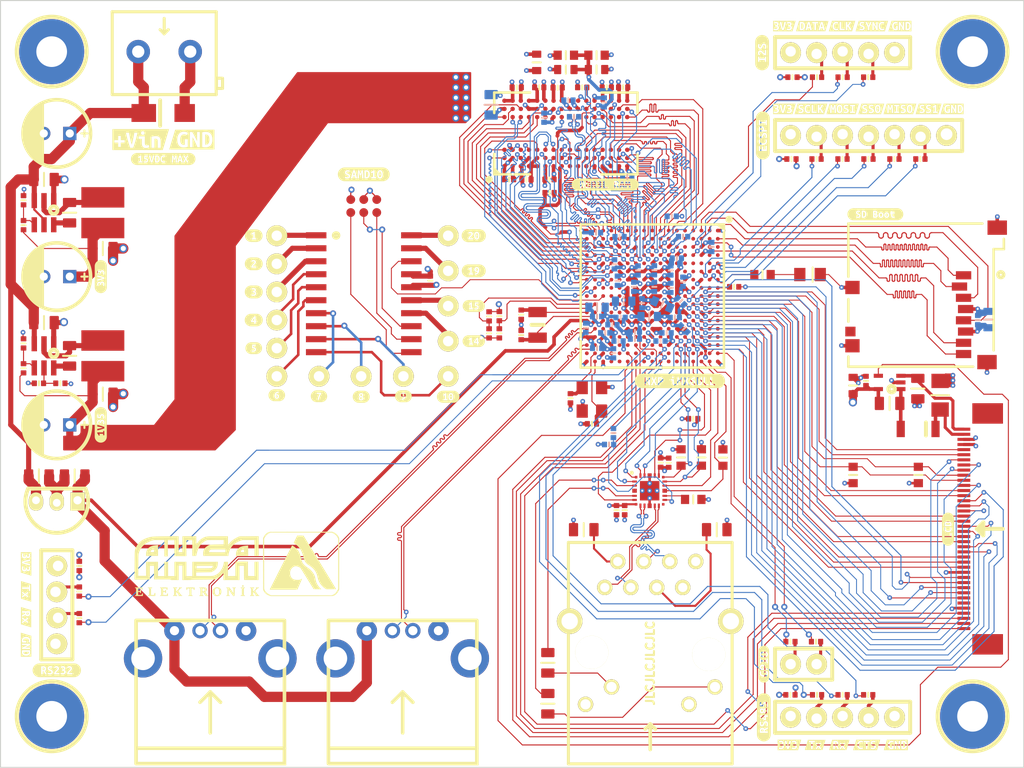
<source format=kicad_pcb>
(kicad_pcb (version 20210623) (generator pcbnew)
  (layers (0 "F.Cu" signal "Front") (1 "In1.Cu" signal) (2 "In2.Cu" signal) (31 "B.Cu" signal "Back") (34 "B.Paste" user) (35 "F.Paste" user) (36 "B.SilkS" user "B.Silkscreen") (37 "F.SilkS" user "F.Silkscreen") (38 "B.Mask" user) (39 "F.Mask" user) (44 "Edge.Cuts" user))
  (net 0 "")
  (net 1 "GND")
  (net 3 "+5V")
  (net 4 "Net-(C47-Pad1)")
  (net 6 "Net-(R1-Pad2)")
  (net 7 "Net-(C48-Pad1)")
  (net 8 "Net-(C49-Pad1)")
  (net 9 "Net-(C50-Pad1)")
  (net 11 "/MPU_POWER/VDD_ARM_CAP")
  (net 12 "/MPU_POWER/VDD_SOC_CAP")
  (net 14 "SD1_DATA4")
  (net 21 "/MPU_POWER/VDD_SNVS_CAP")
  (net 22 "+1V35")
  (net 27 "VDD_HIGH_CAP")
  (net 28 "DRAM_VREF")
  (net 29 "/MPU_DRAM/~{DRAM_RESET}")
  (net 34 "+3V3")
  (net 35 "/MPU_POWER/NVCC_PLL")
  (net 41 "/MPU_DRAM/DRAM_SDCKE0")
  (net 42 "Net-(R4-Pad1)")
  (net 43 "/MPU_DRAM/DRAM_SDCLK0_N")
  (net 44 "LCD_BACKLIGHT_ANODE")
  (net 47 "/MPU_CTRL/~{SD_MMC_1_CD}")
  (net 48 "/MPU_DRAM/DRAM_SDCLK0_P")
  (net 49 "/MPU_DRAM/RAM_A14")
  (net 50 "/MPU_DRAM/RAM_A6")
  (net 51 "/MPU_DRAM/DRAM_SDBA1")
  (net 52 "/MPU_DRAM/RAM_A1")
  (net 53 "Net-(D1-Pad1)")
  (net 54 "LCD_R_TOUCH_YP")
  (net 55 "LCD_R_TOUCH_XM")
  (net 56 "/MPU_DRAM/RAM_A13")
  (net 57 "/MPU_DRAM/RAM_A7")
  (net 58 "/MPU_DRAM/~{DRAM_SDWE}")
  (net 59 "/MPU_DRAM/~{DRAM_CAS}")
  (net 60 "/MPU_DRAM/RAM_A8")
  (net 61 "/ETHERNET/ENET1_TX_CLK")
  (net 63 "Net-(C63-Pad1)")
  (net 65 "/MPU_DRAM/RAM_A2")
  (net 67 "/MPU_DRAM/DRAM_SDBA2")
  (net 68 "/MPU_DRAM/RAM_A11")
  (net 69 "/MPU_DRAM/RAM_A4")
  (net 70 "/MPU_DRAM/RAM_A5")
  (net 74 "/MPU_DRAM/RAM_A9")
  (net 75 "/MPU_DRAM/RAM_A12")
  (net 76 "/MPU_DRAM/RAM_A0")
  (net 77 "/MPU_DRAM/DRAM_SDBA0")
  (net 78 "/MPU_DRAM/RAM_A3")
  (net 80 "/MPU_DRAM/RAM_A10")
  (net 82 "/MPU_DRAM/~{DRAM_RAS}")
  (net 83 "/MPU_DRAM/DRAM_ODT0")
  (net 84 "/MPU_DRAM/~{DRAM_CS0}")
  (net 85 "/MPU_DRAM/DRAM_DATA13")
  (net 90 "/MPU_DRAM/DRAM_DATA12")
  (net 91 "/MPU_DRAM/DRAM_SDQS0_P")
  (net 92 "/MPU_DRAM/DRAM_SDQS0_N")
  (net 93 "/MPU_DRAM/DRAM_DATA15")
  (net 95 "Net-(C64-Pad1)")
  (net 96 "Net-(P2-Pad12)")
  (net 97 "Net-(P2-Pad10)")
  (net 102 "/ETHERNET/RJ45-RD_N")
  (net 103 "/ETHERNET/RJ45-RD_P")
  (net 104 "/ETHERNET/RJ45-TD_N")
  (net 105 "/ETHERNET/RJ45-TD_P")
  (net 106 "LCD_R_TOUCH_YM")
  (net 107 "LCD_R_TOUCH_XP")
  (net 115 "/ETHERNET/ENET1_TX_DATA1")
  (net 117 "/LCD/LCD_DE")
  (net 118 "/LCD/LCD_VSYNC")
  (net 119 "/LCD/LCD_HSYNC")
  (net 120 "/LCD/LCD_DISP")
  (net 121 "/LCD/LCD_CLK")
  (net 122 "/LCD/LCD_B7")
  (net 123 "/LCD/LCD_B6")
  (net 129 "/ETHERNET/ENET1_~{RST}")
  (net 130 "/LCD/LCD_B5")
  (net 131 "/LCD/LCD_B4")
  (net 132 "/LCD/LCD_B3")
  (net 133 "/LCD/LCD_B2")
  (net 134 "/LCD/LCD_B1")
  (net 135 "/LCD/LCD_B0")
  (net 137 "/SD/eMMC/SD1_DATA1")
  (net 138 "/SD/eMMC/SD1_DATA0")
  (net 139 "/SD/eMMC/SD1_CLK")
  (net 140 "/LCD/LCD_G7")
  (net 142 "/LCD/LCD_G6")
  (net 143 "/LCD/LCD_G5")
  (net 144 "/LCD/LCD_G4")
  (net 145 "/LCD/LCD_G3")
  (net 146 "/LCD/LCD_G2")
  (net 147 "/LCD/LCD_G1")
  (net 148 "/SD/eMMC/SD1_CMD")
  (net 150 "/SD/eMMC/SD1_DATA3")
  (net 151 "/SD/eMMC/SD1_DATA2")
  (net 152 "SD1_DATA7")
  (net 154 "/LCD/LCD_G0")
  (net 155 "/LCD/LCD_R7")
  (net 156 "/LCD/LCD_R6")
  (net 157 "/LCD/LCD_R5")
  (net 158 "UART1_Tx")
  (net 159 "/LCD/LCD_R4")
  (net 160 "/LCD/LCD_R3")
  (net 161 "SD1_DATA6")
  (net 162 "SD1_DATA5")
  (net 163 "/MPU_DRAM/DRAM_DATA14")
  (net 164 "/MPU_DRAM/DRAM_DATA11")
  (net 165 "/MPU_DRAM/DRAM_SDQS1_P")
  (net 166 "/MPU_DRAM/DRAM_SDQS1_N")
  (net 167 "/MPU_DRAM/DRAM_DQM1")
  (net 168 "/MPU_DRAM/DRAM_DATA0")
  (net 169 "/MPU_DRAM/DRAM_DATA6")
  (net 170 "/MPU_DRAM/DRAM_DATA2")
  (net 171 "/MPU_DRAM/DRAM_DQM0")
  (net 172 "/MPU_DRAM/DRAM_DATA5")
  (net 173 "/MPU_DRAM/DRAM_DATA8")
  (net 174 "Net-(R8-Pad1)")
  (net 176 "/MPU_DRAM/DRAM_DATA9")
  (net 177 "/MPU_DRAM/DRAM_DATA7")
  (net 178 "/MPU_DRAM/DRAM_DATA10")
  (net 180 "/MPU_DRAM/DRAM_DATA1")
  (net 181 "/MPU_DRAM/DRAM_DATA3")
  (net 183 "/MPU_DRAM/DRAM_DATA4")
  (net 186 "UART1_Rx")
  (net 187 "/LCD/LCD_R2")
  (net 188 "/ETHERNET/ENET1_TX_CLK_s")
  (net 190 "Net-(R17-Pad1)")
  (net 191 "Net-(R18-Pad1)")
  (net 192 "Net-(R19-Pad1)")
  (net 193 "/ETHERNET/ENET1_RX_DATA0")
  (net 194 "/ETHERNET/ENET1_RX_DATA1")
  (net 195 "/ETHERNET/ENET1_RX_ER")
  (net 196 "/ETHERNET/ENET1_TX_DATA0")
  (net 197 "/ETHERNET/ENET1_CRS_DV")
  (net 198 "/ETHERNET/ENET1_TX_EN")
  (net 199 "/ETHERNET/ENET1_MDC")
  (net 200 "/ETHERNET/ENET1_MDIO")
  (net 205 "/LCD/LCD_R1")
  (net 206 "/LCD/LCD_R0")
  (net 207 "LCD_BACKLIGHT_CATHODE")
  (net 208 "Net-(C68-Pad1)")
  (net 209 "LCD_BACKLIGHT_PWM")
  (net 211 "Net-(R22-Pad1)")
  (net 212 "/USB/USB1_D_N")
  (net 213 "/USB/USB1_D_P")
  (net 214 "/USB/USB2_D_N")
  (net 215 "/USB/USB2_D_P")
  (net 219 "+12V")
  (net 220 "Net-(C75-Pad1)")
  (net 221 "Net-(C75-Pad2)")
  (net 222 "Net-(C79-Pad1)")
  (net 223 "Net-(C79-Pad2)")
  (net 224 "Net-(C82-Pad1)")
  (net 225 "Net-(R25-Pad2)")
  (net 226 "Net-(R28-Pad2)")
  (net 227 "Net-(P11-Pad1)")
  (net 228 "Net-(P11-Pad2)")
  (net 229 "Net-(P7-Pad3)")
  (net 230 "Net-(P7-Pad2)")
  (net 231 "~{UART3_CTS}")
  (net 232 "Net-(P8-Pad3)")
  (net 233 "Net-(P8-Pad2)")
  (net 234 "UART3_Tx")
  (net 235 "UART3_Rx")
  (net 236 "Net-(P8-Pad4)")
  (net 237 "SAI_1_TX_DATA")
  (net 238 "SAI_1_TX_BCLK")
  (net 239 "SAI_1_TX_SYNC")
  (net 240 "Net-(P9-Pad4)")
  (net 241 "Net-(P9-Pad3)")
  (net 242 "Net-(P9-Pad2)")
  (net 243 " ECSPI4_SCLK")
  (net 244 " ECSPI4_SS1")
  (net 245 " ECSPI4_MOSI")
  (net 246 " ECSPI4_MISO")
  (net 247 " ECSPI4_SS0")
  (net 248 "Net-(P10-Pad6)")
  (net 249 "Net-(P10-Pad5)")
  (net 250 "Net-(P10-Pad4)")
  (net 251 "Net-(P10-Pad3)")
  (net 252 "Net-(P10-Pad2)")
  (net 253 "GPIO2_IO12")
  (net 254 "GPIO2_IO10")
  (net 255 "Net-(R30-Pad1)")
  (net 256 "Net-(R10-Pad2)")
  (net 257 "Net-(D3-Pad1)")
  (net 258 "Net-(R47-Pad1)")
  (net 259 "SWD_~{RESET}")
  (net 260 "SWD_DIO")
  (net 261 "SWD_CLK")
  (net 262 "Net-(TP9-Pad1)")
  (net 263 "Net-(TP10-Pad1)")
  (net 264 "GPIO5_IO01")
  (net 265 "Net-(TP11-Pad1)")
  (net 266 "Net-(U9-Pad20)")
  (net 267 "Net-(U9-Pad5)")
  (net 268 "Net-(U9-Pad15)")
  (net 269 "Net-(U9-Pad6)")
  (net 270 "Net-(U9-Pad14)")
  (net 271 "Net-(U9-Pad7)")
  (net 272 "Net-(U9-Pad8)")
  (net 273 "Net-(U9-Pad9)")
  (net 274 "Net-(U9-Pad19)")
  (net 275 "Net-(U9-Pad1)")
  (net 276 "Net-(U9-Pad2)")
  (footprint "svg2mod" (layer "F.Cu") (at 162.1 79.6)
    (fp_text reference "svg2mod" hide)
    (fp_text value "G***" hide)
  )
  (footprint "new-abdullah:IPC-SMD-R-0402" (layer "F.Cu") (at 148.7 97)
    (fp_text reference "R22" hide)
    (fp_text value "10R" hide)
  )
  (footprint "new-abdullah:TP-40th-Without-Silkscreen" (layer "F.Cu") (at 104 94.75)
    (fp_text reference "TP14" hide)
    (fp_text value "TEST_POINT" hide)
  )
  (footprint "new-abdullah:IPC-SMD-R-0402" (layer "F.Cu") (at 156.7 131.7)
    (fp_text reference "R46" hide)
    (fp_text value "240R" hide)
  )
  (footprint "new-abdullah:TP-40th-Without-Silkscreen" (layer "F.Cu") (at 120.75 95.4375)
    (fp_text reference "TP12" hide)
    (fp_text value "TEST_POINT" hide)
  )
  (footprint "new-abdullah:IPC-SMD-C-0603" (layer "F.Cu") (at 135.25 75.75)
    (fp_text reference "C5" hide)
    (fp_text value "1uF" hide)
  )
  (footprint "svg2mod" (layer "F.Cu") (at 116.375 107.7)
    (fp_text reference "svg2mod" hide)
    (fp_text value "G***" hide)
  )
  (footprint "svg2mod" (layer "F.Cu") (at 79.5 124.1 -90)
    (fp_text reference "svg2mod" hide)
    (fp_text value "G***" hide)
  )
  (footprint "svg2mod" (layer "F.Cu") (at 167.7 79.6)
    (fp_text reference "svg2mod" hide)
    (fp_text value "G***" hide)
  )
  (footprint "new-abdullah:IPC-SMD-C-0402" (layer "F.Cu") (at 154.4 76.5)
    (fp_text reference "C83" hide)
    (fp_text value "1uF" hide)
  )
  (footprint "new-abdullah:IPC-SMD-C-0402" (layer "F.Cu") (at 132.7 107.9 -90)
    (fp_text reference "C47" hide)
    (fp_text value "18pF" hide)
  )
  (footprint "new-abdullah:IPC-SMD-R-0603" (layer "F.Cu") (at 135.25 74.35)
    (fp_text reference "R7" hide)
    (fp_text value "1k5" hide)
  )
  (footprint "new-abdullah:IPC-SMD-C-0603" (layer "F.Cu") (at 129.4 75.05 90)
    (fp_text reference "C4" hide)
    (fp_text value "22uF" hide)
  )
  (footprint "new-abdullah:IPC-SMD-C-0402" (layer "F.Cu") (at 141.515 114.19 90)
    (fp_text reference "C61" hide)
    (fp_text value "1uF" hide)
  )
  (footprint "svg2mod" (layer "F.Cu") (at 95.7 82.6)
    (fp_text reference "svg2mod" hide)
    (fp_text value "G***" hide)
  )
  (footprint "new-abdullah:IPC-SMD-R-0603" (layer "F.Cu") (at 132.25 74.35)
    (fp_text reference "R6" hide)
    (fp_text value "1k5" hide)
  )
  (footprint "new-abdullah:IPC-SMD-R-0402" (layer "F.Cu") (at 124.75 101.55 -90)
    (fp_text reference "R30" hide)
    (fp_text value "10k" hide)
  )
  (footprint "new-abdullah:IPC-SMD-C-0402" (layer "F.Cu") (at 119 96.4 -90)
    (fp_text reference "C87" hide)
    (fp_text value "1uF" hide)
  )
  (footprint "new-abdullah:IPC-SMD-C-0805" (layer "F.Cu") (at 134 120.75 180)
    (fp_text reference "C63" hide)
    (fp_text value "100nF" hide)
  )
  (footprint "new-abdullah:TP-40th-Without-Silkscreen" (layer "F.Cu") (at 104 105.75)
    (fp_text reference "TP4" hide)
    (fp_text value "TEST_POINT" hide)
  )
  (footprint "new-abdullah:IPC-SMD-C-0402" (layer "F.Cu") (at 130.66 87.8)
    (fp_text reference "C14" hide)
    (fp_text value "1uF" hide)
  )
  (footprint "new-abdullah:Connector-Male-Breakaway-7pins" (layer "F.Cu") (at 161.84 82.2)
    (fp_text reference "P10" hide)
    (fp_text value "ECSPI4" hide)
  )
  (footprint "new-abdullah:Inductor-SMD-FPI0403S-100M" (layer "F.Cu") (at 87 89.75 90)
    (fp_text reference "L1" hide)
    (fp_text value "10uH" hide)
  )
  (footprint "new-abdullah:IPC-SMD-C-0402" (layer "F.Cu") (at 128.4 86.5)
    (fp_text reference "C25" hide)
    (fp_text value "1uF" hide)
  )
  (footprint "new-abdullah:IPC-SMD-R-0805" (layer "F.Cu") (at 163.891291 108.4 180)
    (fp_text reference "L2" hide)
    (fp_text value "4.7uH" hide)
  )
  (footprint "new-abdullah:IPC-SMD-C-0402" (layer "F.Cu") (at 138 118.84 -90)
    (fp_text reference "C60" hide)
    (fp_text value "1uF" hide)
  )
  (footprint "svg2mod" (layer "F.Cu") (at 161.646508 141.8)
    (fp_text reference "svg2mod" hide)
    (fp_text value "G***" hide)
  )
  (footprint "abdullah:Connector-Male-Breakaway-4pins" (layer "F.Cu") (at 82.5 128.1 -90)
    (fp_text reference "P7" hide)
    (fp_text value "UART1" hide)
  )
  (footprint "new-abdullah:IPC-SMD-C-1206" (layer "F.Cu") (at 168.828791 107.6 90)
    (fp_text reference "C67" hide)
    (fp_text value "10uF" hide)
  )
  (footprint "new-abdullah:IPC-SMD-R-0402" (layer "F.Cu") (at 125.75 101.55 -90)
    (fp_text reference "R31" hide)
    (fp_text value "10k" hide)
  )
  (footprint "new-abdullah:IPC-SMD-C-0402" (layer "F.Cu") (at 134.8 110.4 180)
    (fp_text reference "C48" hide)
    (fp_text value "18pF" hide)
  )
  (footprint "new-abdullah:IPC-SMD-C-0805" (layer "F.Cu") (at 147 120.75)
    (fp_text reference "C64" hide)
    (fp_text value "100nF" hide)
  )
  (footprint "new-abdullah:IPC-SMD-R-0603" (layer "F.Cu") (at 147.6 113.7 -90)
    (fp_text reference "R24" hide)
    (fp_text value "1k5" hide)
  )
  (footprint "new-abdullah:IPC-SMD-C-0402" (layer "F.Cu") (at 137.2 118.84 -90)
    (fp_text reference "C59" hide)
    (fp_text value "10uF" hide)
  )
  (footprint "svg2mod" (layer "F.Cu") (at 164.9 79.6)
    (fp_text reference "svg2mod" hide)
    (fp_text value "G***" hide)
  )
  (footprint "svg2mod" (layer "F.Cu") (at 156.332057 71.5)
    (fp_text reference "svg2mod" hide)
    (fp_text value "G***" hide)
  )
  (footprint "new-abdullah:ELKO-DIA-6.5mm-PS-2.54mm" (layer "F.Cu") (at 82.5 82 180)
    (fp_text reference "C72" hide)
    (fp_text value "220uF" hide)
  )
  (footprint "new-abdullah:TP-40th-Without-Silkscreen" (layer "F.Cu") (at 116.375 105.75)
    (fp_text reference "TP8" hide)
    (fp_text value "TEST_POINT" hide)
  )
  (footprint "new-abdullah:TP-40th-Without-Silkscreen" (layer "F.Cu") (at 104 103)
    (fp_text reference "TP2" hide)
    (fp_text value "TEST_POINT" hide)
  )
  (footprint "svg2mod" (layer "F.Cu") (at 101.75 100.25)
    (fp_text reference "svg2mod" hide)
    (fp_text value "G***" hide)
  )
  (footprint "new-abdullah:BGA96C80P9X16_1400X800X120" (layer "F.Cu") (at 132.25 82 90)
    (fp_text reference "U2" hide)
    (fp_text value "F60C1A0004-M79R" hide)
  )
  (footprint "new-abdullah:IPC-SMD-R-0402" (layer "F.Cu") (at 164.3625 84.5 180)
    (fp_text reference "R43" hide)
    (fp_text value "240R" hide)
  )
  (footprint "new-abdullah:IPC-SMD-C-0603" (layer "F.Cu") (at 160.328791 106.65 90)
    (fp_text reference "C65" hide)
    (fp_text value "22uF" hide)
  )
  (footprint "new-abdullah:IPC-SMD-C-0402" (layer "F.Cu") (at 144.7 109.9 180)
    (fp_text reference "C60" hide)
    (fp_text value "1uF" hide)
  )
  (footprint "new-abdullah:IPC-SMD-R-0402" (layer "F.Cu") (at 154.2 131.7)
    (fp_text reference "R45" hide)
    (fp_text value "240R" hide)
  )
  (footprint "svg2mod" (layer "F.Cu") (at 151.6 133.9 90)
    (fp_text reference "svg2mod" hide)
    (fp_text value "G***" hide)
  )
  (footprint "new-abdullah:IPC-SMD-R-0402" (layer "F.Cu") (at 80.7585 106.4335)
    (fp_text reference "R27" hide)
    (fp_text value "10k" hide)
  )
  (footprint "svg2mod" (layer "F.Cu") (at 90.7 82.6)
    (fp_text reference "svg2mod" hide)
    (fp_text value "G***" hide)
  )
  (footprint "new-abdullah:XTAL-SMD-3.2mm-2.5mm" (layer "F.Cu") (at 134.8 108 90)
    (fp_text reference "X1" hide)
    (fp_text value "X1E0000210065" hide)
  )
  (footprint "new-abdullah:BGA289C80P17X17_1400X1400X132N" (layer "F.Cu") (at 140.7 97.9 -90)
    (fp_text reference "U1" hide)
    (fp_text value "iMX6ULL" hide)
  )
  (footprint "new-abdullah:IPC-SMD-C-0402" (layer "F.Cu") (at 131.45 77.53 180)
    (fp_text reference "C19" hide)
    (fp_text value "1uF" hide)
  )
  (footprint "new-abdullah:IPC-SMD-R-0805" (layer "F.Cu") (at 166.649916 106.95 -90)
    (fp_text reference "R23" hide)
    (fp_text value "10R" hide)
  )
  (footprint "new-abdullah:IPC-SMD-C-0402" (layer "F.Cu") (at 130.65 86.5)
    (fp_text reference "C22" hide)
    (fp_text value "1uF" hide)
  )
  (footprint "new-abdullah:IPC-SMD-R-0402" (layer "F.Cu") (at 156.8 76.5)
    (fp_text reference "R39" hide)
    (fp_text value "240R" hide)
  )
  (footprint "svg2mod" (layer "F.Cu") (at 151.43144 74.1 90)
    (fp_text reference "svg2mod" hide)
    (fp_text value "G***" hide)
  )
  (footprint "new-abdullah:IPC-SMD-C-0402" (layer "F.Cu") (at 127.45 77.5 180)
    (fp_text reference "C18" hide)
    (fp_text value "1uF" hide)
  )
  (footprint "svg2mod" (layer "F.Cu") (at 123.25 98.875)
    (fp_text reference "svg2mod" hide)
    (fp_text value "G***" hide)
  )
  (footprint "svg2mod" (layer "F.Cu") (at 159.243367 71.5)
    (fp_text reference "svg2mod" hide)
    (fp_text value "G***" hide)
  )
  (footprint "new-abdullah:ELKO-DIA-6.5mm-PS-2.54mm" (layer "F.Cu") (at 82.5 96 180)
    (fp_text reference "C77" hide)
    (fp_text value "220uF" hide)
  )
  (footprint "svg2mod" (layer "F.Cu") (at 123.25 102.3125)
    (fp_text reference "svg2mod" hide)
    (fp_text value "G***" hide)
  )
  (footprint "new-abdullah:IPC-SMD-C-0805" (layer "F.Cu") (at 80.75 115.5)
    (fp_text reference "C73" hide)
    (fp_text value "100nF" hide)
  )
  (footprint "svg2mod" (layer "F.Cu") (at 86.8 110.5 90)
    (fp_text reference "svg2mod" hide)
    (fp_text value "G***" hide)
  )
  (footprint "svg2mod" (layer "F.Cu") (at 101.75 94.75)
    (fp_text reference "svg2mod" hide)
    (fp_text value "G***" hide)
  )
  (footprint "svg2mod" (layer "F.Cu") (at 112.5 86)
    (fp_text reference "svg2mod" hide)
    (fp_text value "G***" hide)
  )
  (footprint "svg2mod" (layer "F.Cu") (at 156.61745 141.8)
    (fp_text reference "svg2mod" hide)
    (fp_text value "G***" hide)
  )
  (footprint "svg2mod" (layer "F.Cu") (at 104 107.6)
    (fp_text reference "svg2mod" hide)
    (fp_text value "G***" hide)
  )
  (footprint "new-abdullah:TP-40th-Without-Silkscreen" (layer "F.Cu") (at 104 92)
    (fp_text reference "TP13" hide)
    (fp_text value "TEST_POINT" hide)
  )
  (footprint "new-abdullah:ELKO-DIA-6.5mm-PS-2.54mm" (layer "F.Cu") (at 82.5 110.5 180)
    (fp_text reference "C81" hide)
    (fp_text value "220uF" hide)
  )
  (footprint "svg2mod" (layer "F.Cu") (at 158.975388 141.8)
    (fp_text reference "svg2mod" hide)
    (fp_text value "G***" hide)
  )
  (footprint "new-abdullah:IPC-SMD-C-0402" (layer "F.Cu") (at 154.3 84.5)
    (fp_text reference "C86" hide)
    (fp_text value "1uF" hide)
  )
  (footprint "new-abdullah:Connector-USB-A-Female-DS1095-WNR0" (layer "F.Cu") (at 97.5 130.625)
    (fp_text reference "P5" hide)
    (fp_text value "DS1095-WNR0" hide)
  )
  (footprint "new-abdullah:IPC-SMD-C-0402" (layer "F.Cu") (at 127.89 101.72 90)
    (fp_text reference "C49" hide)
    (fp_text value "18pF" hide)
  )
  (footprint "new-abdullah:IPC-SMD-C-0402" (layer "F.Cu") (at 154.2 136.9)
    (fp_text reference "C85" hide)
    (fp_text value "1uF" hide)
  )
  (footprint "new-abdullah:IPC-SMD-C-0402" (layer "F.Cu") (at 137.85 77.5)
    (fp_text reference "C27" hide)
    (fp_text value "1uF" hide)
  )
  (footprint "svg2mod" (layer "F.Cu") (at 164.9 71.5)
    (fp_text reference "svg2mod" hide)
    (fp_text value "G***" hide)
  )
  (footprint "new-abdullah:IPC-SMD-R-0402" (layer "F.Cu") (at 125.75 99.87 -90)
    (fp_text reference "R10" hide)
    (fp_text value "10k" hide)
  )
  (footprint "svg2mod" (layer "F.Cu") (at 101.75 97.5)
    (fp_text reference "svg2mod" hide)
    (fp_text value "G***" hide)
  )
  (footprint "LOGO" (layer "F.Cu") (at 100.1 124.1)
    (fp_text reference "G***" hide)
    (fp_text value "LOGO" hide)
  )
  (footprint "new-abdullah:IPC-SMD-R-0402" (layer "F.Cu") (at 159.3 76.5)
    (fp_text reference "R38" hide)
    (fp_text value "240R" hide)
  )
  (footprint "new-abdullah:TP-40th-Without-Silkscreen" (layer "F.Cu") (at 104 100.25)
    (fp_text reference "TP11" hide)
    (fp_text value "TEST_POINT" hide)
  )
  (footprint "new-abdullah:IPC-SMD-R-0402" (layer "F.Cu") (at 159.3 136.9)
    (fp_text reference "R35" hide)
    (fp_text value "240R" hide)
  )
  (footprint "svg2mod" (layer "F.Cu") (at 162.5 89.9)
    (fp_text reference "svg2mod" hide)
    (fp_text value "G***" hide)
  )
  (footprint "svg2mod" (layer "F.Cu") (at 86.8 96 90)
    (fp_text reference "svg2mod" hide)
    (fp_text value "G***" hide)
  )
  (footprint "svg2mod" (layer "F.Cu") (at 101.75 92)
    (fp_text reference "svg2mod" hide)
    (fp_text value "G***" hide)
  )
  (footprint "new-abdullah:IPC-SMD-R-0805" (layer "F.Cu") (at 130.49 133.77 -90)
    (fp_text reference "R17" hide)
    (fp_text value "1k" hide)
  )
  (footprint "new-abdullah:IPC-SMD-R-0805" (layer "F.Cu") (at 130.49 137.77 -90)
    (fp_text reference "R18" hide)
    (fp_text value "1k" hide)
  )
  (footprint "new-abdullah:IPC-SMD-R-0603" (layer "F.Cu") (at 145.5 113.69 -90)
    (fp_text reference "R21" hide)
    (fp_text value "2k49" hide)
  )
  (footprint "new-abdullah:IPC-SMD-C-0603" (layer "F.Cu") (at 132.25 75.75)
    (fp_text reference "C3" hide)
    (fp_text value "1uF" hide)
  )
  (footprint "new-abdullah:Connector-USB-A-Female-DS1095-WNR0" (layer "F.Cu") (at 116.3 130.625)
    (fp_text reference "P4" hide)
    (fp_text value "DS1095-WNR0" hide)
  )
  (footprint "svg2mod" (layer "F.Cu") (at 159.3 79.6)
    (fp_text reference "svg2mod" hide)
    (fp_text value "G***" hide)
  )
  (footprint "new-abdullah:Inductor-SMD-FPI0403S-100M" (layer "F.Cu") (at 87 103.75 90)
    (fp_text reference "L3" hide)
    (fp_text value "10uH" hide)
  )
  (footprint "svg2mod" (layer "F.Cu") (at 154.1 141.8)
    (fp_text reference "svg2mod" hide)
    (fp_text value "G***" hide)
  )
  (footprint "new-abdullah:IPC-SMD-R-0402" (layer "F.Cu") (at 84.7 126.8 90)
    (fp_text reference "R32" hide)
    (fp_text value "240R" hide)
  )
  (footprint "new-abdullah:IPC-SMD-C-0805" (layer "F.Cu") (at 81.25 100.5)
    (fp_text reference "C78" hide)
    (fp_text value "10uF" hide)
  )
  (footprint "new-abdullah:IPC-SMD-R-0402" (layer "F.Cu") (at 79.25 102.5325 -90)
    (fp_text reference "R28" hide)
    (fp_text value "10k" hide)
  )
  (footprint "new-abdullah:Connector-uSD-Molex-47352-1001" (layer "F.Cu") (at 167.46 97.812499 90)
    (fp_text reference "P1" hide)
    (fp_text value "47352-1001" hide)
  )
  (footprint "abdullah:Connector-Male-Breakaway-2pins" (layer "F.Cu") (at 155.49 133.9)
    (fp_text reference "P11" hide)
    (fp_text value "GPIO2" hide)
  )
  (footprint "new-abdullah:IPC-SMD-C-0402" (layer "F.Cu") (at 161.582666 106.2 90)
    (fp_text reference "C66" hide)
    (fp_text value "1uF" hide)
  )
  (footprint "new-abdullah:TP-40th-Without-Silkscreen" (layer "F.Cu") (at 112.25 105.75)
    (fp_text reference "TP7" hide)
    (fp_text value "TEST_POINT" hide)
  )
  (footprint "new-abdullah:TP-40th-Without-Silkscreen" (layer "F.Cu") (at 120.75 105.75)
    (fp_text reference "TP10" hide)
    (fp_text value "TEST_POINT" hide)
  )
  (footprint "new-abdullah:IPC-SMD-R-0603" (layer "F.Cu") (at 151.47 95.8)
    (fp_text reference "R47" hide)
    (fp_text value "1k5" hide)
  )
  (footprint "new-abdullah:IPC-SOIC-20" (layer "F.Cu") (at 112.5 97.674553 -90)
    (fp_text reference "U9" hide)
    (fp_text value "ATSAMD10D13" hide)
  )
  (footprint "new-abdullah:IPC-SMD-R-0402" (layer "F.Cu") (at 161.8 76.5)
    (fp_text reference "R37" hide)
    (fp_text value "240R" hide)
  )
  (footprint "svg2mod" (layer "F.Cu") (at 123.25 92)
    (fp_text reference "svg2mod" hide)
    (fp_text value "G***" hide)
  )
  (footprint "abdullah:Connector-Male-Breakaway-5pins" (layer "F.Cu") (at 159.3 139.1)
    (fp_text reference "P8" hide)
    (fp_text value "UART3" hide)
  )
  (footprint "new-abdullah:IPC-SOD-123" (layer "F.Cu") (at 166.678791 110.9)
    (fp_text reference "D1" hide)
    (fp_text value "BAT54T1G" hide)
  )
  (footprint "new-abdullah:TP-40th-Without-Silkscreen" (layer "F.Cu") (at 120.75 98.875)
    (fp_text reference "TP3" hide)
    (fp_text value "TEST_POINT" hide)
  )
  (footprint "abdullah:Connector-Male-Breakaway-5pins" (layer "F.Cu") (at 159.3 74.1)
    (fp_text reference "P9" hide)
    (fp_text value "I2S" hide)
  )
  (footprint "svg2mod" (layer "F.Cu") (at 143.4 106.2)
    (fp_text reference "svg2mod" hide)
    (fp_text value "G***" hide)
  )
  (footprint "new-abdullah:TP-40th-Without-Silkscreen" (layer "F.Cu") (at 104 97.5)
    (fp_text reference "TP9" hide)
    (fp_text value "TEST_POINT" hide)
  )
  (footprint "new-abdullah:TP-40th-Without-Silkscreen" (layer "F.Cu") (at 120.75 92)
    (fp_text reference "TP1" hide)
    (fp_text value "TEST_POINT" hide)
  )
  (footprint "svg2mod" (layer "F.Cu") (at 156.2 79.6)
    (fp_text reference "svg2mod" hide)
    (fp_text value "G***" hide)
  )
  (footprint "new-abdullah:IPC-SMD-C-0402" (layer "F.Cu") (at 136.25 77.5)
    (fp_text reference "C21" hide)
    (fp_text value "1uF" hide)
  )
  (footprint "svg2mod" (layer "F.Cu") (at 169.6 120.7 90)
    (fp_text reference "svg2mod" hide)
    (fp_text value "G***" hide)
  )
  (footprint "svg2mod" (layer "F.Cu") (at 108.125 107.7)
    (fp_text reference "svg2mod" hide)
    (fp_text value "G***" hide)
  )
  (footprint "new-abdullah:IPC-SMD-R-0402" (layer "F.Cu") (at 84.7 129.4 90)
    (fp_text reference "R33" hide)
    (fp_text value "240R" hide)
  )
  (footprint "new-abdullah:TC2030-IDC-NL-FP-6-pin" (layer "F.Cu") (at 112.5 89.1)
    (fp_text reference "P12" hide)
    (fp_text value "SWD Programmer" hide)
  )
  (footprint "svg2mod" (layer "F.Cu") (at 101.75 103)
    (fp_text reference "svg2mod" hide)
    (fp_text value "G***" hide)
  )
  (footprint "svg2mod" (layer "F.Cu") (at 120.75 107.75)
    (fp_text reference "svg2mod" hide)
    (fp_text value "G***" hide)
  )
  (footprint "new-abdullah:IPC-SMD-R-0402" (layer "F.Cu") (at 79.25 104.9675 -90)
    (fp_text reference "R29" hide)
    (fp_text value "7k68" hide)
  )
  (footprint "new-abdullah:TO92" (layer "F.Cu") (at 82.5 118 180)
    (fp_text reference "U6" hide)
    (fp_text value "78L05" hide)
  )
  (footprint "new-abdullah:IPC-SOT-23-6" (layer "F.Cu") (at 81.25 103.75 180)
    (fp_text reference "U8" hide)
    (fp_text value "TPS56x200" hide)
  )
  (footprint "svg2mod" (layer "F.Cu") (at 153.60858 71.5)
    (fp_text reference "svg2mod" hide)
    (fp_text value "G***" hide)
  )
  (footprint "new-abdullah:IPC-SMD-R-0603" (layer "F.Cu") (at 144.7 117.79)
    (fp_text reference "R19" hide)
    (fp_text value "6k49" hide)
  )
  (footprint "new-abdullah:IPC-SMD-R-0402" (layer "F.Cu") (at 159.2875 84.5 180)
    (fp_text reference "R41" hide)
    (fp_text value "240R" hide)
  )
  (footprint "new-abdullah:IPC-SMD-C-0805" (layer "F.Cu") (at 81.25 86.5)
    (fp_text reference "C71" hide)
    (fp_text value "10uF" hide)
  )
  (footprint "new-abdullah:IPC-SC-70-5" (layer "F.Cu") (at 163.891291 106.35 90)
    (fp_text reference "U5" hide)
    (fp_text value "TPS61169" hide)
  )
  (footprint "new-abdullah:IPC-SMD-C-0805" (layer "F.Cu") (at 83.75 89.75 90)
    (fp_text reference "C75" hide)
    (fp_text value "100nF" hide)
  )
  (footprint "new-abdullah:IPC-SMD-R-0402" (layer "F.Cu") (at 166.9 84.5 180)
    (fp_text reference "R44" hide)
    (fp_text value "240R" hide)
  )
  (footprint "new-abdullah:IPC-SMD-C-0402" (layer "F.Cu") (at 127.89 99.72 -90)
    (fp_text reference "C50" hide)
    (fp_text value "18pF" hide)
  )
  (footprint "svg2mod" (layer "F.Cu") (at 136.1 87)
    (fp_text reference "svg2mod" hide)
    (fp_text value "G***" hide)
  )
  (footprint "new-abdullah:IPC-DO-214AC(SMA)" (layer "F.Cu") (at 93 80 180)
    (fp_text reference "D2" hide)
    (fp_text value "ES1D" hide)
  )
  (footprint "new-abdullah:Connector-RJ45-J1B1211CCD" (layer "F.Cu") (at 140.5 132.75)
    (fp_text reference "P2" hide)
    (fp_text value "Connector-RJ45-J1B1211CCD" hide)
  )
  (footprint "svg2mod" (layer "F.Cu") (at 79.5 126.784133 -90)
    (fp_text reference "svg2mod" hide)
    (fp_text value "G***" hide)
  )
  (footprint "new-abdullah:IPC-SMD-R-0603" (layer "F.Cu") (at 143.51 113.69 -90)
    (fp_text reference "R20" hide)
    (fp_text value "2k49" hide)
  )
  (footprint "svg2mod" (layer "F.Cu") (at 164.5 141.8)
    (fp_text reference "svg2mod" hide)
    (fp_text value "G***" hide)
  )
  (footprint "new-abdullah:IPC-SMD-R-0402" (layer "F.Cu") (at 161.8 136.9)
    (fp_text reference "R36" hide)
    (fp_text value "240R" hide)
  )
  (footprint "new-abdullah:IPC-SMD-C-0805" (layer "F.Cu") (at 87 93.25)
    (fp_text reference "C76" hide)
    (fp_text value "10uF" hide)
  )
  (footprint "new-abdullah:IPC-SMD-C-0402" (layer "F.Cu") (at 84.7 124.3 -90)
    (fp_text reference "C84" hide)
    (fp_text value "1uF" hide)
  )
  (footprint "svg2mod" (layer "F.Cu") (at 151.6 139.1 90)
    (fp_text reference "svg2mod" hide)
    (fp_text value "G***" hide)
  )
  (footprint "new-abdullah:M3-Screw-Front" (layer "F.Cu") (at 82 139)
    (fp_text reference "MS2" hide)
    (fp_text value "SCREW" hide)
  )
  (footprint "svg2mod" (layer "F.Cu") (at 82.5 134.5)
    (fp_text reference "svg2mod" hide)
    (fp_text value "G***" hide)
  )
  (footprint "new-abdullah:IPC-SMD-R-0603" (layer "F.Cu") (at 160.328791 115.4 90)
    (fp_text reference "R13" hide)
    (fp_text value "10k" hide)
  )
  (footprint "svg2mod" (layer "F.Cu") (at 112.25 107.75)
    (fp_text reference "svg2mod" hide)
    (fp_text value "G***" hide)
  )
  (footprint "new-abdullah:IPC-WQFN-24" (layer "F.Cu") (at 140.44 116.94)
    (fp_text reference "U4" hide)
    (fp_text value "DP83825" hide)
  )
  (footprint "new-abdullah:M3-Screw-Front" (layer "F.Cu") (at 172 74)
    (fp_text reference "MS4" hide)
    (fp_text value "SCREW" hide)
  )
  (footprint "new-abdullah:IPC-SMD-LED-0805" (layer "F.Cu") (at 156.114999 95.8)
    (fp_text reference "D3" hide)
    (fp_text value "LED" hide)
  )
  (footprint "new-abdullah:IPC-SMD-R-0402" (layer "F.Cu") (at 161.825 84.5 180)
    (fp_text reference "R42" hide)
    (fp_text value "240R" hide)
  )
  (footprint "new-abdullah:IPC-SMD-C-0402" (layer "F.Cu") (at 82.85 106.4335)
    (fp_text reference "C82" hide)
    (fp_text value "1uF" hide)
  )
  (footprint "svg2mod" (layer "F.Cu") (at 79.5 132 -90)
    (fp_text reference "svg2mod" hide)
    (fp_text value "G***" hide)
  )
  (footprint "new-abdullah:IPC-SMD-C-0402" (layer "F.Cu") (at 129.65 77.5)
    (fp_text reference "C17" hide)
    (fp_text value "1uF" hide)
  )
  (footprint "new-abdullah:IPC-SMD-R-0402" (layer "F.Cu") (at 133.85 77.5 180)
    (fp_text reference "R8" hide)
    (fp_text value "240R" hide)
  )
  (footprint "new-abdullah:IPC-SMD-C-0402" (layer "F.Cu") (at 142.3 114.2 90)
    (fp_text reference "C70" hide)
    (fp_text value "10uF" hide)
  )
  (footprint "new-abdullah:IPC-SMD-R-0402" (layer "F.Cu") (at 124.75 99.89 -90)
    (fp_text reference "R9" hide)
    (fp_text value "10k" hide)
  )
  (footprint "new-abdullah:Connector-SMD-ZIF-40-pin" (layer "F.Cu") (at 171.148791 120.671209 -90)
    (fp_text reference "P3" hide)
    (fp_text value "LCD-40" hide)
  )
  (footprint "svg2mod" (layer "F.Cu") (at 123.25 95.4375)
    (fp_text reference "svg2mod" hide)
    (fp_text value "G***" hide)
  )
  (footprint "svg2mod" (layer "F.Cu") (at 79.5 129.308754 -90)
    (fp_text reference "svg2mod" hide)
    (fp_text value "G***" hide)
  )
  (footprint "new-abdullah:IPC-SMD-R-0402" (layer "F.Cu") (at 156.75 84.5 180)
    (fp_text reference "R40" hide)
    (fp_text value "240R" hide)
  )
  (footprint "new-abdullah:IPC-SMD-C-0805" (layer "F.Cu") (at 84.25 115.5 180)
    (fp_text reference "C74" hide)
    (fp_text value "10uF" hide)
  )
  (footprint "new-abdullah:IPC-SOT-23-6" (layer "F.Cu") (at 81.25 89.75 180)
    (fp_text reference "U7" hide)
    (fp_text value "TPS56x200" hide)
  )
  (footprint "new-abdullah:M3-Screw-Front" (layer "F.Cu") (at 82 74)
    (fp_text reference "MS3" hide)
    (fp_text value "SCREW" hide)
  )
  (footprint "new-abdullah:TP-40th-Without-Silkscreen" (layer "F.Cu") (at 120.75 102.3125)
    (fp_text reference "TP5" hide)
    (fp_text value "TEST_POINT" hide)
  )
  (footprint "svg2mod" (layer "F.Cu") (at 153.60858 79.6)
    (fp_text reference "svg2mod" hide)
    (fp_text value "G***" hide)
  )
  (footprint "new-abdullah:TP-40th-Without-Silkscreen" (layer "F.Cu") (at 108.125 105.75)
    (fp_text reference "TP6" hide)
    (fp_text value "TEST_POINT" hide)
  )
  (footprint "svg2mod" (layer "F.Cu") (at 92.9 84.5)
    (fp_text reference "svg2mod" hide)
    (fp_text value "G***" hide)
  )
  (footprint "new-abdullah:Connector-DG127-5.08-02P" (layer "F.Cu") (at 93 74)
    (fp_text reference "P6" hide)
    (fp_text value "POWER IN" hide)
  )
  (footprint "svg2mod" (layer "F.Cu") (at 151.5 82.2 90)
    (fp_text reference "svg2mod" hide)
    (fp_text value "G***" hide)
  )
  (footprint "svg2mod" (layer "F.Cu") (at 169.999998 79.6)
    (fp_text reference "svg2mod" hide)
    (fp_text value "G***" hide)
  )
  (footprint "new-abdullah:IPC-SMD-R-0402" (layer "F.Cu") (at 79.25 90.9675 -90)
    (fp_text reference "R26" hide)
    (fp_text value "33k2" hide)
  )
  (footprint "new-abdullah:IPC-SMD-R-0402" (layer "F.Cu") (at 156.8 136.9)
    (fp_text reference "R34" hide)
    (fp_text value "240R" hide)
  )
  (footprint "new-abdullah:M3-Screw-Front" (layer "F.Cu") (at 172 139)
    (fp_text reference "MS1" hide)
    (fp_text value "SCREW" hide)
  )
  (footprint "new-abdullah:IPC-SMD-R-0603" (layer "F.Cu") (at 166.7 115.4 90)
    (fp_text reference "R12" hide)
    (fp_text value "10k" hide)
  )
  (footprint "new-abdullah:IPC-SMD-R-0402" (layer "F.Cu") (at 79.25 88.5325 -90)
    (fp_text reference "R25" hide)
    (fp_text value "10k" hide)
  )
  (footprint "new-abdullah:IPC-SMD-C-0805" (layer "F.Cu") (at 87 107.5)
    (fp_text reference "C80" hide)
    (fp_text value "10uF" hide)
  )
  (footprint "svg2mod" (layer "F.Cu") (at 162.154169 71.5)
    (fp_text reference "svg2mod" hide)
    (fp_text value "G***" hide)
  )
  (footprint "new-abdullah:IPC-SMD-C-0805" (layer "F.Cu") (at 83.75 103.75 90)
    (fp_text reference "C79" hide)
    (fp_text value "100nF" hide)
  )
  (footprint "new-abdullah:IPC-SMD-C-0402" (layer "F.Cu") (at 126.7 86.5)
    (fp_text reference "C24" hide)
    (fp_text value "1uF" hide)
  )
  (footprint "new-abdullah:CRYSTAL-EPSON-FC-135" (layer "F.Cu") (at 129.49 100.72 90)
    (fp_text reference "X2" hide)
    (fp_text value "FC-135 32.7680KA-E3" hide)
  )
  (footprint "new-abdullah:IPC-SMD-C-0402" (layer "B.Cu") (at 139 101.4)
    (fp_text reference "C31" hide)
    (fp_text value "1uF" hide)
  )
  (footprint "new-abdullah:IPC-SMD-C-0402" (layer "B.Cu") (at 143.1 94.2)
    (fp_text reference "C6" hide)
    (fp_text value "10uF" hide)
  )
  (footprint "new-abdullah:IPC-SMD-C-0402" (layer "B.Cu") (at 138.25 86.25)
    (fp_text reference "C26" hide)
    (fp_text value "1uF" hide)
  )
  (footprint "new-abdullah:IPC-SMD-C-0603" (layer "B.Cu") (at 135.3 99)
    (fp_text reference "C69" hide)
    (fp_text value "22uF" hide)
  )
  (footprint "new-abdullah:IPC-SMD-C-0402" (layer "B.Cu") (at 130.12 80.46 90)
    (fp_text reference "C20" hide)
    (fp_text value "1uF" hide)
  )
  (footprint "new-abdullah:IPC-SMD-C-0402" (layer "B.Cu") (at 143.5 98.4 -45)
    (fp_text reference "C34" hide)
    (fp_text value "1uF" hide)
  )
  (footprint "new-abdullah:IPC-SMD-R-0402" (layer "B.Cu") (at 135.2 91.7)
    (fp_text reference "R1" hide)
    (fp_text value "240R" hide)
  )
  (footprint "new-abdullah:IPC-SMD-C-0805" (layer "B.Cu") (at 124.95 79.2 90)
    (fp_text reference "C15" hide)
    (fp_text value "10uF" hide)
  )
  (footprint "new-abdullah:IPC-SMD-C-0402" (layer "B.Cu") (at 136.8 100.7 180)
    (fp_text reference "C32" hide)
    (fp_text value "1uF" hide)
  )
  (footprint "new-abdullah:IPC-SMD-R-0402" (layer "B.Cu") (at 137.5 92.1 180)
    (fp_text reference "R3" hide)
    (fp_text value "10k" hide)
  )
  (footprint "new-abdullah:IPC-SMD-C-0402" (layer "B.Cu") (at 139.3 95.4 -90)
    (fp_text reference "C7" hide)
    (fp_text value "1uF" hide)
  )
  (footprint "new-abdullah:IPC-SMD-C-0402" (layer "B.Cu") (at 139 102.1)
    (fp_text reference "C41" hide)
    (fp_text value "10uF" hide)
  )
  (footprint "new-abdullah:IPC-SMD-R-0402" (layer "B.Cu") (at 141.5 102.3)
    (fp_text reference "R11" hide)
    (fp_text value "10k" hide)
  )
  (footprint "new-abdullah:IPC-SMD-C-0402" (layer "B.Cu") (at 143.8 101.1 135)
    (fp_text reference "C11" hide)
    (fp_text value "1uF" hide)
  )
  (footprint "new-abdullah:IPC-SMD-C-0402" (layer "B.Cu") (at 140.9 95.38 -90)
    (fp_text reference "C9" hide)
    (fp_text value "1uF" hide)
  )
  (footprint "new-abdullah:IPC-SMD-C-0402" (layer "B.Cu") (at 137.3 96.4 -90)
    (fp_text reference "C1" hide)
    (fp_text value "1uF" hide)
  )
  (footprint "new-abdullah:IPC-SMD-C-0402" (layer "B.Cu") (at 139.7 98.6 -90)
    (fp_text reference "C29" hide)
    (fp_text value "1uF" hide)
  )
  (footprint "new-abdullah:IPC-SMD-C-0402" (layer "B.Cu") (at 134.2 101 -90)
    (fp_text reference "C28" hide)
    (fp_text value "1uF" hide)
  )
  (footprint "new-abdullah:IPC-SMD-C-0603" (layer "B.Cu") (at 173.51 100.2 -90)
    (fp_text reference "C51" hide)
    (fp_text value "22uF" hide)
  )
  (footprint "new-abdullah:IPC-SMD-C-0402" (layer "B.Cu") (at 137.6 100 180)
    (fp_text reference "C42" hide)
    (fp_text value "1uF" hide)
  )
  (footprint "new-abdullah:IPC-SMD-C-0402" (layer "B.Cu") (at 136.9 103.5 -90)
    (fp_text reference "C45" hide)
    (fp_text value "1uF" hide)
  )
  (footprint "new-abdullah:IPC-SMD-C-0402" (layer "B.Cu") (at 138.9 97 90)
    (fp_text reference "C38" hide)
    (fp_text value "1uF" hide)
  )
  (footprint "new-abdullah:IPC-SMD-C-0402" (layer "B.Cu") (at 135.3 103 180)
    (fp_text reference "C46" hide)
    (fp_text value "10uF" hide)
  )
  (footprint "new-abdullah:IPC-SMD-C-0402" (layer "B.Cu") (at 136.1 101.5 180)
    (fp_text reference "C43" hide)
    (fp_text value "1uF" hide)
  )
  (footprint "new-abdullah:IPC-SMD-C-0402" (layer "B.Cu") (at 142.5 95.4 -90)
    (fp_text reference "C8" hide)
    (fp_text value "1uF" hide)
  )
  (footprint "new-abdullah:IPC-SMD-C-0402" (layer "B.Cu") (at 142.9 100)
    (fp_text reference "C33" hide)
    (fp_text value "1uF" hide)
  )
  (footprint "new-abdullah:IPC-SMD-R-0402" (layer "B.Cu") (at 143.71 92.09)
    (fp_text reference "R2" hide)
    (fp_text value "10k" hide)
  )
  (footprint "new-abdullah:IPC-SMD-R-0402" (layer "B.Cu") (at 136.9 111.3 -90)
    (fp_text reference "R16" hide)
    (fp_text value "10R" hide)
  )
  (footprint "new-abdullah:IPC-SMD-C-0402" (layer "B.Cu") (at 142.1 101.5)
    (fp_text reference "C30" hide)
    (fp_text value "1uF" hide)
  )
  (footprint "new-abdullah:IPC-SMD-C-0402" (layer "B.Cu") (at 146.5 93.1 90)
    (fp_text reference "C12" hide)
    (fp_text value "1uF" hide)
  )
  (footprint "new-abdullah:IPC-SMD-C-0402" (layer "B.Cu") (at 140.9 97 -90)
    (fp_text reference "C37" hide)
    (fp_text value "1uF" hide)
  )
  (footprint "new-abdullah:IPC-SMD-C-0402" (layer "B.Cu") (at 143.7 96.5 -90)
    (fp_text reference "C10" hide)
    (fp_text value "1uF" hide)
  )
  (footprint "new-abdullah:IPC-SMD-C-0603" (layer "B.Cu") (at 140.4 99.9 180)
    (fp_text reference "C35" hide)
    (fp_text value "22uF" hide)
  )
  (footprint "new-abdullah:IPC-SMD-C-0402" (layer "B.Cu") (at 172.51 100.25 -90)
    (fp_text reference "C23" hide)
    (fp_text value "1uF" hide)
  )
  (footprint "new-abdullah:IPC-SMD-C-0402" (layer "B.Cu") (at 135.3 99.9)
    (fp_text reference "C68" hide)
    (fp_text value "1uF" hide)
  )
  (footprint "new-abdullah:IPC-SMD-C-0603" (layer "B.Cu") (at 137.9 98.4 180)
    (fp_text reference "C39" hide)
    (fp_text value "22uF" hide)
  )
  (footprint "new-abdullah:IPC-SMD-C-0402" (layer "B.Cu") (at 132.5 78.75 180)
    (fp_text reference "C16" hide)
    (fp_text value "1uF" hide)
  )
  (footprint "new-abdullah:IPC-SMD-C-0402" (layer "B.Cu") (at 135.99 78.97 90)
    (fp_text reference "C13" hide)
    (fp_text value "1uF" hide)
  )
  (footprint "new-abdullah:IPC-SMD-C-0402" (layer "B.Cu") (at 137.4 102.3)
    (fp_text reference "C44" hide)
    (fp_text value "10uF" hide)
  )
  (footprint "new-abdullah:IPC-SMD-R-0402" (layer "B.Cu") (at 142.6 90.1)
    (fp_text reference "R4" hide)
    (fp_text value "10k" hide)
  )
  (footprint "new-abdullah:IPC-SMD-C-0603" (layer "B.Cu") (at 141.67 98.72 -23)
    (fp_text reference "C40" hide)
    (fp_text value "22uF" hide)
  )
  (footprint "new-abdullah:IPC-SMD-R-0402" (layer "B.Cu") (at 133.05 80.37)
    (fp_text reference "R5" hide)
    (fp_text value "470R" hide)
  )
  (footprint "new-abdullah:IPC-SMD-C-0402" (layer "B.Cu") (at 136.475 112.42 180)
    (fp_text reference "C62" hide)
    (fp_text value "18pF" hide)
  )
  (footprint "new-abdullah:IPC-SMD-C-0402" (layer "B.Cu") (at 137 94.8 -90)
    (fp_text reference "C2" hide)
    (fp_text value "1uF" hide)
  )
  (footprint "new-abdullah:IPC-SMD-C-0402" (layer "B.Cu") (at 142.5 97.1 -90)
    (fp_text reference "C36" hide)
    (fp_text value "1uF" hide)
  )
  (gr_rect (start 77 69) (end 177 144) (layer "Edge.Cuts") (width 0.1) (fill none))
  (gr_text "JLCJLCJLCJLC" (at 140.5 133.8 90) (layer "F.SilkS") (effects (font (size 0.8 0.8) (thickness 0.2))))
  (segment (start 166.828791 108.65) (end 166.828791 108.128875) (width 0.35) (layer "F.Cu") (net 1))
  (segment (start 138.3 98.7) (end 138.3 97.9) (width 0.35) (layer "F.Cu") (net 1))
  (segment (start 133.4 77.5) (end 133.4 76.96) (width 0.35) (layer "F.Cu") (net 1))
  (segment (start 168.828791 106.2) (end 169.378791 105.65) (width 0.35) (layer "F.Cu") (net 1))
  (segment (start 141.515 113.215) (end 141.5 113.2) (width 0.25) (layer "F.Cu") (net 1))
  (segment (start 131.11 88.44) (end 131.13 88.46) (width 0.35) (layer "F.Cu") (net 1))
  (segment (start 131 76.95) (end 131.01 76.94) (width 0.35) (layer "F.Cu") (net 1))
  (segment (start 174.41 90.15) (end 174.42 90.14) (width 0.35) (layer "F.Cu") (net 1))
  (segment (start 127.05 78.8) (end 127.05 77.55) (width 0.35) (layer "F.Cu") (net 1))
  (segment (start 171.148791 128.421209) (end 170.058791 128.421209) (width 0.25) (layer "F.Cu") (net 1))
  (segment (start 82.5 116.894282) (end 82.5 118.127) (width 1) (layer "F.Cu") (net 1))
  (segment (start 140.3 100.7) (end 140.7 100.3) (width 0.35) (layer "F.Cu") (net 1))
  (segment (start 137.5 93.1) (end 137.1 92.7) (width 0.35) (layer "F.Cu") (net 1))
  (segment (start 147.6 91.5) (end 147.1 91.5) (width 0.35) (layer "F.Cu") (net 1))
  (segment (start 145.5 102.7) (end 145.9 103.1) (width 0.3) (layer "F.Cu") (net 1))
  (segment (start 126.75 83.3) (end 126.75 83.15) (width 0.35) (layer "F.Cu") (net 1))
  (segment (start 143.1 97.1) (end 143.1 96.3) (width 0.35) (layer "F.Cu") (net 1))
  (segment (start 119.6 96.8) (end 119.55 96.85) (width 0.5) (layer "F.Cu") (net 1))
  (segment (start 95.54 76.96) (end 95 77.5) (width 1) (layer "F.Cu") (net 1))
  (segment (start 140.7 96.3) (end 140.3 95.9) (width 0.35) (layer "F.Cu") (net 1))
  (segment (start 134.3 101.9) (end 133.9 101.9) (width 0.3) (layer "F.Cu") (net 1))
  (segment (start 140.44 115.465) (end 140.44 116.22) (width 0.1) (layer "F.Cu") (net 1))
  (segment (start 88 93.25) (end 88 94.45) (width 1) (layer "F.Cu") (net 1))
  (segment (start 139.1 93.1) (end 138.7 93.5) (width 0.35) (layer "F.Cu") (net 1))
  (segment (start 133.9 101.9) (end 133.7 102.1) (width 0.3) (layer "F.Cu") (net 1))
  (segment (start 135.05 78.8) (end 135.05 78.35) (width 0.35) (layer "F.Cu") (net 1))
  (segment (start 141.1 94.3) (end 140.7 94.7) (width 0.35) (layer "F.Cu") (net 1))
  (segment (start 172.137582 111.921209) (end 172.298791 111.76) (width 0.3) (layer "F.Cu") (net 1))
  (segment (start 82.2 102.569) (end 82.2 100.55) (width 0.5) (layer "F.Cu") (net 1))
  (segment (start 143.1 97.9) (end 143.5 97.5) (width 0.35) (layer "F.Cu") (net 1))
  (segment (start 171.148791 111.921209) (end 172.137582 111.921209) (width 0.3) (layer "F.Cu") (net 1))
  (segment (start 117.339553 96.85) (end 117.15 97.039553) (width 0.5) (layer "F.Cu") (net 1))
  (segment (start 136.65 85.2) (end 136.34 84.89) (width 0.35) (layer "F.Cu") (net 1))
  (segment (start 83.25 115.5) (end 83.25 116.144282) (width 1) (layer "F.Cu") (net 1))
  (segment (start 135.1 101.9) (end 134.7 102.3) (width 0.3) (layer "F.Cu") (net 1))
  (segment (start 133.8 91.5) (end 133.79 91.51) (width 0.35) (layer "F.Cu") (net 1))
  (segment (start 138.3 99.5) (end 137.9 99.1) (width 0.35) (layer "F.Cu") (net 1))
  (segment (start 135.9 99.5) (end 136.3 99.9) (width 0.35) (layer "F.Cu") (net 1))
  (segment (start 143.9 99.5) (end 144.3 99.9) (width 0.35) (layer "F.Cu") (net 1))
  (segment (start 142.3 100.3) (end 142.7 100.7) (width 0.35) (layer "F.Cu") (net 1))
  (segment (start 132.28 84.81) (end 132.28 84.77) (width 0.1) (layer "F.Cu") (net 1))
  (segment (start 143.9 97.1) (end 144.3 97.5) (width 0.35) (layer "F.Cu") (net 1))
  (segment (start 134.3 101.9) (end 134.7 102.3) (width 0.35) (layer "F.Cu") (net 1))
  (segment (start 145.9 103.7) (end 145.9 103.4) (width 0.12) (layer "F.Cu") (net 1))
  (segment (start 133.7 110.4) (end 134.35 110.4) (width 0.35) (layer "F.Cu") (net 1))
  (segment (start 119.55 96.85) (end 119 96.85) (width 0.5) (layer "F.Cu") (net 1))
  (segment (start 139.1 96.3) (end 138.7 95.9) (width 0.35) (layer "F.Cu") (net 1))
  (segment (start 135.9 103.5) (end 135.5 103.9) (width 0.35) (layer "F.Cu") (net 1))
  (segment (start 130.1 78.65) (end 130.25 78.8) (width 0.35) (layer "F.Cu") (net 1))
  (segment (start 145.9 103.4) (end 145.9 103.9) (width 0.2) (layer "F.Cu") (net 1))
  (segment (start 79.2 102.0325) (end 79.2 101.45) (width 0.1) (layer "F.Cu") (net 1))
  (segment (start 143.9 97.1) (end 143.5 96.7) (width 0.35) (layer "F.Cu") (net 1))
  (segment (start 170.078791 105.65) (end 169.578791 106.15) (width 0.35) (layer "F.Cu") (net 1))
  (segment (start 143.5 97.5) (end 143.5 96.7) (width 0.35) (layer "F.Cu") (net 1))
  (segment (start 161.078791 105.9) (end 160.378791 105.9) (width 0.35) (layer "F.Cu") (net 1))
  (segment (start 136.34 84.89) (end 136.34 84.88) (width 0.35) (layer "F.Cu") (net 1))
  (segment (start 138.3 100.3) (end 138.7 100.7) (width 0.35) (layer "F.Cu") (net 1))
  (segment (start 161.582666 105.75) (end 161.228791 105.75) (width 0.35) (layer "F.Cu") (net 1))
  (segment (start 82.25 86.5) (end 83.25 86.5) (width 0.75) (layer "F.Cu") (net 1))
  (segment (start 127.89 100.17) (end 127.89 100.72) (width 0.35) (layer "F.Cu") (net 1))
  (segment (start 136.05 74.35) (end 136.65 74.35) (width 0.35) (layer "F.Cu") (net 1))
  (segment (start 146.19 117.79) (end 146.2 117.8) (width 0.25) (layer "F.Cu") (net 1))
  (segment (start 127 77.5) (end 127 76.97) (width 0.35) (layer "F.Cu") (net 1))
  (segment (start 141.9 100.7) (end 142.3 100.3) (width 0.35) (layer "F.Cu") (net 1))
  (segment (start 170.078791 106.15) (end 169.578791 106.15) (width 0.35) (layer "F.Cu") (net 1))
  (segment (start 129.45 79.6) (end 128.65 79.6) (width 0.35) (layer "F.Cu") (net 1))
  (segment (start 132.28 84.77) (end 132.65 84.4) (width 0.1) (layer "F.Cu") (net 1))
  (segment (start 138.42 85.73) (end 138.25 85.56) (width 0.35) (layer "F.Cu") (net 1))
  (segment (start 138.3 97.9) (end 138.3 97.1) (width 0.35) (layer "F.Cu") (net 1))
  (segment (start 82.2 88.569) (end 82.2 86.55) (width 0.5) (layer "F.Cu") (net 1))
  (segment (start 132.7 109) (end 132.7 108.35) (width 0.35) (layer "F.Cu") (net 1))
  (segment (start 132.31 79.24) (end 132.31 79.23) (width 0.35) (layer "F.Cu") (net 1))
  (segment (start 141.5 100.3) (end 141.9 100.7) (width 0.35) (layer "F.Cu") (net 1))
  (segment (start 136.65 74.35) (end 136.7 74.3) (width 0.35) (layer "F.Cu") (net 1))
  (segment (start 147.1 104.3) (end 147.5 104.7) (width 0.35) (layer "F.Cu") (net 1))
  (segment (start 127 76.97) (end 126.99 76.96) (width 0.35) (layer "F.Cu") (net 1))
  (segment (start 143.1 97.1) (end 143.1 97.9) (width 0.35) (layer "F.Cu") (net 1))
  (segment (start 135.05 85.71) (end 135.04 85.72) (width 0.35) (layer "F.Cu") (net 1))
  (segment (start 173.41 104.362499) (end 173.41 105.38) (width 0.35) (layer "F.Cu") (net 1))
  (segment (start 145.9 103.9) (end 145.9 103.7) (width 0.3) (layer "F.Cu") (net 1))
  (segment (start 138.3 97.1) (end 137.9 97.5) (width 0.35) (layer "F.Cu") (net 1))
  (segment (start 131.05 78.8) (end 131.05 77.58) (width 0.35) (layer "F.Cu") (net 1))
  (segment (start 142.3 102.7) (end 142.7 102.3) (width 0.35) (layer "F.Cu") (net 1))
  (segment (start 133 120.75) (end 133 119.8) (width 0.25) (layer "F.Cu") (net 1))
  (segment (start 166.328791 108.271125) (end 166.649916 107.95) (width 0.35) (layer "F.Cu") (net 1))
  (segment (start 127.1 85.98) (end 127.1 86.55) (width 0.35) (layer "F.Cu") (net 1))
  (segment (start 170.058791 128.421209) (end 169.99 128.49) (width 0.25) (layer "F.Cu") (net 1))
  (segment (start 138.3 98.7) (end 137.9 98.3) (width 0.35) (layer "F.Cu") (net 1))
  (segment (start 81.75 115.5) (end 81.75 116.144282) (width 1) (layer "F.Cu") (net 1))
  (segment (start 145.5 117.79) (end 146.19 117.79) (width 0.25) (layer "F.Cu") (net 1))
  (segment (start 148 120.75) (end 148 119.8) (width 0.25) (layer "F.Cu") (net 1))
  (segment (start 88.95 107.5) (end 89 107.45) (width 1) (layer "F.Cu") (net 1))
  (segment (start 131.05 85.2) (end 131.05 86.45) (width 0.35) (layer "F.Cu") (net 1))
  (segment (start 136.7 77.5) (end 136.7 76.96) (width 0.35) (layer "F.Cu") (net 1))
  (segment (start 138 119.29) (end 138 119.8) (width 0.25) (layer "F.Cu") (net 1))
  (segment (start 124.75 102) (end 124 102) (width 0.1) (layer "F.Cu") (net 1))
  (segment (start 84.7 124.75) (end 84.7 125.4) (width 0.2) (layer "F.Cu") (net 1))
  (segment (start 136.05 75.75) (end 136.65 75.75) (width 0.35) (layer "F.Cu") (net 1))
  (segment (start 145.9 103.1) (end 145.9 103.3) (width 0.3) (layer "F.Cu") (net 1))
  (segment (start 138.3 77.5) (end 138.3 76.96) (width 0.35) (layer "F.Cu") (net 1))
  (segment (start 138.3 97.9) (end 137.9 98.3) (width 0.35) (layer "F.Cu") (net 1))
  (segment (start 129.45 84.4) (end 128.65 85.2) (width 0.35) (layer "F.Cu") (net 1))
  (segment (start 141.5 96.3) (end 141.9 95.9) (width 0.35) (layer "F.Cu") (net 1))
  (segment (start 130.1 77.5) (end 130.1 78.65) (width 0.35) (layer "F.Cu") (net 1))
  (segment (start 143.5 97.5) (end 143.1 97.1) (width 0.35) (layer "F.Cu") (net 1))
  (segment (start 137.9 99.1) (end 138.3 98.7) (width 0.35) (layer "F.Cu") (net 1))
  (segment (start 138.25 85.56) (end 138.25 85.2) (width 0.35) (layer "F.Cu") (net 1))
  (segment (start 136.8 106.8) (end 135.8 106.8) (width 0.35) (layer "F.Cu") (net 1))
  (segment (start 83.15 100.5) (end 83.2 100.45) (width 0.5) (layer "F.Cu") (net 1))
  (segment (start 142.3 113.75) (end 141.525 113.75) (width 0.25) (layer "F.Cu") (net 1))
  (segment (start 129.45 85.2) (end 128.65 85.2) (width 0.35) (layer "F.Cu") (net 1))
  (segment (start 82.25 100.5) (end 83.15 100.5) (width 0.5) (layer "F.Cu") (net 1))
  (segment (start 138.3 97.9) (end 137.9 97.5) (width 0.35) (layer "F.Cu") (net 1))
  (segment (start 166.328791 108.65) (end 166.578791 108.4) (width 0.35) (layer "F.Cu") (net 1))
  (segment (start 128.65 79.6) (end 128.27 79.22) (width 0.35) (layer "F.Cu") (net 1))
  (segment (start 95.54 74) (end 95.54 76.96) (width 1) (layer "F.Cu") (net 1))
  (segment (start 140.44 118.415) (end 140.44 116.94) (width 0.25) (layer "F.Cu") (net 1))
  (segment (start 159.202499 97.062499) (end 159.2 97.06) (width 0.35) (layer "F.Cu") (net 1))
  (segment (start 164.991291 106.35) (end 164.278791 106.35) (width 0.35) (layer "F.Cu") (net 1))
  (segment (start 160.26 97.062499) (end 159.202499 97.062499) (width 0.35) (layer "F.Cu") (net 1))
  (segment (start 127.05 86.4) (end 127.15 86.5) (width 0.35) (layer "F.Cu") (net 1))
  (segment (start 171.148791 124.921209) (end 169.418791 124.921209) (width 0.25) (layer "F.Cu") (net 1))
  (segment (start 131.11 87.8) (end 131.11 88.44) (width 0.35) (layer "F.Cu") (net 1))
  (segment (start 139.1 100.3) (end 139.5 100.7) (width 0.35) (layer "F.Cu") (net 1))
  (segment (start 142.3 96.3) (end 141.9 95.9) (width 0.35) (layer "F.Cu") (net 1))
  (segment (start 127.05 78.8) (end 126.25 78.8) (width 0.35) (layer "F.Cu") (net 1))
  (segment (start 154.75 85.15) (end 154.8 85.2) (width 0.2) (layer "F.Cu") (net 1))
  (segment (start 143.9 97.1) (end 143.1 97.1) (width 0.35) (layer "F.Cu") (net 1))
  (segment (start 143.5 97.5) (end 143.9 97.1) (width 0.35) (layer "F.Cu") (net 1))
  (segment (start 140.44 115.465) (end 140.44 116.94) (width 0.25) (layer "F.Cu") (net 1))
  (segment (start 172.457501 101.372499) (end 172.47 101.36) (width 0.35) (layer "F.Cu") (net 1))
  (segment (start 140.3 95.9) (end 139.9 96.3) (width 0.35) (layer "F.Cu") (net 1))
  (segment (start 139.9 100.3) (end 140.3 100.7) (width 0.35) (layer "F.Cu") (net 1))
  (segment (start 95 77.5) (end 95 80) (width 1) (layer "F.Cu") (net 1))
  (segment (start 142.3 93.1) (end 142.7 92.7) (width 0.35) (layer "F.Cu") (net 1))
  (segment (start 136.7 102.7) (end 136.3 102.3) (width 0.35) (layer "F.Cu") (net 1))
  (segment (start 124.75 102) (end 125.75 102) (width 0.1) (layer "F.Cu") (net 1))
  (segment (start 88 93.25) (end 89 93.25) (width 1) (layer "F.Cu") (net 1))
  (segment (start 160.26 102.762499) (end 159.212499 102.762499) (width 0.35) (layer "F.Cu") (net 1))
  (segment (start 143.1 99.5) (end 143.5 99.1) (width 0.35) (layer "F.Cu") (net 1))
  (segment (start 169.418791 124.921209) (end 169.41 124.93) (width 0.25) (layer "F.Cu") (net 1))
  (segment (start 135.9 104.3) (end 135.9 104.8) (width 0.35) (layer "F.Cu") (net 1))
  (segment (start 157.114999 95.8) (end 157.94 95.8) (width 0.09) (layer "F.Cu") (net 1))
  (segment (start 112.5 88.2) (end 113.1 87.6) (width 0.12) (layer "F.Cu") (net 1))
  (segment (start 83.35 106.4835) (end 83.8835 106.4835) (width 0.1) (layer "F.Cu") (net 1))
  (segment (start 138.3 76.96) (end 138.29 76.95) (width 0.35) (layer "F.Cu") (net 1))
  (segment (start 83.25 116.144282) (end 82.5 116.894282) (width 1) (layer "F.Cu") (net 1))
  (segment (start 171.32 101.372499) (end 172.457501 101.372499) (width 0.35) (layer "F.Cu") (net 1))
  (segment (start 131.1 85.97) (end 131.1 86.5) (width 0.35) (layer "F.Cu") (net 1))
  (segment (start 113.77 88.27) (end 113.1 87.6) (width 0.12) (layer "F.Cu") (net 1))
  (segment (start 88 107.5) (end 88 108.75) (width 1) (layer "F.Cu") (net 1))
  (segment (start 130.71 79.95) (end 130.71 79.94) (width 0.35) (layer "F.Cu") (net 1))
  (segment (start 131 77.53) (end 131 76.95) (width 0.35) (layer "F.Cu") (net 1))
  (segment (start 143.1 96.3) (end 143.1 95.5) (width 0.35) (layer "F.Cu") (net 1))
  (segment (start 154.85 76.5) (end 155.6 76.5) (width 0.2) (layer "F.Cu") (net 1))
  (segment (start 130.1 77.5) (end 130.1 76.95) (width 0.35) (layer "F.Cu") (net 1))
  (segment (start 134.3 91.5) (end 133.8 91.5) (width 0.35) (layer "F.Cu") (net 1))
  (segment (start 136.65 75.75) (end 136.7 75.7) (width 0.35) (layer "F.Cu") (net 1))
  (segment (start 135.9 93.1) (end 135.5 92.7) (width 0.35) (layer "F.Cu") (net 1))
  (segment (start 143.1 97.1) (end 143.5 96.7) (width 0.35) (layer "F.Cu") (net 1))
  (segment (start 137.2 119.29) (end 137.2 119.8) (width 0.25) (layer "F.Cu") (net 1))
  (segment (start 127.05 83.6) (end 126.75 83.3) (width 0.35) (layer "F.Cu") (net 1))
  (segment (start 143.9 99.5) (end 143.5 99.1) (width 0.35) (layer "F.Cu") (net 1))
  (segment (start 169.578791 106.15) (end 168.878791 106.15) (width 0.35) (layer "F.Cu") (net 1))
  (segment (start 81.75 116.144282) (end 82.5 116.894282) (width 1) (layer "F.Cu") (net 1))
  (segment (start 142.3 94.7) (end 141.9 94.3) (width 0.35) (layer "F.Cu") (net 1))
  (segment (start 166.828791 108.65) (end 166.328791 108.65) (width 0.35) (layer "F.Cu") (net 1))
  (segment (start 130.71 79.94) (end 131.05 79.6) (width 0.35) (layer "F.Cu") (net 1))
  (segment (start 135.5 95.1) (end 135.9 94.7) (width 0.35) (layer "F.Cu") (net 1))
  (segment (start 137.9 95.1) (end 137.5 94.7) (width 0.35) (layer "F.Cu") (net 1))
  (segment (start 143.1 98.7) (end 143.5 99.1) (width 0.35) (layer "F.Cu") (net 1))
  (segment (start 142.7 100.7) (end 143.1 100.3) (width 0.35) (layer "F.Cu") (net 1))
  (segment (start 138.7 100.7) (end 139.1 100.3) (width 0.35) (layer "F.Cu") (net 1))
  (segment (start 143.1 98.7) (end 143.1 99.5) (width 0.35) (layer "F.Cu") (net 1))
  (segment (start 140.44 118.415) (end 140.44 117.66) (width 0.1) (layer "F.Cu") (net 1))
  (segment (start 174.41 91.212499) (end 174.41 90.15) (width 0.35) (layer "F.Cu") (net 1))
  (segment (start 170.078791 105.65) (end 169.378791 105.65) (width 0.35) (layer "F.Cu") (net 1))
  (segment (start 119 96.85) (end 117.339553 96.85) (width 0.5) (layer "F.Cu") (net 1))
  (segment (start 133.9 108.2) (end 133.9 109.1) (width 0.35) (layer "F.Cu") (net 1))
  (segment (start 145.5 93.1) (end 145.9 92.7) (width 0.35) (layer "F.Cu") (net 1))
  (segment (start 145.5 99.5) (end 145.9 99.9) (width 0.35) (layer "F.Cu") (net 1))
  (segment (start 135.05 85.2) (end 135.05 85.71) (width 0.35) (layer "F.Cu") (net 1))
  (segment (start 170.078791 106.65) (end 170.078791 105.65) (width 0.35) (layer "F.Cu") (net 1))
  (segment (start 157.94 95.8) (end 159.2 97.06) (width 0.09) (layer "F.Cu") (net 1))
  (segment (start 170.078791 106.65) (end 169.278791 106.65) (width 0.35) (layer "F.Cu") (net 1))
  (segment (start 127.06 85.94) (end 127.1 85.98) (width 0.35) (layer "F.Cu") (net 1))
  (segment (start 127.05 85.2) (end 127.05 86.4) (width 0.35) (layer "F.Cu") (net 1))
  (segment (start 169.578791 106.15) (end 170.078791 106.65) (width 0.35) (layer "F.Cu") (net 1))
  (segment (start 164.278791 106.35) (end 164.078791 106.15) (width 0.35) (layer "F.Cu") (net 1))
  (segment (start 88 107.5) (end 88.95 107.5) (width 1) (layer "F.Cu") (net 1))
  (segment (start 128.85 87.04) (end 128.85 86.5) (width 0.35) (layer "F.Cu") (net 1))
  (segment (start 143.6 109.9) (end 144.25 109.9) (width 0.25) (layer "F.Cu") (net 1))
  (segment (start 160.828791 106.4) (end 160.828791 106.15) (width 0.35) (layer "F.Cu") (net 1))
  (segment (start 143.1 96.3) (end 143.5 96.7) (width 0.35) (layer "F.Cu") (net 1))
  (segment (start 135.1 101.9) (end 134.3 101.9) (width 0.3) (layer "F.Cu") (net 1))
  (segment (start 154.7 136.85) (end 154.7 136.2) (width 0.2) (layer "F.Cu") (net 1))
  (segment (start 79.3 88.0325) (end 79.3 87.45) (width 0.1) (layer "F.Cu") (net 1))
  (segment (start 128.85 86.5) (end 128.85 85.4) (width 0.35) (layer "F.Cu") (net 1))
  (segment (start 127.89 101.27) (end 127.89 100.72) (width 0.35) (layer "F.Cu") (net 1))
  (segment (start 129.4 74.25) (end 128.4 74.25) (width 0.35) (layer "F.Cu") (net 1))
  (segment (start 145.5 96.3) (end 145.1 96.7) (width 0.35) (layer "F.Cu") (net 1))
  (segment (start 134.3 104.3) (end 133.9 104.7) (width 0.35) (layer "F.Cu") (net 1))
  (segment (start 143.1 95.5) (end 143.5 95.1) (width 0.35) (layer "F.Cu") (net 1))
  (segment (start 136.65 78.8) (end 136.65 77.55) (width 0.35) (layer "F.Cu") (net 1))
  (segment (start 135.9 96.3) (end 135.5 96.7) (width 0.09) (layer "F.Cu") (net 1))
  (segment (start 161.228791 105.75) (end 161.078791 105.9) (width 0.35) (layer "F.Cu") (net 1))
  (segment (start 141.515 113.74) (end 141.515 113.215) (width 0.25) (layer "F.Cu") (net 1))
  (segment (start 138.3 96.3) (end 138.7 95.9) (width 0.35) (layer "F.Cu") (net 1))
  (segment (start 160.828791 106.15) (end 161.078791 105.9) (width 0.35) (layer "F.Cu") (net 1))
  (segment (start 145.9 103.4) (end 145.9 103.3) (width 0.12) (layer "F.Cu") (net 1))
  (segment (start 128.82 87.07) (end 128.85 87.04) (width 0.35) (layer "F.Cu") (net 1))
  (segment (start 139.1 96.3) (end 138.3 96.3) (width 0.35) (layer "F.Cu") (net 1))
  (segment (start 132.65 79.58) (end 132.31 79.24) (width 0.35) (layer "F.Cu") (net 1))
  (segment (start 154.75 84.5) (end 154.75 85.15) (width 0.2) (layer "F.Cu") (net 1))
  (segment (start 159.212499 102.762499) (end 159.19 102.74) (width 0.35) (layer "F.Cu") (net 1))
  (segment (start 138.25 78.8) (end 138.25 77.55) (width 0.35) (layer "F.Cu") (net 1))
  (segment (start 143.9 99.5) (end 143.1 99.5) (width 0.35) (layer "F.Cu") (net 1))
  (segment (start 160.328791 105.9) (end 160.828791 106.4) (width 0.35) (layer "F.Cu") (net 1))
  (segment (start 166.328791 108.65) (end 166.328791 108.271125) (width 0.35) (layer "F.Cu") (net 1))
  (segment (start 128.85 85.4) (end 128.65 85.2) (width 0.35) (layer "F.Cu") (net 1))
  (via (at 79.3 87.45) (size 0.46) (drill 0.2) (layers "F.Cu" "B.Cu") (net 1))
  (via (at 145.9 103.9) (size 0.46) (drill 0.2) (layers "F.Cu" "B.Cu") (net 1))
  (via (at 143.5 95.1) (size 0.46) (drill 0.2) (layers "F.Cu" "B.Cu") (net 1))
  (via (at 174.42 90.14) (size 0.46) (drill 0.2) (layers "F.Cu" "B.Cu") (net 1))
  (via (at 141.16 116.94) (size 0.46) (drill 0.2) (layers "F.Cu" "B.Cu") (net 1))
  (via (at 89 93.25) (size 0.8) (drill 0.5) (layers "F.Cu" "B.Cu") (net 1))
  (via (at 147.6 91.5) (size 0.46) (drill 0.2) (layers "F.Cu" "B.Cu") (net 1))
  (via (at 137.9 103.1) (size 0.46) (drill 0.2) (layers "F.Cu" "B.Cu") (net 1))
  (via (at 148 119.8) (size 0.46) (drill 0.2) (layers "F.Cu" "B.Cu") (net 1))
  (via (at 135.5 103.9) (size 0.46) (drill 0.2) (layers "F.Cu" "B.Cu") (net 1))
  (via (at 170.078791 105.65) (size 0.46) (drill 0.2) (layers "F.Cu" "B.Cu") (net 1))
  (via (at 147.5 104.7) (size 0.46) (drill 0.2) (layers "F.Cu" "B.Cu") (net 1))
  (via (at 89 107.45) (size 0.8) (drill 0.5) (layers "F.Cu" "B.Cu") (net 1))
  (via (at 169.41 124.93) (size 0.46) (drill 0.2) (layers "F.Cu" "B.Cu") (net 1))
  (via (at 166.328791 108.65) (size 0.46) (drill 0.2) (layers "F.Cu" "B.Cu") (net 1))
  (via (at 119.6 96.8) (size 0.6) (drill 0.3) (layers "F.Cu" "B.Cu") (net 1))
  (via (at 126.99 76.96) (size 0.46) (drill 0.2) (layers "F.Cu" "B.Cu") (net 1))
  (via (at 164.078791 106.15) (size 0.46) (drill 0.2) (layers "F.Cu" "B.Cu") (net 1))
  (via (at 160.828791 106.4) (size 0.46) (drill 0.2) (layers "F.Cu" "B.Cu") (net 1))
  (via (at 159.19 102.74) (size 0.46) (drill 0.2) (layers "F.Cu" "B.Cu") (net 1))
  (via (at 138.7 95.9) (size 0.46) (drill 0.2) (layers "F.Cu" "B.Cu") (net 1))
  (via (at 170.078791 106.65) (size 0.46) (drill 0.2) (layers "F.Cu" "B.Cu") (net 1))
  (via (at 136.7 76.96) (size 0.46) (drill 0.2) (layers "F.Cu" "B.Cu") (net 1))
  (via (at 166.828791 108.65) (size 0.46) (drill 0.2) (layers "F.Cu" "B.Cu") (net 1))
  (via (at 140.3 97.5) (size 0.46) (drill 0.2) (layers "F.Cu" "B.Cu") (net 1))
  (via (at 132.7 109) (size 0.46) (drill 0.2) (layers "F.Cu" "B.Cu") (net 1))
  (via (at 126.75 83.15) (size 0.46) (drill 0.2) (layers "F.Cu" "B.Cu") (net 1))
  (via (at 159.2 97.06) (size 0.46) (drill 0.2) (layers "F.Cu" "B.Cu") (net 1))
  (via (at 137.9 99.1) (size 0.46) (drill 0.2) (layers "F.Cu" "B.Cu") (net 1))
  (via (at 170.078791 106.15) (size 0.46) (drill 0.2) (layers "F.Cu" "B.Cu") (net 1))
  (via (at 155.6 76.5) (size 0.6) (drill 0.3) (layers "F.Cu" "B.Cu") (net 1))
  (via (at 143.5 99.1) (size 0.46) (drill 0.2) (layers "F.Cu" "B.Cu") (net 1))
  (via (at 136.34 84.88) (size 0.46) (drill 0.2) (layers "F.Cu" "B.Cu") (net 1))
  (via (at 139.72 116.94) (size 0.46) (drill 0.2) (layers "F.Cu" "B.Cu") (net 1))
  (via (at 135.04 85.72) (size 0.46) (drill 0.2) (layers "F.Cu" "B.Cu") (net 1))
  (via (at 143.5 97.5) (size 0.46) (drill 0.2) (layers "F.Cu" "B.Cu") (net 1))
  (via (at 169.99 128.49) (size 0.46) (drill 0.2) (layers "F.Cu" "B.Cu") (net 1))
  (via (at 137.9 98.3) (size 0.46) (drill 0.2) (layers "F.Cu" "B.Cu") (net 1))
  (via (at 172.47 101.36) (size 0.46) (drill 0.2) (layers "F.Cu" "B.Cu") (net 1))
  (via (at 138.42 85.73) (size 0.46) (drill 0.2) (layers "F.Cu" "B.Cu") (net 1))
  (via (at 143.6 109.9) (size 0.46) (drill 0.2) (layers "F.Cu" "B.Cu") (net 1))
  (via (at 137.1 92.7) (size 0.46) (drill 0.2) (layers "F.Cu" "B.Cu") (net 1))
  (via (at 130.71 79.95) (size 0.46) (drill 0.2) (layers "F.Cu" "B.Cu") (net 1))
  (via (at 133.7 110.4) (size 0.46) (drill 0.2) (layers "F.Cu" "B.Cu") (net 1))
  (via (at 79.2 101.45) (size 0.46) (drill 0.2) (layers "F.Cu" "B.Cu") (net 1))
  (via (at 137.9 95.1) (size 0.46) (drill 0.2) (layers "F.Cu" "B.Cu") (net 1))
  (via (at 138.29 76.95) (size 0.46) (drill 0.2) (layers "F.Cu" "B.Cu") (net 1))
  (via (at 142.7 92.7) (size 0.46) (drill 0.2) (layers "F.Cu" "B.Cu") (net 1))
  (via (at 145.9 99.9) (size 0.46) (drill 0.2) (layers "F.Cu" "B.Cu") (net 1))
  (via (at 172.298791 111.76) (size 0.46) (drill 0.2) (layers "F.Cu" "B.Cu") (net 1))
  (via (at 84.7 125.4) (size 0.6) (drill 0.3) (layers "F.Cu" "B.Cu") (net 1))
  (via (at 131.13 88.46) (size 0.46) (drill 0.2) (layers "F.Cu" "B.Cu") (net 1))
  (via (at 135.5 92.7) (size 0.46) (drill 0.2) (layers "F.Cu" "B.Cu") (net 1))
  (via (at 143.6 90.1) (size 0.46) (drill 0.2) (layers "F.Cu" "B.Cu") (net 1))
  (via (at 127.06 85.94) (size 0.46) (drill 0.2) (layers "F.Cu" "B.Cu") (net 1))
  (via (at 140.3 95.9) (size 0.46) (drill 0.2) (layers "F.Cu" "B.Cu") (net 1))
  (via (at 135.05 78.35) (size 0.46) (drill 0.2) (layers "F.Cu" "B.Cu") (net 1))
  (via (at 136.3 99.9) (size 0.46) (drill 0.2) (layers "F.Cu" "B.Cu") (net 1))
  (via (at 125.84 78.3) (size 0.46) (drill 0.2) (layers "F.Cu" "B.Cu") (net 1))
  (via (at 133 119.8) (size 0.46) (drill 0.2) (layers "F.Cu" "B.Cu") (net 1))
  (via (at 145.9 92.7) (size 0.46) (drill 0.2) (layers "F.Cu" "B.Cu") (net 1))
  (via (at 141.5 113.2) (size 0.46) (drill 0.2) (layers "F.Cu" "B.Cu") (net 1))
  (via (at 140.3 99.1) (size 0.46) (drill 0.2) (layers "F.Cu" "B.Cu") (net 1))
  (via (at 134.7 102.3) (size 0.46) (drill 0.2) (layers "F.Cu" "B.Cu") (net 1))
  (via (at 137.9 97.5) (size 0.46) (drill 0.2) (layers "F.Cu" "B.Cu") (net 1))
  (via (at 144.3 97.5) (size 0.46) (drill 0.2) (layers "F.Cu" "B.Cu") (net 1))
  (via (at 83.8835 106.4835) (size 0.46) (drill 0.2) (layers "F.Cu" "B.Cu") (net 1))
  (via (at 140.44 116.22) (size 0.46) (drill 0.2) (layers "F.Cu" "B.Cu") (net 1))
  (via (at 88 94.45) (size 0.8) (drill 0.5) (layers "F.Cu" "B.Cu") (net 1))
  (via (at 138.7 99.9) (size 0.46) (drill 0.2) (layers "F.Cu" "B.Cu") (net 1))
  (via (at 136.3 103.9) (size 0.46) (drill 0.2) (layers "F.Cu" "B.Cu") (net 1))
  (via (at 113.1 87.6) (size 0.6) (drill 0.3) (layers "F.Cu" "B.Cu") (net 1))
  (via (at 83.2 100.45) (size 0.8) (drill 0.5) (layers "F.Cu" "B.Cu") (net 1))
  (via (at 128.4 74.25) (size 0.46) (drill 0.2) (layers "F.Cu" "B.Cu") (net 1))
  (via (at 133.9 104.7) (size 0.46) (drill 0.2) (layers "F.Cu" "B.Cu") (net 1))
  (via (at 128.27 79.22) (size 0.46) (drill 0.2) (layers "F.Cu" "B.Cu") (net 1))
  (via (at 131.01 76.94) (size 0.46) (drill 0.2) (layers "F.Cu" "B.Cu") (net 1))
  (via (at 132.28 84.81) (size 0.46) (drill 0.2) (layers "F.Cu" "B.Cu") (net 1))
  (via (at 140.44 117.66) (size 0.46) (drill 0.2) (layers "F.Cu" "B.Cu") (net 1))
  (via (at 161.078791 105.9) (size 0.46) (drill 0.2) (layers "F.Cu" "B.Cu") (net 1))
  (via (at 83.25 86.5) (size 0.8) (drill 0.5) (layers "F.Cu" "B.Cu") (net 1))
  (via (at 146.2 117.8) (size 0.46) (drill 0.2) (layers "F.Cu" "B.Cu") (net 1))
  (via (at 138.7 93.5) (size 0.46) (drill 0.2) (layers "F.Cu" "B.Cu") (net 1))
  (via (at 141.9 100.7) (size 0.46) (drill 0.2) (layers "F.Cu" "B.Cu") (net 1))
  (via (at 135.9 104.8) (size 0.46) (drill 0.2) (layers "F.Cu" "B.Cu") (net 1))
  (via (at 141.9 94.3) (size 0.46) (drill 0.2) (layers "F.Cu" "B.Cu") (net 1))
  (via (at 128.82 87.07) (size 0.46) (drill 0.2) (layers "F.Cu" "B.Cu") (net 1))
  (via (at 140.43 116.94) (size 0.46) (drill 0.2) (layers "F.Cu" "B.Cu") (net 1))
  (via (at 144.3 99.9) (size 0.46) (drill 0.2) (layers "F.Cu" "B.Cu") (net 1))
  (via (at 135.5 96.7) (size 0.46) (drill 0.2) (layers "F.Cu" "B.Cu") (net 1))
  (via (at 135.4 112.4) (size 0.46) (drill 0.2) (layers "F.Cu" "B.Cu") (net 1))
  (via (at 127.89 100.72) (size 0.46) (drill 0.2) (layers "F.Cu" "B.Cu") (net 1))
  (via (at 135.5 95.1) (size 0.46) (drill 0.2) (layers "F.Cu" "B.Cu") (net 1))
  (via (at 141.1 94.3) (size 0.46) (drill 0.2) (layers "F.Cu" "B.Cu") (net 1))
  (via (at 142.7 100.7) (size 0.46) (drill 0.2) (layers "F.Cu" "B.Cu") (net 1))
  (via (at 154.7 136.2) (size 0.6) (drill 0.3) (layers "F.Cu" "B.Cu") (net 1))
  (via (at 137.2 119.8) (size 0.46) (drill 0.2) (layers "F.Cu" "B.Cu") (net 1))
  (via (at 139.5 96.7) (size 0.46) (drill 0.2) (layers "F.Cu" "B.Cu") (net 1))
  (via (at 142.7 102.3) (size 0.46) (drill 0.2) (layers "F.Cu" "B.Cu") (net 1))
  (via (at 133.7 102.1) (size 0.46) (drill 0.2) (layers "F.Cu" "B.Cu") (net 1))
  (via (at 139.5 100.7) (size 0.46) (drill 0.2) (layers "F.Cu" "B.Cu") (net 1))
  (via (at 88 108.75) (size 0.8) (drill 0.5) (layers "F.Cu" "B.Cu") (net 1))
  (via (at 173.41 105.38) (size 0.46) (drill 0.2) (layers "F.Cu" "B.Cu") (net 1))
  (via (at 138 119.8) (size 0.46) (drill 0.2) (layers "F.Cu" "B.Cu") (net 1))
  (via (at 132.31 79.23) (size 0.46) (drill 0.2) (layers "F.Cu" "B.Cu") (net 1))
  (via (at 125.84 78.3) (size 0.46) (drill 0.2) (layers "F.Cu" "B.Cu") (net 1))
  (via (at 136.7 75.7) (size 0.46) (drill 0.2) (layers "F.Cu" "B.Cu") (net 1))
  (via (at 133.9 108.2) (size 0.46) (drill 0.2) (layers "F.Cu" "B.Cu") (net 1))
  (via (at 136.3 102.3) (size 0.46) (drill 0.2) (layers "F.Cu" "B.Cu") (net 1))
  (via (at 154.8 85.2) (size 0.6) (drill 0.3) (layers "F.Cu" "B.Cu") (net 1))
  (via (at 141.9 95.9) (size 0.46) (drill 0.2) (layers "F.Cu" "B.Cu") (net 1))
  (via (at 140.3 100.7) (size 0.46) (drill 0.2) (layers "F.Cu" "B.Cu") (net 1))
  (via (at 124 102) (size 0.6) (drill 0.3) (layers "F.Cu" "B.Cu") (net 1))
  (via (at 130.1 76.95) (size 0.46) (drill 0.2) (layers "F.Cu" "B.Cu") (net 1))
  (via (at 133.79 91.51) (size 0.46) (drill 0.2) (layers "F.Cu" "B.Cu") (net 1))
  (via (at 137.1 99.1) (size 0.46) (drill 0.2) (layers "F.Cu" "B.Cu") (net 1))
  (via (at 141.9 97.5) (size 0.46) (drill 0.2) (layers "F.Cu" "B.Cu") (net 1))
  (via (at 137.9 96.7) (size 0.46) (drill 0.2) (layers "F.Cu" "B.Cu") (net 1))
  (via (at 131.1 85.97) (size 0.46) (drill 0.2) (layers "F.Cu" "B.Cu") (net 1))
  (via (at 138.7 100.7) (size 0.46) (drill 0.2) (layers "F.Cu" "B.Cu") (net 1))
  (via (at 141.9 98.3) (size 0.46) (drill 0.2) (layers "F.Cu" "B.Cu") (net 1))
  (via (at 145.1 96.7) (size 0.46) (drill 0.2) (layers "F.Cu" "B.Cu") (net 1))
  (via (at 133.4 76.96) (size 0.46) (drill 0.2) (layers "F.Cu" "B.Cu") (net 1))
  (via (at 136.7 74.3) (size 0.46) (drill 0.2) (layers "F.Cu" "B.Cu") (net 1))
  (via (at 136.8 106.8) (size 0.46) (drill 0.2) (layers "F.Cu" "B.Cu") (net 1))
  (segment (start 139.7 99.05) (end 140.25 99.05) (width 0.35) (layer "B.Cu") (net 1))
  (segment (start 143.5 95.1) (end 143.5 94.25) (width 0.35) (layer "B.Cu") (net 1))
  (segment (start 140.9 97.45) (end 140.35 97.45) (width 0.35) (layer "B.Cu") (net 1))
  (segment (start 139.45 100.75) (end 139.5 100.7) (width 0.35) (layer "B.Cu") (net 1))
  (segment (start 138.7 86.01) (end 138.7 86.25) (width 0.35) (layer "B.Cu") (net 1))
  (segment (start 172.51 100.7) (end 173.21 100.7) (width 0.35) (layer "B.Cu") (net 1))
  (segment (start 136.35 99.95) (end 136.3 99.9) (width 0.3) (layer "B.Cu") (net 1))
  (segment (start 136.3 102.2) (end 136.3 102.3) (width 0.35) (layer "B.Cu") (net 1))
  (segment (start 141.95 97.55) (end 141.9 97.5) (width 0.35) (layer "B.Cu") (net 1))
  (segment (start 143.05 90.1) (end 143.6 90.1) (width 0.09) (layer "B.Cu") (net 1))
  (segment (start 137.1 98.4) (end 137.1 99.1) (width 0.35) (layer "B.Cu") (net 1))
  (segment (start 135.4 112.4) (end 136.005 112.4) (width 0.25) (layer "B.Cu") (net 1))
  (segment (start 133.79 91.51) (end 133.98 91.7) (width 0.35) (layer "B.Cu") (net 1))
  (segment (start 136.1 99.7) (end 136.3 99.9) (width 0.3) (layer "B.Cu") (net 1))
  (segment (start 137.15 95.1) (end 137.9 95.1) (width 0.35) (layer "B.Cu") (net 1))
  (segment (start 143.3 94.6) (end 143.3 95) (width 0.35) (layer "B.Cu") (net 1))
  (segment (start 135.75 99.9) (end 136.3 99.9) (width 0.3) (layer "B.Cu") (net 1))
  (segment (start 138.42 85.73) (end 138.7 86.01) (width 0.35) (layer "B.Cu") (net 1))
  (segment (start 139.6 99.9) (end 138.7 99.9) (width 0.35) (layer "B.Cu") (net 1))
  (segment (start 142.5 95.85) (end 141.95 95.85) (width 0.35) (layer "B.Cu") (net 1))
  (segment (start 124.95 78.2) (end 125.74 78.2) (width 0.35) (layer "B.Cu") (net 1))
  (segment (start 140.37 95.83) (end 140.3 95.9) (width 0.35) (layer "B.Cu") (net 1))
  (segment (start 132.31 79.23) (end 132.05 78.97) (width 0.35) (layer "B.Cu") (net 1))
  (segment (start 140.35 97.45) (end 140.3 97.5) (width 0.35) (layer "B.Cu") (net 1))
  (segment (start 143.55 94.2) (end 143.55 94.35) (width 0.35) (layer "B.Cu") (net 1))
  (segment (start 141.95 102.3) (end 142.7 102.3) (width 0.1) (layer "B.Cu") (net 1))
  (segment (start 137.9 103.1) (end 137.9 102.35) (width 0.35) (layer "B.Cu") (net 1))
  (segment (start 136.3 99.9) (end 137.05 99.9) (width 0.35) (layer "B.Cu") (net 1))
  (segment (start 138.7 95.9) (end 138.75 95.85) (width 0.35) (layer "B.Cu") (net 1))
  (segment (start 139.45 102.1) (end 139.45 101.4) (width 0.35) (layer "B.Cu") (net 1))
  (segment (start 139.45 101.4) (end 139.45 100.75) (width 0.35) (layer "B.Cu") (net 1))
  (segment (start 130.65 80.01) (end 130.71 79.95) (width 0.35) (layer "B.Cu") (net 1))
  (segment (start 142.7 92.7) (end 142.7 92.65) (width 0.35) (layer "B.Cu") (net 1))
  (segment (start 138.75 95.85) (end 139.3 95.85) (width 0.35) (layer "B.Cu") (net 1))
  (segment (start 137.1 92.7) (end 137.1 92.15) (width 0.35) (layer "B.Cu") (net 1))
  (segment (start 145.95 92.65) (end 145.9 92.7) (width 0.35) (layer "B.Cu") (net 1))
  (segment (start 132.05 78.97) (end 132.05 78.75) (width 0.35) (layer "B.Cu") (net 1))
  (segment (start 125.74 78.2) (end 125.84 78.3) (width 0.35) (layer "B.Cu") (net 1))
  (segment (start 137 95.25) (end 137.15 95.1) (width 0.35) (layer "B.Cu") (net 1))
  (segment (start 172.47 101.36) (end 172.92 100.91) (width 0.35) (layer "B.Cu") (net 1))
  (segment (start 142.55 102.15) (end 142.7 102.3) (width 0.35) (layer "B.Cu") (net 1))
  (segment (start 137.3 96.85) (end 137.75 96.85) (width 0.35) (layer "B.Cu") (net 1))
  (segment (start 146.5 92.65) (end 145.95 92.65) (width 0.35) (layer "B.Cu") (net 1))
  (segment (start 137.05 99.9) (end 137.15 100) (width 0.35) (layer "B.Cu") (net 1))
  (segment (start 134.15 101.45) (end 133.7 101.9) (width 0.3) (layer "B.Cu") (net 1))
  (segment (start 140.9 95.83) (end 140.37 95.83) (width 0.35) (layer "B.Cu") (net 1))
  (segment (start 143.5 99.036396) (end 143.818198 98.718198) (width 0.35) (layer "B.Cu") (net 1))
  (segment (start 135.99 78.52) (end 135.22 78.52) (width 0.35) (layer "B.Cu") (net 1))
  (segment (start 142.421754 98.821754) (end 141.9 98.3) (width 0.35) (layer "B.Cu") (net 1))
  (segment (start 136.35 103.95) (end 136.3 103.9) (width 0.35) (layer "B.Cu") (net 1))
  (segment (start 142.55 101.5) (end 142.55 102.15) (width 0.35) (layer "B.Cu") (net 1))
  (segment (start 143.5 97.15) (end 143.7 96.95) (width 0.35) (layer "B.Cu") (net 1))
  (segment (start 172.47 101.36) (end 172.47 100.74) (width 0.35) (layer "B.Cu") (net 1))
  (segment (start 140.25 99.05) (end 140.3 99.1) (width 0.35) (layer "B.Cu") (net 1))
  (segment (start 134.85 102.45) (end 134.7 102.3) (width 0.35) (layer "B.Cu") (net 1))
  (segment (start 173.21 100.7) (end 173.51 101) (width 0.35) (layer "B.Cu") (net 1))
  (segment (start 130.12 80.01) (end 130.65 80.01) (width 0.35) (layer "B.Cu") (net 1))
  (segment (start 172.92 100.91) (end 172.98 100.91) (width 0.35) (layer "B.Cu") (net 1))
  (segment (start 138.9 96.55) (end 139.35 96.55) (width 0.35) (layer "B.Cu") (net 1))
  (segment (start 143.55 94.35) (end 143.3 94.6) (width 0.35) (layer "B.Cu") (net 1))
  (segment (start 136.1 99) (end 136.1 99.7) (width 0.3) (layer "B.Cu") (net 1))
  (segment (start 135.22 78.52) (end 135.05 78.35) (width 0.35) (layer "B.Cu") (net 1))
  (segment (start 143.481802 100.781802) (end 142.781802 100.781802) (width 0.35) (layer "B.Cu") (net 1))
  (segment (start 139.35 96.55) (end 139.5 96.7) (width 0.35) (layer "B.Cu") (net 1))
  (segment (start 142.781802 100.781802) (end 142.7 100.7) (width 0.35) (layer "B.Cu") (net 1))
  (segment (start 136.9 103.95) (end 136.35 103.95) (width 0.35) (layer "B.Cu") (net 1))
  (segment (start 143.5 97.5) (end 143.5 97.15) (width 0.35) (layer "B.Cu") (net 1))
  (segment (start 134.85 103) (end 134.85 102.45) (width 0.35) (layer "B.Cu") (net 1))
  (segment (start 143.5 99.1) (end 143.5 99.036396) (width 0.35) (layer "B.Cu") (net 1))
  (segment (start 135.65 101.55) (end 136.3 102.2) (width 0.35) (layer "B.Cu") (net 1))
  (segment (start 142.5 97.55) (end 141.95 97.55) (width 0.35) (layer "B.Cu") (net 1))
  (segment (start 133.98 91.7) (end 134.75 91.7) (width 0.35) (layer "B.Cu") (net 1))
  (segment (start 143.35 99.25) (end 143.5 99.1) (width 0.35) (layer "B.Cu") (net 1))
  (segment (start 141.95 95.85) (end 141.9 95.9) (width 0.35) (layer "B.Cu") (net 1))
  (segment (start 143.35 100) (end 143.35 99.25) (width 0.35) (layer "B.Cu") (net 1))
  (segment (start 136.35 100.7) (end 136.35 99.95) (width 0.3) (layer "B.Cu") (net 1))
  (segment (start 137.75 96.85) (end 137.9 96.7) (width 0.35) (layer "B.Cu") (net 1))
  (segment (start 142.7 92.65) (end 143.26 92.09) (width 0.35) (layer "B.Cu") (net 1))
  (segment (start 133.7 101.9) (end 133.7 102.1) (width 0.3) (layer "B.Cu") (net 1))
  (segment (start 112.8 135.7) (end 112.8 130.625) (width 1) (layer "F.Cu") (net 3))
  (segment (start 134.3 100.3) (end 132.7 100.3) (width 0.35) (layer "F.Cu") (net 3))
  (segment (start 132.7 100.3) (end 131.1 101.9) (width 0.35) (layer "F.Cu") (net 3))
  (segment (start 85.25 115.5) (end 85.25 115.894282) (width 1) (layer "F.Cu") (net 3))
  (segment (start 94 130.625) (end 87.18 123.805) (width 1) (layer "F.Cu") (net 3))
  (segment (start 102.8 137.1) (end 111.4 137.1) (width 1) (layer "F.Cu") (net 3))
  (segment (start 87.18 123.805) (end 87.18 120.85) (width 1) (layer "F.Cu") (net 3))
  (segment (start 134.7 100.7) (end 134.3 100.3) (width 0.35) (layer "F.Cu") (net 3))
  (segment (start 131.1 101.9) (end 131.1 102.64) (width 0.35) (layer "F.Cu") (net 3))
  (segment (start 84.532 117.873) (end 84.532 116.612282) (width 1) (layer "F.Cu") (net 3))
  (segment (start 87.18 120.85) (end 84.532 118.202) (width 1) (layer "F.Cu") (net 3))
  (segment (start 94 130.625) (end 94 134.4) (width 1) (layer "F.Cu") (net 3))
  (segment (start 95.2 135.6) (end 101.3 135.6) (width 1) (layer "F.Cu") (net 3))
  (segment (start 107.2 122.4) (end 90.4 122.4) (width 0.35) (layer "F.Cu") (net 3))
  (segment (start 130.48 103.26) (end 126.34 103.26) (width 0.35) (layer "F.Cu") (net 3))
  (segment (start 111.4 137.1) (end 112.8 135.7) (width 1) (layer "F.Cu") (net 3))
  (segment (start 134.7 100.7) (end 135.1 100.3) (width 0.35) (layer "F.Cu") (net 3))
  (segment (start 126.34 103.26) (end 107.2 122.4) (width 0.35) (layer "F.Cu") (net 3))
  (segment (start 85.873 117.873) (end 84.532 117.873) (width 0.35) (layer "F.Cu") (net 3))
  (segment (start 90.4 122.4) (end 85.873 117.873) (width 0.35) (layer "F.Cu") (net 3))
  (segment (start 101.3 135.6) (end 102.8 137.1) (width 1) (layer "F.Cu") (net 3))
  (segment (start 131.1 102.64) (end 130.48 103.26) (width 0.35) (layer "F.Cu") (net 3))
  (segment (start 94 134.4) (end 95.2 135.6) (width 1) (layer "F.Cu") (net 3))
  (segment (start 84.532 116.612282) (end 85.25 115.894282) (width 1) (layer "F.Cu") (net 3))
  (via (at 134.7 100.7) (size 0.46) (drill 0.2) (layers "F.Cu" "B.Cu") (net 3))
  (segment (start 134.2 100.55) (end 134.55 100.55) (width 0.35) (layer "B.Cu") (net 3))
  (segment (start 134.55 100.55) (end 134.7 100.7) (width 0.35) (layer "B.Cu") (net 3))
  (segment (start 133.85 106.15) (end 133.85 106.85) (width 0.1) (layer "F.Cu") (net 4))
  (segment (start 134.7 105.3) (end 133.85 106.15) (width 0.1) (layer "F.Cu") (net 4))
  (segment (start 134.7 103.9) (end 134.7 105.3) (width 0.1) (layer "F.Cu") (net 4))
  (segment (start 132.7 107.45) (end 133.25 107.45) (width 0.35) (layer "F.Cu") (net 4))
  (segment (start 133.25 107.45) (end 133.85 106.85) (width 0.35) (layer "F.Cu") (net 4))
  (segment (start 135.1 103.5) (end 134.7 103.9) (width 0.1) (layer "F.Cu") (net 4))
  (segment (start 137.5 93.9) (end 137.1 93.5) (width 0.1) (layer "F.Cu") (net 6))
  (via (at 137.1 93.5) (size 0.46) (drill 0.2) (layers "F.Cu" "B.Cu") (net 6))
  (segment (start 135.24 93.14) (end 135 92.9) (width 0.1) (layer "B.Cu") (net 6))
  (segment (start 137.1 93.5) (end 136.74 93.14) (width 0.1) (layer "B.Cu") (net 6))
  (segment (start 135 92.9) (end 135 92.5) (width 0.1) (layer "B.Cu") (net 6))
  (segment (start 136.74 93.14) (end 135.24 93.14) (width 0.1) (layer "B.Cu") (net 6))
  (segment (start 135 92.5) (end 135.65 91.85) (width 0.1) (layer "B.Cu") (net 6))
  (segment (start 135.25 109.65) (end 135.75 109.15) (width 0.35) (layer "F.Cu") (net 7))
  (segment (start 135.1 105.4) (end 134.8 105.7) (width 0.1) (layer "F.Cu") (net 7))
  (segment (start 134.8 108.2) (end 135.75 109.15) (width 0.1) (layer "F.Cu") (net 7))
  (segment (start 135.1 104.3) (end 135.1 105.4) (width 0.1) (layer "F.Cu") (net 7))
  (segment (start 134.8 105.7) (end 134.8 108.2) (width 0.1) (layer "F.Cu") (net 7))
  (segment (start 135.25 110.4) (end 135.25 109.65) (width 0.35) (layer "F.Cu") (net 7))
  (segment (start 135.1 99.5) (end 134.7 99.9) (width 0.1) (layer "F.Cu") (net 8))
  (segment (start 127.89 102.17) (end 129.29 102.17) (width 0.35) (layer "F.Cu") (net 8))
  (segment (start 129.49 101.44) (end 129.49 101.97) (width 0.1) (layer "F.Cu") (net 8))
  (segment (start 134.7 99.9) (end 131.03 99.9) (width 0.1) (layer "F.Cu") (net 8))
  (segment (start 131.03 99.9) (end 129.49 101.44) (width 0.1) (layer "F.Cu") (net 8))
  (segment (start 127.89 99.27) (end 129.29 99.27) (width 0.35) (layer "F.Cu") (net 9))
  (segment (start 134.3 99.5) (end 129.52 99.5) (width 0.1) (layer "F.Cu") (net 9))
  (segment (start 142.25 99.25) (end 142.3 99.2) (width 0.35) (layer "F.Cu") (net 11))
  (segment (start 142.7 98.3) (end 142.3 98.7) (width 0.35) (layer "F.Cu") (net 11))
  (segment (start 141.5 99.5) (end 141.75 99.25) (width 0.35) (layer "F.Cu") (net 11))
  (segment (start 142.3 99.2) (end 142.3 98.7) (width 0.35) (layer "F.Cu") (net 11))
  (segment (start 142 99.5) (end 141.75 99.25) (width 0.35) (layer "F.Cu") (net 11))
  (segment (start 141.75 99.25) (end 142.25 99.25) (width 0.35) (layer "F.Cu") (net 11))
  (segment (start 141.5 99.5) (end 141.9 99.9) (width 0.35) (layer "F.Cu") (net 11))
  (segment (start 142.3 97.9) (end 142.7 98.3) (width 0.35) (layer "F.Cu") (net 11))
  (segment (start 141.75 99.25) (end 142.3 98.7) (width 0.35) (layer "F.Cu") (net 11))
  (segment (start 142.3 99.5) (end 141.9 99.9) (width 0.35) (layer "F.Cu") (net 11))
  (segment (start 142.3 99.5) (end 142.3 99.2) (width 0.35) (layer "F.Cu") (net 11))
  (segment (start 141.5 99.5) (end 142.3 99.5) (width 0.35) (layer "F.Cu") (net 11))
  (via (at 141.9 99.9) (size 0.46) (drill 0.2) (layers "F.Cu" "B.Cu") (net 11))
  (via (at 142.7 98.3) (size 0.46) (drill 0.2) (layers "F.Cu" "B.Cu") (net 11))
  (segment (start 142.963604 98.3) (end 143.181802 98.081802) (width 0.35) (layer "B.Cu") (net 11))
  (segment (start 141.2 99.9) (end 141.9 99.9) (width 0.35) (layer "B.Cu") (net 11))
  (segment (start 142.7 98.3) (end 142.963604 98.3) (width 0.35) (layer "B.Cu") (net 11))
  (segment (start 142.35 99.9) (end 142.45 100) (width 0.35) (layer "B.Cu") (net 11))
  (segment (start 141.9 99.9) (end 142.35 99.9) (width 0.35) (layer "B.Cu") (net 11))
  (segment (start 139.1 97.1) (end 139.1 97.9) (width 0.35) (layer "F.Cu") (net 12))
  (segment (start 140.2 99.8) (end 139.4 99.8) (width 0.35) (layer "F.Cu") (net 12))
  (segment (start 139.1 98.7) (end 139.1 99.5) (width 0.35) (layer "F.Cu") (net 12))
  (segment (start 139.4 98.8) (end 139.3 98.9) (width 0.35) (layer "F.Cu") (net 12))
  (segment (start 140.2 99.8) (end 139.9 99.5) (width 0.35) (layer "F.Cu") (net 12))
  (segment (start 139.1 98.7) (end 139.1 97.9) (width 0.35) (layer "F.Cu") (net 12))
  (segment (start 140.5 96.9) (end 141.7 96.9) (width 0.35) (layer "F.Cu") (net 12))
  (segment (start 140.5 96.9) (end 140.7 97.1) (width 0.35) (layer "F.Cu") (net 12))
  (segment (start 139.9 97.1) (end 140.3 96.7) (width 0.35) (layer "F.Cu") (net 12))
  (segment (start 140.7 99.5) (end 140.4 99.8) (width 0.35) (layer "F.Cu") (net 12))
  (segment (start 141.9 96.7) (end 141.7 96.9) (width 0.35) (layer "F.Cu") (net 12))
  (segment (start 139.1 97.9) (end 139.4 98.2) (width 0.35) (layer "F.Cu") (net 12))
  (segment (start 139.4 99.8) (end 139.1 99.5) (width 0.35) (layer "F.Cu") (net 12))
  (segment (start 139.9 99.5) (end 139.5 99.1) (width 0.35) (layer "F.Cu") (net 12))
  (segment (start 138.9 98.2) (end 138.9 97.3) (width 0.35) (layer "F.Cu") (net 12))
  (segment (start 139.1 99.5) (end 138.7 99.1) (width 0.35) (layer "F.Cu") (net 12))
  (segment (start 140.3 96.7) (end 140.5 96.9) (width 0.35) (layer "F.Cu") (net 12))
  (segment (start 140.9 97.3) (end 141.3 97.3) (width 0.35) (layer "F.Cu") (net 12))
  (segment (start 140.4 99.8) (end 140.2 99.8) (width 0.35) (layer "F.Cu") (net 12))
  (segment (start 138.9 98.2) (end 138.9 98.9) (width 0.35) (layer "F.Cu") (net 12))
  (segment (start 142.3 97.1) (end 141.9 96.7) (width 0.35) (layer "F.Cu") (net 12))
  (segment (start 139.5 99.1) (end 139.3 98.9) (width 0.35) (layer "F.Cu") (net 12))
  (segment (start 139.3 98.9) (end 139.1 98.7) (width 0.35) (layer "F.Cu") (net 12))
  (segment (start 139.9 97.1) (end 139.5 97.5) (width 0.35) (layer "F.Cu") (net 12))
  (segment (start 139.4 98.2) (end 139.4 98.8) (width 0.35) (layer "F.Cu") (net 12))
  (segment (start 139.1 99.5) (end 139.5 99.1) (width 0.35) (layer "F.Cu") (net 12))
  (segment (start 139.1 98) (end 138.9 98.2) (width 0.35) (layer "F.Cu") (net 12))
  (segment (start 140.7 97.1) (end 140.9 97.3) (width 0.35) (layer "F.Cu") (net 12))
  (segment (start 141.7 96.9) (end 141.5 97.1) (width 0.35) (layer "F.Cu") (net 12))
  (segment (start 139.1 99.5) (end 139.9 99.5) (width 0.35) (layer "F.Cu") (net 12))
  (segment (start 138.9 98.9) (end 138.7 99.1) (width 0.35) (layer "F.Cu") (net 12))
  (segment (start 139.5 97.5) (end 139.1 97.9) (width 0.35) (layer "F.Cu") (net 12))
  (segment (start 140.7 97.1) (end 141.5 97.1) (width 0.35) (layer "F.Cu") (net 12))
  (segment (start 139.1 97.1) (end 139.5 97.5) (width 0.35) (layer "F.Cu") (net 12))
  (segment (start 138.9 97.3) (end 139.1 97.1) (width 0.35) (layer "F.Cu") (net 12))
  (segment (start 139.1 98.7) (end 138.9 98.9) (width 0.35) (layer "F.Cu") (net 12))
  (via (at 140.3 96.7) (size 0.46) (drill 0.2) (layers "F.Cu" "B.Cu") (net 12))
  (via (at 141.9 96.7) (size 0.46) (drill 0.2) (layers "F.Cu" "B.Cu") (net 12))
  (via (at 139.5 97.5) (size 0.46) (drill 0.2) (layers "F.Cu" "B.Cu") (net 12))
  (via (at 138.7 99.1) (size 0.46) (drill 0.2) (layers "F.Cu" "B.Cu") (net 12))
  (segment (start 140.75 96.7) (end 140.9 96.55) (width 0.35) (layer "B.Cu") (net 12))
  (segment (start 141.9 96.7) (end 142.45 96.7) (width 0.35) (layer "B.Cu") (net 12))
  (segment (start 140.3 96.7) (end 140.75 96.7) (width 0.35) (layer "B.Cu") (net 12))
  (segment (start 138.9 97.45) (end 139.45 97.45) (width 0.35) (layer "B.Cu") (net 12))
  (segment (start 138.7 99.1) (end 138.7 98.4) (width 0.35) (layer "B.Cu") (net 12))
  (segment (start 139.45 97.45) (end 139.5 97.5) (width 0.35) (layer "B.Cu") (net 12))
  (segment (start 137.5 100.3) (end 137.9 100.7) (width 0.35) (layer "F.Cu") (net 21))
  (via (at 137.9 100.7) (size 0.46) (drill 0.2) (layers "F.Cu" "B.Cu") (net 21))
  (segment (start 137.9 100.7) (end 137.9 100.15) (width 0.35) (layer "B.Cu") (net 21))
  (segment (start 137.9 100.15) (end 138.05 100) (width 0.35) (layer "B.Cu") (net 21))
  (segment (start 130.2 87.1) (end 130.2 86.5) (width 0.35) (layer "F.Cu") (net 22))
  (segment (start 78.9 107.2) (end 79.35 107.65) (width 0.1) (layer "F.Cu") (net 22))
  (segment (start 125.75 79.71) (end 125.86 79.6) (width 0.35) (layer "F.Cu") (net 22))
  (segment (start 86 106.25) (end 87 105.25) (width 1) (layer "F.Cu") (net 22))
  (segment (start 86 107.5) (end 86 108.27) (width 1) (layer "F.Cu") (net 22))
  (segment (start 86 108.27) (end 83.77 110.5) (width 1) (layer "F.Cu") (net 22))
  (segment (start 131.85 78.8) (end 131.85 77.58) (width 0.35) (layer "F.Cu") (net 22))
  (segment (start 135.8 76.98) (end 135.79 76.97) (width 0.35) (layer "F.Cu") (net 22))
  (segment (start 135.85 78.8) (end 135.85 77.55) (width 0.35) (layer "F.Cu") (net 22))
  (segment (start 129.45 77.75) (end 129.45 78.8) (width 0.35) (layer "F.Cu") (net 22))
  (segment (start 78.9 105.7675) (end 78.9 107.2) (width 0.1) (layer "F.Cu") (net 22))
  (segment (start 126.25 85.2) (end 126.25 86.5) (width 0.35) (layer "F.Cu") (net 22))
  (segment (start 126.25 85.2) (end 126.575 84.875) (width 0.35) (layer "F.Cu") (net 22))
  (segment (start 140.7 98.7) (end 140.7 97.9) (width 0.35) (layer "F.Cu") (net 22))
  (segment (start 128 87) (end 128 86.55) (width 0.35) (layer "F.Cu") (net 22))
  (segment (start 140.7 98.7) (end 141.5 98.7) (width 0.35) (layer "F.Cu") (net 22))
  (segment (start 137.45 78.8) (end 137.45 77.55) (width 0.35) (layer "F.Cu") (net 22))
  (segment (start 127.9 77.5) (end 127.9 76.94) (width 0.35) (layer "F.Cu") (net 22))
  (segment (start 132.16 84.08) (end 132.18 84.06) (width 0.1) (layer "F.Cu") (net 22))
  (segment (start 133.06 84.01) (end 132.24 84.01) (width 0.1) (layer "F.Cu") (net 22))
  (segment (start 137.58 85.8) (end 136.33 85.8) (width 0.35) (layer "F.Cu") (net 22))
  (segment (start 129.2 77.5) (end 129.45 77.75) (width 0.35) (layer "F.Cu") (net 22))
  (segment (start 140.7 98.7) (end 140.9 98.9) (width 0.35) (layer "F.Cu") (net 22))
  (segment (start 140.7 97.9) (end 140.3 98.3) (width 0.35) (layer "F.Cu") (net 22))
  (segment (start 133.1 79.25) (end 133.45 79.6) (width 0.35) (layer "F.Cu") (net 22))
  (segment (start 141.5 97.9) (end 140.7 97.9) (width 0.35) (layer "F.Cu") (net 22))
  (segment (start 141.5 97.9) (end 140.7 98.7) (width 0.35) (layer "F.Cu") (net 22))
  (segment (start 128.65 84.4) (end 127.85 85.2) (width 0.35) (layer "F.Cu") (net 22))
  (segment (start 125.86 79.6) (end 126.25 79.6) (width 0.35) (layer "F.Cu") (net 22))
  (segment (start 133.09 79.25) (end 133.1 79.25) (width 0.35) (layer "F.Cu") (net 22))
  (segment (start 79.35 107.65) (end 85.85 107.65) (width 0.1) (layer "F.Cu") (net 22))
  (segment (start 141.5 98.7) (end 140.7 97.9) (width 0.35) (layer "F.Cu") (net 22))
  (segment (start 141.5 95.5) (end 141.9 95.1) (width 0.35) (layer "F.Cu") (net 22))
  (segment (start 129.2 77.5) (end 129.2 76.94) (width 0.35) (layer "F.Cu") (net 22))
  (segment (start 130.91 80.54) (end 131.05 80.4) (width 0.35) (layer "F.Cu") (net 22))
  (segment (start 131.45 74.35) (end 130.75 74.35) (width 0.35) (layer "F.Cu") (net 22))
  (segment (start 129.45 78.8) (end 128.65 78.8) (width 0.35) (layer "F.Cu") (net 22))
  (segment (start 131.45 75.75) (end 130.75 75.75) (width 0.35) (layer "F.Cu") (net 22))
  (segment (start 79.25 105.4175) (end 78.9 105.7675) (width 0.1) (layer "F.Cu") (net 22))
  (segment (start 130.75 74.35) (end 130.7 74.4) (width 0.35) (layer "F.Cu") (net 22))
  (segment (start 139.9 95.5) (end 139.1 95.5) (width 0.35) (layer "F.Cu") (net 22))
  (segment (start 129.4 75.85) (end 128.4 75.85) (width 0.35) (layer "F.Cu") (net 22))
  (segment (start 140.9 98.9) (end 141.2 98.9) (width 0.35) (layer "F.Cu") (net 22))
  (segment (start 127.95 86.5) (end 127.95 85.3) (width 0.35) (layer "F.Cu") (net 22))
  (segment (start 139.9 98.7) (end 140.3 98.3) (width 0.35) (layer "F.Cu") (net 22))
  (segment (start 140.7 98.7) (end 140.3 98.3) (width 0.35) (layer "F.Cu") (net 22))
  (segment (start 137.45 85.47) (end 137.68 85.7) (width 0.35) (layer "F.Cu") (net 22))
  (segment (start 133.45 84.4) (end 133.06 84.01) (width 0.1) (layer "F.Cu") (net 22))
  (segment (start 130.25 85.2) (end 130.25 86.45) (width 0.35) (layer "F.Cu") (net 22))
  (segment (start 131.85 84.4) (end 132.24 84.01) (width 0.1) (layer "F.Cu") (net 22))
  (segment (start 138.3 95.5) (end 138.7 95.1) (width 0.35) (layer "F.Cu") (net 22))
  (segment (start 137.4 77.5) (end 137.4 76.94) (width 0.35) (layer "F.Cu") (net 22))
  (segment (start 140.7 95.5) (end 141.5 95.5) (width 0.35) (layer "F.Cu") (net 22))
  (segment (start 139.9 97.9) (end 140.3 98.3) (width 0.35) (layer "F.Cu") (net 22))
  (segment (start 128.08 87.08) (end 128 87) (width 0.35) (layer "F.Cu") (net 22))
  (segment (start 139.9 98.7) (end 139.9 97.9) (width 0.35) (layer "F.Cu") (net 22))
  (segment (start 135.8 77.5) (end 135.8 76.98) (width 0.35) (layer "F.Cu") (net 22))
  (segment (start 139.9 95.5) (end 140.3 95.1) (width 0.35) (layer "F.Cu") (net 22))
  (segment (start 137.45 85.2) (end 137.45 85.47) (width 0.35) (layer "F.Cu") (net 22))
  (segment (start 142.3 95.5) (end 141.9 95.1) (width 0.35) (layer "F.Cu") (net 22))
  (segment (start 131.9 77.53) (end 131.9 76.96) (width 0.35) (layer "F.Cu") (net 22))
  (segment (start 86 107.5) (end 86 106.25) (width 1) (layer "F.Cu") (net 22))
  (segment (start 127.05 84.4) (end 126.575 84.875) (width 0.35) (layer "F.Cu") (net 22))
  (segment (start 130.75 75.75) (end 130.7 75.7) (width 0.35) (layer "F.Cu") (net 22))
  (segment (start 136.33 85.8) (end 135.85 85.32) (width 0.35) (layer "F.Cu") (net 22))
  (segment (start 132.18 84.06) (end 132.19 84.06) (width 0.1) (layer "F.Cu") (net 22))
  (segment (start 137.68 85.7) (end 137.58 85.8) (width 0.35) (layer "F.Cu") (net 22))
  (segment (start 135.85 85.32) (end 135.85 85.2) (width 0.35) (layer "F.Cu") (net 22))
  (segment (start 140.3 95.1) (end 140.7 95.5) (width 0.35) (layer "F.Cu") (net 22))
  (segment (start 130.91 80.91) (end 130.91 80.54) (width 0.35) (layer "F.Cu") (net 22))
  (segment (start 139.1 95.5) (end 138.7 95.1) (width 0.35) (layer "F.Cu") (net 22))
  (segment (start 127.85 78.8) (end 127.85 77.55) (width 0.35) (layer "F.Cu") (net 22))
  (segment (start 127.95 85.3) (end 127.85 85.2) (width 0.35) (layer "F.Cu") (net 22))
  (via (at 122.5 76.5) (size 0.7) (drill 0.4) (layers "F.Cu" "B.Cu") (net 22))
  (via (at 130.7 74.4) (size 0.46) (drill 0.2) (layers "F.Cu" "B.Cu") (net 22))
  (via (at 122.5 77.5) (size 0.7) (drill 0.4) (layers "F.Cu" "B.Cu") (net 22))
  (via (at 121.5 80.5) (size 0.7) (drill 0.4) (layers "F.Cu" "B.Cu") (net 22))
  (via (at 130.91 80.91) (size 0.46) (drill 0.2) (layers "F.Cu" "B.Cu") (net 22))
  (via (at 140.3 98.3) (size 0.46) (drill 0.2) (layers "F.Cu" "B.Cu") (net 22))
  (via (at 121.5 78.5) (size 0.7) (drill 0.4) (layers "F.Cu" "B.Cu") (net 22))
  (via (at 126.575 84.875) (size 0.46) (drill 0.2) (layers "F.Cu" "B.Cu") (net 22))
  (via (at 125.75 79.71) (size 0.46) (drill 0.2) (layers "F.Cu" "B.Cu") (net 22))
  (via (at 128.4 75.85) (size 0.46) (drill 0.2) (layers "F.Cu" "B.Cu") (net 22))
  (via (at 122.5 78.5) (size 0.7) (drill 0.4) (layers "F.Cu" "B.Cu") (net 22))
  (via (at 130.2 87.1) (size 0.46) (drill 0.2) (layers "F.Cu" "B.Cu") (net 22))
  (via (at 128.08 87.08) (size 0.46) (drill 0.2) (layers "F.Cu" "B.Cu") (net 22))
  (via (at 135.79 76.97) (size 0.46) (drill 0.2) (layers "F.Cu" "B.Cu") (net 22))
  (via (at 133.09 79.25) (size 0.46) (drill 0.2) (layers "F.Cu" "B.Cu") (net 22))
  (via (at 131.9 76.96) (size 0.46) (drill 0.2) (layers "F.Cu" "B.Cu") (net 22))
  (via (at 137.68 85.7) (size 0.46) (drill 0.2) (layers "F.Cu" "B.Cu") (net 22))
  (via (at 122.5 80.5) (size 0.7) (drill 0.4) (layers "F.Cu" "B.Cu") (net 22))
  (via (at 141.9 95.1) (size 0.46) (drill 0.2) (layers "F.Cu" "B.Cu") (net 22))
  (via (at 138.7 95.1) (size 0.46) (drill 0.2) (layers "F.Cu" "B.Cu") (net 22))
  (via (at 121.5 79.5) (size 0.7) (drill 0.4) (layers "F.Cu" "B.Cu") (net 22))
  (via (at 132.16 84.08) (size 0.46) (drill 0.2) (layers "F.Cu" "B.Cu") (net 22))
  (via (at 140.3 95.1) (size 0.46) (drill 0.2) (layers "F.Cu" "B.Cu") (net 22))
  (via (at 121.5 77.5) (size 0.7) (drill 0.4) (layers "F.Cu" "B.Cu") (net 22))
  (via (at 121.5 76.5) (size 0.7) (drill 0.4) (layers "F.Cu" "B.Cu") (net 22))
  (via (at 130.7 75.7) (size 0.46) (drill 0.2) (layers "F.Cu" "B.Cu") (net 22))
  (via (at 127.9 76.94) (size 0.46) (drill 0.2) (layers "F.Cu" "B.Cu") (net 22))
  (via (at 122.5 79.5) (size 0.7) (drill 0.4) (layers "F.Cu" "B.Cu") (net 22))
  (via (at 129.2 76.94) (size 0.46) (drill 0.2) (layers "F.Cu" "B.Cu") (net 22))
  (via (at 137.4 76.94) (size 0.46) (drill 0.2) (layers "F.Cu" "B.Cu") (net 22))
  (segment (start 133.09 79.25) (end 132.95 79.11) (width 0.35) (layer "B.Cu") (net 22))
  (segment (start 137.8 85.82) (end 137.8 86.25) (width 0.35) (layer "B.Cu") (net 22))
  (segment (start 139.15 95.1) (end 139.3 94.95) (width 0.35) (layer "B.Cu") (net 22))
  (segment (start 140.3 95.1) (end 140.73 95.1) (width 0.35) (layer "B.Cu") (net 22))
  (segment (start 142.65 94.2) (end 142.65 94.8) (width 0.35) (layer "B.Cu") (net 22))
  (segment (start 125.75 79.71) (end 125.75 79.75) (width 0.35) (layer "B.Cu") (net 22))
  (segment (start 130.91 80.91) (end 130.12 80.91) (width 0.35) (layer "B.Cu") (net 22))
  (segment (start 138.7 95.1) (end 139.15 95.1) (width 0.35) (layer "B.Cu") (net 22))
  (segment (start 140.73 95.1) (end 140.9 94.93) (width 0.35) (layer "B.Cu") (net 22))
  (segment (start 142.5 94.348864) (end 142.665333 94.183531) (width 0.35) (layer "B.Cu") (net 22))
  (segment (start 142.35 95.1) (end 142.5 94.95) (width 0.35) (layer "B.Cu") (net 22))
  (segment (start 132.95 79.11) (end 132.95 78.75) (width 0.35) (layer "B.Cu") (net 22))
  (segment (start 137.68 85.7) (end 137.8 85.82) (width 0.35) (layer "B.Cu") (net 22))
  (segment (start 140.771862 98.3) (end 140.918246 98.446384) (width 0.35) (layer "B.Cu") (net 22))
  (segment (start 125.75 79.75) (end 125.3 80.2) (width 0.35) (layer "B.Cu") (net 22))
  (segment (start 140.3 98.3) (end 140.771862 98.3) (width 0.35) (layer "B.Cu") (net 22))
  (segment (start 142.65 94.8) (end 142.5 94.95) (width 0.35) (layer "B.Cu") (net 22))
  (segment (start 141.9 95.1) (end 142.35 95.1) (width 0.35) (layer "B.Cu") (net 22))
  (segment (start 139.85 98.3) (end 139.7 98.15) (width 0.35) (layer "B.Cu") (net 22))
  (segment (start 140.3 98.3) (end 139.85 98.3) (width 0.35) (layer "B.Cu") (net 22))
  (segment (start 142.5 94.95) (end 142.5 94.348864) (width 0.35) (layer "B.Cu") (net 22))
  (segment (start 137.5 95.5) (end 137.9 95.9) (width 0.35) (layer "F.Cu") (net 27))
  (segment (start 135.5 102.3) (end 135.9 102.7) (width 0.35) (layer "F.Cu") (net 27))
  (segment (start 135.9 101.9) (end 135.5 102.3) (width 0.35) (layer "F.Cu") (net 27))
  (segment (start 135.9 102.7) (end 136.3 103.1) (width 0.35) (layer "F.Cu") (net 27))
  (via (at 137.9 95.9) (size 0.46) (drill 0.2) (layers "F.Cu" "B.Cu") (net 27))
  (via (at 135.5 102.3) (size 0.46) (drill 0.2) (layers "F.Cu" "B.Cu") (net 27))
  (via (at 136.3 103.1) (size 0.46) (drill 0.2) (layers "F.Cu" "B.Cu") (net 27))
  (segment (start 135.85 103.1) (end 135.75 103) (width 0.35) (layer "B.Cu") (net 27))
  (segment (start 137.9 95.9) (end 137.35 95.9) (width 0.35) (layer "B.Cu") (net 27))
  (segment (start 135.75 103) (end 135.75 102.55) (width 0.35) (layer "B.Cu") (net 27))
  (segment (start 136.3 103.1) (end 136.85 103.1) (width 0.35) (layer "B.Cu") (net 27))
  (segment (start 136.3 103.1) (end 135.85 103.1) (width 0.35) (layer "B.Cu") (net 27))
  (segment (start 135.5 102.3) (end 136.3 103.1) (width 0.35) (layer "B.Cu") (net 27))
  (segment (start 131.63 91.84) (end 131.77 91.7) (width 0.1) (layer "F.Cu") (net 28))
  (segment (start 133.55 81.71) (end 133.84 81.42) (width 0.35) (layer "F.Cu") (net 28))
  (segment (start 135.39 79.25) (end 135.31 79.25) (width 0.1) (layer "F.Cu") (net 28))
  (segment (start 133.95 79.99) (end 134.66 79.99) (width 0.1) (layer "F.Cu") (net 28))
  (segment (start 133.84 80.1) (end 133.95 79.99) (width 0.1) (layer "F.Cu") (net 28))
  (segment (start 131.7 81.71) (end 131.45 81.96) (width 0.35) (layer "F.Cu") (net 28))
  (segment (start 132.6 91.64) (end 131.83 91.64) (width 0.35) (layer "F.Cu") (net 28))
  (segment (start 130.21 87.8) (end 130.21 88.93) (width 0.35) (layer "F.Cu") (net 28))
  (segment (start 130.115 89.025) (end 130.05 89.09) (width 0.1) (layer "F.Cu") (net 28))
  (segment (start 131.335 89.025) (end 131.67 88.69) (width 0.35) (layer "F.Cu") (net 28))
  (segment (start 133.84 81.42) (end 133.84 80.1) (width 0.1) (layer "F.Cu") (net 28))
  (segment (start 134.45 75.75) (end 134.45 76.45) (width 0.35) (layer "F.Cu") (net 28))
  (segment (start 129.73 89.41) (end 129.73 90.64) (width 0.35) (layer "F.Cu") (net 28))
  (segment (start 130.115 89.025) (end 131.335 89.025) (width 0.35) (layer "F.Cu") (net 28))
  (segment (start 131.67 88.69) (end 131.67 85.38) (width 0.35) (layer "F.Cu") (net 28))
  (segment (start 136.7 93.9) (end 136.3 94.3) (width 0.1) (layer "F.Cu") (net 28))
  (segment (start 131.85 85.2) (end 131.45 84.8) (width 0.1) (layer "F.Cu") (net 28))
  (segment (start 131.45 84.8) (end 131.45 81.96) (width 0.1) (layer "F.Cu") (net 28))
  (segment (start 133.05 74.35) (end 134.45 74.35) (width 0.35) (layer "F.Cu") (net 28))
  (segment (start 129.73 89.41) (end 130.05 89.09) (width 0.35) (layer "F.Cu") (net 28))
  (segment (start 131.7 81.71) (end 131.81 81.71) (width 0.1) (layer "F.Cu") (net 28))
  (segment (start 129.73 90.8) (end 130.77 91.84) (width 0.1) (layer "F.Cu") (net 28))
  (segment (start 131.45 81.96) (end 131.45 82.2) (width 0.35) (layer "F.Cu") (net 28))
  (segment (start 134.45 76.45) (end 134.5 76.5) (width 0.35) (layer "F.Cu") (net 28))
  (segment (start 131.83 91.64) (end 131.77 91.7) (width 0.35) (layer "F.Cu") (net 28))
  (segment (start 131.67 85.38) (end 131.85 85.2) (width 0.35) (layer "F.Cu") (net 28))
  (segment (start 134.45 75.75) (end 134.45 74.35) (width 0.35) (layer "F.Cu") (net 28))
  (segment (start 131.45 82.2) (end 131.41 82.24) (width 0.35) (layer "F.Cu") (net 28))
  (segment (start 131.81 81.71) (end 133.55 81.71) (width 0.35) (layer "F.Cu") (net 28))
  (segment (start 134.66 79.99) (end 135.05 79.6) (width 0.1) (layer "F.Cu") (net 28))
  (segment (start 129.73 90.64) (end 130.27 91.18) (width 0.35) (layer "F.Cu") (net 28))
  (segment (start 129.73 89.41) (end 129.73 90.8) (width 0.1) (layer "F.Cu") (net 28))
  (segment (start 135.31 79.25) (end 135.05 79.51) (width 0.1) (layer "F.Cu") (net 28))
  (segment (start 130.77 91.84) (end 131.63 91.84) (width 0.1) (layer "F.Cu") (net 28))
  (segment (start 130.21 88.93) (end 130.05 89.09) (width 0.35) (layer "F.Cu") (net 28))
  (segment (start 134.45 75.75) (end 133.05 75.75) (width 0.35) (layer "F.Cu") (net 28))
  (via (at 135.39 79.25) (size 0.46) (drill 0.2) (layers "F.Cu" "B.Cu") (net 28))
  (via (at 136.3 94.3) (size 0.46) (drill 0.2) (layers "F.Cu" "B.Cu") (net 28))
  (via (at 134.5 76.5) (size 0.46) (drill 0.2) (layers "F.Cu" "B.Cu") (net 28))
  (via (at 132.6 91.64) (size 0.46) (drill 0.2) (layers "F.Cu" "B.Cu") (net 28))
  (segment (start 134.27 94.1) (end 134.82 94.1) (width 0.1) (layer "B.Cu") (net 28))
  (segment (start 134.5 76.75) (end 135.5 77.75) (width 0.35) (layer "B.Cu") (net 28))
  (segment (start 135.39 79.25) (end 135.41 79.23) (width 0.35) (layer "B.Cu") (net 28))
  (segment (start 135.62 79.23) (end 135.81 79.42) (width 0.35) (layer "B.Cu") (net 28))
  (segment (start 134.82 94.1) (end 135.08 93.84) (width 0.1) (layer "B.Cu") (net 28))
  (segment (start 137 94.35) (end 136.35 94.35) (width 0.1) (layer "B.Cu") (net 28))
  (segment (start 136.5 77.75) (end 136.75 78) (width 0.35) (layer "B.Cu") (net 28))
  (segment (start 132.6 91.64) (end 132.6 92.43) (width 0.1) (layer "B.Cu") (net 28))
  (segment (start 136.75 78) (end 136.75 78.66) (width 0.35) (layer "B.Cu") (net 28))
  (segment (start 136.35 94.35) (end 136.3 94.3) (width 0.1) (layer "B.Cu") (net 28))
  (segment (start 135.41 79.23) (end 135.62 79.23) (width 0.35) (layer "B.Cu") (net 28))
  (segment (start 135.5 77.75) (end 136.5 77.75) (width 0.35) (layer "B.Cu") (net 28))
  (segment (start 136.75 78.66) (end 135.99 79.42) (width 0.35) (layer "B.Cu") (net 28))
  (segment (start 135.84 93.84) (end 136.3 94.3) (width 0.1) (layer "B.Cu") (net 28))
  (segment (start 132.6 92.43) (end 134.27 94.1) (width 0.1) (layer "B.Cu") (net 28))
  (segment (start 134.5 76.5) (end 134.5 76.75) (width 0.35) (layer "B.Cu") (net 28))
  (segment (start 135.81 79.42) (end 135.99 79.42) (width 0.35) (layer "B.Cu") (net 28))
  (segment (start 135.08 93.84) (end 135.84 93.84) (width 0.1) (layer "B.Cu") (net 28))
  (segment (start 142.3 93.9) (end 142.7 93.5) (width 0.1) (layer "F.Cu") (net 29))
  (segment (start 138.25 84.4) (end 138.55 84.1) (width 0.1) (layer "F.Cu") (net 29))
  (segment (start 139.1 84.1) (end 139.3 83.9) (width 0.1) (layer "F.Cu") (net 29))
  (segment (start 138.55 84.1) (end 139.1 84.1) (width 0.1) (layer "F.Cu") (net 29))
  (via (at 142.7 93.5) (size 0.46) (drill 0.2) (layers "F.Cu" "B.Cu") (net 29))
  (via (at 139.3 83.9) (size 0.46) (drill 0.2) (layers "F.Cu" "B.Cu") (net 29))
  (segment (start 143.51 92.6) (end 143.7 92.6) (width 0.1) (layer "B.Cu") (net 29))
  (segment (start 145 91.2) (end 144.16 92.04) (width 0.1) (layer "B.Cu") (net 29))
  (segment (start 142.7 93.5) (end 142.7 93.41) (width 0.1) (layer "B.Cu") (net 29))
  (segment (start 145 84.44) (end 145 91.2) (width 0.1) (layer "B.Cu") (net 29))
  (segment (start 142.7 93.41) (end 143.51 92.6) (width 0.1) (layer "B.Cu") (net 29))
  (segment (start 143.06 82.5) (end 145 84.44) (width 0.1) (layer "B.Cu") (net 29))
  (segment (start 140.7 82.5) (end 143.06 82.5) (width 0.1) (layer "B.Cu") (net 29))
  (segment (start 143.7 92.6) (end 144.16 92.14) (width 0.1) (layer "B.Cu") (net 29))
  (segment (start 139.3 83.9) (end 140.7 82.5) (width 0.1) (layer "B.Cu") (net 29))
  (segment (start 162.791291 107) (end 162.791291 108.3) (width 0.35) (layer "F.Cu") (net 34))
  (segment (start 119 95.95) (end 119 95.5) (width 0.5) (layer "F.Cu") (net 34))
  (segment (start 111.23 88.465) (end 111.23 87.57) (width 0.12) (layer "F.Cu") (net 34))
  (segment (start 160.778791 107) (end 160.328791 107.45) (width 0.35) (layer "F.Cu") (net 34))
  (segment (start 172.487501 99.172499) (end 172.5 99.16) (width 0.35) (layer "F.Cu") (net 34))
  (segment (start 79.25 91.4175) (end 79.25 91.7) (width 0.1) (layer "F.Cu") (net 34))
  (segment (start 79.7485 106.4485) (end 80.3235 106.4485) (width 0.2) (layer "F.Cu") (net 34))
  (segment (start 160.328791 107.45) (end 160.328791 108.271209) (width 0.75) (layer "F.Cu") (net 34))
  (segment (start 141.54 114.64) (end 141.9 115) (width 0.25) (layer "F.Cu") (net 34))
  (segment (start 172.17 112.421209) (end 172.318791 112.57) (width 0.3) (layer "F.Cu") (net 34))
  (segment (start 138.9 101.3) (end 139.1 101.1) (width 0.35) (layer "F.Cu") (net 34))
  (segment (start 139.115 118.265) (end 138.125 118.265) (width 0.2) (layer "F.Cu") (net 34))
  (segment (start 86 95.5) (end 85.5 96) (width 1) (layer "F.Cu") (net 34))
  (segment (start 143.5 101.5) (end 143.8 101.2) (width 0.35) (layer "F.Cu") (net 34))
  (segment (start 142.25 114.65) (end 141.9 115) (width 0.25) (layer "F.Cu") (net 34))
  (segment (start 145.495 112.2) (end 145.495 112.885) (width 0.25) (layer "F.Cu") (net 34))
  (segment (start 142.7 112.9) (end 143.5 112.9) (width 0.25) (layer "F.Cu") (net 34))
  (segment (start 160.328791 108.271209) (end 160.3 108.3) (width 0.75) (layer "F.Cu") (net 34))
  (segment (start 125.75 98.75) (end 125.7 98.7) (width 0.1) (layer "F.Cu") (net 34))
  (segment (start 141.34 115.465) (end 141.34 114.815) (width 0.12) (layer "F.Cu") (net 34))
  (segment (start 86 93.25) (end 86 95.5) (width 1) (layer "F.Cu") (net 34))
  (segment (start 145.5 93.9) (end 145.9 93.5) (width 0.35) (layer "F.Cu") (net 34))
  (segment (start 86 92.25) (end 87 91.25) (width 1) (layer "F.Cu") (net 34))
  (segment (start 171.32 99.172499) (end 172.487501 99.172499) (width 0.35) (layer "F.Cu") (net 34))
  (segment (start 143.1 101.1) (end 143.7 101.1) (width 0.35) (layer "F.Cu") (net 34))
  (segment (start 136.51 118.39) (end 136.5 118.4) (width 0.25) (layer "F.Cu") (net 34))
  (segment (start 166.7 116.2) (end 165.8 116.2) (width 0.25) (layer "F.Cu") (net 34))
  (segment (start 145.15 109.9) (end 145.15 110.15) (width 0.25) (layer "F.Cu") (net 34))
  (segment (start 137.2 118.39) (end 136.51 118.39) (width 0.25) (layer "F.Cu") (net 34))
  (segment (start 138.3 101.1) (end 138.5 101.3) (width 0.35) (layer "F.Cu") (net 34))
  (segment (start 161.932666 107) (end 161.582666 106.65) (width 0.35) (layer "F.Cu") (net 34))
  (segment (start 86 93.25) (end 86 92.25) (width 1) (layer "F.Cu") (net 34))
  (segment (start 85.5 96) (end 83.77 96) (width 1) (layer "F.Cu") (net 34))
  (segment (start 145.15 110.15) (end 144.8 110.5) (width 0.25) (layer "F.Cu") (net 34))
  (segment (start 138 118.39) (end 137.2 118.39) (width 0.2) (layer "F.Cu") (net 34))
  (segment (start 143.8 101.2) (end 143.9 101.1) (width 0.35) (layer "F.Cu") (net 34))
  (segment (start 140.7 101.1) (end 141.1 101.5) (width 0.35) (layer "F.Cu") (net 34))
  (segment (start 136.7 100.3) (end 137.5 101.1) (width 0.3) (layer "F.Cu") (net 34))
  (segment (start 138.5 101.3) (end 138.9 101.3) (width 0.35) (layer "F.Cu") (net 34))
  (segment (start 117.330447 95.95) (end 117.15 95.769553) (width 0.5) (layer "F.Cu") (net 34))
  (segment (start 111.23 87.57) (end 111.3 87.5) (width 0.12) (layer "F.Cu") (net 34))
  (segment (start 153.75 136.9) (end 153.1 136.9) (width 0.2) (layer "F.Cu") (net 34))
  (segment (start 80.8 93.25) (end 86 93.25) (width 0.1) (layer "F.Cu") (net 34))
  (segment (start 160.328791 116.2) (end 159.5 116.2) (width 0.25) (layer "F.Cu") (net 34))
  (segment (start 119 95.5) (end 118.75 95.25) (width 0.5) (layer "F.Cu") (net 34))
  (segment (start 141.525 114.65) (end 142.3 114.65) (width 0.25) (layer "F.Cu") (net 34))
  (segment (start 119 95.95) (end 117.330447 95.95) (width 0.5) (layer "F.Cu") (net 34))
  (segment (start 125.75 99.42) (end 125.75 98.75) (width 0.1) (layer "F.Cu") (net 34))
  (segment (start 84.7 123.85) (end 84.7 123.2) (width 0.2) (layer "F.Cu") (net 34))
  (segment (start 143.1 93.9) (end 143.5 93.5) (width 0.35) (layer "F.Cu") (net 34))
  (segment (start 143.7 101.1) (end 143.8 101.2) (width 0.35) (layer "F.Cu") (net 34))
  (segment (start 153.95 76.5) (end 153.2 76.5) (width 0.2) (layer "F.Cu") (net 34))
  (segment (start 140.7 101.1) (end 141.5 101.1) (width 0.35) (layer "F.Cu") (net 34))
  (segment (start 160.778791 107) (end 162.791291 107) (width 0.35) (layer "F.Cu") (net 34))
  (segment (start 147.6 112.2) (end 147.6 112.9) (width 0.25) (layer "F.Cu") (net 34))
  (segment (start 143.9 96.3) (end 144.3 95.9) (width 0.35) (layer "F.Cu") (net 34))
  (segment (start 137.5 101.1) (end 137.9 101.5) (width 0.35) (layer "F.Cu") (net 34))
  (segment (start 153.85 84.5) (end 153.1 84.5) (width 0.2) (layer "F.Cu") (net 34))
  (segment (start 143.1 101.1) (end 143.5 101.5) (width 0.35) (layer "F.Cu") (net 34))
  (segment (start 125.75 99.42) (end 124.77 99.42) (width 0.1) (layer "F.Cu") (net 34))
  (segment (start 79.7 106.4) (end 79.7485 106.4485) (width 0.2) (layer "F.Cu") (net 34))
  (segment (start 141.5 101.1) (end 141.1 101.5) (width 0.35) (layer "F.Cu") (net 34))
  (segment (start 171.148791 112.421209) (end 172.17 112.421209) (width 0.3) (layer "F.Cu") (net 34))
  (segment (start 79.25 91.7) (end 80.8 93.25) (width 0.1) (layer "F.Cu") (net 34))
  (segment (start 137.9 101.5) (end 138.3 101.1) (width 0.35) (layer "F.Cu") (net 34))
  (via (at 118.75 95.25) (size 0.6) (drill 0.3) (layers "F.Cu" "B.Cu") (net 34))
  (via (at 153.2 76.5) (size 0.6) (drill 0.3) (layers "F.Cu" "B.Cu") (net 34))
  (via (at 84.7 123.2) (size 0.6) (drill 0.3) (layers "F.Cu" "B.Cu") (net 34))
  (via (at 145.9 93.5) (size 0.46) (drill 0.2) (layers "F.Cu" "B.Cu") (net 34))
  (via (at 143.5 101.5) (size 0.46) (drill 0.2) (layers "F.Cu" "B.Cu") (net 34))
  (via (at 141.9 115) (size 0.46) (drill 0.2) (layers "F.Cu" "B.Cu") (net 34))
  (via (at 159.5 116.2) (size 0.46) (drill 0.2) (layers "F.Cu" "B.Cu") (net 34))
  (via (at 153.1 84.5) (size 0.6) (drill 0.3) (layers "F.Cu" "B.Cu") (net 34))
  (via (at 144.8 110.5) (size 0.46) (drill 0.2) (layers "F.Cu" "B.Cu") (net 34))
  (via (at 145.495 112.2) (size 0.46) (drill 0.2) (layers "F.Cu" "B.Cu") (net 34))
  (via (at 153.1 136.9) (size 0.6) (drill 0.3) (layers "F.Cu" "B.Cu") (net 34))
  (via (at 172.318791 112.57) (size 0.46) (drill 0.2) (layers "F.Cu" "B.Cu") (net 34))
  (via (at 142.7 112.9) (size 0.46) (drill 0.2) (layers "F.Cu" "B.Cu") (net 34))
  (via (at 125.7 98.7) (size 0.6) (drill 0.3) (layers "F.Cu" "B.Cu") (net 34))
  (via (at 172.5 99.16) (size 0.46) (drill 0.2) (layers "F.Cu" "B.Cu") (net 34))
  (via (at 141.1 101.5) (size 0.46) (drill 0.2) (layers "F.Cu" "B.Cu") (net 34))
  (via (at 137.9 101.5) (size 0.46) (drill 0.2) (layers "F.Cu" "B.Cu") (net 34))
  (via (at 165.8 116.2) (size 0.46) (drill 0.2) (layers "F.Cu" "B.Cu") (net 34))
  (via (at 144.3 95.9) (size 0.46) (drill 0.2) (layers "F.Cu" "B.Cu") (net 34))
  (via (at 147.6 112.2) (size 0.46) (drill 0.2) (layers "F.Cu" "B.Cu") (net 34))
  (via (at 111.3 87.5) (size 0.6) (drill 0.3) (layers "F.Cu" "B.Cu") (net 34))
  (via (at 160.3 108.3) (size 0.8) (drill 0.5) (layers "F.Cu" "B.Cu") (net 34))
  (via (at 79.7 106.4) (size 0.46) (drill 0.2) (layers "F.Cu" "B.Cu") (net 34))
  (via (at 143.5 93.5) (size 0.46) (drill 0.2) (layers "F.Cu" "B.Cu") (net 34))
  (via (at 136.5 118.4) (size 0.46) (drill 0.2) (layers "F.Cu" "B.Cu") (net 34))
  (segment (start 173.51 99.4) (end 172.74 99.4) (width 0.35) (layer "B.Cu") (net 34))
  (segment (start 146.5 93.55) (end 145.95 93.55) (width 0.35) (layer "B.Cu") (net 34))
  (segment (start 172.51 99.8) (end 172.51 99.17) (width 0.35) (layer "B.Cu") (net 34))
  (segment (start 172.5 99.16) (end 172.74 99.4) (width 0.35) (layer "B.Cu") (net 34))
  (segment (start 137.9 101.5) (end 137.25 100.85) (width 0.35) (layer "B.Cu") (net 34))
  (segment (start 138.55 101.4) (end 138 101.4) (width 0.35) (layer "B.Cu") (net 34))
  (segment (start 145.95 93.55) (end 145.9 93.5) (width 0.35) (layer "B.Cu") (net 34))
  (segment (start 144.3 95.9) (end 144.15 96.05) (width 0.35) (layer "B.Cu") (net 34))
  (segment (start 173.51 99.4) (end 173.23 99.68) (width 0.35) (layer "B.Cu") (net 34))
  (segment (start 173.23 99.68) (end 172.85 99.68) (width 0.35) (layer "B.Cu") (net 34))
  (segment (start 144.15 96.05) (end 143.7 96.05) (width 0.35) (layer "B.Cu") (net 34))
  (segment (start 138 101.4) (end 137.9 101.5) (width 0.35) (layer "B.Cu") (net 34))
  (segment (start 137.25 100.85) (end 137.25 100.7) (width 0.35) (layer "B.Cu") (net 34))
  (segment (start 138.55 101.95) (end 138.1 101.5) (width 0.35) (layer "B.Cu") (net 34))
  (segment (start 138.1 101.5) (end 137.9 101.5) (width 0.35) (layer "B.Cu") (net 34))
  (segment (start 141.1 101.5) (end 141.65 101.5) (width 0.35) (layer "B.Cu") (net 34))
  (segment (start 144.036396 101.5) (end 144.118198 101.418198) (width 0.35) (layer "B.Cu") (net 34))
  (segment (start 143.5 101.5) (end 144.036396 101.5) (width 0.35) (layer "B.Cu") (net 34))
  (segment (start 172.85 99.68) (end 172.73 99.8) (width 0.35) (layer "B.Cu") (net 34))
  (segment (start 172.51 99.8) (end 172.73 99.8) (width 0.35) (layer "B.Cu") (net 34))
  (segment (start 138.55 101.4) (end 138.55 102.1) (width 0.35) (layer "B.Cu") (net 34))
  (segment (start 136.7 101.1) (end 137.1 101.5) (width 0.35) (layer "F.Cu") (net 35))
  (via (at 137.1 101.5) (size 0.46) (drill 0.2) (layers "F.Cu" "B.Cu") (net 35))
  (segment (start 136.95 101.65) (end 137.1 101.5) (width 0.35) (layer "B.Cu") (net 35))
  (segment (start 136.95 102.3) (end 136.95 101.65) (width 0.35) (layer "B.Cu") (net 35))
  (segment (start 137.1 101.5) (end 136.55 101.5) (width 0.35) (layer "B.Cu") (net 35))
  (segment (start 133.7 78.4) (end 133.45 78.65) (width 0.09) (layer "F.Cu") (net 41))
  (segment (start 138.3 93.1) (end 137.9 92.7) (width 0.1) (layer "F.Cu") (net 41))
  (via (at 133.7 78.4) (size 0.46) (drill 0.2) (layers "F.Cu" "B.Cu") (net 41))
  (via (at 137.9 92.7) (size 0.46) (drill 0.2) (layers "F.Cu" "B.Cu") (net 41))
  (segment (start 134.757185 80.091865) (end 134.730765 80.082621) (width 0.1) (layer "B.Cu") (net 41))
  (segment (start 136.849972 91.154994) (end 136.863933 91.137487) (width 0.1) (layer "B.Cu") (net 41))
  (segment (start 134.932729 79.797936) (end 134.947622 79.774235) (width 0.1) (layer "B.Cu") (net 41))
  (segment (start 134.882729 80.142063) (end 134.862937 80.122271) (width 0.1) (layer "B.Cu") (net 41))
  (segment (start 137.270519 91.402652) (end 137.260048 91.389521) (width 0.1) (layer "B.Cu") (net 41))
  (segment (start 137.556709 91.602703) (end 137.556709 91.591507) (width 0.1) (layer "B.Cu") (net 41))
  (segment (start 134.956866 79.747815) (end 134.96 79.72) (width 0.1) (layer "B.Cu") (net 41))
  (segment (start 133.997651 78.658184) (end 133.981816 78.642349) (width 0.1) (layer "B.Cu") (net 41))
  (segment (start 134.707064 80.372271) (end 134.730765 80.357378) (width 0.1) (layer "B.Cu") (net 41))
  (segment (start 134.416611 78.420096) (end 134.397651 78.408183) (width 0.1) (layer "B.Cu") (net 41))
  (segment (start 133.73 78.43) (end 133.7 78.4) (width 0.1) (layer "B.Cu") (net 41))
  (segment (start 137.270519 91.296586) (end 137.500329 91.066775) (width 0.1) (layer "B.Cu") (net 41))
  (segment (start 133.882252 78.432508) (end 133.86 78.43) (width 0.1) (layer "B.Cu") (net 41))
  (segment (start 134.785 79.595) (end 134.757185 79.591865) (width 0.1) (layer "B.Cu") (net 41))
  (segment (start 137.556709 91.591507) (end 137.5592 91.580591) (width 0.1) (layer "B.Cu") (net 41))
  (segment (start 137.005354 91.278908) (end 136.987846 91.292869) (width 0.1) (layer "B.Cu") (net 41))
  (segment (start 135.18 87.89) (end 135.18 86.8) (width 0.1) (layer "B.Cu") (net 41))
  (segment (start 135.18 86.8) (end 134.28 85.9) (width 0.1) (layer "B.Cu") (net 41))
  (segment (start 137.383678 91.455765) (end 137.367304 91.459502) (width 0.1) (layer "B.Cu") (net 41))
  (segment (start 134.138183 78.642349) (end 134.122348 78.658184) (width 0.1) (layer "B.Cu") (net 41))
  (segment (start 134.672379 80.024235) (end 134.663135 79.997815) (width 0.1) (layer "B.Cu") (net 41))
  (segment (start 134.28 85.9) (end 134.28 85.11) (width 0.1) (layer "B.Cu") (net 41))
  (segment (start 134.150096 78.623389) (end 134.138183 78.642349) (width 0.1) (layer "B.Cu") (net 41))
  (segment (start 134.582253 78.967492) (end 134.603389 78.960096) (width 0.1) (layer "B.Cu") (net 41))
  (segment (start 134.862816 79.598134) (end 134.835 79.595) (width 0.1) (layer "B.Cu") (net 41))
  (segment (start 137.514291 91.049268) (end 137.524006 91.029092) (width 0.1) (layer "B.Cu") (net 41))
  (segment (start 134.303388 77.339903) (end 134.282252 77.332507) (width 0.1) (layer "B.Cu") (net 41))
  (segment (start 134.397651 78.408183) (end 134.381816 78.392348) (width 0.1) (layer "B.Cu") (net 41))
  (segment (start 137.418421 90.896693) (end 137.39659 90.901676) (width 0.1) (layer "B.Cu") (net 41))
  (segment (start 134.622349 79.191816) (end 134.603389 79.179903) (width 0.1) (layer "B.Cu") (net 41))
  (segment (start 136.48 89.88) (end 136.48 89.19) (width 0.1) (layer "B.Cu") (net 41))
  (segment (start 134.28 85.11) (end 134.55 84.84) (width 0.1) (layer "B.Cu") (net 41))
  (segment (start 137.650503 91.710152) (end 137.641749 91.703171) (width 0.1) (layer "B.Cu") (net 41))
  (segment (start 134.730765 79.857378) (end 134.757185 79.848134) (width 0.1) (layer "B.Cu") (net 41))
  (segment (start 137.564058 91.570504) (end 137.571039 91.56175) (width 0.1) (layer "B.Cu") (net 41))
  (segment (start 134.650097 78.913388) (end 134.657493 78.892252) (width 0.1) (layer "B.Cu") (net 41))
  (segment (start 137.679432 91.184518) (end 137.659258 91.194235) (width 0.1) (layer "B.Cu") (net 41))
  (segment (start 134.663135 80.442184) (end 134.672379 80.415764) (width 0.1) (layer "B.Cu") (net 41))
  (segment (start 134.387748 79.167492) (end 134.366612 79.160096) (width 0.1) (layer "B.Cu") (net 41))
  (segment (start 136.97 91.031421) (end 136.983961 91.013913) (width 0.1) (layer "B.Cu") (net 41))
  (segment (start 134.730765 79.582621) (end 134.707064 79.567728) (width 0.1) (layer "B.Cu") (net 41))
  (segment (start 134.862937 80.122271) (end 134.839236 80.107378) (width 0.1) (layer "B.Cu") (net 41))
  (segment (start 134.603389 78.960096) (end 134.622349 78.948183) (width 0.1) (layer "B.Cu") (net 41))
  (segment (start 134.381816 78.392348) (end 134.369903 78.373388) (width 0.1) (layer "B.Cu") (net 41))
  (segment (start 136.97 90.89) (end 136.89 90.81) (width 0.1) (layer "B.Cu") (net 41))
  (segment (start 137.35051 91.459502) (end 137.334136 91.455765) (width 0.1) (layer "B.Cu") (net 41))
  (segment (start 137.249024 91.358016) (end 137.249024 91.341221) (width 0.1) (layer "B.Cu") (net 41))
  (segment (start 137.742217 91.68884) (end 137.731301 91.691332) (width 0.1) (layer "B.Cu") (net 41))
  (segment (start 137.660591 91.71501) (end 137.650503 91.710152) (width 0.1) (layer "B.Cu") (net 41))
  (segment (start 137.783172 91.208197) (end 137.765664 91.194235) (width 0.1) (layer "B.Cu") (net 41))
  (segment (start 134.387748 78.972507) (end 134.41 78.97) (width 0.1) (layer "B.Cu") (net 41))
  (segment (start 137.50033 90.925355) (end 137.482822 90.911393) (width 0.1) (layer "B.Cu") (net 41))
  (segment (start 136.983961 91.013913) (end 136.993677 90.993738) (width 0.1) (layer "B.Cu") (net 41))
  (segment (start 137.305874 91.438007) (end 137.270519 91.402652) (width 0.1) (layer "B.Cu") (net 41))
  (segment (start 136.99866 90.949514) (end 136.993677 90.927682) (width 0.1) (layer "B.Cu") (net 41))
  (segment (start 134.835 79.595) (end 134.785 79.595) (width 0.1) (layer "B.Cu") (net 41))
  (segment (start 134.862816 79.841865) (end 134.889236 79.832621) (width 0.1) (layer "B.Cu") (net 41))
  (segment (start 134.757185 79.591865) (end 134.730765 79.582621) (width 0.1) (layer "B.Cu") (net 41))
  (segment (start 134.16 78.58) (end 134.157492 78.602253) (width 0.1) (layer "B.Cu") (net 41))
  (segment (start 137.701263 91.179535) (end 137.679432 91.184518) (width 0.1) (layer "B.Cu") (net 41))
  (segment (start 137.703706 91.710152) (end 137.693618 91.71501) (width 0.1) (layer "B.Cu") (net 41))
  (segment (start 134.730765 80.082621) (end 134.707064 80.067728) (width 0.1) (layer "B.Cu") (net 41))
  (segment (start 137.797133 91.33211) (end 137.806848 91.311934) (width 0.1) (layer "B.Cu") (net 41))
  (segment (start 137.5592 91.613619) (end 137.556709 91.602703) (width 0.1) (layer "B.Cu") (net 41))
  (segment (start 134.157492 78.602253) (end 134.150096 78.623389) (width 0.1) (layer "B.Cu") (net 41))
  (segment (start 134.56 78.97) (end 134.582253 78.967492) (width 0.1) (layer "B.Cu") (net 41))
  (segment (start 137.252761 91.324848) (end 137.260048 91.309716) (width 0.1) (layer "B.Cu") (net 41))
  (segment (start 137.440815 90.896694) (end 137.418421 90.896693) (width 0.1) (layer "B.Cu") (net 41))
  (segment (start 136.863933 91.137487) (end 136.97 91.031421) (width 0.1) (layer "B.Cu") (net 41))
  (segment (start 134.96 79.72) (end 134.956866 79.692184) (width 0.1) (layer "B.Cu") (net 41))
  (segment (start 137.260048 91.389521) (end 137.252761 91.374389) (width 0.1) (layer "B.Cu") (net 41))
  (segment (start 137.783171 91.349617) (end 137.797133 91.33211) (width 0.1) (layer "B.Cu") (net 41))
  (segment (start 136.993677 90.927682) (end 136.983961 90.907507) (width 0.1) (layer "B.Cu") (net 41))
  (segment (start 136.89 90.29) (end 136.48 89.88) (width 0.1) (layer "B.Cu") (net 41))
  (segment (start 134.947622 79.774235) (end 134.956866 79.747815) (width 0.1) (layer "B.Cu") (net 41))
  (segment (start 133.950096 78.486612) (end 133.938183 78.467652) (width 0.1) (layer "B.Cu") (net 41))
  (segment (start 134.839236 80.332621) (end 134.862937 80.317728) (width 0.1) (layer "B.Cu") (net 41))
  (segment (start 134.657493 79.247747) (end 134.650097 79.226611) (width 0.1) (layer "B.Cu") (net 41))
  (segment (start 134.55 83.66) (end 135.19 83.02) (width 0.1) (layer "B.Cu") (net 41))
  (segment (start 134.55 84.84) (end 134.55 83.66) (width 0.1) (layer "B.Cu") (net 41))
  (segment (start 137.641749 91.703171) (end 137.571039 91.632461) (width 0.1) (layer "B.Cu") (net 41))
  (segment (start 134.66 79.27) (end 134.657493 79.247747) (width 0.1) (layer "B.Cu") (net 41))
  (segment (start 134.663135 79.942184) (end 134.672379 79.915764) (width 0.1) (layer "B.Cu") (net 41))
  (segment (start 134.812816 80.098134) (end 134.757185 80.091865) (width 0.1) (layer "B.Cu") (net 41))
  (segment (start 134.347652 79.148183) (end 134.331817 79.132348) (width 0.1) (layer "B.Cu") (net 41))
  (segment (start 133.86 78.43) (end 133.73 78.43) (width 0.1) (layer "B.Cu") (net 41))
  (segment (start 136.94584 91.307568) (end 136.923447 91.307568) (width 0.1) (layer "B.Cu") (net 41))
  (segment (start 134.331817 79.007651) (end 134.347652 78.991816) (width 0.1) (layer "B.Cu") (net 41))
  (segment (start 136.901615 91.302585) (end 136.88144 91.292869) (width 0.1) (layer "B.Cu") (net 41))
  (segment (start 137.682703 91.717501) (end 137.671506 91.717501) (width 0.1) (layer "B.Cu") (net 41))
  (segment (start 134.882729 80.297936) (end 134.897622 80.274235) (width 0.1) (layer "B.Cu") (net 41))
  (segment (start 134.331817 79.132348) (end 134.319904 79.113388) (width 0.1) (layer "B.Cu") (net 41))
  (segment (start 137.659258 91.194235) (end 137.641748 91.208195) (width 0.1) (layer "B.Cu") (net 41))
  (segment (start 137.260048 91.309716) (end 137.270519 91.296586) (width 0.1) (layer "B.Cu") (net 41))
  (segment (start 134.839236 80.107378) (end 134.812816 80.098134) (width 0.1) (layer "B.Cu") (net 41))
  (segment (start 137.745488 91.184518) (end 137.723657 91.179536) (width 0.1) (layer "B.Cu") (net 41))
  (segment (start 134.357492 77.407747) (end 134.350096 77.386611) (width 0.1) (layer "B.Cu") (net 41))
  (segment (start 134.56 79.17) (end 134.41 79.17) (width 0.1) (layer "B.Cu") (net 41))
  (segment (start 134.66 79.97) (end 134.663135 79.942184) (width 0.1) (layer "B.Cu") (net 41))
  (segment (start 134.707064 79.567728) (end 134.66 79.520664) (width 0.1) (layer "B.Cu") (net 41))
  (segment (start 137.334136 91.455765) (end 137.319004 91.448478) (width 0.1) (layer "B.Cu") (net 41))
  (segment (start 134.037747 78.677493) (end 134.016611 78.670097) (width 0.1) (layer "B.Cu") (net 41))
  (segment (start 137.765664 91.194235) (end 137.745488 91.184518) (width 0.1) (layer "B.Cu") (net 41))
  (segment (start 137.252761 91.374389) (end 137.249024 91.358016) (width 0.1) (layer "B.Cu") (net 41))
  (segment (start 137.811832 91.267711) (end 137.806848 91.245878) (width 0.1) (layer "B.Cu") (net 41))
  (segment (start 134.906866 80.192184) (end 134.897622 80.165764) (width 0.1) (layer "B.Cu") (net 41))
  (segment (start 137.482822 90.911393) (end 137.462646 90.901676) (width 0.1) (layer "B.Cu") (net 41))
  (segment (start 137.731301 91.691332) (end 137.721213 91.69619) (width 0.1) (layer "B.Cu") (net 41))
  (segment (start 137.319004 91.448478) (end 137.305874 91.438007) (width 0.1) (layer "B.Cu") (net 41))
  (segment (start 134.347652 78.991816) (end 134.366612 78.979903) (width 0.1) (layer "B.Cu") (net 41))
  (segment (start 137.564058 91.623707) (end 137.5592 91.613619) (width 0.1) (layer "B.Cu") (net 41))
  (segment (start 134.912937 79.817728) (end 134.932729 79.797936) (width 0.1) (layer "B.Cu") (net 41))
  (segment (start 137.376416 90.911393) (end 137.358906 90.925353) (width 0.1) (layer "B.Cu") (net 41))
  (segment (start 134.103388 78.670097) (end 134.082252 78.677493) (width 0.1) (layer "B.Cu") (net 41))
  (segment (start 134.338183 77.367651) (end 134.322348 77.351816) (width 0.1) (layer "B.Cu") (net 41))
  (segment (start 134.312508 79.092252) (end 134.31 79.07) (width 0.1) (layer "B.Cu") (net 41))
  (segment (start 137.524006 90.963036) (end 137.514291 90.942862) (width 0.1) (layer "B.Cu") (net 41))
  (segment (start 134.657493 78.892252) (end 134.66 78.87) (width 0.1) (layer "B.Cu") (net 41))
  (segment (start 136.983961 90.907507) (end 136.97 90.89) (width 0.1) (layer "B.Cu") (net 41))
  (segment (start 133.981816 78.642349) (end 133.969903 78.623389) (width 0.1) (layer "B.Cu") (net 41))
  (segment (start 134.730765 80.357378) (end 134.757185 80.348134) (width 0.1) (layer "B.Cu") (net 41))
  (segment (start 134.197651 77.351816) (end 134.181816 77.367651) (width 0.1) (layer "B.Cu") (net 41))
  (segment (start 134.366612 79.160096) (end 134.347652 79.148183) (width 0.1) (layer "B.Cu") (net 41))
  (segment (start 137.671506 91.717501) (end 137.660591 91.71501) (width 0.1) (layer "B.Cu") (net 41))
  (segment (start 134.932729 79.642063) (end 134.912937 79.622271) (width 0.1) (layer "B.Cu") (net 41))
  (segment (start 137.367304 91.459502) (end 137.35051 91.459502) (width 0.1) (layer "B.Cu") (net 41))
  (segment (start 134.36 78.33) (end 134.36 77.43) (width 0.1) (layer "B.Cu") (net 41))
  (segment (start 134.672379 79.915764) (end 134.687272 79.892063) (width 0.1) (layer "B.Cu") (net 41))
  (segment (start 134.687272 79.892063) (end 134.707064 79.872271) (width 0.1) (layer "B.Cu") (net 41))
  (segment (start 134.312508 79.047747) (end 134.319904 79.026611) (width 0.1) (layer "B.Cu") (net 41))
  (segment (start 136.863933 91.278908) (end 136.849972 91.2614) (width 0.1) (layer "B.Cu") (net 41))
  (segment (start 134.897622 80.165764) (end 134.882729 80.142063) (width 0.1) (layer "B.Cu") (net 41))
  (segment (start 134.26 77.33) (end 134.237747 77.332507) (width 0.1) (layer "B.Cu") (net 41))
  (segment (start 137.95 92.1) (end 137.95 91.87) (width 0.1) (layer "B.Cu") (net 41))
  (segment (start 134.66 81.64) (end 134.66 80.47) (width 0.1) (layer "B.Cu") (net 41))
  (segment (start 134.757185 79.848134) (end 134.785 79.845) (width 0.1) (layer "B.Cu") (net 41))
  (segment (start 134.162507 77.407747) (end 134.16 77.43) (width 0.1) (layer "B.Cu") (net 41))
  (segment (start 137.721213 91.69619) (end 137.703706 91.710152) (width 0.1) (layer "B.Cu") (net 41))
  (segment (start 137.806848 91.311934) (end 137.811831 91.290103) (width 0.1) (layer "B.Cu") (net 41))
  (segment (start 136.840256 91.175169) (end 136.849972 91.154994) (width 0.1) (layer "B.Cu") (net 41))
  (segment (start 134.897622 80.274235) (end 134.906866 80.247815) (width 0.1) (layer "B.Cu") (net 41))
  (segment (start 137.571039 91.56175) (end 137.783171 91.349617) (width 0.1) (layer "B.Cu") (net 41))
  (segment (start 134.169903 77.386611) (end 134.162507 77.407747) (width 0.1) (layer "B.Cu") (net 41))
  (segment (start 134.835 79.845) (end 134.862816 79.841865) (width 0.1) (layer "B.Cu") (net 41))
  (segment (start 134.687272 80.392063) (end 134.707064 80.372271) (width 0.1) (layer "B.Cu") (net 41))
  (segment (start 134.956866 79.692184) (end 134.947622 79.665764) (width 0.1) (layer "B.Cu") (net 41))
  (segment (start 134.582253 79.172507) (end 134.56 79.17) (width 0.1) (layer "B.Cu") (net 41))
  (segment (start 134.369903 78.373388) (end 134.362507 78.352252) (width 0.1) (layer "B.Cu") (net 41))
  (segment (start 134.66 79.520664) (end 134.66 79.27) (width 0.1) (layer "B.Cu") (net 41))
  (segment (start 133.962507 78.602253) (end 133.96 78.58) (width 0.1) (layer "B.Cu") (net 41))
  (segment (start 133.969903 78.623389) (end 133.962507 78.602253) (width 0.1) (layer "B.Cu") (net 41))
  (segment (start 134.319904 79.113388) (end 134.312508 79.092252) (width 0.1) (layer "B.Cu") (net 41))
  (segment (start 134.46 78.43) (end 134.437747 78.427492) (width 0.1) (layer "B.Cu") (net 41))
  (segment (start 134.638184 78.932348) (end 134.650097 78.913388) (width 0.1) (layer "B.Cu") (net 41))
  (segment (start 137.78317 91.703171) (end 137.774416 91.69619) (width 0.1) (layer "B.Cu") (net 41))
  (segment (start 137.5592 91.580591) (end 137.564058 91.570504) (width 0.1) (layer "B.Cu") (net 41))
  (segment (start 135.19 83.02) (end 135.19 82.17) (width 0.1) (layer "B.Cu") (net 41))
  (segment (start 134.638184 79.207651) (end 134.622349 79.191816) (width 0.1) (layer "B.Cu") (net 41))
  (segment (start 134.622349 78.948183) (end 134.638184 78.932348) (width 0.1) (layer "B.Cu") (net 41))
  (segment (start 137.358906 90.925353) (end 137.005354 91.278908) (width 0.1) (layer "B.Cu") (net 41))
  (segment (start 134.672379 80.415764) (end 134.687272 80.392063) (width 0.1) (layer "B.Cu") (net 41))
  (segment (start 137.524006 91.029092) (end 137.528989 91.007261) (width 0.1) (layer "B.Cu") (net 41))
  (segment (start 137.571039 91.632461) (end 137.564058 91.623707) (width 0.1) (layer "B.Cu") (net 41))
  (segment (start 134.41 79.17) (end 134.387748 79.167492) (width 0.1) (layer "B.Cu") (net 41))
  (segment (start 134.912937 79.622271) (end 134.889236 79.607378) (width 0.1) (layer "B.Cu") (net 41))
  (segment (start 134.36 77.43) (end 134.357492 77.407747) (width 0.1) (layer "B.Cu") (net 41))
  (segment (start 133.957492 78.507748) (end 133.950096 78.486612) (width 0.1) (layer "B.Cu") (net 41))
  (segment (start 133.96 78.53) (end 133.957492 78.507748) (width 0.1) (layer "B.Cu") (net 41))
  (segment (start 137.52899 90.984869) (end 137.524006 90.963036) (width 0.1) (layer "B.Cu") (net 41))
  (segment (start 137.764329 91.691332) (end 137.753413 91.68884) (width 0.1) (layer "B.Cu") (net 41))
  (segment (start 137.500329 91.066775) (end 137.514291 91.049268) (width 0.1) (layer "B.Cu") (net 41))
  (segment (start 135.19 82.17) (end 134.66 81.64) (width 0.1) (layer "B.Cu") (net 41))
  (segment (start 133.938183 78.467652) (end 133.922348 78.451817) (width 0.1) (layer "B.Cu") (net 41))
  (segment (start 134.216611 77.339903) (end 134.197651 77.351816) (width 0.1) (layer "B.Cu") (net 41))
  (segment (start 136.835273 91.197001) (end 136.840256 91.175169) (width 0.1) (layer "B.Cu") (net 41))
  (segment (start 134.362507 78.352252) (end 134.36 78.33) (width 0.1) (layer "B.Cu") (net 41))
  (segment (start 134.31 79.07) (end 134.312508 79.047747) (width 0.1) (layer "B.Cu") (net 41))
  (segment (start 134.66 80.47) (end 134.663135 80.442184) (width 0.1) (layer "B.Cu") (net 41))
  (segment (start 134.181816 77.367651) (end 134.169903 77.386611) (width 0.1) (layer "B.Cu") (net 41))
  (segment (start 136.835273 91.219394) (end 136.835273 91.197001) (width 0.1) (layer "B.Cu") (net 41))
  (segment (start 134.437747 78.427492) (end 134.416611 78.420096) (width 0.1) (layer "B.Cu") (net 41))
  (segment (start 136.993677 90.993738) (end 136.99866 90.971907) (width 0.1) (layer "B.Cu") (net 41))
  (segment (start 134.785 79.845) (end 134.835 79.845) (width 0.1) (layer "B.Cu") (net 41))
  (segment (start 137.462646 90.901676) (end 137.440815 90.896694) (width 0.1) (layer "B.Cu") (net 41))
  (segment (start 134.122348 78.658184) (end 134.103388 78.670097) (width 0.1) (layer "B.Cu") (net 41))
  (segment (start 134.707064 80.067728) (end 134.687272 80.047936) (width 0.1) (layer "B.Cu") (net 41))
  (segment (start 134.319904 79.026611) (end 134.331817 79.007651) (width 0.1) (layer "B.Cu") (net 41))
  (segment (start 134.889236 79.607378) (end 134.862816 79.598134) (width 0.1) (layer "B.Cu") (net 41))
  (segment (start 134.889236 79.832621) (end 134.912937 79.817728) (width 0.1) (layer "B.Cu") (net 41))
  (segment (start 134.707064 79.872271) (end 134.730765 79.857378) (width 0.1) (layer "B.Cu") (net 41))
  (segment (start 134.906866 80.247815) (end 134.91 80.22) (width 0.1) (layer "B.Cu") (net 41))
  (segment (start 136.923447 91.307568) (end 136.901615 91.302585) (width 0.1) (layer "B.Cu") (net 41))
  (segment (start 133.96 78.58) (end 133.96 78.53) (width 0.1) (layer "B.Cu") (net 41))
  (segment (start 136.987846 91.292869) (end 136.967671 91.302585) (width 0.1) (layer "B.Cu") (net 41))
  (segment (start 134.016611 78.670097) (end 133.997651 78.658184) (width 0.1) (layer "B.Cu") (net 41))
  (segment (start 134.603389 79.179903) (end 134.582253 79.172507) (width 0.1) (layer "B.Cu") (net 41))
  (segment (start 136.89 90.81) (end 136.89 90.29) (width 0.1) (layer "B.Cu") (net 41))
  (segment (start 137.774416 91.69619) (end 137.764329 91.691332) (width 0.1) (layer "B.Cu") (net 41))
  (segment (start 134.350096 77.386611) (end 134.338183 77.367651) (width 0.1) (layer "B.Cu") (net 41))
  (segment (start 134.947622 79.665764) (end 134.932729 79.642063) (width 0.1) (layer "B.Cu") (net 41))
  (segment (start 137.806848 91.245878) (end 137.797133 91.225704) (width 0.1) (layer "B.Cu") (net 41))
  (segment (start 134.687272 80.047936) (end 134.672379 80.024235) (width 0.1) (layer "B.Cu") (net 41))
  (segment (start 137.398809 91.448478) (end 137.383678 91.455765) (width 0.1) (layer "B.Cu") (net 41))
  (segment (start 137.811831 91.290103) (end 137.811832 91.267711) (width 0.1) (layer "B.Cu") (net 41))
  (segment (start 137.797133 91.225704) (end 137.783172 91.208197) (width 0.1) (layer "B.Cu") (net 41))
  (segment (start 137.514291 90.942862) (end 137.50033 90.925355) (width 0.1) (layer "B.Cu") (net 41))
  (segment (start 133.922348 78.451817) (end 133.903388 78.439904) (width 0.1) (layer "B.Cu") (net 41))
  (segment (start 134.663135 79.997815) (end 134.66 79.97) (width 0.1) (layer "B.Cu") (net 41))
  (segment (start 137.641748 91.208195) (end 137.41194 91.438007) (width 0.1) (layer "B.Cu") (net 41))
  (segment (start 134.757185 80.348134) (end 134.812816 80.341865) (width 0.1) (layer "B.Cu") (net 41))
  (segment (start 134.322348 77.351816) (end 134.303388 77.339903) (width 0.1) (layer "B.Cu") (net 41))
  (segment (start 137.39659 90.901676) (end 137.376416 90.911393) (width 0.1) (layer "B.Cu") (net 41))
  (segment (start 137.693618 91.71501) (end 137.682703 91.717501) (width 0.1) (layer "B.Cu") (net 41))
  (segment (start 134.41 78.97) (end 134.56 78.97) (width 0.1) (layer "B.Cu") (net 41))
  (segment (start 136.88144 91.292869) (end 136.863933 91.278908) (width 0.1) (layer "B.Cu") (net 41))
  (segment (start 134.366612 78.979903) (end 134.387748 78.972507) (width 0.1) (layer "B.Cu") (net 41))
  (segment (start 134.66 78.87) (end 134.66 78.63) (width 0.1) (layer "B.Cu") (net 41))
  (segment (start 134.862937 80.317728) (end 134.882729 80.297936) (width 0.1) (layer "B.Cu") (net 41))
  (segment (start 137.753413 91.68884) (end 137.742217 91.68884) (width 0.1) (layer "B.Cu") (net 41))
  (segment (start 134.91 80.22) (end 134.906866 80.192184) (width 0.1) (layer "B.Cu") (net 41))
  (segment (start 137.95 91.87) (end 137.78317 91.703171) (width 0.1) (layer "B.Cu") (net 41))
  (segment (start 134.16 77.43) (end 134.16 78.58) (width 0.1) (layer "B.Cu") (net 41))
  (segment (start 134.66 78.63) (end 134.46 78.43) (width 0.1) (layer "B.Cu") (net 41))
  (segment (start 137.723657 91.179536) (end 137.701263 91.179535) (width 0.1) (layer "B.Cu") (net 41))
  (segment (start 136.99866 90.971907) (end 136.99866 90.949514) (width 0.1) (layer "B.Cu") (net 41))
  (segment (start 133.903388 78.439904) (end 133.882252 78.432508) (width 0.1) (layer "B.Cu") (net 41))
  (segment (start 136.849972 91.2614) (end 136.840256 91.241225) (width 0.1) (layer "B.Cu") (net 41))
  (segment (start 137.528989 91.007261) (end 137.52899 90.984869) (width 0.1) (layer "B.Cu") (net 41))
  (segment (start 137.41194 91.438007) (end 137.398809 91.448478) (width 0.1) (layer "B.Cu") (net 41))
  (segment (start 136.967671 91.302585) (end 136.94584 91.307568) (width 0.1) (layer "B.Cu") (net 41))
  (segment (start 134.082252 78.677493) (end 134.06 78.68) (width 0.1) (layer "B.Cu") (net 41))
  (segment (start 134.282252 77.332507) (end 134.26 77.33) (width 0.1) (layer "B.Cu") (net 41))
  (segment (start 134.812816 80.341865) (end 134.839236 80.332621) (width 0.1) (layer "B.Cu") (net 41))
  (segment (start 134.06 78.68) (end 134.037747 78.677493) (width 0.1) (layer "B.Cu") (net 41))
  (segment (start 137.9 92.7) (end 137.9 92.15) (width 0.1) (layer "B.Cu") (net 41))
  (segment (start 136.840256 91.241225) (end 136.835273 91.219394) (width 0.1) (layer "B.Cu") (net 41))
  (segment (start 134.237747 77.332507) (end 134.216611 77.339903) (width 0.1) (layer "B.Cu") (net 41))
  (segment (start 137.249024 91.341221) (end 137.252761 91.324848) (width 0.1) (layer "B.Cu") (net 41))
  (segment (start 134.650097 79.226611) (end 134.638184 79.207651) (width 0.1) (layer "B.Cu") (net 41))
  (segment (start 136.48 89.19) (end 135.18 87.89) (width 0.1) (layer "B.Cu") (net 41))
  (segment (start 140.7 93.1) (end 141.1 93.5) (width 0.1) (layer "F.Cu") (net 42))
  (via (at 141.1 93.5) (size 0.46) (drill 0.2) (layers "F.Cu" "B.Cu") (net 42))
  (segment (start 141.18 93.42) (end 141.1 93.5) (width 0.09) (layer "B.Cu") (net 42))
  (segment (start 142.15 90.1) (end 142.15 90.95) (width 0.09) (layer "B.Cu") (net 42))
  (segment (start 141.18 91.92) (end 141.18 93.42) (width 0.09) (layer "B.Cu") (net 42))
  (segment (start 142.15 90.95) (end 141.18 91.92) (width 0.09) (layer "B.Cu") (net 42))
  (segment (start 133.3435 80.95) (end 133.1643 80.7708) (width 0.1016) (layer "F.Cu") (net 43))
  (segment (start 135.6507 89.6857) (end 136.547346 89.6857) (width 0.1016) (layer "F.Cu") (net 43))
  (segment (start 136.547346 89.6857) (end 136.9286 90.066954) (width 0.1016) (layer "F.Cu") (net 43))
  (segment (start 137.1 91.2928) (end 137.1 91.9) (width 0.1016) (layer "F.Cu") (net 43))
  (segment (start 133.1643 80.6857) (end 133.45 80.4) (width 0.1016) (layer "F.Cu") (net 43))
  (segment (start 136.9286 91.1214) (end 137.1 91.2928) (width 0.1016) (layer "F.Cu") (net 43))
  (segment (start 136.9286 90.066954) (end 136.9286 91.1214) (width 0.1016) (layer "F.Cu") (net 43))
  (segment (start 135.41 89.445) (end 135.6507 89.6857) (width 0.1016) (layer "F.Cu") (net 43))
  (segment (start 137.1 91.9) (end 136.7 92.3) (width 0.1016) (layer "F.Cu") (net 43))
  (segment (start 133.1643 80.7708) (end 133.1643 80.6857) (width 0.1016) (layer "F.Cu") (net 43))
  (via (at 133.39 81.11) (size 0.46) (drill 0.2) (layers "F.Cu" "B.Cu") (net 43))
  (via (at 135.41 89.445) (size 0.46) (drill 0.2) (layers "F.Cu" "B.Cu") (net 43))
  (segment (start 133.592462 87.12) (end 132.7457 87.12) (width 0.1016) (layer "B.Cu") (net 43))
  (segment (start 133.81679 82.145377) (end 133.904276 82.17599) (width 0.1016) (layer "B.Cu") (net 43))
  (segment (start 134.128223 82.841789) (end 134.09761 82.929275) (width 0.1016) (layer "B.Cu") (net 43))
  (segment (start 133.518678 88.324655) (end 133.479428 88.33839) (width 0.1016) (layer "B.Cu") (net 43))
  (segment (start 134.09761 82.369324) (end 134.128223 82.45681) (width 0.1016) (layer "B.Cu") (net 43))
  (segment (start 133.422817 86.282913) (end 133.44093 86.289251) (width 0.1016) (layer "B.Cu") (net 43))
  (segment (start 133.732947 83.7103) (end 133.7386 83.760472) (width 0.1016) (layer "B.Cu") (net 43))
  (segment (start 133.859274 86.459048) (end 133.881176 86.521641) (width 0.1016) (layer "B.Cu") (net 43))
  (segment (start 133.881176 86.521641) (end 133.8886 86.587538) (width 0.1016) (layer "B.Cu") (net 43))
  (segment (start 133.585 83.1636) (end 133.538115 83.168882) (width 0.1016) (layer "B.Cu") (net 43))
  (segment (start 133.378329 84.565934) (end 133.376635 84.567628) (width 0.1016) (layer "B.Cu") (net 43))
  (segment (start 133.5633 83.540653) (end 133.610957 83.557328) (width 0.1016) (layer "B.Cu") (net 43))
  (segment (start 134.349943 87.712389) (end 134.378813 87.794897) (width 0.1016) (layer "B.Cu") (net 43))
  (segment (start 133.720952 86.320726) (end 133.777101 86.356008) (width 0.1016) (layer "B.Cu") (net 43))
  (segment (start 133.395166 83.28288) (end 133.379583 83.327414) (width 0.1016) (layer "B.Cu") (net 43))
  (segment (start 133.823992 86.402899) (end 133.859274 86.459048) (width 0.1016) (layer "B.Cu") (net 43))
  (segment (start 133.732947 84.388299) (end 133.716272 84.435956) (width 0.1016) (layer "B.Cu") (net 43))
  (segment (start 134.1386 82.749684) (end 134.128223 82.841789) (width 0.1016) (layer "B.Cu") (net 43))
  (segment (start 133.8886 86.823861) (end 133.881176 86.889758) (width 0.1016) (layer "B.Cu") (net 43))
  (segment (start 133.716272 84.435956) (end 133.68941 84.478707) (width 0.1016) (layer "B.Cu") (net 43))
  (segment (start 133.38262 84.563868) (end 133.380358 84.564659) (width 0.1016) (layer "B.Cu") (net 43))
  (segment (start 132.629917 87.450886) (end 132.665127 87.473009) (width 0.1016) (layer "B.Cu") (net 43))
  (segment (start 133.68941 83.619892) (end 133.716272 83.662643) (width 0.1016) (layer "B.Cu") (net 43))
  (segment (start 134.349943 88.09901) (end 134.303436 88.173025) (width 0.1016) (layer "B.Cu") (net 43))
  (segment (start 133.44093 86.289251) (end 133.46 86.2914) (width 0.1016) (layer "B.Cu") (net 43))
  (segment (start 133.658359 87.112575) (end 133.592462 87.12) (width 0.1016) (layer "B.Cu") (net 43))
  (segment (start 133.720952 87.090673) (end 133.658359 87.112575) (width 0.1016) (layer "B.Cu") (net 43))
  (segment (start 133.68941 84.478707) (end 133.653708 84.514409) (width 0.1016) (layer "B.Cu") (net 43))
  (segment (start 133.56 88.32) (end 133.518678 88.324655) (width 0.1016) (layer "B.Cu") (net 43))
  (segment (start 133.653708 83.58419) (end 133.68941 83.619892) (width 0.1016) (layer "B.Cu") (net 43))
  (segment (start 134.1386 82.548915) (end 134.1386 82.749684) (width 0.1016) (layer "B.Cu") (net 43))
  (segment (start 135.1693 89.6857) (end 135.41 89.445) (width 0.1016) (layer "B.Cu") (net 43))
  (segment (start 133.585 82.135) (end 133.724685 82.135) (width 0.1016) (layer "B.Cu") (net 43))
  (segment (start 134.378813 88.016502) (end 134.349943 88.09901) (width 0.1016) (layer "B.Cu") (net 43))
  (segment (start 133.392998 86.259133) (end 133.406567 86.272702) (width 0.1016) (layer "B.Cu") (net 43))
  (segment (start 132.629917 87.160513) (end 132.600513 87.189917) (width 0.1016) (layer "B.Cu") (net 43))
  (segment (start 133.392691 88.425127) (end 133.378956 88.464377) (width 0.1016) (layer "B.Cu") (net 43))
  (segment (start 133.777101 87.055391) (end 133.720952 87.090673) (width 0.1016) (layer "B.Cu") (net 43))
  (segment (start 133.538115 83.168882) (end 133.493581 83.184465) (width 0.1016) (layer "B.Cu") (net 43))
  (segment (start 134.241626 88.234835) (end 134.167611 88.281342) (width 0.1016) (layer "B.Cu") (net 43))
  (segment (start 133.376449 86.22477) (end 133.382787 86.242883) (width 0.1016) (layer "B.Cu") (net 43))
  (segment (start 132.564655 87.264377) (end 132.56 87.3057) (width 0.1016) (layer "B.Cu") (net 43))
  (segment (start 133.380358 83.53394) (end 133.38262 83.534731) (width 0.1016) (layer "B.Cu") (net 43))
  (segment (start 133.378956 88.464377) (end 133.3743 88.5057) (width 0.1016) (layer "B.Cu") (net 43))
  (segment (start 133.5 80.37) (end 133.17 80.7) (width 0.1016) (layer "B.Cu") (net 43))
  (segment (start 134.09761 82.929275) (end 134.048297 83.007756) (width 0.1016) (layer "B.Cu") (net 43))
  (segment (start 133.406567 86.272702) (end 133.422817 86.282913) (width 0.1016) (layer "B.Cu") (net 43))
  (segment (start 133.17 80.89) (end 133.39 81.11) (width 0.1016) (layer "B.Cu") (net 43))
  (segment (start 133.7386 84.338127) (end 133.732947 84.388299) (width 0.1016) (layer "B.Cu") (net 43))
  (segment (start 133.513128 83.535) (end 133.5633 83.540653) (width 0.1016) (layer "B.Cu") (net 43))
  (segment (start 133.7386 83.760472) (end 133.7386 84.338127) (width 0.1016) (layer "B.Cu") (net 43))
  (segment (start 133.99824 88.32) (end 133.56 88.32) (width 0.1016) (layer "B.Cu") (net 43))
  (segment (start 133.493581 82.114134) (end 133.538115 82.129717) (width 0.1016) (layer "B.Cu") (net 43))
  (segment (start 133.881176 86.889758) (end 133.859274 86.952351) (width 0.1016) (layer "B.Cu") (net 43))
  (segment (start 134.048297 82.290843) (end 134.09761 82.369324) (width 0.1016) (layer "B.Cu") (net 43))
  (segment (start 133.376635 83.530971) (end 133.378329 83.532665) (width 0.1016) (layer "B.Cu") (net 43))
  (segment (start 133.3743 81.752654) (end 133.3743 81.9243) (width 0.1016) (layer "B.Cu") (net 43))
  (segment (start 133.3743 81.9243) (end 133.379583 81.971185) (width 0.1016) (layer "B.Cu") (net 43))
  (segment (start 133.5633 84.557946) (end 133.513128 84.5636) (width 0.1016) (layer "B.Cu") (net 43))
  (segment (start 133.37536 84.569657) (end 133.374569 84.571919) (width 0.1016) (layer "B.Cu") (net 43))
  (segment (start 134.3886 87.88176) (end 134.3886 87.929639) (width 0.1016) (layer "B.Cu") (net 43))
  (segment (start 133.724685 83.1636) (end 133.585 83.1636) (width 0.1016) (layer "B.Cu") (net 43))
  (segment (start 134.303436 88.173025) (end 134.241626 88.234835) (width 0.1016) (layer "B.Cu") (net 43))
  (segment (start 133.379583 83.327414) (end 133.3743 83.3743) (width 0.1016) (layer "B.Cu") (net 43))
  (segment (start 132.600513 87.421482) (end 132.629917 87.450886) (width 0.1016) (layer "B.Cu") (net 43))
  (segment (start 133.17 80.7) (end 133.17 80.89) (width 0.1016) (layer "B.Cu") (net 43))
  (segment (start 133.385 83.535) (end 133.513128 83.535) (width 0.1016) (layer "B.Cu") (net 43))
  (segment (start 133.513128 84.5636) (end 133.385 84.5636) (width 0.1016) (layer "B.Cu") (net 43))
  (segment (start 133.493581 83.184465) (end 133.453631 83.209568) (width 0.1016) (layer "B.Cu") (net 43))
  (segment (start 133.99824 87.4914) (end 134.085103 87.501187) (width 0.1016) (layer "B.Cu") (net 43))
  (segment (start 133.81679 83.153222) (end 133.724685 83.1636) (width 0.1016) (layer "B.Cu") (net 43))
  (segment (start 133.982757 82.225303) (end 134.048297 82.290843) (width 0.1016) (layer "B.Cu") (net 43))
  (segment (start 133.3743 86.2057) (end 133.376449 86.22477) (width 0.1016) (layer "B.Cu") (net 43))
  (segment (start 134.128223 82.45681) (end 134.1386 82.548915) (width 0.1016) (layer "B.Cu") (net 43))
  (segment (start 133.823992 87.0085) (end 133.777101 87.055391) (width 0.1016) (layer "B.Cu") (net 43))
  (segment (start 133.904276 83.122609) (end 133.81679 83.153222) (width 0.1016) (layer "B.Cu") (net 43))
  (segment (start 134.241626 87.576564) (end 134.303436 87.638374) (width 0.1016) (layer "B.Cu") (net 43))
  (segment (start 133.3743 84.5743) (end 133.3743 86.2057) (width 0.1016) (layer "B.Cu") (net 43))
  (segment (start 133.420269 82.055669) (end 133.453631 82.089031) (width 0.1016) (layer "B.Cu") (net 43))
  (segment (start 133.379583 81.971185) (end 133.395166 82.015719) (width 0.1016) (layer "B.Cu") (net 43))
  (segment (start 133.653708 84.514409) (end 133.610957 84.541271) (width 0.1016) (layer "B.Cu") (net 43))
  (segment (start 133.538115 82.129717) (end 133.585 82.135) (width 0.1016) (layer "B.Cu") (net 43))
  (segment (start 133.414814 88.389917) (end 133.392691 88.425127) (width 0.1016) (layer "B.Cu") (net 43))
  (segment (start 133.376635 84.567628) (end 133.37536 84.569657) (width 0.1016) (layer "B.Cu") (net 43))
  (segment (start 133.420269 83.24293) (end 133.395166 83.28288) (width 0.1016) (layer "B.Cu") (net 43))
  (segment (start 133.610957 84.541271) (end 133.5633 84.557946) (width 0.1016) (layer "B.Cu") (net 43))
  (segment (start 133.453631 82.089031) (end 133.493581 82.114134) (width 0.1016) (layer "B.Cu") (net 43))
  (segment (start 134.167611 88.281342) (end 134.085103 88.310212) (width 0.1016) (layer "B.Cu") (net 43))
  (segment (start 133.658359 86.298824) (end 133.720952 86.320726) (width 0.1016) (layer "B.Cu") (net 43))
  (segment (start 133.378329 83.532665) (end 133.380358 83.53394) (width 0.1016) (layer "B.Cu") (net 43))
  (segment (start 133.479428 88.33839) (end 133.444218 88.360513) (width 0.1016) (layer "B.Cu") (net 43))
  (segment (start 133.37536 83.528942) (end 133.376635 83.530971) (width 0.1016) (layer "B.Cu") (net 43))
  (segment (start 133.395166 82.015719) (end 133.420269 82.055669) (width 0.1016) (layer "B.Cu") (net 43))
  (segment (start 133.3743 83.3743) (end 133.3743 83.5243) (width 0.1016) (layer "B.Cu") (net 43))
  (segment (start 132.665127 87.13839) (end 132.629917 87.160513) (width 0.1016) (layer "B.Cu") (net 43))
  (segment (start 134.303436 87.638374) (end 134.349943 87.712389) (width 0.1016) (layer "B.Cu") (net 43))
  (segment (start 132.57839 87.225127) (end 132.564655 87.264377) (width 0.1016) (layer "B.Cu") (net 43))
  (segment (start 132.665127 87.473009) (end 132.704377 87.486744) (width 0.1016) (layer "B.Cu") (net 43))
  (segment (start 134.167611 87.530057) (end 134.241626 87.576564) (width 0.1016) (layer "B.Cu") (net 43))
  (segment (start 132.704377 87.124655) (end 132.665127 87.13839) (width 0.1016) (layer "B.Cu") (net 43))
  (segment (start 133.444218 88.360513) (end 133.414814 88.389917) (width 0.1016) (layer "B.Cu") (net 43))
  (segment (start 133.3743 88.982654) (end 134.077346 89.6857) (width 0.1016) (layer "B.Cu") (net 43))
  (segment (start 133.716272 83.662643) (end 133.732947 83.7103) (width 0.1016) (layer "B.Cu") (net 43))
  (segment (start 133.382787 86.242883) (end 133.392998 86.259133) (width 0.1016) (layer "B.Cu") (net 43))
  (segment (start 133.453631 83.209568) (end 133.420269 83.24293) (width 0.1016) (layer "B.Cu") (net 43))
  (segment (start 132.57839 87.386272) (end 132.600513 87.421482) (width 0.1016) (layer "B.Cu") (net 43))
  (segment (start 133.1543 81.532654) (end 133.3743 81.752654) (width 0.1016) (layer "B.Cu") (net 43))
  (segment (start 132.56 87.3057) (end 132.564655 87.347022) (width 0.1016) (layer "B.Cu") (net 43))
  (segment (start 133.859274 86.952351) (end 133.823992 87.0085) (width 0.1016) (layer "B.Cu") (net 43))
  (segment (start 133.1543 81.3457) (end 133.1543 81.532654) (width 0.1016) (layer "B.Cu") (net 43))
  (segment (start 134.048297 83.007756) (end 133.982757 83.073296) (width 0.1016) (layer "B.Cu") (net 43))
  (segment (start 134.378813 87.794897) (end 134.3886 87.88176) (width 0.1016) (layer "B.Cu") (net 43))
  (segment (start 133.39 81.11) (end 133.1543 81.3457) (width 0.1016) (layer "B.Cu") (net 43))
  (segment (start 133.3743 88.5057) (end 133.3743 88.982654) (width 0.1016) (layer "B.Cu") (net 43))
  (segment (start 132.600513 87.189917) (end 132.57839 87.225127) (width 0.1016) (layer "B.Cu") (net 43))
  (segment (start 133.3743 83.5243) (end 133.374569 83.52668) (width 0.1016) (layer "B.Cu") (net 43))
  (segment (start 133.904276 82.17599) (end 133.982757 82.225303) (width 0.1016) (layer "B.Cu") (net 43))
  (segment (start 132.7457 87.4914) (end 133.99824 87.4914) (width 0.1016) (layer "B.Cu") (net 43))
  (segment (start 134.085103 88.310212) (end 133.99824 88.32) (width 0.1016) (layer "B.Cu") (net 43))
  (segment (start 134.3886 87.929639) (end 134.378813 88.016502) (width 0.1016) (layer "B.Cu") (net 43))
  (segment (start 133.374569 84.571919) (end 133.3743 84.5743) (width 0.1016) (layer "B.Cu") (net 43))
  (segment (start 133.610957 83.557328) (end 133.653708 83.58419) (width 0.1016) (layer "B.Cu") (net 43))
  (segment (start 133.8886 86.587538) (end 133.8886 86.823861) (width 0.1016) (layer "B.Cu") (net 43))
  (segment (start 132.564655 87.347022) (end 132.57839 87.386272) (width 0.1016) (layer "B.Cu") (net 43))
  (segment (start 133.46 86.2914) (end 133.592462 86.2914) (width 0.1016) (layer "B.Cu") (net 43))
  (segment (start 133.592462 86.2914) (end 133.658359 86.298824) (width 0.1016) (layer "B.Cu") (net 43))
  (segment (start 133.777101 86.356008) (end 133.823992 86.402899) (width 0.1016) (layer "B.Cu") (net 43))
  (segment (start 132.704377 87.486744) (end 132.7457 87.4914) (width 0.1016) (layer "B.Cu") (net 43))
  (segment (start 133.38262 83.534731) (end 133.385 83.535) (width 0.1016) (layer "B.Cu") (net 43))
  (segment (start 132.7457 87.12) (end 132.704377 87.124655) (width 0.1016) (layer "B.Cu") (net 43))
  (segment (start 133.385 84.5636) (end 133.38262 84.563868) (width 0.1016) (layer "B.Cu") (net 43))
  (segment (start 133.380358 84.564659) (end 133.378329 84.565934) (width 0.1016) (layer "B.Cu") (net 43))
  (segment (start 133.374569 83.52668) (end 133.37536 83.528942) (width 0.1016) (layer "B.Cu") (net 43))
  (segment (start 134.077346 89.6857) (end 135.1693 89.6857) (width 0.1016) (layer "B.Cu") (net 43))
  (segment (start 133.724685 82.135) (end 133.81679 82.145377) (width 0.1016) (layer "B.Cu") (net 43))
  (segment (start 134.085103 87.501187) (end 134.167611 87.530057) (width 0.1016) (layer "B.Cu") (net 43))
  (segment (start 133.982757 83.073296) (end 133.904276 83.122609) (width 0.1016) (layer "B.Cu") (net 43))
  (segment (start 169.328791 110.75) (end 169.328791 109.5) (width 0.3) (layer "F.Cu") (net 44))
  (segment (start 171.148791 111.421209) (end 170 111.421209) (width 0.3) (layer "F.Cu") (net 44))
  (segment (start 168.378791 110.9) (end 168.378791 109.45) (width 0.35) (layer "F.Cu") (net 44))
  (segment (start 170 111.421209) (end 169.328791 110.75) (width 0.3) (layer "F.Cu") (net 44))
  (segment (start 140.7 101.9) (end 140.3 101.5) (width 0.35) (layer "F.Cu") (net 47))
  (via (at 140.3 101.5) (size 0.46) (drill 0.2) (layers "F.Cu" "B.Cu") (net 47))
  (segment (start 141.15 102.35) (end 140.3 101.5) (width 0.1) (layer "B.Cu") (net 47))
  (segment (start 136.642483 90.702061) (end 136.661747 90.714165) (width 0.1016) (layer "F.Cu") (net 48))
  (segment (start 136.357518 91.088338) (end 136.378992 91.095852) (width 0.1016) (layer "F.Cu") (net 48))
  (segment (start 136.322166 90.933453) (end 136.310062 90.952717) (width 0.1016) (layer "F.Cu") (net 48))
  (segment (start 136.677835 91.136653) (end 136.689939 91.155917) (width 0.1016) (layer "F.Cu") (net 48))
  (segment (start 136.310062 91.040882) (end 136.322166 91.060146) (width 0.1016) (layer "F.Cu") (net 48))
  (segment (start 136.302548 90.974191) (end 136.3 90.9968) (width 0.1016) (layer "F.Cu") (net 48))
  (segment (start 132.7565 80.95) (end 132.9357 80.7708) (width 0.1016) (layer "F.Cu") (net 48))
  (segment (start 136.661747 90.714165) (end 136.677835 90.730253) (width 0.1016) (layer "F.Cu") (net 48))
  (segment (start 136.697453 90.770991) (end 136.7 90.7936) (width 0.1016) (layer "F.Cu") (net 48))
  (segment (start 135.41 90.155) (end 135.6507 89.9143) (width 0.1016) (layer "F.Cu") (net 48))
  (segment (start 136.621009 90.694547) (end 136.642483 90.702061) (width 0.1016) (layer "F.Cu") (net 48))
  (segment (start 136.7 90.7936) (end 136.697453 90.816208) (width 0.1016) (layer "F.Cu") (net 48))
  (segment (start 136.260062 90.634482) (end 136.272166 90.653746) (width 0.1016) (layer "F.Cu") (net 48))
  (segment (start 136.677835 90.856946) (end 136.661747 90.873034) (width 0.1016) (layer "F.Cu") (net 48))
  (segment (start 136.452654 89.9143) (end 136.7 90.161646) (width 0.1016) (layer "F.Cu") (net 48))
  (segment (start 136.677835 90.450546) (end 136.661747 90.466634) (width 0.1016) (layer "F.Cu") (net 48))
  (segment (start 136.3 90.9968) (end 136.302548 91.019408) (width 0.1016) (layer "F.Cu") (net 48))
  (segment (start 136.3516 90.692) (end 136.5984 90.692) (width 0.1016) (layer "F.Cu") (net 48))
  (segment (start 136.288254 90.510965) (end 136.272166 90.527053) (width 0.1016) (layer "F.Cu") (net 48))
  (segment (start 136.621009 90.486252) (end 136.5984 90.4888) (width 0.1016) (layer "F.Cu") (net 48))
  (segment (start 136.7 90.161646) (end 136.7 90.3872) (width 0.1016) (layer "F.Cu") (net 48))
  (segment (start 136.310062 90.952717) (end 136.302548 90.974191) (width 0.1016) (layer "F.Cu") (net 48))
  (segment (start 136.689939 90.431282) (end 136.677835 90.450546) (width 0.1016) (layer "F.Cu") (net 48))
  (segment (start 136.272166 90.653746) (end 136.288254 90.669834) (width 0.1016) (layer "F.Cu") (net 48))
  (segment (start 136.4016 91.0984) (end 136.5984 91.0984) (width 0.1016) (layer "F.Cu") (net 48))
  (segment (start 136.307518 90.681938) (end 136.328992 90.689452) (width 0.1016) (layer "F.Cu") (net 48))
  (segment (start 136.260062 90.546317) (end 136.252548 90.567791) (width 0.1016) (layer "F.Cu") (net 48))
  (segment (start 136.697453 91.177391) (end 136.7 91.2) (width 0.1016) (layer "F.Cu") (net 48))
  (segment (start 136.621009 91.100947) (end 136.642483 91.108461) (width 0.1016) (layer "F.Cu") (net 48))
  (segment (start 136.677835 90.730253) (end 136.689939 90.749517) (width 0.1016) (layer "F.Cu") (net 48))
  (segment (start 136.302548 91.019408) (end 136.310062 91.040882) (width 0.1016) (layer "F.Cu") (net 48))
  (segment (start 136.338254 91.076234) (end 136.357518 91.088338) (width 0.1016) (layer "F.Cu") (net 48))
  (segment (start 136.697453 90.409808) (end 136.689939 90.431282) (width 0.1016) (layer "F.Cu") (net 48))
  (segment (start 136.252548 90.613008) (end 136.260062 90.634482) (width 0.1016) (layer "F.Cu") (net 48))
  (segment (start 136.5984 91.0984) (end 136.621009 91.100947) (width 0.1016) (layer "F.Cu") (net 48))
  (segment (start 136.689939 90.837682) (end 136.677835 90.856946) (width 0.1016) (layer "F.Cu") (net 48))
  (segment (start 136.642483 91.108461) (end 136.661747 91.120565) (width 0.1016) (layer "F.Cu") (net 48))
  (segment (start 136.288254 90.669834) (end 136.307518 90.681938) (width 0.1016) (layer "F.Cu") (net 48))
  (segment (start 136.272166 90.527053) (end 136.260062 90.546317) (width 0.1016) (layer "F.Cu") (net 48))
  (segment (start 136.7 91.2) (end 136.7 91.5) (width 0.1016) (layer "F.Cu") (net 48))
  (segment (start 136.661747 90.466634) (end 136.642483 90.478738) (width 0.1016) (layer "F.Cu") (net 48))
  (segment (start 136.5984 90.8952) (end 136.4016 90.8952) (width 0.1016) (layer "F.Cu") (net 48))
  (segment (start 136.328992 90.689452) (end 136.3516 90.692) (width 0.1016) (layer "F.Cu") (net 48))
  (segment (start 136.5984 90.4888) (end 136.3516 90.4888) (width 0.1016) (layer "F.Cu") (net 48))
  (segment (start 136.322166 91.060146) (end 136.338254 91.076234) (width 0.1016) (layer "F.Cu") (net 48))
  (segment (start 136.7 90.3872) (end 136.697453 90.409808) (width 0.1016) (layer "F.Cu") (net 48))
  (segment (start 136.697453 90.816208) (end 136.689939 90.837682) (width 0.1016) (layer "F.Cu") (net 48))
  (segment (start 136.642483 90.885138) (end 136.621009 90.892652) (width 0.1016) (layer "F.Cu") (net 48))
  (segment (start 136.252548 90.567791) (end 136.25 90.5904) (width 0.1016) (layer "F.Cu") (net 48))
  (segment (start 136.4016 90.8952) (end 136.378992 90.897747) (width 0.1016) (layer "F.Cu") (net 48))
  (segment (start 136.5984 90.692) (end 136.621009 90.694547) (width 0.1016) (layer "F.Cu") (net 48))
  (segment (start 136.25 90.5904) (end 136.252548 90.613008) (width 0.1016) (layer "F.Cu") (net 48))
  (segment (start 136.378992 90.897747) (end 136.357518 90.905261) (width 0.1016) (layer "F.Cu") (net 48))
  (segment (start 136.661747 90.873034) (end 136.642483 90.885138) (width 0.1016) (layer "F.Cu") (net 48))
  (segment (start 136.357518 90.905261) (end 136.338254 90.917365) (width 0.1016) (layer "F.Cu") (net 48))
  (segment (start 136.338254 90.917365) (end 136.322166 90.933453) (width 0.1016) (layer "F.Cu") (net 48))
  (segment (start 136.3516 90.4888) (end 136.328992 90.491347) (width 0.1016) (layer "F.Cu") (net 48))
  (segment (start 136.642483 90.478738) (end 136.621009 90.486252) (width 0.1016) (layer "F.Cu") (net 48))
  (segment (start 132.9357 80.7708) (end 132.9357 80.6857) (width 0.1016) (layer "F.Cu") (net 48))
  (segment (start 136.621009 90.892652) (end 136.5984 90.8952) (width 0.1016) (layer "F.Cu") (net 48))
  (segment (start 136.307518 90.498861) (end 136.288254 90.510965) (width 0.1016) (layer "F.Cu") (net 48))
  (segment (start 136.689939 91.155917) (end 136.697453 91.177391) (width 0.1016) (layer "F.Cu") (net 48))
  (segment (start 136.328992 90.491347) (end 136.307518 90.498861) (width 0.1016) (layer "F.Cu") (net 48))
  (segment (start 136.378992 91.095852) (end 136.4016 91.0984) (width 0.1016) (layer "F.Cu") (net 48))
  (segment (start 132.9357 80.6857) (end 132.65 80.4) (width 0.1016) (layer "F.Cu") (net 48))
  (segment (start 136.689939 90.749517) (end 136.697453 90.770991) (width 0.1016) (layer "F.Cu") (net 48))
  (segment (start 136.661747 91.120565) (end 136.677835 91.136653) (width 0.1016) (layer "F.Cu") (net 48))
  (segment (start 135.6507 89.9143) (end 136.452654 89.9143) (width 0.1016) (layer "F.Cu") (net 48))
  (via (at 135.41 90.155) (size 0.46) (drill 0.2) (layers "F.Cu" "B.Cu") (net 48))
  (via (at 132.69 81.11) (size 0.46) (drill 0.2) (layers "F.Cu" "B.Cu") (net 48))
  (segment (start 133.186691 83.169324) (end 133.156078 83.25681) (width 0.1016) (layer "B.Cu") (net 48))
  (segment (start 133.194891 83.678707) (end 133.230593 83.714409) (width 0.1016) (layer "B.Cu") (net 48))
  (segment (start 133.273344 83.741271) (end 133.321001 83.757946) (width 0.1016) (layer "B.Cu") (net 48))
  (segment (start 132.6 80.37) (end 132.91 80.68) (width 0.1016) (layer "B.Cu") (net 48))
  (segment (start 132.552389 87.681342) (end 132.634897 87.710212) (width 0.1016) (layer "B.Cu") (net 48))
  (segment (start 134.015623 88.086744) (end 133.9743 88.0914) (width 0.1016) (layer "B.Cu") (net 48))
  (segment (start 133.1457 81.949684) (end 133.156078 82.041789) (width 0.1016) (layer "B.Cu") (net 48))
  (segment (start 133.641303 86.859133) (end 133.627734 86.872702) (width 0.1016) (layer "B.Cu") (net 48))
  (segment (start 133.79072 82.384465) (end 133.83067 82.409568) (width 0.1016) (layer "B.Cu") (net 48))
  (segment (start 133.904718 82.771185) (end 133.889135 82.815719) (width 0.1016) (layer "B.Cu") (net 48))
  (segment (start 133.371173 84.335) (end 133.321001 84.340653) (width 0.1016) (layer "B.Cu") (net 48))
  (segment (start 132.478374 86.976564) (end 132.416564 87.038374) (width 0.1016) (layer "B.Cu") (net 48))
  (segment (start 133.508941 83.769657) (end 133.509732 83.771919) (width 0.1016) (layer "B.Cu") (net 48))
  (segment (start 133.1457 84.560472) (end 133.1457 86.223861) (width 0.1016) (layer "B.Cu") (net 48))
  (segment (start 132.9257 81.3457) (end 132.9257 81.627346) (width 0.1016) (layer "B.Cu") (net 48))
  (segment (start 132.341187 87.194897) (end 132.3314 87.28176) (width 0.1016) (layer "B.Cu") (net 48))
  (segment (start 133.230593 84.38419) (end 133.194891 84.419892) (width 0.1016) (layer "B.Cu") (net 48))
  (segment (start 133.505972 84.332665) (end 133.503943 84.33394) (width 0.1016) (layer "B.Cu") (net 48))
  (segment (start 132.9257 81.627346) (end 133.1457 81.847346) (width 0.1016) (layer "B.Cu") (net 48))
  (segment (start 133.611484 86.882913) (end 133.593371 86.889251) (width 0.1016) (layer "B.Cu") (net 48))
  (segment (start 133.4993 83.7636) (end 133.501681 83.763868) (width 0.1016) (layer "B.Cu") (net 48))
  (segment (start 133.236004 82.207756) (end 133.301544 82.273296) (width 0.1016) (layer "B.Cu") (net 48))
  (segment (start 133.507666 84.330971) (end 133.505972 84.332665) (width 0.1016) (layer "B.Cu") (net 48))
  (segment (start 133.9743 88.0914) (end 133.536061 88.0914) (width 0.1016) (layer "B.Cu") (net 48))
  (segment (start 133.1457 89.077346) (end 133.982654 89.9143) (width 0.1016) (layer "B.Cu") (net 48))
  (segment (start 134.015623 87.724655) (end 134.054873 87.73839) (width 0.1016) (layer "B.Cu") (net 48))
  (segment (start 133.449198 88.101187) (end 133.36669 88.130057) (width 0.1016) (layer "B.Cu") (net 48))
  (segment (start 133.51 83.7743) (end 133.51 84.3243) (width 0.1016) (layer "B.Cu") (net 48))
  (segment (start 133.380025 82.322609) (end 133.467511 82.353222) (width 0.1016) (layer "B.Cu") (net 48))
  (segment (start 133.982654 89.9143) (end 135.1693 89.9143) (width 0.1016) (layer "B.Cu") (net 48))
  (segment (start 133.321001 83.757946) (end 133.371173 83.7636) (width 0.1016) (layer "B.Cu") (net 48))
  (segment (start 133.593371 86.889251) (end 133.5743 86.8914) (width 0.1016) (layer "B.Cu") (net 48))
  (segment (start 133.904718 82.527414) (end 133.91 82.5743) (width 0.1016) (layer "B.Cu") (net 48))
  (segment (start 133.156078 83.25681) (end 133.1457 83.348915) (width 0.1016) (layer "B.Cu") (net 48))
  (segment (start 133.91 82.7243) (end 133.904718 82.771185) (width 0.1016) (layer "B.Cu") (net 48))
  (segment (start 133.301544 82.273296) (end 133.380025 82.322609) (width 0.1016) (layer "B.Cu") (net 48))
  (segment (start 134.155345 87.947022) (end 134.14161 87.986272) (width 0.1016) (layer "B.Cu") (net 48))
  (segment (start 133.194891 84.419892) (end 133.168029 84.462643) (width 0.1016) (layer "B.Cu") (net 48))
  (segment (start 133.186691 82.129275) (end 133.236004 82.207756) (width 0.1016) (layer "B.Cu") (net 48))
  (segment (start 133.210309 86.4085) (end 133.2572 86.455391) (width 0.1016) (layer "B.Cu") (net 48))
  (segment (start 134.090083 88.050886) (end 134.054873 88.073009) (width 0.1016) (layer "B.Cu") (net 48))
  (segment (start 133.66 86.8057) (end 133.657852 86.82477) (width 0.1016) (layer "B.Cu") (net 48))
  (segment (start 135.1693 89.9143) (end 135.41 90.155) (width 0.1016) (layer "B.Cu") (net 48))
  (segment (start 133.467511 82.353222) (end 133.559616 82.3636) (width 0.1016) (layer "B.Cu") (net 48))
  (segment (start 133.507666 83.767628) (end 133.508941 83.769657) (width 0.1016) (layer "B.Cu") (net 48))
  (segment (start 132.69 81.11) (end 132.9257 81.3457) (width 0.1016) (layer "B.Cu") (net 48))
  (segment (start 133.864032 82.855669) (end 133.83067 82.889031) (width 0.1016) (layer "B.Cu") (net 48))
  (segment (start 133.508941 84.328942) (end 133.507666 84.330971) (width 0.1016) (layer "B.Cu") (net 48))
  (segment (start 133.657852 86.82477) (end 133.651514 86.842883) (width 0.1016) (layer "B.Cu") (net 48))
  (segment (start 133.611484 86.528486) (end 133.627734 86.538697) (width 0.1016) (layer "B.Cu") (net 48))
  (segment (start 133.151354 83.588299) (end 133.168029 83.635956) (width 0.1016) (layer "B.Cu") (net 48))
  (segment (start 133.292675 88.176564) (end 133.230865 88.238374) (width 0.1016) (layer "B.Cu") (net 48))
  (segment (start 133.6993 82.3636) (end 133.746186 82.368882) (width 0.1016) (layer "B.Cu") (net 48))
  (segment (start 133.1457 81.847346) (end 133.1457 81.949684) (width 0.1016) (layer "B.Cu") (net 48))
  (segment (start 133.627734 86.872702) (end 133.611484 86.882913) (width 0.1016) (layer "B.Cu") (net 48))
  (segment (start 133.168029 84.462643) (end 133.151354 84.5103) (width 0.1016) (layer "B.Cu") (net 48))
  (segment (start 133.83067 82.409568) (end 133.864032 82.44293) (width 0.1016) (layer "B.Cu") (net 48))
  (segment (start 133.503943 84.33394) (end 133.501681 84.334731) (width 0.1016) (layer "B.Cu") (net 48))
  (segment (start 133.1457 83.348915) (end 133.1457 83.538127) (width 0.1016) (layer "B.Cu") (net 48))
  (segment (start 133.536061 88.0914) (end 133.449198 88.101187) (width 0.1016) (layer "B.Cu") (net 48))
  (segment (start 133.168029 83.635956) (end 133.194891 83.678707) (width 0.1016) (layer "B.Cu") (net 48))
  (segment (start 133.153125 86.289758) (end 133.175027 86.352351) (width 0.1016) (layer "B.Cu") (net 48))
  (segment (start 133.864032 82.44293) (end 133.889135 82.48288) (width 0.1016) (layer "B.Cu") (net 48))
  (segment (start 133.79072 82.914134) (end 133.746186 82.929717) (width 0.1016) (layer "B.Cu") (net 48))
  (segment (start 133.889135 82.815719) (end 133.864032 82.855669) (width 0.1016) (layer "B.Cu") (net 48))
  (segment (start 132.370057 87.49901) (end 132.416564 87.573025) (width 0.1016) (layer "B.Cu") (net 48))
  (segment (start 132.634897 86.901187) (end 132.552389 86.930057) (width 0.1016) (layer "B.Cu") (net 48))
  (segment (start 132.91 80.89) (end 132.69 81.11) (width 0.1016) (layer "B.Cu") (net 48))
  (segment (start 133.1457 86.223861) (end 133.153125 86.289758) (width 0.1016) (layer "B.Cu") (net 48))
  (segment (start 133.2572 86.455391) (end 133.313349 86.490673) (width 0.1016) (layer "B.Cu") (net 48))
  (segment (start 133.746186 82.368882) (end 133.79072 82.384465) (width 0.1016) (layer "B.Cu") (net 48))
  (segment (start 133.559616 82.3636) (end 133.6993 82.3636) (width 0.1016) (layer "B.Cu") (net 48))
  (segment (start 132.3314 87.329639) (end 132.341187 87.416502) (width 0.1016) (layer "B.Cu") (net 48))
  (segment (start 132.91 80.68) (end 132.91 80.89) (width 0.1016) (layer "B.Cu") (net 48))
  (segment (start 133.6993 82.935) (end 133.559616 82.935) (width 0.1016) (layer "B.Cu") (net 48))
  (segment (start 132.416564 87.038374) (end 132.370057 87.112389) (width 0.1016) (layer "B.Cu") (net 48))
  (segment (start 134.14161 87.986272) (end 134.119487 88.021482) (width 0.1016) (layer "B.Cu") (net 48))
  (segment (start 133.91 82.5743) (end 133.91 82.7243) (width 0.1016) (layer "B.Cu") (net 48))
  (segment (start 134.054873 87.73839) (end 134.090083 87.760513) (width 0.1016) (layer "B.Cu") (net 48))
  (segment (start 133.501681 84.334731) (end 133.4993 84.335) (width 0.1016) (layer "B.Cu") (net 48))
  (segment (start 132.72176 86.8914) (end 132.634897 86.901187) (width 0.1016) (layer "B.Cu") (net 48))
  (segment (start 133.501681 83.763868) (end 133.503943 83.764659) (width 0.1016) (layer "B.Cu") (net 48))
  (segment (start 132.341187 87.416502) (end 132.370057 87.49901) (width 0.1016) (layer "B.Cu") (net 48))
  (segment (start 133.230593 83.714409) (end 133.273344 83.741271) (width 0.1016) (layer "B.Cu") (net 48))
  (segment (start 134.119487 87.789917) (end 134.14161 87.825127) (width 0.1016) (layer "B.Cu") (net 48))
  (segment (start 133.559616 82.935) (end 133.467511 82.945377) (width 0.1016) (layer "B.Cu") (net 48))
  (segment (start 133.889135 82.48288) (end 133.904718 82.527414) (width 0.1016) (layer "B.Cu") (net 48))
  (segment (start 133.230865 88.238374) (end 133.184358 88.312389) (width 0.1016) (layer "B.Cu") (net 48))
  (segment (start 134.14161 87.825127) (end 134.155345 87.864377) (width 0.1016) (layer "B.Cu") (net 48))
  (segment (start 132.634897 87.710212) (end 132.72176 87.72) (width 0.1016) (layer "B.Cu") (net 48))
  (segment (start 133.184358 88.312389) (end 133.155488 88.394897) (width 0.1016) (layer "B.Cu") (net 48))
  (segment (start 133.5743 86.52) (end 133.593371 86.522148) (width 0.1016) (layer "B.Cu") (net 48))
  (segment (start 133.273344 84.357328) (end 133.230593 84.38419) (width 0.1016) (layer "B.Cu") (net 48))
  (segment (start 133.509732 84.32668) (end 133.508941 84.328942) (width 0.1016) (layer "B.Cu") (net 48))
  (segment (start 132.370057 87.112389) (end 132.341187 87.194897) (width 0.1016) (layer "B.Cu") (net 48))
  (segment (start 133.441839 86.52) (end 133.5743 86.52) (width 0.1016) (layer "B.Cu") (net 48))
  (segment (start 134.054873 88.073009) (end 134.015623 88.086744) (width 0.1016) (layer "B.Cu") (net 48))
  (segment (start 133.83067 82.889031) (end 133.79072 82.914134) (width 0.1016) (layer "B.Cu") (net 48))
  (segment (start 133.155488 88.394897) (end 133.1457 88.48176) (width 0.1016) (layer "B.Cu") (net 48))
  (segment (start 133.371173 83.7636) (end 133.4993 83.7636) (width 0.1016) (layer "B.Cu") (net 48))
  (segment (start 133.375942 86.512575) (end 133.441839 86.52) (width 0.1016) (layer "B.Cu") (net 48))
  (segment (start 133.4993 84.335) (end 133.371173 84.335) (width 0.1016) (layer "B.Cu") (net 48))
  (segment (start 133.467511 82.945377) (end 133.380025 82.97599) (width 0.1016) (layer "B.Cu") (net 48))
  (segment (start 133.593371 86.522148) (end 133.611484 86.528486) (width 0.1016) (layer "B.Cu") (net 48))
  (segment (start 133.505972 83.765934) (end 133.507666 83.767628) (width 0.1016) (layer "B.Cu") (net 48))
  (segment (start 132.478374 87.634835) (end 132.552389 87.681342) (width 0.1016) (layer "B.Cu") (net 48))
  (segment (start 133.301544 83.025303) (end 133.236004 83.090843) (width 0.1016) (layer "B.Cu") (net 48))
  (segment (start 133.236004 83.090843) (end 133.186691 83.169324) (width 0.1016) (layer "B.Cu") (net 48))
  (segment (start 133.9743 87.72) (end 134.015623 87.724655) (width 0.1016) (layer "B.Cu") (net 48))
  (segment (start 133.36669 88.130057) (end 133.292675 88.176564) (width 0.1016) (layer "B.Cu") (net 48))
  (segment (start 133.651514 86.842883) (end 133.641303 86.859133) (width 0.1016) (layer "B.Cu") (net 48))
  (segment (start 133.651514 86.568516) (end 133.657852 86.586629) (width 0.1016) (layer "B.Cu") (net 48))
  (segment (start 133.657852 86.586629) (end 133.66 86.6057) (width 0.1016) (layer "B.Cu") (net 48))
  (segment (start 133.746186 82.929717) (end 133.6993 82.935) (width 0.1016) (layer "B.Cu") (net 48))
  (segment (start 134.090083 87.760513) (end 134.119487 87.789917) (width 0.1016) (layer "B.Cu") (net 48))
  (segment (start 132.416564 87.573025) (end 132.478374 87.634835) (width 0.1016) (layer "B.Cu") (net 48))
  (segment (start 132.552389 86.930057) (end 132.478374 86.976564) (width 0.1016) (layer "B.Cu") (net 48))
  (segment (start 134.155345 87.864377) (end 134.16 87.9057) (width 0.1016) (layer "B.Cu") (net 48))
  (segment (start 134.119487 88.021482) (end 134.090083 88.050886) (width 0.1016) (layer "B.Cu") (net 48))
  (segment (start 133.151354 84.5103) (end 133.1457 84.560472) (width 0.1016) (layer "B.Cu") (net 48))
  (segment (start 134.16 87.9057) (end 134.155345 87.947022) (width 0.1016) (layer "B.Cu") (net 48))
  (segment (start 133.51 84.3243) (end 133.509732 84.32668) (width 0.1016) (layer "B.Cu") (net 48))
  (segment (start 133.509732 83.771919) (end 133.51 83.7743) (width 0.1016) (layer "B.Cu") (net 48))
  (segment (start 133.641303 86.552266) (end 133.651514 86.568516) (width 0.1016) (layer "B.Cu") (net 48))
  (segment (start 133.503943 83.764659) (end 133.505972 83.765934) (width 0.1016) (layer "B.Cu") (net 48))
  (segment (start 133.66 86.6057) (end 133.66 86.8057) (width 0.1016) (layer "B.Cu") (net 48))
  (segment (start 133.380025 82.97599) (end 133.301544 83.025303) (width 0.1016) (layer "B.Cu") (net 48))
  (segment (start 133.313349 86.490673) (end 133.375942 86.512575) (width 0.1016) (layer "B.Cu") (net 48))
  (segment (start 133.1457 83.538127) (end 133.151354 83.588299) (width 0.1016) (layer "B.Cu") (net 48))
  (segment (start 133.1457 88.48176) (end 133.1457 89.077346) (width 0.1016) (layer "B.Cu") (net 48))
  (segment (start 133.156078 82.041789) (end 133.186691 82.129275) (width 0.1016) (layer "B.Cu") (net 48))
  (segment (start 133.5743 86.8914) (end 132.72176 86.8914) (width 0.1016) (layer "B.Cu") (net 48))
  (segment (start 133.321001 84.340653) (end 133.273344 84.357328) (width 0.1016) (layer "B.Cu") (net 48))
  (segment (start 133.175027 86.352351) (end 133.210309 86.4085) (width 0.1016) (layer "B.Cu") (net 48))
  (segment (start 132.72176 87.72) (end 133.9743 87.72) (width 0.1016) (layer "B.Cu") (net 48))
  (segment (start 132.3314 87.28176) (end 132.3314 87.329639) (width 0.1016) (layer "B.Cu") (net 48))
  (segment (start 133.627734 86.538697) (end 133.641303 86.552266) (width 0.1016) (layer "B.Cu") (net 48))
  (segment (start 140.447782 79.72) (end 140.45 79.72) (width 0.1) (layer "F.Cu") (net 49))
  (segment (start 140.85 79.817783) (end 140.85 79.224435) (width 0.1) (layer "F.Cu") (net 49))
  (segment (start 140.15 79.72) (end 140.171758 79.722451) (width 0.1) (layer "F.Cu") (net 49))
  (segment (start 144.76 79.72) (end 145.21 80.17) (width 0.1) (layer "F.Cu") (net 49))
  (segment (start 140.24533 79.796023) (end 140.250233 79.839541) (width 0.1) (layer "F.Cu") (net 49))
  (segment (start 141.247548 79.839541) (end 141.252451 79.796023) (width 0.1) (layer "F.Cu") (net 49))
  (segment (start 140.813184 79.894232) (end 140.828667 79.878749) (width 0.1) (layer "F.Cu") (net 49))
  (segment (start 140.269114 79.878749) (end 140.284597 79.894232) (width 0.1) (layer "F.Cu") (net 49))
  (segment (start 140.527747 79.126943) (end 140.55 79.124435) (width 0.1) (layer "F.Cu") (net 49))
  (segment (start 141.071332 79.878749) (end 141.086815 79.894232) (width 0.1) (layer "F.Cu") (net 49))
  (segment (start 145.21 80.17) (end 145.21 87.87) (width 0.1) (layer "F.Cu") (net 49))
  (segment (start 140.640096 79.181047) (end 140.647492 79.202183) (width 0.1) (layer "F.Cu") (net 49))
  (segment (start 140.303137 79.905881) (end 140.323805 79.913113) (width 0.1) (layer "F.Cu") (net 49))
  (segment (start 140.871816 79.162087) (end 140.887651 79.146252) (width 0.1) (layer "F.Cu") (net 49))
  (segment (start 140.847548 79.839541) (end 140.85 79.817783) (width 0.1) (layer "F.Cu") (net 49))
  (segment (start 140.45 79.72) (end 140.45 79.224435) (width 0.1) (layer "F.Cu") (net 49))
  (segment (start 140.410966 79.894232) (end 140.426449 79.878749) (width 0.1) (layer "F.Cu") (net 49))
  (segment (start 141.012348 79.146252) (end 141.028183 79.162087) (width 0.1) (layer "F.Cu") (net 49))
  (segment (start 141.028183 79.162087) (end 141.040096 79.181047) (width 0.1) (layer "F.Cu") (net 49))
  (segment (start 140.371758 79.913113) (end 140.392426 79.905881) (width 0.1) (layer "F.Cu") (net 49))
  (segment (start 140.927747 79.126943) (end 140.95 79.124435) (width 0.1) (layer "F.Cu") (net 49))
  (segment (start 140.972252 79.126943) (end 140.993388 79.134339) (width 0.1) (layer "F.Cu") (net 49))
  (segment (start 141.240316 79.860209) (end 141.247548 79.839541) (width 0.1) (layer "F.Cu") (net 49))
  (segment (start 140.257465 79.860209) (end 140.269114 79.878749) (width 0.1) (layer "F.Cu") (net 49))
  (segment (start 140.506611 79.134339) (end 140.527747 79.126943) (width 0.1) (layer "F.Cu") (net 49))
  (segment (start 141.086815 79.894232) (end 141.105355 79.905881) (width 0.1) (layer "F.Cu") (net 49))
  (segment (start 141.228667 79.878749) (end 141.240316 79.860209) (width 0.1) (layer "F.Cu") (net 49))
  (segment (start 141.305355 79.729683) (end 141.326023 79.722451) (width 0.1) (layer "F.Cu") (net 49))
  (segment (start 140.250233 79.839541) (end 140.257465 79.860209) (width 0.1) (layer "F.Cu") (net 49))
  (segment (start 141.259683 79.775355) (end 141.271332 79.756815) (width 0.1) (layer "F.Cu") (net 49))
  (segment (start 140.726023 79.913113) (end 140.747782 79.915565) (width 0.1) (layer "F.Cu") (net 49))
  (segment (start 140.840316 79.860209) (end 140.847548 79.839541) (width 0.1) (layer "F.Cu") (net 49))
  (segment (start 141.05 79.817783) (end 141.052451 79.839541) (width 0.1) (layer "F.Cu") (net 49))
  (segment (start 141.213184 79.894232) (end 141.228667 79.878749) (width 0.1) (layer "F.Cu") (net 49))
  (segment (start 140.192426 79.729683) (end 140.210966 79.741332) (width 0.1) (layer "F.Cu") (net 49))
  (segment (start 141.194644 79.905881) (end 141.213184 79.894232) (width 0.1) (layer "F.Cu") (net 49))
  (segment (start 138.25 80.4) (end 139.02 80.4) (width 0.1) (layer "F.Cu") (net 49))
  (segment (start 140.284597 79.894232) (end 140.303137 79.905881) (width 0.1) (layer "F.Cu") (net 49))
  (segment (start 141.347782 79.72) (end 144.76 79.72) (width 0.1) (layer "F.Cu") (net 49))
  (segment (start 141.252451 79.796023) (end 141.259683 79.775355) (width 0.1) (layer "F.Cu") (net 49))
  (segment (start 141.047492 79.202183) (end 141.05 79.224435) (width 0.1) (layer "F.Cu") (net 49))
  (segment (start 140.238098 79.775355) (end 140.24533 79.796023) (width 0.1) (layer "F.Cu") (net 49))
  (segment (start 140.659683 79.860209) (end 140.671332 79.878749) (width 0.1) (layer "F.Cu") (net 49))
  (segment (start 141.040096 79.181047) (end 141.047492 79.202183) (width 0.1) (layer "F.Cu") (net 49))
  (segment (start 140.35 79.915565) (end 140.371758 79.913113) (width 0.1) (layer "F.Cu") (net 49))
  (segment (start 139.02 80.4) (end 139.7 79.72) (width 0.1) (layer "F.Cu") (net 49))
  (segment (start 140.65 79.817783) (end 140.652451 79.839541) (width 0.1) (layer "F.Cu") (net 49))
  (segment (start 140.794644 79.905881) (end 140.813184 79.894232) (width 0.1) (layer "F.Cu") (net 49))
  (segment (start 140.426449 79.878749) (end 140.438098 79.860209) (width 0.1) (layer "F.Cu") (net 49))
  (segment (start 140.171758 79.722451) (end 140.192426 79.729683) (width 0.1) (layer "F.Cu") (net 49))
  (segment (start 141.052451 79.839541) (end 141.059683 79.860209) (width 0.1) (layer "F.Cu") (net 49))
  (segment (start 141.152218 79.915565) (end 141.173976 79.913113) (width 0.1) (layer "F.Cu") (net 49))
  (segment (start 140.44533 79.839541) (end 140.447782 79.817782) (width 0.1) (layer "F.Cu") (net 49))
  (segment (start 140.572252 79.126943) (end 140.593388 79.134339) (width 0.1) (layer "F.Cu") (net 49))
  (segment (start 140.612348 79.146252) (end 140.628183 79.162087) (width 0.1) (layer "F.Cu") (net 49))
  (segment (start 140.747782 79.915565) (end 140.752218 79.915565) (width 0.1) (layer "F.Cu") (net 49))
  (segment (start 140.226449 79.756815) (end 140.238098 79.775355) (width 0.1) (layer "F.Cu") (net 49))
  (segment (start 140.628183 79.162087) (end 140.640096 79.181047) (width 0.1) (layer "F.Cu") (net 49))
  (segment (start 140.447782 79.817782) (end 140.447782 79.72) (width 0.1) (layer "F.Cu") (net 49))
  (segment (start 140.345564 79.915565) (end 140.35 79.915565) (width 0.1) (layer "F.Cu") (net 49))
  (segment (start 140.647492 79.202183) (end 140.65 79.224435) (width 0.1) (layer "F.Cu") (net 49))
  (segment (start 140.487651 79.146252) (end 140.506611 79.134339) (width 0.1) (layer "F.Cu") (net 49))
  (segment (start 140.323805 79.913113) (end 140.345564 79.915565) (width 0.1) (layer "F.Cu") (net 49))
  (segment (start 141.326023 79.722451) (end 141.347782 79.72) (width 0.1) (layer "F.Cu") (net 49))
  (segment (start 140.593388 79.134339) (end 140.612348 79.146252) (width 0.1) (layer "F.Cu") (net 49))
  (segment (start 140.859903 79.181047) (end 140.871816 79.162087) (width 0.1) (layer "F.Cu") (net 49))
  (segment (start 141.05 79.224435) (end 141.05 79.817783) (width 0.1) (layer "F.Cu") (net 49))
  (segment (start 140.887651 79.146252) (end 140.906611 79.134339) (width 0.1) (layer "F.Cu") (net 49))
  (segment (start 140.852507 79.202183) (end 140.859903 79.181047) (width 0.1) (layer "F.Cu") (net 49))
  (segment (start 140.773976 79.913113) (end 140.794644 79.905881) (width 0.1) (layer "F.Cu") (net 49))
  (segment (start 141.059683 79.860209) (end 141.071332 79.878749) (width 0.1) (layer "F.Cu") (net 49))
  (segment (start 140.438098 79.860209) (end 140.44533 79.839541) (width 0.1) (layer "F.Cu") (net 49))
  (segment (start 140.459903 79.181047) (end 140.471816 79.162087) (width 0.1) (layer "F.Cu") (net 49))
  (segment (start 141.173976 79.913113) (end 141.194644 79.905881) (width 0.1) (layer "F.Cu") (net 49))
  (segment (start 140.65 79.224435) (end 140.65 79.817783) (width 0.1) (layer "F.Cu") (net 49))
  (segment (start 140.452507 79.202183) (end 140.459903 79.181047) (width 0.1) (layer "F.Cu") (net 49))
  (segment (start 145.21 87.87) (end 142.3 90.78) (width 0.1) (layer "F.Cu") (net 49))
  (segment (start 140.906611 79.134339) (end 140.927747 79.126943) (width 0.1) (layer "F.Cu") (net 49))
  (segment (start 140.993388 79.134339) (end 141.012348 79.146252) (width 0.1) (layer "F.Cu") (net 49))
  (segment (start 140.752218 79.915565) (end 140.773976 79.913113) (width 0.1) (layer "F.Cu") (net 49))
  (segment (start 140.392426 79.905881) (end 140.410966 79.894232) (width 0.1) (layer "F.Cu") (net 49))
  (segment (start 140.671332 79.878749) (end 140.686815 79.894232) (width 0.1) (layer "F.Cu") (net 49))
  (segment (start 140.45 79.224435) (end 140.452507 79.202183) (width 0.1) (layer "F.Cu") (net 49))
  (segment (start 141.126023 79.913113) (end 141.147782 79.915565) (width 0.1) (layer "F.Cu") (net 49))
  (segment (start 140.210966 79.741332) (end 140.226449 79.756815) (width 0.1) (layer "F.Cu") (net 49))
  (segment (start 140.705355 79.905881) (end 140.726023 79.913113) (width 0.1) (layer "F.Cu") (net 49))
  (segment (start 140.652451 79.839541) (end 140.659683 79.860209) (width 0.1) (layer "F.Cu") (net 49))
  (segment (start 140.55 79.124435) (end 140.572252 79.126943) (width 0.1) (layer "F.Cu") (net 49))
  (segment (start 140.471816 79.162087) (end 140.487651 79.146252) (width 0.1) (layer "F.Cu") (net 49))
  (segment (start 140.686815 79.894232) (end 140.705355 79.905881) (width 0.1) (layer "F.Cu") (net 49))
  (segment (start 140.828667 79.878749) (end 140.840316 79.860209) (width 0.1) (layer "F.Cu") (net 49))
  (segment (start 141.147782 79.915565) (end 141.152218 79.915565) (width 0.1) (layer "F.Cu") (net 49))
  (segment (start 141.286815 79.741332) (end 141.305355 79.729683) (width 0.1) (layer "F.Cu") (net 49))
  (segment (start 141.271332 79.756815) (end 141.286815 79.741332) (width 0.1) (layer "F.Cu") (net 49))
  (segment (start 140.85 79.224435) (end 140.852507 79.202183) (width 0.1) (layer "F.Cu") (net 49))
  (segment (start 140.95 79.124435) (end 140.972252 79.126943) (width 0.1) (layer "F.Cu") (net 49))
  (segment (start 139.7 79.72) (end 140.15 79.72) (width 0.1) (layer "F.Cu") (net 49))
  (segment (start 141.105355 79.905881) (end 141.126023 79.913113) (width 0.1) (layer "F.Cu") (net 49))
  (segment (start 142.3 90.78) (end 142.3 91.5) (width 0.1) (layer "F.Cu") (net 49))
  (segment (start 145.63 79.6) (end 144.72 78.69) (width 0.1) (layer "F.Cu") (net 50))
  (segment (start 137.85 79.2) (end 137.45 79.6) (width 0.1) (layer "F.Cu") (net 50))
  (segment (start 143.295 90.595) (end 143.905 90.595) (width 0.1) (layer "F.Cu") (net 50))
  (segment (start 143.905 90.595) (end 145.63 88.87) (width 0.1) (layer "F.Cu") (net 50))
  (segment (start 145.63 88.87) (end 145.63 79.6) (width 0.1) (layer "F.Cu") (net 50))
  (segment (start 144.72 78.69) (end 139.69 78.69) (width 0.1) (layer "F.Cu") (net 50))
  (segment (start 139.18 79.2) (end 137.85 79.2) (width 0.1) (layer "F.Cu") (net 50))
  (segment (start 142.725 91.165) (end 143.295 90.595) (width 0.1) (layer "F.Cu") (net 50))
  (segment (start 139.69 78.69) (end 139.18 79.2) (width 0.1) (layer "F.Cu") (net 50))
  (segment (start 142.3 92.3) (end 142.725 91.875) (width 0.1) (layer "F.Cu") (net 50))
  (segment (start 142.725 91.875) (end 142.725 91.165) (width 0.1) (layer "F.Cu") (net 50))
  (segment (start 142.426611 81.240096) (end 142.447747 81.247492) (width 0.1) (layer "F.Cu") (net 51))
  (segment (start 143.191816 81.012349) (end 143.207651 81.028184) (width 0.1) (layer "F.Cu") (net 51))
  (segment (start 142.591816 80.787652) (end 142.607651 80.771817) (width 0.1) (layer "F.Cu") (net 51))
  (segment (start 142.77 81.15) (end 142.772507 81.172252) (width 0.1) (layer "F.Cu") (net 51))
  (segment (start 143.247747 81.047493) (end 143.27 81.05) (width 0.1) (layer "F.Cu") (net 51))
  (segment (start 136.25 81.13) (end 136.45 81.33) (width 0.1) (layer "F.Cu") (net 51))
  (segment (start 143.026611 80.759904) (end 143.047747 80.752508) (width 0.1) (layer "F.Cu") (net 51))
  (segment (start 142.532348 81.228183) (end 142.548183 81.212348) (width 0.1) (layer "F.Cu") (net 51))
  (segment (start 142.807651 81.228183) (end 142.826611 81.240096) (width 0.1) (layer "F.Cu") (net 51))
  (segment (start 143.007651 80.771817) (end 143.026611 80.759904) (width 0.1) (layer "F.Cu") (net 51))
  (segment (start 142.732348 80.771817) (end 142.748183 80.787652) (width 0.1) (layer "F.Cu") (net 51))
  (segment (start 142.972507 80.827748) (end 142.979903 80.806612) (width 0.1) (layer "F.Cu") (net 51))
  (segment (start 142.57 81.15) (end 142.57 80.85) (width 0.1) (layer "F.Cu") (net 51))
  (segment (start 143.167492 80.827748) (end 143.17 80.85) (width 0.1) (layer "F.Cu") (net 51))
  (segment (start 143.9 81.05) (end 144.4 81.55) (width 0.1) (layer "F.Cu") (net 51))
  (segment (start 142.967492 81.172252) (end 142.97 81.15) (width 0.1) (layer "F.Cu") (net 51))
  (segment (start 142.713388 80.759904) (end 142.732348 80.771817) (width 0.1) (layer "F.Cu") (net 51))
  (segment (start 142.560096 81.193388) (end 142.567492 81.172252) (width 0.1) (layer "F.Cu") (net 51))
  (segment (start 143.160096 80.806612) (end 143.167492 80.827748) (width 0.1) (layer "F.Cu") (net 51))
  (segment (start 142.348183 81.087651) (end 142.360096 81.106611) (width 0.1) (layer "F.Cu") (net 51))
  (segment (start 142.932348 81.228183) (end 142.948183 81.212348) (width 0.1) (layer "F.Cu") (net 51))
  (segment (start 140.1 81.33) (end 140.38 81.05) (width 0.1) (layer "F.Cu") (net 51))
  (segment (start 142.548183 81.212348) (end 142.560096 81.193388) (width 0.1) (layer "F.Cu") (net 51))
  (segment (start 143.226611 81.040097) (end 143.247747 81.047493) (width 0.1) (layer "F.Cu") (net 51))
  (segment (start 142.979903 80.806612) (end 142.991816 80.787652) (width 0.1) (layer "F.Cu") (net 51))
  (segment (start 142.748183 80.787652) (end 142.760096 80.806612) (width 0.1) (layer "F.Cu") (net 51))
  (segment (start 142.847747 81.247492) (end 142.87 81.25) (width 0.1) (layer "F.Cu") (net 51))
  (segment (start 142.360096 81.106611) (end 142.367492 81.127747) (width 0.1) (layer "F.Cu") (net 51))
  (segment (start 142.607651 80.771817) (end 142.626611 80.759904) (width 0.1) (layer "F.Cu") (net 51))
  (segment (start 142.97 80.85) (end 142.972507 80.827748) (width 0.1) (layer "F.Cu") (net 51))
  (segment (start 143.113388 80.759904) (end 143.132348 80.771817) (width 0.1) (layer "F.Cu") (net 51))
  (segment (start 142.567492 81.172252) (end 142.57 81.15) (width 0.1) (layer "F.Cu") (net 51))
  (segment (start 142.692252 80.752508) (end 142.713388 80.759904) (width 0.1) (layer "F.Cu") (net 51))
  (segment (start 143.172507 80.972253) (end 143.179903 80.993389) (width 0.1) (layer "F.Cu") (net 51))
  (segment (start 140.38 81.05) (end 142.27 81.05) (width 0.1) (layer "F.Cu") (net 51))
  (segment (start 143.17 80.95) (end 143.172507 80.972253) (width 0.1) (layer "F.Cu") (net 51))
  (segment (start 142.447747 81.247492) (end 142.47 81.25) (width 0.1) (layer "F.Cu") (net 51))
  (segment (start 143.092252 80.752508) (end 143.113388 80.759904) (width 0.1) (layer "F.Cu") (net 51))
  (segment (start 142.772507 81.172252) (end 142.779903 81.193388) (width 0.1) (layer "F.Cu") (net 51))
  (segment (start 142.391816 81.212348) (end 142.407651 81.228183) (width 0.1) (layer "F.Cu") (net 51))
  (segment (start 143.07 80.75) (end 143.092252 80.752508) (width 0.1) (layer "F.Cu") (net 51))
  (segment (start 142.647747 80.752508) (end 142.67 80.75) (width 0.1) (layer "F.Cu") (net 51))
  (segment (start 142.791816 81.212348) (end 142.807651 81.228183) (width 0.1) (layer "F.Cu") (net 51))
  (segment (start 136.45 81.33) (end 140.1 81.33) (width 0.1) (layer "F.Cu") (net 51))
  (segment (start 144.4 81.55) (end 144.4 87.38) (width 0.1) (layer "F.Cu") (net 51))
  (segment (start 142.826611 81.240096) (end 142.847747 81.247492) (width 0.1) (layer "F.Cu") (net 51))
  (segment (start 142.760096 80.806612) (end 142.767492 80.827748) (width 0.1) (layer "F.Cu") (net 51))
  (segment (start 144.4 87.38) (end 141.5 90.28) (width 0.1) (layer "F.Cu") (net 51))
  (segment (start 142.913388 81.240096) (end 142.932348 81.228183) (width 0.1) (layer "F.Cu") (net 51))
  (segment (start 142.77 80.85) (end 142.77 81.15) (width 0.1) (layer "F.Cu") (net 51))
  (segment (start 141.5 90.28) (end 141.5 91.5) (width 0.1) (layer "F.Cu") (net 51))
  (segment (start 143.148183 80.787652) (end 143.160096 80.806612) (width 0.1) (layer "F.Cu") (net 51))
  (segment (start 142.97 81.15) (end 142.97 80.85) (width 0.1) (layer "F.Cu") (net 51))
  (segment (start 142.767492 80.827748) (end 142.77 80.85) (width 0.1) (layer "F.Cu") (net 51))
  (segment (start 142.579903 80.806612) (end 142.591816 80.787652) (width 0.1) (layer "F.Cu") (net 51))
  (segment (start 143.207651 81.028184) (end 143.226611 81.040097) (width 0.1) (layer "F.Cu") (net 51))
  (segment (start 142.572507 80.827748) (end 142.579903 80.806612) (width 0.1) (layer "F.Cu") (net 51))
  (segment (start 136.25 80) (end 136.25 81.13) (width 0.1) (layer "F.Cu") (net 51))
  (segment (start 142.492252 81.247492) (end 142.513388 81.240096) (width 0.1) (layer "F.Cu") (net 51))
  (segment (start 142.991816 80.787652) (end 143.007651 80.771817) (width 0.1) (layer "F.Cu") (net 51))
  (segment (start 143.179903 80.993389) (end 143.191816 81.012349) (width 0.1) (layer "F.Cu") (net 51))
  (segment (start 142.27 81.05) (end 142.292252 81.052507) (width 0.1) (layer "F.Cu") (net 51))
  (segment (start 143.047747 80.752508) (end 143.07 80.75) (width 0.1) (layer "F.Cu") (net 51))
  (segment (start 143.132348 80.771817) (end 143.148183 80.787652) (width 0.1) (layer "F.Cu") (net 51))
  (segment (start 142.892252 81.247492) (end 142.913388 81.240096) (width 0.1) (layer "F.Cu") (net 51))
  (segment (start 142.372507 81.172252) (end 142.379903 81.193388) (width 0.1) (layer "F.Cu") (net 51))
  (segment (start 142.779903 81.193388) (end 142.791816 81.212348) (width 0.1) (layer "F.Cu") (net 51))
  (segment (start 142.513388 81.240096) (end 142.532348 81.228183) (width 0.1) (layer "F.Cu") (net 51))
  (segment (start 142.948183 81.212348) (end 142.960096 81.193388) (width 0.1) (layer "F.Cu") (net 51))
  (segment (start 143.17 80.85) (end 143.17 80.95) (width 0.1) (layer "F.Cu") (net 51))
  (segment (start 142.626611 80.759904) (end 142.647747 80.752508) (width 0.1) (layer "F.Cu") (net 51))
  (segment (start 142.407651 81.228183) (end 142.426611 81.240096) (width 0.1) (layer "F.Cu") (net 51))
  (segment (start 142.292252 81.052507) (end 142.313388 81.059903) (width 0.1) (layer "F.Cu") (net 51))
  (segment (start 142.57 80.85) (end 142.572507 80.827748) (width 0.1) (layer "F.Cu") (net 51))
  (segment (start 135.85 79.6) (end 136.25 80) (width 0.1) (layer "F.Cu") (net 51))
  (segment (start 142.332348 81.071816) (end 142.348183 81.087651) (width 0.1) (layer "F.Cu") (net 51))
  (segment (start 142.379903 81.193388) (end 142.391816 81.212348) (width 0.1) (layer "F.Cu") (net 51))
  (segment (start 142.960096 81.193388) (end 142.967492 81.172252) (width 0.1) (layer "F.Cu") (net 51))
  (segment (start 143.27 81.05) (end 143.9 81.05) (width 0.1) (layer "F.Cu") (net 51))
  (segment (start 142.67 80.75) (end 142.692252 80.752508) (width 0.1) (layer "F.Cu") (net 51))
  (segment (start 142.367492 81.127747) (end 142.372507 81.172252) (width 0.1) (layer "F.Cu") (net 51))
  (segment (start 142.87 81.25) (end 142.892252 81.247492) (width 0.1) (layer "F.Cu") (net 51))
  (segment (start 142.47 81.25) (end 142.492252 81.247492) (width 0.1) (layer "F.Cu") (net 51))
  (segment (start 142.313388 81.059903) (end 142.332348 81.071816) (width 0.1) (layer "F.Cu") (net 51))
  (segment (start 141.703909 80.157818) (end 141.723066 80.159977) (width 0.1) (layer "F.Cu") (net 52))
  (segment (start 141.598525 80.206556) (end 141.608782 80.190233) (width 0.1) (layer "F.Cu") (net 52))
  (segment (start 141.999903 80.386611) (end 142.011816 80.367651) (width 0.1) (layer "F.Cu") (net 52))
  (segment (start 141.392507 80.524434) (end 141.399903 80.54557) (width 0.1) (layer "F.Cu") (net 52))
  (segment (start 141.368183 80.367651) (end 141.380096 80.386611) (width 0.1) (layer "F.Cu") (net 52))
  (segment (start 141.771217 80.190233) (end 141.781474 80.206556) (width 0.1) (layer "F.Cu") (net 52))
  (segment (start 142.09 80.33) (end 144.35 80.33) (width 0.1) (layer "F.Cu") (net 52))
  (segment (start 141.741262 80.166344) (end 141.757585 80.176601) (width 0.1) (layer "F.Cu") (net 52))
  (segment (start 141.799903 80.54557) (end 141.811816 80.56453) (width 0.1) (layer "F.Cu") (net 52))
  (segment (start 141.568183 80.56453) (end 141.580096 80.54557) (width 0.1) (layer "F.Cu") (net 52))
  (segment (start 136.85 80.95) (end 139.555 80.95) (width 0.1) (layer "F.Cu") (net 52))
  (segment (start 140.175 80.33) (end 141.29 80.33) (width 0.1) (layer "F.Cu") (net 52))
  (segment (start 141.987492 80.524434) (end 141.99 80.502182) (width 0.1) (layer "F.Cu") (net 52))
  (segment (start 141.781474 80.206556) (end 141.787841 80.224752) (width 0.1) (layer "F.Cu") (net 52))
  (segment (start 142.027651 80.351816) (end 142.046611 80.339903) (width 0.1) (layer "F.Cu") (net 52))
  (segment (start 144.8 80.78) (end 144.8 87.55) (width 0.1) (layer "F.Cu") (net 52))
  (segment (start 141.912252 80.599674) (end 141.933388 80.592278) (width 0.1) (layer "F.Cu") (net 52))
  (segment (start 141.968183 80.56453) (end 141.980096 80.54557) (width 0.1) (layer "F.Cu") (net 52))
  (segment (start 141.89 80.602182) (end 141.912252 80.599674) (width 0.1) (layer "F.Cu") (net 52))
  (segment (start 141.352348 80.351816) (end 141.368183 80.367651) (width 0.1) (layer "F.Cu") (net 52))
  (segment (start 136.65 80.75) (end 136.85 80.95) (width 0.1) (layer "F.Cu") (net 52))
  (segment (start 141.638737 80.166344) (end 141.656933 80.159977) (width 0.1) (layer "F.Cu") (net 52))
  (segment (start 141.9 90.45) (end 141.9 91.9) (width 0.1) (layer "F.Cu") (net 52))
  (segment (start 141.656933 80.159977) (end 141.676091 80.157818) (width 0.1) (layer "F.Cu") (net 52))
  (segment (start 141.533388 80.592278) (end 141.552348 80.580365) (width 0.1) (layer "F.Cu") (net 52))
  (segment (start 141.39 80.502182) (end 141.392507 80.524434) (width 0.1) (layer "F.Cu") (net 52))
  (segment (start 141.992507 80.407747) (end 141.999903 80.386611) (width 0.1) (layer "F.Cu") (net 52))
  (segment (start 142.011816 80.367651) (end 142.027651 80.351816) (width 0.1) (layer "F.Cu") (net 52))
  (segment (start 141.867747 80.599674) (end 141.89 80.602182) (width 0.1) (layer "F.Cu") (net 52))
  (segment (start 141.312252 80.332507) (end 141.333388 80.339903) (width 0.1) (layer "F.Cu") (net 52))
  (segment (start 141.622414 80.176601) (end 141.638737 80.166344) (width 0.1) (layer "F.Cu") (net 52))
  (segment (start 139.555 80.95) (end 140.175 80.33) (width 0.1) (layer "F.Cu") (net 52))
  (segment (start 141.757585 80.176601) (end 141.771217 80.190233) (width 0.1) (layer "F.Cu") (net 52))
  (segment (start 141.79 80.243909) (end 141.79 80.502182) (width 0.1) (layer "F.Cu") (net 52))
  (segment (start 144.8 87.55) (end 141.9 90.45) (width 0.1) (layer "F.Cu") (net 52))
  (segment (start 141.952348 80.580365) (end 141.968183 80.56453) (width 0.1) (layer "F.Cu") (net 52))
  (segment (start 141.411816 80.56453) (end 141.427651 80.580365) (width 0.1) (layer "F.Cu") (net 52))
  (segment (start 141.380096 80.386611) (end 141.387492 80.407747) (width 0.1) (layer "F.Cu") (net 52))
  (segment (start 142.046611 80.339903) (end 142.067747 80.332507) (width 0.1) (layer "F.Cu") (net 52))
  (segment (start 141.79 80.502182) (end 141.792507 80.524434) (width 0.1) (layer "F.Cu") (net 52))
  (segment (start 141.592158 80.224752) (end 141.598525 80.206556) (width 0.1) (layer "F.Cu") (net 52))
  (segment (start 141.427651 80.580365) (end 141.446611 80.592278) (width 0.1) (layer "F.Cu") (net 52))
  (segment (start 141.99 80.43) (end 141.992507 80.407747) (width 0.1) (layer "F.Cu") (net 52))
  (segment (start 144.35 80.33) (end 144.8 80.78) (width 0.1) (layer "F.Cu") (net 52))
  (segment (start 141.446611 80.592278) (end 141.467747 80.599674) (width 0.1) (layer "F.Cu") (net 52))
  (segment (start 141.39 80.43) (end 141.39 80.502182) (width 0.1) (layer "F.Cu") (net 52))
  (segment (start 141.846611 80.592278) (end 141.867747 80.599674) (width 0.1) (layer "F.Cu") (net 52))
  (segment (start 141.59 80.243909) (end 141.592158 80.224752) (width 0.1) (layer "F.Cu") (net 52))
  (segment (start 142.067747 80.332507) (end 142.09 80.33) (width 0.1) (layer "F.Cu") (net 52))
  (segment (start 141.787841 80.224752) (end 141.79 80.243909) (width 0.1) (layer "F.Cu") (net 52))
  (segment (start 141.580096 80.54557) (end 141.587492 80.524434) (width 0.1) (layer "F.Cu") (net 52))
  (segment (start 141.467747 80.599674) (end 141.49 80.602182) (width 0.1) (layer "F.Cu") (net 52))
  (segment (start 136.65 80.4) (end 136.65 80.75) (width 0.1) (layer "F.Cu") (net 52))
  (segment (start 141.399903 80.54557) (end 141.411816 80.56453) (width 0.1) (layer "F.Cu") (net 52))
  (segment (start 141.608782 80.190233) (end 141.622414 80.176601) (width 0.1) (layer "F.Cu") (net 52))
  (segment (start 141.29 80.33) (end 141.312252 80.332507) (width 0.1) (layer "F.Cu") (net 52))
  (segment (start 141.933388 80.592278) (end 141.952348 80.580365) (width 0.1) (layer "F.Cu") (net 52))
  (segment (start 141.59 80.502182) (end 141.59 80.243909) (width 0.1) (layer "F.Cu") (net 52))
  (segment (start 141.9 91.9) (end 141.5 92.3) (width 0.1) (layer "F.Cu") (net 52))
  (segment (start 141.387492 80.407747) (end 141.39 80.43) (width 0.1) (layer "F.Cu") (net 52))
  (segment (start 141.811816 80.56453) (end 141.827651 80.580365) (width 0.1) (layer "F.Cu") (net 52))
  (segment (start 141.587492 80.524434) (end 141.59 80.502182) (width 0.1) (layer "F.Cu") (net 52))
  (segment (start 141.827651 80.580365) (end 141.846611 80.592278) (width 0.1) (layer "F.Cu") (net 52))
  (segment (start 141.333388 80.339903) (end 141.352348 80.351816) (width 0.1) (layer "F.Cu") (net 52))
  (segment (start 141.49 80.602182) (end 141.512252 80.599674) (width 0.1) (layer "F.Cu") (net 52))
  (segment (start 141.723066 80.159977) (end 141.741262 80.166344) (width 0.1) (layer "F.Cu") (net 52))
  (segment (start 141.552348 80.580365) (end 141.568183 80.56453) (width 0.1) (layer "F.Cu") (net 52))
  (segment (start 141.792507 80.524434) (end 141.799903 80.54557) (width 0.1) (layer "F.Cu") (net 52))
  (segment (start 141.512252 80.599674) (end 141.533388 80.592278) (width 0.1) (layer "F.Cu") (net 52))
  (segment (start 141.980096 80.54557) (end 141.987492 80.524434) (width 0.1) (layer "F.Cu") (net 52))
  (segment (start 141.99 80.502182) (end 141.99 80.43) (width 0.1) (layer "F.Cu") (net 52))
  (segment (start 141.676091 80.157818) (end 141.703909 80.157818) (width 0.1) (layer "F.Cu") (net 52))
  (segment (start 164.991291 107) (end 164.991291 108.3) (width 0.35) (layer "F.Cu") (net 53))
  (segment (start 164.978791 110.9) (end 164.978791 108.4875) (width 0.35) (layer "F.Cu") (net 53))
  (segment (start 140.89 103.09) (end 141.1 103.3) (width 0.09) (layer "F.Cu") (net 54))
  (segment (start 139.98 111) (end 136.29 114.69) (width 0.1) (layer "F.Cu") (net 54))
  (segment (start 153.278791 130.421209) (end 151.7 132) (width 0.1) (layer "F.Cu") (net 54))
  (segment (start 129.44 139.77) (end 146.73 139.77) (width 0.1) (layer "F.Cu") (net 54))
  (segment (start 139.5 102.3) (end 139.5 102.98) (width 0.09) (layer "F.Cu") (net 54))
  (segment (start 136.29 114.69) (end 130.98 114.69) (width 0.1) (layer "F.Cu") (net 54))
  (segment (start 140.17 105.06) (end 139.98 105.25) (width 0.09) (layer "F.Cu") (net 54))
  (segment (start 128.23 138.56) (end 129.44 139.77) (width 0.1) (layer "F.Cu") (net 54))
  (segment (start 140.86 105.06) (end 140.17 105.06) (width 0.09) (layer "F.Cu") (net 54))
  (segment (start 139.1 101.9) (end 139.5 102.3) (width 0.09) (layer "F.Cu") (net 54))
  (segment (start 148.06 138.44) (end 148.06 138.42) (width 0.1) (layer "F.Cu") (net 54))
  (segment (start 151.85 137.35) (end 151.85 138.65) (width 0.1) (layer "F.Cu") (net 54))
  (segment (start 130.98 114.69) (end 128.23 117.44) (width 0.1) (layer "F.Cu") (net 54))
  (segment (start 151.7 132) (end 151.7 137.2) (width 0.1) (layer "F.Cu") (net 54))
  (segment (start 150.29 140.21) (end 149.83 140.21) (width 0.1) (layer "F.Cu") (net 54))
  (segment (start 141.1 104.82) (end 140.86 105.06) (width 0.09) (layer "F.Cu") (net 54))
  (segment (start 128.23 117.44) (end 128.23 138.56) (width 0.1) (layer "F.Cu") (net 54))
  (segment (start 139.98 105.25) (end 139.98 105.42) (width 0.09) (layer "F.Cu") (net 54))
  (segment (start 139.98 105.42) (end 139.98 111) (width 0.1) (layer "F.Cu") (net 54))
  (segment (start 171.148791 130.421209) (end 153.278791 130.421209) (width 0.1) (layer "F.Cu") (net 54))
  (segment (start 139.61 103.09) (end 140.89 103.09) (width 0.09) (layer "F.Cu") (net 54))
  (segment (start 141.1 103.3) (end 141.1 104.82) (width 0.09) (layer "F.Cu") (net 54))
  (segment (start 151.85 138.65) (end 150.29 140.21) (width 0.1) (layer "F.Cu") (net 54))
  (segment (start 139.5 102.98) (end 139.61 103.09) (width 0.09) (layer "F.Cu") (net 54))
  (segment (start 146.73 139.77) (end 148.06 138.44) (width 0.1) (layer "F.Cu") (net 54))
  (segment (start 151.7 137.2) (end 151.85 137.35) (width 0.1) (layer "F.Cu") (net 54))
  (via (at 148.06 138.42) (size 0.46) (drill 0.2) (layers "F.Cu" "B.Cu") (net 54))
  (via (at 149.83 140.21) (size 0.46) (drill 0.2) (layers "F.Cu" "B.Cu") (net 54))
  (segment (start 149.83 140.19) (end 149.83 140.21) (width 0.1) (layer "B.Cu") (net 54))
  (segment (start 148.06 138.42) (end 149.83 140.19) (width 0.1) (layer "B.Cu") (net 54))
  (segment (start 129.04 140.59) (end 127.42 138.97) (width 0.1) (layer "F.Cu") (net 55))
  (segment (start 139.1 110.73) (end 139.1 104.3) (width 0.1) (layer "F.Cu") (net 55))
  (segment (start 152.978791 129.921209) (end 150.975 131.925) (width 0.1) (layer "F.Cu") (net 55))
  (segment (start 130.41 114) (end 135.83 114) (width 0.1) (layer "F.Cu") (net 55))
  (segment (start 150.975 137.175) (end 147.56 140.59) (width 0.1) (layer "F.Cu") (net 55))
  (segment (start 171.148791 129.921209) (end 152.978791 129.921209) (width 0.1) (layer "F.Cu") (net 55))
  (segment (start 127.42 138.97) (end 127.42 116.99) (width 0.1) (layer "F.Cu") (net 55))
  (segment (start 127.42 116.99) (end 130.41 114) (width 0.1) (layer "F.Cu") (net 55))
  (segment (start 150.975 131.925) (end 150.975 137.175) (width 0.1) (layer "F.Cu") (net 55))
  (segment (start 147.56 140.59) (end 129.04 140.59) (width 0.1) (layer "F.Cu") (net 55))
  (segment (start 135.83 114) (end 139.1 110.73) (width 0.1) (layer "F.Cu") (net 55))
  (segment (start 138.69 83.46) (end 138.55 83.6) (width 0.1) (layer "F.Cu") (net 56))
  (segment (start 138.55 83.6) (end 138.25 83.6) (width 0.1) (layer "F.Cu") (net 56))
  (segment (start 141.5 93.1) (end 141.9 92.7) (width 0.1) (layer "F.Cu") (net 56))
  (via (at 138.69 83.46) (size 0.46) (drill 0.2) (layers "F.Cu" "B.Cu") (net 56))
  (via (at 141.9 92.7) (size 0.46) (drill 0.2) (layers "F.Cu" "B.Cu") (net 56))
  (segment (start 144.267326 85.331759) (end 144.28921 85.349211) (width 0.1) (layer "B.Cu") (net 56))
  (segment (start 143.804976 85.479893) (end 143.82686 85.497345) (width 0.1) (layer "B.Cu") (net 56))
  (segment (start 143.804976 85.303117) (end 143.787524 85.325001) (width 0.1) (layer "B.Cu") (net 56))
  (segment (start 144.113444 84.658603) (end 144.140732 84.652374) (width 0.1) (layer "B.Cu") (net 56))
  (segment (start 143.919161 84.38175) (end 143.925388 84.409038) (width 0.1) (layer "B.Cu") (net 56))
  (segment (start 142.89921 84.436686) (end 142.921094 84.419234) (width 0.1) (layer "B.Cu") (net 56))
  (segment (start 144.242107 85.319614) (end 144.267326 85.331759) (width 0.1) (layer "B.Cu") (net 56))
  (segment (start 142.904597 83.982103) (end 142.910825 84.009392) (width 0.1) (layer "B.Cu") (net 56))
  (segment (start 143.8 91.4) (end 143.2 91.4) (width 0.1) (layer "B.Cu") (net 56))
  (segment (start 143.2 91.4) (end 141.9 92.7) (width 0.1) (layer "B.Cu") (net 56))
  (segment (start 142.875 83.935) (end 142.892452 83.956884) (width 0.1) (layer "B.Cu") (net 56))
  (segment (start 143.473307 85.143792) (end 143.498526 85.155937) (width 0.1) (layer "B.Cu") (net 56))
  (segment (start 142.921094 84.419234) (end 143.359233 83.981092) (width 0.1) (layer "B.Cu") (net 56))
  (segment (start 144.5 85.56) (end 144.5 90.7) (width 0.1) (layer "B.Cu") (net 56))
  (segment (start 143.787179 84.298821) (end 143.815171 84.298821) (width 0.1) (layer "B.Cu") (net 56))
  (segment (start 143.062045 84.670403) (end 143.062045 84.698395) (width 0.1) (layer "B.Cu") (net 56))
  (segment (start 143.359233 83.981092) (end 143.381119 83.963642) (width 0.1) (layer "B.Cu") (net 56))
  (segment (start 143.068273 84.643114) (end 143.062045 84.670403) (width 0.1) (layer "B.Cu") (net 56))
  (segment (start 143.421826 84.996667) (end 143.415598 85.023956) (width 0.1) (layer "B.Cu") (net 56))
  (segment (start 143.86768 84.317195) (end 143.889564 84.334647) (width 0.1) (layer "B.Cu") (net 56))
  (segment (start 142.875 84.111776) (end 142.744318 84.242457) (width 0.1) (layer "B.Cu") (net 56))
  (segment (start 142.726866 84.264342) (end 142.714721 84.289561) (width 0.1) (layer "B.Cu") (net 56))
  (segment (start 143.670492 84.730492) (end 143.670494 84.730494) (width 0.1) (layer "B.Cu") (net 56))
  (segment (start 143.316941 84.376941) (end 143.09787 84.596011) (width 0.1) (layer "B.Cu") (net 56))
  (segment (start 139.7 84.7) (end 140.86 83.54) (width 0.1) (layer "B.Cu") (net 56))
  (segment (start 144.024047 85.084047) (end 143.804976 85.303117) (width 0.1) (layer "B.Cu") (net 56))
  (segment (start 142.873991 84.448831) (end 142.89921 84.436686) (width 0.1) (layer "B.Cu") (net 56))
  (segment (start 142.744318 84.419234) (end 142.766202 84.436686) (width 0.1) (layer "B.Cu") (net 56))
  (segment (start 143.514127 83.963642) (end 143.536011 83.981094) (width 0.1) (layer "B.Cu") (net 56))
  (segment (start 142.48 83.54) (end 142.875 83.935) (width 0.1) (layer "B.Cu") (net 56))
  (segment (start 143.525815 85.162165) (end 143.553806 85.162165) (width 0.1) (layer "B.Cu") (net 56))
  (segment (start 144.168724 84.652374) (end 144.196014 84.658603) (width 0.1) (layer "B.Cu") (net 56))
  (segment (start 143.553806 85.162165) (end 143.581096 85.155937) (width 0.1) (layer "B.Cu") (net 56))
  (segment (start 142.744318 84.242457) (end 142.726866 84.264342) (width 0.1) (layer "B.Cu") (net 56))
  (segment (start 143.769151 85.377509) (end 143.769151 85.405501) (width 0.1) (layer "B.Cu") (net 56))
  (segment (start 144.272714 84.735303) (end 144.278941 84.762591) (width 0.1) (layer "B.Cu") (net 56))
  (segment (start 142.910825 84.037383) (end 142.904597 84.064673) (width 0.1) (layer "B.Cu") (net 56))
  (segment (start 143.172262 84.808612) (end 143.200253 84.808612) (width 0.1) (layer "B.Cu") (net 56))
  (segment (start 143.606315 85.143792) (end 143.628199 85.12634) (width 0.1) (layer "B.Cu") (net 56))
  (segment (start 144.214817 85.313385) (end 144.242107 85.319614) (width 0.1) (layer "B.Cu") (net 56))
  (segment (start 143.842461 84.30505) (end 143.86768 84.317195) (width 0.1) (layer "B.Cu") (net 56))
  (segment (start 143.879368 85.515718) (end 143.907359 85.515718) (width 0.1) (layer "B.Cu") (net 56))
  (segment (start 143.959868 85.497345) (end 143.981752 85.479893) (width 0.1) (layer "B.Cu") (net 56))
  (segment (start 143.415598 85.023956) (end 143.415598 85.051948) (width 0.1) (layer "B.Cu") (net 56))
  (segment (start 143.144973 84.802384) (end 143.172262 84.808612) (width 0.1) (layer "B.Cu") (net 56))
  (segment (start 144.243117 84.864976) (end 144.024045 85.084045) (width 0.1) (layer "B.Cu") (net 56))
  (segment (start 143.571835 84.055485) (end 143.571836 84.083477) (width 0.1) (layer "B.Cu") (net 56))
  (segment (start 143.565608 84.110767) (end 143.553463 84.135986) (width 0.1) (layer "B.Cu") (net 56))
  (segment (start 143.581096 85.155937) (end 143.606315 85.143792) (width 0.1) (layer "B.Cu") (net 56))
  (segment (start 143.415598 85.051948) (end 143.421826 85.079237) (width 0.1) (layer "B.Cu") (net 56))
  (segment (start 143.925388 84.409038) (end 143.925389 84.43703) (width 0.1) (layer "B.Cu") (net 56))
  (segment (start 143.381119 83.963642) (end 143.406338 83.951497) (width 0.1) (layer "B.Cu") (net 56))
  (segment (start 143.670494 84.730494) (end 143.451423 84.949564) (width 0.1) (layer "B.Cu") (net 56))
  (segment (start 143.787524 85.325001) (end 143.775379 85.35022) (width 0.1) (layer "B.Cu") (net 56))
  (segment (start 143.628199 85.12634) (end 144.066339 84.688198) (width 0.1) (layer "B.Cu") (net 56))
  (segment (start 143.433971 84.971448) (end 143.421826 84.996667) (width 0.1) (layer "B.Cu") (net 56))
  (segment (start 143.09787 84.596011) (end 143.080418 84.617895) (width 0.1) (layer "B.Cu") (net 56))
  (segment (start 143.227543 84.802384) (end 143.252762 84.790239) (width 0.1) (layer "B.Cu") (net 56))
  (segment (start 138.69 83.46) (end 138.69 84.03) (width 0.1) (layer "B.Cu") (net 56))
  (segment (start 143.565608 84.028197) (end 143.571835 84.055485) (width 0.1) (layer "B.Cu") (net 56))
  (segment (start 144.278942 84.790583) (end 144.272714 84.817873) (width 0.1) (layer "B.Cu") (net 56))
  (segment (start 143.09787 84.772787) (end 143.119754 84.790239) (width 0.1) (layer "B.Cu") (net 56))
  (segment (start 144.243117 84.6882) (end 144.260569 84.710084) (width 0.1) (layer "B.Cu") (net 56))
  (segment (start 144.112433 85.349211) (end 144.134318 85.331759) (width 0.1) (layer "B.Cu") (net 56))
  (segment (start 144.221233 84.670748) (end 144.243117 84.6882) (width 0.1) (layer "B.Cu") (net 56))
  (segment (start 143.421826 85.079237) (end 143.433971 85.104456) (width 0.1) (layer "B.Cu") (net 56))
  (segment (start 143.775379 85.43279) (end 143.787524 85.458009) (width 0.1) (layer "B.Cu") (net 56))
  (segment (start 142.791421 84.448831) (end 142.81871 84.455059) (width 0.1) (layer "B.Cu") (net 56))
  (segment (start 144.134318 85.331759) (end 144.159537 85.319614) (width 0.1) (layer "B.Cu") (net 56))
  (segment (start 144.024045 85.084045) (end 144.024047 85.084047) (width 0.1) (layer "B.Cu") (net 56))
  (segment (start 143.907359 85.515718) (end 143.934649 85.50949) (width 0.1) (layer "B.Cu") (net 56))
  (segment (start 143.119754 84.790239) (end 143.144973 84.802384) (width 0.1) (layer "B.Cu") (net 56))
  (segment (start 142.708492 84.344841) (end 142.714721 84.372131) (width 0.1) (layer "B.Cu") (net 56))
  (segment (start 142.714721 84.372131) (end 142.726866 84.39735) (width 0.1) (layer "B.Cu") (net 56))
  (segment (start 143.889564 84.511423) (end 143.670492 84.730492) (width 0.1) (layer "B.Cu") (net 56))
  (segment (start 142.892452 83.956884) (end 142.904597 83.982103) (width 0.1) (layer "B.Cu") (net 56))
  (segment (start 143.488908 83.951497) (end 143.514127 83.963642) (width 0.1) (layer "B.Cu") (net 56))
  (segment (start 143.919161 84.46432) (end 143.907016 84.489539) (width 0.1) (layer "B.Cu") (net 56))
  (segment (start 142.904597 84.064673) (end 142.892452 84.089892) (width 0.1) (layer "B.Cu") (net 56))
  (segment (start 144.159537 85.319614) (end 144.186826 85.313385) (width 0.1) (layer "B.Cu") (net 56))
  (segment (start 142.714721 84.289561) (end 142.708492 84.31685) (width 0.1) (layer "B.Cu") (net 56))
  (segment (start 144.260569 84.843092) (end 144.243117 84.864976) (width 0.1) (layer "B.Cu") (net 56))
  (segment (start 142.846701 84.455059) (end 142.873991 84.448831) (width 0.1) (layer "B.Cu") (net 56))
  (segment (start 142.766202 84.436686) (end 142.791421 84.448831) (width 0.1) (layer "B.Cu") (net 56))
  (segment (start 142.910825 84.009392) (end 142.910825 84.037383) (width 0.1) (layer "B.Cu") (net 56))
  (segment (start 143.316939 84.376939) (end 143.316941 84.376941) (width 0.1) (layer "B.Cu") (net 56))
  (segment (start 143.451423 84.949564) (end 143.433971 84.971448) (width 0.1) (layer "B.Cu") (net 56))
  (segment (start 138.69 84.03) (end 139.36 84.7) (width 0.1) (layer "B.Cu") (net 56))
  (segment (start 144.5 90.7) (end 143.8 91.4) (width 0.1) (layer "B.Cu") (net 56))
  (segment (start 143.907016 84.489539) (end 143.889564 84.511423) (width 0.1) (layer "B.Cu") (net 56))
  (segment (start 143.498526 85.155937) (end 143.525815 85.162165) (width 0.1) (layer "B.Cu") (net 56))
  (segment (start 144.196014 84.658603) (end 144.221233 84.670748) (width 0.1) (layer "B.Cu") (net 56))
  (segment (start 140.86 83.54) (end 142.48 83.54) (width 0.1) (layer "B.Cu") (net 56))
  (segment (start 143.068273 84.725684) (end 143.080418 84.750903) (width 0.1) (layer "B.Cu") (net 56))
  (segment (start 142.708492 84.31685) (end 142.708492 84.344841) (width 0.1) (layer "B.Cu") (net 56))
  (segment (start 143.981752 85.479893) (end 144.112433 85.349211) (width 0.1) (layer "B.Cu") (net 56))
  (segment (start 143.553463 84.135986) (end 143.536011 84.15787) (width 0.1) (layer "B.Cu") (net 56))
  (segment (start 144.272714 84.817873) (end 144.260569 84.843092) (width 0.1) (layer "B.Cu") (net 56))
  (segment (start 143.252762 84.790239) (end 143.274646 84.772787) (width 0.1) (layer "B.Cu") (net 56))
  (segment (start 143.406338 83.951497) (end 143.433626 83.945268) (width 0.1) (layer "B.Cu") (net 56))
  (segment (start 143.536011 84.15787) (end 143.316939 84.376939) (width 0.1) (layer "B.Cu") (net 56))
  (segment (start 143.712786 84.334645) (end 143.734672 84.317195) (width 0.1) (layer "B.Cu") (net 56))
  (segment (start 144.278941 84.762591) (end 144.278942 84.790583) (width 0.1) (layer "B.Cu") (net 56))
  (segment (start 143.775379 85.35022) (end 143.769151 85.377509) (width 0.1) (layer "B.Cu") (net 56))
  (segment (start 143.536011 83.981094) (end 143.553463 84.002978) (width 0.1) (layer "B.Cu") (net 56))
  (segment (start 143.852079 85.50949) (end 143.879368 85.515718) (width 0.1) (layer "B.Cu") (net 56))
  (segment (start 143.934649 85.50949) (end 143.959868 85.497345) (width 0.1) (layer "B.Cu") (net 56))
  (segment (start 139.36 84.7) (end 139.7 84.7) (width 0.1) (layer "B.Cu") (net 56))
  (segment (start 143.433971 85.104456) (end 143.451423 85.12634) (width 0.1) (layer "B.Cu") (net 56))
  (segment (start 143.451423 85.12634) (end 143.473307 85.143792) (width 0.1) (layer "B.Cu") (net 56))
  (segment (start 143.080418 84.750903) (end 143.09787 84.772787) (width 0.1) (layer "B.Cu") (net 56))
  (segment (start 143.82686 85.497345) (end 143.852079 85.50949) (width 0.1) (layer "B.Cu") (net 56))
  (segment (start 143.080418 84.617895) (end 143.068273 84.643114) (width 0.1) (layer "B.Cu") (net 56))
  (segment (start 143.461618 83.945268) (end 143.488908 83.951497) (width 0.1) (layer "B.Cu") (net 56))
  (segment (start 144.186826 85.313385) (end 144.214817 85.313385) (width 0.1) (layer "B.Cu") (net 56))
  (segment (start 143.433626 83.945268) (end 143.461618 83.945268) (width 0.1) (layer "B.Cu") (net 56))
  (segment (start 143.925389 84.43703) (end 143.919161 84.46432) (width 0.1) (layer "B.Cu") (net 56))
  (segment (start 143.274646 84.772787) (end 143.712786 84.334645) (width 0.1) (layer "B.Cu") (net 56))
  (segment (start 143.787524 85.458009) (end 143.804976 85.479893) (width 0.1) (layer "B.Cu") (net 56))
  (segment (start 143.734672 84.317195) (end 143.759891 84.30505) (width 0.1) (layer "B.Cu") (net 56))
  (segment (start 142.726866 84.39735) (end 142.744318 84.419234) (width 0.1) (layer "B.Cu") (net 56))
  (segment (start 144.260569 84.710084) (end 144.272714 84.735303) (width 0.1) (layer "B.Cu") (net 56))
  (segment (start 143.062045 84.698395) (end 143.068273 84.725684) (width 0.1) (layer "B.Cu") (net 56))
  (segment (start 142.81871 84.455059) (end 142.846701 84.455059) (width 0.1) (layer "B.Cu") (net 56))
  (segment (start 143.553463 84.002978) (end 143.565608 84.028197) (width 0.1) (layer "B.Cu") (net 56))
  (segment (start 142.892452 84.089892) (end 142.875 84.111776) (width 0.1) (layer "B.Cu") (net 56))
  (segment (start 143.200253 84.808612) (end 143.227543 84.802384) (width 0.1) (layer "B.Cu") (net 56))
  (segment (start 144.28921 85.349211) (end 144.5 85.56) (width 0.1) (layer "B.Cu") (net 56))
  (segment (start 143.769151 85.405501) (end 143.775379 85.43279) (width 0.1) (layer "B.Cu") (net 56))
  (segment (start 143.907016 84.356531) (end 143.919161 84.38175) (width 0.1) (layer "B.Cu") (net 56))
  (segment (start 144.088225 84.670748) (end 144.113444 84.658603) (width 0.1) (layer "B.Cu") (net 56))
  (segment (start 144.066339 84.688198) (end 144.088225 84.670748) (width 0.1) (layer "B.Cu") (net 56))
  (segment (start 143.889564 84.334647) (end 143.907016 84.356531) (width 0.1) (layer "B.Cu") (net 56))
  (segment (start 143.815171 84.298821) (end 143.842461 84.30505) (width 0.1) (layer "B.Cu") (net 56))
  (segment (start 143.571836 84.083477) (end 143.565608 84.110767) (width 0.1) (layer "B.Cu") (net 56))
  (segment (start 144.140732 84.652374) (end 144.168724 84.652374) (width 0.1) (layer "B.Cu") (net 56))
  (segment (start 143.759891 84.30505) (end 143.787179 84.298821) (width 0.1) (layer "B.Cu") (net 56))
  (segment (start 137.83 84.01) (end 137.45 84.39) (width 0.1) (layer "F.Cu") (net 57))
  (segment (start 141.5 93.9) (end 141.9 93.5) (width 0.1) (layer "F.Cu") (net 57))
  (segment (start 137.85 84.01) (end 137.83 84.01) (width 0.1) (layer "F.Cu") (net 57))
  (via (at 137.85 84.01) (size 0.46) (drill 0.2) (layers "F.Cu" "B.Cu") (net 57))
  (via (at 141.9 93.5) (size 0.46) (drill 0.2) (layers "F.Cu" "B.Cu") (net 57))
  (segment (start 141.432271 85.821856) (end 141.452063 85.841648) (width 0.1) (layer "B.Cu") (net 57))
  (segment (start 141.667378 84.601845) (end 141.682271 84.578144) (width 0.1) (layer "B.Cu") (net 57))
  (segment (start 141.557815 85.865785) (end 141.584235 85.856541) (width 0.1) (layer "B.Cu") (net 57))
  (segment (start 140.917378 85.798155) (end 140.932271 85.821856) (width 0.1) (layer "B.Cu") (net 57))
  (segment (start 141.78 84.53108) (end 141.807815 84.534215) (width 0.1) (layer "B.Cu") (net 57))
  (segment (start 141.151865 85.771735) (end 141.155 85.74392) (width 0.1) (layer "B.Cu") (net 57))
  (segment (start 141.392621 84.601845) (end 141.401865 84.628265) (width 0.1) (layer "B.Cu") (net 57))
  (segment (start 141.725764 84.543459) (end 141.752184 84.534215) (width 0.1) (layer "B.Cu") (net 57))
  (segment (start 142.084235 85.856541) (end 142.107936 85.841648) (width 0.1) (layer "B.Cu") (net 57))
  (segment (start 141.702063 84.558352) (end 141.725764 84.543459) (width 0.1) (layer "B.Cu") (net 57))
  (segment (start 141.6 92.1) (end 141.44 92.26) (width 0.1) (layer "B.Cu") (net 57))
  (segment (start 140.807815 85.203134) (end 140.834235 85.212378) (width 0.1) (layer "B.Cu") (net 57))
  (segment (start 141.44 93.04) (end 141.9 93.5) (width 0.1) (layer "B.Cu") (net 57))
  (segment (start 141.357936 84.558352) (end 141.377728 84.578144) (width 0.1) (layer "B.Cu") (net 57))
  (segment (start 140.834235 85.212378) (end 140.857936 85.227271) (width 0.1) (layer "B.Cu") (net 57))
  (segment (start 143.81 86.52) (end 143.81 89.31) (width 0.1) (layer "B.Cu") (net 57))
  (segment (start 141.892621 84.601845) (end 141.901865 84.628265) (width 0.1) (layer "B.Cu") (net 57))
  (segment (start 142.127728 85.821856) (end 142.142621 85.798155) (width 0.1) (layer "B.Cu") (net 57))
  (segment (start 141.202063 84.558352) (end 141.225764 84.543459) (width 0.1) (layer "B.Cu") (net 57))
  (segment (start 140.901865 85.297184) (end 140.905 85.325) (width 0.1) (layer "B.Cu") (net 57))
  (segment (start 143 91) (end 141.9 92.1) (width 0.1) (layer "B.Cu") (net 57))
  (segment (start 142.03 85.86892) (end 142.057815 85.865785) (width 0.1) (layer "B.Cu") (net 57))
  (segment (start 141.642621 85.798155) (end 141.651865 85.771735) (width 0.1) (layer "B.Cu") (net 57))
  (segment (start 142.167378 85.270764) (end 142.182271 85.247063) (width 0.1) (layer "B.Cu") (net 57))
  (segment (start 141.917378 85.798155) (end 141.932271 85.821856) (width 0.1) (layer "B.Cu") (net 57))
  (segment (start 140.952063 85.841648) (end 140.975764 85.856541) (width 0.1) (layer "B.Cu") (net 57))
  (segment (start 141.03 85.86892) (end 141.057815 85.865785) (width 0.1) (layer "B.Cu") (net 57))
  (segment (start 141.405 84.65608) (end 141.405 85.74392) (width 0.1) (layer "B.Cu") (net 57))
  (segment (start 142.202063 85.227271) (end 142.225764 85.212378) (width 0.1) (layer "B.Cu") (net 57))
  (segment (start 141.107936 85.841648) (end 141.127728 85.821856) (width 0.1) (layer "B.Cu") (net 57))
  (segment (start 142.252184 85.203134) (end 142.28 85.2) (width 0.1) (layer "B.Cu") (net 57))
  (segment (start 141.084235 85.856541) (end 141.107936 85.841648) (width 0.1) (layer "B.Cu") (net 57))
  (segment (start 142.49 85.2) (end 143.81 86.52) (width 0.1) (layer "B.Cu") (net 57))
  (segment (start 141.658134 84.628265) (end 141.667378 84.601845) (width 0.1) (layer "B.Cu") (net 57))
  (segment (start 141.452063 85.841648) (end 141.475764 85.856541) (width 0.1) (layer "B.Cu") (net 57))
  (segment (start 142.002184 85.865785) (end 142.03 85.86892) (width 0.1) (layer "B.Cu") (net 57))
  (segment (start 141.901865 84.628265) (end 141.905 84.65608) (width 0.1) (layer "B.Cu") (net 57))
  (segment (start 141.334235 84.543459) (end 141.357936 84.558352) (width 0.1) (layer "B.Cu") (net 57))
  (segment (start 141.607936 85.841648) (end 141.627728 85.821856) (width 0.1) (layer "B.Cu") (net 57))
  (segment (start 141.408134 85.771735) (end 141.417378 85.798155) (width 0.1) (layer "B.Cu") (net 57))
  (segment (start 143.6 91) (end 143 91) (width 0.1) (layer "B.Cu") (net 57))
  (segment (start 137.85 84.01) (end 138.07 84.01) (width 0.1) (layer "B.Cu") (net 57))
  (segment (start 141.627728 85.821856) (end 141.642621 85.798155) (width 0.1) (layer "B.Cu") (net 57))
  (segment (start 141.307815 84.534215) (end 141.334235 84.543459) (width 0.1) (layer "B.Cu") (net 57))
  (segment (start 142.155 85.74392) (end 142.155 85.325) (width 0.1) (layer "B.Cu") (net 57))
  (segment (start 141.584235 85.856541) (end 141.607936 85.841648) (width 0.1) (layer "B.Cu") (net 57))
  (segment (start 141.127728 85.821856) (end 141.142621 85.798155) (width 0.1) (layer "B.Cu") (net 57))
  (segment (start 141.975764 85.856541) (end 142.002184 85.865785) (width 0.1) (layer "B.Cu") (net 57))
  (segment (start 142.142621 85.798155) (end 142.151865 85.771735) (width 0.1) (layer "B.Cu") (net 57))
  (segment (start 140.892621 85.270764) (end 140.901865 85.297184) (width 0.1) (layer "B.Cu") (net 57))
  (segment (start 140.908134 85.771735) (end 140.917378 85.798155) (width 0.1) (layer "B.Cu") (net 57))
  (segment (start 141.417378 85.798155) (end 141.432271 85.821856) (width 0.1) (layer "B.Cu") (net 57))
  (segment (start 141.857936 84.558352) (end 141.877728 84.578144) (width 0.1) (layer "B.Cu") (net 57))
  (segment (start 141.155 84.65608) (end 141.158134 84.628265) (width 0.1) (layer "B.Cu") (net 57))
  (segment (start 141.952063 85.841648) (end 141.975764 85.856541) (width 0.1) (layer "B.Cu") (net 57))
  (segment (start 141.405 85.74392) (end 141.408134 85.771735) (width 0.1) (layer "B.Cu") (net 57))
  (segment (start 140.877728 85.247063) (end 140.892621 85.270764) (width 0.1) (layer "B.Cu") (net 57))
  (segment (start 142.182271 85.247063) (end 142.202063 85.227271) (width 0.1) (layer "B.Cu") (net 57))
  (segment (start 139.26 85.2) (end 140.78 85.2) (width 0.1) (layer "B.Cu") (net 57))
  (segment (start 141.401865 84.628265) (end 141.405 84.65608) (width 0.1) (layer "B.Cu") (net 57))
  (segment (start 141.651865 85.771735) (end 141.655 85.74392) (width 0.1) (layer "B.Cu") (net 57))
  (segment (start 141.057815 85.865785) (end 141.084235 85.856541) (width 0.1) (layer "B.Cu") (net 57))
  (segment (start 141.28 84.53108) (end 141.307815 84.534215) (width 0.1) (layer "B.Cu") (net 57))
  (segment (start 141.155 85.74392) (end 141.155 84.65608) (width 0.1) (layer "B.Cu") (net 57))
  (segment (start 141.44 92.26) (end 141.44 93.04) (width 0.1) (layer "B.Cu") (net 57))
  (segment (start 140.857936 85.227271) (end 140.877728 85.247063) (width 0.1) (layer "B.Cu") (net 57))
  (segment (start 141.252184 84.534215) (end 141.28 84.53108) (width 0.1) (layer "B.Cu") (net 57))
  (segment (start 140.905 85.74392) (end 140.908134 85.771735) (width 0.1) (layer "B.Cu") (net 57))
  (segment (start 141.655 85.74392) (end 141.655 84.65608) (width 0.1) (layer "B.Cu") (net 57))
  (segment (start 141.682271 84.578144) (end 141.702063 84.558352) (width 0.1) (layer "B.Cu") (net 57))
  (segment (start 141.377728 84.578144) (end 141.392621 84.601845) (width 0.1) (layer "B.Cu") (net 57))
  (segment (start 142.158134 85.297184) (end 142.167378 85.270764) (width 0.1) (layer "B.Cu") (net 57))
  (segment (start 141.908134 85.771735) (end 141.917378 85.798155) (width 0.1) (layer "B.Cu") (net 57))
  (segment (start 141.905 85.74392) (end 141.908134 85.771735) (width 0.1) (layer "B.Cu") (net 57))
  (segment (start 142.151865 85.771735) (end 142.155 85.74392) (width 0.1) (layer "B.Cu") (net 57))
  (segment (start 140.932271 85.821856) (end 140.952063 85.841648) (width 0.1) (layer "B.Cu") (net 57))
  (segment (start 141.655 84.65608) (end 141.658134 84.628265) (width 0.1) (layer "B.Cu") (net 57))
  (segment (start 141.752184 84.534215) (end 141.78 84.53108) (width 0.1) (layer "B.Cu") (net 57))
  (segment (start 141.002184 85.865785) (end 141.03 85.86892) (width 0.1) (layer "B.Cu") (net 57))
  (segment (start 138.07 84.01) (end 139.26 85.2) (width 0.1) (layer "B.Cu") (net 57))
  (segment (start 142.155 85.325) (end 142.158134 85.297184) (width 0.1) (layer "B.Cu") (net 57))
  (segment (start 144 89.5) (end 144 90.6) (width 0.1) (layer "B.Cu") (net 57))
  (segment (start 141.877728 84.578144) (end 141.892621 84.601845) (width 0.1) (layer "B.Cu") (net 57))
  (segment (start 141.182271 84.578144) (end 141.202063 84.558352) (width 0.1) (layer "B.Cu") (net 57))
  (segment (start 140.905 85.325) (end 140.905 85.74392) (width 0.1) (layer "B.Cu") (net 57))
  (segment (start 141.807815 84.534215) (end 141.834235 84.543459) (width 0.1) (layer "B.Cu") (net 57))
  (segment (start 143.81 89.31) (end 144 89.5) (width 0.1) (layer "B.Cu") (net 57))
  (segment (start 141.158134 84.628265) (end 141.167378 84.601845) (width 0.1) (layer "B.Cu") (net 57))
  (segment (start 142.225764 85.212378) (end 142.252184 85.203134) (width 0.1) (layer "B.Cu") (net 57))
  (segment (start 142.107936 85.841648) (end 142.127728 85.821856) (width 0.1) (layer "B.Cu") (net 57))
  (segment (start 141.225764 84.543459) (end 141.252184 84.534215) (width 0.1) (layer "B.Cu") (net 57))
  (segment (start 141.834235 84.543459) (end 141.857936 84.558352) (width 0.1) (layer "B.Cu") (net 57))
  (segment (start 141.167378 84.601845) (end 141.182271 84.578144) (width 0.1) (layer "B.Cu") (net 57))
  (segment (start 141.142621 85.798155) (end 141.151865 85.771735) (width 0.1) (layer "B.Cu") (net 57))
  (segment (start 141.475764 85.856541) (end 141.502184 85.865785) (width 0.1) (layer "B.Cu") (net 57))
  (segment (start 140.975764 85.856541) (end 141.002184 85.865785) (width 0.1) (layer "B.Cu") (net 57))
  (segment (start 142.28 85.2) (end 142.49 85.2) (width 0.1) (layer "B.Cu") (net 57))
  (segment (start 141.9 92.1) (end 141.6 92.1) (width 0.1) (layer "B.Cu") (net 57))
  (segment (start 140.78 85.2) (end 140.807815 85.203134) (width 0.1) (layer "B.Cu") (net 57))
  (segment (start 144 90.6) (end 143.6 91) (width 0.1) (layer "B.Cu") (net 57))
  (segment (start 141.932271 85.821856) (end 141.952063 85.841648) (width 0.1) (layer "B.Cu") (net 57))
  (segment (start 141.53 85.86892) (end 141.557815 85.865785) (width 0.1) (layer "B.Cu") (net 57))
  (segment (start 141.905 84.65608) (end 141.905 85.74392) (width 0.1) (layer "B.Cu") (net 57))
  (segment (start 141.502184 85.865785) (end 141.53 85.86892) (width 0.1) (layer "B.Cu") (net 57))
  (segment (start 142.057815 85.865785) (end 142.084235 85.856541) (width 0.1) (layer "B.Cu") (net 57))
  (segment (start 143.523388 82.960096) (end 143.502252 82.967492) (width 0.1) (layer "F.Cu") (net 58))
  (segment (start 143.558183 83.607651) (end 143.570096 83.626611) (width 0.1) (layer "F.Cu") (net 58))
  (segment (start 142.978869 83.567492) (end 143.001122 83.57) (width 0.1) (layer "F.Cu") (net 58))
  (segment (start 143.48 83.17) (end 143.502252 83.172507) (width 0.1) (layer "F.Cu") (net 58))
  (segment (start 143.58 87.04) (end 140.7 89.92) (width 0.1) (layer "F.Cu") (net 58))
  (segment (start 143.01 82.01) (end 143.58 82.58) (width 0.1) (layer "F.Cu") (net 58))
  (segment (start 142.957733 83.160096) (end 142.978869 83.167492) (width 0.1) (layer "F.Cu") (net 58))
  (segment (start 142.922938 83.132348) (end 142.938773 83.148183) (width 0.1) (layer "F.Cu") (net 58))
  (segment (start 142.901122 83.47) (end 142.903629 83.492252) (width 0.1) (layer "F.Cu") (net 58))
  (segment (start 143.001122 83.37) (end 142.978869 83.372507) (width 0.1) (layer "F.Cu") (net 58))
  (segment (start 142.938773 83.548183) (end 142.957733 83.560096) (width 0.1) (layer "F.Cu") (net 58))
  (segment (start 143.570096 83.226611) (end 143.577492 83.247747) (width 0.1) (layer "F.Cu") (net 58))
  (segment (start 143.570096 83.313388) (end 143.558183 83.332348) (width 0.1) (layer "F.Cu") (net 58))
  (segment (start 142.938773 83.391816) (end 142.922938 83.407651) (width 0.1) (layer "F.Cu") (net 58))
  (segment (start 142.922938 83.532348) (end 142.938773 83.548183) (width 0.1) (layer "F.Cu") (net 58))
  (segment (start 143.001122 83.57) (end 143.48 83.57) (width 0.1) (layer "F.Cu") (net 58))
  (segment (start 143.523388 83.360096) (end 143.502252 83.367492) (width 0.1) (layer "F.Cu") (net 58))
  (segment (start 143.523388 83.179903) (end 143.542348 83.191816) (width 0.1) (layer "F.Cu") (net 58))
  (segment (start 143.502252 83.572507) (end 143.523388 83.579903) (width 0.1) (layer "F.Cu") (net 58))
  (segment (start 143.542348 83.191816) (end 143.558183 83.207651) (width 0.1) (layer "F.Cu") (net 58))
  (segment (start 142.901122 83.07) (end 142.903629 83.092252) (width 0.1) (layer "F.Cu") (net 58))
  (segment (start 142.978869 82.972507) (end 142.957733 82.979903) (width 0.1) (layer "F.Cu") (net 58))
  (segment (start 143.570096 83.626611) (end 143.577492 83.647747) (width 0.1) (layer "F.Cu") (net 58))
  (segment (start 142.957733 83.560096) (end 142.978869 83.567492) (width 0.1) (layer "F.Cu") (net 58))
  (segment (start 143.58 83.67) (end 143.58 87.04) (width 0.1) (layer "F.Cu") (net 58))
  (segment (start 143.558183 82.932348) (end 143.542348 82.948183) (width 0.1) (layer "F.Cu") (net 58))
  (segment (start 142.911025 83.513388) (end 142.922938 83.532348) (width 0.1) (layer "F.Cu") (net 58))
  (segment (start 142.978869 83.372507) (end 142.957733 83.379903) (width 0.1) (layer "F.Cu") (net 58))
  (segment (start 143.48 83.57) (end 143.502252 83.572507) (width 0.1) (layer "F.Cu") (net 58))
  (segment (start 143.001122 82.97) (end 142.978869 82.972507) (width 0.1) (layer "F.Cu") (net 58))
  (segment (start 140.7 89.92) (end 140.7 91.5) (width 0.1) (layer "F.Cu") (net 58))
  (segment (start 143.502252 83.367492) (end 143.48 83.37) (width 0.1) (layer "F.Cu") (net 58))
  (segment (start 135.34 82.01) (end 143.01 82.01) (width 0.1) (layer "F.Cu") (net 58))
  (segment (start 143.48 83.37) (end 143.001122 83.37) (width 0.1) (layer "F.Cu") (net 58))
  (segment (start 143.001122 83.17) (end 143.48 83.17) (width 0.1) (layer "F.Cu") (net 58))
  (segment (start 134.25 83.6) (end 134.25 83.1) (width 0.1) (layer "F.Cu") (net 58))
  (segment (start 143.542348 83.348183) (end 143.523388 83.360096) (width 0.1) (layer "F.Cu") (net 58))
  (segment (start 142.938773 83.148183) (end 142.957733 83.160096) (width 0.1) (layer "F.Cu") (net 58))
  (segment (start 143.577492 83.247747) (end 143.58 83.27) (width 0.1) (layer "F.Cu") (net 58))
  (segment (start 143.542348 83.591816) (end 143.558183 83.607651) (width 0.1) (layer "F.Cu") (net 58))
  (segment (start 143.48 82.97) (end 143.001122 82.97) (width 0.1) (layer "F.Cu") (net 58))
  (segment (start 142.903629 83.492252) (end 142.911025 83.513388) (width 0.1) (layer "F.Cu") (net 58))
  (segment (start 142.922938 83.007651) (end 142.911025 83.026611) (width 0.1) (layer "F.Cu") (net 58))
  (segment (start 143.502252 82.967492) (end 143.48 82.97) (width 0.1) (layer "F.Cu") (net 58))
  (segment (start 142.957733 82.979903) (end 142.938773 82.991816) (width 0.1) (layer "F.Cu") (net 58))
  (segment (start 143.577492 82.892252) (end 143.570096 82.913388) (width 0.1) (layer "F.Cu") (net 58))
  (segment (start 143.502252 83.172507) (end 143.523388 83.179903) (width 0.1) (layer "F.Cu") (net 58))
  (segment (start 143.58 82.58) (end 143.58 82.87) (width 0.1) (layer "F.Cu") (net 58))
  (segment (start 143.558183 83.207651) (end 143.570096 83.226611) (width 0.1) (layer "F.Cu") (net 58))
  (segment (start 142.903629 83.047747) (end 142.901122 83.07) (width 0.1) (layer "F.Cu") (net 58))
  (segment (start 142.978869 83.167492) (end 143.001122 83.17) (width 0.1) (layer "F.Cu") (net 58))
  (segment (start 143.58 83.27) (end 143.577492 83.292252) (width 0.1) (layer "F.Cu") (net 58))
  (segment (start 142.903629 83.447747) (end 142.901122 83.47) (width 0.1) (layer "F.Cu") (net 58))
  (segment (start 143.577492 83.647747) (end 143.58 83.67) (width 0.1) (layer "F.Cu") (net 58))
  (segment (start 142.922938 83.407651) (end 142.911025 83.426611) (width 0.1) (layer "F.Cu") (net 58))
  (segment (start 142.911025 83.026611) (end 142.903629 83.047747) (width 0.1) (layer "F.Cu") (net 58))
  (segment (start 142.903629 83.092252) (end 142.911025 83.113388) (width 0.1) (layer "F.Cu") (net 58))
  (segment (start 142.957733 83.379903) (end 142.938773 83.391816) (width 0.1) (layer "F.Cu") (net 58))
  (segment (start 143.58 82.87) (end 143.577492 82.892252) (width 0.1) (layer "F.Cu") (net 58))
  (segment (start 143.558183 83.332348) (end 143.542348 83.348183) (width 0.1) (layer "F.Cu") (net 58))
  (segment (start 142.911025 83.113388) (end 142.922938 83.132348) (width 0.1) (layer "F.Cu") (net 58))
  (segment (start 143.542348 82.948183) (end 143.523388 82.960096) (width 0.1) (layer "F.Cu") (net 58))
  (segment (start 142.911025 83.426611) (end 142.903629 83.447747) (width 0.1) (layer "F.Cu") (net 58))
  (segment (start 143.523388 83.579903) (end 143.542348 83.591816) (width 0.1) (layer "F.Cu") (net 58))
  (segment (start 142.938773 82.991816) (end 142.922938 83.007651) (width 0.1) (layer "F.Cu") (net 58))
  (segment (start 143.570096 82.913388) (end 143.558183 82.932348) (width 0.1) (layer "F.Cu") (net 58))
  (segment (start 143.577492 83.292252) (end 143.570096 83.313388) (width 0.1) (layer "F.Cu") (net 58))
  (segment (start 134.25 83.1) (end 135.34 82.01) (width 0.1) (layer "F.Cu") (net 58))
  (segment (start 133.45 83.6) (end 133.45 83.3) (width 0.1) (layer "F.Cu") (net 59))
  (segment (start 135.07 81.68) (end 143.25 81.68) (width 0.1) (layer "F.Cu") (net 59))
  (segment (start 143.98 87.22) (end 141.1 90.1) (width 0.1) (layer "F.Cu") (net 59))
  (segment (start 141.1 90.1) (end 141.1 91.9) (width 0.1) (layer "F.Cu") (net 59))
  (segment (start 143.25 81.68) (end 143.98 82.41) (width 0.1) (layer "F.Cu") (net 59))
  (segment (start 141.1 91.9) (end 140.7 92.3) (width 0.1) (layer "F.Cu") (net 59))
  (segment (start 143.98 82.41) (end 143.98 87.22) (width 0.1) (layer "F.Cu") (net 59))
  (segment (start 133.45 83.3) (end 135.07 81.68) (width 0.1) (layer "F.Cu") (net 59))
  (segment (start 140.7 93.9) (end 140.3 93.5) (width 0.1) (layer "F.Cu") (net 60))
  (segment (start 138.69 79.9) (end 138.39 79.6) (width 0.1) (layer "F.Cu") (net 60))
  (via (at 138.69 79.9) (size 0.46) (drill 0.2) (layers "F.Cu" "B.Cu") (net 60))
  (via (at 140.3 93.5) (size 0.46) (drill 0.2) (layers "F.Cu" "B.Cu") (net 60))
  (segment (start 142.797621 86.974235) (end 142.782728 86.997936) (width 0.1) (layer "B.Cu") (net 60))
  (segment (start 142.880765 88.057378) (end 142.857064 88.072271) (width 0.1) (layer "B.Cu") (net 60))
  (segment (start 142.423987 87.142184) (end 142.420853 87.17) (width 0.1) (layer "B.Cu") (net 60))
  (segment (start 143.171876 87.342063) (end 143.186769 87.365764) (width 0.1) (layer "B.Cu") (net 60))
  (segment (start 143.101963 87.798134) (end 143.128383 87.807378) (width 0.1) (layer "B.Cu") (net 60))
  (segment (start 140.3 93.3) (end 140.3 93.5) (width 0.1) (layer "B.Cu") (net 60))
  (segment (start 142.81 88.17) (end 142.81 88.39) (width 0.1) (layer "B.Cu") (net 60))
  (segment (start 143.101963 87.298134) (end 143.128383 87.307378) (width 0.1) (layer "B.Cu") (net 60))
  (segment (start 142.857064 88.072271) (end 142.837272 88.092063) (width 0.1) (layer "B.Cu") (net 60))
  (segment (start 142.423987 87.197815) (end 142.433231 87.224235) (width 0.1) (layer "B.Cu") (net 60))
  (segment (start 142.423987 87.697815) (end 142.433231 87.724235) (width 0.1) (layer "B.Cu") (net 60))
  (segment (start 143.196013 87.947815) (end 143.186769 87.974235) (width 0.1) (layer "B.Cu") (net 60))
  (segment (start 138.69 79.9) (end 139.16 80.37) (width 0.1) (layer "B.Cu") (net 60))
  (segment (start 138.02 84.8) (end 138.15 84.8) (width 0.1) (layer "B.Cu") (net 60))
  (segment (start 143.152084 87.822271) (end 143.171876 87.842063) (width 0.1) (layer "B.Cu") (net 60))
  (segment (start 143.196013 87.447815) (end 143.186769 87.474235) (width 0.1) (layer "B.Cu") (net 60))
  (segment (start 142.433231 87.615764) (end 142.423987 87.642184) (width 0.1) (layer "B.Cu") (net 60))
  (segment (start 142.491617 87.057378) (end 142.467916 87.072271) (width 0.1) (layer "B.Cu") (net 60))
  (segment (start 142.491617 87.782621) (end 142.518037 87.791865) (width 0.1) (layer "B.Cu") (net 60))
  (segment (start 143.074147 87.545) (end 142.545853 87.545) (width 0.1) (layer "B.Cu") (net 60))
  (segment (start 143.152084 88.017728) (end 143.128383 88.032621) (width 0.1) (layer "B.Cu") (net 60))
  (segment (start 139.16 80.37) (end 139.16 81.84) (width 0.1) (layer "B.Cu") (net 60))
  (segment (start 143.074147 87.295) (end 143.101963 87.298134) (width 0.1) (layer "B.Cu") (net 60))
  (segment (start 142.81 86.92) (end 142.806865 86.947815) (width 0.1) (layer "B.Cu") (net 60))
  (segment (start 143.196013 87.392184) (end 143.199147 87.42) (width 0.1) (layer "B.Cu") (net 60))
  (segment (start 142.491617 87.557378) (end 142.467916 87.572271) (width 0.1) (layer "B.Cu") (net 60))
  (segment (start 137.38 84.16) (end 138.02 84.8) (width 0.1) (layer "B.Cu") (net 60))
  (segment (start 143.186769 87.974235) (end 143.171876 87.997936) (width 0.1) (layer "B.Cu") (net 60))
  (segment (start 143.171876 87.842063) (end 143.186769 87.865764) (width 0.1) (layer "B.Cu") (net 60))
  (segment (start 142.907185 88.048134) (end 142.880765 88.057378) (width 0.1) (layer "B.Cu") (net 60))
  (segment (start 142.518037 87.791865) (end 142.545853 87.795) (width 0.1) (layer "B.Cu") (net 60))
  (segment (start 143.128383 88.032621) (end 143.101963 88.041865) (width 0.1) (layer "B.Cu") (net 60))
  (segment (start 142.448124 87.247936) (end 142.467916 87.267728) (width 0.1) (layer "B.Cu") (net 60))
  (segment (start 142.448124 87.592063) (end 142.433231 87.615764) (width 0.1) (layer "B.Cu") (net 60))
  (segment (start 137.38 83.62) (end 139.16 81.84) (width 0.1) (layer "B.Cu") (net 60))
  (segment (start 142.545853 87.545) (end 142.518037 87.548134) (width 0.1) (layer "B.Cu") (net 60))
  (segment (start 142.518037 87.048134) (end 142.491617 87.057378) (width 0.1) (layer "B.Cu") (net 60))
  (segment (start 143.152084 87.517728) (end 143.128383 87.532621) (width 0.1) (layer "B.Cu") (net 60))
  (segment (start 142.837272 88.092063) (end 142.822379 88.115764) (width 0.1) (layer "B.Cu") (net 60))
  (segment (start 137.38 83.62) (end 137.38 84.16) (width 0.1) (layer "B.Cu") (net 60))
  (segment (start 142.813135 88.142184) (end 142.81 88.17) (width 0.1) (layer "B.Cu") (net 60))
  (segment (start 142.433231 87.224235) (end 142.448124 87.247936) (width 0.1) (layer "B.Cu") (net 60))
  (segment (start 143.128383 87.532621) (end 143.101963 87.541865) (width 0.1) (layer "B.Cu") (net 60))
  (segment (start 143.101963 87.541865) (end 143.074147 87.545) (width 0.1) (layer "B.Cu") (net 60))
  (segment (start 143.171876 87.497936) (end 143.152084 87.517728) (width 0.1) (layer "B.Cu") (net 60))
  (segment (start 143.186769 87.365764) (end 143.196013 87.392184) (width 0.1) (layer "B.Cu") (net 60))
  (segment (start 142.420853 87.67) (end 142.423987 87.697815) (width 0.1) (layer "B.Cu") (net 60))
  (segment (start 138.15 84.8) (end 139.06 85.71) (width 0.1) (layer "B.Cu") (net 60))
  (segment (start 142.782728 86.997936) (end 142.762936 87.017728) (width 0.1) (layer "B.Cu") (net 60))
  (segment (start 142.685 87.045) (end 142.545853 87.045) (width 0.1) (layer "B.Cu") (net 60))
  (segment (start 143.199147 87.42) (end 143.196013 87.447815) (width 0.1) (layer "B.Cu") (net 60))
  (segment (start 142.545853 87.045) (end 142.518037 87.048134) (width 0.1) (layer "B.Cu") (net 60))
  (segment (start 143.196013 87.892184) (end 143.199147 87.92) (width 0.1) (layer "B.Cu") (net 60))
  (segment (start 142.935 88.045) (end 142.907185 88.048134) (width 0.1) (layer "B.Cu") (net 60))
  (segment (start 142.518037 87.548134) (end 142.491617 87.557378) (width 0.1) (layer "B.Cu") (net 60))
  (segment (start 142.822379 88.115764) (end 142.813135 88.142184) (width 0.1) (layer "B.Cu") (net 60))
  (segment (start 143.101963 88.041865) (end 143.074147 88.045) (width 0.1) (layer "B.Cu") (net 60))
  (segment (start 142.35 86.38) (end 142.81 86.84) (width 0.1) (layer "B.Cu") (net 60))
  (segment (start 142.433231 87.724235) (end 142.448124 87.747936) (width 0.1) (layer "B.Cu") (net 60))
  (segment (start 142.433231 87.115764) (end 142.423987 87.142184) (width 0.1) (layer "B.Cu") (net 60))
  (segment (start 142.739235 87.032621) (end 142.712815 87.041865) (width 0.1) (layer "B.Cu") (net 60))
  (segment (start 142.467916 87.572271) (end 142.448124 87.592063) (width 0.1) (layer "B.Cu") (net 60))
  (segment (start 142.467916 87.267728) (end 142.491617 87.282621) (width 0.1) (layer "B.Cu") (net 60))
  (segment (start 140.9 90.3) (end 140.9 92.7) (width 0.1) (layer "B.Cu") (net 60))
  (segment (start 142.423987 87.642184) (end 142.420853 87.67) (width 0.1) (layer "B.Cu") (net 60))
  (segment (start 142.545853 87.795) (end 143.074147 87.795) (width 0.1) (layer "B.Cu") (net 60))
  (segment (start 143.074147 87.795) (end 143.101963 87.798134) (width 0.1) (layer "B.Cu") (net 60))
  (segment (start 143.128383 87.307378) (end 143.152084 87.322271) (width 0.1) (layer "B.Cu") (net 60))
  (segment (start 139.06 85.71) (end 139.92 85.71) (width 0.1) (layer "B.Cu") (net 60))
  (segment (start 142.545853 87.295) (end 143.074147 87.295) (width 0.1) (layer "B.Cu") (net 60))
  (segment (start 142.81 86.84) (end 142.81 86.92) (width 0.1) (layer "B.Cu") (net 60))
  (segment (start 143.074147 88.045) (end 142.935 88.045) (width 0.1) (layer "B.Cu") (net 60))
  (segment (start 143.152084 87.322271) (end 143.171876 87.342063) (width 0.1) (layer "B.Cu") (net 60))
  (segment (start 139.92 85.71) (end 140.59 86.38) (width 0.1) (layer "B.Cu") (net 60))
  (segment (start 142.448124 87.092063) (end 142.433231 87.115764) (width 0.1) (layer "B.Cu") (net 60))
  (segment (start 142.712815 87.041865) (end 142.685 87.045) (width 0.1) (layer "B.Cu") (net 60))
  (segment (start 142.806865 86.947815) (end 142.797621 86.974235) (width 0.1) (layer "B.Cu") (net 60))
  (segment (start 142.467916 87.767728) (end 142.491617 87.782621) (width 0.1) (layer "B.Cu") (net 60))
  (segment (start 143.128383 87.807378) (end 143.152084 87.822271) (width 0.1) (layer "B.Cu") (net 60))
  (segment (start 140.9 92.7) (end 140.3 93.3) (width 0.1) (layer "B.Cu") (net 60))
  (segment (start 140.59 86.38) (end 142.35 86.38) (width 0.1) (layer "B.Cu") (net 60))
  (segment (start 142.448124 87.747936) (end 142.467916 87.767728) (width 0.1) (layer "B.Cu") (net 60))
  (segment (start 143.199147 87.92) (end 143.196013 87.947815) (width 0.1) (layer "B.Cu") (net 60))
  (segment (start 142.81 88.39) (end 140.9 90.3) (width 0.1) (layer "B.Cu") (net 60))
  (segment (start 143.186769 87.865764) (end 143.196013 87.892184) (width 0.1) (layer "B.Cu") (net 60))
  (segment (start 142.467916 87.072271) (end 142.448124 87.092063) (width 0.1) (layer "B.Cu") (net 60))
  (segment (start 143.186769 87.474235) (end 143.171876 87.497936) (width 0.1) (layer "B.Cu") (net 60))
  (segment (start 143.171876 87.997936) (end 143.152084 88.017728) (width 0.1) (layer "B.Cu") (net 60))
  (segment (start 142.518037 87.291865) (end 142.545853 87.295) (width 0.1) (layer "B.Cu") (net 60))
  (segment (start 142.762936 87.017728) (end 142.739235 87.032621) (width 0.1) (layer "B.Cu") (net 60))
  (segment (start 142.420853 87.17) (end 142.423987 87.197815) (width 0.1) (layer "B.Cu") (net 60))
  (segment (start 142.491617 87.282621) (end 142.518037 87.291865) (width 0.1) (layer "B.Cu") (net 60))
  (segment (start 142.44 117.84) (end 141.915 117.84) (width 0.09) (layer "F.Cu") (net 61))
  (segment (start 142.6 118) (end 142.44 117.84) (width 0.09) (layer "F.Cu") (net 61))
  (via (at 142.6 118) (size 0.46) (drill 0.2) (layers "F.Cu" "B.Cu") (net 61))
  (segment (start 138.38 117) (end 137.3 117) (width 0.09) (layer "B.Cu") (net 61))
  (segment (start 136.925 112.9225) (end 136.925 112.42) (width 0.09) (layer "B.Cu") (net 61))
  (segment (start 137.3 117) (end 136.44 116.14) (width 0.09) (layer "B.Cu") (net 61))
  (segment (start 136.44 113.4075) (end 136.925 112.9225) (width 0.09) (layer "B.Cu") (net 61))
  (segment (start 136.44 116.14) (end 136.44 113.4075) (width 0.09) (layer "B.Cu") (net 61))
  (segment (start 141.1 115.6) (end 139.78 115.6) (width 0.09) (layer "B.Cu") (net 61))
  (segment (start 142.6 118) (end 142.6 117.1) (width 0.09) (layer "B.Cu") (net 61))
  (segment (start 142.6 117.1) (end 141.1 115.6) (width 0.09) (layer "B.Cu") (net 61))
  (segment (start 139.78 115.6) (end 138.38 117) (width 0.09) (layer "B.Cu") (net 61))
  (segment (start 136.9 111.75) (end 136.9 112.395) (width 0.09) (layer "B.Cu") (net 61))
  (segment (start 135 122.6) (end 136.26 123.86) (width 0.2) (layer "F.Cu") (net 63))
  (segment (start 135 120.75) (end 135 122.6) (width 0.2) (layer "F.Cu") (net 63))
  (segment (start 136.26 123.86) (end 137.325 123.86) (width 0.2) (layer "F.Cu") (net 63))
  (segment (start 141.645266 85.532252) (end 141.652662 85.553388) (width 0.1) (layer "F.Cu") (net 65))
  (segment (start 140.83 82.78) (end 140.852252 82.782507) (width 0.1) (layer "F.Cu") (net 65))
  (segment (start 140.786611 82.789903) (end 140.807747 82.782507) (width 0.1) (layer "F.Cu") (net 65))
  (segment (start 136.65 82.95) (end 136.91 82.69) (width 0.1) (layer "F.Cu") (net 65))
  (segment (start 141.69937 85.019903) (end 141.68041 85.031816) (width 0.1) (layer "F.Cu") (net 65))
  (segment (start 140.33 82.93) (end 140.33 82.88) (width 0.1) (layer "F.Cu") (net 65))
  (segment (start 142.242252 84.812507) (end 142.263388 84.819903) (width 0.1) (layer "F.Cu") (net 65))
  (segment (start 142.298183 85.372348) (end 142.282348 85.388183) (width 0.1) (layer "F.Cu") (net 65))
  (segment (start 141.742759 85.61) (end 142.22 85.61) (width 0.1) (layer "F.Cu") (net 65))
  (segment (start 141.645266 85.132252) (end 141.652662 85.153388) (width 0.1) (layer "F.Cu") (net 65))
  (segment (start 140.673388 83.020096) (end 140.692348 83.008183) (width 0.1) (layer "F.Cu") (net 65))
  (segment (start 140.320096 82.973388) (end 140.327492 82.952252) (width 0.1) (layer "F.Cu") (net 65))
  (segment (start 141.742759 84.61) (end 141.720506 84.612507) (width 0.1) (layer "F.Cu") (net 65))
  (segment (start 141.132507 82.857747) (end 141.139903 82.836611) (width 0.1) (layer "F.Cu") (net 65))
  (segment (start 141.68041 85.988183) (end 141.69937 86.000096) (width 0.1) (layer "F.Cu") (net 65))
  (segment (start 141.073388 83.020096) (end 141.092348 83.008183) (width 0.1) (layer "F.Cu") (net 65))
  (segment (start 142.317492 85.687747) (end 142.32 85.71) (width 0.1) (layer "F.Cu") (net 65))
  (segment (start 141.69937 86.400096) (end 141.720506 86.407492) (width 0.1) (layer "F.Cu") (net 65))
  (segment (start 142.310096 84.953388) (end 142.298183 84.972348) (width 0.1) (layer "F.Cu") (net 65))
  (segment (start 140.53 82.93) (end 140.532507 82.952252) (width 0.1) (layer "F.Cu") (net 65))
  (segment (start 140.407747 82.782507) (end 140.43 82.78) (width 0.1) (layer "F.Cu") (net 65))
  (segment (start 140.892348 82.801816) (end 140.908183 82.817651) (width 0.1) (layer "F.Cu") (net 65))
  (segment (start 141.167651 82.801816) (end 141.186611 82.789903) (width 0.1) (layer "F.Cu") (net 65))
  (segment (start 140.852252 82.782507) (end 140.873388 82.789903) (width 0.1) (layer "F.Cu") (net 65))
  (segment (start 142.282348 85.788183) (end 142.263388 85.800096) (width 0.1) (layer "F.Cu") (net 65))
  (segment (start 140.33 82.88) (end 140.332507 82.857747) (width 0.1) (layer "F.Cu") (net 65))
  (segment (start 141.69937 86.000096) (end 141.720506 86.007492) (width 0.1) (layer "F.Cu") (net 65))
  (segment (start 142.07 83.09) (end 142.07 83.99) (width 0.1) (layer "F.Cu") (net 65))
  (segment (start 142.282348 86.188183) (end 142.263388 86.200096) (width 0.1) (layer "F.Cu") (net 65))
  (segment (start 140.967651 83.008183) (end 140.986611 83.020096) (width 0.1) (layer "F.Cu") (net 65))
  (segment (start 141.664575 84.772348) (end 141.68041 84.788183) (width 0.1) (layer "F.Cu") (net 65))
  (segment (start 140.252252 83.027492) (end 140.273388 83.020096) (width 0.1) (layer "F.Cu") (net 65))
  (segment (start 140.139903 82.973388) (end 140.151816 82.992348) (width 0.1) (layer "F.Cu") (net 65))
  (segment (start 142.32 86.51) (end 142.32 87.11) (width 0.1) (layer "F.Cu") (net 65))
  (segment (start 141.652662 84.666611) (end 141.645266 84.687747) (width 0.1) (layer "F.Cu") (net 65))
  (segment (start 142.282348 86.431816) (end 142.298183 86.447651) (width 0.1) (layer "F.Cu") (net 65))
  (segment (start 141.742759 85.81) (end 141.720506 85.812507) (width 0.1) (layer "F.Cu") (net 65))
  (segment (start 140.73 82.88) (end 140.732507 82.857747) (width 0.1) (layer "F.Cu") (net 65))
  (segment (start 141.742759 86.21) (end 141.720506 86.212507) (width 0.1) (layer "F.Cu") (net 65))
  (segment (start 142.317492 84.532252) (end 142.310096 84.553388) (width 0.1) (layer "F.Cu") (net 65))
  (segment (start 141.68041 84.788183) (end 141.69937 84.800096) (width 0.1) (layer "F.Cu") (net 65))
  (segment (start 141.69937 85.200096) (end 141.720506 85.207492) (width 0.1) (layer "F.Cu") (net 65))
  (segment (start 141.68041 85.831816) (end 141.664575 85.847651) (width 0.1) (layer "F.Cu") (net 65))
  (segment (start 140.520096 82.836611) (end 140.527492 82.857747) (width 0.1) (layer "F.Cu") (net 65))
  (segment (start 141.720506 85.207492) (end 141.742759 85.21) (width 0.1) (layer "F.Cu") (net 65))
  (segment (start 141.186611 82.789903) (end 141.207747 82.782507) (width 0.1) (layer "F.Cu") (net 65))
  (segment (start 140.473388 82.789903) (end 140.492348 82.801816) (width 0.1) (layer "F.Cu") (net 65))
  (segment (start 140.932507 82.952252) (end 140.939903 82.973388) (width 0.1) (layer "F.Cu") (net 65))
  (segment (start 139.967651 82.801816) (end 139.986611 82.789903) (width 0.1) (layer "F.Cu") (net 65))
  (segment (start 142.22 85.61) (end 142.242252 85.612507) (width 0.1) (layer "F.Cu") (net 65))
  (segment (start 142.242252 85.612507) (end 142.263388 85.619903) (width 0.1) (layer "F.Cu") (net 65))
  (segment (start 142.242252 85.807492) (end 142.22 85.81) (width 0.1) (layer "F.Cu") (net 65))
  (segment (start 141.108183 82.992348) (end 141.120096 82.973388) (width 0.1) (layer "F.Cu") (net 65))
  (segment (start 140.167651 83.008183) (end 140.186611 83.020096) (width 0.1) (layer "F.Cu") (net 65))
  (segment (start 140.732507 82.857747) (end 140.739903 82.836611) (width 0.1) (layer "F.Cu") (net 65))
  (segment (start 142.282348 84.988183) (end 142.263388 85.000096) (width 0.1) (layer "F.Cu") (net 65))
  (segment (start 140.93 82.93) (end 140.932507 82.952252) (width 0.1) (layer "F.Cu") (net 65))
  (segment (start 142.242252 85.007492) (end 142.22 85.01) (width 0.1) (layer "F.Cu") (net 65))
  (segment (start 141.68041 85.588183) (end 141.69937 85.600096) (width 0.1) (layer "F.Cu") (net 65))
  (segment (start 140.527492 82.857747) (end 140.53 82.88) (width 0.1) (layer "F.Cu") (net 65))
  (segment (start 141.652662 85.553388) (end 141.664575 85.572348) (width 0.1) (layer "F.Cu") (net 65))
  (segment (start 141.68041 84.631816) (end 141.664575 84.647651) (width 0.1) (layer "F.Cu") (net 65))
  (segment (start 142.32 84.24) (end 142.32 84.51) (width 0.1) (layer "F.Cu") (net 65))
  (segment (start 140.151816 82.992348) (end 140.167651 83.008183) (width 0.1) (layer "F.Cu") (net 65))
  (segment (start 142.282348 85.388183) (end 142.263388 85.400096) (width 0.1) (layer "F.Cu") (net 65))
  (segment (start 142.298183 86.447651) (end 142.310096 86.466611) (width 0.1) (layer "F.Cu") (net 65))
  (segment (start 141.645266 86.332252) (end 141.652662 86.353388) (width 0.1) (layer "F.Cu") (net 65))
  (segment (start 139.852252 83.027492) (end 139.873388 83.020096) (width 0.1) (layer "F.Cu") (net 65))
  (segment (start 141.69937 84.619903) (end 141.68041 84.631816) (width 0.1) (layer "F.Cu") (net 65))
  (segment (start 141.742759 85.21) (end 142.22 85.21) (width 0.1) (layer "F.Cu") (net 65))
  (segment (start 142.317492 84.932252) (end 142.310096 84.953388) (width 0.1) (layer "F.Cu") (net 65))
  (segment (start 142.310096 86.066611) (end 142.317492 86.087747) (width 0.1) (layer "F.Cu") (net 65))
  (segment (start 141.642759 85.51) (end 141.645266 85.532252) (width 0.1) (layer "F.Cu") (net 65))
  (segment (start 139.9 89.53) (end 139.9 91.5) (width 0.1) (layer "F.Cu") (net 65))
  (segment (start 142.242252 86.412507) (end 142.263388 86.419903) (width 0.1) (layer "F.Cu") (net 65))
  (segment (start 141.68041 86.388183) (end 141.69937 86.400096) (width 0.1) (layer "F.Cu") (net 65))
  (segment (start 142.32 84.51) (end 142.317492 84.532252) (width 0.1) (layer "F.Cu") (net 65))
  (segment (start 139.927492 82.952252) (end 139.93 82.93) (width 0.1) (layer "F.Cu") (net 65))
  (segment (start 142.263388 85.800096) (end 142.242252 85.807492) (width 0.1) (layer "F.Cu") (net 65))
  (segment (start 142.263388 84.600096) (end 142.242252 84.607492) (width 0.1) (layer "F.Cu") (net 65))
  (segment (start 141.69937 84.800096) (end 141.720506 84.807492) (width 0.1) (layer "F.Cu") (net 65))
  (segment (start 142.263388 85.619903) (end 142.282348 85.631816) (width 0.1) (layer "F.Cu") (net 65))
  (segment (start 142.317492 84.887747) (end 142.32 84.91) (width 0.1) (layer "F.Cu") (net 65))
  (segment (start 142.242252 86.012507) (end 142.263388 86.019903) (width 0.1) (layer "F.Cu") (net 65))
  (segment (start 142.317492 86.087747) (end 142.32 86.11) (width 0.1) (layer "F.Cu") (net 65))
  (segment (start 141.652662 85.953388) (end 141.664575 85.972348) (width 0.1) (layer "F.Cu") (net 65))
  (segment (start 140.073388 82.789903) (end 140.092348 82.801816) (width 0.1) (layer "F.Cu") (net 65))
  (segment (start 140.767651 82.801816) (end 140.786611 82.789903) (width 0.1) (layer "F.Cu") (net 65))
  (segment (start 140.23 83.03) (end 140.252252 83.027492) (width 0.1) (layer "F.Cu") (net 65))
  (segment (start 142.263388 86.200096) (end 142.242252 86.207492) (width 0.1) (layer "F.Cu") (net 65))
  (segment (start 142.298183 84.847651) (end 142.310096 84.866611) (width 0.1) (layer "F.Cu") (net 65))
  (segment (start 141.052252 83.027492) (end 141.073388 83.020096) (width 0.1) (layer "F.Cu") (net 65))
  (segment (start 140.708183 82.992348) (end 140.720096 82.973388) (width 0.1) (layer "F.Cu") (net 65))
  (segment (start 141.652662 86.266611) (end 141.645266 86.287747) (width 0.1) (layer "F.Cu") (net 65))
  (segment (start 141.720506 85.812507) (end 141.69937 85.819903) (width 0.1) (layer "F.Cu") (net 65))
  (segment (start 141.127492 82.952252) (end 141.13 82.93) (width 0.1) (layer "F.Cu") (net 65))
  (segment (start 140.73 82.93) (end 140.73 82.88) (width 0.1) (layer "F.Cu") (net 65))
  (segment (start 140.092348 82.801816) (end 140.108183 82.817651) (width 0.1) (layer "F.Cu") (net 65))
  (segment (start 141.720506 85.012507) (end 141.69937 85.019903) (width 0.1) (layer "F.Cu") (net 65))
  (segment (start 141.645266 85.932252) (end 141.652662 85.953388) (width 0.1) (layer "F.Cu") (net 65))
  (segment (start 139.807747 83.027492) (end 139.83 83.03) (width 0.1) (layer "F.Cu") (net 65))
  (segment (start 139.673388 82.789903) (end 139.692348 82.801816) (width 0.1) (layer "F.Cu") (net 65))
  (segment (start 139.93 82.88) (end 139.932507 82.857747) (width 0.1) (layer "F.Cu") (net 65))
  (segment (start 141.642759 85.91) (end 141.645266 85.932252) (width 0.1) (layer "F.Cu") (net 65))
  (segment (start 141.139903 82.836611) (end 141.151816 82.817651) (width 0.1) (layer "F.Cu") (net 65))
  (segment (start 140.13 82.88) (end 140.13 82.93) (width 0.1) (layer "F.Cu") (net 65))
  (segment (start 141.664575 86.372348) (end 141.68041 86.388183) (width 0.1) (layer "F.Cu") (net 65))
  (segment (start 140.539903 82.973388) (end 140.551816 82.992348) (width 0.1) (layer "F.Cu") (net 65))
  (segment (start 141.645266 85.887747) (end 141.642759 85.91) (width 0.1) (layer "F.Cu") (net 65))
  (segment (start 140.951816 82.992348) (end 140.967651 83.008183) (width 0.1) (layer "F.Cu") (net 65))
  (segment (start 142.263388 84.819903) (end 142.282348 84.831816) (width 0.1) (layer "F.Cu") (net 65))
  (segment (start 142.242252 85.407492) (end 142.22 85.41) (width 0.1) (layer "F.Cu") (net 65))
  (segment (start 140.551816 82.992348) (end 140.567651 83.008183) (width 0.1) (layer "F.Cu") (net 65))
  (segment (start 140.939903 82.973388) (end 140.951816 82.992348) (width 0.1) (layer "F.Cu") (net 65))
  (segment (start 141.68041 85.188183) (end 141.69937 85.200096) (width 0.1) (layer "F.Cu") (net 65))
  (segment (start 142.310096 85.753388) (end 142.298183 85.772348) (width 0.1) (layer "F.Cu") (net 65))
  (segment (start 140.727492 82.952252) (end 140.73 82.93) (width 0.1) (layer "F.Cu") (net 65))
  (segment (start 141.742759 85.41) (end 141.720506 85.412507) (width 0.1) (layer "F.Cu") (net 65))
  (segment (start 140.63 83.03) (end 140.652252 83.027492) (width 0.1) (layer "F.Cu") (net 65))
  (segment (start 140.186611 83.020096) (end 140.207747 83.027492) (width 0.1) (layer "F.Cu") (net 65))
  (segment (start 141.720506 86.212507) (end 141.69937 86.219903) (width 0.1) (layer "F.Cu") (net 65))
  (segment (start 141.720506 86.007492) (end 141.742759 86.01) (width 0.1) (layer "F.Cu") (net 65))
  (segment (start 139.892348 83.008183) (end 139.908183 82.992348) (width 0.1) (layer "F.Cu") (net 65))
  (segment (start 140.207747 83.027492) (end 140.23 83.03) (width 0.1) (layer "F.Cu") (net 65))
  (segment (start 142.22 85.81) (end 141.742759 85.81) (width 0.1) (layer "F.Cu") (net 65))
  (segment (start 141.645266 84.732252) (end 141.652662 84.753388) (width 0.1) (layer "F.Cu") (net 65))
  (segment (start 140.53 82.88) (end 140.53 82.93) (width 0.1) (layer "F.Cu") (net 65))
  (segment (start 140.386611 82.789903) (end 140.407747 82.782507) (width 0.1) (layer "F.Cu") (net 65))
  (segment (start 139.767651 83.008183) (end 139.786611 83.020096) (width 0.1) (layer "F.Cu") (net 65))
  (segment (start 141.645266 85.487747) (end 141.642759 85.51) (width 0.1) (layer "F.Cu") (net 65))
  (segment (start 142.317492 85.287747) (end 142.32 85.31) (width 0.1) (layer "F.Cu") (net 65))
  (segment (start 142.22 85.41) (end 141.742759 85.41) (width 0.1) (layer "F.Cu") (net 65))
  (segment (start 140.739903 82.836611) (end 140.751816 82.817651) (width 0.1) (layer "F.Cu") (net 65))
  (segment (start 142.282348 86.031816) (end 142.298183 86.047651) (width 0.1) (layer "F.Cu") (net 65))
  (segment (start 141.742759 85.01) (end 141.720506 85.012507) (width 0.1) (layer "F.Cu") (net 65))
  (segment (start 142.22 84.81) (end 142.242252 84.812507) (width 0.1) (layer "F.Cu") (net 65))
  (segment (start 142.282348 85.231816) (end 142.298183 85.247651) (width 0.1) (layer "F.Cu") (net 65))
  (segment (start 141.68041 86.231816) (end 141.664575 86.247651) (width 0.1) (layer "F.Cu") (net 65))
  (segment (start 140.567651 83.008183) (end 140.586611 83.020096) (width 0.1) (layer "F.Cu") (net 65))
  (segment (start 142.317492 85.332252) (end 142.310096 85.353388) (width 0.1) (layer "F.Cu") (net 65))
  (segment (start 142.310096 85.353388) (end 142.298183 85.372348) (width 0.1) (layer "F.Cu") (net 65))
  (segment (start 141.645266 84.687747) (end 141.642759 84.71) (width 0.1) (layer "F.Cu") (net 65))
  (segment (start 141.720506 84.612507) (end 141.69937 84.619903) (width 0.1) (layer "F.Cu") (net 65))
  (segment (start 141.664575 85.572348) (end 141.68041 85.588183) (width 0.1) (layer "F.Cu") (net 65))
  (segment (start 142.317492 85.732252) (end 142.310096 85.753388) (width 0.1) (layer "F.Cu") (net 65))
  (segment (start 142.282348 84.831816) (end 142.298183 84.847651) (width 0.1) (layer "F.Cu") (net 65))
  (segment (start 140.13 82.93) (end 140.132507 82.952252) (width 0.1) (layer "F.Cu") (net 65))
  (segment (start 139.73 82.93) (end 139.732507 82.952252) (width 0.1) (layer "F.Cu") (net 65))
  (segment (start 142.310096 85.666611) (end 142.317492 85.687747) (width 0.1) (layer "F.Cu") (net 65))
  (segment (start 140.807747 82.782507) (end 140.83 82.78) (width 0.1) (layer "F.Cu") (net 65))
  (segment (start 139.939903 82.836611) (end 139.951816 82.817651) (width 0.1) (layer "F.Cu") (net 65))
  (segment (start 142.298183 84.572348) (end 142.282348 84.588183) (width 0.1) (layer "F.Cu") (net 65))
  (segment (start 141.13 82.93) (end 141.13 82.88) (width 0.1) (layer "F.Cu") (net 65))
  (segment (start 142.22 85.21) (end 142.242252 85.212507) (width 0.1) (layer "F.Cu") (net 65))
  (segment (start 142.298183 85.247651) (end 142.310096 85.266611) (width 0.1) (layer "F.Cu") (net 65))
  (segment (start 142.298183 86.172348) (end 142.282348 86.188183) (width 0.1) (layer "F.Cu") (net 65))
  (segment (start 141.664575 85.047651) (end 141.652662 85.066611) (width 0.1) (layer "F.Cu") (net 65))
  (segment (start 142.242252 86.207492) (end 142.22 86.21) (width 0.1) (layer "F.Cu") (net 65))
  (segment (start 140.308183 82.992348) (end 140.320096 82.973388) (width 0.1) (layer "F.Cu") (net 65))
  (segment (start 141.664575 84.647651) (end 141.652662 84.666611) (width 0.1) (layer "F.Cu") (net 65))
  (segment (start 141.664575 86.247651) (end 141.652662 86.266611) (width 0.1) (layer "F.Cu") (net 65))
  (segment (start 141.642759 85.11) (end 141.645266 85.132252) (width 0.1) (layer "F.Cu") (net 65))
  (segment (start 142.242252 84.607492) (end 142.22 84.61) (width 0.1) (layer "F.Cu") (net 65))
  (segment (start 141.720506 86.407492) (end 141.742759 86.41) (width 0.1) (layer "F.Cu") (net 65))
  (segment (start 139.873388 83.020096) (end 139.892348 83.008183) (width 0.1) (layer "F.Cu") (net 65))
  (segment (start 140.692348 83.008183) (end 140.708183 82.992348) (width 0.1) (layer "F.Cu") (net 65))
  (segment (start 141.69937 85.600096) (end 141.720506 85.607492) (width 0.1) (layer "F.Cu") (net 65))
  (segment (start 139.727492 82.857747) (end 139.73 82.88) (width 0.1) (layer "F.Cu") (net 65))
  (segment (start 142.317492 86.132252) (end 142.310096 86.153388) (width 0.1) (layer "F.Cu") (net 65))
  (segment (start 139.932507 82.857747) (end 139.939903 82.836611) (width 0.1) (layer "F.Cu") (net 65))
  (segment (start 141.092348 83.008183) (end 141.108183 82.992348) (width 0.1) (layer "F.Cu") (net 65))
  (segment (start 140.720096 82.973388) (end 140.727492 82.952252) (width 0.1) (layer "F.Cu") (net 65))
  (segment (start 140.920096 82.836611) (end 140.927492 82.857747) (width 0.1) (layer "F.Cu") (net 65))
  (segment (start 142.310096 86.466611) (end 142.317492 86.487747) (width 0.1) (layer "F.Cu") (net 65))
  (segment (start 142.282348 85.631816) (end 142.298183 85.647651) (width 0.1) (layer "F.Cu") (net 65))
  (segment (start 140.652252 83.027492) (end 140.673388 83.020096) (width 0.1) (layer "F.Cu") (net 65))
  (segment (start 136.91 82.69) (end 139.54 82.69) (width 0.1) (layer "F.Cu") (net 65))
  (segment (start 136.65 83.6) (end 136.65 82.95) (width 0.1) (layer "F.Cu") (net 65))
  (segment (start 141.03 83.03) (end 141.052252 83.027492) (width 0.1) (layer "F.Cu") (net 65))
  (segment (start 142.22 86.41) (end 142.242252 86.412507) (width 0.1) (layer "F.Cu") (net 65))
  (segment (start 141.742759 84.81) (end 142.22 84.81) (width 0.1) (layer "F.Cu") (net 65))
  (segment (start 142.298183 85.772348) (end 142.282348 85.788183) (width 0.1) (layer "F.Cu") (net 65))
  (segment (start 139.720096 82.836611) (end 139.727492 82.857747) (width 0.1) (layer "F.Cu") (net 65))
  (segment (start 141.652662 85.866611) (end 141.645266 85.887747) (width 0.1) (layer "F.Cu") (net 65))
  (segment (start 141.645266 85.087747) (end 141.642759 85.11) (width 0.1) (layer "F.Cu") (net 65))
  (segment (start 141.720506 85.607492) (end 141.742759 85.61) (width 0.1) (layer "F.Cu") (net 65))
  (segment (start 142.310096 84.866611) (end 142.317492 84.887747) (width 0.1) (layer "F.Cu") (net 65))
  (segment (start 140.120096 82.836611) (end 140.127492 82.857747) (width 0.1) (layer "F.Cu") (net 65))
  (segment (start 142.22 84.61) (end 141.742759 84.61) (width 0.1) (layer "F.Cu") (net 65))
  (segment (start 141.69937 85.419903) (end 141.68041 85.431816) (width 0.1) (layer "F.Cu") (net 65))
  (segment (start 140.93 82.88) (end 140.93 82.93) (width 0.1) (layer "F.Cu") (net 65))
  (segment (start 139.54 82.69) (end 139.63 82.78) (width 0.1) (layer "F.Cu") (net 65))
  (segment (start 142.263388 85.000096) (end 142.242252 85.007492) (width 0.1) (layer "F.Cu") (net 65))
  (segment (start 141.151816 82.817651) (end 141.167651 82.801816) (width 0.1) (layer "F.Cu") (net 65))
  (segment (start 140.327492 82.952252) (end 140.33 82.93) (width 0.1) (layer "F.Cu") (net 65))
  (segment (start 141.642759 84.71) (end 141.645266 84.732252) (width 0.1) (layer "F.Cu") (net 65))
  (segment (start 142.263388 86.019903) (end 142.282348 86.031816) (width 0.1) (layer "F.Cu") (net 65))
  (segment (start 140.873388 82.789903) (end 140.892348 82.801816) (width 0.1) (layer "F.Cu") (net 65))
  (segment (start 140.908183 82.817651) (end 140.920096 82.836611) (width 0.1) (layer "F.Cu") (net 65))
  (segment (start 141.652662 85.066611) (end 141.645266 85.087747) (width 0.1) (layer "F.Cu") (net 65))
  (segment (start 142.32 85.71) (end 142.317492 85.732252) (width 0.1) (layer "F.Cu") (net 65))
  (segment (start 142.298183 84.972348) (end 142.282348 84.988183) (width 0.1) (layer "F.Cu") (net 65))
  (segment (start 142.32 86.11) (end 142.317492 86.132252) (width 0.1) (layer "F.Cu") (net 65))
  (segment (start 141.720506 84.807492) (end 141.742759 84.81) (width 0.1) (layer "F.Cu") (net 65))
  (segment (start 142.282348 84.588183) (end 142.263388 84.600096) (width 0.1) (layer "F.Cu") (net 65))
  (segment (start 141.68041 85.431816) (end 141.664575 85.447651) (width 0.1) (layer "F.Cu") (net 65))
  (segment (start 139.93 82.93) (end 139.93 82.88) (width 0.1) (layer "F.Cu") (net 65))
  (segment (start 142.32 84.91) (end 142.317492 84.932252) (width 0.1) (layer "F.Cu") (net 65))
  (segment (start 139.73 82.88) (end 139.73 82.93) (width 0.1) (layer "F.Cu") (net 65))
  (segment (start 141.652662 86.353388) (end 141.664575 86.372348) (width 0.1) (layer "F.Cu") (net 65))
  (segment (start 140.332507 82.857747) (end 140.339903 82.836611) (width 0.1) (layer "F.Cu") (net 65))
  (segment (start 140.927492 82.857747) (end 140.93 82.88) (width 0.1) (layer "F.Cu") (net 65))
  (segment (start 141.69937 85.819903) (end 141.68041 85.831816) (width 0.1) (layer "F.Cu") (net 65))
  (segment (start 142.310096 85.266611) (end 142.317492 85.287747) (width 0.1) (layer "F.Cu") (net 65))
  (segment (start 142.263388 85.400096) (end 142.242252 85.407492) (width 0.1) (layer "F.Cu") (net 65))
  (segment (start 141.742759 86.41) (end 142.22 86.41) (width 0.1) (layer "F.Cu") (net 65))
  (segment (start 140.452252 82.782507) (end 140.473388 82.789903) (width 0.1) (layer "F.Cu") (net 65))
  (segment (start 141.68041 85.031816) (end 141.664575 85.047651) (width 0.1) (layer "F.Cu") (net 65))
  (segment (start 142.242252 85.212507) (end 142.263388 85.219903) (width 0.1) (layer "F.Cu") (net 65))
  (segment (start 140.339903 82.836611) (end 140.351816 82.817651) (width 0.1) (layer "F.Cu") (net 65))
  (segment (start 140.986611 83.020096) (end 141.007747 83.027492) (width 0.1) (layer "F.Cu") (net 65))
  (segment (start 142.22 85.01) (end 141.742759 85.01) (width 0.1) (layer "F.Cu") (net 65))
  (segment (start 139.732507 82.952252) (end 139.739903 82.973388) (width 0.1) (layer "F.Cu") (net 65))
  (segment (start 140.367651 82.801816) (end 140.386611 82.789903) (width 0.1) (layer "F.Cu") (net 65))
  (segment (start 139.739903 82.973388) (end 139.751816 82.992348) (width 0.1) (layer "F.Cu") (net 65))
  (segment (start 140.586611 83.020096) (end 140.607747 83.027492) (width 0.1) (layer "F.Cu") (net 65))
  (segment (start 140.007747 82.782507) (end 140.03 82.78) (width 0.1) (layer "F.Cu") (net 65))
  (segment (start 142.22 86.21) (end 141.742759 86.21) (width 0.1) (layer "F.Cu") (net 65))
  (segment (start 142.263388 86.419903) (end 142.282348 86.431816) (width 0.1) (layer "F.Cu") (net 65))
  (segment (start 140.508183 82.817651) (end 140.520096 82.836611) (width 0.1) (layer "F.Cu") (net 65))
  (segment (start 141.652662 85.466611) (end 141.645266 85.487747) (width 0.1) (layer "F.Cu") (net 65))
  (segment (start 141.13 82.88) (end 141.132507 82.857747) (width 0.1) (layer "F.Cu") (net 65))
  (segment (start 142.298183 85.647651) (end 142.310096 85.666611) (width 0.1) (layer "F.Cu") (net 65))
  (segment (start 140.751816 82.817651) (end 140.767651 82.801816) (width 0.1) (layer "F.Cu") (net 65))
  (segment (start 140.108183 82.817651) (end 140.120096 82.836611) (width 0.1) (layer "F.Cu") (net 65))
  (segment (start 141.652662 84.753388) (end 141.664575 84.772348) (width 0.1) (layer "F.Cu") (net 65))
  (segment (start 142.310096 84.553388) (end 142.298183 84.572348) (width 0.1) (layer "F.Cu") (net 65))
  (segment (start 139.951816 82.817651) (end 139.967651 82.801816) (width 0.1) (layer "F.Cu") (net 65))
  (segment (start 141.664575 85.972348) (end 141.68041 85.988183) (width 0.1) (layer "F.Cu") (net 65))
  (segment (start 140.351816 82.817651) (end 140.367651 82.801816) (width 0.1) (layer "F.Cu") (net 65))
  (segment (start 141.664575 85.447651) (end 141.652662 85.466611) (width 0.1) (layer "F.Cu") (net 65))
  (segment (start 141.23 82.78) (end 141.76 82.78) (width 0.1) (layer "F.Cu") (net 65))
  (segment (start 141.69937 86.219903) (end 141.68041 86.231816) (width 0.1) (layer "F.Cu") (net 65))
  (segment (start 139.751816 82.992348) (end 139.767651 83.008183) (width 0.1) (layer "F.Cu") (net 65))
  (segment (start 140.607747 83.027492) (end 140.63 83.03) (width 0.1) (layer "F.Cu") (net 65))
  (segment (start 142.263388 85.219903) (end 142.282348 85.231816) (width 0.1) (layer "F.Cu") (net 65))
  (segment (start 139.908183 82.992348) (end 139.920096 82.973388) (width 0.1) (layer "F.Cu") (net 65))
  (segment (start 141.120096 82.973388) (end 141.127492 82.952252) (width 0.1) (layer "F.Cu") (net 65))
  (segment (start 139.786611 83.020096) (end 139.807747 83.027492) (width 0.1) (layer "F.Cu") (net 65))
  (segment (start 142.07 83.99) (end 142.32 84.24) (width 0.1) (layer "F.Cu") (net 65))
  (segment (start 142.317492 86.487747) (end 142.32 86.51) (width 0.1) (layer "F.Cu") (net 65))
  (segment (start 139.63 82.78) (end 139.652252 82.782507) (width 0.1) (layer "F.Cu") (net 65))
  (segment (start 141.207747 82.782507) (end 141.23 82.78) (width 0.1) (layer "F.Cu") (net 65))
  (segment (start 140.292348 83.008183) (end 140.308183 82.992348) (width 0.1) (layer "F.Cu") (net 65))
  (segment (start 141.664575 85.847651) (end 141.652662 85.866611) (width 0.1) (layer "F.Cu") (net 65))
  (segment (start 140.273388 83.020096) (end 140.292348 83.008183) (width 0.1) (layer "F.Cu") (net 65))
  (segment (start 140.532507 82.952252) (end 140.539903 82.973388) (width 0.1) (layer "F.Cu") (net 65))
  (segment (start 140.43 82.78) (end 140.452252 82.782507) (width 0.1) (layer "F.Cu") (net 65))
  (segment (start 141.742759 86.01) (end 142.22 86.01) (width 0.1) (layer "F.Cu") (net 65))
  (segment (start 142.32 85.31) (end 142.317492 85.332252) (width 0.1) (layer "F.Cu") (net 65))
  (segment (start 141.007747 83.027492) (end 141.03 83.03) (width 0.1) (layer "F.Cu") (net 65))
  (segment (start 140.03 82.78) (end 140.052252 82.782507) (width 0.1) (layer "F.Cu") (net 65))
  (segment (start 140.492348 82.801816) (end 140.508183 82.817651) (width 0.1) (layer "F.Cu") (net 65))
  (segment (start 142.22 86.01) (end 142.242252 86.012507) (width 0.1) (layer "F.Cu") (net 65))
  (segment (start 139.708183 82.817651) (end 139.720096 82.836611) (width 0.1) (layer "F.Cu") (net 65))
  (segment (start 141.642759 86.31) (end 141.645266 86.332252) (width 0.1) (layer "F.Cu") (net 65))
  (segment (start 142.298183 86.047651) (end 142.310096 86.066611) (width 0.1) (layer "F.Cu") (net 65))
  (segment (start 139.986611 82.789903) (end 140.007747 82.782507) (width 0.1) (layer "F.Cu") (net 65))
  (segment (start 140.132507 82.952252) (end 140.139903 82.973388) (width 0.1) (layer "F.Cu") (net 65))
  (segment (start 140.127492 82.857747) (end 140.13 82.88) (width 0.1) (layer "F.Cu") (net 65))
  (segment (start 139.83 83.03) (end 139.852252 83.027492) (width 0.1) (layer "F.Cu") (net 65))
  (segment (start 142.310096 86.153388) (end 142.298183 86.172348) (width 0.1) (layer "F.Cu") (net 65))
  (segment (start 141.76 82.78) (end 142.07 83.09) (width 0.1) (layer "F.Cu") (net 65))
  (segment (start 139.652252 82.782507) (end 139.673388 82.789903) (width 0.1) (layer "F.Cu") (net 65))
  (segment (start 140.052252 82.782507) (end 140.073388 82.789903) (width 0.1) (layer "F.Cu") (net 65))
  (segment (start 141.645266 86.287747) (end 141.642759 86.31) (width 0.1) (layer "F.Cu") (net 65))
  (segment (start 141.664575 85.172348) (end 141.68041 85.188183) (width 0.1) (layer "F.Cu") (net 65))
  (segment (start 142.32 87.11) (end 139.9 89.53) (width 0.1) (layer "F.Cu") (net 65))
  (segment (start 141.720506 85.412507) (end 141.69937 85.419903) (width 0.1) (layer "F.Cu") (net 65))
  (segment (start 139.920096 82.973388) (end 139.927492 82.952252) (width 0.1) (layer "F.Cu") (net 65))
  (segment (start 141.652662 85.153388) (end 141.664575 85.172348) (width 0.1) (layer "F.Cu") (net 65))
  (segment (start 139.692348 82.801816) (end 139.708183 82.817651) (width 0.1) (layer "F.Cu") (net 65))
  (segment (start 142.744204 85.777747) (end 142.741697 85.8) (width 0.1) (layer "F.Cu") (net 67))
  (segment (start 143.103388 86.090096) (end 143.082252 86.097492) (width 0.1) (layer "F.Cu") (net 67))
  (segment (start 143.082252 84.702507) (end 143.103388 84.709903) (width 0.1) (layer "F.Cu") (net 67))
  (segment (start 143.157492 84.822252) (end 143.150096 84.843388) (width 0.1) (layer "F.Cu") (net 67))
  (segment (start 135.95 82.35) (end 142.1 82.35) (width 0.1) (layer "F.Cu") (net 67))
  (segment (start 142.763513 84.537651) (end 142.7516 84.556611) (width 0.1) (layer "F.Cu") (net 67))
  (segment (start 142.798308 85.090096) (end 142.819444 85.097492) (width 0.1) (layer "F.Cu") (net 67))
  (segment (start 143.16 86) (end 143.157492 86.022252) (width 0.1) (layer "F.Cu") (net 67))
  (segment (start 143.06 85.3) (end 142.841697 85.3) (width 0.1) (layer "F.Cu") (net 67))
  (segment (start 142.841697 84.5) (end 142.819444 84.502507) (width 0.1) (layer "F.Cu") (net 67))
  (segment (start 142.7516 86.156611) (end 142.744204 86.177747) (width 0.1) (layer "F.Cu") (net 67))
  (segment (start 143.150096 86.356611) (end 143.157492 86.377747) (width 0.1) (layer "F.Cu") (net 67))
  (segment (start 143.157492 85.577747) (end 143.16 85.6) (width 0.1) (layer "F.Cu") (net 67))
  (segment (start 142.7516 84.956611) (end 142.744204 84.977747) (width 0.1) (layer "F.Cu") (net 67))
  (segment (start 143.157492 85.222252) (end 143.150096 85.243388) (width 0.1) (layer "F.Cu") (net 67))
  (segment (start 142.841697 86.3) (end 143.06 86.3) (width 0.1) (layer "F.Cu") (net 67))
  (segment (start 142.779348 84.921816) (end 142.763513 84.937651) (width 0.1) (layer "F.Cu") (net 67))
  (segment (start 143.082252 85.502507) (end 143.103388 85.509903) (width 0.1) (layer "F.Cu") (net 67))
  (segment (start 142.798308 84.909903) (end 142.779348 84.921816) (width 0.1) (layer "F.Cu") (net 67))
  (segment (start 142.841697 85.3) (end 142.819444 85.302507) (width 0.1) (layer "F.Cu") (net 67))
  (segment (start 142.1 82.35) (end 142.48 82.73) (width 0.1) (layer "F.Cu") (net 67))
  (segment (start 143.138183 84.737651) (end 143.150096 84.756611) (width 0.1) (layer "F.Cu") (net 67))
  (segment (start 142.779348 84.521816) (end 142.763513 84.537651) (width 0.1) (layer "F.Cu") (net 67))
  (segment (start 143.138183 85.262348) (end 143.122348 85.278183) (width 0.1) (layer "F.Cu") (net 67))
  (segment (start 142.744204 85.822252) (end 142.7516 85.843388) (width 0.1) (layer "F.Cu") (net 67))
  (segment (start 143.122348 84.478183) (end 143.103388 84.490096) (width 0.1) (layer "F.Cu") (net 67))
  (segment (start 142.741697 85) (end 142.744204 85.022252) (width 0.1) (layer "F.Cu") (net 67))
  (segment (start 142.819444 84.697492) (end 142.841697 84.7) (width 0.1) (layer "F.Cu") (net 67))
  (segment (start 142.741697 86.2) (end 142.744204 86.222252) (width 0.1) (layer "F.Cu") (net 67))
  (segment (start 142.7516 85.043388) (end 142.763513 85.062348) (width 0.1) (layer "F.Cu") (net 67))
  (segment (start 143.06 85.9) (end 143.082252 85.902507) (width 0.1) (layer "F.Cu") (net 67))
  (segment (start 142.741697 84.6) (end 142.744204 84.622252) (width 0.1) (layer "F.Cu") (net 67))
  (segment (start 142.7516 86.243388) (end 142.763513 86.262348) (width 0.1) (layer "F.Cu") (net 67))
  (segment (start 143.103388 84.709903) (end 143.122348 84.721816) (width 0.1) (layer "F.Cu") (net 67))
  (segment (start 142.741697 85.4) (end 142.744204 85.422252) (width 0.1) (layer "F.Cu") (net 67))
  (segment (start 143.103388 85.509903) (end 143.122348 85.521816) (width 0.1) (layer "F.Cu") (net 67))
  (segment (start 143.150096 85.643388) (end 143.138183 85.662348) (width 0.1) (layer "F.Cu") (net 67))
  (segment (start 142.779348 86.121816) (end 142.763513 86.137651) (width 0.1) (layer "F.Cu") (net 67))
  (segment (start 142.798308 85.309903) (end 142.779348 85.321816) (width 0.1) (layer "F.Cu") (net 67))
  (segment (start 143.150096 85.156611) (end 143.157492 85.177747) (width 0.1) (layer "F.Cu") (net 67))
  (segment (start 142.779348 85.078183) (end 142.798308 85.090096) (width 0.1) (layer "F.Cu") (net 67))
  (segment (start 142.819444 86.102507) (end 142.798308 86.109903) (width 0.1) (layer "F.Cu") (net 67))
  (segment (start 142.798308 85.490096) (end 142.819444 85.497492) (width 0.1) (layer "F.Cu") (net 67))
  (segment (start 143.082252 85.297492) (end 143.06 85.3) (width 0.1) (layer "F.Cu") (net 67))
  (segment (start 143.06 84.7) (end 143.082252 84.702507) (width 0.1) (layer "F.Cu") (net 67))
  (segment (start 143.04 84) (end 143.16 84.12) (width 0.1) (layer "F.Cu") (net 67))
  (segment (start 142.841697 84.9) (end 142.819444 84.902507) (width 0.1) (layer "F.Cu") (net 67))
  (segment (start 143.122348 84.878183) (end 143.103388 84.890096) (width 0.1) (layer "F.Cu") (net 67))
  (segment (start 143.122348 86.078183) (end 143.103388 86.090096) (width 0.1) (layer "F.Cu") (net 67))
  (segment (start 143.06 86.3) (end 143.082252 86.302507) (width 0.1) (layer "F.Cu") (net 67))
  (segment (start 143.103388 85.109903) (end 143.122348 85.121816) (width 0.1) (layer "F.Cu") (net 67))
  (segment (start 143.06 85.1) (end 143.082252 85.102507) (width 0.1) (layer "F.Cu") (net 67))
  (segment (start 143.122348 85.121816) (end 143.138183 85.137651) (width 0.1) (layer "F.Cu") (net 67))
  (segment (start 143.138183 85.662348) (end 143.122348 85.678183) (width 0.1) (layer "F.Cu") (net 67))
  (segment (start 143.157492 84.777747) (end 143.16 84.8) (width 0.1) (layer "F.Cu") (net 67))
  (segment (start 142.841697 84.7) (end 143.06 84.7) (width 0.1) (layer "F.Cu") (net 67))
  (segment (start 142.819444 85.897492) (end 142.841697 85.9) (width 0.1) (layer "F.Cu") (net 67))
  (segment (start 142.798308 86.109903) (end 142.779348 86.121816) (width 0.1) (layer "F.Cu") (net 67))
  (segment (start 143.103388 86.309903) (end 143.122348 86.321816) (width 0.1) (layer "F.Cu") (net 67))
  (segment (start 143.138183 85.937651) (end 143.150096 85.956611) (width 0.1) (layer "F.Cu") (net 67))
  (segment (start 140.3 89.73) (end 140.3 91.9) (width 0.1) (layer "F.Cu") (net 67))
  (segment (start 143.157492 86.022252) (end 143.150096 86.043388) (width 0.1) (layer "F.Cu") (net 67))
  (segment (start 143.16 86.87) (end 140.3 89.73) (width 0.1) (layer "F.Cu") (net 67))
  (segment (start 142.779348 84.678183) (end 142.798308 84.690096) (width 0.1) (layer "F.Cu") (net 67))
  (segment (start 143.150096 84.756611) (end 143.157492 84.777747) (width 0.1) (layer "F.Cu") (net 67))
  (segment (start 142.798308 84.509903) (end 142.779348 84.521816) (width 0.1) (layer "F.Cu") (net 67))
  (segment (start 142.744204 85.377747) (end 142.741697 85.4) (width 0.1) (layer "F.Cu") (net 67))
  (segment (start 140.3 91.9) (end 139.9 92.3) (width 0.1) (layer "F.Cu") (net 67))
  (segment (start 142.7516 85.443388) (end 142.763513 85.462348) (width 0.1) (layer "F.Cu") (net 67))
  (segment (start 143.06 85.5) (end 143.082252 85.502507) (width 0.1) (layer "F.Cu") (net 67))
  (segment (start 142.763513 85.737651) (end 142.7516 85.756611) (width 0.1) (layer "F.Cu") (net 67))
  (segment (start 142.779348 85.878183) (end 142.798308 85.890096) (width 0.1) (layer "F.Cu") (net 67))
  (segment (start 143.157492 85.177747) (end 143.16 85.2) (width 0.1) (layer "F.Cu") (net 67))
  (segment (start 143.103388 84.890096) (end 143.082252 84.897492) (width 0.1) (layer "F.Cu") (net 67))
  (segment (start 143.150096 84.843388) (end 143.138183 84.862348) (width 0.1) (layer "F.Cu") (net 67))
  (segment (start 142.7516 84.643388) (end 142.763513 84.662348) (width 0.1) (layer "F.Cu") (net 67))
  (segment (start 142.48 82.73) (end 142.48 83.73) (width 0.1) (layer "F.Cu") (net 67))
  (segment (start 143.103388 85.690096) (end 143.082252 85.697492) (width 0.1) (layer "F.Cu") (net 67))
  (segment (start 142.819444 86.297492) (end 142.841697 86.3) (width 0.1) (layer "F.Cu") (net 67))
  (segment (start 142.779348 85.321816) (end 142.763513 85.337651) (width 0.1) (layer "F.Cu") (net 67))
  (segment (start 142.744204 84.977747) (end 142.741697 85) (width 0.1) (layer "F.Cu") (net 67))
  (segment (start 142.819444 85.097492) (end 142.841697 85.1) (width 0.1) (layer "F.Cu") (net 67))
  (segment (start 142.841697 85.9) (end 143.06 85.9) (width 0.1) (layer "F.Cu") (net 67))
  (segment (start 142.763513 85.337651) (end 142.7516 85.356611) (width 0.1) (layer "F.Cu") (net 67))
  (segment (start 143.16 84.8) (end 143.157492 84.822252) (width 0.1) (layer "F.Cu") (net 67))
  (segment (start 142.779348 85.478183) (end 142.798308 85.490096) (width 0.1) (layer "F.Cu") (net 67))
  (segment (start 143.150096 85.956611) (end 143.157492 85.977747) (width 0.1) (layer "F.Cu") (net 67))
  (segment (start 143.150096 86.043388) (end 143.138183 86.062348) (width 0.1) (layer "F.Cu") (net 67))
  (segment (start 142.841697 85.1) (end 143.06 85.1) (width 0.1) (layer "F.Cu") (net 67))
  (segment (start 142.841697 85.5) (end 143.06 85.5) (width 0.1) (layer "F.Cu") (net 67))
  (segment (start 142.819444 84.502507) (end 142.798308 84.509903) (width 0.1) (layer "F.Cu") (net 67))
  (segment (start 142.763513 84.662348) (end 142.779348 84.678183) (width 0.1) (layer "F.Cu") (net 67))
  (segment (start 142.7516 85.756611) (end 142.744204 85.777747) (width 0.1) (layer "F.Cu") (net 67))
  (segment (start 142.779348 86.278183) (end 142.798308 86.290096) (width 0.1) (layer "F.Cu") (net 67))
  (segment (start 143.157492 85.622252) (end 143.150096 85.643388) (width 0.1) (layer "F.Cu") (net 67))
  (segment (start 143.082252 86.097492) (end 143.06 86.1) (width 0.1) (layer "F.Cu") (net 67))
  (segment (start 143.082252 86.302507) (end 143.103388 86.309903) (width 0.1) (layer "F.Cu") (net 67))
  (segment (start 143.122348 85.921816) (end 143.138183 85.937651) (width 0.1) (layer "F.Cu") (net 67))
  (segment (start 143.150096 85.556611) (end 143.157492 85.577747) (width 0.1) (layer "F.Cu") (net 67))
  (segment (start 142.7516 84.556611) (end 142.744204 84.577747) (width 0.1) (layer "F.Cu") (net 67))
  (segment (start 143.103388 85.290096) (end 143.082252 85.297492) (width 0.1) (layer "F.Cu") (net 67))
  (segment (start 143.122348 86.321816) (end 143.138183 86.337651) (width 0.1) (layer "F.Cu") (net 67))
  (segment (start 143.157492 85.977747) (end 143.16 86) (width 0.1) (layer "F.Cu") (net 67))
  (segment (start 142.744204 85.022252) (end 142.7516 85.043388) (width 0.1) (layer "F.Cu") (net 67))
  (segment (start 143.16 85.6) (end 143.157492 85.622252) (width 0.1) (layer "F.Cu") (net 67))
  (segment (start 143.082252 84.497492) (end 143.06 84.5) (width 0.1) (layer "F.Cu") (net 67))
  (segment (start 143.138183 85.137651) (end 143.150096 85.156611) (width 0.1) (layer "F.Cu") (net 67))
  (segment (start 142.819444 84.902507) (end 142.798308 84.909903) (width 0.1) (layer "F.Cu") (net 67))
  (segment (start 143.103388 84.490096) (end 143.082252 84.497492) (width 0.1) (layer "F.Cu") (net 67))
  (segment (start 143.122348 84.721816) (end 143.138183 84.737651) (width 0.1) (layer "F.Cu") (net 67))
  (segment (start 143.122348 85.278183) (end 143.103388 85.290096) (width 0.1) (layer "F.Cu") (net 67))
  (segment (start 142.798308 85.709903) (end 142.779348 85.721816) (width 0.1) (layer "F.Cu") (net 67))
  (segment (start 143.06 84.5) (end 142.841697 84.5) (width 0.1) (layer "F.Cu") (net 67))
  (segment (start 142.75 84) (end 143.04 84) (width 0.1) (layer "F.Cu") (net 67))
  (segment (start 142.819444 85.497492) (end 142.841697 85.5) (width 0.1) (layer "F.Cu") (net 67))
  (segment (start 143.157492 86.377747) (end 143.16 86.4) (width 0.1) (layer "F.Cu") (net 67))
  (segment (start 142.798308 85.890096) (end 142.819444 85.897492) (width 0.1) (layer "F.Cu") (net 67))
  (segment (start 142.744204 86.222252) (end 142.7516 86.243388) (width 0.1) (layer "F.Cu") (net 67))
  (segment (start 142.744204 84.577747) (end 142.741697 84.6) (width 0.1) (layer "F.Cu") (net 67))
  (segment (start 142.763513 86.262348) (end 142.779348 86.278183) (width 0.1) (layer "F.Cu") (net 67))
  (segment (start 142.763513 85.462348) (end 142.779348 85.478183) (width 0.1) (layer "F.Cu") (net 67))
  (segment (start 143.16 85.2) (end 143.157492 85.222252) (width 0.1) (layer "F.Cu") (net 67))
  (segment (start 143.06 86.1) (end 142.841697 86.1) (width 0.1) (layer "F.Cu") (net 67))
  (segment (start 143.138183 84.462348) (end 143.122348 84.478183) (width 0.1) (layer "F.Cu") (net 67))
  (segment (start 142.819444 85.302507) (end 142.798308 85.309903) (width 0.1) (layer "F.Cu") (net 67))
  (segment (start 143.06 85.7) (end 142.841697 85.7) (width 0.1) (layer "F.Cu") (net 67))
  (segment (start 143.082252 85.902507) (end 143.103388 85.909903) (width 0.1) (layer "F.Cu") (net 67))
  (segment (start 142.819444 85.702507) (end 142.798308 85.709903) (width 0.1) (layer "F.Cu") (net 67))
  (segment (start 143.138183 86.062348) (end 143.122348 86.078183) (width 0.1) (layer "F.Cu") (net 67))
  (segment (start 143.138183 84.862348) (end 143.122348 84.878183) (width 0.1) (layer "F.Cu") (net 67))
  (segment (start 143.122348 85.678183) (end 143.103388 85.690096) (width 0.1) (layer "F.Cu") (net 67))
  (segment (start 142.763513 84.937651) (end 142.7516 84.956611) (width 0.1) (layer "F.Cu") (net 67))
  (segment (start 142.798308 86.290096) (end 142.819444 86.297492) (width 0.1) (layer "F.Cu") (net 67))
  (segment (start 142.763513 85.862348) (end 142.779348 85.878183) (width 0.1) (layer "F.Cu") (net 67))
  (segment (start 143.082252 85.697492) (end 143.06 85.7) (width 0.1) (layer "F.Cu") (net 67))
  (segment (start 143.082252 84.897492) (end 143.06 84.9) (width 0.1) (layer "F.Cu") (net 67))
  (segment (start 143.082252 85.102507) (end 143.103388 85.109903) (width 0.1) (layer "F.Cu") (net 67))
  (segment (start 143.103388 85.909903) (end 143.122348 85.921816) (width 0.1) (layer "F.Cu") (net 67))
  (segment (start 135.05 83.6) (end 135.05 83.25) (width 0.1) (layer "F.Cu") (net 67))
  (segment (start 142.7516 85.843388) (end 142.763513 85.862348) (width 0.1) (layer "F.Cu") (net 67))
  (segment (start 142.741697 85.8) (end 142.744204 85.822252) (width 0.1) (layer "F.Cu") (net 67))
  (segment (start 143.150096 85.243388) (end 143.138183 85.262348) (width 0.1) (layer "F.Cu") (net 67))
  (segment (start 142.48 83.73) (end 142.75 84) (width 0.1) (layer "F.Cu") (net 67))
  (segment (start 142.841697 86.1) (end 142.819444 86.102507) (width 0.1) (layer "F.Cu") (net 67))
  (segment (start 143.150096 84.443388) (end 143.138183 84.462348) (width 0.1) (layer "F.Cu") (net 67))
  (segment (start 142.841697 85.7) (end 142.819444 85.702507) (width 0.1) (layer "F.Cu") (net 67))
  (segment (start 142.7516 85.356611) (end 142.744204 85.377747) (width 0.1) (layer "F.Cu") (net 67))
  (segment (start 143.16 84.4) (end 143.157492 84.422252) (width 0.1) (layer "F.Cu") (net 67))
  (segment (start 142.798308 84.690096) (end 142.819444 84.697492) (width 0.1) (layer "F.Cu") (net 67))
  (segment (start 135.05 83.25) (end 135.95 82.35) (width 0.1) (layer "F.Cu") (net 67))
  (segment (start 142.744204 84.622252) (end 142.7516 84.643388) (width 0.1) (layer "F.Cu") (net 67))
  (segment (start 143.122348 85.521816) (end 143.138183 85.537651) (width 0.1) (layer "F.Cu") (net 67))
  (segment (start 143.138183 86.337651) (end 143.150096 86.356611) (width 0.1) (layer "F.Cu") (net 67))
  (segment (start 143.157492 84.422252) (end 143.150096 84.443388) (width 0.1) (layer "F.Cu") (net 67))
  (segment (start 142.763513 85.062348) (end 142.779348 85.078183) (width 0.1) (layer "F.Cu") (net 67))
  (segment (start 143.16 86.4) (end 143.16 86.87) (width 0.1) (layer "F.Cu") (net 67))
  (segment (start 142.763513 86.137651) (end 142.7516 86.156611) (width 0.1) (layer "F.Cu") (net 67))
  (segment (start 142.744204 86.177747) (end 142.741697 86.2) (width 0.1) (layer "F.Cu") (net 67))
  (segment (start 142.779348 85.721816) (end 142.763513 85.737651) (width 0.1) (layer "F.Cu") (net 67))
  (segment (start 142.744204 85.422252) (end 142.7516 85.443388) (width 0.1) (layer "F.Cu") (net 67))
  (segment (start 143.16 84.12) (end 143.16 84.4) (width 0.1) (layer "F.Cu") (net 67))
  (segment (start 143.06 84.9) (end 142.841697 84.9) (width 0.1) (layer "F.Cu") (net 67))
  (segment (start 143.138183 85.537651) (end 143.150096 85.556611) (width 0.1) (layer "F.Cu") (net 67))
  (segment (start 137.8 80.05) (end 137.45 80.4) (width 0.1) (layer "F.Cu") (net 68))
  (segment (start 139.9 93.1) (end 140.3 92.7) (width 0.1) (layer "F.Cu") (net 68))
  (via (at 140.3 92.7) (size 0.46) (drill 0.2) (layers "F.Cu" "B.Cu") (net 68))
  (via (at 137.8 80.05) (size 0.46) (drill 0.2) (layers "F.Cu" "B.Cu") (net 68))
  (segment (start 137.8 80.05) (end 137.8 82.44) (width 0.1) (layer "B.Cu") (net 68))
  (segment (start 141.832936 87.127728) (end 141.809235 87.142621) (width 0.1) (layer "B.Cu") (net 68))
  (segment (start 140.898633 87.401865) (end 140.926449 87.405) (width 0.1) (layer "B.Cu") (net 68))
  (segment (start 141.876865 87.557815) (end 141.867621 87.584235) (width 0.1) (layer "B.Cu") (net 68))
  (segment (start 141.782815 87.908134) (end 141.809235 87.917378) (width 0.1) (layer "B.Cu") (net 68))
  (segment (start 140.804583 87.307815) (end 140.813827 87.334235) (width 0.1) (layer "B.Cu") (net 68))
  (segment (start 140.82872 87.702063) (end 140.813827 87.725764) (width 0.1) (layer "B.Cu") (net 68))
  (segment (start 137.8 82.44) (end 136.98 83.26) (width 0.1) (layer "B.Cu") (net 68))
  (segment (start 141.755 87.655) (end 140.926449 87.655) (width 0.1) (layer "B.Cu") (net 68))
  (segment (start 140.926449 87.655) (end 140.898633 87.658134) (width 0.1) (layer "B.Cu") (net 68))
  (segment (start 140.804583 87.807815) (end 140.813827 87.834235) (width 0.1) (layer "B.Cu") (net 68))
  (segment (start 141.832936 87.432271) (end 141.852728 87.452063) (width 0.1) (layer "B.Cu") (net 68))
  (segment (start 141.809235 87.142621) (end 141.782815 87.151865) (width 0.1) (layer "B.Cu") (net 68))
  (segment (start 136.98 84.34) (end 137.26 84.62) (width 0.1) (layer "B.Cu") (net 68))
  (segment (start 140.926449 87.905) (end 141.755 87.905) (width 0.1) (layer "B.Cu") (net 68))
  (segment (start 141.876865 88.002184) (end 141.88 88.03) (width 0.1) (layer "B.Cu") (net 68))
  (segment (start 137.43 86.8) (end 141.76 86.8) (width 0.1) (layer "B.Cu") (net 68))
  (segment (start 140.848512 87.682271) (end 140.82872 87.702063) (width 0.1) (layer "B.Cu") (net 68))
  (segment (start 141.782815 87.151865) (end 141.755 87.155) (width 0.1) (layer "B.Cu") (net 68))
  (segment (start 141.88 86.92) (end 141.88 87.03) (width 0.1) (layer "B.Cu") (net 68))
  (segment (start 140.848512 87.377728) (end 140.872213 87.392621) (width 0.1) (layer "B.Cu") (net 68))
  (segment (start 141.782815 87.408134) (end 141.809235 87.417378) (width 0.1) (layer "B.Cu") (net 68))
  (segment (start 140.804583 87.752184) (end 140.801449 87.78) (width 0.1) (layer "B.Cu") (net 68))
  (segment (start 137.26 84.62) (end 137.26 86.63) (width 0.1) (layer "B.Cu") (net 68))
  (segment (start 140.813827 87.834235) (end 140.82872 87.857936) (width 0.1) (layer "B.Cu") (net 68))
  (segment (start 141.755 87.155) (end 140.926449 87.155) (width 0.1) (layer "B.Cu") (net 68))
  (segment (start 141.809235 87.417378) (end 141.832936 87.432271) (width 0.1) (layer "B.Cu") (net 68))
  (segment (start 141.782815 87.651865) (end 141.755 87.655) (width 0.1) (layer "B.Cu") (net 68))
  (segment (start 141.852728 87.107936) (end 141.832936 87.127728) (width 0.1) (layer "B.Cu") (net 68))
  (segment (start 136.98 83.26) (end 136.98 84.34) (width 0.1) (layer "B.Cu") (net 68))
  (segment (start 141.88 88.7) (end 140.5 90.08) (width 0.1) (layer "B.Cu") (net 68))
  (segment (start 140.5 92.5) (end 140.3 92.7) (width 0.1) (layer "B.Cu") (net 68))
  (segment (start 140.82872 87.857936) (end 140.848512 87.877728) (width 0.1) (layer "B.Cu") (net 68))
  (segment (start 141.832936 87.627728) (end 141.809235 87.642621) (width 0.1) (layer "B.Cu") (net 68))
  (segment (start 141.867621 87.475764) (end 141.876865 87.502184) (width 0.1) (layer "B.Cu") (net 68))
  (segment (start 140.926449 87.155) (end 140.898633 87.158134) (width 0.1) (layer "B.Cu") (net 68))
  (segment (start 141.867621 87.975764) (end 141.876865 88.002184) (width 0.1) (layer "B.Cu") (net 68))
  (segment (start 140.801449 87.78) (end 140.804583 87.807815) (width 0.1) (layer "B.Cu") (net 68))
  (segment (start 140.82872 87.202063) (end 140.813827 87.225764) (width 0.1) (layer "B.Cu") (net 68))
  (segment (start 141.867621 87.584235) (end 141.852728 87.607936) (width 0.1) (layer "B.Cu") (net 68))
  (segment (start 137.26 86.63) (end 137.43 86.8) (width 0.1) (layer "B.Cu") (net 68))
  (segment (start 141.76 86.8) (end 141.88 86.92) (width 0.1) (layer "B.Cu") (net 68))
  (segment (start 140.813827 87.225764) (end 140.804583 87.252184) (width 0.1) (layer "B.Cu") (net 68))
  (segment (start 141.88 87.53) (end 141.876865 87.557815) (width 0.1) (layer "B.Cu") (net 68))
  (segment (start 140.898633 87.158134) (end 140.872213 87.167378) (width 0.1) (layer "B.Cu") (net 68))
  (segment (start 140.813827 87.334235) (end 140.82872 87.357936) (width 0.1) (layer "B.Cu") (net 68))
  (segment (start 140.872213 87.667378) (end 140.848512 87.682271) (width 0.1) (layer "B.Cu") (net 68))
  (segment (start 140.804583 87.252184) (end 140.801449 87.28) (width 0.1) (layer "B.Cu") (net 68))
  (segment (start 140.848512 87.182271) (end 140.82872 87.202063) (width 0.1) (layer "B.Cu") (net 68))
  (segment (start 141.852728 87.452063) (end 141.867621 87.475764) (width 0.1) (layer "B.Cu") (net 68))
  (segment (start 141.876865 87.057815) (end 141.867621 87.084235) (width 0.1) (layer "B.Cu") (net 68))
  (segment (start 137.82 80.05) (end 137.8 80.05) (width 0.1) (layer "B.Cu") (net 68))
  (segment (start 141.852728 87.607936) (end 141.832936 87.627728) (width 0.1) (layer "B.Cu") (net 68))
  (segment (start 140.801449 87.28) (end 140.804583 87.307815) (width 0.1) (layer "B.Cu") (net 68))
  (segment (start 141.88 87.03) (end 141.876865 87.057815) (width 0.1) (layer "B.Cu") (net 68))
  (segment (start 140.898633 87.901865) (end 140.926449 87.905) (width 0.1) (layer "B.Cu") (net 68))
  (segment (start 140.872213 87.892621) (end 140.898633 87.901865) (width 0.1) (layer "B.Cu") (net 68))
  (segment (start 140.872213 87.167378) (end 140.848512 87.182271) (width 0.1) (layer "B.Cu") (net 68))
  (segment (start 140.926449 87.405) (end 141.755 87.405) (width 0.1) (layer "B.Cu") (net 68))
  (segment (start 141.867621 87.084235) (end 141.852728 87.107936) (width 0.1) (layer "B.Cu") (net 68))
  (segment (start 141.755 87.905) (end 141.782815 87.908134) (width 0.1) (layer "B.Cu") (net 68))
  (segment (start 140.5 90.08) (end 140.5 92.5) (width 0.1) (layer "B.Cu") (net 68))
  (segment (start 140.813827 87.725764) (end 140.804583 87.752184) (width 0.1) (layer "B.Cu") (net 68))
  (segment (start 141.852728 87.952063) (end 141.867621 87.975764) (width 0.1) (layer "B.Cu") (net 68))
  (segment (start 140.872213 87.392621) (end 140.898633 87.401865) (width 0.1) (layer "B.Cu") (net 68))
  (segment (start 141.809235 87.917378) (end 141.832936 87.932271) (width 0.1) (layer "B.Cu") (net 68))
  (segment (start 141.88 88.03) (end 141.88 88.7) (width 0.1) (layer "B.Cu") (net 68))
  (segment (start 141.809235 87.642621) (end 141.782815 87.651865) (width 0.1) (layer "B.Cu") (net 68))
  (segment (start 141.876865 87.502184) (end 141.88 87.53) (width 0.1) (layer "B.Cu") (net 68))
  (segment (start 141.832936 87.932271) (end 141.852728 87.952063) (width 0.1) (layer "B.Cu") (net 68))
  (segment (start 141.755 87.405) (end 141.782815 87.408134) (width 0.1) (layer "B.Cu") (net 68))
  (segment (start 140.82872 87.357936) (end 140.848512 87.377728) (width 0.1) (layer "B.Cu") (net 68))
  (segment (start 140.848512 87.877728) (end 140.872213 87.892621) (width 0.1) (layer "B.Cu") (net 68))
  (segment (start 140.898633 87.658134) (end 140.872213 87.667378) (width 0.1) (layer "B.Cu") (net 68))
  (segment (start 139.9 93.9) (end 140.3 94.3) (width 0.1) (layer "F.Cu") (net 69))
  (segment (start 137.02 79.2) (end 136.65 79.57) (width 0.1) (layer "F.Cu") (net 69))
  (segment (start 137.02 79.19) (end 137.02 79.2) (width 0.1) (layer "F.Cu") (net 69))
  (via (at 137.02 79.19) (size 0.46) (drill 0.2) (layers "F.Cu" "B.Cu") (net 69))
  (via (at 140.3 94.3) (size 0.46) (drill 0.2) (layers "F.Cu" "B.Cu") (net 69))
  (segment (start 140.041766 89.626036) (end 140.041766 89.652002) (width 0.1) (layer "B.Cu") (net 69))
  (segment (start 140.605333 89.177893) (end 140.264567 88.837127) (width 0.1) (layer "B.Cu") (net 69))
  (segment (start 140.109675 88.819675) (end 140.087791 88.837126) (width 0.1) (layer "B.Cu") (net 69))
  (segment (start 140.760225 89.195345) (end 140.735006 89.20749) (width 0.1) (layer "B.Cu") (net 69))
  (segment (start 140.346756 89.577471) (end 140.32079 89.577471) (width 0.1) (layer "B.Cu") (net 69))
  (segment (start 140.091191 89.864698) (end 140.075 89.885) (width 0.1) (layer "B.Cu") (net 69))
  (segment (start 137.02 79.19) (end 137.02 79.49) (width 0.1) (layer "B.Cu") (net 69))
  (segment (start 136.504755 80.080285) (end 136.540382 80.115912) (width 0.1) (layer "B.Cu") (net 69))
  (segment (start 136.47795 80.037623) (end 136.504755 80.080285) (width 0.1) (layer "B.Cu") (net 69))
  (segment (start 140.05881 89.577326) (end 140.047545 89.60072) (width 0.1) (layer "B.Cu") (net 69))
  (segment (start 140.27208 89.560427) (end 140.251778 89.544238) (width 0.1) (layer "B.Cu") (net 69))
  (segment (start 136.455668 79.94) (end 136.461309 79.990067) (width 0.1) (layer "B.Cu") (net 69))
  (segment (start 140.231477 89.528046) (end 140.208081 89.516781) (width 0.1) (layer "B.Cu") (net 69))
  (segment (start 136.57 84.42) (end 136.8 84.65) (width 0.1) (layer "B.Cu") (net 69))
  (segment (start 136.504755 79.799714) (end 136.47795 79.842376) (width 0.1) (layer "B.Cu") (net 69))
  (segment (start 140.428555 89.531445) (end 140.415766 89.544238) (width 0.1) (layer "B.Cu") (net 69))
  (segment (start 140.627217 89.195345) (end 140.605333 89.177893) (width 0.1) (layer "B.Cu") (net 69))
  (segment (start 140.37207 89.571694) (end 140.346756 89.577471) (width 0.1) (layer "B.Cu") (net 69))
  (segment (start 136.892623 79.692717) (end 136.845067 79.709358) (width 0.1) (layer "B.Cu") (net 69))
  (segment (start 136.795 79.715) (end 136.680668 79.715) (width 0.1) (layer "B.Cu") (net 69))
  (segment (start 136.997717 79.587623) (end 136.970912 79.630285) (width 0.1) (layer "B.Cu") (net 69))
  (segment (start 140.295474 89.571694) (end 140.27208 89.560427) (width 0.1) (layer "B.Cu") (net 69))
  (segment (start 141.07 88.71) (end 141.07 88.89) (width 0.1) (layer "B.Cu") (net 69))
  (segment (start 140.190174 88.801302) (end 140.162184 88.801301) (width 0.1) (layer "B.Cu") (net 69))
  (segment (start 136.540382 80.115912) (end 136.583044 80.142717) (width 0.1) (layer "B.Cu") (net 69))
  (segment (start 136.935285 80.214087) (end 136.970912 80.249714) (width 0.1) (layer "B.Cu") (net 69))
  (segment (start 140.131485 89.516781) (end 140.108091 89.528046) (width 0.1) (layer "B.Cu") (net 69))
  (segment (start 140.458154 89.484341) (end 140.446009 89.50956) (width 0.1) (layer "B.Cu") (net 69))
  (segment (start 137.1 87.2) (end 140.1 87.2) (width 0.1) (layer "B.Cu") (net 69))
  (segment (start 139.8 92.5) (end 139.8 93.8) (width 0.1) (layer "B.Cu") (net 69))
  (segment (start 140.19 87.29) (end 140.19 87.83) (width 0.1) (layer "B.Cu") (net 69))
  (segment (start 140.087789 89.544237) (end 140.075001 89.557024) (width 0.1) (layer "B.Cu") (net 69))
  (segment (start 140.458154 89.401771) (end 140.464382 89.429061) (width 0.1) (layer "B.Cu") (net 69))
  (segment (start 136.540382 79.764087) (end 136.504755 79.799714) (width 0.1) (layer "B.Cu") (net 69))
  (segment (start 136.795 80.165) (end 136.845067 80.170641) (width 0.1) (layer "B.Cu") (net 69))
  (segment (start 140.070338 88.99202) (end 140.08779 89.013904) (width 0.1) (layer "B.Cu") (net 69))
  (segment (start 140.047545 89.60072) (end 140.041766 89.626036) (width 0.1) (layer "B.Cu") (net 69))
  (segment (start 140.428555 89.354669) (end 140.446009 89.376552) (width 0.1) (layer "B.Cu") (net 69))
  (segment (start 140.208081 89.516781) (end 140.182767 89.511002) (width 0.1) (layer "B.Cu") (net 69))
  (segment (start 140.08779 89.013904) (end 140.428555 89.354669) (width 0.1) (layer "B.Cu") (net 69))
  (segment (start 140.679727 89.213718) (end 140.652436 89.20749) (width 0.1) (layer "B.Cu") (net 69))
  (segment (start 140.075 89.885) (end 139.98 89.98) (width 0.1) (layer "B.Cu") (net 69))
  (segment (start 140.05881 89.700712) (end 140.075001 89.721012) (width 0.1) (layer "B.Cu") (net 69))
  (segment (start 140.102457 89.841304) (end 140.091191 89.864698) (width 0.1) (layer "B.Cu") (net 69))
  (segment (start 140.652436 89.20749) (end 140.627217 89.195345) (width 0.1) (layer "B.Cu") (net 69))
  (segment (start 136.892623 80.187282) (end 136.935285 80.214087) (width 0.1) (layer "B.Cu") (net 69))
  (segment (start 140.070338 88.859012) (end 140.058193 88.884231) (width 0.1) (layer "B.Cu") (net 69))
  (segment (start 136.935285 79.665912) (end 136.892623 79.692717) (width 0.1) (layer "B.Cu") (net 69))
  (segment (start 140.075001 89.557024) (end 140.05881 89.577326) (width 0.1) (layer "B.Cu") (net 69))
  (segment (start 136.583044 80.142717) (end 136.6306 80.159358) (width 0.1) (layer "B.Cu") (net 69))
  (segment (start 136.845067 79.709358) (end 136.795 79.715) (width 0.1) (layer "B.Cu") (net 69))
  (segment (start 140.108235 89.790022) (end 140.108234 89.81599) (width 0.1) (layer "B.Cu") (net 69))
  (segment (start 140.051965 88.93951) (end 140.058193 88.966801) (width 0.1) (layer "B.Cu") (net 69))
  (segment (start 140.251778 89.544238) (end 140.231477 89.528046) (width 0.1) (layer "B.Cu") (net 69))
  (segment (start 136.461309 79.990067) (end 136.47795 80.037623) (width 0.1) (layer "B.Cu") (net 69))
  (segment (start 140.19 87.83) (end 141.07 88.71) (width 0.1) (layer "B.Cu") (net 69))
  (segment (start 136.970912 80.249714) (end 136.997717 80.292376) (width 0.1) (layer "B.Cu") (net 69))
  (segment (start 139.8 93.8) (end 140.3 94.3) (width 0.1) (layer "B.Cu") (net 69))
  (segment (start 136.8 84.65) (end 136.8 86.9) (width 0.1) (layer "B.Cu") (net 69))
  (segment (start 140.108234 89.81599) (end 140.102457 89.841304) (width 0.1) (layer "B.Cu") (net 69))
  (segment (start 137.02 82.54) (end 136.57 82.99) (width 0.1) (layer "B.Cu") (net 69))
  (segment (start 140.051964 88.91152) (end 140.051965 88.93951) (width 0.1) (layer "B.Cu") (net 69))
  (segment (start 140.1 87.2) (end 140.19 87.29) (width 0.1) (layer "B.Cu") (net 69))
  (segment (start 136.6306 79.720641) (end 136.583044 79.737282) (width 0.1) (layer "B.Cu") (net 69))
  (segment (start 140.075001 89.721012) (end 140.09119 89.741314) (width 0.1) (layer "B.Cu") (net 69))
  (segment (start 140.047545 89.677316) (end 140.05881 89.700712) (width 0.1) (layer "B.Cu") (net 69))
  (segment (start 140.182767 89.511002) (end 140.156801 89.511002) (width 0.1) (layer "B.Cu") (net 69))
  (segment (start 140.707717 89.213719) (end 140.679727 89.213718) (width 0.1) (layer "B.Cu") (net 69))
  (segment (start 141.07 88.89) (end 140.78211 89.177891) (width 0.1) (layer "B.Cu") (net 69))
  (segment (start 140.162184 88.801301) (end 140.134894 88.80753) (width 0.1) (layer "B.Cu") (net 69))
  (segment (start 136.680668 79.715) (end 136.6306 79.720641) (width 0.1) (layer "B.Cu") (net 69))
  (segment (start 140.108091 89.528046) (end 140.087789 89.544237) (width 0.1) (layer "B.Cu") (net 69))
  (segment (start 140.395466 89.560427) (end 140.37207 89.571694) (width 0.1) (layer "B.Cu") (net 69))
  (segment (start 140.735006 89.20749) (end 140.707717 89.213719) (width 0.1) (layer "B.Cu") (net 69))
  (segment (start 140.464382 89.429061) (end 140.464381 89.457053) (width 0.1) (layer "B.Cu") (net 69))
  (segment (start 140.156801 89.511002) (end 140.131485 89.516781) (width 0.1) (layer "B.Cu") (net 69))
  (segment (start 136.997717 80.292376) (end 137.014358 80.339932) (width 0.1) (layer "B.Cu") (net 69))
  (segment (start 140.09119 89.741314) (end 140.102456 89.764708) (width 0.1) (layer "B.Cu") (net 69))
  (segment (start 140.087791 88.837126) (end 140.070338 88.859012) (width 0.1) (layer "B.Cu") (net 69))
  (segment (start 140.041766 89.652002) (end 140.047545 89.677316) (width 0.1) (layer "B.Cu") (net 69))
  (segment (start 139.98 89.98) (end 139.98 92.32) (width 0.1) (layer "B.Cu") (net 69))
  (segment (start 140.78211 89.177891) (end 140.760225 89.195345) (width 0.1) (layer "B.Cu") (net 69))
  (segment (start 140.464381 89.457053) (end 140.458154 89.484341) (width 0.1) (layer "B.Cu") (net 69))
  (segment (start 140.058193 88.966801) (end 140.070338 88.99202) (width 0.1) (layer "B.Cu") (net 69))
  (segment (start 140.134894 88.80753) (end 140.109675 88.819675) (width 0.1) (layer "B.Cu") (net 69))
  (segment (start 136.845067 80.170641) (end 136.892623 80.187282) (width 0.1) (layer "B.Cu") (net 69))
  (segment (start 140.058193 88.884231) (end 140.051964 88.91152) (width 0.1) (layer "B.Cu") (net 69))
  (segment (start 140.446009 89.376552) (end 140.458154 89.401771) (width 0.1) (layer "B.Cu") (net 69))
  (segment (start 136.680668 80.165) (end 136.795 80.165) (width 0.1) (layer "B.Cu") (net 69))
  (segment (start 136.8 86.9) (end 137.1 87.2) (width 0.1) (layer "B.Cu") (net 69))
  (segment (start 136.583044 79.737282) (end 136.540382 79.764087) (width 0.1) (layer "B.Cu") (net 69))
  (segment (start 136.970912 79.630285) (end 136.935285 79.665912) (width 0.1) (layer "B.Cu") (net 69))
  (segment (start 136.47795 79.842376) (end 136.461309 79.889932) (width 0.1) (layer "B.Cu") (net 69))
  (segment (start 140.217464 88.80753) (end 140.190174 88.801302) (width 0.1) (layer "B.Cu") (net 69))
  (segment (start 137.014358 79.540067) (end 136.997717 79.587623) (width 0.1) (layer "B.Cu") (net 69))
  (segment (start 140.415766 89.544238) (end 140.395466 89.560427) (width 0.1) (layer "B.Cu") (net 69))
  (segment (start 136.461309 79.889932) (end 136.455668 79.94) (width 0.1) (layer "B.Cu") (net 69))
  (segment (start 140.102456 89.764708) (end 140.108235 89.790022) (width 0.1) (layer "B.Cu") (net 69))
  (segment (start 136.6306 80.159358) (end 136.680668 80.165) (width 0.1) (layer "B.Cu") (net 69))
  (segment (start 140.242683 88.819675) (end 140.217464 88.80753) (width 0.1) (layer "B.Cu") (net 69))
  (segment (start 137.014358 80.339932) (end 137.02 80.39) (width 0.1) (layer "B.Cu") (net 69))
  (segment (start 136.57 82.99) (end 136.57 84.42) (width 0.1) (layer "B.Cu") (net 69))
  (segment (start 140.264567 88.837127) (end 140.242683 88.819675) (width 0.1) (layer "B.Cu") (net 69))
  (segment (start 140.32079 89.577471) (end 140.295474 89.571694) (width 0.1) (layer "B.Cu") (net 69))
  (segment (start 140.446009 89.50956) (end 140.428555 89.531445) (width 0.1) (layer "B.Cu") (net 69))
  (segment (start 139.98 92.32) (end 139.8 92.5) (width 0.1) (layer "B.Cu") (net 69))
  (segment (start 137.02 79.49) (end 137.014358 79.540067) (width 0.1) (layer "B.Cu") (net 69))
  (segment (start 137.02 80.39) (end 137.02 82.54) (width 0.1) (layer "B.Cu") (net 69))
  (segment (start 139.269904 85.503388) (end 139.281817 85.522348) (width 0.1) (layer "F.Cu") (net 70))
  (segment (start 139.262508 85.082252) (end 139.269904 85.103388) (width 0.1) (layer "F.Cu") (net 70))
  (segment (start 139.262508 86.237747) (end 139.26 86.26) (width 0.1) (layer "F.Cu") (net 70))
  (segment (start 140.600097 84.903388) (end 140.588184 84.922348) (width 0.1) (layer "F.Cu") (net 70))
  (segment (start 140.538184 85.322348) (end 140.522349 85.338183) (width 0.1) (layer "F.Cu") (net 70))
  (segment (start 139.262508 84.637747) (end 139.26 84.66) (width 0.1) (layer "F.Cu") (net 70))
  (segment (start 140.46 85.36) (end 139.36 85.36) (width 0.1) (layer "F.Cu") (net 70))
  (segment (start 140.503389 86.150096) (end 140.482253 86.157492) (width 0.1) (layer "F.Cu") (net 70))
  (segment (start 139.269904 86.216611) (end 139.262508 86.237747) (width 0.1) (layer "F.Cu") (net 70))
  (segment (start 139.26 85.46) (end 139.262508 85.482252) (width 0.1) (layer "F.Cu") (net 70))
  (segment (start 139.269904 85.416611) (end 139.262508 85.437747) (width 0.1) (layer "F.Cu") (net 70))
  (segment (start 140.61 84.86) (end 140.607493 84.882252) (width 0.1) (layer "F.Cu") (net 70))
  (segment (start 140.522349 85.981816) (end 140.538184 85.997651) (width 0.1) (layer "F.Cu") (net 70))
  (segment (start 140.807493 84.437747) (end 140.81 84.46) (width 0.1) (layer "F.Cu") (net 70))
  (segment (start 139.297652 85.938183) (end 139.316612 85.950096) (width 0.1) (layer "F.Cu") (net 70))
  (segment (start 140.532253 84.762507) (end 140.553389 84.769903) (width 0.1) (layer "F.Cu") (net 70))
  (segment (start 139.269904 85.016611) (end 139.262508 85.037747) (width 0.1) (layer "F.Cu") (net 70))
  (segment (start 139.316612 84.969903) (end 139.297652 84.981816) (width 0.1) (layer "F.Cu") (net 70))
  (segment (start 140.538184 85.597651) (end 140.550097 85.616611) (width 0.1) (layer "F.Cu") (net 70))
  (segment (start 140.51 84.96) (end 139.36 84.96) (width 0.1) (layer "F.Cu") (net 70))
  (segment (start 140.557493 85.637747) (end 140.56 85.66) (width 0.1) (layer "F.Cu") (net 70))
  (segment (start 140.550097 86.016611) (end 140.557493 86.037747) (width 0.1) (layer "F.Cu") (net 70))
  (segment (start 139.297652 84.981816) (end 139.281817 84.997651) (width 0.1) (layer "F.Cu") (net 70))
  (segment (start 139.26 84.66) (end 139.262508 84.682252) (width 0.1) (layer "F.Cu") (net 70))
  (segment (start 139.262508 85.882252) (end 139.269904 85.903388) (width 0.1) (layer "F.Cu") (net 70))
  (segment (start 139.36 85.96) (end 140.46 85.96) (width 0.1) (layer "F.Cu") (net 70))
  (segment (start 140.550097 85.616611) (end 140.557493 85.637747) (width 0.1) (layer "F.Cu") (net 70))
  (segment (start 139.36 84.76) (end 140.51 84.76) (width 0.1) (layer "F.Cu") (net 70))
  (segment (start 139.26 85.86) (end 139.262508 85.882252) (width 0.1) (layer "F.Cu") (net 70))
  (segment (start 140.557493 86.037747) (end 140.56 86.06) (width 0.1) (layer "F.Cu") (net 70))
  (segment (start 140.553389 84.769903) (end 140.572349 84.781816) (width 0.1) (layer "F.Cu") (net 70))
  (segment (start 139.26 86.26) (end 139.26 88.82) (width 0.1) (layer "F.Cu") (net 70))
  (segment (start 139.337748 85.157492) (end 139.36 85.16) (width 0.1) (layer "F.Cu") (net 70))
  (segment (start 140.557493 85.237747) (end 140.56 85.26) (width 0.1) (layer "F.Cu") (net 70))
  (segment (start 140.56 85.66) (end 140.557493 85.682252) (width 0.1) (layer "F.Cu") (net 70))
  (segment (start 140.788184 84.397651) (end 140.800097 84.416611) (width 0.1) (layer "F.Cu") (net 70))
  (segment (start 140.572349 84.781816) (end 140.588184 84.797651) (width 0.1) (layer "F.Cu") (net 70))
  (segment (start 137.05 84.8) (end 138.7 84.8) (width 0.1) (layer "F.Cu") (net 70))
  (segment (start 139.36 85.36) (end 139.337748 85.362507) (width 0.1) (layer "F.Cu") (net 70))
  (segment (start 140.538184 85.997651) (end 140.550097 86.016611) (width 0.1) (layer "F.Cu") (net 70))
  (segment (start 139.281817 85.797651) (end 139.269904 85.816611) (width 0.1) (layer "F.Cu") (net 70))
  (segment (start 139.281817 85.922348) (end 139.297652 85.938183) (width 0.1) (layer "F.Cu") (net 70))
  (segment (start 139.36 84.96) (end 139.337748 84.962507) (width 0.1) (layer "F.Cu") (net 70))
  (segment (start 139.281817 84.997651) (end 139.269904 85.016611) (width 0.1) (layer "F.Cu") (net 70))
  (segment (start 140.503389 85.169903) (end 140.522349 85.181816) (width 0.1) (layer "F.Cu") (net 70))
  (segment (start 140.600097 84.816611) (end 140.607493 84.837747) (width 0.1) (layer "F.Cu") (net 70))
  (segment (start 139.36 84.56) (end 139.337748 84.562507) (width 0.1) (layer "F.Cu") (net 70))
  (segment (start 139.337748 85.957492) (end 139.36 85.96) (width 0.1) (layer "F.Cu") (net 70))
  (segment (start 140.482253 86.157492) (end 140.46 86.16) (width 0.1) (layer "F.Cu") (net 70))
  (segment (start 140.772349 84.538183) (end 140.753389 84.550096) (width 0.1) (layer "F.Cu") (net 70))
  (segment (start 139.337748 85.762507) (end 139.316612 85.769903) (width 0.1) (layer "F.Cu") (net 70))
  (segment (start 139.262508 84.682252) (end 139.269904 84.703388) (width 0.1) (layer "F.Cu") (net 70))
  (segment (start 139.316612 85.769903) (end 139.297652 85.781816) (width 0.1) (layer "F.Cu") (net 70))
  (segment (start 140.71 84.56) (end 139.36 84.56) (width 0.1) (layer "F.Cu") (net 70))
  (segment (start 136.65 84.4) (end 137.05 84.8) (width 0.1) (layer "F.Cu") (net 70))
  (segment (start 140.503389 85.350096) (end 140.482253 85.357492) (width 0.1) (layer "F.Cu") (net 70))
  (segment (start 140.503389 85.750096) (end 140.482253 85.757492) (width 0.1) (layer "F.Cu") (net 70))
  (segment (start 139.337748 84.757492) (end 139.36 84.76) (width 0.1) (layer "F.Cu") (net 70))
  (segment (start 140.522349 85.581816) (end 140.538184 85.597651) (width 0.1) (layer "F.Cu") (net 70))
  (segment (start 140.753389 84.550096) (end 140.732253 84.557492) (width 0.1) (layer "F.Cu") (net 70))
  (segment (start 140.800097 84.416611) (end 140.807493 84.437747) (width 0.1) (layer "F.Cu") (net 70))
  (segment (start 139.316612 84.750096) (end 139.337748 84.757492) (width 0.1) (layer "F.Cu") (net 70))
  (segment (start 140.572349 84.938183) (end 140.553389 84.950096) (width 0.1) (layer "F.Cu") (net 70))
  (segment (start 139.281817 85.522348) (end 139.297652 85.538183) (width 0.1) (layer "F.Cu") (net 70))
  (segment (start 139.262508 85.037747) (end 139.26 85.06) (width 0.1) (layer "F.Cu") (net 70))
  (segment (start 140.522349 85.338183) (end 140.503389 85.350096) (width 0.1) (layer "F.Cu") (net 70))
  (segment (start 140.46 85.96) (end 140.482253 85.962507) (width 0.1) (layer "F.Cu") (net 70))
  (segment (start 139.36 86.16) (end 139.337748 86.162507) (width 0.1) (layer "F.Cu") (net 70))
  (segment (start 140.538184 85.722348) (end 140.522349 85.738183) (width 0.1) (layer "F.Cu") (net 70))
  (segment (start 140.482253 85.757492) (end 140.46 85.76) (width 0.1) (layer "F.Cu") (net 70))
  (segment (start 140.503389 85.969903) (end 140.522349 85.981816) (width 0.1) (layer "F.Cu") (net 70))
  (segment (start 140.46 85.16) (end 140.482253 85.162507) (width 0.1) (layer "F.Cu") (net 70))
  (segment (start 140.46 85.76) (end 139.36 85.76) (width 0.1) (layer "F.Cu") (net 70))
  (segment (start 140.588184 84.797651) (end 140.600097 84.816611) (width 0.1) (layer "F.Cu") (net 70))
  (segment (start 139.297652 85.381816) (end 139.281817 85.397651) (width 0.1) (layer "F.Cu") (net 70))
  (segment (start 139.36 85.16) (end 140.46 85.16) (width 0.1) (layer "F.Cu") (net 70))
  (segment (start 139.316612 85.150096) (end 139.337748 85.157492) (width 0.1) (layer "F.Cu") (net 70))
  (segment (start 139.337748 85.557492) (end 139.36 85.56) (width 0.1) (layer "F.Cu") (net 70))
  (segment (start 140.482253 85.962507) (end 140.503389 85.969903) (width 0.1) (layer "F.Cu") (net 70))
  (segment (start 140.732253 84.557492) (end 140.71 84.56) (width 0.1) (layer "F.Cu") (net 70))
  (segment (start 139.316612 86.169903) (end 139.297652 86.181816) (width 0.1) (layer "F.Cu") (net 70))
  (segment (start 140.482253 85.357492) (end 140.46 85.36) (width 0.1) (layer "F.Cu") (net 70))
  (segment (start 140.522349 85.181816) (end 140.538184 85.197651) (width 0.1) (layer "F.Cu") (net 70))
  (segment (start 139.269904 85.816611) (end 139.262508 85.837747) (width 0.1) (layer "F.Cu") (net 70))
  (segment (start 140.51 84.76) (end 140.532253 84.762507) (width 0.1) (layer "F.Cu") (net 70))
  (segment (start 139.269904 85.103388) (end 139.281817 85.122348) (width 0.1) (layer "F.Cu") (net 70))
  (segment (start 140.522349 85.738183) (end 140.503389 85.750096) (width 0.1) (layer "F.Cu") (net 70))
  (segment (start 139.269904 84.703388) (end 139.281817 84.722348) (width 0.1) (layer "F.Cu") (net 70))
  (segment (start 139.297652 85.538183) (end 139.316612 85.550096) (width 0.1) (layer "F.Cu") (net 70))
  (segment (start 140.607493 84.882252) (end 140.600097 84.903388) (width 0.1) (layer "F.Cu") (net 70))
  (segment (start 140.522349 86.138183) (end 140.503389 86.150096) (width 0.1) (layer "F.Cu") (net 70))
  (segment (start 140.482253 85.562507) (end 140.503389 85.569903) (width 0.1) (layer "F.Cu") (net 70))
  (segment (start 139.26 85.06) (end 139.262508 85.082252) (width 0.1) (layer "F.Cu") (net 70))
  (segment (start 140.550097 86.103388) (end 140.538184 86.122348) (width 0.1) (layer "F.Cu") (net 70))
  (segment (start 139.269904 84.616611) (end 139.262508 84.637747) (width 0.1) (layer "F.Cu") (net 70))
  (segment (start 140.753389 84.369903) (end 140.772349 84.381816) (width 0.1) (layer "F.Cu") (net 70))
  (segment (start 139.316612 85.369903) (end 139.297652 85.381816) (width 0.1) (layer "F.Cu") (net 70))
  (segment (start 140.482253 85.162507) (end 140.503389 85.169903) (width 0.1) (layer "F.Cu") (net 70))
  (segment (start 140.557493 86.082252) (end 140.550097 86.103388) (width 0.1) (layer "F.Cu") (net 70))
  (segment (start 140.56 86.06) (end 140.557493 86.082252) (width 0.1) (layer "F.Cu") (net 70))
  (segment (start 140.538184 85.197651) (end 140.550097 85.216611) (width 0.1) (layer "F.Cu") (net 70))
  (segment (start 140.607493 84.837747) (end 140.61 84.86) (width 0.1) (layer "F.Cu") (net 70))
  (segment (start 140.81 84.46) (end 140.807493 84.482252) (width 0.1) (layer "F.Cu") (net 70))
  (segment (start 140.553389 84.950096) (end 140.532253 84.957492) (width 0.1) (layer "F.Cu") (net 70))
  (segment (start 139.14 84.36) (end 140.71 84.36) (width 0.1) (layer "F.Cu") (net 70))
  (segment (start 140.538184 86.122348) (end 140.522349 86.138183) (width 0.1) (layer "F.Cu") (net 70))
  (segment (start 139.316612 85.950096) (end 139.337748 85.957492) (width 0.1) (layer "F.Cu") (net 70))
  (segment (start 140.550097 85.703388) (end 140.538184 85.722348) (width 0.1) (layer "F.Cu") (net 70))
  (segment (start 140.807493 84.482252) (end 140.800097 84.503388) (width 0.1) (layer "F.Cu") (net 70))
  (segment (start 139.281817 85.122348) (end 139.297652 85.138183) (width 0.1) (layer "F.Cu") (net 70))
  (segment (start 140.46 85.56) (end 140.482253 85.562507) (width 0.1) (layer "F.Cu") (net 70))
  (segment (start 139.297652 84.738183) (end 139.316612 84.750096) (width 0.1) (layer "F.Cu") (net 70))
  (segment (start 139.1 88.98) (end 139.1 91.5) (width 0.1) (layer "F.Cu") (net 70))
  (segment (start 139.297652 86.181816) (end 139.281817 86.197651) (width 0.1) (layer "F.Cu") (net 70))
  (segment (start 140.503389 85.569903) (end 140.522349 85.581816) (width 0.1) (layer "F.Cu") (net 70))
  (segment (start 139.297652 85.138183) (end 139.316612 85.150096) (width 0.1) (layer "F.Cu") (net 70))
  (segment (start 139.281817 85.397651) (end 139.269904 85.416611) (width 0.1) (layer "F.Cu") (net 70))
  (segment (start 140.557493 85.682252) (end 140.550097 85.703388) (width 0.1) (layer "F.Cu") (net 70))
  (segment (start 139.262508 85.437747) (end 139.26 85.46) (width 0.1) (layer "F.Cu") (net 70))
  (segment (start 139.26 88.82) (end 139.1 88.98) (width 0.1) (layer "F.Cu") (net 70))
  (segment (start 140.532253 84.957492) (end 140.51 84.96) (width 0.1) (layer "F.Cu") (net 70))
  (segment (start 140.46 86.16) (end 139.36 86.16) (width 0.1) (layer "F.Cu") (net 70))
  (segment (start 139.316612 84.569903) (end 139.297652 84.581816) (width 0.1) (layer "F.Cu") (net 70))
  (segment (start 139.337748 86.162507) (end 139.316612 86.169903) (width 0.1) (layer "F.Cu") (net 70))
  (segment (start 140.56 85.26) (end 140.557493 85.282252) (width 0.1) (layer "F.Cu") (net 70))
  (segment (start 139.36 85.76) (end 139.337748 85.762507) (width 0.1) (layer "F.Cu") (net 70))
  (segment (start 140.732253 84.362507) (end 140.753389 84.369903) (width 0.1) (layer "F.Cu") (net 70))
  (segment (start 140.550097 85.303388) (end 140.538184 85.322348) (width 0.1) (layer "F.Cu") (net 70))
  (segment (start 138.7 84.8) (end 139.14 84.36) (width 0.1) (layer "F.Cu") (net 70))
  (segment (start 140.557493 85.282252) (end 140.550097 85.303388) (width 0.1) (layer "F.Cu") (net 70))
  (segment (start 139.316612 85.550096) (end 139.337748 85.557492) (width 0.1) (layer "F.Cu") (net 70))
  (segment (start 139.297652 85.781816) (end 139.281817 85.797651) (width 0.1) (layer "F.Cu") (net 70))
  (segment (start 140.772349 84.381816) (end 140.788184 84.397651) (width 0.1) (layer "F.Cu") (net 70))
  (segment (start 139.269904 85.903388) (end 139.281817 85.922348) (width 0.1) (layer "F.Cu") (net 70))
  (segment (start 139.281817 84.722348) (end 139.297652 84.738183) (width 0.1) (layer "F.Cu") (net 70))
  (segment (start 139.281817 86.197651) (end 139.269904 86.216611) (width 0.1) (layer "F.Cu") (net 70))
  (segment (start 139.337748 84.562507) (end 139.316612 84.569903) (width 0.1) (layer "F.Cu") (net 70))
  (segment (start 139.262508 85.837747) (end 139.26 85.86) (width 0.1) (layer "F.Cu") (net 70))
  (segment (start 139.262508 85.482252) (end 139.269904 85.503388) (width 0.1) (layer "F.Cu") (net 70))
  (segment (start 140.71 84.36) (end 140.732253 84.362507) (width 0.1) (layer "F.Cu") (net 70))
  (segment (start 139.337748 84.962507) (end 139.316612 84.969903) (width 0.1) (layer "F.Cu") (net 70))
  (segment (start 139.297652 84.581816) (end 139.281817 84.597651) (width 0.1) (layer "F.Cu") (net 70))
  (segment (start 139.337748 85.362507) (end 139.316612 85.369903) (width 0.1) (layer "F.Cu") (net 70))
  (segment (start 139.281817 84.597651) (end 139.269904 84.616611) (width 0.1) (layer "F.Cu") (net 70))
  (segment (start 140.588184 84.922348) (end 140.572349 84.938183) (width 0.1) (layer "F.Cu") (net 70))
  (segment (start 140.800097 84.503388) (end 140.788184 84.522348) (width 0.1) (layer "F.Cu") (net 70))
  (segment (start 140.550097 85.216611) (end 140.557493 85.237747) (width 0.1) (layer "F.Cu") (net 70))
  (segment (start 140.788184 84.522348) (end 140.772349 84.538183) (width 0.1) (layer "F.Cu") (net 70))
  (segment (start 139.36 85.56) (end 140.46 85.56) (width 0.1) (layer "F.Cu") (net 70))
  (segment (start 140.955054 87.804886) (end 140.945339 87.78471) (width 0.1) (layer "F.Cu") (net 74))
  (segment (start 139.79939 88.190857) (end 139.816897 88.176897) (width 0.1) (layer "F.Cu") (net 74))
  (segment (start 139.841442 87.189709) (end 139.846424 87.167878) (width 0.1) (layer "F.Cu") (net 74))
  (segment (start 140.931376 87.908624) (end 140.945339 87.891116) (width 0.1) (layer "F.Cu") (net 74))
  (segment (start 140.662495 88.17396) (end 140.67221 88.153786) (width 0.1) (layer "F.Cu") (net 74))
  (segment (start 140.67221 88.08773) (end 140.662495 88.067554) (width 0.1) (layer "F.Cu") (net 74))
  (segment (start 140.26195 88.497992) (end 140.283783 88.502974) (width 0.1) (layer "F.Cu") (net 74))
  (segment (start 140.662495 88.067554) (end 140.648533 88.050046) (width 0.1) (layer "F.Cu") (net 74))
  (segment (start 140.379651 88.350398) (end 140.365689 88.33289) (width 0.1) (layer "F.Cu") (net 74))
  (segment (start 139.770728 88.838451) (end 139.770727 88.816059) (width 0.1) (layer "F.Cu") (net 74))
  (segment (start 140.241776 88.488275) (end 140.26195 88.497992) (width 0.1) (layer "F.Cu") (net 74))
  (segment (start 139.770729 88.250372) (end 139.775711 88.228541) (width 0.1) (layer "F.Cu") (net 74))
  (segment (start 140.045162 88.780835) (end 140.065336 88.77112) (width 0.1) (layer "F.Cu") (net 74))
  (segment (start 139.800001 88.898578) (end 139.799388 88.897965) (width 0.1) (layer "F.Cu") (net 74))
  (segment (start 139.940809 88.756545) (end 139.941423 88.757159) (width 0.1) (layer "F.Cu") (net 74))
  (segment (start 140.348182 88.488275) (end 140.365688 88.474313) (width 0.1) (layer "F.Cu") (net 74))
  (segment (start 140.807463 87.922588) (end 140.827639 87.932304) (width 0.1) (layer "F.Cu") (net 74))
  (segment (start 139.79939 88.332279) (end 139.785428 88.314771) (width 0.1) (layer "F.Cu") (net 74))
  (segment (start 139.5 91.9) (end 139.5 89.34) (width 0.1) (layer "F.Cu") (net 74))
  (segment (start 137.73 83.02) (end 137.45 83.3) (width 0.1) (layer "F.Cu") (net 74))
  (segment (start 140.106522 88.719474) (end 140.111506 88.697641) (width 0.1) (layer "F.Cu") (net 74))
  (segment (start 139.77571 88.794228) (end 139.785427 88.774052) (width 0.1) (layer "F.Cu") (net 74))
  (segment (start 139.881295 88.727885) (end 139.903126 88.732868) (width 0.1) (layer "F.Cu") (net 74))
  (segment (start 140.544795 88.215148) (end 140.566626 88.220131) (width 0.1) (layer "F.Cu") (net 74))
  (segment (start 140.234854 86.818692) (end 140.256685 86.823675) (width 0.1) (layer "F.Cu") (net 74))
  (segment (start 139.940812 87.625172) (end 140.507111 88.191471) (width 0.1) (layer "F.Cu") (net 74))
  (segment (start 140.111506 88.697641) (end 140.111505 88.675249) (width 0.1) (layer "F.Cu") (net 74))
  (segment (start 139.846424 87.233934) (end 139.841441 87.212103) (width 0.1) (layer "F.Cu") (net 74))
  (segment (start 140.871862 87.937288) (end 140.893695 87.932304) (width 0.1) (layer "F.Cu") (net 74))
  (segment (start 140.365688 88.474313) (end 140.365688 88.474312) (width 0.1) (layer "F.Cu") (net 74))
  (segment (start 139.837073 88.16718) (end 139.858904 88.162198) (width 0.1) (layer "F.Cu") (net 74))
  (segment (start 140.610851 88.215148) (end 140.631025 88.205433) (width 0.1) (layer "F.Cu") (net 74))
  (segment (start 140.190629 86.823675) (end 140.212462 86.818691) (width 0.1) (layer "F.Cu") (net 74))
  (segment (start 140.931377 87.767202) (end 140.152947 86.988772) (width 0.1) (layer "F.Cu") (net 74))
  (segment (start 139.816897 88.176897) (end 139.837073 88.16718) (width 0.1) (layer "F.Cu") (net 74))
  (segment (start 139.785428 87.749086) (end 139.775712 87.72891) (width 0.1) (layer "F.Cu") (net 74))
  (segment (start 139.858904 88.162198) (end 139.881298 88.162197) (width 0.1) (layer "F.Cu") (net 74))
  (segment (start 139.979106 88.780835) (end 140.000937 88.785819) (width 0.1) (layer "F.Cu") (net 74))
  (segment (start 140.082844 88.757157) (end 140.082844 88.757156) (width 0.1) (layer "F.Cu") (net 74))
  (segment (start 140.566626 88.220131) (end 140.589018 88.220132) (width 0.1) (layer "F.Cu") (net 74))
  (segment (start 139.870102 87.130196) (end 139.887611 87.116234) (width 0.1) (layer "F.Cu") (net 74))
  (segment (start 139.941423 88.757159) (end 139.95893 88.77112) (width 0.1) (layer "F.Cu") (net 74))
  (segment (start 141.196713 87.639745) (end 141.21422 87.625781) (width 0.1) (layer "F.Cu") (net 74))
  (segment (start 140.524619 88.205432) (end 140.544795 88.215148) (width 0.1) (layer "F.Cu") (net 74))
  (segment (start 139.903129 87.601495) (end 139.923305 87.61121) (width 0.1) (layer "F.Cu") (net 74))
  (segment (start 140.082845 88.615734) (end 139.79939 88.332279) (width 0.1) (layer "F.Cu") (net 74))
  (segment (start 139.887611 87.116234) (end 139.907785 87.106519) (width 0.1) (layer "F.Cu") (net 74))
  (segment (start 140.082844 88.757156) (end 140.096807 88.739648) (width 0.1) (layer "F.Cu") (net 74))
  (segment (start 139.856141 87.147702) (end 139.870102 87.130196) (width 0.1) (layer "F.Cu") (net 74))
  (segment (start 140.000937 88.785819) (end 140.023331 88.785818) (width 0.1) (layer "F.Cu") (net 74))
  (segment (start 139.837073 87.601495) (end 139.858906 87.596511) (width 0.1) (layer "F.Cu") (net 74))
  (segment (start 141.21422 87.625781) (end 141.63 87.21) (width 0.1) (layer "F.Cu") (net 74))
  (segment (start 141.63 87.21) (end 141.63 86.95) (width 0.1) (layer "F.Cu") (net 74))
  (segment (start 140.67221 88.153786) (end 140.677194 88.131953) (width 0.1) (layer "F.Cu") (net 74))
  (segment (start 139.770729 87.707079) (end 139.77073 87.684685) (width 0.1) (layer "F.Cu") (net 74))
  (segment (start 140.931376 87.908625) (end 140.931376 87.908624) (width 0.1) (layer "F.Cu") (net 74))
  (segment (start 141.072799 87.625783) (end 141.090307 87.639744) (width 0.1) (layer "F.Cu") (net 74))
  (segment (start 141.22 84.68) (end 141.22 84.48) (width 0.1) (layer "F.Cu") (net 74))
  (segment (start 139.799391 87.766592) (end 139.785428 87.749086) (width 0.1) (layer "F.Cu") (net 74))
  (segment (start 140.39435 88.414797) (end 140.394349 88.392405) (width 0.1) (layer "F.Cu") (net 74))
  (segment (start 140.170455 86.83339) (end 140.190629 86.823675) (width 0.1) (layer "F.Cu") (net 74))
  (segment (start 140.096807 88.633242) (end 140.082845 88.615734) (width 0.1) (layer "F.Cu") (net 74))
  (segment (start 139.14 83.02) (end 137.73 83.02) (width 0.1) (layer "F.Cu") (net 74))
  (segment (start 139.923305 87.61121) (end 139.940812 87.625172) (width 0.1) (layer "F.Cu") (net 74))
  (segment (start 140.960038 87.849109) (end 140.960037 87.826717) (width 0.1) (layer "F.Cu") (net 74))
  (segment (start 140.294368 86.847352) (end 141.072799 87.625783) (width 0.1) (layer "F.Cu") (net 74))
  (segment (start 141.110483 87.64946) (end 141.132314 87.654443) (width 0.1) (layer "F.Cu") (net 74))
  (segment (start 140.507111 88.191471) (end 140.524619 88.205432) (width 0.1) (layer "F.Cu") (net 74))
  (segment (start 141.66 84.04) (end 141.66 83.63) (width 0.1) (layer "F.Cu") (net 74))
  (segment (start 140.124286 86.906865) (end 140.129268 86.885034) (width 0.1) (layer "F.Cu") (net 74))
  (segment (start 139.785428 88.314771) (end 139.775711 88.294597) (width 0.1) (layer "F.Cu") (net 74))
  (segment (start 140.111505 88.675249) (end 140.106522 88.653418) (width 0.1) (layer "F.Cu") (net 74))
  (segment (start 140.011524 87.130196) (end 140.789955 87.908627) (width 0.1) (layer "F.Cu") (net 74))
  (segment (start 141.09 86.41) (end 141.09 84.81) (width 0.1) (layer "F.Cu") (net 74))
  (segment (start 139.770729 88.272764) (end 139.770729 88.250372) (width 0.1) (layer "F.Cu") (net 74))
  (segment (start 140.152946 86.847352) (end 140.170455 86.83339) (width 0.1) (layer "F.Cu") (net 74))
  (segment (start 139.940812 88.190857) (end 140.224268 88.474313) (width 0.1) (layer "F.Cu") (net 74))
  (segment (start 140.945339 87.78471) (end 140.931377 87.767202) (width 0.1) (layer "F.Cu") (net 74))
  (segment (start 139.77571 88.860284) (end 139.770728 88.838451) (width 0.1) (layer "F.Cu") (net 74))
  (segment (start 141.47 83.44) (end 139.56 83.44) (width 0.1) (layer "F.Cu") (net 74))
  (segment (start 141.22 84.48) (end 141.66 84.04) (width 0.1) (layer "F.Cu") (net 74))
  (segment (start 139.813963 89.022492) (end 139.823678 89.002318) (width 0.1) (layer "F.Cu") (net 74))
  (segment (start 140.913869 87.922589) (end 140.931376 87.908625) (width 0.1) (layer "F.Cu") (net 74))
  (segment (start 140.023331 88.785818) (end 140.045162 88.780835) (width 0.1) (layer "F.Cu") (net 74))
  (segment (start 140.394349 88.392405) (end 140.389366 88.370574) (width 0.1) (layer "F.Cu") (net 74))
  (segment (start 140.138985 86.864858) (end 140.152946 86.847352) (width 0.1) (layer "F.Cu") (net 74))
  (segment (start 139.858903 88.727884) (end 139.881295 88.727885) (width 0.1) (layer "F.Cu") (net 74))
  (segment (start 140.960037 87.826717) (end 140.955054 87.804886) (width 0.1) (layer "F.Cu") (net 74))
  (segment (start 139.903129 88.16718) (end 139.923303 88.176897) (width 0.1) (layer "F.Cu") (net 74))
  (segment (start 140.129268 86.95109) (end 140.124285 86.929259) (width 0.1) (layer "F.Cu") (net 74))
  (segment (start 140.065336 88.77112) (end 140.082844 88.757157) (width 0.1) (layer "F.Cu") (net 74))
  (segment (start 139.870103 87.271616) (end 139.85614 87.25411) (width 0.1) (layer "F.Cu") (net 74))
  (segment (start 139.785429 87.642678) (end 139.79939 87.625172) (width 0.1) (layer "F.Cu") (net 74))
  (segment (start 139.785427 88.774052) (end 139.799387 88.756545) (width 0.1) (layer "F.Cu") (net 74))
  (segment (start 139.8 89.04) (end 139.813963 89.022492) (width 0.1) (layer "F.Cu") (net 74))
  (segment (start 140.256685 86.823675) (end 140.276861 86.83339) (width 0.1) (layer "F.Cu") (net 74))
  (segment (start 139.858906 87.596511) (end 139.881298 87.596512) (width 0.1) (layer "F.Cu") (net 74))
  (segment (start 140.955054 87.870942) (end 140.960038 87.849109) (width 0.1) (layer "F.Cu") (net 74))
  (segment (start 140.389366 88.370574) (end 140.379651 88.350398) (width 0.1) (layer "F.Cu") (net 74))
  (segment (start 140.648532 88.191469) (end 140.648532 88.191468) (width 0.1) (layer "F.Cu") (net 74))
  (segment (start 140.138984 86.971266) (end 140.129268 86.95109) (width 0.1) (layer "F.Cu") (net 74))
  (segment (start 140.677193 88.109561) (end 140.67221 88.08773) (width 0.1) (layer "F.Cu") (net 74))
  (segment (start 139.881298 88.162197) (end 139.903129 88.16718) (width 0.1) (layer "F.Cu") (net 74))
  (segment (start 139.994017 87.116234) (end 140.011524 87.130196) (width 0.1) (layer "F.Cu") (net 74))
  (segment (start 139.77073 87.684685) (end 139.775712 87.662854) (width 0.1) (layer "F.Cu") (net 74))
  (segment (start 140.648533 88.050046) (end 139.870103 87.271616) (width 0.1) (layer "F.Cu") (net 74))
  (segment (start 140.827639 87.932304) (end 140.84947 87.937287) (width 0.1) (layer "F.Cu") (net 74))
  (segment (start 139.907785 87.106519) (end 139.929618 87.101535) (width 0.1) (layer "F.Cu") (net 74))
  (segment (start 139.923303 88.176897) (end 139.940812 88.190857) (width 0.1) (layer "F.Cu") (net 74))
  (segment (start 140.84947 87.937287) (end 140.871862 87.937288) (width 0.1) (layer "F.Cu") (net 74))
  (segment (start 139.846424 87.167878) (end 139.856141 87.147702) (width 0.1) (layer "F.Cu") (net 74))
  (segment (start 139.799387 88.756545) (end 139.816896 88.742583) (width 0.1) (layer "F.Cu") (net 74))
  (segment (start 141.154706 87.654444) (end 141.176539 87.64946) (width 0.1) (layer "F.Cu") (net 74))
  (segment (start 139.823678 89.002318) (end 139.828662 88.980485) (width 0.1) (layer "F.Cu") (net 74))
  (segment (start 140.648532 88.191468) (end 140.662495 88.17396) (width 0.1) (layer "F.Cu") (net 74))
  (segment (start 139.816896 88.742583) (end 139.83707 88.732868) (width 0.1) (layer "F.Cu") (net 74))
  (segment (start 140.677194 88.131953) (end 140.677193 88.109561) (width 0.1) (layer "F.Cu") (net 74))
  (segment (start 139.903126 88.732868) (end 139.923302 88.742583) (width 0.1) (layer "F.Cu") (net 74))
  (segment (start 139.828662 88.980485) (end 139.828661 88.958093) (width 0.1) (layer "F.Cu") (net 74))
  (segment (start 139.775711 88.228541) (end 139.785428 88.208365) (width 0.1) (layer "F.Cu") (net 74))
  (segment (start 141.176539 87.64946) (end 141.196713 87.639745) (width 0.1) (layer "F.Cu") (net 74))
  (segment (start 140.152947 86.988772) (end 140.138984 86.971266) (width 0.1) (layer "F.Cu") (net 74))
  (segment (start 141.66 83.63) (end 141.47 83.44) (width 0.1) (layer "F.Cu") (net 74))
  (segment (start 140.328006 88.497992) (end 140.348182 88.488275) (width 0.1) (layer "F.Cu") (net 74))
  (segment (start 139.775712 87.662854) (end 139.785429 87.642678) (width 0.1) (layer "F.Cu") (net 74))
  (segment (start 139.5 89.34) (end 139.8 89.04) (width 0.1) (layer "F.Cu") (net 74))
  (segment (start 140.365688 88.474312) (end 140.379651 88.456804) (width 0.1) (layer "F.Cu") (net 74))
  (segment (start 140.129268 86.885034) (end 140.138985 86.864858) (width 0.1) (layer "F.Cu") (net 74))
  (segment (start 139.785427 88.880458) (end 139.77571 88.860284) (width 0.1) (layer "F.Cu") (net 74))
  (segment (start 140.212462 86.818691) (end 140.234854 86.818692) (width 0.1) (layer "F.Cu") (net 74))
  (segment (start 140.631025 88.205433) (end 140.648532 88.191469) (width 0.1) (layer "F.Cu") (net 74))
  (segment (start 140.124285 86.929259) (end 140.124286 86.906865) (width 0.1) (layer "F.Cu") (net 74))
  (segment (start 139.799388 88.897965) (end 139.785427 88.880458) (width 0.1) (layer "F.Cu") (net 74))
  (segment (start 139.881298 87.596512) (end 139.903129 87.601495) (width 0.1) (layer "F.Cu") (net 74))
  (segment (start 139.83707 88.732868) (end 139.858903 88.727884) (width 0.1) (layer "F.Cu") (net 74))
  (segment (start 140.893695 87.932304) (end 140.913869 87.922589) (width 0.1) (layer "F.Cu") (net 74))
  (segment (start 140.389366 88.43663) (end 140.39435 88.414797) (width 0.1) (layer "F.Cu") (net 74))
  (segment (start 140.306175 88.502974) (end 140.328006 88.497992) (width 0.1) (layer "F.Cu") (net 74))
  (segment (start 139.775711 88.294597) (end 139.770729 88.272764) (width 0.1) (layer "F.Cu") (net 74))
  (segment (start 139.816899 87.61121) (end 139.837073 87.601495) (width 0.1) (layer "F.Cu") (net 74))
  (segment (start 139.95201 87.101536) (end 139.973841 87.106519) (width 0.1) (layer "F.Cu") (net 74))
  (segment (start 139.770727 88.816059) (end 139.77571 88.794228) (width 0.1) (layer "F.Cu") (net 74))
  (segment (start 139.828661 88.958093) (end 139.823678 88.936262) (width 0.1) (layer "F.Cu") (net 74))
  (segment (start 139.841441 87.212103) (end 139.841442 87.189709) (width 0.1) (layer "F.Cu") (net 74))
  (segment (start 140.589018 88.220132) (end 140.610851 88.215148) (width 0.1) (layer "F.Cu") (net 74))
  (segment (start 140.283783 88.502974) (end 140.306175 88.502974) (width 0.1) (layer "F.Cu") (net 74))
  (segment (start 140.276861 86.83339) (end 140.294368 86.847352) (width 0.1) (layer "F.Cu") (net 74))
  (segment (start 140.106522 88.653418) (end 140.096807 88.633242) (width 0.1) (layer "F.Cu") (net 74))
  (segment (start 139.823678 88.936262) (end 139.813963 88.916086) (width 0.1) (layer "F.Cu") (net 74))
  (segment (start 139.785428 88.208365) (end 139.79939 88.190857) (width 0.1) (layer "F.Cu") (net 74))
  (segment (start 141.09 84.81) (end 141.22 84.68) (width 0.1) (layer "F.Cu") (net 74))
  (segment (start 139.79939 87.625172) (end 139.816899 87.61121) (width 0.1) (layer "F.Cu") (net 74))
  (segment (start 141.132314 87.654443) (end 141.154706 87.654444) (width 0.1) (layer "F.Cu") (net 74))
  (segment (start 139.923302 88.742583) (end 139.940809 88.756545) (width 0.1) (layer "F.Cu") (net 74))
  (segment (start 139.813963 88.916086) (end 139.800001 88.898578) (width 0.1) (layer "F.Cu") (net 74))
  (segment (start 139.929618 87.101535) (end 139.95201 87.101536) (width 0.1) (layer "F.Cu") (net 74))
  (segment (start 139.1 92.3) (end 139.5 91.9) (width 0.1) (layer "F.Cu") (net 74))
  (segment (start 140.945339 87.891116) (end 140.955054 87.870942) (width 0.1) (layer "F.Cu") (net 74))
  (segment (start 139.85614 87.25411) (end 139.846424 87.233934) (width 0.1) (layer "F.Cu") (net 74))
  (segment (start 139.775712 87.72891) (end 139.770729 87.707079) (width 0.1) (layer "F.Cu") (net 74))
  (segment (start 139.95893 88.77112) (end 139.979106 88.780835) (width 0.1) (layer "F.Cu") (net 74))
  (segment (start 140.789955 87.908627) (end 140.807463 87.922588) (width 0.1) (layer "F.Cu") (net 74))
  (segment (start 139.973841 87.106519) (end 139.994017 87.116234) (width 0.1) (layer "F.Cu") (net 74))
  (segment (start 140.096807 88.739648) (end 140.106522 88.719474) (width 0.1) (layer "F.Cu") (net 74))
  (segment (start 140.224268 88.474313) (end 140.241776 88.488275) (width 0.1) (layer "F.Cu") (net 74))
  (segment (start 141.090307 87.639744) (end 141.110483 87.64946) (width 0.1) (layer "F.Cu") (net 74))
  (segment (start 140.365689 88.33289) (end 139.799391 87.766592) (width 0.1) (layer "F.Cu") (net 74))
  (segment (start 137.45 83.3) (end 137.45 83.6) (width 0.1) (layer "F.Cu") (net 74))
  (segment (start 140.379651 88.456804) (end 140.389366 88.43663) (width 0.1) (layer "F.Cu") (net 74))
  (segment (start 139.56 83.44) (end 139.14 83.02) (width 0.1) (layer "F.Cu") (net 74))
  (segment (start 141.63 86.95) (end 141.09 86.41) (width 0.1) (layer "F.Cu") (net 74))
  (segment (start 135.47 80.03) (end 135.48 80.03) (width 0.1) (layer "F.Cu") (net 75))
  (segment (start 135.48 80.03) (end 135.85 80.4) (width 0.1) (layer "F.Cu") (net 75))
  (segment (start 139.1 93.9) (end 139.5 94.3) (width 0.1) (layer "F.Cu") (net 75))
  (via (at 139.5 94.3) (size 0.46) (drill 0.2) (layers "F.Cu" "B.Cu") (net 75))
  (via (at 135.47 80.03) (size 0.46) (drill 0.2) (layers "F.Cu" "B.Cu") (net 75))
  (segment (start 139.900943 88.451865) (end 139.873127 88.455) (width 0.1) (layer "B.Cu") (net 75))
  (segment (start 139.970856 88.252063) (end 139.985749 88.275764) (width 0.1) (layer "B.Cu") (net 75))
  (segment (start 138.698936 88.677728) (end 138.722637 88.692621) (width 0.1) (layer "B.Cu") (net 75))
  (segment (start 139.496865 87.857815) (end 139.487621 87.884235) (width 0.1) (layer "B.Cu") (net 75))
  (segment (start 138.749057 88.458134) (end 138.722637 88.467378) (width 0.1) (layer "B.Cu") (net 75))
  (segment (start 138.655007 88.052184) (end 138.651873 88.08) (width 0.1) (layer "B.Cu") (net 75))
  (segment (start 138.679144 88.002063) (end 138.664251 88.025764) (width 0.1) (layer "B.Cu") (net 75))
  (segment (start 138.722637 88.467378) (end 138.698936 88.482271) (width 0.1) (layer "B.Cu") (net 75))
  (segment (start 138.776873 88.455) (end 138.749057 88.458134) (width 0.1) (layer "B.Cu") (net 75))
  (segment (start 138.664251 88.025764) (end 138.655007 88.052184) (width 0.1) (layer "B.Cu") (net 75))
  (segment (start 139.38 87.6) (end 139.5 87.72) (width 0.1) (layer "B.Cu") (net 75))
  (segment (start 139.375 88.705) (end 139.402815 88.708134) (width 0.1) (layer "B.Cu") (net 75))
  (segment (start 139.998127 88.33) (end 139.994993 88.357815) (width 0.1) (layer "B.Cu") (net 75))
  (segment (start 139.970856 88.407936) (end 139.951064 88.427728) (width 0.1) (layer "B.Cu") (net 75))
  (segment (start 139.487621 88.775764) (end 139.496865 88.802184) (width 0.1) (layer "B.Cu") (net 75))
  (segment (start 138.651873 88.08) (end 138.655007 88.107815) (width 0.1) (layer "B.Cu") (net 75))
  (segment (start 135.47 80.03) (end 135.83 80.03) (width 0.1) (layer "B.Cu") (net 75))
  (segment (start 138.664251 88.634235) (end 138.679144 88.657936) (width 0.1) (layer "B.Cu") (net 75))
  (segment (start 136.17 82.81) (end 136.17 84.35) (width 0.1) (layer "B.Cu") (net 75))
  (segment (start 138.698936 88.482271) (end 138.679144 88.502063) (width 0.1) (layer "B.Cu") (net 75))
  (segment (start 139.487621 87.884235) (end 139.472728 87.907936) (width 0.1) (layer "B.Cu") (net 75))
  (segment (start 139.985749 88.275764) (end 139.994993 88.302184) (width 0.1) (layer "B.Cu") (net 75))
  (segment (start 139.452936 88.732271) (end 139.472728 88.752063) (width 0.1) (layer "B.Cu") (net 75))
  (segment (start 136.59 80.79) (end 136.59 82.39) (width 0.1) (layer "B.Cu") (net 75))
  (segment (start 139.951064 88.232271) (end 139.970856 88.252063) (width 0.1) (layer "B.Cu") (net 75))
  (segment (start 139.5 87.83) (end 139.496865 87.857815) (width 0.1) (layer "B.Cu") (net 75))
  (segment (start 139.429235 88.717378) (end 139.452936 88.732271) (width 0.1) (layer "B.Cu") (net 75))
  (segment (start 139.873127 88.205) (end 139.900943 88.208134) (width 0.1) (layer "B.Cu") (net 75))
  (segment (start 136.4 85.56) (end 136.4 87.28) (width 0.1) (layer "B.Cu") (net 75))
  (segment (start 135.88 84.64) (end 135.88 85.04) (width 0.1) (layer "B.Cu") (net 75))
  (segment (start 136.17 84.35) (end 135.88 84.64) (width 0.1) (layer "B.Cu") (net 75))
  (segment (start 138.749057 88.201865) (end 138.776873 88.205) (width 0.1) (layer "B.Cu") (net 75))
  (segment (start 139.472728 88.752063) (end 139.487621 88.775764) (width 0.1) (layer "B.Cu") (net 75))
  (segment (start 138.722637 88.692621) (end 138.749057 88.701865) (width 0.1) (layer "B.Cu") (net 75))
  (segment (start 138.776873 88.705) (end 139.375 88.705) (width 0.1) (layer "B.Cu") (net 75))
  (segment (start 139.496865 88.802184) (end 139.5 88.83) (width 0.1) (layer "B.Cu") (net 75))
  (segment (start 136.59 82.39) (end 136.17 82.81) (width 0.1) (layer "B.Cu") (net 75))
  (segment (start 138.679144 88.502063) (end 138.664251 88.525764) (width 0.1) (layer "B.Cu") (net 75))
  (segment (start 136.72 87.6) (end 139.38 87.6) (width 0.1) (layer "B.Cu") (net 75))
  (segment (start 139.375 87.955) (end 138.776873 87.955) (width 0.1) (layer "B.Cu") (net 75))
  (segment (start 138.655007 88.107815) (end 138.664251 88.134235) (width 0.1) (layer "B.Cu") (net 75))
  (segment (start 138.664251 88.525764) (end 138.655007 88.552184) (width 0.1) (layer "B.Cu") (net 75))
  (segment (start 138.679144 88.157936) (end 138.698936 88.177728) (width 0.1) (layer "B.Cu") (net 75))
  (segment (start 138.664251 88.134235) (end 138.679144 88.157936) (width 0.1) (layer "B.Cu") (net 75))
  (segment (start 139.5 88.83) (end 139.5 94.3) (width 0.1) (layer "B.Cu") (net 75))
  (segment (start 138.722637 88.192621) (end 138.749057 88.201865) (width 0.1) (layer "B.Cu") (net 75))
  (segment (start 135.83 80.03) (end 136.59 80.79) (width 0.1) (layer "B.Cu") (net 75))
  (segment (start 136.4 87.28) (end 136.72 87.6) (width 0.1) (layer "B.Cu") (net 75))
  (segment (start 138.722637 87.967378) (end 138.698936 87.982271) (width 0.1) (layer "B.Cu") (net 75))
  (segment (start 138.679144 88.657936) (end 138.698936 88.677728) (width 0.1) (layer "B.Cu") (net 75))
  (segment (start 138.651873 88.58) (end 138.655007 88.607815) (width 0.1) (layer "B.Cu") (net 75))
  (segment (start 139.5 87.72) (end 139.5 87.83) (width 0.1) (layer "B.Cu") (net 75))
  (segment (start 135.88 85.04) (end 136.4 85.56) (width 0.1) (layer "B.Cu") (net 75))
  (segment (start 139.951064 88.427728) (end 139.927363 88.442621) (width 0.1) (layer "B.Cu") (net 75))
  (segment (start 138.698936 88.177728) (end 138.722637 88.192621) (width 0.1) (layer "B.Cu") (net 75))
  (segment (start 139.873127 88.455) (end 138.776873 88.455) (width 0.1) (layer "B.Cu") (net 75))
  (segment (start 139.985749 88.384235) (end 139.970856 88.407936) (width 0.1) (layer "B.Cu") (net 75))
  (segment (start 138.749057 87.958134) (end 138.722637 87.967378) (width 0.1) (layer "B.Cu") (net 75))
  (segment (start 138.776873 88.205) (end 139.873127 88.205) (width 0.1) (layer "B.Cu") (net 75))
  (segment (start 139.927363 88.442621) (end 139.900943 88.451865) (width 0.1) (layer "B.Cu") (net 75))
  (segment (start 138.698936 87.982271) (end 138.679144 88.002063) (width 0.1) (layer "B.Cu") (net 75))
  (segment (start 139.994993 88.357815) (end 139.985749 88.384235) (width 0.1) (layer "B.Cu") (net 75))
  (segment (start 139.429235 87.942621) (end 139.402815 87.951865) (width 0.1) (layer "B.Cu") (net 75))
  (segment (start 139.402815 87.951865) (end 139.375 87.955) (width 0.1) (layer "B.Cu") (net 75))
  (segment (start 138.655007 88.552184) (end 138.651873 88.58) (width 0.1) (layer "B.Cu") (net 75))
  (segment (start 138.655007 88.607815) (end 138.664251 88.634235) (width 0.1) (layer "B.Cu") (net 75))
  (segment (start 139.472728 87.907936) (end 139.452936 87.927728) (width 0.1) (layer "B.Cu") (net 75))
  (segment (start 139.402815 88.708134) (end 139.429235 88.717378) (width 0.1) (layer "B.Cu") (net 75))
  (segment (start 139.452936 87.927728) (end 139.429235 87.942621) (width 0.1) (layer "B.Cu") (net 75))
  (segment (start 138.776873 87.955) (end 138.749057 87.958134) (width 0.1) (layer "B.Cu") (net 75))
  (segment (start 138.749057 88.701865) (end 138.776873 88.705) (width 0.1) (layer "B.Cu") (net 75))
  (segment (start 139.927363 88.217378) (end 139.951064 88.232271) (width 0.1) (layer "B.Cu") (net 75))
  (segment (start 139.994993 88.302184) (end 139.998127 88.33) (width 0.1) (layer "B.Cu") (net 75))
  (segment (start 139.900943 88.208134) (end 139.927363 88.217378) (width 0.1) (layer "B.Cu") (net 75))
  (segment (start 139.1 94.7) (end 138.7 94.3) (width 0.1) (layer "F.Cu") (net 76))
  (segment (start 135.45 84) (end 135.85 83.6) (width 0.1) (layer "F.Cu") (net 76))
  (segment (start 135.44 84) (end 135.45 84) (width 0.1) (layer "F.Cu") (net 76))
  (via (at 138.7 94.3) (size 0.46) (drill 0.2) (layers "F.Cu" "B.Cu") (net 76))
  (via (at 135.44 84) (size 0.46) (drill 0.2) (layers "F.Cu" "B.Cu") (net 76))
  (segment (start 138.09659 88.401676) (end 138.118421 88.396693) (width 0.1) (layer "B.Cu") (net 76))
  (segment (start 138.941188 90.158812) (end 138.941188 90.21) (width 0.1) (layer "B.Cu") (net 76))
  (segment (start 137.669996 89.662789) (end 137.656035 89.680296) (width 0.1) (layer "B.Cu") (net 76))
  (segment (start 137.511069 89.535331) (end 137.528577 89.52137) (width 0.1) (layer "B.Cu") (net 76))
  (segment (start 137.387156 89.52137) (end 137.404663 89.535331) (width 0.1) (layer "B.Cu") (net 76))
  (segment (start 139.088134 91.876556) (end 139.082631 91.892283) (width 0.1) (layer "B.Cu") (net 76))
  (segment (start 139.028873 91.111253) (end 139.018305 91.114951) (width 0.1) (layer "B.Cu") (net 76))
  (segment (start 138.999037 91.536271) (end 138.98331 91.541774) (width 0.1) (layer "B.Cu") (net 76))
  (segment (start 138.21917 88.837779) (end 138.230085 88.835287) (width 0.1) (layer "B.Cu") (net 76))
  (segment (start 139.061985 92.318172) (end 139.047877 92.327037) (width 0.1) (layer "B.Cu") (net 76))
  (segment (start 139.071174 91.099091) (end 139.061694 91.105048) (width 0.1) (layer "B.Cu") (net 76))
  (segment (start 139.082631 91.776528) (end 139.088134 91.792255) (width 0.1) (layer "B.Cu") (net 76))
  (segment (start 138.214291 88.442862) (end 138.224006 88.463036) (width 0.1) (layer "B.Cu") (net 76))
  (segment (start 138.941188 92.408812) (end 138.941188 92.46) (width 0.1) (layer "B.Cu") (net 76))
  (segment (start 137.693677 88.493738) (end 137.683961 88.513913) (width 0.1) (layer "B.Cu") (net 76))
  (segment (start 138.991253 91.148873) (end 138.99 91.16) (width 0.1) (layer "B.Cu") (net 76))
  (segment (start 139.19 93.81) (end 138.7 94.3) (width 0.1) (layer "B.Cu") (net 76))
  (segment (start 135.44 84) (end 135.44 85.24) (width 0.1) (layer "B.Cu") (net 76))
  (segment (start 138.162646 88.401676) (end 138.182822 88.411393) (width 0.1) (layer "B.Cu") (net 76))
  (segment (start 137.669996 89.80421) (end 137.687503 89.818171) (width 0.1) (layer "B.Cu") (net 76))
  (segment (start 138.214291 88.549268) (end 138.200329 88.566775) (width 0.1) (layer "B.Cu") (net 76))
  (segment (start 137.773734 89.827887) (end 137.793909 89.818171) (width 0.1) (layer "B.Cu") (net 76))
  (segment (start 138.924938 89.259915) (end 138.945112 89.250198) (width 0.1) (layer "B.Cu") (net 76))
  (segment (start 138.941188 92.008812) (end 138.941188 92.06) (width 0.1) (layer "B.Cu") (net 76))
  (segment (start 137.924176 90.027536) (end 137.929159 90.049367) (width 0.1) (layer "B.Cu") (net 76))
  (segment (start 139.073766 91.506391) (end 139.061985 91.518172) (width 0.1) (layer "B.Cu") (net 76))
  (segment (start 138.224006 88.463036) (end 138.22899 88.484869) (width 0.1) (layer "B.Cu") (net 76))
  (segment (start 139.09 92.608812) (end 139.09 92.93) (width 0.1) (layer "B.Cu") (net 76))
  (segment (start 137.67 88.39) (end 137.683961 88.407507) (width 0.1) (layer "B.Cu") (net 76))
  (segment (start 138.98331 92.527037) (end 138.999037 92.53254) (width 0.1) (layer "B.Cu") (net 76))
  (segment (start 139.088134 92.276556) (end 139.082631 92.292283) (width 0.1) (layer "B.Cu") (net 76))
  (segment (start 138.447813 89.167813) (end 138.500845 89.114778) (width 0.1) (layer "B.Cu") (net 76))
  (segment (start 139.073766 92.16242) (end 139.082631 92.176528) (width 0.1) (layer "B.Cu") (net 76))
  (segment (start 138.660026 89.178397) (end 138.663762 89.19477) (width 0.1) (layer "B.Cu") (net 76))
  (segment (start 138.20033 88.425355) (end 138.214291 88.442862) (width 0.1) (layer "B.Cu") (net 76))
  (segment (start 138.500845 89.114778) (end 138.513976 89.104308) (width 0.1) (layer "B.Cu") (net 76))
  (segment (start 137.938875 90.069542) (end 137.952836 90.08705) (width 0.1) (layer "B.Cu") (net 76))
  (segment (start 139.088134 92.592255) (end 139.09 92.608812) (width 0.1) (layer "B.Cu") (net 76))
  (segment (start 137.373195 89.397456) (end 137.363479 89.417631) (width 0.1) (layer "B.Cu") (net 76))
  (segment (start 138.529109 89.097022) (end 138.545482 89.093285) (width 0.1) (layer "B.Cu") (net 76))
  (segment (start 139.03215 90.08254) (end 138.999037 90.086271) (width 0.1) (layer "B.Cu") (net 76))
  (segment (start 138.943053 92.392255) (end 138.941188 92.408812) (width 0.1) (layer "B.Cu") (net 76))
  (segment (start 137.292768 88.988712) (end 137.302484 89.008888) (width 0.1) (layer "B.Cu") (net 76))
  (segment (start 138.994951 91.138305) (end 138.991253 91.148873) (width 0.1) (layer "B.Cu") (net 76))
  (segment (start 139.082631 91.892283) (end 139.073766 91.906391) (width 0.1) (layer "B.Cu") (net 76))
  (segment (start 137.693677 88.427682) (end 137.69866 88.449514) (width 0.1) (layer "B.Cu") (net 76))
  (segment (start 139.048852 89.273877) (end 139.062813 89.291384) (width 0.1) (layer "B.Cu") (net 76))
  (segment (start 139.073766 91.76242) (end 139.082631 91.776528) (width 0.1) (layer "B.Cu") (net 76))
  (segment (start 139.047877 90.291774) (end 139.061985 90.300639) (width 0.1) (layer "B.Cu") (net 76))
  (segment (start 139.09 92.93) (end 139.19 93.03) (width 0.1) (layer "B.Cu") (net 76))
  (segment (start 138.98331 91.941774) (end 138.969202 91.950639) (width 0.1) (layer "B.Cu") (net 76))
  (segment (start 139.073766 90.31242) (end 139.082631 90.326528) (width 0.1) (layer "B.Cu") (net 76))
  (segment (start 139.03215 91.53254) (end 138.999037 91.536271) (width 0.1) (layer "B.Cu") (net 76))
  (segment (start 139.082631 90.326528) (end 139.088134 90.342255) (width 0.1) (layer "B.Cu") (net 76))
  (segment (start 137.358496 89.439463) (end 137.358496 89.461856) (width 0.1) (layer "B.Cu") (net 76))
  (segment (start 139.079091 91.091174) (end 139.071174 91.099091) (width 0.1) (layer "B.Cu") (net 76))
  (segment (start 138.076749 90.101011) (end 138.094257 90.08705) (width 0.1) (layer "B.Cu") (net 76))
  (segment (start 138.562276 89.093284) (end 138.578649 89.097021) (width 0.1) (layer "B.Cu") (net 76))
  (segment (start 138.999037 90.086271) (end 138.98331 90.091774) (width 0.1) (layer "B.Cu") (net 76))
  (segment (start 138.914125 89.580878) (end 138.914124 89.60327) (width 0.1) (layer "B.Cu") (net 76))
  (segment (start 137.528577 89.52137) (end 138.164973 88.884973) (width 0.1) (layer "B.Cu") (net 76))
  (segment (start 138.642268 89.150135) (end 138.652738 89.163264) (width 0.1) (layer "B.Cu") (net 76))
  (segment (start 139.082631 92.292283) (end 139.073766 92.306391) (width 0.1) (layer "B.Cu") (net 76))
  (segment (start 138.942784 89.662784) (end 139.09 89.81) (width 0.1) (layer "B.Cu") (net 76))
  (segment (start 139.09 89.81) (end 139.09 90.01) (width 0.1) (layer "B.Cu") (net 76))
  (segment (start 139.061985 91.518172) (end 139.047877 91.527037) (width 0.1) (layer "B.Cu") (net 76))
  (segment (start 137.373195 89.503862) (end 137.387156 89.52137) (width 0.1) (layer "B.Cu") (net 76))
  (segment (start 138.957421 90.11242) (end 138.948556 90.126528) (width 0.1) (layer "B.Cu") (net 76))
  (segment (start 138.660026 89.227939) (end 138.652739 89.24307) (width 0.1) (layer "B.Cu") (net 76))
  (segment (start 138.200327 88.849616) (end 138.209082 88.842636) (width 0.1) (layer "B.Cu") (net 76))
  (segment (start 138.271039 88.849617) (end 138.341749 88.920327) (width 0.1) (layer "B.Cu") (net 76))
  (segment (start 139.061694 91.105048) (end 139.051126 91.108746) (width 0.1) (layer "B.Cu") (net 76))
  (segment (start 138.948556 90.242283) (end 138.957421 90.256391) (width 0.1) (layer "B.Cu") (net 76))
  (segment (start 137.952836 90.08705) (end 137.970343 90.101011) (width 0.1) (layer "B.Cu") (net 76))
  (segment (start 138.356079 88.961281) (end 138.353588 88.972196) (width 0.1) (layer "B.Cu") (net 76))
  (segment (start 138.98331 91.541774) (end 138.969202 91.550639) (width 0.1) (layer "B.Cu") (net 76))
  (segment (start 137.929159 90.049367) (end 137.938875 90.069542) (width 0.1) (layer "B.Cu") (net 76))
  (segment (start 138.306393 89.026393) (end 137.669996 89.662789) (width 0.1) (layer "B.Cu") (net 76))
  (segment (start 139.061985 90.068172) (end 139.047877 90.077037) (width 0.1) (layer "B.Cu") (net 76))
  (segment (start 137.490894 89.545047) (end 137.511069 89.535331) (width 0.1) (layer "B.Cu") (net 76))
  (segment (start 138.34175 88.991039) (end 138.306393 89.026393) (width 0.1) (layer "B.Cu") (net 76))
  (segment (start 138.241281 88.835287) (end 138.252198 88.837779) (width 0.1) (layer "B.Cu") (net 76))
  (segment (start 138.730653 89.450653) (end 138.801362 89.379941) (width 0.1) (layer "B.Cu") (net 76))
  (segment (start 138.209082 88.842636) (end 138.21917 88.837779) (width 0.1) (layer "B.Cu") (net 76))
  (segment (start 138.991253 91.271126) (end 138.994951 91.281694) (width 0.1) (layer "B.Cu") (net 76))
  (segment (start 137.287786 88.966881) (end 137.292768 88.988712) (width 0.1) (layer "B.Cu") (net 76))
  (segment (start 137.398353 89.055055) (end 137.420184 89.050072) (width 0.1) (layer "B.Cu") (net 76))
  (segment (start 137.404663 89.535331) (end 137.424838 89.545047) (width 0.1) (layer "B.Cu") (net 76))
  (segment (start 139.085048 91.081694) (end 139.079091 91.091174) (width 0.1) (layer "B.Cu") (net 76))
  (segment (start 138.353588 88.972196) (end 138.34873 88.982284) (width 0.1) (layer "B.Cu") (net 76))
  (segment (start 135.99 87.45) (end 136.55 88.01) (width 0.1) (layer "B.Cu") (net 76))
  (segment (start 137.363479 89.417631) (end 137.358496 89.439463) (width 0.1) (layer "B.Cu") (net 76))
  (segment (start 138.948556 92.376528) (end 138.943053 92.392255) (width 0.1) (layer "B.Cu") (net 76))
  (segment (start 138.545482 89.093285) (end 138.562276 89.093284) (width 0.1) (layer "B.Cu") (net 76))
  (segment (start 137.641336 89.744696) (end 137.646319 89.766527) (width 0.1) (layer "B.Cu") (net 76))
  (segment (start 137.924176 90.005143) (end 137.924176 90.027536) (width 0.1) (layer "B.Cu") (net 76))
  (segment (start 136.55 88.01) (end 137.29 88.01) (width 0.1) (layer "B.Cu") (net 76))
  (segment (start 139.047877 92.141774) (end 139.061985 92.150639) (width 0.1) (layer "B.Cu") (net 76))
  (segment (start 138.914124 89.60327) (end 138.919107 89.625101) (width 0.1) (layer "B.Cu") (net 76))
  (segment (start 139.09 91.808812) (end 139.09 91.86) (width 0.1) (layer "B.Cu") (net 76))
  (segment (start 138.957421 90.256391) (end 138.969202 90.268172) (width 0.1) (layer "B.Cu") (net 76))
  (segment (start 137.316446 89.026395) (end 137.333953 89.040356) (width 0.1) (layer "B.Cu") (net 76))
  (segment (start 139.082631 90.042283) (end 139.073766 90.056391) (width 0.1) (layer "B.Cu") (net 76))
  (segment (start 138.994951 91.281694) (end 139.000908 91.291174) (width 0.1) (layer "B.Cu") (net 76))
  (segment (start 138.999037 92.53254) (end 139.03215 92.536271) (width 0.1) (layer "B.Cu") (net 76))
  (segment (start 137.44667 89.55003) (end 137.469063 89.55003) (width 0.1) (layer "B.Cu") (net 76))
  (segment (start 138.948556 92.092283) (end 138.957421 92.106391) (width 0.1) (layer "B.Cu") (net 76))
  (segment (start 138.034743 90.11571) (end 138.056574 90.110727) (width 0.1) (layer "B.Cu") (net 76))
  (segment (start 139.082631 91.492283) (end 139.073766 91.506391) (width 0.1) (layer "B.Cu") (net 76))
  (segment (start 137.302484 88.902481) (end 137.292768 88.922657) (width 0.1) (layer "B.Cu") (net 76))
  (segment (start 137.363479 89.483687) (end 137.373195 89.503862) (width 0.1) (layer "B.Cu") (net 76))
  (segment (start 137.440359 89.040356) (end 137.457867 89.026395) (width 0.1) (layer "B.Cu") (net 76))
  (segment (start 138.969202 92.518172) (end 138.98331 92.527037) (width 0.1) (layer "B.Cu") (net 76))
  (segment (start 138.943053 91.592255) (end 138.941188 91.608812) (width 0.1) (layer "B.Cu") (net 76))
  (segment (start 139.047877 91.527037) (end 139.03215 91.53254) (width 0.1) (layer "B.Cu") (net 76))
  (segment (start 138.663762 89.211564) (end 138.660026 89.227939) (width 0.1) (layer "B.Cu") (net 76))
  (segment (start 138.957421 91.96242) (end 138.948556 91.976528) (width 0.1) (layer "B.Cu") (net 76))
  (segment (start 139.061985 92.550639) (end 139.073766 92.56242) (width 0.1) (layer "B.Cu") (net 76))
  (segment (start 138.969202 91.950639) (end 138.957421 91.96242) (width 0.1) (layer "B.Cu") (net 76))
  (segment (start 139.018305 91.114951) (end 139.008825 91.120908) (width 0.1) (layer "B.Cu") (net 76))
  (segment (start 138.642268 89.256201) (end 138.589233 89.309233) (width 0.1) (layer "B.Cu") (net 76))
  (segment (start 138.348731 88.929082) (end 138.353589 88.93917) (width 0.1) (layer "B.Cu") (net 76))
  (segment (start 137.970343 90.101011) (end 137.990518 90.110727) (width 0.1) (layer "B.Cu") (net 76))
  (segment (start 138.999037 91.936271) (end 138.98331 91.941774) (width 0.1) (layer "B.Cu") (net 76))
  (segment (start 139.073766 92.56242) (end 139.082631 92.576528) (width 0.1) (layer "B.Cu") (net 76))
  (segment (start 139.03215 92.536271) (end 139.047877 92.541774) (width 0.1) (layer "B.Cu") (net 76))
  (segment (start 139.088134 92.192255) (end 139.09 92.208812) (width 0.1) (layer "B.Cu") (net 76))
  (segment (start 139.061985 91.750639) (end 139.073766 91.76242) (width 0.1) (layer "B.Cu") (net 76))
  (segment (start 139.03215 92.33254) (end 138.999037 92.336271) (width 0.1) (layer "B.Cu") (net 76))
  (segment (start 139.088134 91.476556) (end 139.082631 91.492283) (width 0.1) (layer "B.Cu") (net 76))
  (segment (start 137.656035 89.786702) (end 137.669996 89.80421) (width 0.1) (layer "B.Cu") (net 76))
  (segment (start 138.98331 92.341774) (end 138.969202 92.350639) (width 0.1) (layer "B.Cu") (net 76))
  (segment (start 135.44 85.24) (end 135.99 85.79) (width 0.1) (layer "B.Cu") (net 76))
  (segment (start 137.292768 88.922657) (end 137.287786 88.944488) (width 0.1) (layer "B.Cu") (net 76))
  (segment (start 138.969202 90.268172) (end 138.98331 90.277037) (width 0.1) (layer "B.Cu") (net 76))
  (segment (start 139.09 92.26) (end 139.088134 92.276556) (width 0.1) (layer "B.Cu") (net 76))
  (segment (start 138.943053 90.142255) (end 138.941188 90.158812) (width 0.1) (layer "B.Cu") (net 76))
  (segment (start 138.948556 91.576528) (end 138.943053 91.592255) (width 0.1) (layer "B.Cu") (net 76))
  (segment (start 138.252198 88.837779) (end 138.262286 88.842637) (width 0.1) (layer "B.Cu") (net 76))
  (segment (start 138.589233 89.309233) (end 137.952836 89.945629) (width 0.1) (layer "B.Cu") (net 76))
  (segment (start 138.01235 90.11571) (end 138.034743 90.11571) (width 0.1) (layer "B.Cu") (net 76))
  (segment (start 137.646319 89.766527) (end 137.656035 89.786702) (width 0.1) (layer "B.Cu") (net 76))
  (segment (start 139.008825 91.299091) (end 139.018305 91.305048) (width 0.1) (layer "B.Cu") (net 76))
  (segment (start 139.062813 89.39779) (end 139.048851 89.415297) (width 0.1) (layer "B.Cu") (net 76))
  (segment (start 139.09 90.358812) (end 139.09 91.06) (width 0.1) (layer "B.Cu") (net 76))
  (segment (start 137.69866 88.449514) (end 137.69866 88.471907) (width 0.1) (layer "B.Cu") (net 76))
  (segment (start 139.088746 91.071126) (end 139.085048 91.081694) (width 0.1) (layer "B.Cu") (net 76))
  (segment (start 138.969202 91.718172) (end 138.98331 91.727037) (width 0.1) (layer "B.Cu") (net 76))
  (segment (start 138.942785 89.521364) (end 138.928824 89.538871) (width 0.1) (layer "B.Cu") (net 76))
  (segment (start 139.047877 91.927037) (end 139.03215 91.93254) (width 0.1) (layer "B.Cu") (net 76))
  (segment (start 139.047877 90.077037) (end 139.03215 90.08254) (width 0.1) (layer "B.Cu") (net 76))
  (segment (start 139.000908 91.291174) (end 139.008825 91.299091) (width 0.1) (layer "B.Cu") (net 76))
  (segment (start 138.969202 92.350639) (end 138.957421 92.36242) (width 0.1) (layer "B.Cu") (net 76))
  (segment (start 139.09 91.36) (end 139.09 91.46) (width 0.1) (layer "B.Cu") (net 76))
  (segment (start 138.652738 89.163264) (end 138.660026 89.178397) (width 0.1) (layer "B.Cu") (net 76))
  (segment (start 139.03215 90.286271) (end 139.047877 90.291774) (width 0.1) (layer "B.Cu") (net 76))
  (segment (start 138.945112 89.250198) (end 138.966943 89.245215) (width 0.1) (layer "B.Cu") (net 76))
  (segment (start 138.182822 88.411393) (end 138.20033 88.425355) (width 0.1) (layer "B.Cu") (net 76))
  (segment (start 139.073766 91.906391) (end 139.061985 91.918172) (width 0.1) (layer "B.Cu") (net 76))
  (segment (start 138.941188 91.608812) (end 138.941188 91.66) (width 0.1) (layer "B.Cu") (net 76))
  (segment (start 138.999037 92.13254) (end 139.03215 92.136271) (width 0.1) (layer "B.Cu") (net 76))
  (segment (start 139.028873 91.308746) (end 139.051126 91.311253) (width 0.1) (layer "B.Cu") (net 76))
  (segment (start 138.98331 92.127037) (end 138.999037 92.13254) (width 0.1) (layer "B.Cu") (net 76))
  (segment (start 138.957421 91.56242) (end 138.948556 91.576528) (width 0.1) (layer "B.Cu") (net 76))
  (segment (start 137.683961 88.407507) (end 137.693677 88.427682) (width 0.1) (layer "B.Cu") (net 76))
  (segment (start 139.082631 92.176528) (end 139.088134 92.192255) (width 0.1) (layer "B.Cu") (net 76))
  (segment (start 138.966943 89.245215) (end 138.989337 89.245216) (width 0.1) (layer "B.Cu") (net 76))
  (segment (start 137.316446 88.884974) (end 137.302484 88.902481) (width 0.1) (layer "B.Cu") (net 76))
  (segment (start 138.948556 91.692283) (end 138.957421 91.706391) (width 0.1) (layer "B.Cu") (net 76))
  (segment (start 139.09 91.86) (end 139.088134 91.876556) (width 0.1) (layer "B.Cu") (net 76))
  (segment (start 137.641336 89.722303) (end 137.641336 89.744696) (width 0.1) (layer "B.Cu") (net 76))
  (segment (start 137.424838 89.545047) (end 137.44667 89.55003) (width 0.1) (layer "B.Cu") (net 76))
  (segment (start 137.72951 89.83287) (end 137.751903 89.83287) (width 0.1) (layer "B.Cu") (net 76))
  (segment (start 139.082631 92.576528) (end 139.088134 92.592255) (width 0.1) (layer "B.Cu") (net 76))
  (segment (start 138.919107 89.625101) (end 138.928824 89.645277) (width 0.1) (layer "B.Cu") (net 76))
  (segment (start 138.228989 88.507261) (end 138.224006 88.529092) (width 0.1) (layer "B.Cu") (net 76))
  (segment (start 138.98331 90.091774) (end 138.969202 90.100639) (width 0.1) (layer "B.Cu") (net 76))
  (segment (start 137.287786 88.944488) (end 137.287786 88.966881) (width 0.1) (layer "B.Cu") (net 76))
  (segment (start 139.088134 90.342255) (end 139.09 90.358812) (width 0.1) (layer "B.Cu") (net 76))
  (segment (start 138.98331 91.727037) (end 138.999037 91.73254) (width 0.1) (layer "B.Cu") (net 76))
  (segment (start 139.072528 89.377614) (end 139.062813 89.39779) (width 0.1) (layer "B.Cu") (net 76))
  (segment (start 137.793909 89.818171) (end 137.811417 89.80421) (width 0.1) (layer "B.Cu") (net 76))
  (segment (start 139.088134 90.026556) (end 139.082631 90.042283) (width 0.1) (layer "B.Cu") (net 76))
  (segment (start 139.073766 92.306391) (end 139.061985 92.318172) (width 0.1) (layer "B.Cu") (net 76))
  (segment (start 137.67 88.531421) (end 137.316446 88.884974) (width 0.1) (layer "B.Cu") (net 76))
  (segment (start 137.69866 88.471907) (end 137.693677 88.493738) (width 0.1) (layer "B.Cu") (net 76))
  (segment (start 139.077512 89.333391) (end 139.077511 89.355783) (width 0.1) (layer "B.Cu") (net 76))
  (segment (start 138.969202 92.118172) (end 138.98331 92.127037) (width 0.1) (layer "B.Cu") (net 76))
  (segment (start 138.230085 88.835287) (end 138.241281 88.835287) (width 0.1) (layer "B.Cu") (net 76))
  (segment (start 137.646319 89.700471) (end 137.641336 89.722303) (width 0.1) (layer "B.Cu") (net 76))
  (segment (start 139.079091 91.328825) (end 139.085048 91.338305) (width 0.1) (layer "B.Cu") (net 76))
  (segment (start 139.088134 91.792255) (end 139.09 91.808812) (width 0.1) (layer "B.Cu") (net 76))
  (segment (start 138.341749 88.920327) (end 138.348731 88.929082) (width 0.1) (layer "B.Cu") (net 76))
  (segment (start 138.919107 89.559045) (end 138.914125 89.580878) (width 0.1) (layer "B.Cu") (net 76))
  (segment (start 139.047877 91.741774) (end 139.061985 91.750639) (width 0.1) (layer "B.Cu") (net 76))
  (segment (start 138.989337 89.245216) (end 139.011168 89.250198) (width 0.1) (layer "B.Cu") (net 76))
  (segment (start 137.457867 89.026395) (end 138.058906 88.425353) (width 0.1) (layer "B.Cu") (net 76))
  (segment (start 138.943053 92.076556) (end 138.948556 92.092283) (width 0.1) (layer "B.Cu") (net 76))
  (segment (start 135.99 85.79) (end 135.99 87.45) (width 0.1) (layer "B.Cu") (net 76))
  (segment (start 138.941188 92.06) (end 138.943053 92.076556) (width 0.1) (layer "B.Cu") (net 76))
  (segment (start 138.513976 89.104308) (end 138.529109 89.097022) (width 0.1) (layer "B.Cu") (net 76))
  (segment (start 139.051126 91.108746) (end 139.028873 91.111253) (width 0.1) (layer "B.Cu") (net 76))
  (segment (start 138.941188 90.21) (end 138.943053 90.226556) (width 0.1) (layer "B.Cu") (net 76))
  (segment (start 138.943053 90.226556) (end 138.948556 90.242283) (width 0.1) (layer "B.Cu") (net 76))
  (segment (start 139.088746 91.348873) (end 139.09 91.36) (width 0.1) (layer "B.Cu") (net 76))
  (segment (start 139.051126 91.311253) (end 139.061694 91.314951) (width 0.1) (layer "B.Cu") (net 76))
  (segment (start 138.606913 89.11478) (end 138.642268 89.150135) (width 0.1) (layer "B.Cu") (net 76))
  (segment (start 137.302484 89.008888) (end 137.316446 89.026395) (width 0.1) (layer "B.Cu") (net 76))
  (segment (start 138.593782 89.104309) (end 138.606913 89.11478) (width 0.1) (layer "B.Cu") (net 76))
  (segment (start 139.048851 89.415297) (end 138.942785 89.521364) (width 0.1) (layer "B.Cu") (net 76))
  (segment (start 138.801362 89.379941) (end 138.907428 89.273875) (width 0.1) (layer "B.Cu") (net 76))
  (segment (start 138.200329 88.566775) (end 137.387156 89.379949) (width 0.1) (layer "B.Cu") (net 76))
  (segment (start 138.941188 92.46) (end 138.943053 92.476556) (width 0.1) (layer "B.Cu") (net 76))
  (segment (start 139.008825 91.120908) (end 139.000908 91.128825) (width 0.1) (layer "B.Cu") (net 76))
  (segment (start 139.047877 92.541774) (end 139.061985 92.550639) (width 0.1) (layer "B.Cu") (net 76))
  (segment (start 139.071174 91.320908) (end 139.079091 91.328825) (width 0.1) (layer "B.Cu") (net 76))
  (segment (start 138.076416 88.411393) (end 138.09659 88.401676) (width 0.1) (layer "B.Cu") (net 76))
  (segment (start 138.99 91.26) (end 138.991253 91.271126) (width 0.1) (layer "B.Cu") (net 76))
  (segment (start 139.061985 91.918172) (end 139.047877 91.927037) (width 0.1) (layer "B.Cu") (net 76))
  (segment (start 138.941188 91.66) (end 138.943053 91.676556) (width 0.1) (layer "B.Cu") (net 76))
  (segment (start 139.085048 91.338305) (end 139.088746 91.348873) (width 0.1) (layer "B.Cu") (net 76))
  (segment (start 138.999037 92.336271) (end 138.98331 92.341774) (width 0.1) (layer "B.Cu") (net 76))
  (segment (start 138.140815 88.396694) (end 138.162646 88.401676) (width 0.1) (layer "B.Cu") (net 76))
  (segment (start 138.578649 89.097021) (end 138.593782 89.104309) (width 0.1) (layer "B.Cu") (net 76))
  (segment (start 137.687503 89.818171) (end 137.707678 89.827887) (width 0.1) (layer "B.Cu") (net 76))
  (segment (start 138.948556 91.976528) (end 138.943053 91.992255) (width 0.1) (layer "B.Cu") (net 76))
  (segment (start 137.37596 89.055055) (end 137.398353 89.055055) (width 0.1) (layer "B.Cu") (net 76))
  (segment (start 139.000908 91.128825) (end 138.994951 91.138305) (width 0.1) (layer "B.Cu") (net 76))
  (segment (start 139.011168 89.250198) (end 139.031344 89.259915) (width 0.1) (layer "B.Cu") (net 76))
  (segment (start 138.164973 88.884973) (end 138.200327 88.849616) (width 0.1) (layer "B.Cu") (net 76))
  (segment (start 138.943053 92.476556) (end 138.948556 92.492283) (width 0.1) (layer "B.Cu") (net 76))
  (segment (start 138.99 91.16) (end 138.99 91.26) (width 0.1) (layer "B.Cu") (net 76))
  (segment (start 137.938875 89.963136) (end 137.929159 89.983311) (width 0.1) (layer "B.Cu") (net 76))
  (segment (start 138.928824 89.538871) (end 138.919107 89.559045) (width 0.1) (layer "B.Cu") (net 76))
  (segment (start 137.420184 89.050072) (end 137.440359 89.040356) (width 0.1) (layer "B.Cu") (net 76))
  (segment (start 139.09 91.06) (end 139.088746 91.071126) (width 0.1) (layer "B.Cu") (net 76))
  (segment (start 139.031344 89.259915) (end 139.048852 89.273877) (width 0.1) (layer "B.Cu") (net 76))
  (segment (start 138.943053 91.676556) (end 138.948556 91.692283) (width 0.1) (layer "B.Cu") (net 76))
  (segment (start 139.077511 89.355783) (end 139.072528 89.377614) (width 0.1) (layer "B.Cu") (net 76))
  (segment (start 138.663762 89.19477) (end 138.663762 89.211564) (width 0.1) (layer "B.Cu") (net 76))
  (segment (start 137.683961 88.513913) (end 137.67 88.531421) (width 0.1) (layer "B.Cu") (net 76))
  (segment (start 137.29 88.01) (end 137.67 88.39) (width 0.1) (layer "B.Cu") (net 76))
  (segment (start 139.073766 90.056391) (end 139.061985 90.068172) (width 0.1) (layer "B.Cu") (net 76))
  (segment (start 139.19 93.03) (end 139.19 93.81) (width 0.1) (layer "B.Cu") (net 76))
  (segment (start 138.224006 88.529092) (end 138.214291 88.549268) (width 0.1) (layer "B.Cu") (net 76))
  (segment (start 137.656035 89.680296) (end 137.646319 89.700471) (width 0.1) (layer "B.Cu") (net 76))
  (segment (start 138.353589 88.93917) (end 138.35608 88.950085) (width 0.1) (layer "B.Cu") (net 76))
  (segment (start 139.09 92.208812) (end 139.09 92.26) (width 0.1) (layer "B.Cu") (net 76))
  (segment (start 139.061985 92.150639) (end 139.073766 92.16242) (width 0.1) (layer "B.Cu") (net 76))
  (segment (start 137.469063 89.55003) (end 137.490894 89.545047) (width 0.1) (layer "B.Cu") (net 76))
  (segment (start 138.35608 88.950085) (end 138.356079 88.961281) (width 0.1) (layer "B.Cu") (net 76))
  (segment (start 138.948556 92.492283) (end 138.957421 92.506391) (width 0.1) (layer "B.Cu") (net 76))
  (segment (start 138.118421 88.396693) (end 138.140815 88.396694) (width 0.1) (layer "B.Cu") (net 76))
  (segment (start 137.333953 89.040356) (end 137.354128 89.050072) (width 0.1) (layer "B.Cu") (net 76))
  (segment (start 138.22899 88.484869) (end 138.228989 88.507261) (width 0.1) (layer "B.Cu") (net 76))
  (segment (start 139.072528 89.311558) (end 139.077512 89.333391) (width 0.1) (layer "B.Cu") (net 76))
  (segment (start 137.929159 89.983311) (end 137.924176 90.005143) (width 0.1) (layer "B.Cu") (net 76))
  (segment (start 139.03215 91.736271) (end 139.047877 91.741774) (width 0.1) (layer "B.Cu") (net 76))
  (segment (start 139.03215 91.93254) (end 138.999037 91.936271) (width 0.1) (layer "B.Cu") (net 76))
  (segment (start 139.018305 91.305048) (end 139.028873 91.308746) (width 0.1) (layer "B.Cu") (net 76))
  (segment (start 137.358496 89.461856) (end 137.363479 89.483687) (width 0.1) (layer "B.Cu") (net 76))
  (segment (start 138.969202 91.550639) (end 138.957421 91.56242) (width 0.1) (layer "B.Cu") (net 76))
  (segment (start 138.928824 89.645277) (end 138.942784 89.662784) (width 0.1) (layer "B.Cu") (net 76))
  (segment (start 139.09 90.01) (end 139.088134 90.026556) (width 0.1) (layer "B.Cu") (net 76))
  (segment (start 139.03215 92.136271) (end 139.047877 92.141774) (width 0.1) (layer "B.Cu") (net 76))
  (segment (start 137.952836 89.945629) (end 137.938875 89.963136) (width 0.1) (layer "B.Cu") (net 76))
  (segment (start 139.047877 92.327037) (end 139.03215 92.33254) (width 0.1) (layer "B.Cu") (net 76))
  (segment (start 137.387156 89.379949) (end 137.373195 89.397456) (width 0.1) (layer "B.Cu") (net 76))
  (segment (start 137.751903 89.83287) (end 137.773734 89.827887) (width 0.1) (layer "B.Cu") (net 76))
  (segment (start 138.999037 91.73254) (end 139.03215 91.736271) (width 0.1) (layer "B.Cu") (net 76))
  (segment (start 139.061694 91.314951) (end 139.071174 91.320908) (width 0.1) (layer "B.Cu") (net 76))
  (segment (start 138.969202 90.100639) (end 138.957421 90.11242) (width 0.1) (layer "B.Cu") (net 76))
  (segment (start 138.094257 90.08705) (end 138.730653 89.450653) (width 0.1) (layer "B.Cu") (net 76))
  (segment (start 138.943053 91.992255) (end 138.941188 92.008812) (width 0.1) (layer "B.Cu") (net 76))
  (segment (start 138.907428 89.273875) (end 138.924938 89.259915) (width 0.1) (layer "B.Cu") (net 76))
  (segment (start 138.957421 92.506391) (end 138.969202 92.518172) (width 0.1) (layer "B.Cu") (net 76))
  (segment (start 137.811417 89.80421) (end 138.447813 89.167813) (width 0.1) (layer "B.Cu") (net 76))
  (segment (start 138.262286 88.842637) (end 138.271039 88.849617) (width 0.1) (layer "B.Cu") (net 76))
  (segment (start 139.062813 89.291384) (end 139.072528 89.311558) (width 0.1) (layer "B.Cu") (net 76))
  (segment (start 138.948556 90.126528) (end 138.943053 90.142255) (width 0.1) (layer "B.Cu") (net 76))
  (segment (start 139.061985 90.300639) (end 139.073766 90.31242) (width 0.1) (layer "B.Cu") (net 76))
  (segment (start 138.98331 90.277037) (end 138.999037 90.28254) (width 0.1) (layer "B.Cu") (net 76))
  (segment (start 138.34873 88.982284) (end 138.34175 88.991039) (width 0.1) (layer "B.Cu") (net 76))
  (segment (start 137.990518 90.110727) (end 138.01235 90.11571) (width 0.1) (layer "B.Cu") (net 76))
  (segment (start 139.09 91.46) (end 139.088134 91.476556) (width 0.1) (layer "B.Cu") (net 76))
  (segment (start 138.957421 91.706391) (end 138.969202 91.718172) (width 0.1) (layer "B.Cu") (net 76))
  (segment (start 137.707678 89.827887) (end 137.72951 89.83287) (width 0.1) (layer "B.Cu") (net 76))
  (segment (start 138.058906 88.425353) (end 138.076416 88.411393) (width 0.1) (layer "B.Cu") (net 76))
  (segment (start 138.056574 90.110727) (end 138.076749 90.101011) (width 0.1) (layer "B.Cu") (net 76))
  (segment (start 138.957421 92.36242) (end 138.948556 92.376528) (width 0.1) (layer "B.Cu") (net 76))
  (segment (start 138.652739 89.24307) (end 138.642268 89.256201) (width 0.1) (layer "B.Cu") (net 76))
  (segment (start 138.999037 90.28254) (end 139.03215 90.286271) (width 0.1) (layer "B.Cu") (net 76))
  (segment (start 138.957421 92.106391) (end 138.969202 92.118172) (width 0.1) (layer "B.Cu") (net 76))
  (segment (start 137.354128 89.050072) (end 137.37596 89.055055) (width 0.1) (layer "B.Cu") (net 76))
  (segment (start 134.343505 87.180093) (end 134.364641 87.187489) (width 0.1) (layer "F.Cu") (net 77))
  (segment (start 134.343505 86.5999) (end 134.324545 86.611813) (width 0.1) (layer "F.Cu") (net 77))
  (segment (start 134.706612 87.3999) (end 134.687652 87.411813) (width 0.1) (layer "F.Cu") (net 77))
  (segment (start 134.386894 87.189997) (end 136.863106 87.189997) (width 0.1) (layer "F.Cu") (net 77))
  (segment (start 135.563106 86.389997) (end 135.585359 86.392504) (width 0.1) (layer "F.Cu") (net 77))
  (segment (start 134.30871 87.027648) (end 134.296797 87.046608) (width 0.1) (layer "F.Cu") (net 77))
  (segment (start 135.64129 86.552345) (end 135.625455 86.56818) (width 0.1) (layer "F.Cu") (net 77))
  (segment (start 134.343505 86.780093) (end 134.364641 86.787489) (width 0.1) (layer "F.Cu") (net 77))
  (segment (start 135.585359 86.587489) (end 135.563106 86.589997) (width 0.1) (layer "F.Cu") (net 77))
  (segment (start 136.953203 86.933385) (end 136.94129 86.952345) (width 0.1) (layer "F.Cu") (net 77))
  (segment (start 136.885359 87.387489) (end 136.863106 87.389997) (width 0.1) (layer "F.Cu") (net 77))
  (segment (start 136.906495 87.380093) (end 136.885359 87.387489) (width 0.1) (layer "F.Cu") (net 77))
  (segment (start 135.625455 86.411813) (end 135.64129 86.427648) (width 0.1) (layer "F.Cu") (net 77))
  (segment (start 134.296797 86.646608) (end 134.289401 86.667744) (width 0.1) (layer "F.Cu") (net 77))
  (segment (start 134.30871 86.627648) (end 134.296797 86.646608) (width 0.1) (layer "F.Cu") (net 77))
  (segment (start 134.324545 87.16818) (end 134.343505 87.180093) (width 0.1) (layer "F.Cu") (net 77))
  (segment (start 136.953203 86.846608) (end 136.960599 86.867744) (width 0.1) (layer "F.Cu") (net 77))
  (segment (start 134.364641 86.787489) (end 134.386894 86.789997) (width 0.1) (layer "F.Cu") (net 77))
  (segment (start 134.659904 87.446608) (end 134.652508 87.467744) (width 0.1) (layer "F.Cu") (net 77))
  (segment (start 135.05 84.4) (end 134.65 84.8) (width 0.1) (layer "F.Cu") (net 77))
  (segment (start 135.663106 86.489997) (end 135.660599 86.512249) (width 0.1) (layer "F.Cu") (net 77))
  (segment (start 134.364641 86.387489) (end 134.386894 86.389997) (width 0.1) (layer "F.Cu") (net 77))
  (segment (start 134.386894 86.989997) (end 134.364641 86.992504) (width 0.1) (layer "F.Cu") (net 77))
  (segment (start 136.960599 87.267744) (end 136.963106 87.289997) (width 0.1) (layer "F.Cu") (net 77))
  (segment (start 134.48 85.61) (end 134.48 86.056358) (width 0.1) (layer "F.Cu") (net 77))
  (segment (start 135.585359 86.392504) (end 135.606495 86.3999) (width 0.1) (layer "F.Cu") (net 77))
  (segment (start 136.863106 87.389997) (end 134.75 87.389997) (width 0.1) (layer "F.Cu") (net 77))
  (segment (start 134.30871 87.152345) (end 134.324545 87.16818) (width 0.1) (layer "F.Cu") (net 77))
  (segment (start 136.906495 86.7999) (end 136.925455 86.811813) (width 0.1) (layer "F.Cu") (net 77))
  (segment (start 134.30871 86.752345) (end 134.324545 86.76818) (width 0.1) (layer "F.Cu") (net 77))
  (segment (start 134.289401 86.712249) (end 134.296797 86.733385) (width 0.1) (layer "F.Cu") (net 77))
  (segment (start 136.885359 86.987489) (end 136.863106 86.989997) (width 0.1) (layer "F.Cu") (net 77))
  (segment (start 134.286894 86.689997) (end 134.289401 86.712249) (width 0.1) (layer "F.Cu") (net 77))
  (segment (start 135.563106 86.589997) (end 134.386894 86.589997) (width 0.1) (layer "F.Cu") (net 77))
  (segment (start 135.606495 86.580093) (end 135.585359 86.587489) (width 0.1) (layer "F.Cu") (net 77))
  (segment (start 135.653203 86.446608) (end 135.660599 86.467744) (width 0.1) (layer "F.Cu") (net 77))
  (segment (start 136.953203 87.246608) (end 136.960599 87.267744) (width 0.1) (layer "F.Cu") (net 77))
  (segment (start 136.863106 86.789997) (end 136.885359 86.792504) (width 0.1) (layer "F.Cu") (net 77))
  (segment (start 134.289401 86.312249) (end 134.296797 86.333385) (width 0.1) (layer "F.Cu") (net 77))
  (segment (start 136.906495 86.980093) (end 136.885359 86.987489) (width 0.1) (layer "F.Cu") (net 77))
  (segment (start 136.94129 86.827648) (end 136.953203 86.846608) (width 0.1) (layer "F.Cu") (net 77))
  (segment (start 134.324545 86.611813) (end 134.30871 86.627648) (width 0.1) (layer "F.Cu") (net 77))
  (segment (start 136.94129 87.227648) (end 136.953203 87.246608) (width 0.1) (layer "F.Cu") (net 77))
  (segment (start 135.625455 86.56818) (end 135.606495 86.580093) (width 0.1) (layer "F.Cu") (net 77))
  (segment (start 136.960599 86.867744) (end 136.963106 86.889997) (width 0.1) (layer "F.Cu") (net 77))
  (segment (start 138.3 89.21) (end 138.3 91.5) (width 0.1) (layer "F.Cu") (net 77))
  (segment (start 134.343505 86.380093) (end 134.364641 86.387489) (width 0.1) (layer "F.Cu") (net 77))
  (segment (start 134.65 84.8) (end 134.65 85.44) (width 0.1) (layer "F.Cu") (net 77))
  (segment (start 136.885359 86.792504) (end 136.906495 86.7999) (width 0.1) (layer "F.Cu") (net 77))
  (segment (start 134.48 86.056358) (end 134.30871 86.227648) (width 0.1) (layer "F.Cu") (net 77))
  (segment (start 134.386894 86.389997) (end 135.563106 86.389997) (width 0.1) (layer "F.Cu") (net 77))
  (segment (start 136.963106 86.889997) (end 136.960599 86.912249) (width 0.1) (layer "F.Cu") (net 77))
  (segment (start 134.324545 86.36818) (end 134.343505 86.380093) (width 0.1) (layer "F.Cu") (net 77))
  (segment (start 134.296797 86.333385) (end 134.30871 86.352345) (width 0.1) (layer "F.Cu") (net 77))
  (segment (start 136.94129 87.352345) (end 136.925455 87.36818) (width 0.1) (layer "F.Cu") (net 77))
  (segment (start 134.65 85.44) (end 134.48 85.61) (width 0.1) (layer "F.Cu") (net 77))
  (segment (start 134.286894 86.289997) (end 134.289401 86.312249) (width 0.1) (layer "F.Cu") (net 77))
  (segment (start 134.286894 87.089997) (end 134.289401 87.112249) (width 0.1) (layer "F.Cu") (net 77))
  (segment (start 134.30871 86.352345) (end 134.324545 86.36818) (width 0.1) (layer "F.Cu") (net 77))
  (segment (start 136.863106 87.189997) (end 136.885359 87.192504) (width 0.1) (layer "F.Cu") (net 77))
  (segment (start 134.296797 86.733385) (end 134.30871 86.752345) (width 0.1) (layer "F.Cu") (net 77))
  (segment (start 134.78 88.03) (end 137.12 88.03) (width 0.1) (layer "F.Cu") (net 77))
  (segment (start 134.671817 87.427648) (end 134.659904 87.446608) (width 0.1) (layer "F.Cu") (net 77))
  (segment (start 136.925455 86.811813) (end 136.94129 86.827648) (width 0.1) (layer "F.Cu") (net 77))
  (segment (start 136.863106 86.989997) (end 134.386894 86.989997) (width 0.1) (layer "F.Cu") (net 77))
  (segment (start 134.364641 87.187489) (end 134.386894 87.189997) (width 0.1) (layer "F.Cu") (net 77))
  (segment (start 135.660599 86.512249) (end 135.653203 86.533385) (width 0.1) (layer "F.Cu") (net 77))
  (segment (start 134.386894 86.589997) (end 134.364641 86.592504) (width 0.1) (layer "F.Cu") (net 77))
  (segment (start 134.324545 86.76818) (end 134.343505 86.780093) (width 0.1) (layer "F.Cu") (net 77))
  (segment (start 134.30871 86.227648) (end 134.296797 86.246608) (width 0.1) (layer "F.Cu") (net 77))
  (segment (start 134.289401 86.267744) (end 134.286894 86.289997) (width 0.1) (layer "F.Cu") (net 77))
  (segment (start 134.289401 87.067744) (end 134.286894 87.089997) (width 0.1) (layer "F.Cu") (net 77))
  (segment (start 136.925455 87.211813) (end 136.94129 87.227648) (width 0.1) (layer "F.Cu") (net 77))
  (segment (start 134.289401 86.667744) (end 134.286894 86.689997) (width 0.1) (layer "F.Cu") (net 77))
  (segment (start 136.925455 87.36818) (end 136.906495 87.380093) (width 0.1) (layer "F.Cu") (net 77))
  (segment (start 137.12 88.03) (end 138.3 89.21) (width 0.1) (layer "F.Cu") (net 77))
  (segment (start 136.953203 87.333385) (end 136.94129 87.352345) (width 0.1) (layer "F.Cu") (net 77))
  (segment (start 135.64129 86.427648) (end 135.653203 86.446608) (width 0.1) (layer "F.Cu") (net 77))
  (segment (start 136.963106 87.289997) (end 136.960599 87.312249) (width 0.1) (layer "F.Cu") (net 77))
  (segment (start 136.885359 87.192504) (end 136.906495 87.1999) (width 0.1) (layer "F.Cu") (net 77))
  (segment (start 134.296797 87.133385) (end 134.30871 87.152345) (width 0.1) (layer "F.Cu") (net 77))
  (segment (start 134.386894 86.789997) (end 136.863106 86.789997) (width 0.1) (layer "F.Cu") (net 77))
  (segment (start 135.653203 86.533385) (end 135.64129 86.552345) (width 0.1) (layer "F.Cu") (net 77))
  (segment (start 134.65 87.489997) (end 134.65 87.9) (width 0.1) (layer "F.Cu") (net 77))
  (segment (start 134.296797 86.246608) (end 134.289401 86.267744) (width 0.1) (layer "F.Cu") (net 77))
  (segment (start 134.364641 86.992504) (end 134.343505 86.9999) (width 0.1) (layer "F.Cu") (net 77))
  (segment (start 134.324545 87.011813) (end 134.30871 87.027648) (width 0.1) (layer "F.Cu") (net 77))
  (segment (start 134.75 87.389997) (end 134.727748 87.392504) (width 0.1) (layer "F.Cu") (net 77))
  (segment (start 134.652508 87.467744) (end 134.65 87.489997) (width 0.1) (layer "F.Cu") (net 77))
  (segment (start 136.960599 87.312249) (end 136.953203 87.333385) (width 0.1) (layer "F.Cu") (net 77))
  (segment (start 134.727748 87.392504) (end 134.706612 87.3999) (width 0.1) (layer "F.Cu") (net 77))
  (segment (start 136.906495 87.1999) (end 136.925455 87.211813) (width 0.1) (layer "F.Cu") (net 77))
  (segment (start 134.364641 86.592504) (end 134.343505 86.5999) (width 0.1) (layer "F.Cu") (net 77))
  (segment (start 134.289401 87.112249) (end 134.296797 87.133385) (width 0.1) (layer "F.Cu") (net 77))
  (segment (start 134.687652 87.411813) (end 134.671817 87.427648) (width 0.1) (layer "F.Cu") (net 77))
  (segment (start 136.960599 86.912249) (end 136.953203 86.933385) (width 0.1) (layer "F.Cu") (net 77))
  (segment (start 134.343505 86.9999) (end 134.324545 87.011813) (width 0.1) (layer "F.Cu") (net 77))
  (segment (start 134.296797 87.046608) (end 134.289401 87.067744) (width 0.1) (layer "F.Cu") (net 77))
  (segment (start 135.660599 86.467744) (end 135.663106 86.489997) (width 0.1) (layer "F.Cu") (net 77))
  (segment (start 135.606495 86.3999) (end 135.625455 86.411813) (width 0.1) (layer "F.Cu") (net 77))
  (segment (start 134.65 87.9) (end 134.78 88.03) (width 0.1) (layer "F.Cu") (net 77))
  (segment (start 136.94129 86.952345) (end 136.925455 86.96818) (width 0.1) (layer "F.Cu") (net 77))
  (segment (start 136.925455 86.96818) (end 136.906495 86.980093) (width 0.1) (layer "F.Cu") (net 77))
  (segment (start 138.766023 88.401354) (end 138.777437 88.405348) (width 0.1) (layer "F.Cu") (net 78))
  (segment (start 138.806656 86.841987) (end 138.808011 86.854005) (width 0.1) (layer "F.Cu") (net 78))
  (segment (start 138.802662 86.830573) (end 138.806656 86.841987) (width 0.1) (layer "F.Cu") (net 78))
  (segment (start 138.806656 87.241987) (end 138.808011 87.254005) (width 0.1) (layer "F.Cu") (net 78))
  (segment (start 138.6 88.8) (end 138.622253 88.802507) (width 0.1) (layer "F.Cu") (net 78))
  (segment (start 137.698601 87.990096) (end 137.719737 87.997492) (width 0.1) (layer "F.Cu") (net 78))
  (segment (start 138.777437 88.005348) (end 138.787677 88.011782) (width 0.1) (layer "F.Cu") (net 78))
  (segment (start 138.041989 88.3) (end 138.044497 88.322252) (width 0.1) (layer "F.Cu") (net 78))
  (segment (start 138.766023 88.198645) (end 138.754006 88.2) (width 0.1) (layer "F.Cu") (net 78))
  (segment (start 137.394497 87.477747) (end 137.391989 87.5) (width 0.1) (layer "F.Cu") (net 78))
  (segment (start 137.429641 87.421816) (end 137.413806 87.437651) (width 0.1) (layer "F.Cu") (net 78))
  (segment (start 137.448601 86.609903) (end 137.429641 86.621816) (width 0.1) (layer "F.Cu") (net 78))
  (segment (start 138.796228 87.379666) (end 138.787677 87.388217) (width 0.1) (layer "F.Cu") (net 78))
  (segment (start 138.808011 87.654005) (end 138.808011 87.745995) (width 0.1) (layer "F.Cu") (net 78))
  (segment (start 138.643389 86.590096) (end 138.622253 86.597492) (width 0.1) (layer "F.Cu") (net 78))
  (segment (start 138.802662 87.369426) (end 138.796228 87.379666) (width 0.1) (layer "F.Cu") (net 78))
  (segment (start 137.469737 87.402507) (end 137.448601 87.409903) (width 0.1) (layer "F.Cu") (net 78))
  (segment (start 138.754006 88.4) (end 138.766023 88.401354) (width 0.1) (layer "F.Cu") (net 78))
  (segment (start 138.806656 88.558012) (end 138.802662 88.569426) (width 0.1) (layer "F.Cu") (net 78))
  (segment (start 138.498601 88.790096) (end 138.519737 88.797492) (width 0.1) (layer "F.Cu") (net 78))
  (segment (start 137.401893 86.743388) (end 137.413806 86.762348) (width 0.1) (layer "F.Cu") (net 78))
  (segment (start 138.451893 88.743388) (end 138.463806 88.762348) (width 0.1) (layer "F.Cu") (net 78))
  (segment (start 138.6 86.6) (end 137.491989 86.6) (width 0.1) (layer "F.Cu") (net 78))
  (segment (start 138.141989 88.4) (end 138.754006 88.4) (width 0.1) (layer "F.Cu") (net 78))
  (segment (start 138.622253 88.802507) (end 138.643389 88.809903) (width 0.1) (layer "F.Cu") (net 78))
  (segment (start 138.697493 88.877747) (end 138.7 88.9) (width 0.1) (layer "F.Cu") (net 78))
  (segment (start 138.754006 87.4) (end 137.491989 87.4) (width 0.1) (layer "F.Cu") (net 78))
  (segment (start 137.391989 87.1) (end 137.394497 87.122252) (width 0.1) (layer "F.Cu") (net 78))
  (segment (start 137.741989 88) (end 138.754006 88) (width 0.1) (layer "F.Cu") (net 78))
  (segment (start 137.401893 87.143388) (end 137.413806 87.162348) (width 0.1) (layer "F.Cu") (net 78))
  (segment (start 138.808011 88.145995) (end 138.806656 88.158012) (width 0.1) (layer "F.Cu") (net 78))
  (segment (start 138.806656 88.158012) (end 138.802662 88.169426) (width 0.1) (layer "F.Cu") (net 78))
  (segment (start 138.498601 88.609903) (end 138.479641 88.621816) (width 0.1) (layer "F.Cu") (net 78))
  (segment (start 135.45 84.8) (end 135.45 85.62) (width 0.1) (layer "F.Cu") (net 78))
  (segment (start 137.413806 87.162348) (end 137.429641 87.178183) (width 0.1) (layer "F.Cu") (net 78))
  (segment (start 138.141989 88.2) (end 138.119737 88.202507) (width 0.1) (layer "F.Cu") (net 78))
  (segment (start 138.796228 88.020333) (end 138.802662 88.030573) (width 0.1) (layer "F.Cu") (net 78))
  (segment (start 137.401893 87.456611) (end 137.394497 87.477747) (width 0.1) (layer "F.Cu") (net 78))
  (segment (start 138.079641 88.221816) (end 138.063806 88.237651) (width 0.1) (layer "F.Cu") (net 78))
  (segment (start 138.806656 87.641987) (end 138.808011 87.654005) (width 0.1) (layer "F.Cu") (net 78))
  (segment (start 137.491989 87) (end 137.469737 87.002507) (width 0.1) (layer "F.Cu") (net 78))
  (segment (start 138.806656 88.041987) (end 138.808011 88.054005) (width 0.1) (layer "F.Cu") (net 78))
  (segment (start 138.098601 88.209903) (end 138.079641 88.221816) (width 0.1) (layer "F.Cu") (net 78))
  (segment (start 138.806656 87.758012) (end 138.802662 87.769426) (width 0.1) (layer "F.Cu") (net 78))
  (segment (start 138.044497 88.322252) (end 138.051893 88.343388) (width 0.1) (layer "F.Cu") (net 78))
  (segment (start 138.766023 88.598645) (end 138.754006 88.6) (width 0.1) (layer "F.Cu") (net 78))
  (segment (start 137.719737 87.997492) (end 137.741989 88) (width 0.1) (layer "F.Cu") (net 78))
  (segment (start 138.063806 88.362348) (end 138.079641 88.378183) (width 0.1) (layer "F.Cu") (net 78))
  (segment (start 138.802662 88.569426) (end 138.796228 88.579666) (width 0.1) (layer "F.Cu") (net 78))
  (segment (start 138.787677 87.211782) (end 138.796228 87.220333) (width 0.1) (layer "F.Cu") (net 78))
  (segment (start 137.491989 86.6) (end 137.469737 86.602507) (width 0.1) (layer "F.Cu") (net 78))
  (segment (start 138.802662 88.169426) (end 138.796228 88.179666) (width 0.1) (layer "F.Cu") (net 78))
  (segment (start 138.766023 88.001354) (end 138.777437 88.005348) (width 0.1) (layer "F.Cu") (net 78))
  (segment (start 137.469737 87.197492) (end 137.491989 87.2) (width 0.1) (layer "F.Cu") (net 78))
  (segment (start 138.777437 87.205348) (end 138.787677 87.211782) (width 0.1) (layer "F.Cu") (net 78))
  (segment (start 137.644497 87.922252) (end 137.651893 87.943388) (width 0.1) (layer "F.Cu") (net 78))
  (segment (start 138.802662 87.769426) (end 138.796228 87.779666) (width 0.1) (layer "F.Cu") (net 78))
  (segment (start 137.698601 87.809903) (end 137.679641 87.821816) (width 0.1) (layer "F.Cu") (net 78))
  (segment (start 138.766023 87.601354) (end 138.777437 87.605348) (width 0.1) (layer "F.Cu") (net 78))
  (segment (start 138.662349 86.578183) (end 138.643389 86.590096) (width 0.1) (layer "F.Cu") (net 78))
  (segment (start 138.808011 87.345995) (end 138.806656 87.358012) (width 0.1) (layer "F.Cu") (net 78))
  (segment (start 138.678184 88.837651) (end 138.690097 88.856611) (width 0.1) (layer "F.Cu") (net 78))
  (segment (start 138.787677 86.811782) (end 138.796228 86.820333) (width 0.1) (layer "F.Cu") (net 78))
  (segment (start 138.7 86.5) (end 138.697493 86.522252) (width 0.1) (layer "F.Cu") (net 78))
  (segment (start 138.754006 86.8) (end 138.766023 86.801354) (width 0.1) (layer "F.Cu") (net 78))
  (segment (start 138.051893 88.343388) (end 138.063806 88.362348) (width 0.1) (layer "F.Cu") (net 78))
  (segment (start 137.469737 87.002507) (end 137.448601 87.009903) (width 0.1) (layer "F.Cu") (net 78))
  (segment (start 138.754006 87) (end 137.491989 87) (width 0.1) (layer "F.Cu") (net 78))
  (segment (start 138.119737 88.397492) (end 138.141989 88.4) (width 0.1) (layer "F.Cu") (net 78))
  (segment (start 138.754006 88.2) (end 138.141989 88.2) (width 0.1) (layer "F.Cu") (net 78))
  (segment (start 138.519737 88.602507) (end 138.498601 88.609903) (width 0.1) (layer "F.Cu") (net 78))
  (segment (start 137.491989 86.8) (end 138.754006 86.8) (width 0.1) (layer "F.Cu") (net 78))
  (segment (start 137.641989 87.9) (end 137.644497 87.922252) (width 0.1) (layer "F.Cu") (net 78))
  (segment (start 138.098601 88.390096) (end 138.119737 88.397492) (width 0.1) (layer "F.Cu") (net 78))
  (segment (start 137.401893 86.656611) (end 137.394497 86.677747) (width 0.1) (layer "F.Cu") (net 78))
  (segment (start 137.429641 87.578183) (end 137.448601 87.590096) (width 0.1) (layer "F.Cu") (net 78))
  (segment (start 136.165 86.335) (end 138.635 86.335) (width 0.1) (layer "F.Cu") (net 78))
  (segment (start 138.796228 86.979666) (end 138.787677 86.988217) (width 0.1) (layer "F.Cu") (net 78))
  (segment (start 137.644497 87.877747) (end 137.641989 87.9) (width 0.1) (layer "F.Cu") (net 78))
  (segment (start 138.802662 87.230573) (end 138.806656 87.241987) (width 0.1) (layer "F.Cu") (net 78))
  (segment (start 137.719737 87.802507) (end 137.698601 87.809903) (width 0.1) (layer "F.Cu") (net 78))
  (segment (start 138.787677 88.188217) (end 138.777437 88.194651) (width 0.1) (layer "F.Cu") (net 78))
  (segment (start 137.491989 87.6) (end 138.754006 87.6) (width 0.1) (layer "F.Cu") (net 78))
  (segment (start 137.401893 87.543388) (end 137.413806 87.562348) (width 0.1) (layer "F.Cu") (net 78))
  (segment (start 137.413806 87.562348) (end 137.429641 87.578183) (width 0.1) (layer "F.Cu") (net 78))
  (segment (start 137.429641 87.178183) (end 137.448601 87.190096) (width 0.1) (layer "F.Cu") (net 78))
  (segment (start 138.808011 88.054005) (end 138.808011 88.145995) (width 0.1) (layer "F.Cu") (net 78))
  (segment (start 137.394497 87.522252) (end 137.401893 87.543388) (width 0.1) (layer "F.Cu") (net 78))
  (segment (start 138.766023 87.398645) (end 138.754006 87.4) (width 0.1) (layer "F.Cu") (net 78))
  (segment (start 138.787677 88.011782) (end 138.796228 88.020333) (width 0.1) (layer "F.Cu") (net 78))
  (segment (start 138.787677 88.588217) (end 138.777437 88.594651) (width 0.1) (layer "F.Cu") (net 78))
  (segment (start 138.754006 88) (end 138.766023 88.001354) (width 0.1) (layer "F.Cu") (net 78))
  (segment (start 138.777437 87.794651) (end 138.766023 87.798645) (width 0.1) (layer "F.Cu") (net 78))
  (segment (start 138.541989 88.6) (end 138.519737 88.602507) (width 0.1) (layer "F.Cu") (net 78))
  (segment (start 138.754006 87.6) (end 138.766023 87.601354) (width 0.1) (layer "F.Cu") (net 78))
  (segment (start 138.7 86.4) (end 138.7 86.5) (width 0.1) (layer "F.Cu") (net 78))
  (segment (start 138.777437 87.605348) (end 138.787677 87.611782) (width 0.1) (layer "F.Cu") (net 78))
  (segment (start 138.444497 88.677747) (end 138.441989 88.7) (width 0.1) (layer "F.Cu") (net 78))
  (segment (start 138.766023 87.798645) (end 138.754006 87.8) (width 0.1) (layer "F.Cu") (net 78))
  (segment (start 138.802662 87.630573) (end 138.806656 87.641987) (width 0.1) (layer "F.Cu") (net 78))
  (segment (start 137.394497 87.122252) (end 137.401893 87.143388) (width 0.1) (layer "F.Cu") (net 78))
  (segment (start 137.448601 87.190096) (end 137.469737 87.197492) (width 0.1) (layer "F.Cu") (net 78))
  (segment (start 138.063806 88.237651) (end 138.051893 88.256611) (width 0.1) (layer "F.Cu") (net 78))
  (segment (start 138.690097 86.543388) (end 138.678184 86.562348) (width 0.1) (layer "F.Cu") (net 78))
  (segment (start 137.663806 87.837651) (end 137.651893 87.856611) (width 0.1) (layer "F.Cu") (net 78))
  (segment (start 138.451893 88.656611) (end 138.444497 88.677747) (width 0.1) (layer "F.Cu") (net 78))
  (segment (start 138.662349 88.821816) (end 138.678184 88.837651) (width 0.1) (layer "F.Cu") (net 78))
  (segment (start 138.796228 88.179666) (end 138.787677 88.188217) (width 0.1) (layer "F.Cu") (net 78))
  (segment (start 138.787677 86.988217) (end 138.777437 86.994651) (width 0.1) (layer "F.Cu") (net 78))
  (segment (start 137.429641 86.778183) (end 137.448601 86.790096) (width 0.1) (layer "F.Cu") (net 78))
  (segment (start 137.391989 86.7) (end 137.394497 86.722252) (width 0.1) (layer "F.Cu") (net 78))
  (segment (start 137.429641 86.621816) (end 137.413806 86.637651) (width 0.1) (layer "F.Cu") (net 78))
  (segment (start 138.777437 87.394651) (end 138.766023 87.398645) (width 0.1) (layer "F.Cu") (net 78))
  (segment (start 137.448601 87.409903) (end 137.429641 87.421816) (width 0.1) (layer "F.Cu") (net 78))
  (segment (start 138.643389 88.809903) (end 138.662349 88.821816) (width 0.1) (layer "F.Cu") (net 78))
  (segment (start 138.690097 88.856611) (end 138.697493 88.877747) (width 0.1) (layer "F.Cu") (net 78))
  (segment (start 137.651893 87.943388) (end 137.663806 87.962348) (width 0.1) (layer "F.Cu") (net 78))
  (segment (start 137.413806 87.437651) (end 137.401893 87.456611) (width 0.1) (layer "F.Cu") (net 78))
  (segment (start 137.469737 86.602507) (end 137.448601 86.609903) (width 0.1) (layer "F.Cu") (net 78))
  (segment (start 138.777437 88.194651) (end 138.766023 88.198645) (width 0.1) (layer "F.Cu") (net 78))
  (segment (start 138.808011 88.545995) (end 138.806656 88.558012) (width 0.1) (layer "F.Cu") (net 78))
  (segment (start 138.777437 88.594651) (end 138.766023 88.598645) (width 0.1) (layer "F.Cu") (net 78))
  (segment (start 138.802662 88.030573) (end 138.806656 88.041987) (width 0.1) (layer "F.Cu") (net 78))
  (segment (start 138.796228 88.579666) (end 138.787677 88.588217) (width 0.1) (layer "F.Cu") (net 78))
  (segment (start 138.787677 87.388217) (end 138.777437 87.394651) (width 0.1) (layer "F.Cu") (net 78))
  (segment (start 137.679641 87.821816) (end 137.663806 87.837651) (width 0.1) (layer "F.Cu") (net 78))
  (segment (start 138.806656 86.958012) (end 138.802662 86.969426) (width 0.1) (layer "F.Cu") (net 78))
  (segment (start 138.697493 86.522252) (end 138.690097 86.543388) (width 0.1) (layer "F.Cu") (net 78))
  (segment (start 137.413806 87.037651) (end 137.401893 87.056611) (width 0.1) (layer "F.Cu") (net 78))
  (segment (start 137.448601 87.009903) (end 137.429641 87.021816) (width 0.1) (layer "F.Cu") (net 78))
  (segment (start 138.787677 88.411782) (end 138.796228 88.420333) (width 0.1) (layer "F.Cu") (net 78))
  (segment (start 138.796228 86.820333) (end 138.802662 86.830573) (width 0.1) (layer "F.Cu") (net 78))
  (segment (start 138.796228 87.620333) (end 138.802662 87.630573) (width 0.1) (layer "F.Cu") (net 78))
  (segment (start 138.044497 88.277747) (end 138.041989 88.3) (width 0.1) (layer "F.Cu") (net 78))
  (segment (start 138.754006 87.2) (end 138.766023 87.201354) (width 0.1) (layer "F.Cu") (net 78))
  (segment (start 138.796228 87.220333) (end 138.802662 87.230573) (width 0.1) (layer "F.Cu") (net 78))
  (segment (start 138.463806 88.762348) (end 138.479641 88.778183) (width 0.1) (layer "F.Cu") (net 78))
  (segment (start 138.754006 87.8) (end 137.741989 87.8) (width 0.1) (layer "F.Cu") (net 78))
  (segment (start 137.448601 87.590096) (end 137.469737 87.597492) (width 0.1) (layer "F.Cu") (net 78))
  (segment (start 138.441989 88.7) (end 138.444497 88.722252) (width 0.1) (layer "F.Cu") (net 78))
  (segment (start 138.808011 87.254005) (end 138.808011 87.345995) (width 0.1) (layer "F.Cu") (net 78))
  (segment (start 138.796228 87.779666) (end 138.787677 87.788217) (width 0.1) (layer "F.Cu") (net 78))
  (segment (start 138.7 91.9) (end 138.3 92.3) (width 0.1) (layer "F.Cu") (net 78))
  (segment (start 138.463806 88.637651) (end 138.451893 88.656611) (width 0.1) (layer "F.Cu") (net 78))
  (segment (start 137.469737 87.597492) (end 137.491989 87.6) (width 0.1) (layer "F.Cu") (net 78))
  (segment (start 137.448601 86.790096) (end 137.469737 86.797492) (width 0.1) (layer "F.Cu") (net 78))
  (segment (start 138.787677 87.611782) (end 138.796228 87.620333) (width 0.1) (layer "F.Cu") (net 78))
  (segment (start 138.777437 86.994651) (end 138.766023 86.998645) (width 0.1) (layer "F.Cu") (net 78))
  (segment (start 138.808011 87.745995) (end 138.806656 87.758012) (width 0.1) (layer "F.Cu") (net 78))
  (segment (start 138.796228 88.420333) (end 138.802662 88.430573) (width 0.1) (layer "F.Cu") (net 78))
  (segment (start 138.766023 86.801354) (end 138.777437 86.805348) (width 0.1) (layer "F.Cu") (net 78))
  (segment (start 138.119737 88.202507) (end 138.098601 88.209903) (width 0.1) (layer "F.Cu") (net 78))
  (segment (start 137.413806 86.762348) (end 137.429641 86.778183) (width 0.1) (layer "F.Cu") (net 78))
  (segment (start 137.413806 86.637651) (end 137.401893 86.656611) (width 0.1) (layer "F.Cu") (net 78))
  (segment (start 138.754006 88.6) (end 138.541989 88.6) (width 0.1) (layer "F.Cu") (net 78))
  (segment (start 137.391989 87.5) (end 137.394497 87.522252) (width 0.1) (layer "F.Cu") (net 78))
  (segment (start 138.479641 88.778183) (end 138.498601 88.790096) (width 0.1) (layer "F.Cu") (net 78))
  (segment (start 138.541989 88.8) (end 138.6 88.8) (width 0.1) (layer "F.Cu") (net 78))
  (segment (start 138.7 88.9) (end 138.7 91.9) (width 0.1) (layer "F.Cu") (net 78))
  (segment (start 137.394497 86.677747) (end 137.391989 86.7) (width 0.1) (layer "F.Cu") (net 78))
  (segment (start 138.766023 86.998645) (end 138.754006 87) (width 0.1) (layer "F.Cu") (net 78))
  (segment (start 138.444497 88.722252) (end 138.451893 88.743388) (width 0.1) (layer "F.Cu") (net 78))
  (segment (start 138.678184 86.562348) (end 138.662349 86.578183) (width 0.1) (layer "F.Cu") (net 78))
  (segment (start 137.394497 87.077747) (end 137.391989 87.1) (width 0.1) (layer "F.Cu") (net 78))
  (segment (start 138.777437 88.405348) (end 138.787677 88.411782) (width 0.1) (layer "F.Cu") (net 78))
  (segment (start 138.766023 87.201354) (end 138.777437 87.205348) (width 0.1) (layer "F.Cu") (net 78))
  (segment (start 138.777437 86.805348) (end 138.787677 86.811782) (width 0.1) (layer "F.Cu") (net 78))
  (segment (start 138.635 86.335) (end 138.7 86.4) (width 0.1) (layer "F.Cu") (net 78))
  (segment (start 138.622253 86.597492) (end 138.6 86.6) (width 0.1) (layer "F.Cu") (net 78))
  (segment (start 137.469737 86.797492) (end 137.491989 86.8) (width 0.1) (layer "F.Cu") (net 78))
  (segment (start 138.808011 86.854005) (end 138.808011 86.945995) (width 0.1) (layer "F.Cu") (net 78))
  (segment (start 135.85 84.4) (end 135.45 84.8) (width 0.1) (layer "F.Cu") (net 78))
  (segment (start 137.491989 87.4) (end 137.469737 87.402507) (width 0.1) (layer "F.Cu") (net 78))
  (segment (start 138.802662 86.969426) (end 138.796228 86.979666) (width 0.1) (layer "F.Cu") (net 78))
  (segment (start 138.519737 88.797492) (end 138.541989 88.8) (width 0.1) (layer "F.Cu") (net 78))
  (segment (start 137.741989 87.8) (end 137.719737 87.802507) (width 0.1) (layer "F.Cu") (net 78))
  (segment (start 138.051893 88.256611) (end 138.044497 88.277747) (width 0.1) (layer "F.Cu") (net 78))
  (segment (start 138.802662 88.430573) (end 138.806656 88.441987) (width 0.1) (layer "F.Cu") (net 78))
  (segment (start 138.808011 88.454005) (end 138.808011 88.545995) (width 0.1) (layer "F.Cu") (net 78))
  (segment (start 138.787677 87.788217) (end 138.777437 87.794651) (width 0.1) (layer "F.Cu") (net 78))
  (segment (start 138.079641 88.378183) (end 138.098601 88.390096) (width 0.1) (layer "F.Cu") (net 78))
  (segment (start 135.45 85.62) (end 136.165 86.335) (width 0.1) (layer "F.Cu") (net 78))
  (segment (start 138.808011 86.945995) (end 138.806656 86.958012) (width 0.1) (layer "F.Cu") (net 78))
  (segment (start 137.491989 87.2) (end 138.754006 87.2) (width 0.1) (layer "F.Cu") (net 78))
  (segment (start 137.679641 87.978183) (end 137.698601 87.990096) (width 0.1) (layer "F.Cu") (net 78))
  (segment (start 137.429641 87.021816) (end 137.413806 87.037651) (width 0.1) (layer "F.Cu") (net 78))
  (segment (start 138.806656 88.441987) (end 138.808011 88.454005) (width 0.1) (layer "F.Cu") (net 78))
  (segment (start 138.806656 87.358012) (end 138.802662 87.369426) (width 0.1) (layer "F.Cu") (net 78))
  (segment (start 137.401893 87.056611) (end 137.394497 87.077747) (width 0.1) (layer "F.Cu") (net 78))
  (segment (start 137.663806 87.962348) (end 137.679641 87.978183) (width 0.1) (layer "F.Cu") (net 78))
  (segment (start 137.651893 87.856611) (end 137.644497 87.877747) (width 0.1) (layer "F.Cu") (net 78))
  (segment (start 137.394497 86.722252) (end 137.401893 86.743388) (width 0.1) (layer "F.Cu") (net 78))
  (segment (start 138.479641 88.621816) (end 138.463806 88.637651) (width 0.1) (layer "F.Cu") (net 78))
  (segment (start 138.3 93.9) (end 137.9 93.5) (width 0.1) (layer "F.Cu") (net 80))
  (segment (start 134.25 80.84) (end 134.25 80.4) (width 0.1) (layer "F.Cu") (net 80))
  (segment (start 135.09 81.07) (end 134.48 81.07) (width 0.1) (layer "F.Cu") (net 80))
  (segment (start 134.48 81.07) (end 134.25 80.84) (width 0.1) (layer "F.Cu") (net 80))
  (via (at 135.09 81.07) (size 0.46) (drill 0.2) (layers "F.Cu" "B.Cu") (net 80))
  (via (at 137.9 93.5) (size 0.46) (drill 0.2) (layers "F.Cu" "B.Cu") (net 80))
  (segment (start 136.128184 81.482348) (end 136.140097 81.463388) (width 0.1) (layer "B.Cu") (net 80))
  (segment (start 136.128184 81.882348) (end 136.140097 81.863388) (width 0.1) (layer "B.Cu") (net 80))
  (segment (start 135.893012 81.92) (end 136.05 81.92) (width 0.1) (layer "B.Cu") (net 80))
  (segment (start 135.24 80.59) (end 135.09 80.74) (width 0.1) (layer "B.Cu") (net 80))
  (segment (start 136.093389 81.729903) (end 136.072253 81.722507) (width 0.1) (layer "B.Cu") (net 80))
  (segment (start 138.486038 91.202492) (end 138.476322 91.182317) (width 0.1) (layer "B.Cu") (net 80))
  (segment (start 136.831551 88.417429) (end 136.809158 88.417429) (width 0.1) (layer "B.Cu") (net 80))
  (segment (start 137.840079 90.60011) (end 137.842571 90.589194) (width 0.1) (layer "B.Cu") (net 80))
  (segment (start 136.128184 82.157651) (end 136.112349 82.141816) (width 0.1) (layer "B.Cu") (net 80))
  (segment (start 138.290191 90.453856) (end 138.270016 90.463572) (width 0.1) (layer "B.Cu") (net 80))
  (segment (start 138.5 91.078578) (end 138.641421 90.937156) (width 0.1) (layer "B.Cu") (net 80))
  (segment (start 136.643577 88.552156) (end 136.62607 88.566117) (width 0.1) (layer "B.Cu") (net 80))
  (segment (start 138.312022 90.448873) (end 138.290191 90.453856) (width 0.1) (layer "B.Cu") (net 80))
  (segment (start 135.79552 82.042252) (end 135.793012 82.02) (width 0.1) (layer "B.Cu") (net 80))
  (segment (start 135.52 83.49) (end 135.77 83.24) (width 0.1) (layer "B.Cu") (net 80))
  (segment (start 136.56167 88.580816) (end 136.539839 88.575833) (width 0.1) (layer "B.Cu") (net 80))
  (segment (start 135.79552 81.997747) (end 135.802916 81.976611) (width 0.1) (layer "B.Cu") (net 80))
  (segment (start 135.893012 82.12) (end 135.87076 82.117492) (width 0.1) (layer "B.Cu") (net 80))
  (segment (start 136.147493 81.442252) (end 136.15 81.42) (width 0.1) (layer "B.Cu") (net 80))
  (segment (start 135.52076 81.522507) (end 135.543012 81.52) (width 0.1) (layer "B.Cu") (net 80))
  (segment (start 136.093389 82.129903) (end 136.072253 82.122507) (width 0.1) (layer "B.Cu") (net 80))
  (segment (start 138.20064 91.055059) (end 138.190552 91.050201) (width 0.1) (layer "B.Cu") (net 80))
  (segment (start 136.072253 81.722507) (end 136.05 81.72) (width 0.1) (layer "B.Cu") (net 80))
  (segment (start 136.112349 82.141816) (end 136.093389 82.129903) (width 0.1) (layer "B.Cu") (net 80))
  (segment (start 138.181799 91.043221) (end 138.111088 90.97251) (width 0.1) (layer "B.Cu") (net 80))
  (segment (start 138.670081 90.855249) (end 138.665099 90.833418) (width 0.1) (layer "B.Cu") (net 80))
  (segment (start 135.499624 81.529903) (end 135.52076 81.522507) (width 0.1) (layer "B.Cu") (net 80))
  (segment (start 138.104107 90.910553) (end 138.111087 90.901798) (width 0.1) (layer "B.Cu") (net 80))
  (segment (start 136.05 81.72) (end 135.543012 81.72) (width 0.1) (layer "B.Cu") (net 80))
  (segment (start 135.87076 81.922507) (end 135.893012 81.92) (width 0.1) (layer "B.Cu") (net 80))
  (segment (start 136.785 88.693578) (end 136.891066 88.587511) (width 0.1) (layer "B.Cu") (net 80))
  (segment (start 138.517507 90.781773) (end 138.499999 90.795735) (width 0.1) (layer "B.Cu") (net 80))
  (segment (start 137.816402 90.670821) (end 137.813911 90.659906) (width 0.1) (layer "B.Cu") (net 80))
  (segment (start 138.39393 90.477534) (end 138.376422 90.463572) (width 0.1) (layer "B.Cu") (net 80))
  (segment (start 138.641421 90.937156) (end 138.655383 90.919649) (width 0.1) (layer "B.Cu") (net 80))
  (segment (start 137.821261 90.627707) (end 137.835221 90.610198) (width 0.1) (layer "B.Cu") (net 80))
  (segment (start 137.813911 90.659906) (end 137.813912 90.64871) (width 0.1) (layer "B.Cu") (net 80))
  (segment (start 138.211557 91.057551) (end 138.20064 91.055059) (width 0.1) (layer "B.Cu") (net 80))
  (segment (start 136.502157 88.552157) (end 135.59 87.64) (width 0.1) (layer "B.Cu") (net 80))
  (segment (start 136.761322 88.731261) (end 136.771038 88.711086) (width 0.1) (layer "B.Cu") (net 80))
  (segment (start 138.471339 91.138092) (end 138.476322 91.116261) (width 0.1) (layer "B.Cu") (net 80))
  (segment (start 135.830664 81.941816) (end 135.849624 81.929903) (width 0.1) (layer "B.Cu") (net 80))
  (segment (start 138.096758 90.931556) (end 138.099249 90.920641) (width 0.1) (layer "B.Cu") (net 80))
  (segment (start 135.09 80.74) (end 135.09 81.07) (width 0.1) (layer "B.Cu") (net 80))
  (segment (start 137.96091 90.767356) (end 137.950822 90.772213) (width 0.1) (layer "B.Cu") (net 80))
  (segment (start 136.914743 88.483773) (end 136.905027 88.463598) (width 0.1) (layer "B.Cu") (net 80))
  (segment (start 135.499624 81.710096) (end 135.480664 81.698183) (width 0.1) (layer "B.Cu") (net 80))
  (segment (start 136.771038 88.817492) (end 136.761322 88.797317) (width 0.1) (layer "B.Cu") (net 80))
  (segment (start 136.891066 88.44609) (end 136.873558 88.432128) (width 0.1) (layer "B.Cu") (net 80))
  (segment (start 138.222753 91.057551) (end 138.211557 91.057551) (width 0.1) (layer "B.Cu") (net 80))
  (segment (start 137.9 93.5) (end 138.5 92.9) (width 0.1) (layer "B.Cu") (net 80))
  (segment (start 138.104106 90.963755) (end 138.099248 90.953667) (width 0.1) (layer "B.Cu") (net 80))
  (segment (start 138.476322 91.182317) (end 138.471339 91.160485) (width 0.1) (layer "B.Cu") (net 80))
  (segment (start 134.97 83.81) (end 135.29 83.49) (width 0.1) (layer "B.Cu") (net 80))
  (segment (start 138.252509 91.04322) (end 138.243756 91.050202) (width 0.1) (layer "B.Cu") (net 80))
  (segment (start 136.891066 88.587511) (end 136.905027 88.570004) (width 0.1) (layer "B.Cu") (net 80))
  (segment (start 136.919726 88.527997) (end 136.919726 88.505604) (width 0.1) (layer "B.Cu") (net 80))
  (segment (start 135.543012 81.72) (end 135.52076 81.717492) (width 0.1) (layer "B.Cu") (net 80))
  (segment (start 137.813912 90.64871) (end 137.816403 90.637795) (width 0.1) (layer "B.Cu") (net 80))
  (segment (start 138.252508 90.477534) (end 137.969663 90.760374) (width 0.1) (layer "B.Cu") (net 80))
  (segment (start 137.842571 90.577998) (end 137.840079 90.567082) (width 0.1) (layer "B.Cu") (net 80))
  (segment (start 138.270016 90.463572) (end 138.252508 90.477534) (width 0.1) (layer "B.Cu") (net 80))
  (segment (start 138.670081 90.877642) (end 138.670081 90.855249) (width 0.1) (layer "B.Cu") (net 80))
  (segment (start 138.334415 90.448873) (end 138.312022 90.448873) (width 0.1) (layer "B.Cu") (net 80))
  (segment (start 138.190552 91.050201) (end 138.181799 91.043221) (width 0.1) (layer "B.Cu") (net 80))
  (segment (start 136.771038 88.711086) (end 136.785 88.693578) (width 0.1) (layer "B.Cu") (net 80))
  (segment (start 138.146443 90.866443) (end 138.39393 90.618955) (width 0.1) (layer "B.Cu") (net 80))
  (segment (start 138.099248 90.953667) (end 138.096757 90.942752) (width 0.1) (layer "B.Cu") (net 80))
  (segment (start 134.62 85.36) (end 134.97 85.01) (width 0.1) (layer "B.Cu") (net 80))
  (segment (start 136.787327 88.422412) (end 136.767152 88.432128) (width 0.1) (layer "B.Cu") (net 80))
  (segment (start 136.88 89.6) (end 136.88 88.93) (width 0.1) (layer "B.Cu") (net 80))
  (segment (start 135.77 82.6) (end 136.15 82.22) (width 0.1) (layer "B.Cu") (net 80))
  (segment (start 135.793012 82.02) (end 135.79552 81.997747) (width 0.1) (layer "B.Cu") (net 80))
  (segment (start 138.111087 90.901798) (end 138.146443 90.866443) (width 0.1) (layer "B.Cu") (net 80))
  (segment (start 136.756339 88.753092) (end 136.761322 88.731261) (width 0.1) (layer "B.Cu") (net 80))
  (segment (start 135.44552 81.597747) (end 135.452916 81.576611) (width 0.1) (layer "B.Cu") (net 80))
  (segment (start 138.42259 90.559441) (end 138.42259 90.537048) (width 0.1) (layer "B.Cu") (net 80))
  (segment (start 136.761322 88.797317) (end 136.756339 88.775485) (width 0.1) (layer "B.Cu") (net 80))
  (segment (start 136.112349 81.498183) (end 136.128184 81.482348) (width 0.1) (layer "B.Cu") (net 80))
  (segment (start 137.939907 90.774705) (end 137.928711 90.774705) (width 0.1) (layer "B.Cu") (net 80))
  (segment (start 135.87076 82.117492) (end 135.849624 82.110096) (width 0.1) (layer "B.Cu") (net 80))
  (segment (start 138.623913 90.781773) (end 138.603738 90.772057) (width 0.1) (layer "B.Cu") (net 80))
  (segment (start 134.97 85.01) (end 134.97 83.81) (width 0.1) (layer "B.Cu") (net 80))
  (segment (start 138.603738 90.772057) (end 138.581906 90.767074) (width 0.1) (layer "B.Cu") (net 80))
  (segment (start 136.112349 81.741816) (end 136.093389 81.729903) (width 0.1) (layer "B.Cu") (net 80))
  (segment (start 135.44552 81.642252) (end 135.443012 81.62) (width 0.1) (layer "B.Cu") (net 80))
  (segment (start 138.665099 90.899473) (end 138.670081 90.877642) (width 0.1) (layer "B.Cu") (net 80))
  (segment (start 135.59 86.42) (end 135.27 86.1) (width 0.1) (layer "B.Cu") (net 80))
  (segment (start 137.950822 90.772213) (end 137.939907 90.774705) (width 0.1) (layer "B.Cu") (net 80))
  (segment (start 136.072253 81.517492) (end 136.093389 81.510096) (width 0.1) (layer "B.Cu") (net 80))
  (segment (start 138.111088 90.97251) (end 138.104106 90.963755) (width 0.1) (layer "B.Cu") (net 80))
  (segment (start 136.905027 88.463598) (end 136.891066 88.44609) (width 0.1) (layer "B.Cu") (net 80))
  (segment (start 135.464829 81.557651) (end 135.480664 81.541816) (width 0.1) (layer "B.Cu") (net 80))
  (segment (start 136.140097 81.863388) (end 136.147493 81.842252) (width 0.1) (layer "B.Cu") (net 80))
  (segment (start 134.62 85.84) (end 134.62 85.36) (width 0.1) (layer "B.Cu") (net 80))
  (segment (start 138.096757 90.942752) (end 138.096758 90.931556) (width 0.1) (layer "B.Cu") (net 80))
  (segment (start 138.417608 90.515217) (end 138.407892 90.495041) (width 0.1) (layer "B.Cu") (net 80))
  (segment (start 138.39393 90.618955) (end 138.407892 90.601448) (width 0.1) (layer "B.Cu") (net 80))
  (segment (start 136.128184 81.757651) (end 136.112349 81.741816) (width 0.1) (layer "B.Cu") (net 80))
  (segment (start 138.42259 90.537048) (end 138.417608 90.515217) (width 0.1) (layer "B.Cu") (net 80))
  (segment (start 135.29 83.49) (end 135.52 83.49) (width 0.1) (layer "B.Cu") (net 80))
  (segment (start 138.376422 90.463572) (end 138.356247 90.453856) (width 0.1) (layer "B.Cu") (net 80))
  (segment (start 137.816403 90.637795) (end 137.821261 90.627707) (width 0.1) (layer "B.Cu") (net 80))
  (segment (start 138.407892 90.495041) (end 138.39393 90.477534) (width 0.1) (layer "B.Cu") (net 80))
  (segment (start 136.15 81.42) (end 136.15 81) (width 0.1) (layer "B.Cu") (net 80))
  (segment (start 137.842571 90.589194) (end 137.842571 90.577998) (width 0.1) (layer "B.Cu") (net 80))
  (segment (start 135.77 83.24) (end 135.77 82.6) (width 0.1) (layer "B.Cu") (net 80))
  (segment (start 136.809158 88.417429) (end 136.787327 88.422412) (width 0.1) (layer "B.Cu") (net 80))
  (segment (start 138.655383 90.813242) (end 138.641421 90.795735) (width 0.1) (layer "B.Cu") (net 80))
  (segment (start 135.802916 81.976611) (end 135.814829 81.957651) (width 0.1) (layer "B.Cu") (net 80))
  (segment (start 137.840079 90.567082) (end 137.835222 90.556996) (width 0.1) (layer "B.Cu") (net 80))
  (segment (start 135.464829 81.682348) (end 135.452916 81.663388) (width 0.1) (layer "B.Cu") (net 80))
  (segment (start 136.147493 81.842252) (end 136.15 81.82) (width 0.1) (layer "B.Cu") (net 80))
  (segment (start 138.233668 91.055059) (end 138.222753 91.057551) (width 0.1) (layer "B.Cu") (net 80))
  (segment (start 136.112349 81.898183) (end 136.128184 81.882348) (width 0.1) (layer "B.Cu") (net 80))
  (segment (start 136.147493 82.197747) (end 136.140097 82.176611) (width 0.1) (layer "B.Cu") (net 80))
  (segment (start 137.917794 90.772213) (end 137.907706 90.767355) (width 0.1) (layer "B.Cu") (net 80))
  (segment (start 138.356247 90.453856) (end 138.334415 90.448873) (width 0.1) (layer "B.Cu") (net 80))
  (segment (start 136.072253 82.122507) (end 136.05 82.12) (width 0.1) (layer "B.Cu") (net 80))
  (segment (start 138.099249 90.920641) (end 138.104107 90.910553) (width 0.1) (layer "B.Cu") (net 80))
  (segment (start 138.581906 90.767074) (end 138.559513 90.767074) (width 0.1) (layer "B.Cu") (net 80))
  (segment (start 136.15 82.22) (end 136.147493 82.197747) (width 0.1) (layer "B.Cu") (net 80))
  (segment (start 136.767152 88.432128) (end 136.749644 88.44609) (width 0.1) (layer "B.Cu") (net 80))
  (segment (start 136.873558 88.432128) (end 136.853383 88.422412) (width 0.1) (layer "B.Cu") (net 80))
  (segment (start 135.814829 81.957651) (end 135.830664 81.941816) (width 0.1) (layer "B.Cu") (net 80))
  (segment (start 136.905027 88.570004) (end 136.914743 88.549829) (width 0.1) (layer "B.Cu") (net 80))
  (segment (start 138.537682 90.772057) (end 138.517507 90.781773) (width 0.1) (layer "B.Cu") (net 80))
  (segment (start 136.88 88.93) (end 136.785 88.835) (width 0.1) (layer "B.Cu") (net 80))
  (segment (start 136.919726 88.505604) (end 136.914743 88.483773) (width 0.1) (layer "B.Cu") (net 80))
  (segment (start 138.417608 90.581272) (end 138.42259 90.559441) (width 0.1) (layer "B.Cu") (net 80))
  (segment (start 135.480664 81.541816) (end 135.499624 81.529903) (width 0.1) (layer "B.Cu") (net 80))
  (segment (start 136.749644 88.44609) (end 136.643577 88.552156) (width 0.1) (layer "B.Cu") (net 80))
  (segment (start 137.835221 90.610198) (end 137.840079 90.60011) (width 0.1) (layer "B.Cu") (net 80))
  (segment (start 136.15 81) (end 135.74 80.59) (width 0.1) (layer "B.Cu") (net 80))
  (segment (start 137.82126 90.680909) (end 137.816402 90.670821) (width 0.1) (layer "B.Cu") (net 80))
  (segment (start 138.665099 90.833418) (end 138.655383 90.813242) (width 0.1) (layer "B.Cu") (net 80))
  (segment (start 135.452916 81.663388) (end 135.44552 81.642252) (width 0.1) (layer "B.Cu") (net 80))
  (segment (start 138.243756 91.050202) (end 138.233668 91.055059) (width 0.1) (layer "B.Cu") (net 80))
  (segment (start 134.88 86.1) (end 134.62 85.84) (width 0.1) (layer "B.Cu") (net 80))
  (segment (start 137.835222 90.556996) (end 137.828242 90.548242) (width 0.1) (layer "B.Cu") (net 80))
  (segment (start 136.147493 81.797747) (end 136.140097 81.776611) (width 0.1) (layer "B.Cu") (net 80))
  (segment (start 136.140097 81.463388) (end 136.147493 81.442252) (width 0.1) (layer "B.Cu") (net 80))
  (segment (start 135.849624 82.110096) (end 135.830664 82.098183) (width 0.1) (layer "B.Cu") (net 80))
  (segment (start 138.655383 90.919649) (end 138.665099 90.899473) (width 0.1) (layer "B.Cu") (net 80))
  (segment (start 135.802916 82.063388) (end 135.79552 82.042252) (width 0.1) (layer "B.Cu") (net 80))
  (segment (start 136.62607 88.566117) (end 136.605895 88.575833) (width 0.1) (layer "B.Cu") (net 80))
  (segment (start 137.828242 90.689664) (end 137.82126 90.680909) (width 0.1) (layer "B.Cu") (net 80))
  (segment (start 135.814829 82.082348) (end 135.802916 82.063388) (width 0.1) (layer "B.Cu") (net 80))
  (segment (start 136.914743 88.549829) (end 136.919726 88.527997) (width 0.1) (layer "B.Cu") (net 80))
  (segment (start 136.15 81.82) (end 136.147493 81.797747) (width 0.1) (layer "B.Cu") (net 80))
  (segment (start 138.499999 90.795735) (end 138.252509 91.04322) (width 0.1) (layer "B.Cu") (net 80))
  (segment (start 135.443012 81.62) (end 135.44552 81.597747) (width 0.1) (layer "B.Cu") (net 80))
  (segment (start 136.05 81.92) (end 136.072253 81.917492) (width 0.1) (layer "B.Cu") (net 80))
  (segment (start 137.828242 90.548242) (end 136.88 89.6) (width 0.1) (layer "B.Cu") (net 80))
  (segment (start 136.05 81.52) (end 136.072253 81.517492) (width 0.1) (layer "B.Cu") (net 80))
  (segment (start 136.853383 88.422412) (end 136.831551 88.417429) (width 0.1) (layer "B.Cu") (net 80))
  (segment (start 138.5 91.22) (end 138.486038 91.202492) (width 0.1) (layer "B.Cu") (net 80))
  (segment (start 138.5 92.9) (end 138.5 91.22) (width 0.1) (layer "B.Cu") (net 80))
  (segment (start 137.898953 90.760375) (end 137.828242 90.689664) (width 0.1) (layer "B.Cu") (net 80))
  (segment (start 135.830664 82.098183) (end 135.814829 82.082348) (width 0.1) (layer "B.Cu") (net 80))
  (segment (start 136.140097 81.776611) (end 136.128184 81.757651) (width 0.1) (layer "B.Cu") (net 80))
  (segment (start 138.486038 91.096086) (end 138.5 91.078578) (width 0.1) (layer "B.Cu") (net 80))
  (segment (start 135.480664 81.698183) (end 135.464829 81.682348) (width 0.1) (layer "B.Cu") (net 80))
  (segment (start 135.59 87.64) (end 135.59 86.42) (width 0.1) (layer "B.Cu") (net 80))
  (segment (start 136.093389 81.510096) (end 136.112349 81.498183) (width 0.1) (layer "B.Cu") (net 80))
  (segment (start 136.756339 88.775485) (end 136.756339 88.753092) (width 0.1) (layer "B.Cu") (net 80))
  (segment (start 138.407892 90.601448) (end 138.417608 90.581272) (width 0.1) (layer "B.Cu") (net 80))
  (segment (start 136.785 88.835) (end 136.771038 88.817492) (width 0.1) (layer "B.Cu") (net 80))
  (segment (start 135.452916 81.576611) (end 135.464829 81.557651) (width 0.1) (layer "B.Cu") (net 80))
  (segment (start 138.559513 90.767074) (end 138.537682 90.772057) (width 0.1) (layer "B.Cu") (net 80))
  (segment (start 136.605895 88.575833) (end 136.584063 88.580816) (width 0.1) (layer "B.Cu") (net 80))
  (segment (start 137.969663 90.760374) (end 137.96091 90.767356) (width 0.1) (layer "B.Cu") (net 80))
  (segment (start 137.928711 90.774705) (end 137.917794 90.772213) (width 0.1) (layer "B.Cu") (net 80))
  (segment (start 138.471339 91.160485) (end 138.471339 91.138092) (width 0.1) (layer "B.Cu") (net 80))
  (segment (start 136.093389 81.910096) (end 136.112349 81.898183) (width 0.1) (layer "B.Cu") (net 80))
  (segment (start 135.27 86.1) (end 134.88 86.1) (width 0.1) (layer "B.Cu") (net 80))
  (segment (start 138.641421 90.795735) (end 138.623913 90.781773) (width 0.1) (layer "B.Cu") (net 80))
  (segment (start 136.140097 82.176611) (end 136.128184 82.157651) (width 0.1) (layer "B.Cu") (net 80))
  (segment (start 135.74 80.59) (end 135.24 80.59) (width 0.1) (layer "B.Cu") (net 80))
  (segment (start 135.849624 81.929903) (end 135.87076 81.922507) (width 0.1) (layer "B.Cu") (net 80))
  (segment (start 135.543012 81.52) (end 136.05 81.52) (width 0.1) (layer "B.Cu") (net 80))
  (segment (start 138.476322 91.116261) (end 138.486038 91.096086) (width 0.1) (layer "B.Cu") (net 80))
  (segment (start 136.539839 88.575833) (end 136.519664 88.566117) (width 0.1) (layer "B.Cu") (net 80))
  (segment (start 135.52076 81.717492) (end 135.499624 81.710096) (width 0.1) (layer "B.Cu") (net 80))
  (segment (start 136.05 82.12) (end 135.893012 82.12) (width 0.1) (layer "B.Cu") (net 80))
  (segment (start 137.907706 90.767355) (end 137.898953 90.760375) (width 0.1) (layer "B.Cu") (net 80))
  (segment (start 136.072253 81.917492) (end 136.093389 81.910096) (width 0.1) (layer "B.Cu") (net 80))
  (segment (start 136.584063 88.580816) (end 136.56167 88.580816) (width 0.1) (layer "B.Cu") (net 80))
  (segment (start 136.519664 88.566117) (end 136.502157 88.552157) (width 0.1) (layer "B.Cu") (net 80))
  (segment (start 131.88 82.55) (end 132.31 82.55) (width 0.1) (layer "F.Cu") (net 82))
  (segment (start 138.3 94.7) (end 137.9 94.3) (width 0.1) (layer "F.Cu") (net 82))
  (segment (start 132.31 82.55) (end 132.65 82.89) (width 0.1) (layer "F.Cu") (net 82))
  (segment (start 132.65 82.89) (end 132.65 83.6) (width 0.1) (layer "F.Cu") (net 82))
  (via (at 131.88 82.55) (size 0.46) (drill 0.2) (layers "F.Cu" "B.Cu") (net 82))
  (via (at 137.9 94.3) (size 0.46) (drill 0.2) (layers "F.Cu" "B.Cu") (net 82))
  (segment (start 133.821644 92.18809) (end 133.804136 92.174128) (width 0.1) (layer "B.Cu") (net 82))
  (segment (start 131.27 85.39) (end 131.27 83.66) (width 0.1) (layer "B.Cu") (net 82))
  (segment (start 134.111192 93.224602) (end 134.111191 93.202208) (width 0.1) (layer "B.Cu") (net 82))
  (segment (start 134.47573 93.089663) (end 134.281273 93.284116) (width 0.1) (layer "B.Cu") (net 82))
  (segment (start 131.27 83.66) (end 131.54 83.39) (width 0.1) (layer "B.Cu") (net 82))
  (segment (start 131.535 87.755) (end 131.535 86.555) (width 0.1) (layer "B.Cu") (net 82))
  (segment (start 134.116174 93.180377) (end 134.125891 93.160203) (width 0.1) (layer "B.Cu") (net 82))
  (segment (start 134.422693 92.718429) (end 134.405185 92.704467) (width 0.1) (layer "B.Cu") (net 82))
  (segment (start 133.267633 92.397892) (end 133.262651 92.376061) (width 0.1) (layer "B.Cu") (net 82))
  (segment (start 134.157359 93.298078) (end 134.139853 93.284117) (width 0.1) (layer "B.Cu") (net 82))
  (segment (start 133.3857 92.18576) (end 133.390683 92.163929) (width 0.1) (layer "B.Cu") (net 82))
  (segment (start 134.281271 92.718429) (end 133.998426 93.001269) (width 0.1) (layer "B.Cu") (net 82))
  (segment (start 134.263767 93.298079) (end 134.243591 93.307795) (width 0.1) (layer "B.Cu") (net 82))
  (segment (start 133.291312 92.294154) (end 133.362021 92.223442) (width 0.1) (layer "B.Cu") (net 82))
  (segment (start 133.27735 92.311662) (end 133.291312 92.294154) (width 0.1) (layer "B.Cu") (net 82))
  (segment (start 133.91652 93.02993) (end 133.894688 93.024947) (width 0.1) (layer "B.Cu") (net 82))
  (segment (start 134.168506 92.517489) (end 134.168506 92.495096) (width 0.1) (layer "B.Cu") (net 82))
  (segment (start 133.680222 92.18809) (end 133.432732 92.435575) (width 0.1) (layer "B.Cu") (net 82))
  (segment (start 134.399021 93.52928) (end 134.394039 93.507449) (width 0.1) (layer "B.Cu") (net 82))
  (segment (start 131.69 85.81) (end 131.27 85.39) (width 0.1) (layer "B.Cu") (net 82))
  (segment (start 134.638647 93.18645) (end 134.638647 93.169655) (width 0.1) (layer "B.Cu") (net 82))
  (segment (start 133.998426 93.001269) (end 133.98092 93.015232) (width 0.1) (layer "B.Cu") (net 82))
  (segment (start 134.399021 93.463224) (end 134.408738 93.44305) (width 0.1) (layer "B.Cu") (net 82))
  (segment (start 133.574159 92.718423) (end 133.560197 92.700915) (width 0.1) (layer "B.Cu") (net 82))
  (segment (start 134.460382 93.590641) (end 134.440206 93.580925) (width 0.1) (layer "B.Cu") (net 82))
  (segment (start 134.617152 93.125019) (end 134.581796 93.089663) (width 0.1) (layer "B.Cu") (net 82))
  (segment (start 134.394038 93.485055) (end 134.399021 93.463224) (width 0.1) (layer "B.Cu") (net 82))
  (segment (start 133.783961 92.164412) (end 133.762129 92.159429) (width 0.1) (layer "B.Cu") (net 82))
  (segment (start 137.9 94.3) (end 137.52 93.92) (width 0.1) (layer "B.Cu") (net 82))
  (segment (start 134.408738 93.44305) (end 134.4227 93.425542) (width 0.1) (layer "B.Cu") (net 82))
  (segment (start 131.72 82.55) (end 131.88 82.55) (width 0.1) (layer "B.Cu") (net 82))
  (segment (start 134.446371 92.822167) (end 134.451353 92.800336) (width 0.1) (layer "B.Cu") (net 82))
  (segment (start 133.611841 92.7421) (end 133.591665 92.732384) (width 0.1) (layer "B.Cu") (net 82))
  (segment (start 134.851514 93.362039) (end 134.836382 93.354752) (width 0.1) (layer "B.Cu") (net 82))
  (segment (start 133.350826 92.464236) (end 133.328994 92.459253) (width 0.1) (layer "B.Cu") (net 82))
  (segment (start 133.739736 92.159429) (end 133.717905 92.164412) (width 0.1) (layer "B.Cu") (net 82))
  (segment (start 133.633673 92.747083) (end 133.611841 92.7421) (width 0.1) (layer "B.Cu") (net 82))
  (segment (start 134.363178 92.689768) (end 134.340785 92.689768) (width 0.1) (layer "B.Cu") (net 82))
  (segment (start 133.857006 92.859848) (end 134.139846 92.577003) (width 0.1) (layer "B.Cu") (net 82))
  (segment (start 133.26265 92.353667) (end 133.267633 92.331836) (width 0.1) (layer "B.Cu") (net 82))
  (segment (start 136.22 93.47) (end 134.959474 93.47) (width 0.1) (layer "B.Cu") (net 82))
  (segment (start 134.199367 93.312777) (end 134.177535 93.307794) (width 0.1) (layer "B.Cu") (net 82))
  (segment (start 134.959474 93.47) (end 134.910471 93.420997) (width 0.1) (layer "B.Cu") (net 82))
  (segment (start 133.843044 92.983762) (end 133.833327 92.963586) (width 0.1) (layer "B.Cu") (net 82))
  (segment (start 133.560197 92.700915) (end 133.55048 92.680739) (width 0.1) (layer "B.Cu") (net 82))
  (segment (start 133.850304 92.247604) (end 133.845321 92.225773) (width 0.1) (layer "B.Cu") (net 82))
  (segment (start 132.32 89.52) (end 132.195 89.395) (width 0.1) (layer "B.Cu") (net 82))
  (segment (start 133.833327 92.963586) (end 133.828345 92.941755) (width 0.1) (layer "B.Cu") (net 82))
  (segment (start 134.38501 92.694751) (end 134.363178 92.689768) (width 0.1) (layer "B.Cu") (net 82))
  (segment (start 134.436655 92.735936) (end 134.422693 92.718429) (width 0.1) (layer "B.Cu") (net 82))
  (segment (start 134.139853 93.142695) (end 134.422693 92.85985) (width 0.1) (layer "B.Cu") (net 82))
  (segment (start 133.69773 92.174128) (end 133.680222 92.18809) (width 0.1) (layer "B.Cu") (net 82))
  (segment (start 134.340785 92.689768) (end 134.318954 92.694751) (width 0.1) (layer "B.Cu") (net 82))
  (segment (start 133.362021 92.223442) (end 133.375983 92.205934) (width 0.1) (layer "B.Cu") (net 82))
  (segment (start 133.3857 92.119704) (end 133.375983 92.099528) (width 0.1) (layer "B.Cu") (net 82))
  (segment (start 134.102163 92.411904) (end 134.080331 92.406921) (width 0.1) (layer "B.Cu") (net 82))
  (segment (start 133.715579 92.718422) (end 133.698073 92.732385) (width 0.1) (layer "B.Cu") (net 82))
  (segment (start 131.54 82.73) (end 131.72 82.55) (width 0.1) (layer "B.Cu") (net 82))
  (segment (start 134.168506 92.495096) (end 134.163524 92.473265) (width 0.1) (layer "B.Cu") (net 82))
  (segment (start 134.281273 93.284116) (end 134.263767 93.298079) (width 0.1) (layer "B.Cu") (net 82))
  (segment (start 134.488861 93.079192) (end 134.47573 93.089663) (width 0.1) (layer "B.Cu") (net 82))
  (segment (start 133.362021 92.08202) (end 133.27 91.99) (width 0.1) (layer "B.Cu") (net 82))
  (segment (start 134.4227 93.566964) (end 134.408738 93.549456) (width 0.1) (layer "B.Cu") (net 82))
  (segment (start 133.291312 92.435576) (end 133.27735 92.418068) (width 0.1) (layer "B.Cu") (net 82))
  (segment (start 134.546614 93.580926) (end 134.526438 93.590642) (width 0.1) (layer "B.Cu") (net 82))
  (segment (start 133.39505 92.459254) (end 133.373218 92.464235) (width 0.1) (layer "B.Cu") (net 82))
  (segment (start 133.308818 92.449537) (end 133.291312 92.435576) (width 0.1) (layer "B.Cu") (net 82))
  (segment (start 134.627623 93.13815) (end 134.617152 93.125019) (width 0.1) (layer "B.Cu") (net 82))
  (segment (start 133.415226 92.449538) (end 133.39505 92.459254) (width 0.1) (layer "B.Cu") (net 82))
  (segment (start 133.27735 92.418068) (end 133.267633 92.397892) (width 0.1) (layer "B.Cu") (net 82))
  (segment (start 134.125891 93.266609) (end 134.116174 93.246433) (width 0.1) (layer "B.Cu") (net 82))
  (segment (start 133.545497 92.636514) (end 133.55048 92.614683) (width 0.1) (layer "B.Cu") (net 82))
  (segment (start 133.574159 92.577001) (end 133.821644 92.329511) (width 0.1) (layer "B.Cu") (net 82))
  (segment (start 134.9 93.407866) (end 134.864644 93.37251) (width 0.1) (layer "B.Cu") (net 82))
  (segment (start 134.394039 93.507449) (end 134.394038 93.485055) (width 0.1) (layer "B.Cu") (net 82))
  (segment (start 134.482214 93.595624) (end 134.460382 93.590641) (width 0.1) (layer "B.Cu") (net 82))
  (segment (start 133.04 91.06) (end 132.75 91.06) (width 0.1) (layer "B.Cu") (net 82))
  (segment (start 136.67 93.92) (end 136.22 93.47) (width 0.1) (layer "B.Cu") (net 82))
  (segment (start 133.717905 92.164412) (end 133.69773 92.174128) (width 0.1) (layer "B.Cu") (net 82))
  (segment (start 134.53716 93.068168) (end 134.520366 93.068168) (width 0.1) (layer "B.Cu") (net 82))
  (segment (start 133.262651 92.376061) (end 133.26265 92.353667) (width 0.1) (layer "B.Cu") (net 82))
  (segment (start 134.125891 93.160203) (end 134.139853 93.142695) (width 0.1) (layer "B.Cu") (net 82))
  (segment (start 133.698073 92.732385) (end 133.677897 92.742101) (width 0.1) (layer "B.Cu") (net 82))
  (segment (start 134.057938 92.406921) (end 134.036107 92.411904) (width 0.1) (layer "B.Cu") (net 82))
  (segment (start 133.845321 92.225773) (end 133.835605 92.205598) (width 0.1) (layer "B.Cu") (net 82))
  (segment (start 137.52 93.92) (end 136.67 93.92) (width 0.1) (layer "B.Cu") (net 82))
  (segment (start 133.762129 92.159429) (end 133.739736 92.159429) (width 0.1) (layer "B.Cu") (net 82))
  (segment (start 133.98092 93.015232) (end 133.960744 93.024948) (width 0.1) (layer "B.Cu") (net 82))
  (segment (start 134.910471 93.420997) (end 134.9 93.407866) (width 0.1) (layer "B.Cu") (net 82))
  (segment (start 134.436655 92.842343) (end 134.446371 92.822167) (width 0.1) (layer "B.Cu") (net 82))
  (segment (start 134.526438 93.590642) (end 134.504606 93.595623) (width 0.1) (layer "B.Cu") (net 82))
  (segment (start 134.111191 93.202208) (end 134.116174 93.180377) (width 0.1) (layer "B.Cu") (net 82))
  (segment (start 133.874512 93.015231) (end 133.857006 93.00127) (width 0.1) (layer "B.Cu") (net 82))
  (segment (start 134.036107 92.411904) (end 134.015932 92.42162) (width 0.1) (layer "B.Cu") (net 82))
  (segment (start 134.638647 93.169655) (end 134.63491 93.153282) (width 0.1) (layer "B.Cu") (net 82))
  (segment (start 133.27 91.29) (end 133.04 91.06) (width 0.1) (layer "B.Cu") (net 82))
  (segment (start 133.804136 92.174128) (end 133.783961 92.164412) (width 0.1) (layer "B.Cu") (net 82))
  (segment (start 133.328994 92.459253) (end 133.308818 92.449537) (width 0.1) (layer "B.Cu") (net 82))
  (segment (start 134.627623 93.217955) (end 134.63491 93.202823) (width 0.1) (layer "B.Cu") (net 82))
  (segment (start 134.451353 92.777943) (end 134.446371 92.756112) (width 0.1) (layer "B.Cu") (net 82))
  (segment (start 133.938912 93.029929) (end 133.91652 93.02993) (width 0.1) (layer "B.Cu") (net 82))
  (segment (start 134.864644 93.37251) (end 134.851514 93.362039) (width 0.1) (layer "B.Cu") (net 82))
  (segment (start 133.835605 92.312004) (end 133.845321 92.291829) (width 0.1) (layer "B.Cu") (net 82))
  (segment (start 133.677897 92.742101) (end 133.656065 92.747082) (width 0.1) (layer "B.Cu") (net 82))
  (segment (start 134.451353 92.800336) (end 134.451353 92.777943) (width 0.1) (layer "B.Cu") (net 82))
  (segment (start 134.243591 93.307795) (end 134.221759 93.312776) (width 0.1) (layer "B.Cu") (net 82))
  (segment (start 133.821644 92.329511) (end 133.835605 92.312004) (width 0.1) (layer "B.Cu") (net 82))
  (segment (start 131.535 86.555) (end 131.69 86.4) (width 0.1) (layer "B.Cu") (net 82))
  (segment (start 134.318954 92.694751) (end 134.298779 92.704467) (width 0.1) (layer "B.Cu") (net 82))
  (segment (start 133.375983 92.099528) (end 133.362021 92.08202) (width 0.1) (layer "B.Cu") (net 82))
  (segment (start 134.408738 93.549456) (end 134.399021 93.52928) (width 0.1) (layer "B.Cu") (net 82))
  (segment (start 133.835605 92.205598) (end 133.821644 92.18809) (width 0.1) (layer "B.Cu") (net 82))
  (segment (start 133.390683 92.163929) (end 133.390682 92.141535) (width 0.1) (layer "B.Cu") (net 82))
  (segment (start 134.63491 93.202823) (end 134.638647 93.18645) (width 0.1) (layer "B.Cu") (net 82))
  (segment (start 133.390682 92.141535) (end 133.3857 92.119704) (width 0.1) (layer "B.Cu") (net 82))
  (segment (start 134.139853 93.284117) (end 134.125891 93.266609) (width 0.1) (layer "B.Cu") (net 82))
  (segment (start 134.758578 93.37251) (end 134.56412 93.566963) (width 0.1) (layer "B.Cu") (net 82))
  (segment (start 134.504606 93.595623) (end 134.482214 93.595624) (width 0.1) (layer "B.Cu") (net 82))
  (segment (start 133.560197 92.594509) (end 133.574159 92.577001) (width 0.1) (layer "B.Cu") (net 82))
  (segment (start 134.617152 93.231085) (end 134.627623 93.217955) (width 0.1) (layer "B.Cu") (net 82))
  (segment (start 133.960744 93.024948) (end 133.938912 93.029929) (width 0.1) (layer "B.Cu") (net 82))
  (segment (start 134.015932 92.42162) (end 133.998424 92.435582) (width 0.1) (layer "B.Cu") (net 82))
  (segment (start 133.375983 92.205934) (end 133.3857 92.18576) (width 0.1) (layer "B.Cu") (net 82))
  (segment (start 134.080331 92.406921) (end 134.057938 92.406921) (width 0.1) (layer "B.Cu") (net 82))
  (segment (start 132.195 89.395) (end 132.195 88.415) (width 0.1) (layer "B.Cu") (net 82))
  (segment (start 132.195 88.415) (end 131.535 87.755) (width 0.1) (layer "B.Cu") (net 82))
  (segment (start 132.75 91.06) (end 132.32 90.63) (width 0.1) (layer "B.Cu") (net 82))
  (segment (start 134.298779 92.704467) (end 134.281271 92.718429) (width 0.1) (layer "B.Cu") (net 82))
  (segment (start 134.771709 93.362039) (end 134.758578 93.37251) (width 0.1) (layer "B.Cu") (net 82))
  (segment (start 133.998424 92.435582) (end 133.715579 92.718422) (width 0.1) (layer "B.Cu") (net 82))
  (segment (start 134.553534 93.071905) (end 134.53716 93.068168) (width 0.1) (layer "B.Cu") (net 82))
  (segment (start 134.163524 92.473265) (end 134.153808 92.453089) (width 0.1) (layer "B.Cu") (net 82))
  (segment (start 133.27 91.99) (end 133.27 91.29) (width 0.1) (layer "B.Cu") (net 82))
  (segment (start 133.857006 93.00127) (end 133.843044 92.983762) (width 0.1) (layer "B.Cu") (net 82))
  (segment (start 133.828344 92.919361) (end 133.833327 92.89753) (width 0.1) (layer "B.Cu") (net 82))
  (segment (start 133.591665 92.732384) (end 133.574159 92.718423) (width 0.1) (layer "B.Cu") (net 82))
  (segment (start 134.177535 93.307794) (end 134.157359 93.298078) (width 0.1) (layer "B.Cu") (net 82))
  (segment (start 134.116174 93.246433) (end 134.111192 93.224602) (width 0.1) (layer "B.Cu") (net 82))
  (segment (start 134.221759 93.312776) (end 134.199367 93.312777) (width 0.1) (layer "B.Cu") (net 82))
  (segment (start 133.833327 92.89753) (end 133.843044 92.877356) (width 0.1) (layer "B.Cu") (net 82))
  (segment (start 133.545498 92.658908) (end 133.545497 92.636514) (width 0.1) (layer "B.Cu") (net 82))
  (segment (start 134.56412 93.566963) (end 134.546614 93.580926) (width 0.1) (layer "B.Cu") (net 82))
  (segment (start 133.850304 92.269997) (end 133.850304 92.247604) (width 0.1) (layer "B.Cu") (net 82))
  (segment (start 133.267633 92.331836) (end 133.27735 92.311662) (width 0.1) (layer "B.Cu") (net 82))
  (segment (start 134.568666 93.079192) (end 134.553534 93.071905) (width 0.1) (layer "B.Cu") (net 82))
  (segment (start 134.503992 93.071905) (end 134.488861 93.079192) (width 0.1) (layer "B.Cu") (net 82))
  (segment (start 134.820008 93.351015) (end 134.803214 93.351015) (width 0.1) (layer "B.Cu") (net 82))
  (segment (start 134.163524 92.53932) (end 134.168506 92.517489) (width 0.1) (layer "B.Cu") (net 82))
  (segment (start 133.828345 92.941755) (end 133.828344 92.919361) (width 0.1) (layer "B.Cu") (net 82))
  (segment (start 134.803214 93.351015) (end 134.78684 93.354752) (width 0.1) (layer "B.Cu") (net 82))
  (segment (start 134.122338 92.42162) (end 134.102163 92.411904) (width 0.1) (layer "B.Cu") (net 82))
  (segment (start 134.836382 93.354752) (end 134.820008 93.351015) (width 0.1) (layer "B.Cu") (net 82))
  (segment (start 133.55048 92.614683) (end 133.560197 92.594509) (width 0.1) (layer "B.Cu") (net 82))
  (segment (start 133.656065 92.747082) (end 133.633673 92.747083) (width 0.1) (layer "B.Cu") (net 82))
  (segment (start 133.843044 92.877356) (end 133.857006 92.859848) (width 0.1) (layer "B.Cu") (net 82))
  (segment (start 133.845321 92.291829) (end 133.850304 92.269997) (width 0.1) (layer "B.Cu") (net 82))
  (segment (start 134.139846 92.435582) (end 134.122338 92.42162) (width 0.1) (layer "B.Cu") (net 82))
  (segment (start 133.894688 93.024947) (end 133.874512 93.015231) (width 0.1) (layer "B.Cu") (net 82))
  (segment (start 134.405185 92.704467) (end 134.38501 92.694751) (width 0.1) (layer "B.Cu") (net 82))
  (segment (start 134.446371 92.756112) (end 134.436655 92.735936) (width 0.1) (layer "B.Cu") (net 82))
  (segment (start 134.153808 92.559496) (end 134.163524 92.53932) (width 0.1) (layer "B.Cu") (net 82))
  (segment (start 134.440206 93.580925) (end 134.4227 93.566964) (width 0.1) (layer "B.Cu") (net 82))
  (segment (start 131.54 83.39) (end 131.54 82.73) (width 0.1) (layer "B.Cu") (net 82))
  (segment (start 133.432732 92.435575) (end 133.415226 92.449538) (width 0.1) (layer "B.Cu") (net 82))
  (segment (start 134.422693 92.85985) (end 134.436655 92.842343) (width 0.1) (layer "B.Cu") (net 82))
  (segment (start 134.581796 93.089663) (end 134.568666 93.079192) (width 0.1) (layer "B.Cu") (net 82))
  (segment (start 134.520366 93.068168) (end 134.503992 93.071905) (width 0.1) (layer "B.Cu") (net 82))
  (segment (start 131.69 86.4) (end 131.69 85.81) (width 0.1) (layer "B.Cu") (net 82))
  (segment (start 134.4227 93.425542) (end 134.617152 93.231085) (width 0.1) (layer "B.Cu") (net 82))
  (segment (start 134.139846 92.577003) (end 134.153808 92.559496) (width 0.1) (layer "B.Cu") (net 82))
  (segment (start 133.55048 92.680739) (end 133.545498 92.658908) (width 0.1) (layer "B.Cu") (net 82))
  (segment (start 134.153808 92.453089) (end 134.139846 92.435582) (width 0.1) (layer "B.Cu") (net 82))
  (segment (start 134.78684 93.354752) (end 134.771709 93.362039) (width 0.1) (layer "B.Cu") (net 82))
  (segment (start 134.63491 93.153282) (end 134.627623 93.13815) (width 0.1) (layer "B.Cu") (net 82))
  (segment (start 132.32 90.63) (end 132.32 89.52) (width 0.1) (layer "B.Cu") (net 82))
  (segment (start 133.373218 92.464235) (end 133.350826 92.464236) (width 0.1) (layer "B.Cu") (net 82))
  (segment (start 137.5 89.59) (end 136.77 88.86) (width 0.1) (layer "F.Cu") (net 83))
  (segment (start 136.77 88.86) (end 134.17 88.86) (width 0.1) (layer "F.Cu") (net 83))
  (segment (start 133.45 88.14) (end 133.45 85.2) (width 0.1) (layer "F.Cu") (net 83))
  (segment (start 137.5 91.5) (end 137.5 89.59) (width 0.1) (layer "F.Cu") (net 83))
  (segment (start 134.17 88.86) (end 133.45 88.14) (width 0.1) (layer "F.Cu") (net 83))
  (segment (start 137.9 91.9) (end 137.9 89.41) (width 0.1) (layer "F.Cu") (net 84))
  (segment (start 133.85 84.8) (end 134.25 84.4) (width 0.1) (layer "F.Cu") (net 84))
  (segment (start 136.93 88.44) (end 134.45 88.44) (width 0.1) (layer "F.Cu") (net 84))
  (segment (start 137.5 92.3) (end 137.9 91.9) (width 0.1) (layer "F.Cu") (net 84))
  (segment (start 137.9 89.41) (end 136.93 88.44) (width 0.1) (layer "F.Cu") (net 84))
  (segment (start 134.45 88.44) (end 133.85 87.84) (width 0.1) (layer "F.Cu") (net 84))
  (segment (start 133.85 87.84) (end 133.85 84.8) (width 0.1) (layer "F.Cu") (net 84))
  (segment (start 136.7 93.1) (end 136.3 92.7) (width 0.1) (layer "F.Cu") (net 85))
  (segment (start 131.54 79.96) (end 131.85 79.65) (width 0.1) (layer "F.Cu") (net 85))
  (segment (start 131.5 79.96) (end 131.54 79.96) (width 0.1) (layer "F.Cu") (net 85))
  (via (at 136.3 92.7) (size 0.46) (drill 0.2) (layers "F.Cu" "B.Cu") (net 85))
  (via (at 131.5 79.96) (size 0.46) (drill 0.2) (layers "F.Cu" "B.Cu") (net 85))
  (segment (start 136.45 91.88) (end 136.448119 91.896689) (width 0.1) (layer "B.Cu") (net 85))
  (segment (start 131.49 79.53) (end 131.6 79.42) (width 0.1) (layer "B.Cu") (net 85))
  (segment (start 134.738144 89.168912) (end 134.752106 89.186419) (width 0.1) (layer "B.Cu") (net 85))
  (segment (start 135.165334 88.45888) (end 135.182842 88.472842) (width 0.1) (layer "B.Cu") (net 85))
  (segment (start 134.021816 79.692348) (end 134.037651 79.708183) (width 0.1) (layer "B.Cu") (net 85))
  (segment (start 134.056611 79.720096) (end 134.077747 79.727492) (width 0.1) (layer "B.Cu") (net 85))
  (segment (start 134.15 83.48) (end 134.15 84.67) (width 0.1) (layer "B.Cu") (net 85))
  (segment (start 135.206519 88.510524) (end 135.211502 88.532356) (width 0.1) (layer "B.Cu") (net 85))
  (segment (start 136.391689 91.35688) (end 136.407541 91.362427) (width 0.1) (layer "B.Cu") (net 85))
  (segment (start 134 79.43) (end 134 79.63) (width 0.1) (layer "B.Cu") (net 85))
  (segment (start 133.978183 79.367651) (end 133.990096 79.386611) (width 0.1) (layer "B.Cu") (net 85))
  (segment (start 133.877747 79.332507) (end 133.9 79.33) (width 0.1) (layer "B.Cu") (net 85))
  (segment (start 135.058927 88.45888) (end 135.079102 88.449164) (width 0.1) (layer "B.Cu") (net 85))
  (segment (start 136.391689 91.953119) (end 136.35831 91.95688) (width 0.1) (layer "B.Cu") (net 85))
  (segment (start 136.3 90.3) (end 136.3 91.28) (width 0.1) (layer "B.Cu") (net 85))
  (segment (start 134.92866 88.271907) (end 134.923677 88.293738) (width 0.1) (layer "B.Cu") (net 85))
  (segment (start 134.243638 80.276761) (end 134.231762 80.288637) (width 0.1) (layer "B.Cu") (net 85))
  (segment (start 135.145158 88.449164) (end 135.165334 88.45888) (width 0.1) (layer "B.Cu") (net 85))
  (segment (start 135.211502 88.532356) (end 135.211502 88.554749) (width 0.1) (layer "B.Cu") (net 85))
  (segment (start 136.342458 91.562427) (end 136.328238 91.571362) (width 0.1) (layer "B.Cu") (net 85))
  (segment (start 134.92866 88.249514) (end 134.92866 88.271907) (width 0.1) (layer "B.Cu") (net 85))
  (segment (start 134.77 88.06) (end 134.9 88.19) (width 0.1) (layer "B.Cu") (net 85))
  (segment (start 136.30188 91.296689) (end 136.307427 91.312541) (width 0.1) (layer "B.Cu") (net 85))
  (segment (start 136.30188 91.61331) (end 136.3 91.63) (width 0.1) (layer "B.Cu") (net 85))
  (segment (start 134.077747 79.727492) (end 134.1 79.73) (width 0.1) (layer "B.Cu") (net 85))
  (segment (start 134.789788 89.210096) (end 134.81162 89.215079) (width 0.1) (layer "B.Cu") (net 85))
  (segment (start 131.49 79.95) (end 131.49 79.53) (width 0.1) (layer "B.Cu") (net 85))
  (segment (start 134.26 80.23) (end 134.25812 80.246689) (width 0.1) (layer "B.Cu") (net 85))
  (segment (start 134.81162 89.215079) (end 134.834013 89.215079) (width 0.1) (layer "B.Cu") (net 85))
  (segment (start 134.20169 80.303119) (end 134.168311 80.30688) (width 0.1) (layer "B.Cu") (net 85))
  (segment (start 135.465684 88.755684) (end 136.1 89.39) (width 0.1) (layer "B.Cu") (net 85))
  (segment (start 134.369893 88.892381) (end 134.369893 88.914774) (width 0.1) (layer "B.Cu") (net 85))
  (segment (start 134.855844 89.210096) (end 134.876019 89.20038) (width 0.1) (layer "B.Cu") (net 85))
  (segment (start 134.728428 89.082681) (end 134.723445 89.104512) (width 0.1) (layer "B.Cu") (net 85))
  (segment (start 131.5 79.96) (end 131.49 79.95) (width 0.1) (layer "B.Cu") (net 85))
  (segment (start 136.45 91.43) (end 136.45 91.48) (width 0.1) (layer "B.Cu") (net 85))
  (segment (start 134.26 79.89) (end 134.26 80.23) (width 0.1) (layer "B.Cu") (net 85))
  (segment (start 134.539974 88.974288) (end 135.04142 88.472841) (width 0.1) (layer "B.Cu") (net 85))
  (segment (start 134.138239 80.488637) (end 134.152459 80.497572) (width 0.1) (layer "B.Cu") (net 85))
  (segment (start 134.1 79.73) (end 134.26 79.89) (width 0.1) (layer "B.Cu") (net 85))
  (segment (start 134.243638 80.533238) (end 134.252573 80.547458) (width 0.1) (layer "B.Cu") (net 85))
  (segment (start 136.3 92.03) (end 136.3 92.7) (width 0.1) (layer "B.Cu") (net 85))
  (segment (start 135.324262 88.755683) (end 135.341769 88.741721) (width 0.1) (layer "B.Cu") (net 85))
  (segment (start 135.182842 88.472842) (end 135.196803 88.490349) (width 0.1) (layer "B.Cu") (net 85))
  (segment (start 134.009903 79.673388) (end 134.021816 79.692348) (width 0.1) (layer "B.Cu") (net 85))
  (segment (start 134.834013 89.215079) (end 134.855844 89.210096) (width 0.1) (layer "B.Cu") (net 85))
  (segment (start 133.922252 79.332507) (end 133.943388 79.339903) (width 0.1) (layer "B.Cu") (net 85))
  (segment (start 136.307427 91.312541) (end 136.316362 91.326761) (width 0.1) (layer "B.Cu") (net 85))
  (segment (start 134.752106 89.044998) (end 134.738144 89.062505) (width 0.1) (layer "B.Cu") (net 85))
  (segment (start 135.123327 88.444181) (end 135.145158 88.449164) (width 0.1) (layer "B.Cu") (net 85))
  (segment (start 136.316362 91.726761) (end 136.328238 91.738637) (width 0.1) (layer "B.Cu") (net 85))
  (segment (start 134.002507 79.652252) (end 134.009903 79.673388) (width 0.1) (layer "B.Cu") (net 85))
  (segment (start 133.778183 79.692348) (end 133.790096 79.673388) (width 0.1) (layer "B.Cu") (net 85))
  (segment (start 136.421761 91.538637) (end 136.407541 91.547572) (width 0.1) (layer "B.Cu") (net 85))
  (segment (start 136.45 91.48) (end 136.448119 91.496689) (width 0.1) (layer "B.Cu") (net 85))
  (segment (start 136.316362 91.326761) (end 136.328238 91.338637) (width 0.1) (layer "B.Cu") (net 85))
  (segment (start 133.8 79.43) (end 133.802507 79.407747) (width 0.1) (layer "B.Cu") (net 85))
  (segment (start 134.458067 89.002948) (end 134.48046 89.002948) (width 0.1) (layer "B.Cu") (net 85))
  (segment (start 133.87 85.88) (end 134.77 86.78) (width 0.1) (layer "B.Cu") (net 85))
  (segment (start 131.83 79.42) (end 132.14 79.73) (width 0.1) (layer "B.Cu") (net 85))
  (segment (start 134.79 82.84) (end 134.15 83.48) (width 0.1) (layer "B.Cu") (net 85))
  (segment (start 134.436235 88.997965) (end 134.458067 89.002948) (width 0.1) (layer "B.Cu") (net 85))
  (segment (start 136.433637 91.926761) (end 136.421761 91.938637) (width 0.1) (layer "B.Cu") (net 85))
  (segment (start 134.384592 88.956781) (end 134.398553 88.974288) (width 0.1) (layer "B.Cu") (net 85))
  (segment (start 134.117428 80.462541) (end 134.126363 80.476761) (width 0.1) (layer "B.Cu") (net 85))
  (segment (start 133.856611 79.339903) (end 133.877747 79.332507) (width 0.1) (layer "B.Cu") (net 85))
  (segment (start 134.876019 89.20038) (end 134.893527 89.186419) (width 0.1) (layer "B.Cu") (net 85))
  (segment (start 136.391689 91.75688) (end 136.407541 91.762427) (width 0.1) (layer "B.Cu") (net 85))
  (segment (start 133.837651 79.351816) (end 133.856611 79.339903) (width 0.1) (layer "B.Cu") (net 85))
  (segment (start 134.79 82.4) (end 134.79 82.84) (width 0.1) (layer "B.Cu") (net 85))
  (segment (start 136.3 91.28) (end 136.30188 91.296689) (width 0.1) (layer "B.Cu") (net 85))
  (segment (start 135.448176 88.741721) (end 135.465684 88.755684) (width 0.1) (layer "B.Cu") (net 85))
  (segment (start 134.398553 88.832867) (end 134.384592 88.850374) (width 0.1) (layer "B.Cu") (net 85))
  (segment (start 134.252573 80.547458) (end 134.25812 80.56331) (width 0.1) (layer "B.Cu") (net 85))
  (segment (start 136.391689 91.553119) (end 136.35831 91.55688) (width 0.1) (layer "B.Cu") (net 85))
  (segment (start 133.809903 79.386611) (end 133.821816 79.367651) (width 0.1) (layer "B.Cu") (net 85))
  (segment (start 136.316362 91.583238) (end 136.307427 91.597458) (width 0.1) (layer "B.Cu") (net 85))
  (segment (start 133.87 84.95) (end 133.87 85.88) (width 0.1) (layer "B.Cu") (net 85))
  (segment (start 136.407541 91.762427) (end 136.421761 91.771362) (width 0.1) (layer "B.Cu") (net 85))
  (segment (start 134.26 80.58) (end 134.26 81.87) (width 0.1) (layer "B.Cu") (net 85))
  (segment (start 134.117428 80.347458) (end 134.111881 80.36331) (width 0.1) (layer "B.Cu") (net 85))
  (segment (start 134.48046 89.002948) (end 134.502291 88.997965) (width 0.1) (layer "B.Cu") (net 85))
  (segment (start 134.723445 89.104512) (end 134.723445 89.126905) (width 0.1) (layer "B.Cu") (net 85))
  (segment (start 135.428001 88.732005) (end 135.448176 88.741721) (width 0.1) (layer "B.Cu") (net 85))
  (segment (start 134 79.63) (end 134.002507 79.652252) (width 0.1) (layer "B.Cu") (net 85))
  (segment (start 134.037651 79.708183) (end 134.056611 79.720096) (width 0.1) (layer "B.Cu") (net 85))
  (segment (start 133.821816 79.367651) (end 133.837651 79.351816) (width 0.1) (layer "B.Cu") (net 85))
  (segment (start 135.079102 88.449164) (end 135.100934 88.444181) (width 0.1) (layer "B.Cu") (net 85))
  (segment (start 133.990096 79.386611) (end 133.997492 79.407747) (width 0.1) (layer "B.Cu") (net 85))
  (segment (start 135.182842 88.614263) (end 134.752106 89.044998) (width 0.1) (layer "B.Cu") (net 85))
  (segment (start 134.41606 88.988249) (end 134.436235 88.997965) (width 0.1) (layer "B.Cu") (net 85))
  (segment (start 133.997492 79.407747) (end 134 79.43) (width 0.1) (layer "B.Cu") (net 85))
  (segment (start 134.769613 89.20038) (end 134.789788 89.210096) (width 0.1) (layer "B.Cu") (net 85))
  (segment (start 136.421761 91.938637) (end 136.407541 91.947572) (width 0.1) (layer "B.Cu") (net 85))
  (segment (start 134.217542 80.512427) (end 134.231762 80.521362) (width 0.1) (layer "B.Cu") (net 85))
  (segment (start 134.126363 80.333238) (end 134.117428 80.347458) (width 0.1) (layer "B.Cu") (net 85))
  (segment (start 134.168311 80.30688) (end 134.152459 80.312427) (width 0.1) (layer "B.Cu") (net 85))
  (segment (start 134.25812 80.246689) (end 134.252573 80.262541) (width 0.1) (layer "B.Cu") (net 85))
  (segment (start 134.723445 89.126905) (end 134.728428 89.148737) (width 0.1) (layer "B.Cu") (net 85))
  (segment (start 134.923677 88.293738) (end 134.913961 88.313913) (width 0.1) (layer "B.Cu") (net 85))
  (segment (start 136.35831 91.353119) (end 136.391689 91.35688) (width 0.1) (layer "B.Cu") (net 85))
  (segment (start 133.8 79.63) (end 133.8 79.43) (width 0.1) (layer "B.Cu") (net 85))
  (segment (start 136.342458 91.347572) (end 136.35831 91.353119) (width 0.1) (layer "B.Cu") (net 85))
  (segment (start 134.728428 89.148737) (end 134.738144 89.168912) (width 0.1) (layer "B.Cu") (net 85))
  (segment (start 136.30188 92.01331) (end 136.3 92.03) (width 0.1) (layer "B.Cu") (net 85))
  (segment (start 136.421761 91.771362) (end 136.433637 91.783238) (width 0.1) (layer "B.Cu") (net 85))
  (segment (start 136.328238 91.971362) (end 136.316362 91.983238) (width 0.1) (layer "B.Cu") (net 85))
  (segment (start 136.328238 91.338637) (end 136.342458 91.347572) (width 0.1) (layer "B.Cu") (net 85))
  (segment (start 136.407541 91.947572) (end 136.391689 91.953119) (width 0.1) (layer "B.Cu") (net 85))
  (segment (start 134.502291 88.997965) (end 134.522466 88.988249) (width 0.1) (layer "B.Cu") (net 85))
  (segment (start 136.1 90.1) (end 136.3 90.3) (width 0.1) (layer "B.Cu") (net 85))
  (segment (start 133.7 79.73) (end 133.722252 79.727492) (width 0.1) (layer "B.Cu") (net 85))
  (segment (start 135.206519 88.57658) (end 135.196803 88.596755) (width 0.1) (layer "B.Cu") (net 85))
  (segment (start 136.448119 91.41331) (end 136.45 91.43) (width 0.1) (layer "B.Cu") (net 85))
  (segment (start 134.374876 88.936605) (end 134.384592 88.956781) (width 0.1) (layer "B.Cu") (net 85))
  (segment (start 136.448119 91.496689) (end 136.442572 91.512541) (width 0.1) (layer "B.Cu") (net 85))
  (segment (start 136.442572 91.912541) (end 136.433637 91.926761) (width 0.1) (layer "B.Cu") (net 85))
  (segment (start 134.374876 88.870549) (end 134.369893 88.892381) (width 0.1) (layer "B.Cu") (net 85))
  (segment (start 133.722252 79.727492) (end 133.743388 79.720096) (width 0.1) (layer "B.Cu") (net 85))
  (segment (start 133.743388 79.720096) (end 133.762348 79.708183) (width 0.1) (layer "B.Cu") (net 85))
  (segment (start 131.6 79.42) (end 131.83 79.42) (width 0.1) (layer "B.Cu") (net 85))
  (segment (start 136.3 91.68) (end 136.30188 91.696689) (width 0.1) (layer "B.Cu") (net 85))
  (segment (start 134.9 88.19) (end 134.913961 88.207507) (width 0.1) (layer "B.Cu") (net 85))
  (segment (start 136.433637 91.383238) (end 136.442572 91.397458) (width 0.1) (layer "B.Cu") (net 85))
  (segment (start 133.790096 79.673388) (end 133.797492 79.652252) (width 0.1) (layer "B.Cu") (net 85))
  (segment (start 133.962348 79.351816) (end 133.978183 79.367651) (width 0.1) (layer "B.Cu") (net 85))
  (segment (start 133.797492 79.652252) (end 133.8 79.63) (width 0.1) (layer "B.Cu") (net 85))
  (segment (start 134.25812 80.56331) (end 134.26 80.58) (width 0.1) (layer "B.Cu") (net 85))
  (segment (start 136.35831 91.55688) (end 136.342458 91.562427) (width 0.1) (layer "B.Cu") (net 85))
  (segment (start 133.943388 79.339903) (end 133.962348 79.351816) (width 0.1) (layer "B.Cu") (net 85))
  (segment (start 136.35831 91.95688) (end 136.342458 91.962427) (width 0.1) (layer "B.Cu") (net 85))
  (segment (start 134.369893 88.914774) (end 134.374876 88.936605) (width 0.1) (layer "B.Cu") (net 85))
  (segment (start 135.211502 88.554749) (end 135.206519 88.57658) (width 0.1) (layer "B.Cu") (net 85))
  (segment (start 136.328238 91.738637) (end 136.342458 91.747572) (width 0.1) (layer "B.Cu") (net 85))
  (segment (start 135.406169 88.727022) (end 135.428001 88.732005) (width 0.1) (layer "B.Cu") (net 85))
  (segment (start 136.433637 91.783238) (end 136.442572 91.797458) (width 0.1) (layer "B.Cu") (net 85))
  (segment (start 134.111881 80.446689) (end 134.117428 80.462541) (width 0.1) (layer "B.Cu") (net 85))
  (segment (start 134.522466 88.988249) (end 134.539974 88.974288) (width 0.1) (layer "B.Cu") (net 85))
  (segment (start 136.307427 91.712541) (end 136.316362 91.726761) (width 0.1) (layer "B.Cu") (net 85))
  (segment (start 134.923677 88.227682) (end 134.92866 88.249514) (width 0.1) (layer "B.Cu") (net 85))
  (segment (start 134.893527 89.186419) (end 135.324262 88.755683) (width 0.1) (layer "B.Cu") (net 85))
  (segment (start 135.100934 88.444181) (end 135.123327 88.444181) (width 0.1) (layer "B.Cu") (net 85))
  (segment (start 133.9 79.33) (end 133.922252 79.332507) (width 0.1) (layer "B.Cu") (net 85))
  (segment (start 134.9 88.331421) (end 134.398553 88.832867) (width 0.1) (layer "B.Cu") (net 85))
  (segment (start 136.421761 91.371362) (end 136.433637 91.383238) (width 0.1) (layer "B.Cu") (net 85))
  (segment (start 136.316362 91.983238) (end 136.307427 91.997458) (width 0.1) (layer "B.Cu") (net 85))
  (segment (start 136.3 91.63) (end 136.3 91.68) (width 0.1) (layer "B.Cu") (net 85))
  (segment (start 134.231762 80.288637) (end 134.217542 80.297572) (width 0.1) (layer "B.Cu") (net 85))
  (segment (start 136.407541 91.362427) (end 136.421761 91.371362) (width 0.1) (layer "B.Cu") (net 85))
  (segment (start 134.384592 88.850374) (end 134.374876 88.870549) (width 0.1) (layer "B.Cu") (net 85))
  (segment (start 134.152459 80.312427) (end 134.138239 80.321362) (width 0.1) (layer "B.Cu") (net 85))
  (segment (start 134.126363 80.476761) (end 134.138239 80.488637) (width 0.1) (layer "B.Cu") (net 85))
  (segment (start 134.168311 80.503119) (end 134.20169 80.50688) (width 0.1) (layer "B.Cu") (net 85))
  (segment (start 136.328238 91.571362) (end 136.316362 91.583238) (width 0.1) (layer "B.Cu") (net 85))
  (segment (start 136.1 89.39) (end 136.1 90.1) (width 0.1) (layer "B.Cu") (net 85))
  (segment (start 136.307427 91.597458) (end 136.30188 91.61331) (width 0.1) (layer "B.Cu") (net 85))
  (segment (start 134.11 80.43) (end 134.111881 80.446689) (width 0.1) (layer "B.Cu") (net 85))
  (segment (start 134.913961 88.207507) (end 134.923677 88.227682) (width 0.1) (layer "B.Cu") (net 85))
  (segment (start 135.196803 88.490349) (end 135.206519 88.510524) (width 0.1) (layer "B.Cu") (net 85))
  (segment (start 134.231762 80.521362) (end 134.243638 80.533238) (width 0.1) (layer "B.Cu") (net 85))
  (segment (start 136.307427 91.997458) (end 136.30188 92.01331) (width 0.1) (layer "B.Cu") (net 85))
  (segment (start 134.152459 80.497572) (end 134.168311 80.503119) (width 0.1) (layer "B.Cu") (net 85))
  (segment (start 134.738144 89.062505) (end 134.728428 89.082681) (width 0.1) (layer "B.Cu") (net 85))
  (segment (start 135.383776 88.727022) (end 135.406169 88.727022) (width 0.1) (layer "B.Cu") (net 85))
  (segment (start 134.111881 80.36331) (end 134.11 80.38) (width 0.1) (layer "B.Cu") (net 85))
  (segment (start 132.14 79.73) (end 133.7 79.73) (width 0.1) (layer "B.Cu") (net 85))
  (segment (start 136.342458 91.747572) (end 136.35831 91.753119) (width 0.1) (layer "B.Cu") (net 85))
  (segment (start 134.77 86.78) (end 134.77 88.06) (width 0.1) (layer "B.Cu") (net 85))
  (segment (start 136.448119 91.81331) (end 136.45 91.83) (width 0.1) (layer "B.Cu") (net 85))
  (segment (start 134.11 80.38) (end 134.11 80.43) (width 0.1) (layer "B.Cu") (net 85))
  (segment (start 134.398553 88.974288) (end 134.41606 88.988249) (width 0.1) (layer "B.Cu") (net 85))
  (segment (start 136.35831 91.753119) (end 136.391689 91.75688) (width 0.1) (layer "B.Cu") (net 85))
  (segment (start 134.20169 80.50688) (end 134.217542 80.512427) (width 0.1) (layer "B.Cu") (net 85))
  (segment (start 135.361945 88.732005) (end 135.383776 88.727022) (width 0.1) (layer "B.Cu") (net 85))
  (segment (start 136.442572 91.512541) (end 136.433637 91.526761) (width 0.1) (layer "B.Cu") (net 85))
  (segment (start 136.448119 91.896689) (end 136.442572 91.912541) (width 0.1) (layer "B.Cu") (net 85))
  (segment (start 136.407541 91.547572) (end 136.391689 91.553119) (width 0.1) (layer "B.Cu") (net 85))
  (segment (start 134.26 81.87) (end 134.79 82.4) (width 0.1) (layer "B.Cu") (net 85))
  (segment (start 136.442572 91.797458) (end 136.448119 91.81331) (width 0.1) (layer "B.Cu") (net 85))
  (segment (start 135.196803 88.596755) (end 135.182842 88.614263) (width 0.1) (layer "B.Cu") (net 85))
  (segment (start 135.04142 88.472841) (end 135.058927 88.45888) (width 0.1) (layer "B.Cu") (net 85))
  (segment (start 136.342458 91.962427) (end 136.328238 91.971362) (width 0.1) (layer "B.Cu") (net 85))
  (segment (start 134.252573 80.262541) (end 134.243638 80.276761) (width 0.1) (layer "B.Cu") (net 85))
  (segment (start 135.341769 88.741721) (end 135.361945 88.732005) (width 0.1) (layer "B.Cu") (net 85))
  (segment (start 136.45 91.83) (end 136.45 91.88) (width 0.1) (layer "B.Cu") (net 85))
  (segment (start 134.15 84.67) (end 133.87 84.95) (width 0.1) (layer "B.Cu") (net 85))
  (segment (start 134.217542 80.297572) (end 134.20169 80.303119) (width 0.1) (layer "B.Cu") (net 85))
  (segment (start 136.30188 91.696689) (end 136.307427 91.712541) (width 0.1) (layer "B.Cu") (net 85))
  (segment (start 133.802507 79.407747) (end 133.809903 79.386611) (width 0.1) (layer "B.Cu") (net 85))
  (segment (start 136.433637 91.526761) (end 136.421761 91.538637) (width 0.1) (layer "B.Cu") (net 85))
  (segment (start 134.138239 80.321362) (end 134.126363 80.333238) (width 0.1) (layer "B.Cu") (net 85))
  (segment (start 134.752106 89.186419) (end 134.769613 89.20038) (width 0.1) (layer "B.Cu") (net 85))
  (segment (start 136.442572 91.397458) (end 136.448119 91.41331) (width 0.1) (layer "B.Cu") (net 85))
  (segment (start 134.913961 88.313913) (end 134.9 88.331421) (width 0.1) (layer "B.Cu") (net 85))
  (segment (start 133.762348 79.708183) (end 133.778183 79.692348) (width 0.1) (layer "B.Cu") (net 85))
  (segment (start 129.94 84.04) (end 130.25 84.35) (width 0.1) (layer "F.Cu") (net 90))
  (segment (start 136.7 94.7) (end 136.3 95.1) (width 0.1) (layer "F.Cu") (net 90))
  (segment (start 129.9 84.04) (end 129.94 84.04) (width 0.1) (layer "F.Cu") (net 90))
  (via (at 129.9 84.04) (size 0.46) (drill 0.2) (layers "F.Cu" "B.Cu") (net 90))
  (via (at 136.3 95.1) (size 0.46) (drill 0.2) (layers "F.Cu" "B.Cu") (net 90))
  (segment (start 131.5 92.621421) (end 131.465913 92.655507) (width 0.1) (layer "B.Cu") (net 90))
  (segment (start 132.372203 93.432264) (end 132.362487 93.452439) (width 0.1) (layer "B.Cu") (net 90))
  (segment (start 133.303117 94.424537) (end 133.373827 94.495247) (width 0.1) (layer "B.Cu") (net 90))
  (segment (start 132.660028 93.693275) (end 132.655045 93.715106) (width 0.1) (layer "B.Cu") (net 90))
  (segment (start 133.770698 95.684863) (end 133.770698 95.707255) (width 0.1) (layer "B.Cu") (net 90))
  (segment (start 132.091111 93.391272) (end 132.113504 93.391272) (width 0.1) (layer "B.Cu") (net 90))
  (segment (start 132.373953 93.674114) (end 132.396346 93.674114) (width 0.1) (layer "B.Cu") (net 90))
  (segment (start 133.414781 94.509577) (end 133.425696 94.507086) (width 0.1) (layer "B.Cu") (net 90))
  (segment (start 133.314955 94.301958) (end 133.317447 94.312874) (width 0.1) (layer "B.Cu") (net 90))
  (segment (start 133.453291 94.488266) (end 133.463379 94.483408) (width 0.1) (layer "B.Cu") (net 90))
  (segment (start 131.422252 92.002507) (end 131.443388 92.009903) (width 0.1) (layer "B.Cu") (net 90))
  (segment (start 132.352121 93.669131) (end 132.373953 93.674114) (width 0.1) (layer "B.Cu") (net 90))
  (segment (start 131.523677 92.583738) (end 131.513961 92.603913) (width 0.1) (layer "B.Cu") (net 90))
  (segment (start 133.288786 94.39478) (end 133.291278 94.405696) (width 0.1) (layer "B.Cu") (net 90))
  (segment (start 132.094344 93.127591) (end 132.089361 93.149422) (width 0.1) (layer "B.Cu") (net 90))
  (segment (start 130.181694 85.254951) (end 130.191174 85.260908) (width 0.1) (layer "B.Cu") (net 90))
  (segment (start 131.5 92.48) (end 131.513961 92.497507) (width 0.1) (layer "B.Cu") (net 90))
  (segment (start 134.434485 95.414485) (end 134.56 95.54) (width 0.1) (layer "B.Cu") (net 90))
  (segment (start 131.52866 92.561907) (end 131.523677 92.583738) (width 0.1) (layer "B.Cu") (net 90))
  (segment (start 133.785397 95.749262) (end 133.799359 95.76677) (width 0.1) (layer "B.Cu") (net 90))
  (segment (start 132.593684 93.58769) (end 132.613859 93.597406) (width 0.1) (layer "B.Cu") (net 90))
  (segment (start 133.609636 94.603641) (end 133.614619 94.625473) (width 0.1) (layer "B.Cu") (net 90))
  (segment (start 133.467199 95.501775) (end 133.481161 95.519282) (width 0.1) (layer "B.Cu") (net 90))
  (segment (start 131.442236 92.693189) (end 131.437253 92.715021) (width 0.1) (layer "B.Cu") (net 90))
  (segment (start 130.138305 85.054951) (end 130.128825 85.060908) (width 0.1) (layer "B.Cu") (net 90))
  (segment (start 130.111253 85.488873) (end 130.11 85.5) (width 0.1) (layer "B.Cu") (net 90))
  (segment (start 132.903863 94.01198) (end 132.896663 94.02693) (width 0.1) (layer "B.Cu") (net 90))
  (segment (start 134.253816 94.967391) (end 134.273809 94.977019) (width 0.1) (layer "B.Cu") (net 90))
  (segment (start 131.5 89.85) (end 131.5 91.7) (width 0.1) (layer "B.Cu") (net 90))
  (segment (start 131.490096 91.743388) (end 131.478183 91.762348) (width 0.1) (layer "B.Cu") (net 90))
  (segment (start 130.698379 88.196414) (end 130.710185 88.215205) (width 0.1) (layer "B.Cu") (net 90))
  (segment (start 133.563068 95.547942) (end 133.584899 95.542959) (width 0.1) (layer "B.Cu") (net 90))
  (segment (start 130.524279 87.682052) (end 130.531609 87.702998) (width 0.1) (layer "B.Cu") (net 90))
  (segment (start 130.72 87.86) (end 130.717515 87.882052) (width 0.1) (layer "B.Cu") (net 90))
  (segment (start 130.120908 85.468825) (end 130.114951 85.478305) (width 0.1) (layer "B.Cu") (net 90))
  (segment (start 132.377186 93.38804) (end 132.377186 93.410433) (width 0.1) (layer "B.Cu") (net 90))
  (segment (start 132.300478 93.52154) (end 132.290762 93.541715) (width 0.1) (layer "B.Cu") (net 90))
  (segment (start 131.48342 92.810889) (end 131.503595 92.820605) (width 0.1) (layer "B.Cu") (net 90))
  (segment (start 132.362487 93.452439) (end 132.348526 93.469947) (width 0.1) (layer "B.Cu") (net 90))
  (segment (start 131.490096 92.056611) (end 131.497492 92.077747) (width 0.1) (layer "B.Cu") (net 90))
  (segment (start 130.682687 88.180722) (end 130.698379 88.196414) (width 0.1) (layer "B.Cu") (net 90))
  (segment (start 133.59992 94.583466) (end 133.609636 94.603641) (width 0.1) (layer "B.Cu") (net 90))
  (segment (start 130.577898 87.968916) (end 130.559107 87.980722) (width 0.1) (layer "B.Cu") (net 90))
  (segment (start 130.521795 87.658204) (end 130.521795 87.66) (width 0.1) (layer "B.Cu") (net 90))
  (segment (start 132.963807 94.150773) (end 132.978757 94.157972) (width 0.1) (layer "B.Cu") (net 90))
  (segment (start 133.506494 94.488266) (end 133.515248 94.495247) (width 0.1) (layer "B.Cu") (net 90))
  (segment (start 130.64295 87.956617) (end 130.598844 87.961586) (width 0.1) (layer "B.Cu") (net 90))
  (segment (start 133.317447 94.312874) (end 133.317447 94.32407) (width 0.1) (layer "B.Cu") (net 90))
  (segment (start 130.72 89.07) (end 131.5 89.85) (width 0.1) (layer "B.Cu") (net 90))
  (segment (start 133.296136 94.415783) (end 133.303117 94.424537) (width 0.1) (layer "B.Cu") (net 90))
  (segment (start 130.11 85.2) (end 130.111253 85.211126) (width 0.1) (layer "B.Cu") (net 90))
  (segment (start 133.485491 94.480916) (end 133.496407 94.483408) (width 0.1) (layer "B.Cu") (net 90))
  (segment (start 130.559107 87.980722) (end 130.543415 87.996414) (width 0.1) (layer "B.Cu") (net 90))
  (segment (start 132.348526 93.328526) (end 132.362487 93.346033) (width 0.1) (layer "B.Cu") (net 90))
  (segment (start 131.465913 92.796928) (end 131.48342 92.810889) (width 0.1) (layer "B.Cu") (net 90))
  (segment (start 130.138305 85.454951) (end 130.128825 85.460908) (width 0.1) (layer "B.Cu") (net 90))
  (segment (start 132.00792 93.258873) (end 132.002937 93.280705) (width 0.1) (layer "B.Cu") (net 90))
  (segment (start 133.410451 95.024308) (end 133.427958 95.038269) (width 0.1) (layer "B.Cu") (net 90))
  (segment (start 133.585959 94.70738) (end 133.410451 94.882887) (width 0.1) (layer "B.Cu") (net 90))
  (segment (start 130.181694 86.054951) (end 130.191174 86.060908) (width 0.1) (layer "B.Cu") (net 90))
  (segment (start 133.727379 94.8488) (end 133.744886 94.834838) (width 0.1) (layer "B.Cu") (net 90))
  (segment (start 130.205048 85.678305) (end 130.208746 85.688873) (width 0.1) (layer "B.Cu") (net 90))
  (segment (start 132.285779 93.563547) (end 132.285779 93.58594) (width 0.1) (layer "B.Cu") (net 90))
  (segment (start 130.72 87.46) (end 130.717515 87.482052) (width 0.1) (layer "B.Cu") (net 90))
  (segment (start 132.656795 93.956956) (end 132.679188 93.956956) (width 0.1) (layer "B.Cu") (net 90))
  (segment (start 133.381791 94.942401) (end 133.381791 94.964794) (width 0.1) (layer "B.Cu") (net 90))
  (segment (start 133.027706 94.157972) (end 133.042656 94.150773) (width 0.1) (layer "B.Cu") (net 90))
  (segment (start 133.448133 95.047985) (end 133.469965 95.052968) (width 0.1) (layer "B.Cu") (net 90))
  (segment (start 133.382581 94.502228) (end 133.392669 94.507086) (width 0.1) (layer "B.Cu") (net 90))
  (segment (start 131.5 91.7) (end 131.497492 91.722252) (width 0.1) (layer "B.Cu") (net 90))
  (segment (start 132.017636 93.345104) (end 132.031597 93.362612) (width 0.1) (layer "B.Cu") (net 90))
  (segment (start 132.924555 93.986032) (end 132.903863 94.01198) (width 0.1) (layer "B.Cu") (net 90))
  (segment (start 130.191174 85.839091) (end 130.181694 85.845048) (width 0.1) (layer "B.Cu") (net 90))
  (segment (start 132.006169 93.017023) (end 132.028 93.022006) (width 0.1) (layer "B.Cu") (net 90))
  (segment (start 130.120908 86.031174) (end 130.128825 86.039091) (width 0.1) (layer "B.Cu") (net 90))
  (segment (start 131.503595 92.820605) (end 131.525427 92.825588) (width 0.1) (layer "B.Cu") (net 90))
  (segment (start 133.291278 94.405696) (end 133.296136 94.415783) (width 0.1) (layer "B.Cu") (net 90))
  (segment (start 130.114951 85.078305) (end 130.111253 85.088873) (width 0.1) (layer "B.Cu") (net 90))
  (segment (start 131.852493 93.103447) (end 131.872668 93.093731) (width 0.1) (layer "B.Cu") (net 90))
  (segment (start 130.208746 85.288873) (end 130.21 85.3) (width 0.1) (layer "B.Cu") (net 90))
  (segment (start 130.171126 85.848746) (end 130.148873 85.851253) (width 0.1) (layer "B.Cu") (net 90))
  (segment (start 133.851293 94.834838) (end 133.868801 94.848801) (width 0.1) (layer "B.Cu") (net 90))
  (segment (start 134.396802 95.390808) (end 134.416978 95.400524) (width 0.1) (layer "B.Cu") (net 90))
  (segment (start 130.208746 85.411126) (end 130.205048 85.421694) (width 0.1) (layer "B.Cu") (net 90))
  (segment (start 133.396489 95.006801) (end 133.410451 95.024308) (width 0.1) (layer "B.Cu") (net 90))
  (segment (start 130.524279 87.636151) (end 130.521795 87.658204) (width 0.1) (layer "B.Cu") (net 90))
  (segment (start 130.120908 85.868825) (end 130.114951 85.878305) (width 0.1) (layer "B.Cu") (net 90))
  (segment (start 130.521795 88.058204) (end 130.521795 88.06) (width 0.1) (layer "B.Cu") (net 90))
  (segment (start 130.521795 87.66) (end 130.524279 87.682052) (width 0.1) (layer "B.Cu") (net 90))
  (segment (start 131.983776 93.017023) (end 132.006169 93.017023) (width 0.1) (layer "B.Cu") (net 90))
  (segment (start 133.518843 95.542959) (end 133.540675 95.547942) (width 0.1) (layer "B.Cu") (net 90))
  (segment (start 132.896663 94.075879) (end 132.903863 94.090829) (width 0.1) (layer "B.Cu") (net 90))
  (segment (start 131.806519 92.86658) (end 131.796803 92.886755) (width 0.1) (layer "B.Cu") (net 90))
  (segment (start 130.717515 87.836151) (end 130.72 87.858204) (width 0.1) (layer "B.Cu") (net 90))
  (segment (start 133.923272 95.780731) (end 133.94078 95.76677) (width 0.1) (layer "B.Cu") (net 90))
  (segment (start 131.734794 93.062262) (end 131.748755 93.07977) (width 0.1) (layer "B.Cu") (net 90))
  (segment (start 133.882762 94.866308) (end 133.892478 94.886483) (width 0.1) (layer "B.Cu") (net 90))
  (segment (start 133.809286 94.82014) (end 133.831118 94.825122) (width 0.1) (layer "B.Cu") (net 90))
  (segment (start 130.710185 87.502998) (end 130.698379 87.521789) (width 0.1) (layer "B.Cu") (net 90))
  (segment (start 133.775681 95.663031) (end 133.770698 95.684863) (width 0.1) (layer "B.Cu") (net 90))
  (segment (start 132.348526 93.469947) (end 132.314439 93.504033) (width 0.1) (layer "B.Cu") (net 90))
  (segment (start 130.205048 85.821694) (end 130.199091 85.831174) (width 0.1) (layer "B.Cu") (net 90))
  (segment (start 130.199091 85.031174) (end 130.191174 85.039091) (width 0.1) (layer "B.Cu") (net 90))
  (segment (start 130.181694 85.045048) (end 130.171126 85.048746) (width 0.1) (layer "B.Cu") (net 90))
  (segment (start 130.698379 87.921789) (end 130.682687 87.937481) (width 0.1) (layer "B.Cu") (net 90))
  (segment (start 130.524279 88.036151) (end 130.521795 88.058204) (width 0.1) (layer "B.Cu") (net 90))
  (segment (start 133.892478 94.886483) (end 133.897461 94.908315) (width 0.1) (layer "B.Cu") (net 90))
  (segment (start 130.598844 87.756617) (end 130.64295 87.761586) (width 0.1) (layer "B.Cu") (net 90))
  (segment (start 130.114951 85.878305) (end 130.111253 85.888873) (width 0.1) (layer "B.Cu") (net 90))
  (segment (start 133.831118 94.825122) (end 133.851293 94.834838) (width 0.1) (layer "B.Cu") (net 90))
  (segment (start 133.551872 95.024308) (end 133.727379 94.8488) (width 0.1) (layer "B.Cu") (net 90))
  (segment (start 130.171126 85.651253) (end 130.181694 85.654951) (width 0.1) (layer "B.Cu") (net 90))
  (segment (start 130.208746 85.811126) (end 130.205048 85.821694) (width 0.1) (layer "B.Cu") (net 90))
  (segment (start 130.531609 87.702998) (end 130.543415 87.721789) (width 0.1) (layer "B.Cu") (net 90))
  (segment (start 131.525427 92.825588) (end 131.54782 92.825588) (width 0.1) (layer "B.Cu") (net 90))
  (segment (start 133.467199 95.395368) (end 133.457483 95.415544) (width 0.1) (layer "B.Cu") (net 90))
  (segment (start 131.289446 91.978183) (end 131.308406 91.990096) (width 0.1) (layer "B.Cu") (net 90))
  (segment (start 132.568621 93.868782) (end 132.573604 93.890613) (width 0.1) (layer "B.Cu") (net 90))
  (segment (start 130.577898 87.568916) (end 130.559107 87.580722) (width 0.1) (layer "B.Cu") (net 90))
  (segment (start 132.645329 93.735281) (end 132.631368 93.752789) (width 0.1) (layer "B.Cu") (net 90))
  (segment (start 132.031597 93.221191) (end 132.017636 93.238698) (width 0.1) (layer "B.Cu") (net 90))
  (segment (start 131.734794 92.955856) (end 131.725078 92.976031) (width 0.1) (layer "B.Cu") (net 90))
  (segment (start 133.427958 95.038269) (end 133.448133 95.047985) (width 0.1) (layer "B.Cu") (net 90))
  (segment (start 133.310097 94.29187) (end 133.314955 94.301958) (width 0.1) (layer "B.Cu") (net 90))
  (segment (start 130.171126 86.051253) (end 130.181694 86.054951) (width 0.1) (layer "B.Cu") (net 90))
  (segment (start 130.21 86.1) (end 130.21 86.45) (width 0.1) (layer "B.Cu") (net 90))
  (segment (start 130.205048 85.421694) (end 130.199091 85.431174) (width 0.1) (layer "B.Cu") (net 90))
  (segment (start 131.351795 92) (end 131.4 92) (width 0.1) (layer "B.Cu") (net 90))
  (segment (start 130.181694 85.845048) (end 130.171126 85.848746) (width 0.1) (layer "B.Cu") (net 90))
  (segment (start 131.4 91.8) (end 131.351795 91.8) (width 0.1) (layer "B.Cu") (net 90))
  (segment (start 131.351795 91.8) (end 131.329542 91.802507) (width 0.1) (layer "B.Cu") (net 90))
  (segment (start 132.924555 93.907183) (end 132.931755 93.922133) (width 0.1) (layer "B.Cu") (net 90))
  (segment (start 132.655045 93.715106) (end 132.645329 93.735281) (width 0.1) (layer "B.Cu") (net 90))
  (segment (start 132.978757 94.157972) (end 132.994935 94.161665) (width 0.1) (layer "B.Cu") (net 90))
  (segment (start 132.903863 94.090829) (end 132.914209 94.103802) (width 0.1) (layer "B.Cu") (net 90))
  (segment (start 130.128825 85.639091) (end 130.138305 85.645048) (width 0.1) (layer "B.Cu") (net 90))
  (segment (start 131.443388 92.009903) (end 131.462348 92.021816) (width 0.1) (layer "B.Cu") (net 90))
  (segment (start 131.796803 92.886755) (end 131.782842 92.904263) (width 0.1) (layer "B.Cu") (net 90))
  (segment (start 133.099731 94.119188) (end 133.116325 94.119188) (width 0.1) (layer "B.Cu") (net 90))
  (segment (start 132.331017 93.314564) (end 132.348526 93.328526) (width 0.1) (layer "B.Cu") (net 90))
  (segment (start 132.931755 93.922133) (end 132.935448 93.938311) (width 0.1) (layer "B.Cu") (net 90))
  (segment (start 130.663896 87.549287) (end 130.64295 87.556617) (width 0.1) (layer "B.Cu") (net 90))
  (segment (start 130.11 86) (end 130.111253 86.011126) (width 0.1) (layer "B.Cu") (net 90))
  (segment (start 133.303117 94.283117) (end 133.310097 94.29187) (width 0.1) (layer "B.Cu") (net 90))
  (segment (start 133.799359 95.625348) (end 133.785397 95.642856) (width 0.1) (layer "B.Cu") (net 90))
  (segment (start 134.222354 95.202354) (end 133.799359 95.625348) (width 0.1) (layer "B.Cu") (net 90))
  (segment (start 133.373827 94.495247) (end 133.382581 94.502228) (width 0.1) (layer "B.Cu") (net 90))
  (segment (start 132.048175 93.031722) (end 132.065684 93.045684) (width 0.1) (layer "B.Cu") (net 90))
  (segment (start 131.478183 92.037651) (end 131.490096 92.056611) (width 0.1) (layer "B.Cu") (net 90))
  (segment (start 130.698379 87.521789) (end 130.682687 87.537481) (width 0.1) (layer "B.Cu") (net 90))
  (segment (start 130.21 85.3) (end 130.21 85.4) (width 0.1) (layer "B.Cu") (net 90))
  (segment (start 130.577898 87.749287) (end 130.598844 87.756617) (width 0.1) (layer "B.Cu") (net 90))
  (segment (start 133.614619 94.625473) (end 133.614619 94.647866) (width 0.1) (layer "B.Cu") (net 90))
  (segment (start 133.474295 94.480916) (end 133.485491 94.480916) (width 0.1) (layer "B.Cu") (net 90))
  (segment (start 130.148873 85.851253) (end 130.138305 85.854951) (width 0.1) (layer "B.Cu") (net 90))
  (segment (start 133.585959 94.565959) (end 133.59992 94.583466) (width 0.1) (layer "B.Cu") (net 90))
  (segment (start 132.679188 93.956956) (end 132.701019 93.951973) (width 0.1) (layer "B.Cu") (net 90))
  (segment (start 134.315893 95.094931) (end 134.306266 95.114927) (width 0.1) (layer "B.Cu") (net 90))
  (segment (start 130.114951 86.021694) (end 130.120908 86.031174) (width 0.1) (layer "B.Cu") (net 90))
  (segment (start 131.443388 91.790096) (end 131.422252 91.797492) (width 0.1) (layer "B.Cu") (net 90))
  (segment (start 133.4525 95.437375) (end 133.4525 95.459768) (width 0.1) (layer "B.Cu") (net 90))
  (segment (start 130.21 85.4) (end 130.208746 85.411126) (width 0.1) (layer "B.Cu") (net 90))
  (segment (start 133.068604 94.13008) (end 133.083554 94.12288) (width 0.1) (layer "B.Cu") (net 90))
  (segment (start 131.725078 92.976031) (end 131.720095 92.997863) (width 0.1) (layer "B.Cu") (net 90))
  (segment (start 131.748755 92.938349) (end 131.734794 92.955856) (width 0.1) (layer "B.Cu") (net 90))
  (segment (start 132.571853 93.582707) (end 132.593684 93.58769) (width 0.1) (layer "B.Cu") (net 90))
  (segment (start 132.721194 93.942257) (end 132.738702 93.928296) (width 0.1) (layer "B.Cu") (net 90))
  (segment (start 130.682687 87.937481) (end 130.663896 87.949287) (width 0.1) (layer "B.Cu") (net 90))
  (segment (start 130.64295 87.761586) (end 130.663896 87.768916) (width 0.1) (layer "B.Cu") (net 90))
  (segment (start 131.329542 91.997492) (end 131.351795 92) (width 0.1) (layer "B.Cu") (net 90))
  (segment (start 132.634963 93.951973) (end 132.656795 93.956956) (width 0.1) (layer "B.Cu") (net 90))
  (segment (start 130.191174 86.060908) (end 130.199091 86.068825) (width 0.1) (layer "B.Cu") (net 90))
  (segment (start 131.658927 92.74888) (end 131.679102 92.739164) (width 0.1) (layer "B.Cu") (net 90))
  (segment (start 131.745158 92.739164) (end 131.765333 92.74888) (width 0.1) (layer "B.Cu") (net 90))
  (segment (start 133.858873 95.79543) (end 133.881266 95.79543) (width 0.1) (layer "B.Cu") (net 90))
  (segment (start 133.481161 95.519282) (end 133.498668 95.533243) (width 0.1) (layer "B.Cu") (net 90))
  (segment (start 130.205048 85.021694) (end 130.199091 85.031174) (width 0.1) (layer "B.Cu") (net 90))
  (segment (start 132.244786 93.304848) (end 132.266618 93.299865) (width 0.1) (layer "B.Cu") (net 90))
  (segment (start 132.094344 93.105198) (end 132.094344 93.127591) (width 0.1) (layer "B.Cu") (net 90))
  (segment (start 131.451952 92.77942) (end 131.465913 92.796928) (width 0.1) (layer "B.Cu") (net 90))
  (segment (start 131.589826 92.810889) (end 131.607334 92.796928) (width 0.1) (layer "B.Cu") (net 90))
  (segment (start 132.631368 93.752789) (end 132.597281 93.786875) (width 0.1) (layer "B.Cu") (net 90))
  (segment (start 130.199091 85.668825) (end 130.205048 85.678305) (width 0.1) (layer "B.Cu") (net 90))
  (segment (start 134.222352 95.202353) (end 134.222354 95.202354) (width 0.1) (layer "B.Cu") (net 90))
  (segment (start 132.002937 93.280705) (end 132.002937 93.303098) (width 0.1) (layer "B.Cu") (net 90))
  (segment (start 133.288786 94.383584) (end 133.288786 94.39478) (width 0.1) (layer "B.Cu") (net 90))
  (segment (start 130.559107 87.737481) (end 130.577898 87.749287) (width 0.1) (layer "B.Cu") (net 90))
  (segment (start 133.425696 94.507086) (end 133.435784 94.502228) (width 0.1) (layer "B.Cu") (net 90))
  (segment (start 133.868801 94.848801) (end 133.882762 94.866308) (width 0.1) (layer "B.Cu") (net 90))
  (segment (start 132.660028 93.670882) (end 132.660028 93.693275) (width 0.1) (layer "B.Cu") (net 90))
  (segment (start 130.199091 85.268825) (end 130.205048 85.278305) (width 0.1) (layer "B.Cu") (net 90))
  (segment (start 130.171126 85.448746) (end 130.148873 85.451253) (width 0.1) (layer "B.Cu") (net 90))
  (segment (start 130.710185 88.215205) (end 130.717515 88.236151) (width 0.1) (layer "B.Cu") (net 90))
  (segment (start 130.72 88.258204) (end 130.72 89.07) (width 0.1) (layer "B.Cu") (net 90))
  (segment (start 132.489946 93.611367) (end 132.507453 93.597406) (width 0.1) (layer "B.Cu") (net 90))
  (segment (start 133.116325 94.119188) (end 133.132503 94.12288) (width 0.1) (layer "B.Cu") (net 90))
  (segment (start 130.138305 86.045048) (end 130.148873 86.048746) (width 0.1) (layer "B.Cu") (net 90))
  (segment (start 131.64142 92.762841) (end 131.658927 92.74888) (width 0.1) (layer "B.Cu") (net 90))
  (segment (start 132.207104 93.328525) (end 132.224611 93.314564) (width 0.1) (layer "B.Cu") (net 90))
  (segment (start 133.515248 94.495247) (end 133.585959 94.565959) (width 0.1) (layer "B.Cu") (net 90))
  (segment (start 130.128825 85.860908) (end 130.120908 85.868825) (width 0.1) (layer "B.Cu") (net 90))
  (segment (start 130.543415 87.721789) (end 130.559107 87.737481) (width 0.1) (layer "B.Cu") (net 90))
  (segment (start 131.679102 92.739164) (end 131.700934 92.734181) (width 0.1) (layer "B.Cu") (net 90))
  (segment (start 133.897461 94.908315) (end 133.897461 94.930708) (width 0.1) (layer "B.Cu") (net 90))
  (segment (start 130.717515 87.482052) (end 130.710185 87.502998) (width 0.1) (layer "B.Cu") (net 90))
  (segment (start 130.148873 85.451253) (end 130.138305 85.454951) (width 0.1) (layer "B.Cu") (net 90))
  (segment (start 130.138305 85.245048) (end 130.148873 85.248746) (width 0.1) (layer "B.Cu") (net 90))
  (segment (start 130.128825 85.060908) (end 130.120908 85.068825) (width 0.1) (layer "B.Cu") (net 90))
  (segment (start 131.961944 93.022006) (end 131.983776 93.017023) (width 0.1) (layer "B.Cu") (net 90))
  (segment (start 131.478183 91.762348) (end 131.462348 91.778183) (width 0.1) (layer "B.Cu") (net 90))
  (segment (start 130.128825 85.239091) (end 130.138305 85.245048) (width 0.1) (layer "B.Cu") (net 90))
  (segment (start 132.372203 93.366208) (end 132.377186 93.38804) (width 0.1) (layer "B.Cu") (net 90))
  (segment (start 130.208746 85.011126) (end 130.205048 85.021694) (width 0.1) (layer "B.Cu") (net 90))
  (segment (start 132.876526 93.870532) (end 132.896701 93.880248) (width 0.1) (layer "B.Cu") (net 90))
  (segment (start 131.924262 93.045683) (end 131.941769 93.031722) (width 0.1) (layer "B.Cu") (net 90))
  (segment (start 132.58332 93.910788) (end 132.597281 93.928296) (width 0.1) (layer "B.Cu") (net 90))
  (segment (start 134.374971 95.385825) (end 134.396802 95.390808) (width 0.1) (layer "B.Cu") (net 90))
  (segment (start 133.897461 94.930708) (end 133.892478 94.952539) (width 0.1) (layer "B.Cu") (net 90))
  (segment (start 130.171126 85.048746) (end 130.148873 85.051253) (width 0.1) (layer "B.Cu") (net 90))
  (segment (start 133.4525 95.459768) (end 133.457483 95.4816) (width 0.1) (layer "B.Cu") (net 90))
  (segment (start 131.748755 93.07977) (end 131.766262 93.093731) (width 0.1) (layer "B.Cu") (net 90))
  (segment (start 131.465913 92.655507) (end 131.451952 92.673014) (width 0.1) (layer "B.Cu") (net 90))
  (segment (start 132.00792 93.324929) (end 132.017636 93.345104) (width 0.1) (layer "B.Cu") (net 90))
  (segment (start 130.559107 88.137481) (end 130.577898 88.149287) (width 0.1) (layer "B.Cu") (net 90))
  (segment (start 132.45586 93.645454) (end 132.489946 93.611367) (width 0.1) (layer "B.Cu") (net 90))
  (segment (start 133.765062 94.825122) (end 133.786893 94.82014) (width 0.1) (layer "B.Cu") (net 90))
  (segment (start 132.017636 93.238698) (end 132.00792 93.258873) (width 0.1) (layer "B.Cu") (net 90))
  (segment (start 132.81047 93.870532) (end 132.832302 93.865549) (width 0.1) (layer "B.Cu") (net 90))
  (segment (start 130.148873 86.048746) (end 130.171126 86.051253) (width 0.1) (layer "B.Cu") (net 90))
  (segment (start 133.903097 95.790447) (end 133.923272 95.780731) (width 0.1) (layer "B.Cu") (net 90))
  (segment (start 132.065684 93.045684) (end 132.079645 93.063191) (width 0.1) (layer "B.Cu") (net 90))
  (segment (start 130.543415 88.121789) (end 130.559107 88.137481) (width 0.1) (layer "B.Cu") (net 90))
  (segment (start 131.765333 92.74888) (end 131.782842 92.762842) (width 0.1) (layer "B.Cu") (net 90))
  (segment (start 130.577898 88.149287) (end 130.598844 88.156617) (width 0.1) (layer "B.Cu") (net 90))
  (segment (start 131.890176 93.07977) (end 131.924262 93.045683) (width 0.1) (layer "B.Cu") (net 90))
  (segment (start 132.079645 93.063191) (end 132.089361 93.083366) (width 0.1) (layer "B.Cu") (net 90))
  (segment (start 132.362487 93.346033) (end 132.372203 93.366208) (width 0.1) (layer "B.Cu") (net 90))
  (segment (start 130.111253 86.011126) (end 130.114951 86.021694) (width 0.1) (layer "B.Cu") (net 90))
  (segment (start 133.381791 94.964794) (end 133.386773 94.986626) (width 0.1) (layer "B.Cu") (net 90))
  (segment (start 132.631368 93.611368) (end 132.645329 93.628875) (width 0.1) (layer "B.Cu") (net 90))
  (segment (start 132.854695 93.865549) (end 132.876526 93.870532) (width 0.1) (layer "B.Cu") (net 90))
  (segment (start 132.438352 93.659415) (end 132.45586 93.645454) (width 0.1) (layer "B.Cu") (net 90))
  (segment (start 130.191174 85.660908) (end 130.199091 85.668825) (width 0.1) (layer "B.Cu") (net 90))
  (segment (start 133.605074 95.533243) (end 133.622582 95.519282) (width 0.1) (layer "B.Cu") (net 90))
  (segment (start 132.613859 93.597406) (end 132.631368 93.611368) (width 0.1) (layer "B.Cu") (net 90))
  (segment (start 131.462348 92.021816) (end 131.478183 92.037651) (width 0.1) (layer "B.Cu") (net 90))
  (segment (start 132.597281 93.928296) (end 132.614788 93.942257) (width 0.1) (layer "B.Cu") (net 90))
  (segment (start 133.410451 94.882887) (end 133.396489 94.900394) (width 0.1) (layer "B.Cu") (net 90))
  (segment (start 131.254302 91.877747) (end 131.251795 91.9) (width 0.1) (layer "B.Cu") (net 90))
  (segment (start 133.492358 95.052968) (end 133.514189 95.047985) (width 0.1) (layer "B.Cu") (net 90))
  (segment (start 129.9 84.04) (end 130.21 84.35) (width 0.1) (layer "B.Cu") (net 90))
  (segment (start 132.031597 93.362612) (end 132.049104 93.376573) (width 0.1) (layer "B.Cu") (net 90))
  (segment (start 131.451952 92.673014) (end 131.442236 92.693189) (width 0.1) (layer "B.Cu") (net 90))
  (segment (start 131.811502 92.822356) (end 131.811502 92.844749) (width 0.1) (layer "B.Cu") (net 90))
  (segment (start 131.720095 93.020256) (end 131.725078 93.042087) (width 0.1) (layer "B.Cu") (net 90))
  (segment (start 131.796803 92.780349) (end 131.806519 92.800524) (width 0.1) (layer "B.Cu") (net 90))
  (segment (start 132.738702 93.928296) (end 132.772788 93.894209) (width 0.1) (layer "B.Cu") (net 90))
  (segment (start 130.199091 86.068825) (end 130.205048 86.078305) (width 0.1) (layer "B.Cu") (net 90))
  (segment (start 133.310097 94.345073) (end 133.296136 94.36258) (width 0.1) (layer "B.Cu") (net 90))
  (segment (start 131.261698 91.943388) (end 131.273611 91.962348) (width 0.1) (layer "B.Cu") (net 90))
  (segment (start 133.59992 94.689872) (end 133.585959 94.70738) (width 0.1) (layer "B.Cu") (net 90))
  (segment (start 130.710185 87.815205) (end 130.717515 87.836151) (width 0.1) (layer "B.Cu") (net 90))
  (segment (start 134.310571 95.400524) (end 134.330746 95.390808) (width 0.1) (layer "B.Cu") (net 90))
  (segment (start 131.513961 92.603913) (end 131.5 92.621421) (width 0.1) (layer "B.Cu") (net 90))
  (segment (start 130.120908 85.231174) (end 130.128825 85.239091) (width 0.1) (layer "B.Cu") (net 90))
  (segment (start 130.111253 85.888873) (end 130.11 85.9) (width 0.1) (layer "B.Cu") (net 90))
  (segment (start 131.700934 92.734181) (end 131.723327 92.734181) (width 0.1) (layer "B.Cu") (net 90))
  (segment (start 132.300478 93.627946) (end 132.314439 93.645454) (width 0.1) (layer "B.Cu") (net 90))
  (segment (start 130.181694 85.654951) (end 130.191174 85.660908) (width 0.1) (layer "B.Cu") (net 90))
  (segment (start 130.208746 85.688873) (end 130.21 85.7) (width 0.1) (layer "B.Cu") (net 90))
  (segment (start 130.111253 85.211126) (end 130.114951 85.221694) (width 0.1) (layer "B.Cu") (net 90))
  (segment (start 134.352578 95.385825) (end 134.374971 95.385825) (width 0.1) (layer "B.Cu") (net 90))
  (segment (start 133.386773 94.92057) (end 133.381791 94.942401) (width 0.1) (layer "B.Cu") (net 90))
  (segment (start 132.935448 93.938311) (end 132.935448 93.954904) (width 0.1) (layer "B.Cu") (net 90))
  (segment (start 133.314955 94.334986) (end 133.310097 94.345073) (width 0.1) (layer "B.Cu") (net 90))
  (segment (start 133.614619 94.647866) (end 133.609636 94.669697) (width 0.1) (layer "B.Cu") (net 90))
  (segment (start 130.111253 85.088873) (end 130.11 85.1) (width 0.1) (layer "B.Cu") (net 90))
  (segment (start 130.698379 87.796414) (end 130.710185 87.815205) (width 0.1) (layer "B.Cu") (net 90))
  (segment (start 134.56 95.54) (end 135.86 95.54) (width 0.1) (layer "B.Cu") (net 90))
  (segment (start 131.289446 91.821816) (end 131.273611 91.837651) (width 0.1) (layer "B.Cu") (net 90))
  (segment (start 130.72 87.858204) (end 130.72 87.86) (width 0.1) (layer "B.Cu") (net 90))
  (segment (start 131.513961 92.497507) (end 131.523677 92.517682) (width 0.1) (layer "B.Cu") (net 90))
  (segment (start 130.663896 87.949287) (end 130.64295 87.956617) (width 0.1) (layer "B.Cu") (net 90))
  (segment (start 132.377186 93.410433) (end 132.372203 93.432264) (width 0.1) (layer "B.Cu") (net 90))
  (segment (start 132.58332 93.804382) (end 132.573604 93.824557) (width 0.1) (layer "B.Cu") (net 90))
  (segment (start 132.135335 93.386289) (end 132.15551 93.376573) (width 0.1) (layer "B.Cu") (net 90))
  (segment (start 131.273611 91.962348) (end 131.289446 91.978183) (width 0.1) (layer "B.Cu") (net 90))
  (segment (start 132.91421 93.89421) (end 132.924555 93.907183) (width 0.1) (layer "B.Cu") (net 90))
  (segment (start 133.435784 94.502228) (end 133.453291 94.488266) (width 0.1) (layer "B.Cu") (net 90))
  (segment (start 130.138305 85.645048) (end 130.148873 85.648746) (width 0.1) (layer "B.Cu") (net 90))
  (segment (start 133.457483 95.415544) (end 133.4525 95.437375) (width 0.1) (layer "B.Cu") (net 90))
  (segment (start 133.011529 94.161665) (end 133.027706 94.157972) (width 0.1) (layer "B.Cu") (net 90))
  (segment (start 130.682687 87.780722) (end 130.698379 87.796414) (width 0.1) (layer "B.Cu") (net 90))
  (segment (start 130.682687 87.537481) (end 130.663896 87.549287) (width 0.1) (layer "B.Cu") (net 90))
  (segment (start 132.418177 93.669131) (end 132.438352 93.659415) (width 0.1) (layer "B.Cu") (net 90))
  (segment (start 132.772788 93.894209) (end 132.790295 93.880248) (width 0.1) (layer "B.Cu") (net 90))
  (segment (start 134.168359 94.97702) (end 134.188352 94.96739) (width 0.1) (layer "B.Cu") (net 90))
  (segment (start 132.507453 93.597406) (end 132.527628 93.58769) (width 0.1) (layer "B.Cu") (net 90))
  (segment (start 132.15551 93.376573) (end 132.173018 93.362612) (width 0.1) (layer "B.Cu") (net 90))
  (segment (start 130.663896 87.768916) (end 130.682687 87.780722) (width 0.1) (layer "B.Cu") (net 90))
  (segment (start 133.403584 94.509577) (end 133.414781 94.509577) (width 0.1) (layer "B.Cu") (net 90))
  (segment (start 131.52866 92.539514) (end 131.52866 92.561907) (width 0.1) (layer "B.Cu") (net 90))
  (segment (start 133.481161 95.377861) (end 133.467199 95.395368) (width 0.1) (layer "B.Cu") (net 90))
  (segment (start 131.523677 92.517682) (end 131.52866 92.539514) (width 0.1) (layer "B.Cu") (net 90))
  (segment (start 134.330746 95.390808) (end 134.352578 95.385825) (width 0.1) (layer "B.Cu") (net 90))
  (segment (start 133.799359 95.76677) (end 133.816866 95.780731) (width 0.1) (layer "B.Cu") (net 90))
  (segment (start 130.21 86.45) (end 130.72 86.96) (width 0.1) (layer "B.Cu") (net 90))
  (segment (start 130.559107 87.580722) (end 130.543415 87.596414) (width 0.1) (layer "B.Cu") (net 90))
  (segment (start 134.292428 95.132276) (end 134.222352 95.202353) (width 0.1) (layer "B.Cu") (net 90))
  (segment (start 131.437253 92.737414) (end 131.442236 92.759245) (width 0.1) (layer "B.Cu") (net 90))
  (segment (start 133.892478 94.952539) (end 133.882762 94.972714) (width 0.1) (layer "B.Cu") (net 90))
  (segment (start 132.314439 93.504033) (end 132.300478 93.52154) (width 0.1) (layer "B.Cu") (net 90))
  (segment (start 130.531609 87.615205) (end 130.524279 87.636151) (width 0.1) (layer "B.Cu") (net 90))
  (segment (start 132.396346 93.674114) (end 132.418177 93.669131) (width 0.1) (layer "B.Cu") (net 90))
  (segment (start 131.308406 91.990096) (end 131.329542 91.997492) (width 0.1) (layer "B.Cu") (net 90))
  (segment (start 133.514189 95.047985) (end 133.534364 95.038269) (width 0.1) (layer "B.Cu") (net 90))
  (segment (start 131.811502 92.844749) (end 131.806519 92.86658) (width 0.1) (layer "B.Cu") (net 90))
  (segment (start 130.524279 88.082052) (end 130.531609 88.102998) (width 0.1) (layer "B.Cu") (net 90))
  (segment (start 131.261698 91.856611) (end 131.254302 91.877747) (width 0.1) (layer "B.Cu") (net 90))
  (segment (start 131.725078 93.042087) (end 131.734794 93.062262) (width 0.1) (layer "B.Cu") (net 90))
  (segment (start 130.543415 87.996414) (end 130.531609 88.015205) (width 0.1) (layer "B.Cu") (net 90))
  (segment (start 133.498668 95.533243) (end 133.518843 95.542959) (width 0.1) (layer "B.Cu") (net 90))
  (segment (start 131.329542 91.802507) (end 131.308406 91.809903) (width 0.1) (layer "B.Cu") (net 90))
  (segment (start 132.54946 93.582707) (end 132.571853 93.582707) (width 0.1) (layer "B.Cu") (net 90))
  (segment (start 130.21 85.8) (end 130.208746 85.811126) (width 0.1) (layer "B.Cu") (net 90))
  (segment (start 133.396489 94.900394) (end 133.386773 94.92057) (width 0.1) (layer "B.Cu") (net 90))
  (segment (start 133.881266 95.79543) (end 133.903097 95.790447) (width 0.1) (layer "B.Cu") (net 90))
  (segment (start 132.832302 93.865549) (end 132.854695 93.865549) (width 0.1) (layer "B.Cu") (net 90))
  (segment (start 133.132503 94.12288) (end 133.147453 94.13008) (width 0.1) (layer "B.Cu") (net 90))
  (segment (start 130.114951 85.621694) (end 130.120908 85.631174) (width 0.1) (layer "B.Cu") (net 90))
  (segment (start 131.830662 93.10843) (end 131.852493 93.103447) (width 0.1) (layer "B.Cu") (net 90))
  (segment (start 130.598844 87.561586) (end 130.577898 87.568916) (width 0.1) (layer "B.Cu") (net 90))
  (segment (start 132.994935 94.161665) (end 133.011529 94.161665) (width 0.1) (layer "B.Cu") (net 90))
  (segment (start 133.94078 95.76677) (end 134.293064 95.414485) (width 0.1) (layer "B.Cu") (net 90))
  (segment (start 131.422252 91.797492) (end 131.4 91.8) (width 0.1) (layer "B.Cu") (net 90))
  (segment (start 132.290762 93.607771) (end 132.300478 93.627946) (width 0.1) (layer "B.Cu") (net 90))
  (segment (start 132.935448 93.954904) (end 132.931755 93.971082) (width 0.1) (layer "B.Cu") (net 90))
  (segment (start 130.11 85.9) (end 130.11 86) (width 0.1) (layer "B.Cu") (net 90))
  (segment (start 133.609636 94.669697) (end 133.59992 94.689872) (width 0.1) (layer "B.Cu") (net 90))
  (segment (start 133.296136 94.36258) (end 133.291278 94.372668) (width 0.1) (layer "B.Cu") (net 90))
  (segment (start 133.837041 95.790447) (end 133.858873 95.79543) (width 0.1) (layer "B.Cu") (net 90))
  (segment (start 130.128825 86.039091) (end 130.138305 86.045048) (width 0.1) (layer "B.Cu") (net 90))
  (segment (start 134.209988 94.962452) (end 134.23218 94.962452) (width 0.1) (layer "B.Cu") (net 90))
  (segment (start 130.710185 87.902998) (end 130.698379 87.921789) (width 0.1) (layer "B.Cu") (net 90))
  (segment (start 133.317447 94.32407) (end 133.314955 94.334986) (width 0.1) (layer "B.Cu") (net 90))
  (segment (start 133.882762 94.972714) (end 133.868801 94.990222) (width 0.1) (layer "B.Cu") (net 90))
  (segment (start 130.11 85.5) (end 130.11 85.6) (width 0.1) (layer "B.Cu") (net 90))
  (segment (start 133.496407 94.483408) (end 133.506494 94.488266) (width 0.1) (layer "B.Cu") (net 90))
  (segment (start 135.86 95.54) (end 136.3 95.1) (width 0.1) (layer "B.Cu") (net 90))
  (segment (start 132.224611 93.314564) (end 132.244786 93.304848) (width 0.1) (layer "B.Cu") (net 90))
  (segment (start 133.775681 95.729087) (end 133.785397 95.749262) (width 0.1) (layer "B.Cu") (net 90))
  (segment (start 132.065684 93.187105) (end 132.031597 93.221191) (width 0.1) (layer "B.Cu") (net 90))
  (segment (start 130.191174 85.439091) (end 130.181694 85.445048) (width 0.1) (layer "B.Cu") (net 90))
  (segment (start 132.089361 93.083366) (end 132.094344 93.105198) (width 0.1) (layer "B.Cu") (net 90))
  (segment (start 131.723327 92.734181) (end 131.745158 92.739164) (width 0.1) (layer "B.Cu") (net 90))
  (segment (start 131.782842 92.762842) (end 131.796803 92.780349) (width 0.1) (layer "B.Cu") (net 90))
  (segment (start 130.148873 85.051253) (end 130.138305 85.054951) (width 0.1) (layer "B.Cu") (net 90))
  (segment (start 132.527628 93.58769) (end 132.54946 93.582707) (width 0.1) (layer "B.Cu") (net 90))
  (segment (start 130.205048 86.078305) (end 130.208746 86.088873) (width 0.1) (layer "B.Cu") (net 90))
  (segment (start 132.290762 93.541715) (end 132.285779 93.563547) (width 0.1) (layer "B.Cu") (net 90))
  (segment (start 131.941769 93.031722) (end 131.961944 93.022006) (width 0.1) (layer "B.Cu") (net 90))
  (segment (start 130.717515 87.882052) (end 130.710185 87.902998) (width 0.1) (layer "B.Cu") (net 90))
  (segment (start 132.896701 93.880248) (end 132.91421 93.89421) (width 0.1) (layer "B.Cu") (net 90))
  (segment (start 130.521795 88.06) (end 130.524279 88.082052) (width 0.1) (layer "B.Cu") (net 90))
  (segment (start 132.645329 93.628875) (end 132.655045 93.64905) (width 0.1) (layer "B.Cu") (net 90))
  (segment (start 133.622582 95.519282) (end 134.151007 94.990854) (width 0.1) (layer "B.Cu") (net 90))
  (segment (start 131.569651 92.820605) (end 131.589826 92.810889) (width 0.1) (layer "B.Cu") (net 90))
  (segment (start 133.868801 94.990222) (end 133.481161 95.377861) (width 0.1) (layer "B.Cu") (net 90))
  (segment (start 130.64295 87.556617) (end 130.598844 87.561586) (width 0.1) (layer "B.Cu") (net 90))
  (segment (start 130.598844 88.156617) (end 130.64295 88.161586) (width 0.1) (layer "B.Cu") (net 90))
  (segment (start 132.289011 93.299865) (end 132.310842 93.304848) (width 0.1) (layer "B.Cu") (net 90))
  (segment (start 131.308406 91.809903) (end 131.289446 91.821816) (width 0.1) (layer "B.Cu") (net 90))
  (segment (start 132.266618 93.299865) (end 132.289011 93.299865) (width 0.1) (layer "B.Cu") (net 90))
  (segment (start 130.717515 88.236151) (end 130.72 88.258204) (width 0.1) (layer "B.Cu") (net 90))
  (segment (start 131.273611 91.837651) (end 131.261698 91.856611) (width 0.1) (layer "B.Cu") (net 90))
  (segment (start 133.392669 94.507086) (end 133.403584 94.509577) (width 0.1) (layer "B.Cu") (net 90))
  (segment (start 132.573604 93.824557) (end 132.568621 93.846389) (width 0.1) (layer "B.Cu") (net 90))
  (segment (start 133.083554 94.12288) (end 133.099731 94.119188) (width 0.1) (layer "B.Cu") (net 90))
  (segment (start 131.251795 91.9) (end 131.254302 91.922252) (width 0.1) (layer "B.Cu") (net 90))
  (segment (start 133.160426 94.140426) (end 133.303117 94.283117) (width 0.1) (layer "B.Cu") (net 90))
  (segment (start 132.331946 93.659415) (end 132.352121 93.669131) (width 0.1) (layer "B.Cu") (net 90))
  (segment (start 130.208746 86.088873) (end 130.21 86.1) (width 0.1) (layer "B.Cu") (net 90))
  (segment (start 131.808269 93.10843) (end 131.830662 93.10843) (width 0.1) (layer "B.Cu") (net 90))
  (segment (start 130.128825 85.460908) (end 130.120908 85.468825) (width 0.1) (layer "B.Cu") (net 90))
  (segment (start 133.457483 95.4816) (end 133.467199 95.501775) (width 0.1) (layer "B.Cu") (net 90))
  (segment (start 133.785397 95.642856) (end 133.775681 95.663031) (width 0.1) (layer "B.Cu") (net 90))
  (segment (start 132.089361 93.149422) (end 132.079645 93.169597) (width 0.1) (layer "B.Cu") (net 90))
  (segment (start 132.079645 93.169597) (end 132.065684 93.187105) (width 0.1) (layer "B.Cu") (net 90))
  (segment (start 130.148873 85.648746) (end 130.171126 85.651253) (width 0.1) (layer "B.Cu") (net 90))
  (segment (start 131.54782 92.825588) (end 131.569651 92.820605) (width 0.1) (layer "B.Cu") (net 90))
  (segment (start 132.310842 93.304848) (end 132.331017 93.314564) (width 0.1) (layer "B.Cu") (net 90))
  (segment (start 133.042656 94.150773) (end 133.068604 94.13008) (width 0.1) (layer "B.Cu") (net 90))
  (segment (start 131.5 92.1) (end 131.5 92.48) (width 0.1) (layer "B.Cu") (net 90))
  (segment (start 131.786437 93.103447) (end 131.808269 93.10843) (width 0.1) (layer "B.Cu") (net 90))
  (segment (start 130.148873 85.248746) (end 130.171126 85.251253) (width 0.1) (layer "B.Cu") (net 90))
  (segment (start 133.584899 95.542959) (end 133.605074 95.533243) (width 0.1) (layer "B.Cu") (net 90))
  (segment (start 131.766262 93.093731) (end 131.786437 93.103447) (width 0.1) (layer "B.Cu") (net 90))
  (segment (start 132.568621 93.846389) (end 132.568621 93.868782) (width 0.1) (layer "B.Cu") (net 90))
  (segment (start 134.416978 95.400524) (end 134.434485 95.414485) (width 0.1) (layer "B.Cu") (net 90))
  (segment (start 132.314439 93.645454) (end 132.331946 93.659415) (width 0.1) (layer "B.Cu") (net 90))
  (segment (start 130.120908 85.631174) (end 130.128825 85.639091) (width 0.1) (layer "B.Cu") (net 90))
  (segment (start 130.543415 87.596414) (end 130.531609 87.615205) (width 0.1) (layer "B.Cu") (net 90))
  (segment (start 130.72 86.96) (end 130.72 87.46) (width 0.1) (layer "B.Cu") (net 90))
  (segment (start 132.614788 93.942257) (end 132.634963 93.951973) (width 0.1) (layer "B.Cu") (net 90))
  (segment (start 131.254302 91.922252) (end 131.261698 91.943388) (width 0.1) (layer "B.Cu") (net 90))
  (segment (start 133.147453 94.13008) (end 133.160426 94.140426) (width 0.1) (layer "B.Cu") (net 90))
  (segment (start 131.497492 92.077747) (end 131.5 92.1) (width 0.1) (layer "B.Cu") (net 90))
  (segment (start 131.442236 92.759245) (end 131.451952 92.77942) (width 0.1) (layer "B.Cu") (net 90))
  (segment (start 130.21 85) (end 130.208746 85.011126) (width 0.1) (layer "B.Cu") (net 90))
  (segment (start 134.293064 95.414485) (end 134.310571 95.400524) (width 0.1) (layer "B.Cu") (net 90))
  (segment (start 130.21 85.7) (end 130.21 85.8) (width 0.1) (layer "B.Cu") (net 90))
  (segment (start 130.531609 88.102998) (end 130.543415 88.121789) (width 0.1) (layer "B.Cu") (net 90))
  (segment (start 134.273809 94.977019) (end 134.291159 94.990855) (width 0.1) (layer "B.Cu") (net 90))
  (segment (start 132.892971 94.059701) (end 132.896663 94.075879) (width 0.1) (layer "B.Cu") (net 90))
  (segment (start 130.663896 88.168916) (end 130.682687 88.180722) (width 0.1) (layer "B.Cu") (net 90))
  (segment (start 133.291278 94.372668) (end 133.288786 94.383584) (width 0.1) (layer "B.Cu") (net 90))
  (segment (start 131.872668 93.093731) (end 131.890176 93.07977) (width 0.1) (layer "B.Cu") (net 90))
  (segment (start 132.950834 94.140427) (end 132.963807 94.150773) (width 0.1) (layer "B.Cu") (net 90))
  (segment (start 130.11 85.6) (end 130.111253 85.611126) (width 0.1) (layer "B.Cu") (net 90))
  (segment (start 134.320832 95.051104) (end 134.320832 95.073296) (width 0.1) (layer "B.Cu") (net 90))
  (segment (start 132.069279 93.386289) (end 132.091111 93.391272) (width 0.1) (layer "B.Cu") (net 90))
  (segment (start 134.151007 94.990854) (end 134.168359 94.97702) (width 0.1) (layer "B.Cu") (net 90))
  (segment (start 132.028 93.022006) (end 132.048175 93.031722) (width 0.1) (layer "B.Cu") (net 90))
  (segment (start 132.896663 94.02693) (end 132.892971 94.043107) (width 0.1) (layer "B.Cu") (net 90))
  (segment (start 130.21 84.35) (end 130.21 85) (width 0.1) (layer "B.Cu") (net 90))
  (segment (start 132.931755 93.971082) (end 132.924555 93.986032) (width 0.1) (layer "B.Cu") (net 90))
  (segment (start 130.11 85.1) (end 130.11 85.2) (width 0.1) (layer "B.Cu") (net 90))
  (segment (start 134.306265 95.009475) (end 134.315893 95.029469) (width 0.1) (layer "B.Cu") (net 90))
  (segment (start 131.462348 91.778183) (end 131.443388 91.790096) (width 0.1) (layer "B.Cu") (net 90))
  (segment (start 131.782842 92.904263) (end 131.748755 92.938349) (width 0.1) (layer "B.Cu") (net 90))
  (segment (start 133.786893 94.82014) (end 133.809286 94.82014) (width 0.1) (layer "B.Cu") (net 90))
  (segment (start 134.23218 94.962452) (end 134.253816 94.967391) (width 0.1) (layer "B.Cu") (net 90))
  (segment (start 130.114951 85.478305) (end 130.111253 85.488873) (width 0.1) (layer "B.Cu") (net 90))
  (segment (start 130.181694 85.445048) (end 130.171126 85.448746) (width 0.1) (layer "B.Cu") (net 90))
  (segment (start 130.64295 88.161586) (end 130.663896 88.168916) (width 0.1) (layer "B.Cu") (net 90))
  (segment (start 133.534364 95.038269) (end 133.551872 95.024308) (width 0.1) (layer "B.Cu") (net 90))
  (segment (start 133.386773 94.986626) (end 133.396489 95.006801) (width 0.1) (layer "B.Cu") (net 90))
  (segment (start 133.469965 95.052968) (end 133.492358 95.052968) (width 0.1) (layer "B.Cu") (net 90))
  (segment (start 134.188352 94.96739) (end 134.209988 94.962452) (width 0.1) (layer "B.Cu") (net 90))
  (segment (start 132.285779 93.58594) (end 132.290762 93.607771) (width 0.1) (layer "B.Cu") (net 90))
  (segment (start 130.531609 88.015205) (end 130.524279 88.036151) (width 0.1) (layer "B.Cu") (net 90))
  (segment (start 132.597281 93.786875) (end 132.58332 93.804382) (width 0.1) (layer "B.Cu") (net 90))
  (segment (start 131.4 92) (end 131.422252 92.002507) (width 0.1) (layer "B.Cu") (net 90))
  (segment (start 132.113504 93.391272) (end 132.135335 93.386289) (width 0.1) (layer "B.Cu") (net 90))
  (segment (start 133.816866 95.780731) (end 133.837041 95.790447) (width 0.1) (layer "B.Cu") (net 90))
  (segment (start 131.720095 92.997863) (end 131.720095 93.020256) (width 0.1) (layer "B.Cu") (net 90))
  (segment (start 132.790295 93.880248) (end 132.81047 93.870532) (width 0.1) (layer "B.Cu") (net 90))
  (segment (start 134.320832 95.073296) (end 134.315893 95.094931) (width 0.1) (layer "B.Cu") (net 90))
  (segment (start 132.049104 93.376573) (end 132.069279 93.386289) (width 0.1) (layer "B.Cu") (net 90))
  (segment (start 134.315893 95.029469) (end 134.320832 95.051104) (width 0.1) (layer "B.Cu") (net 90))
  (segment (start 133.463379 94.483408) (end 133.474295 94.480916) (width 0.1) (layer "B.Cu") (net 90))
  (segment (start 134.306266 95.114927) (end 134.292428 95.132276) (width 0.1) (layer "B.Cu") (net 90))
  (segment (start 132.655045 93.64905) (end 132.660028 93.670882) (width 0.1) (layer "B.Cu") (net 90))
  (segment (start 130.171126 85.251253) (end 130.181694 85.254951) (width 0.1) (layer "B.Cu") (net 90))
  (segment (start 132.002937 93.303098) (end 132.00792 93.324929) (width 0.1) (layer "B.Cu") (net 90))
  (segment (start 130.205048 85.278305) (end 130.208746 85.288873) (width 0.1) (layer "B.Cu") (net 90))
  (segment (start 134.291159 94.990855) (end 134.292428 94.992124) (width 0.1) (layer "B.Cu") (net 90))
  (segment (start 130.111253 85.611126) (end 130.114951 85.621694) (width 0.1) (layer "B.Cu") (net 90))
  (segment (start 130.114951 85.221694) (end 130.120908 85.231174) (width 0.1) (layer "B.Cu") (net 90))
  (segment (start 130.598844 87.961586) (end 130.577898 87.968916) (width 0.1) (layer "B.Cu") (net 90))
  (segment (start 130.191174 85.260908) (end 130.199091 85.268825) (width 0.1) (layer "B.Cu") (net 90))
  (segment (start 132.573604 93.890613) (end 132.58332 93.910788) (width 0.1) (layer "B.Cu") (net 90))
  (segment (start 131.607334 92.796928) (end 131.64142 92.762841) (width 0.1) (layer "B.Cu") (net 90))
  (segment (start 132.892971 94.043107) (end 132.892971 94.059701) (width 0.1) (layer "B.Cu") (net 90))
  (segment (start 132.173018 93.362612) (end 132.207104 93.328525) (width 0.1) (layer "B.Cu") (net 90))
  (segment (start 133.540675 95.547942) (end 133.563068 95.547942) (width 0.1) (layer "B.Cu") (net 90))
  (segment (start 131.806519 92.800524) (end 131.811502 92.822356) (width 0.1) (layer "B.Cu") (net 90))
  (segment (start 133.744886 94.834838) (end 133.765062 94.825122) (width 0.1) (layer "B.Cu") (net 90))
  (segment (start 130.199091 85.431174) (end 130.191174 85.439091) (width 0.1) (layer "B.Cu") (net 90))
  (segment (start 130.120908 85.068825) (end 130.114951 85.078305) (width 0.1) (layer "B.Cu") (net 90))
  (segment (start 130.191174 85.039091) (end 130.181694 85.045048) (width 0.1) (layer "B.Cu") (net 90))
  (segment (start 134.292428 94.992124) (end 134.306265 95.009475) (width 0.1) (layer "B.Cu") (net 90))
  (segment (start 130.199091 85.831174) (end 130.191174 85.839091) (width 0.1) (layer "B.Cu") (net 90))
  (segment (start 133.770698 95.707255) (end 133.775681 95.729087) (width 0.1) (layer "B.Cu") (net 90))
  (segment (start 131.497492 91.722252) (end 131.490096 91.743388) (width 0.1) (layer "B.Cu") (net 90))
  (segment (start 132.914209 94.103802) (end 132.950834 94.140427) (width 0.1) (layer "B.Cu") (net 90))
  (segment (start 132.701019 93.951973) (end 132.721194 93.942257) (width 0.1) (layer "B.Cu") (net 90))
  (segment (start 131.437253 92.715021) (end 131.437253 92.737414) (width 0.1) (layer "B.Cu") (net 90))
  (segment (start 130.138305 85.854951) (end 130.128825 85.860908) (width 0.1) (layer "B.Cu") (net 90))
  (segment (start 127.765 80.9) (end 127.765 80.485) (width 0.1016) (layer "F.Cu") (net 91))
  (segment (start 136.7 95.5) (end 136.3 95.9) (width 0.1) (layer "F.Cu") (net 91))
  (via (at 127.765 80.9) (size 0.46) (drill 0.2) (layers "F.Cu" "B.Cu") (net 91))
  (via (at 136.3 95.9) (size 0.46) (drill 0.2) (layers "F.Cu" "B.Cu") (net 91))
  (segment (start 127.5243 82.217346) (end 127.197346 82.5443) (width 0.1016) (layer "B.Cu") (net 91))
  (segment (start 127.765 80.9) (end 127.5243 81.1407) (width 0.1016) (layer "B.Cu") (net 91))
  (segment (start 130.9343 96.282654) (end 131.777346 97.1257) (width 0.1016) (layer "B.Cu") (net 91))
  (segment (start 131.777346 97.1257) (end 133.562654 97.1257) (width 0.1016) (layer "B.Cu") (net 91))
  (segment (start 125.5443 89.762654) (end 130.9343 95.152654) (width 0.1016) (layer "B.Cu") (net 91))
  (segment (start 133.562654 97.1257) (end 134.788354 95.9) (width 0.1016) (layer "B.Cu") (net 91))
  (segment (start 127.5243 81.1407) (end 127.5243 82.217346) (width 0.1016) (layer "B.Cu") (net 91))
  (segment (start 126.5557 82.5443) (end 125.5443 83.5557) (width 0.1016) (layer "B.Cu") (net 91))
  (segment (start 125.5443 83.5557) (end 125.5443 89.762654) (width 0.1016) (layer "B.Cu") (net 91))
  (segment (start 127.197346 82.5443) (end 126.5557 82.5443) (width 0.1016) (layer "B.Cu") (net 91))
  (segment (start 130.9343 95.152654) (end 130.9343 96.282654) (width 0.1016) (layer "B.Cu") (net 91))
  (segment (start 134.788354 95.9) (end 136.3 95.9) (width 0.1016) (layer "B.Cu") (net 91))
  (segment (start 127.055 80.9) (end 127.055 80.405) (width 0.1016) (layer "F.Cu") (net 92))
  (segment (start 136.7 96.3) (end 136.3 96.7) (width 0.1) (layer "F.Cu") (net 92))
  (via (at 127.055 80.9) (size 0.46) (drill 0.2) (layers "F.Cu" "B.Cu") (net 92))
  (via (at 136.3 96.7) (size 0.46) (drill 0.2) (layers "F.Cu" "B.Cu") (net 92))
  (segment (start 126.4543 82.3157) (end 125.3157 83.4543) (width 0.1016) (layer "B.Cu") (net 92))
  (segment (start 125.3157 89.857346) (end 130.7057 95.247346) (width 0.1016) (layer "B.Cu") (net 92))
  (segment (start 130.7057 95.247346) (end 130.7057 96.377346) (width 0.1016) (layer "B.Cu") (net 92))
  (segment (start 127.102654 82.3157) (end 126.4543 82.3157) (width 0.1016) (layer "B.Cu") (net 92))
  (segment (start 135.9 96.13) (end 136.3 96.53) (width 0.1016) (layer "B.Cu") (net 92))
  (segment (start 134.881646 96.13) (end 135.9 96.13) (width 0.1016) (layer "B.Cu") (net 92))
  (segment (start 125.3157 83.4543) (end 125.3157 89.857346) (width 0.1016) (layer "B.Cu") (net 92))
  (segment (start 127.2957 81.1407) (end 127.2957 82.122654) (width 0.1016) (layer "B.Cu") (net 92))
  (segment (start 127.055 80.9) (end 127.2957 81.1407) (width 0.1016) (layer "B.Cu") (net 92))
  (segment (start 133.657346 97.3543) (end 134.881646 96.13) (width 0.1016) (layer "B.Cu") (net 92))
  (segment (start 127.2957 82.122654) (end 127.102654 82.3157) (width 0.1016) (layer "B.Cu") (net 92))
  (segment (start 130.7057 96.377346) (end 131.682654 97.3543) (width 0.1016) (layer "B.Cu") (net 92))
  (segment (start 131.682654 97.3543) (end 133.657346 97.3543) (width 0.1016) (layer "B.Cu") (net 92))
  (segment (start 136.3 96.53) (end 136.3 96.7) (width 0.1016) (layer "B.Cu") (net 92))
  (segment (start 135.9 90.93) (end 135.76 90.79) (width 0.1) (layer "F.Cu") (net 93))
  (segment (start 135.9 91.5) (end 135.9 90.93) (width 0.1) (layer "F.Cu") (net 93))
  (segment (start 131.86 80.88) (end 131.86 80.41) (width 0.1) (layer "F.Cu") (net 93))
  (via (at 131.86 80.88) (size 0.46) (drill 0.2) (layers "F.Cu" "B.Cu") (net 93))
  (via (at 135.76 90.79) (size 0.46) (drill 0.2) (layers "F.Cu" "B.Cu") (net 93))
  (segment (start 134.023388 90.780096) (end 134.042348 90.768183) (width 0.1) (layer "B.Cu") (net 93))
  (segment (start 132.389981 81.733388) (end 132.378068 81.752348) (width 0.1) (layer "B.Cu") (net 93))
  (segment (start 134.858183 91.002349) (end 134.870096 90.983389) (width 0.1) (layer "B.Cu") (net 93))
  (segment (start 134.477492 91.012253) (end 134.48 90.99) (width 0.1) (layer "B.Cu") (net 93))
  (segment (start 131.76 81.39) (end 131.370116 81.39) (width 0.1) (layer "B.Cu") (net 93))
  (segment (start 133.087831 90.531314) (end 133.087832 90.553708) (width 0.1) (layer "B.Cu") (net 93))
  (segment (start 133.781552 90.341578) (end 133.776569 90.363409) (width 0.1) (layer "B.Cu") (net 93))
  (segment (start 134.242348 90.361816) (end 134.258183 90.377651) (width 0.1) (layer "B.Cu") (net 93))
  (segment (start 135.282507 90.867748) (end 135.289903 90.846612) (width 0.1) (layer "B.Cu") (net 93))
  (segment (start 132.851151 89.77865) (end 132.871326 89.788366) (width 0.1) (layer "B.Cu") (net 93))
  (segment (start 135.08 90.69) (end 135.08 90.99) (width 0.1) (layer "B.Cu") (net 93))
  (segment (start 131.307767 81.568183) (end 131.326727 81.580096) (width 0.1) (layer "B.Cu") (net 93))
  (segment (start 133.240406 90.627183) (end 133.257913 90.613222) (width 0.1) (layer "B.Cu") (net 93))
  (segment (start 135.070096 90.646611) (end 135.077492 90.667747) (width 0.1) (layer "B.Cu") (net 93))
  (segment (start 134.223388 90.349903) (end 134.242348 90.361816) (width 0.1) (layer "B.Cu") (net 93))
  (segment (start 135.002252 90.592507) (end 135.023388 90.599903) (width 0.1) (layer "B.Cu") (net 93))
  (segment (start 133.498704 90.058731) (end 133.493722 90.080562) (width 0.1) (layer "B.Cu") (net 93))
  (segment (start 135.301816 90.827652) (end 135.317651 90.811817) (width 0.1) (layer "B.Cu") (net 93))
  (segment (start 131.937748 81.792507) (end 131.916612 81.799903) (width 0.1) (layer "B.Cu") (net 93))
  (segment (start 131.857492 81.312252) (end 131.850096 81.333388) (width 0.1) (layer "B.Cu") (net 93))
  (segment (start 131.370116 81.59) (end 132.299884 81.59) (width 0.1) (layer "B.Cu") (net 93))
  (segment (start 133.16969 89.680016) (end 133.187198 89.693978) (width 0.1) (layer "B.Cu") (net 93))
  (segment (start 132.957557 89.77865) (end 132.975065 89.764688) (width 0.1) (layer "B.Cu") (net 93))
  (segment (start 131.822348 81.368183) (end 131.803388 81.380096) (width 0.1) (layer "B.Cu") (net 93))
  (segment (start 133.210876 89.731661) (end 133.215858 89.753492) (width 0.1) (layer "B.Cu") (net 93))
  (segment (start 133.658503 90.575542) (end 133.668219 90.595717) (width 0.1) (layer "B.Cu") (net 93))
  (segment (start 133.493722 90.014507) (end 133.498704 90.036338) (width 0.1) (layer "B.Cu") (net 93))
  (segment (start 132.762934 90.401085) (end 132.780442 90.415047) (width 0.1) (layer "B.Cu") (net 93))
  (segment (start 134.701816 91.002349) (end 134.717651 91.018184) (width 0.1) (layer "B.Cu") (net 93))
  (segment (start 134.78 91.04) (end 134.802252 91.037493) (width 0.1) (layer "B.Cu") (net 93))
  (segment (start 133.693376 90.231009) (end 133.715208 90.235992) (width 0.1) (layer "B.Cu") (net 93))
  (segment (start 132.63 83.12) (end 132.63 84.52) (width 0.1) (layer "B.Cu") (net 93))
  (segment (start 131.803388 81.380096) (end 131.782252 81.387492) (width 0.1) (layer "B.Cu") (net 93))
  (segment (start 131.782252 81.387492) (end 131.76 81.39) (width 0.1) (layer "B.Cu") (net 93))
  (segment (start 134.870096 90.983389) (end 134.877492 90.962253) (width 0.1) (layer "B.Cu") (net 93))
  (segment (start 134.68 90.44) (end 134.68 90.94) (width 0.1) (layer "B.Cu") (net 93))
  (segment (start 132.72 89.651044) (end 132.833643 89.764688) (width 0.1) (layer "B.Cu") (net 93))
  (segment (start 131.347863 81.392507) (end 131.326727 81.399903) (width 0.1) (layer "B.Cu") (net 93))
  (segment (start 131.326727 81.399903) (end 131.307767 81.411816) (width 0.1) (layer "B.Cu") (net 93))
  (segment (start 134.157747 90.342507) (end 134.18 90.34) (width 0.1) (layer "B.Cu") (net 93))
  (segment (start 133.102531 90.595715) (end 133.116493 90.613223) (width 0.1) (layer "B.Cu") (net 93))
  (segment (start 132.886848 90.415047) (end 132.904356 90.401085) (width 0.1) (layer "B.Cu") (net 93))
  (segment (start 132.64 89.27) (end 132.72 89.35) (width 0.1) (layer "B.Cu") (net 93))
  (segment (start 133.649152 90.235992) (end 133.670983 90.231009) (width 0.1) (layer "B.Cu") (net 93))
  (segment (start 131.869904 81.846611) (end 131.862508 81.867747) (width 0.1) (layer "B.Cu") (net 93))
  (segment (start 132.833643 89.764688) (end 132.851151 89.77865) (width 0.1) (layer "B.Cu") (net 93))
  (segment (start 131.881817 81.827651) (end 131.869904 81.846611) (width 0.1) (layer "B.Cu") (net 93))
  (segment (start 131.280019 81.446611) (end 131.272623 81.467747) (width 0.1) (layer "B.Cu") (net 93))
  (segment (start 134.442348 91.068184) (end 134.458183 91.052349) (width 0.1) (layer "B.Cu") (net 93))
  (segment (start 135.38 90.79) (end 135.76 90.79) (width 0.1) (layer "B.Cu") (net 93))
  (segment (start 132.322137 81.787492) (end 132.299884 81.79) (width 0.1) (layer "B.Cu") (net 93))
  (segment (start 134.042348 90.768183) (end 134.058183 90.752348) (width 0.1) (layer "B.Cu") (net 93))
  (segment (start 132.748972 90.277171) (end 132.739257 90.297347) (width 0.1) (layer "B.Cu") (net 93))
  (segment (start 134.48 90.99) (end 134.48 90.44) (width 0.1) (layer "B.Cu") (net 93))
  (segment (start 133.682181 90.471803) (end 133.668219 90.489311) (width 0.1) (layer "B.Cu") (net 93))
  (segment (start 131.291932 81.552348) (end 131.307767 81.568183) (width 0.1) (layer "B.Cu") (net 93))
  (segment (start 134.717651 91.018184) (end 134.736611 91.030097) (width 0.1) (layer "B.Cu") (net 93))
  (segment (start 134.98 90.59) (end 135.002252 90.592507) (width 0.1) (layer "B.Cu") (net 93))
  (segment (start 134.482507 90.417747) (end 134.489903 90.396611) (width 0.1) (layer "B.Cu") (net 93))
  (segment (start 133.98 90.79) (end 134.002252 90.787492) (width 0.1) (layer "B.Cu") (net 93))
  (segment (start 134.301816 91.052349) (end 134.317651 91.068184) (width 0.1) (layer "B.Cu") (net 93))
  (segment (start 134.357747 91.087493) (end 134.38 91.09) (width 0.1) (layer "B.Cu") (net 93))
  (segment (start 132.389981 81.646611) (end 132.397377 81.667747) (width 0.1) (layer "B.Cu") (net 93))
  (segment (start 133.116493 90.613223) (end 133.134 90.627183) (width 0.1) (layer "B.Cu") (net 93))
  (segment (start 133.388136 89.948163) (end 133.410529 89.948163) (width 0.1) (layer "B.Cu") (net 93))
  (segment (start 133.65352 90.531317) (end 133.65352 90.55371) (width 0.1) (layer "B.Cu") (net 93))
  (segment (start 135.089903 91.033389) (end 135.101816 91.052349) (width 0.1) (layer "B.Cu") (net 93))
  (segment (start 134.658183 90.377651) (end 134.670096 90.396611) (width 0.1) (layer "B.Cu") (net 93))
  (segment (start 133.20116 89.817892) (end 133.187198 89.835399) (width 0.1) (layer "B.Cu") (net 93))
  (segment (start 134.470096 91.033389) (end 134.477492 91.012253) (width 0.1) (layer "B.Cu") (net 93))
  (segment (start 134.670096 90.396611) (end 134.677492 90.417747) (width 0.1) (layer "B.Cu") (net 93))
  (segment (start 133.187198 89.693978) (end 133.20116 89.711485) (width 0.1) (layer "B.Cu") (net 93))
  (segment (start 132.780442 90.415047) (end 132.800618 90.424764) (width 0.1) (layer "B.Cu") (net 93))
  (segment (start 133.134 90.627183) (end 133.154176 90.6369) (width 0.1) (layer "B.Cu") (net 93))
  (segment (start 131.86 81.89) (end 131.86 81.93) (width 0.1) (layer "B.Cu") (net 93))
  (segment (start 132.63 84.52) (end 132.73 84.62) (width 0.1) (layer "B.Cu") (net 93))
  (segment (start 132.904356 90.401085) (end 133.328622 89.976824) (width 0.1) (layer "B.Cu") (net 93))
  (segment (start 133.776569 90.363409) (end 133.766853 90.383584) (width 0.1) (layer "B.Cu") (net 93))
  (segment (start 134.08 90.69) (end 134.08 90.44) (width 0.1) (layer "B.Cu") (net 93))
  (segment (start 133.484006 90.100738) (end 133.470044 90.118245) (width 0.1) (layer "B.Cu") (net 93))
  (segment (start 134.536611 90.349903) (end 134.557747 90.342507) (width 0.1) (layer "B.Cu") (net 93))
  (segment (start 133.20116 89.711485) (end 133.210876 89.731661) (width 0.1) (layer "B.Cu") (net 93))
  (segment (start 134.842348 91.018184) (end 134.858183 91.002349) (width 0.1) (layer "B.Cu") (net 93))
  (segment (start 134.68 90.94) (end 134.682507 90.962253) (width 0.1) (layer "B.Cu") (net 93))
  (segment (start 132.937382 89.788366) (end 132.957557 89.77865) (width 0.1) (layer "B.Cu") (net 93))
  (segment (start 131.94 86.96) (end 131.94 87.66) (width 0.1) (layer "B.Cu") (net 93))
  (segment (start 134.489903 90.396611) (end 134.501816 90.377651) (width 0.1) (layer "B.Cu") (net 93))
  (segment (start 133.257913 90.613222) (end 133.611469 90.25967) (width 0.1) (layer "B.Cu") (net 93))
  (segment (start 134.677492 90.417747) (end 134.68 90.44) (width 0.1) (layer "B.Cu") (net 93))
  (segment (start 134.082507 90.417747) (end 134.089903 90.396611) (width 0.1) (layer "B.Cu") (net 93))
  (segment (start 131.370116 81.39) (end 131.347863 81.392507) (width 0.1) (layer "B.Cu") (net 93))
  (segment (start 132.343273 81.780096) (end 132.322137 81.787492) (width 0.1) (layer "B.Cu") (net 93))
  (segment (start 131.326727 81.580096) (end 131.347863 81.587492) (width 0.1) (layer "B.Cu") (net 93))
  (segment (start 134.823388 91.030097) (end 134.842348 91.018184) (width 0.1) (layer "B.Cu") (net 93))
  (segment (start 134.501816 90.377651) (end 134.517651 90.361816) (width 0.1) (layer "B.Cu") (net 93))
  (segment (start 131.291932 81.427651) (end 131.280019 81.446611) (width 0.1) (layer "B.Cu") (net 93))
  (segment (start 133.658503 90.509486) (end 133.65352 90.531317) (width 0.1) (layer "B.Cu") (net 93))
  (segment (start 133.149515 89.6703) (end 133.16969 89.680016) (width 0.1) (layer "B.Cu") (net 93))
  (segment (start 135.258183 91.052349) (end 135.270096 91.033389) (width 0.1) (layer "B.Cu") (net 93))
  (segment (start 133.092814 90.509483) (end 133.087831 90.531314) (width 0.1) (layer "B.Cu") (net 93))
  (segment (start 135.082507 91.012253) (end 135.089903 91.033389) (width 0.1) (layer "B.Cu") (net 93))
  (segment (start 133.187198 89.835399) (end 132.762934 90.259663) (width 0.1) (layer "B.Cu") (net 93))
  (segment (start 133.083459 89.6703) (end 133.10529 89.665317) (width 0.1) (layer "B.Cu") (net 93))
  (segment (start 134.48 90.44) (end 134.482507 90.417747) (width 0.1) (layer "B.Cu") (net 93))
  (segment (start 133.484006 89.994331) (end 133.493722 90.014507) (width 0.1) (layer "B.Cu") (net 93))
  (segment (start 131.838183 81.352348) (end 131.822348 81.368183) (width 0.1) (layer "B.Cu") (net 93))
  (segment (start 135.042348 90.611816) (end 135.058183 90.627651) (width 0.1) (layer "B.Cu") (net 93))
  (segment (start 131.86 81.29) (end 131.857492 81.312252) (width 0.1) (layer "B.Cu") (net 93))
  (segment (start 134.88 90.69) (end 134.882507 90.667747) (width 0.1) (layer "B.Cu") (net 93))
  (segment (start 135.357747 90.792508) (end 135.38 90.79) (width 0.1) (layer "B.Cu") (net 93))
  (segment (start 133.668219 90.595717) (end 133.682181 90.613225) (width 0.1) (layer "B.Cu") (net 93))
  (segment (start 132.299884 81.59) (end 132.322137 81.592507) (width 0.1) (layer "B.Cu") (net 93))
  (segment (start 132.475 82.965) (end 132.63 83.12) (width 0.1) (layer "B.Cu") (net 93))
  (segment (start 132.975065 89.764688) (end 133.045776 89.693978) (width 0.1) (layer "B.Cu") (net 93))
  (segment (start 134.277492 90.417747) (end 134.28 90.44) (width 0.1) (layer "B.Cu") (net 93))
  (segment (start 135.18 91.09) (end 135.202252 91.087493) (width 0.1) (layer "B.Cu") (net 93))
  (segment (start 132.739257 90.297347) (end 132.734274 90.319178) (width 0.1) (layer "B.Cu") (net 93))
  (segment (start 134.317651 91.068184) (end 134.336611 91.080097) (width 0.1) (layer "B.Cu") (net 93))
  (segment (start 131.86 80.88) (end 131.86 81.29) (width 0.1) (layer "B.Cu") (net 93))
  (segment (start 135.270096 91.033389) (end 135.277492 91.012253) (width 0.1) (layer "B.Cu") (net 93))
  (segment (start 134.202252 90.342507) (end 134.223388 90.349903) (width 0.1) (layer "B.Cu") (net 93))
  (segment (start 133.215858 89.753492) (end 133.215858 89.775885) (width 0.1) (layer "B.Cu") (net 93))
  (segment (start 133.410529 89.948163) (end 133.432361 89.953146) (width 0.1) (layer "B.Cu") (net 93))
  (segment (start 131.272623 81.512252) (end 131.280019 81.533388) (width 0.1) (layer "B.Cu") (net 93))
  (segment (start 133.668219 90.489311) (end 133.658503 90.509486) (width 0.1) (layer "B.Cu") (net 93))
  (segment (start 133.715208 90.235992) (end 133.735383 90.245708) (width 0.1) (layer "B.Cu") (net 93))
  (segment (start 133.735383 90.245708) (end 133.752891 90.25967) (width 0.1) (layer "B.Cu") (net 93))
  (segment (start 132.73 84.62) (end 132.73 86.17) (width 0.1) (layer "B.Cu") (net 93))
  (segment (start 132.748972 90.383577) (end 132.762934 90.401085) (width 0.1) (layer "B.Cu") (net 93))
  (segment (start 133.34613 89.962862) (end 133.366305 89.953146) (width 0.1) (layer "B.Cu") (net 93))
  (segment (start 133.670983 90.231009) (end 133.693376 90.231009) (width 0.1) (layer "B.Cu") (net 93))
  (segment (start 132.871326 89.788366) (end 132.893158 89.793349) (width 0.1) (layer "B.Cu") (net 93))
  (segment (start 134.258183 90.377651) (end 134.270096 90.396611) (width 0.1) (layer "B.Cu") (net 93))
  (segment (start 134.002252 90.787492) (end 134.023388 90.780096) (width 0.1) (layer "B.Cu") (net 93))
  (segment (start 131.307767 81.411816) (end 131.291932 81.427651) (width 0.1) (layer "B.Cu") (net 93))
  (segment (start 134.58 90.34) (end 134.602252 90.342507) (width 0.1) (layer "B.Cu") (net 93))
  (segment (start 134.917651 90.611816) (end 134.936611 90.599903) (width 0.1) (layer "B.Cu") (net 93))
  (segment (start 132.800618 90.424764) (end 132.822449 90.429746) (width 0.1) (layer "B.Cu") (net 93))
  (segment (start 135.28 90.89) (end 135.282507 90.867748) (width 0.1) (layer "B.Cu") (net 93))
  (segment (start 135.101816 91.052349) (end 135.117651 91.068184) (width 0.1) (layer "B.Cu") (net 93))
  (segment (start 133.127683 89.665317) (end 133.149515 89.6703) (width 0.1) (layer "B.Cu") (net 93))
  (segment (start 132.739257 90.363403) (end 132.748972 90.383577) (width 0.1) (layer "B.Cu") (net 93))
  (segment (start 133.045776 89.693978) (end 133.063284 89.680016) (width 0.1) (layer "B.Cu") (net 93))
  (segment (start 133.611469 90.25967) (end 133.628977 90.245708) (width 0.1) (layer "B.Cu") (net 93))
  (segment (start 134.458183 91.052349) (end 134.470096 91.033389) (width 0.1) (layer "B.Cu") (net 93))
  (segment (start 132.866674 90.424764) (end 132.886848 90.415047) (width 0.1) (layer "B.Cu") (net 93))
  (segment (start 132.397377 81.712252) (end 132.389981 81.733388) (width 0.1) (layer "B.Cu") (net 93))
  (segment (start 134.058183 90.752348) (end 134.070096 90.733388) (width 0.1) (layer "B.Cu") (net 93))
  (segment (start 134.557747 90.342507) (end 134.58 90.34) (width 0.1) (layer "B.Cu") (net 93))
  (segment (start 135.289903 90.846612) (end 135.301816 90.827652) (width 0.1) (layer "B.Cu") (net 93))
  (segment (start 134.089903 90.396611) (end 134.101816 90.377651) (width 0.1) (layer "B.Cu") (net 93))
  (segment (start 132.893158 89.793349) (end 132.915551 89.793349) (width 0.1) (layer "B.Cu") (net 93))
  (segment (start 133.781552 90.319185) (end 133.781552 90.341578) (width 0.1) (layer "B.Cu") (net 93))
  (segment (start 133.210876 89.797716) (end 133.20116 89.817892) (width 0.1) (layer "B.Cu") (net 93))
  (segment (start 135.117651 91.068184) (end 135.136611 91.080097) (width 0.1) (layer "B.Cu") (net 93))
  (segment (start 133.470044 89.976824) (end 133.484006 89.994331) (width 0.1) (layer "B.Cu") (net 93))
  (segment (start 134.957747 90.592507) (end 134.98 90.59) (width 0.1) (layer "B.Cu") (net 93))
  (segment (start 135.058183 90.627651) (end 135.070096 90.646611) (width 0.1) (layer "B.Cu") (net 93))
  (segment (start 133.776569 90.297353) (end 133.781552 90.319185) (width 0.1) (layer "B.Cu") (net 93))
  (segment (start 134.136611 90.349903) (end 134.157747 90.342507) (width 0.1) (layer "B.Cu") (net 93))
  (segment (start 133.366305 89.953146) (end 133.388136 89.948163) (width 0.1) (layer "B.Cu") (net 93))
  (segment (start 133.102531 90.489309) (end 133.092814 90.509483) (width 0.1) (layer "B.Cu") (net 93))
  (segment (start 134.423388 91.080097) (end 134.442348 91.068184) (width 0.1) (layer "B.Cu") (net 93))
  (segment (start 133.087832 90.553708) (end 133.092814 90.575539) (width 0.1) (layer "B.Cu") (net 93))
  (segment (start 133.328622 89.976824) (end 133.34613 89.962862) (width 0.1) (layer "B.Cu") (net 93))
  (segment (start 134.901816 90.627651) (end 134.917651 90.611816) (width 0.1) (layer "B.Cu") (net 93))
  (segment (start 133.470044 90.118245) (end 133.116493 90.471801) (width 0.1) (layer "B.Cu") (net 93))
  (segment (start 134.682507 90.962253) (end 134.689903 90.983389) (width 0.1) (layer "B.Cu") (net 93))
  (segment (start 133.432361 89.953146) (end 133.452536 89.962862) (width 0.1) (layer "B.Cu") (net 93))
  (segment (start 134.402252 91.087493) (end 134.423388 91.080097) (width 0.1) (layer "B.Cu") (net 93))
  (segment (start 132.378068 81.752348) (end 132.362233 81.768183) (width 0.1) (layer "B.Cu") (net 93))
  (segment (start 134.889903 90.646611) (end 134.901816 90.627651) (width 0.1) (layer "B.Cu") (net 93))
  (segment (start 131.862508 81.867747) (end 131.86 81.89) (width 0.1) (layer "B.Cu") (net 93))
  (segment (start 135.023388 90.599903) (end 135.042348 90.611816) (width 0.1) (layer "B.Cu") (net 93))
  (segment (start 132.362233 81.768183) (end 132.343273 81.780096) (width 0.1) (layer "B.Cu") (net 93))
  (segment (start 132.762934 90.259663) (end 132.748972 90.277171) (width 0.1) (layer "B.Cu") (net 93))
  (segment (start 131.86 81.93) (end 132.475 82.545) (width 0.1) (layer "B.Cu") (net 93))
  (segment (start 134.270096 90.396611) (end 134.277492 90.417747) (width 0.1) (layer "B.Cu") (net 93))
  (segment (start 135.277492 91.012253) (end 135.28 90.99) (width 0.1) (layer "B.Cu") (net 93))
  (segment (start 131.280019 81.533388) (end 131.291932 81.552348) (width 0.1) (layer "B.Cu") (net 93))
  (segment (start 134.882507 90.667747) (end 134.889903 90.646611) (width 0.1) (layer "B.Cu") (net 93))
  (segment (start 133.766853 90.277178) (end 133.776569 90.297353) (width 0.1) (layer "B.Cu") (net 93))
  (segment (start 133.628977 90.245708) (end 133.649152 90.235992) (width 0.1) (layer "B.Cu") (net 93))
  (segment (start 135.136611 91.080097) (end 135.157747 91.087493) (width 0.1) (layer "B.Cu") (net 93))
  (segment (start 134.18 90.34) (end 134.202252 90.342507) (width 0.1) (layer "B.Cu") (net 93))
  (segment (start 133.215858 89.775885) (end 133.210876 89.797716) (width 0.1) (layer "B.Cu") (net 93))
  (segment (start 132.734273 90.34157) (end 132.739257 90.363403) (width 0.1) (layer "B.Cu") (net 93))
  (segment (start 133.766853 90.383584) (end 133.752891 90.401092) (width 0.1) (layer "B.Cu") (net 93))
  (segment (start 132.343273 81.599903) (end 132.362233 81.611816) (width 0.1) (layer "B.Cu") (net 93))
  (segment (start 134.08 90.44) (end 134.082507 90.417747) (width 0.1) (layer "B.Cu") (net 93))
  (segment (start 133.65352 90.55371) (end 133.658503 90.575542) (width 0.1) (layer "B.Cu") (net 93))
  (segment (start 133.154176 90.6369) (end 133.176007 90.641883) (width 0.1) (layer "B.Cu") (net 93))
  (segment (start 133.10529 89.665317) (end 133.127683 89.665317) (width 0.1) (layer "B.Cu") (net 93))
  (segment (start 131.897652 81.811816) (end 131.881817 81.827651) (width 0.1) (layer "B.Cu") (net 93))
  (segment (start 131.916612 81.799903) (end 131.897652 81.811816) (width 0.1) (layer "B.Cu") (net 93))
  (segment (start 133.176007 90.641883) (end 133.198399 90.641882) (width 0.1) (layer "B.Cu") (net 93))
  (segment (start 133.498704 90.036338) (end 133.498704 90.058731) (width 0.1) (layer "B.Cu") (net 93))
  (segment (start 134.101816 90.377651) (end 134.117651 90.361816) (width 0.1) (layer "B.Cu") (net 93))
  (segment (start 134.077492 90.712252) (end 134.08 90.69) (width 0.1) (layer "B.Cu") (net 93))
  (segment (start 134.736611 91.030097) (end 134.757747 91.037493) (width 0.1) (layer "B.Cu") (net 93))
  (segment (start 132.822449 90.429746) (end 132.844843 90.429747) (width 0.1) (layer "B.Cu") (net 93))
  (segment (start 133.092814 90.575539) (end 133.102531 90.595715) (width 0.1) (layer "B.Cu") (net 93))
  (segment (start 134.88 90.94) (end 134.88 90.69) (width 0.1) (layer "B.Cu") (net 93))
  (segment (start 133.063284 89.680016) (end 133.083459 89.6703) (width 0.1) (layer "B.Cu") (net 93))
  (segment (start 134.38 91.09) (end 134.402252 91.087493) (width 0.1) (layer "B.Cu") (net 93))
  (segment (start 132.734274 90.319178) (end 132.734273 90.34157) (width 0.1) (layer "B.Cu") (net 93))
  (segment (start 133.682181 90.613225) (end 133.858956 90.79) (width 0.1) (layer "B.Cu") (net 93))
  (segment (start 134.28 90.44) (end 134.28 90.99) (width 0.1) (layer "B.Cu") (net 93))
  (segment (start 133.493722 90.080562) (end 133.484006 90.100738) (width 0.1) (layer "B.Cu") (net 93))
  (segment (start 134.802252 91.037493) (end 134.823388 91.030097) (width 0.1) (layer "B.Cu") (net 93))
  (segment (start 134.936611 90.599903) (end 134.957747 90.592507) (width 0.1) (layer "B.Cu") (net 93))
  (segment (start 135.077492 90.667747) (end 135.08 90.69) (width 0.1) (layer "B.Cu") (net 93))
  (segment (start 132.73 86.17) (end 131.94 86.96) (width 0.1) (layer "B.Cu") (net 93))
  (segment (start 134.117651 90.361816) (end 134.136611 90.349903) (width 0.1) (layer "B.Cu") (net 93))
  (segment (start 133.220232 90.6369) (end 133.240406 90.627183) (width 0.1) (layer "B.Cu") (net 93))
  (segment (start 134.757747 91.037493) (end 134.78 91.04) (width 0.1) (layer "B.Cu") (net 93))
  (segment (start 135.336611 90.799904) (end 135.357747 90.792508) (width 0.1) (layer "B.Cu") (net 93))
  (segment (start 132.322137 81.592507) (end 132.343273 81.599903) (width 0.1) (layer "B.Cu") (net 93))
  (segment (start 132.399884 81.69) (end 132.397377 81.712252) (width 0.1) (layer "B.Cu") (net 93))
  (segment (start 134.517651 90.361816) (end 134.536611 90.349903) (width 0.1) (layer "B.Cu") (net 93))
  (segment (start 131.272623 81.467747) (end 131.270116 81.49) (width 0.1) (layer "B.Cu") (net 93))
  (segment (start 134.28 90.99) (end 134.282507 91.012253) (width 0.1) (layer "B.Cu") (net 93))
  (segment (start 135.28 90.99) (end 135.28 90.89) (width 0.1) (layer "B.Cu") (net 93))
  (segment (start 131.347863 81.587492) (end 131.370116 81.59) (width 0.1) (layer "B.Cu") (net 93))
  (segment (start 131.96 81.79) (end 131.937748 81.792507) (width 0.1) (layer "B.Cu") (net 93))
  (segment (start 134.642348 90.361816) (end 134.658183 90.377651) (width 0.1) (layer "B.Cu") (net 93))
  (segment (start 133.452536 89.962862) (end 133.470044 89.976824) (width 0.1) (layer "B.Cu") (net 93))
  (segment (start 135.08 90.99) (end 135.082507 91.012253) (width 0.1) (layer "B.Cu") (net 93))
  (segment (start 132.397377 81.667747) (end 132.399884 81.69) (width 0.1) (layer "B.Cu") (net 93))
  (segment (start 132.72 89.35) (end 132.72 89.651044) (width 0.1) (layer "B.Cu") (net 93))
  (segment (start 133.116493 90.471801) (end 133.102531 90.489309) (width 0.1) (layer "B.Cu") (net 93))
  (segment (start 133.752891 90.401092) (end 133.682181 90.471803) (width 0.1) (layer "B.Cu") (net 93))
  (segment (start 134.602252 90.342507) (end 134.623388 90.349903) (width 0.1) (layer "B.Cu") (net 93))
  (segment (start 135.202252 91.087493) (end 135.223388 91.080097) (width 0.1) (layer "B.Cu") (net 93))
  (segment (start 134.336611 91.080097) (end 134.357747 91.087493) (width 0.1) (layer "B.Cu") (net 93))
  (segment (start 132.64 88.36) (end 132.64 89.27) (width 0.1) (layer "B.Cu") (net 93))
  (segment (start 134.877492 90.962253) (end 134.88 90.94) (width 0.1) (layer "B.Cu") (net 93))
  (segment (start 131.270116 81.49) (end 131.272623 81.512252) (width 0.1) (layer "B.Cu") (net 93))
  (segment (start 134.070096 90.733388) (end 134.077492 90.712252) (width 0.1) (layer "B.Cu") (net 93))
  (segment (start 135.223388 91.080097) (end 135.242348 91.068184) (width 0.1) (layer "B.Cu") (net 93))
  (segment (start 135.157747 91.087493) (end 135.18 91.09) (width 0.1) (layer "B.Cu") (net 93))
  (segment (start 131.850096 81.333388) (end 131.838183 81.352348) (width 0.1) (layer "B.Cu") (net 93))
  (segment (start 132.475 82.545) (end 132.475 82.965) (width 0.1) (layer "B.Cu") (net 93))
  (segment (start 135.317651 90.811817) (end 135.336611 90.799904) (width 0.1) (layer "B.Cu") (net 93))
  (segment (start 134.689903 90.983389) (end 134.701816 91.002349) (width 0.1) (layer "B.Cu") (net 93))
  (segment (start 133.858956 90.79) (end 133.98 90.79) (width 0.1) (layer "B.Cu") (net 93))
  (segment (start 132.299884 81.79) (end 131.96 81.79) (width 0.1) (layer "B.Cu") (net 93))
  (segment (start 135.242348 91.068184) (end 135.258183 91.052349) (width 0.1) (layer "B.Cu") (net 93))
  (segment (start 134.623388 90.349903) (end 134.642348 90.361816) (width 0.1) (layer "B.Cu") (net 93))
  (segment (start 132.915551 89.793349) (end 132.937382 89.788366) (width 0.1) (layer "B.Cu") (net 93))
  (segment (start 131.94 87.66) (end 132.64 88.36) (width 0.1) (layer "B.Cu") (net 93))
  (segment (start 133.752891 90.25967) (end 133.766853 90.277178) (width 0.1) (layer "B.Cu") (net 93))
  (segment (start 133.198399 90.641882) (end 133.220232 90.6369) (width 0.1) (layer "B.Cu") (net 93))
  (segment (start 134.282507 91.012253) (end 134.289903 91.033389) (width 0.1) (layer "B.Cu") (net 93))
  (segment (start 132.844843 90.429747) (end 132.866674 90.424764) (width 0.1) (layer "B.Cu") (net 93))
  (segment (start 132.362233 81.611816) (end 132.378068 81.627651) (width 0.1) (layer "B.Cu") (net 93))
  (segment (start 132.378068 81.627651) (end 132.389981 81.646611) (width 0.1) (layer "B.Cu") (net 93))
  (segment (start 134.289903 91.033389) (end 134.301816 91.052349) (width 0.1) (layer "B.Cu") (net 93))
  (segment (start 142.935 128.2) (end 141.135 126.4) (width 0.2) (layer "F.Cu") (net 95))
  (segment (start 146 120.75) (end 146 122.7) (width 0.2) (layer "F.Cu") (net 95))
  (segment (start 146 122.7) (end 146.4 123.1) (width 0.2) (layer "F.Cu") (net 95))
  (segment (start 146.4 123.1) (end 146.4 126.7) (width 0.2) (layer "F.Cu") (net 95))
  (segment (start 144.9 128.2) (end 142.935 128.2) (width 0.2) (layer "F.Cu") (net 95))
  (segment (start 146.4 126.7) (end 144.9 128.2) (width 0.2) (layer "F.Cu") (net 95))
  (segment (start 132.15 138.77) (end 132.48 139.1) (width 0.1) (layer "F.Cu") (net 96))
  (segment (start 130.49 138.77) (end 132.15 138.77) (width 0.1) (layer "F.Cu") (net 96))
  (segment (start 137.8 139.1) (end 140.77 136.13) (width 0.1) (layer "F.Cu") (net 96))
  (segment (start 132.48 139.1) (end 137.8 139.1) (width 0.1) (layer "F.Cu") (net 96))
  (segment (start 140.77 136.13) (end 146.825 136.13) (width 0.1) (layer "F.Cu") (net 96))
  (segment (start 135.355 134.77) (end 136.715 136.13) (width 0.1) (layer "F.Cu") (net 97))
  (segment (start 130.49 134.77) (end 135.355 134.77) (width 0.1) (layer "F.Cu") (net 97))
  (segment (start 139.6257 119.1943) (end 139.39 119.43) (width 0.1016) (layer "F.Cu") (net 102))
  (segment (start 139.54 118.415) (end 139.54 118.752501) (width 0.1016) (layer "F.Cu") (net 102))
  (segment (start 139.54 118.752501) (end 139.6257 118.838201) (width 0.1016) (layer "F.Cu") (net 102))
  (segment (start 139.6257 118.838201) (end 139.6257 119.1943) (width 0.1016) (layer "F.Cu") (net 102))
  (via (at 139.39 119.43) (size 0.46) (drill 0.2) (layers "F.Cu" "B.Cu") (net 102))
  (segment (start 138.781131 120.303075) (end 138.711297 120.346954) (width 0.1016) (layer "B.Cu") (net 102))
  (segment (start 140.552593 121.052468) (end 140.586897 121.064471) (width 0.1016) (layer "B.Cu") (net 102))
  (segment (start 139.912056 121.382235) (end 139.834209 121.409475) (width 0.1016) (layer "B.Cu") (net 102))
  (segment (start 139.597246 122.496437) (end 139.829177 122.264507) (width 0.1016) (layer "B.Cu") (net 102))
  (segment (start 139.662176 121.581508) (end 139.634936 121.659355) (width 0.1016) (layer "B.Cu") (net 102))
  (segment (start 140.403912 122.695557) (end 140.403913 122.695559) (width 0.1016) (layer "B.Cu") (net 102))
  (segment (start 141.002512 123.294157) (end 141.839157 123.294157) (width 0.1016) (layer "B.Cu") (net 102))
  (segment (start 140.096746 122.571673) (end 140.116545 122.551875) (width 0.1016) (layer "B.Cu") (net 102))
  (segment (start 139.499515 120.262531) (end 139.4634 120.266601) (width 0.1016) (layer "B.Cu") (net 102))
  (segment (start 138.781131 121.011924) (end 138.858978 121.039164) (width 0.1016) (layer "B.Cu") (net 102))
  (segment (start 140.516477 121.048399) (end 140.552593 121.052468) (width 0.1016) (layer "B.Cu") (net 102))
  (segment (start 139.4634 120.266601) (end 138.940935 120.266601) (width 0.1016) (layer "B.Cu") (net 102))
  (segment (start 138.858978 120.275835) (end 138.781131 120.303075) (width 0.1016) (layer "B.Cu") (net 102))
  (segment (start 138.711297 120.968045) (end 138.781131 121.011924) (width 0.1016) (layer "B.Cu") (net 102))
  (segment (start 140.24043 122.715356) (end 140.260228 122.695557) (width 0.1016) (layer "B.Cu") (net 102))
  (segment (start 140.617671 121.083807) (end 140.64337 121.109506) (width 0.1016) (layer "B.Cu") (net 102))
  (segment (start 139.625701 121.741312) (end 139.625701 121.917346) (width 0.1016) (layer "B.Cu") (net 102))
  (segment (start 139.994013 121.373001) (end 139.912056 121.382235) (width 0.1016) (layer "B.Cu") (net 102))
  (segment (start 140.662706 121.281119) (end 140.64337 121.311893) (width 0.1016) (layer "B.Cu") (net 102))
  (segment (start 139.564593 120.231192) (end 139.533819 120.250528) (width 0.1016) (layer "B.Cu") (net 102))
  (segment (start 138.572624 120.680087) (end 138.581858 120.762044) (width 0.1016) (layer "B.Cu") (net 102))
  (segment (start 139.625701 120.1043) (end 139.621631 120.140415) (width 0.1016) (layer "B.Cu") (net 102))
  (segment (start 139.621631 120.140415) (end 139.609628 120.174719) (width 0.1016) (layer "B.Cu") (net 102))
  (segment (start 140.403913 122.695559) (end 141.002512 123.294157) (width 0.1016) (layer "B.Cu") (net 102))
  (segment (start 140.64337 121.311893) (end 140.617671 121.337592) (width 0.1016) (layer "B.Cu") (net 102))
  (segment (start 140.678778 121.2107) (end 140.674709 121.246815) (width 0.1016) (layer "B.Cu") (net 102))
  (segment (start 138.652977 120.909725) (end 138.711297 120.968045) (width 0.1016) (layer "B.Cu") (net 102))
  (segment (start 138.609098 120.475108) (end 138.581858 120.552955) (width 0.1016) (layer "B.Cu") (net 102))
  (segment (start 139.533819 120.250528) (end 139.499515 120.262531) (width 0.1016) (layer "B.Cu") (net 102))
  (segment (start 139.634936 121.659355) (end 139.625701 121.741312) (width 0.1016) (layer "B.Cu") (net 102))
  (segment (start 139.39 119.43) (end 139.6257 119.6657) (width 0.1016) (layer "B.Cu") (net 102))
  (segment (start 140.116544 122.408189) (end 140.116545 122.408191) (width 0.1016) (layer "B.Cu") (net 102))
  (segment (start 139.625701 121.917346) (end 139.829177 122.120823) (width 0.1016) (layer "B.Cu") (net 102))
  (segment (start 140.586897 121.356928) (end 140.552593 121.368931) (width 0.1016) (layer "B.Cu") (net 102))
  (segment (start 141.839157 123.294157) (end 142.405 123.86) (width 0.1016) (layer "B.Cu") (net 102))
  (segment (start 140.674709 121.246815) (end 140.662706 121.281119) (width 0.1016) (layer "B.Cu") (net 102))
  (segment (start 139.834209 121.409475) (end 139.764375 121.453354) (width 0.1016) (layer "B.Cu") (net 102))
  (segment (start 140.586897 121.064471) (end 140.617671 121.083807) (width 0.1016) (layer "B.Cu") (net 102))
  (segment (start 139.74093 122.64012) (end 139.97286 122.408189) (width 0.1016) (layer "B.Cu") (net 102))
  (segment (start 138.652977 120.405274) (end 138.609098 120.475108) (width 0.1016) (layer "B.Cu") (net 102))
  (segment (start 140.662706 121.14028) (end 140.674709 121.174584) (width 0.1016) (layer "B.Cu") (net 102))
  (segment (start 139.590292 120.205493) (end 139.564593 120.231192) (width 0.1016) (layer "B.Cu") (net 102))
  (segment (start 140.617671 121.337592) (end 140.586897 121.356928) (width 0.1016) (layer "B.Cu") (net 102))
  (segment (start 140.552593 121.368931) (end 140.516477 121.373001) (width 0.1016) (layer "B.Cu") (net 102))
  (segment (start 138.581858 120.552955) (end 138.572624 120.634912) (width 0.1016) (layer "B.Cu") (net 102))
  (segment (start 140.516477 121.373001) (end 139.994013 121.373001) (width 0.1016) (layer "B.Cu") (net 102))
  (segment (start 138.940935 121.048399) (end 140.516477 121.048399) (width 0.1016) (layer "B.Cu") (net 102))
  (segment (start 139.609628 120.174719) (end 139.590292 120.205493) (width 0.1016) (layer "B.Cu") (net 102))
  (segment (start 138.581858 120.762044) (end 138.609098 120.839891) (width 0.1016) (layer "B.Cu") (net 102))
  (segment (start 139.764375 121.453354) (end 139.706055 121.511674) (width 0.1016) (layer "B.Cu") (net 102))
  (segment (start 140.64337 121.109506) (end 140.662706 121.14028) (width 0.1016) (layer "B.Cu") (net 102))
  (segment (start 139.706055 121.511674) (end 139.662176 121.581508) (width 0.1016) (layer "B.Cu") (net 102))
  (segment (start 138.858978 121.039164) (end 138.940935 121.048399) (width 0.1016) (layer "B.Cu") (net 102))
  (segment (start 140.674709 121.174584) (end 140.678778 121.2107) (width 0.1016) (layer "B.Cu") (net 102))
  (segment (start 138.609098 120.839891) (end 138.652977 120.909725) (width 0.1016) (layer "B.Cu") (net 102))
  (segment (start 138.711297 120.346954) (end 138.652977 120.405274) (width 0.1016) (layer "B.Cu") (net 102))
  (segment (start 138.572624 120.634912) (end 138.572624 120.680087) (width 0.1016) (layer "B.Cu") (net 102))
  (segment (start 139.6257 119.6657) (end 139.625701 120.1043) (width 0.1016) (layer "B.Cu") (net 102))
  (segment (start 138.940935 120.266601) (end 138.858978 120.275835) (width 0.1016) (layer "B.Cu") (net 102))
  (arc (start 140.260228 122.695557) (mid 140.33207 122.665799) (end 140.403912 122.695557) (width 0.1016) (layer "B.Cu") (net 102))
  (arc (start 139.97286 122.408189) (mid 140.044702 122.378431) (end 140.116544 122.408189) (width 0.1016) (layer "B.Cu") (net 102))
  (arc (start 139.597246 122.496437) (mid 139.567488 122.568279) (end 139.597246 122.640121) (width 0.1016) (layer "B.Cu") (net 102))
  (arc (start 140.096746 122.715357) (mid 140.168589 122.745115) (end 140.240431 122.715356) (width 0.1016) (layer "B.Cu") (net 102))
  (arc (start 140.096746 122.571673) (mid 140.066988 122.643515) (end 140.096746 122.715357) (width 0.1016) (layer "B.Cu") (net 102))
  (arc (start 140.116545 122.408191) (mid 140.146303 122.480034) (end 140.116544 122.551876) (width 0.1016) (layer "B.Cu") (net 102))
  (arc (start 139.829177 122.120823) (mid 139.858935 122.192666) (end 139.829176 122.264508) (width 0.1016) (layer "B.Cu") (net 102))
  (arc (start 139.597246 122.640121) (mid 139.669089 122.669879) (end 139.740931 122.64012) (width 0.1016) (layer "B.Cu") (net 102))
  (segment (start 139.94 118.415) (end 139.94 118.752501) (width 0.1016) (layer "F.Cu") (net 103))
  (segment (start 139.8543 119.1943) (end 140.09 119.43) (width 0.1016) (layer "F.Cu") (net 103))
  (segment (start 141.1 122.86) (end 140.1 123.86) (width 0.1016) (layer "F.Cu") (net 103))
  (segment (start 141.21 122.86) (end 141.1 122.86) (width 0.1016) (layer "F.Cu") (net 103))
  (segment (start 139.8543 118.838201) (end 139.8543 119.1943) (width 0.1016) (layer "F.Cu") (net 103))
  (segment (start 139.94 118.752501) (end 139.8543 118.838201) (width 0.1016) (layer "F.Cu") (net 103))
  (via (at 141.21 122.86) (size 0.46) (drill 0.2) (layers "F.Cu" "B.Cu") (net 103))
  (via (at 140.09 119.43) (size 0.46) (drill 0.2) (layers "F.Cu" "B.Cu") (net 103))
  (segment (start 139.854299 121.7639) (end 139.858369 121.727784) (width 0.1016) (layer "B.Cu") (net 103))
  (segment (start 139.817824 120.286691) (end 139.845064 120.208844) (width 0.1016) (layer "B.Cu") (net 103))
  (segment (start 139.854299 120.126887) (end 139.8543 119.6657) (width 0.1016) (layer "B.Cu") (net 103))
  (segment (start 139.889708 121.662706) (end 139.915407 121.637007) (width 0.1016) (layer "B.Cu") (net 103))
  (segment (start 140.698869 121.565124) (end 140.768703 121.521245) (width 0.1016) (layer "B.Cu") (net 103))
  (segment (start 139.870372 121.69348) (end 139.889708 121.662706) (width 0.1016) (layer "B.Cu") (net 103))
  (segment (start 138.83663 120.556306) (end 138.862329 120.530607) (width 0.1016) (layer "B.Cu") (net 103))
  (segment (start 140.870902 121.028308) (end 140.827023 120.958474) (width 0.1016) (layer "B.Cu") (net 103))
  (segment (start 140.898142 121.106155) (end 140.870902 121.028308) (width 0.1016) (layer "B.Cu") (net 103))
  (segment (start 138.927407 120.815731) (end 138.893103 120.803728) (width 0.1016) (layer "B.Cu") (net 103))
  (segment (start 140.539065 121.601599) (end 140.621022 121.592364) (width 0.1016) (layer "B.Cu") (net 103))
  (segment (start 139.773945 120.356525) (end 139.817824 120.286691) (width 0.1016) (layer "B.Cu") (net 103))
  (segment (start 140.768703 121.521245) (end 140.827023 121.462925) (width 0.1016) (layer "B.Cu") (net 103))
  (segment (start 140.621022 120.829035) (end 140.539065 120.819801) (width 0.1016) (layer "B.Cu") (net 103))
  (segment (start 139.858369 121.727784) (end 139.870372 121.69348) (width 0.1016) (layer "B.Cu") (net 103))
  (segment (start 140.827023 120.958474) (end 140.768703 120.900154) (width 0.1016) (layer "B.Cu") (net 103))
  (segment (start 140.870902 121.393091) (end 140.898142 121.315244) (width 0.1016) (layer "B.Cu") (net 103))
  (segment (start 138.963523 120.819801) (end 138.927407 120.815731) (width 0.1016) (layer "B.Cu") (net 103))
  (segment (start 140.891645 122.86) (end 139.8543 121.822655) (width 0.1016) (layer "B.Cu") (net 103))
  (segment (start 138.805291 120.693615) (end 138.801222 120.6575) (width 0.1016) (layer "B.Cu") (net 103))
  (segment (start 138.805291 120.621384) (end 138.817294 120.58708) (width 0.1016) (layer "B.Cu") (net 103))
  (segment (start 138.817294 120.58708) (end 138.83663 120.556306) (width 0.1016) (layer "B.Cu") (net 103))
  (segment (start 138.862329 120.530607) (end 138.893103 120.511271) (width 0.1016) (layer "B.Cu") (net 103))
  (segment (start 140.0166 121.601599) (end 140.539065 121.601599) (width 0.1016) (layer "B.Cu") (net 103))
  (segment (start 140.621022 121.592364) (end 140.698869 121.565124) (width 0.1016) (layer "B.Cu") (net 103))
  (segment (start 139.980485 121.605668) (end 140.0166 121.601599) (width 0.1016) (layer "B.Cu") (net 103))
  (segment (start 140.898142 121.315244) (end 140.907376 121.233287) (width 0.1016) (layer "B.Cu") (net 103))
  (segment (start 139.845064 120.208844) (end 139.854299 120.126887) (width 0.1016) (layer "B.Cu") (net 103))
  (segment (start 139.915407 121.637007) (end 139.946181 121.617671) (width 0.1016) (layer "B.Cu") (net 103))
  (segment (start 140.698869 120.856275) (end 140.621022 120.829035) (width 0.1016) (layer "B.Cu") (net 103))
  (segment (start 138.801222 120.6575) (end 138.805291 120.621384) (width 0.1016) (layer "B.Cu") (net 103))
  (segment (start 140.827023 121.462925) (end 140.870902 121.393091) (width 0.1016) (layer "B.Cu") (net 103))
  (segment (start 141.21 122.86) (end 140.891645 122.86) (width 0.1016) (layer "B.Cu") (net 103))
  (segment (start 138.83663 120.758693) (end 138.817294 120.727919) (width 0.1016) (layer "B.Cu") (net 103))
  (segment (start 138.893103 120.511271) (end 138.927407 120.499268) (width 0.1016) (layer "B.Cu") (net 103))
  (segment (start 139.715625 120.414845) (end 139.773945 120.356525) (width 0.1016) (layer "B.Cu") (net 103))
  (segment (start 138.817294 120.727919) (end 138.805291 120.693615) (width 0.1016) (layer "B.Cu") (net 103))
  (segment (start 140.907376 121.233287) (end 140.907376 121.188112) (width 0.1016) (layer "B.Cu") (net 103))
  (segment (start 139.946181 121.617671) (end 139.980485 121.605668) (width 0.1016) (layer "B.Cu") (net 103))
  (segment (start 140.539065 120.819801) (end 138.963523 120.819801) (width 0.1016) (layer "B.Cu") (net 103))
  (segment (start 139.645791 120.458724) (end 139.715625 120.414845) (width 0.1016) (layer "B.Cu") (net 103))
  (segment (start 140.768703 120.900154) (end 140.698869 120.856275) (width 0.1016) (layer "B.Cu") (net 103))
  (segment (start 139.8543 121.822655) (end 139.854299 121.7639) (width 0.1016) (layer "B.Cu") (net 103))
  (segment (start 138.862329 120.784392) (end 138.83663 120.758693) (width 0.1016) (layer "B.Cu") (net 103))
  (segment (start 139.485987 120.495199) (end 139.567944 120.485964) (width 0.1016) (layer "B.Cu") (net 103))
  (segment (start 139.8543 119.6657) (end 140.09 119.43) (width 0.1016) (layer "B.Cu") (net 103))
  (segment (start 138.893103 120.803728) (end 138.862329 120.784392) (width 0.1016) (layer "B.Cu") (net 103))
  (segment (start 138.963523 120.495199) (end 139.485987 120.495199) (width 0.1016) (layer "B.Cu") (net 103))
  (segment (start 139.567944 120.485964) (end 139.645791 120.458724) (width 0.1016) (layer "B.Cu") (net 103))
  (segment (start 140.907376 121.188112) (end 140.898142 121.106155) (width 0.1016) (layer "B.Cu") (net 103))
  (segment (start 138.927407 120.499268) (end 138.963523 120.495199) (width 0.1016) (layer "B.Cu") (net 103))
  (segment (start 137.3 125.49) (end 137.578355 125.49) (width 0.1016) (layer "F.Cu") (net 104))
  (segment (start 138.4857 124.582655) (end 138.4857 122.412654) (width 0.1016) (layer "F.Cu") (net 104))
  (segment (start 141.0257 118.838201) (end 140.94 118.752501) (width 0.1016) (layer "F.Cu") (net 104))
  (segment (start 138.4857 122.412654) (end 141.0257 119.872654) (width 0.1016) (layer "F.Cu") (net 104))
  (segment (start 141.0257 119.872654) (end 141.0257 118.838201) (width 0.1016) (layer "F.Cu") (net 104))
  (segment (start 140.94 118.752501) (end 140.94 118.415) (width 0.1016) (layer "F.Cu") (net 104))
  (segment (start 137.578355 125.49) (end 138.4857 124.582655) (width 0.1016) (layer "F.Cu") (net 104))
  (via (at 137.3 125.49) (size 0.46) (drill 0.2) (layers "F.Cu" "B.Cu") (net 104))
  (segment (start 137.685 125.49) (end 138.595 126.4) (width 0.1016) (layer "B.Cu") (net 104))
  (segment (start 137.3 125.49) (end 137.685 125.49) (width 0.1016) (layer "B.Cu") (net 104))
  (segment (start 138.7143 124.677345) (end 138.7143 122.507346) (width 0.1016) (layer "F.Cu") (net 105))
  (segment (start 141.2543 118.838201) (end 141.34 118.752501) (width 0.1016) (layer "F.Cu") (net 105))
  (segment (start 139.147955 122.285823) (end 139.234701 122.372569) (width 0.1016) (layer "F.Cu") (net 105))
  (segment (start 137.311645 126.08) (end 138.7143 124.677345) (width 0.1016) (layer "F.Cu") (net 105))
  (segment (start 139.360087 121.861558) (end 139.360088 121.861558) (width 0.1016) (layer "F.Cu") (net 105))
  (segment (start 140.208616 121.013027) (end 140.208617 121.013028) (width 0.1016) (layer "F.Cu") (net 105))
  (segment (start 139.360086 122.073689) (end 139.446833 122.160436) (width 0.1016) (layer "F.Cu") (net 105))
  (segment (start 139.784351 121.649424) (end 139.871098 121.736171) (width 0.1016) (layer "F.Cu") (net 105))
  (segment (start 139.57222 121.861558) (end 139.658966 121.948304) (width 0.1016) (layer "F.Cu") (net 105))
  (segment (start 136.375 126.08) (end 137.311645 126.08) (width 0.1016) (layer "F.Cu") (net 105))
  (segment (start 141.2543 119.967346) (end 141.2543 118.838201) (width 0.1016) (layer "F.Cu") (net 105))
  (segment (start 139.996485 121.437293) (end 140.083231 121.524039) (width 0.1016) (layer "F.Cu") (net 105))
  (segment (start 141.34 118.752501) (end 141.34 118.415) (width 0.1016) (layer "F.Cu") (net 105))
  (segment (start 139.784352 121.437293) (end 139.784353 121.437293) (width 0.1016) (layer "F.Cu") (net 105))
  (segment (start 139.360086 121.861557) (end 139.360087 121.861558) (width 0.1016) (layer "F.Cu") (net 105))
  (segment (start 138.7143 122.507346) (end 138.935823 122.285823) (width 0.1016) (layer "F.Cu") (net 105))
  (segment (start 140.208617 121.013028) (end 141.2543 119.967346) (width 0.1016) (layer "F.Cu") (net 105))
  (segment (start 139.784351 121.437292) (end 139.784352 121.437293) (width 0.1016) (layer "F.Cu") (net 105))
  (segment (start 140.208616 121.225159) (end 140.295363 121.311906) (width 0.1016) (layer "F.Cu") (net 105))
  (arc (start 140.083231 121.524039) (mid 140.189297 121.567973) (end 140.295363 121.524039) (width 0.1016) (layer "F.Cu") (net 105))
  (arc (start 139.234701 122.372569) (mid 139.340767 122.416503) (end 139.446833 122.372569) (width 0.1016) (layer "F.Cu") (net 105))
  (arc (start 139.658966 121.948304) (mid 139.765032 121.992238) (end 139.871098 121.948304) (width 0.1016) (layer "F.Cu") (net 105))
  (arc (start 139.871098 121.948304) (mid 139.915032 121.842237) (end 139.871098 121.73617) (width 0.1016) (layer "F.Cu") (net 105))
  (arc (start 140.208616 121.225159) (mid 140.164682 121.119093) (end 140.208616 121.013027) (width 0.1016) (layer "F.Cu") (net 105))
  (arc (start 139.784351 121.649424) (mid 139.740417 121.543358) (end 139.784351 121.437292) (width 0.1016) (layer "F.Cu") (net 105))
  (arc (start 139.360088 121.861558) (mid 139.466154 121.817624) (end 139.57222 121.861558) (width 0.1016) (layer "F.Cu") (net 105))
  (arc (start 139.446833 122.372569) (mid 139.490767 122.266502) (end 139.446833 122.160435) (width 0.1016) (layer "F.Cu") (net 105))
  (arc (start 139.360086 122.073689) (mid 139.316152 121.967623) (end 139.360086 121.861557) (width 0.1016) (layer "F.Cu") (net 105))
  (arc (start 140.295363 121.524039) (mid 140.339297 121.417972) (end 140.295363 121.311905) (width 0.1016) (layer "F.Cu") (net 105))
  (arc (start 139.784353 121.437293) (mid 139.890419 121.393359) (end 139.996485 121.437293) (width 0.1016) (layer "F.Cu") (net 105))
  (arc (start 138.935823 122.285823) (mid 139.041889 122.241889) (end 139.147955 122.285823) (width 0.1016) (layer "F.Cu") (net 105))
  (segment (start 139.5 103.28) (end 139.5 105.5) (width 0.09) (layer "F.Cu") (net 106))
  (segment (start 136.1 114.32) (end 139.5 110.92) (width 0.1) (layer "F.Cu") (net 106))
  (segment (start 152.578791 129.421209) (end 150.56 131.44) (width 0.1) (layer "F.Cu") (net 106))
  (segment (start 129.22 140.19) (end 127.83 138.8) (width 0.1) (layer "F.Cu") (net 106))
  (segment (start 150.56 131.44) (end 150.56 136.86) (width 0.1) (layer "F.Cu") (net 106))
  (segment (start 130.77 114.32) (end 136.1 114.32) (width 0.1) (layer "F.Cu") (net 106))
  (segment (start 139.1 102.7) (end 139.1 102.88) (width 0.09) (layer "F.Cu") (net 106))
  (segment (start 127.83 117.26) (end 130.77 114.32) (width 0.1) (layer "F.Cu") (net 106))
  (segment (start 139.1 102.88) (end 139.5 103.28) (width 0.09) (layer "F.Cu") (net 106))
  (segment (start 139.5 105.4) (end 139.5 105.5) (width 0.1) (layer "F.Cu") (net 106))
  (segment (start 171.148791 129.421209) (end 152.578791 129.421209) (width 0.1) (layer "F.Cu") (net 106))
  (segment (start 147.23 140.19) (end 129.22 140.19) (width 0.1) (layer "F.Cu") (net 106))
  (segment (start 127.83 138.8) (end 127.83 117.26) (width 0.1) (layer "F.Cu") (net 106))
  (segment (start 139.5 110.92) (end 139.5 105.5) (width 0.1) (layer "F.Cu") (net 106))
  (segment (start 150.56 136.86) (end 147.23 140.19) (width 0.1) (layer "F.Cu") (net 106))
  (segment (start 171.148791 128.921209) (end 152.378791 128.921209) (width 0.1) (layer "F.Cu") (net 107))
  (segment (start 138.7 103.9) (end 138.7 110.61) (width 0.1) (layer "F.Cu") (net 107))
  (segment (start 150.03 131.27) (end 150.03 136.58) (width 0.1) (layer "F.Cu") (net 107))
  (segment (start 135.64 113.67) (end 130.2 113.67) (width 0.1) (layer "F.Cu") (net 107))
  (segment (start 128.7 141) (end 148.16 141) (width 0.1) (layer "F.Cu") (net 107))
  (segment (start 138.7 110.61) (end 135.64 113.67) (width 0.1) (layer "F.Cu") (net 107))
  (segment (start 148.16 141) (end 151.31 137.85) (width 0.1) (layer "F.Cu") (net 107))
  (segment (start 127.06 139.36) (end 128.7 141) (width 0.1) (layer "F.Cu") (net 107))
  (segment (start 151.31 137.85) (end 151.31 137.86) (width 0.1) (layer "F.Cu") (net 107))
  (segment (start 130.2 113.67) (end 127.06 116.81) (width 0.1) (layer "F.Cu") (net 107))
  (segment (start 152.378791 128.921209) (end 150.03 131.27) (width 0.1) (layer "F.Cu") (net 107))
  (segment (start 127.06 116.81) (end 127.06 139.36) (width 0.1) (layer "F.Cu") (net 107))
  (segment (start 138.3 103.5) (end 138.7 103.9) (width 0.1) (layer "F.Cu") (net 107))
  (via (at 151.31 137.86) (size 0.46) (drill 0.2) (layers "F.Cu" "B.Cu") (net 107))
  (via (at 150.03 136.58) (size 0.46) (drill 0.2) (layers "F.Cu" "B.Cu") (net 107))
  (segment (start 151.31 137.86) (end 150.03 136.58) (width 0.1) (layer "B.Cu") (net 107))
  (segment (start 143.9 101.9) (end 144.3 102.3) (width 0.1) (layer "F.Cu") (net 115))
  (segment (start 138.715 115.615) (end 139.115 115.615) (width 0.1) (layer "F.Cu") (net 115))
  (segment (start 138.1 115) (end 138.715 115.615) (width 0.1) (layer "F.Cu") (net 115))
  (via (at 138.1 115) (size 0.46) (drill 0.2) (layers "F.Cu" "B.Cu") (net 115))
  (via (at 144.3 102.3) (size 0.46) (drill 0.2) (layers "F.Cu" "B.Cu") (net 115))
  (segment (start 139.9 110.47) (end 139.9 112.5) (width 0.1) (layer "B.Cu") (net 115))
  (segment (start 143.9 102.7) (end 143.9 106.47) (width 0.1) (layer "B.Cu") (net 115))
  (segment (start 144.3 102.3) (end 143.9 102.7) (width 0.1) (layer "B.Cu") (net 115))
  (segment (start 143.9 106.47) (end 139.9 110.47) (width 0.1) (layer "B.Cu") (net 115))
  (segment (start 138.1 114.3) (end 138.1 115) (width 0.1) (layer "B.Cu") (net 115))
  (segment (start 139.9 112.5) (end 138.1 114.3) (width 0.1) (layer "B.Cu") (net 115))
  (segment (start 146.3 97.1) (end 145.9 97.5) (width 0.09) (layer "F.Cu") (net 117))
  (segment (start 163.9 127.4) (end 163.921209 127.421209) (width 0.09) (layer "F.Cu") (net 117))
  (segment (start 163.921209 127.421209) (end 171.148791 127.421209) (width 0.09) (layer "F.Cu") (net 117))
  (via (at 145.9 97.5) (size 0.46) (drill 0.2) (layers "F.Cu" "B.Cu") (net 117))
  (via (at 163.9 127.4) (size 0.46) (drill 0.2) (layers "F.Cu" "B.Cu") (net 117))
  (segment (start 156.81 98.53) (end 155.78 97.5) (width 0.09) (layer "B.Cu") (net 117))
  (segment (start 155.78 97.5) (end 145.9 97.5) (width 0.09) (layer "B.Cu") (net 117))
  (segment (start 163.9 127.4) (end 163.02 126.52) (width 0.09) (layer "B.Cu") (net 117))
  (segment (start 163.02 124.23) (end 156.81 118.02) (width 0.09) (layer "B.Cu") (net 117))
  (segment (start 163.02 126.52) (end 163.02 124.23) (width 0.09) (layer "B.Cu") (net 117))
  (segment (start 156.81 118.02) (end 156.81 98.53) (width 0.09) (layer "B.Cu") (net 117))
  (segment (start 167.9 126.9) (end 171.127582 126.9) (width 0.09) (layer "F.Cu") (net 118))
  (segment (start 145.5 97.9) (end 145.9 98.3) (width 0.09) (layer "F.Cu") (net 118))
  (via (at 145.9 98.3) (size 0.46) (drill 0.2) (layers "F.Cu" "B.Cu") (net 118))
  (via (at 167.9 126.9) (size 0.46) (drill 0.2) (layers "F.Cu" "B.Cu") (net 118))
  (segment (start 145.9 98.3) (end 154 98.3) (width 0.09) (layer "B.Cu") (net 118))
  (segment (start 166.1 128.7) (end 167.9 126.9) (width 0.09) (layer "B.Cu") (net 118))
  (segment (start 161.305 126.905) (end 163.1 128.7) (width 0.09) (layer "B.Cu") (net 118))
  (segment (start 155.4 119.21) (end 161.305 125.115) (width 0.09) (layer "B.Cu") (net 118))
  (segment (start 155.4 99.7) (end 155.4 119.21) (width 0.09) (layer "B.Cu") (net 118))
  (segment (start 161.305 125.115) (end 161.305 126.905) (width 0.09) (layer "B.Cu") (net 118))
  (segment (start 154 98.3) (end 155.4 99.7) (width 0.09) (layer "B.Cu") (net 118))
  (segment (start 163.1 128.7) (end 166.1 128.7) (width 0.09) (layer "B.Cu") (net 118))
  (segment (start 167 126.4) (end 171.127582 126.4) (width 0.09) (layer "F.Cu") (net 119))
  (segment (start 144.7 97.9) (end 145.1 98.3) (width 0.09) (layer "F.Cu") (net 119))
  (via (at 167 126.4) (size 0.46) (drill 0.2) (layers "F.Cu" "B.Cu") (net 119))
  (via (at 145.1 98.3) (size 0.46) (drill 0.2) (layers "F.Cu" "B.Cu") (net 119))
  (segment (start 162.09 126.72) (end 163.47 128.1) (width 0.09) (layer "B.Cu") (net 119))
  (segment (start 156.09 118.75) (end 162.09 124.75) (width 0.09) (layer "B.Cu") (net 119))
  (segment (start 145.1 98.3) (end 145.5 97.9) (width 0.09) (layer "B.Cu") (net 119))
  (segment (start 165.3 128.1) (end 167 126.4) (width 0.09) (layer "B.Cu") (net 119))
  (segment (start 154.75 97.9) (end 156.09 99.24) (width 0.09) (layer "B.Cu") (net 119))
  (segment (start 163.47 128.1) (end 165.3 128.1) (width 0.09) (layer "B.Cu") (net 119))
  (segment (start 162.09 124.75) (end 162.09 126.72) (width 0.09) (layer "B.Cu") (net 119))
  (segment (start 156.09 99.24) (end 156.09 118.75) (width 0.09) (layer "B.Cu") (net 119))
  (segment (start 145.5 97.9) (end 154.75 97.9) (width 0.09) (layer "B.Cu") (net 119))
  (segment (start 143.9 97.9) (end 144.3 98.3) (width 0.1016) (layer "F.Cu") (net 120))
  (segment (start 165.021209 125.921209) (end 171.148791 125.921209) (width 0.1016) (layer "F.Cu") (net 120))
  (segment (start 165 125.9) (end 165.021209 125.921209) (width 0.1016) (layer "F.Cu") (net 120))
  (via (at 165 125.9) (size 0.46) (drill 0.2) (layers "F.Cu" "B.Cu") (net 120))
  (via (at 144.3 98.3) (size 0.46) (drill 0.2) (layers "F.Cu" "B.Cu") (net 120))
  (segment (start 165 125.9) (end 165 123.29) (width 0.1016) (layer "B.Cu") (net 120))
  (segment (start 158.25 96.95) (end 157.6 96.3) (width 0.1016) (layer "B.Cu") (net 120))
  (segment (start 157.6 96.3) (end 148.8 96.3) (width 0.1016) (layer "B.Cu") (net 120))
  (segment (start 158.25 116.54) (end 158.25 96.95) (width 0.1016) (layer "B.Cu") (net 120))
  (segment (start 148.8 96.3) (end 148.07 97.03) (width 0.1016) (layer "B.Cu") (net 120))
  (segment (start 165 123.29) (end 158.25 116.54) (width 0.1016) (layer "B.Cu") (net 120))
  (segment (start 148.07 97.03) (end 145.57 97.03) (width 0.1016) (layer "B.Cu") (net 120))
  (segment (start 145.57 97.03) (end 144.3 98.3) (width 0.1016) (layer "B.Cu") (net 120))
  (segment (start 165.921209 125.421209) (end 171.148791 125.421209) (width 0.09) (layer "F.Cu") (net 121))
  (segment (start 165.6 125.1) (end 165.921209 125.421209) (width 0.09) (layer "F.Cu") (net 121))
  (segment (start 149.8 97) (end 149.15 97) (width 0.09) (layer "F.Cu") (net 121))
  (via (at 149.8 97) (size 0.46) (drill 0.2) (layers "F.Cu" "B.Cu") (net 121))
  (via (at 165.6 125.1) (size 0.46) (drill 0.2) (layers "F.Cu" "B.Cu") (net 121))
  (segment (start 156.7 97) (end 157.68 97.98) (width 0.09) (layer "B.Cu") (net 121))
  (segment (start 157.68 97.98) (end 157.68 116.87) (width 0.09) (layer "B.Cu") (net 121))
  (segment (start 149.8 97) (end 156.7 97) (width 0.09) (layer "B.Cu") (net 121))
  (segment (start 165.82 125.32) (end 165.6 125.1) (width 0.09) (layer "B.Cu") (net 121))
  (segment (start 165.82 125.85) (end 165.82 125.32) (width 0.09) (layer "B.Cu") (net 121))
  (segment (start 164.48 126.57) (end 165.1 126.57) (width 0.09) (layer "B.Cu") (net 121))
  (segment (start 165.1 126.57) (end 165.82 125.85) (width 0.09) (layer "B.Cu") (net 121))
  (segment (start 157.68 116.87) (end 164.155 123.345) (width 0.09) (layer "B.Cu") (net 121))
  (segment (start 164.155 126.245) (end 164.48 126.57) (width 0.09) (layer "B.Cu") (net 121))
  (segment (start 164.155 123.345) (end 164.155 126.245) (width 0.09) (layer "B.Cu") (net 121))
  (segment (start 149.6 103.5) (end 149.6 116.1) (width 0.09) (layer "F.Cu") (net 122))
  (segment (start 157.921209 124.421209) (end 171.148791 124.421209) (width 0.09) (layer "F.Cu") (net 122))
  (segment (start 149.2 103.1) (end 149.6 103.5) (width 0.09) (layer "F.Cu") (net 122))
  (segment (start 149.6 116.1) (end 157.921209 124.421209) (width 0.09) (layer "F.Cu") (net 122))
  (segment (start 146.7 103.1) (end 149.2 103.1) (width 0.09) (layer "F.Cu") (net 122))
  (segment (start 146.3 103.5) (end 146.7 103.1) (width 0.09) (layer "F.Cu") (net 122))
  (segment (start 149.8 101.9) (end 150.2 102.3) (width 0.09) (layer "F.Cu") (net 123))
  (segment (start 150.2 102.3) (end 150.2 115.7) (width 0.09) (layer "F.Cu") (net 123))
  (segment (start 147.1 101.9) (end 149.8 101.9) (width 0.09) (layer "F.Cu") (net 123))
  (segment (start 150.2 115.7) (end 158.421209 123.921209) (width 0.09) (layer "F.Cu") (net 123))
  (segment (start 158.421209 123.921209) (end 171.148791 123.921209) (width 0.09) (layer "F.Cu") (net 123))
  (segment (start 144.7 105.4) (end 144.7 104.3) (width 0.1) (layer "F.Cu") (net 129))
  (segment (start 135.87 115.13) (end 136.79 115.13) (width 0.1) (layer "F.Cu") (net 129))
  (segment (start 146.4 111) (end 146.4 107.1) (width 0.1) (layer "F.Cu") (net 129))
  (segment (start 136.79 115.13) (end 140.42 111.5) (width 0.1) (layer "F.Cu") (net 129))
  (segment (start 146.4 107.1) (end 144.7 105.4) (width 0.1) (layer "F.Cu") (net 129))
  (segment (start 145.9 111.5) (end 146.4 111) (width 0.1) (layer "F.Cu") (net 129))
  (segment (start 138.965 117.84) (end 136.04 117.84) (width 0.1) (layer "F.Cu") (net 129))
  (segment (start 136.04 117.84) (end 135.43 117.23) (width 0.1) (layer "F.Cu") (net 129))
  (segment (start 140.42 111.5) (end 145.9 111.5) (width 0.1) (layer "F.Cu") (net 129))
  (segment (start 135.43 115.57) (end 135.87 115.13) (width 0.1) (layer "F.Cu") (net 129))
  (segment (start 135.43 117.23) (end 135.43 115.57) (width 0.1) (layer "F.Cu") (net 129))
  (segment (start 146.69 101.51) (end 150.41 101.51) (width 0.09) (layer "F.Cu") (net 130))
  (segment (start 150.9 115.4) (end 158.921209 123.421209) (width 0.09) (layer "F.Cu") (net 130))
  (segment (start 158.921209 123.421209) (end 171.148791 123.421209) (width 0.09) (layer "F.Cu") (net 130))
  (segment (start 146.3 101.9) (end 146.69 101.51) (width 0.09) (layer "F.Cu") (net 130))
  (segment (start 150.9 102) (end 150.9 115.4) (width 0.09) (layer "F.Cu") (net 130))
  (segment (start 150.41 101.51) (end 150.9 102) (width 0.09) (layer "F.Cu") (net 130))
  (segment (start 145.5 101.9) (end 145.9 102.3) (width 0.09) (layer "F.Cu") (net 131))
  (segment (start 173.6 122.9) (end 173.578791 122.921209) (width 0.09) (layer "F.Cu") (net 131))
  (segment (start 173.578791 122.921209) (end 171.148791 122.921209) (width 0.09) (layer "F.Cu") (net 131))
  (via (at 145.9 102.3) (size 0.46) (drill 0.2) (layers "F.Cu" "B.Cu") (net 131))
  (via (at 173.6 122.9) (size 0.46) (drill 0.2) (layers "F.Cu" "B.Cu") (net 131))
  (segment (start 161.4 133.5) (end 169.8 133.5) (width 0.09) (layer "B.Cu") (net 131))
  (segment (start 150.9 103) (end 150.9 123) (width 0.09) (layer "B.Cu") (net 131))
  (segment (start 173.1 130.2) (end 173.1 123.4) (width 0.09) (layer "B.Cu") (net 131))
  (segment (start 169.8 133.5) (end 173.1 130.2) (width 0.09) (layer "B.Cu") (net 131))
  (segment (start 173.1 123.4) (end 173.6 122.9) (width 0.09) (layer "B.Cu") (net 131))
  (segment (start 145.9 102.3) (end 150.2 102.3) (width 0.09) (layer "B.Cu") (net 131))
  (segment (start 150.2 102.3) (end 150.9 103) (width 0.09) (layer "B.Cu") (net 131))
  (segment (start 150.9 123) (end 161.4 133.5) (width 0.09) (layer "B.Cu") (net 131))
  (segment (start 172.6 122.1) (end 172.278791 122.421209) (width 0.09) (layer "F.Cu") (net 132))
  (segment (start 144.7 101.9) (end 145.1 102.3) (width 0.09) (layer "F.Cu") (net 132))
  (segment (start 174.2 122.1) (end 172.6 122.1) (width 0.09) (layer "F.Cu") (net 132))
  (segment (start 172.278791 122.421209) (end 171.148791 122.421209) (width 0.09) (layer "F.Cu") (net 132))
  (via (at 174.2 122.1) (size 0.46) (drill 0.2) (layers "F.Cu" "B.Cu") (net 132))
  (via (at 145.1 102.3) (size 0.46) (drill 0.2) (layers "F.Cu" "B.Cu") (net 132))
  (segment (start 170 134) (end 173.6 130.4) (width 0.09) (layer "B.Cu") (net 132))
  (segment (start 145.3 102.5) (end 145.51 102.5) (width 0.09) (layer "B.Cu") (net 132))
  (segment (start 145.1 102.3) (end 145.3 102.5) (width 0.09) (layer "B.Cu") (net 132))
  (segment (start 150.4 103.4) (end 150.4 123.2) (width 0.09) (layer "B.Cu") (net 132))
  (segment (start 145.73 102.72) (end 149.72 102.72) (width 0.09) (layer "B.Cu") (net 132))
  (segment (start 145.51 102.5) (end 145.73 102.72) (width 0.09) (layer "B.Cu") (net 132))
  (segment (start 173.6 124) (end 174.4 123.2) (width 0.09) (layer "B.Cu") (net 132))
  (segment (start 161.2 134) (end 170 134) (width 0.09) (layer "B.Cu") (net 132))
  (segment (start 150.4 123.2) (end 161.2 134) (width 0.09) (layer "B.Cu") (net 132))
  (segment (start 174.4 122.3) (end 174.2 122.1) (width 0.09) (layer "B.Cu") (net 132))
  (segment (start 149.72 102.72) (end 150.4 103.4) (width 0.09) (layer "B.Cu") (net 132))
  (segment (start 173.6 130.4) (end 173.6 124) (width 0.09) (layer "B.Cu") (net 132))
  (segment (start 174.4 123.2) (end 174.4 122.3) (width 0.09) (layer "B.Cu") (net 132))
  (segment (start 158.421209 121.921209) (end 171.148791 121.921209) (width 0.09) (layer "F.Cu") (net 133))
  (segment (start 147.1 101.1) (end 151 101.1) (width 0.09) (layer "F.Cu") (net 133))
  (segment (start 151.6 101.7) (end 151.6 115.1) (width 0.09) (layer "F.Cu") (net 133))
  (segment (start 151.6 115.1) (end 158.421209 121.921209) (width 0.09) (layer "F.Cu") (net 133))
  (segment (start 151 101.1) (end 151.6 101.7) (width 0.09) (layer "F.Cu") (net 133))
  (segment (start 146.3 101.1) (end 146.72 100.68) (width 0.09) (layer "F.Cu") (net 134))
  (segment (start 152.3 101.5) (end 152.3 114.9) (width 0.09) (layer "F.Cu") (net 134))
  (segment (start 146.72 100.68) (end 151.48 100.68) (width 0.09) (layer "F.Cu") (net 134))
  (segment (start 151.48 100.68) (end 152.3 101.5) (width 0.09) (layer "F.Cu") (net 134))
  (segment (start 158.821209 121.421209) (end 171.148791 121.421209) (width 0.09) (layer "F.Cu") (net 134))
  (segment (start 152.3 114.9) (end 158.821209 121.421209) (width 0.09) (layer "F.Cu") (net 134))
  (segment (start 145.5 101.1) (end 145.9 101.5) (width 0.09) (layer "F.Cu") (net 135))
  (segment (start 172.5 121.4) (end 172.021209 120.921209) (width 0.09) (layer "F.Cu") (net 135))
  (segment (start 172.021209 120.921209) (end 171.148791 120.921209) (width 0.09) (layer "F.Cu") (net 135))
  (via (at 172.5 121.4) (size 0.46) (drill 0.2) (layers "F.Cu" "B.Cu") (net 135))
  (via (at 145.9 101.5) (size 0.46) (drill 0.2) (layers "F.Cu" "B.Cu") (net 135))
  (segment (start 151.9 122.6) (end 161.8 132.5) (width 0.09) (layer "B.Cu") (net 135))
  (segment (start 161.8 132.5) (end 169.3 132.5) (width 0.09) (layer "B.Cu") (net 135))
  (segment (start 172.1 121.8) (end 172.5 121.4) (width 0.09) (layer "B.Cu") (net 135))
  (segment (start 145.9 101.5) (end 151.25 101.5) (width 0.09) (layer "B.Cu") (net 135))
  (segment (start 169.3 132.5) (end 172.1 129.7) (width 0.09) (layer "B.Cu") (net 135))
  (segment (start 151.25 101.5) (end 151.9 102.15) (width 0.09) (layer "B.Cu") (net 135))
  (segment (start 151.9 102.15) (end 151.9 122.6) (width 0.09) (layer "B.Cu") (net 135))
  (segment (start 172.1 129.7) (end 172.1 121.8) (width 0.09) (layer "B.Cu") (net 135))
  (segment (start 164.798388 98.078551) (end 164.817348 98.066638) (width 0.1) (layer "F.Cu") (net 137))
  (segment (start 165.257507 97.479293) (end 165.264903 97.458157) (width 0.1) (layer "F.Cu") (net 137))
  (segment (start 164.652492 97.479293) (end 164.655 97.501545) (width 0.1) (layer "F.Cu") (net 137))
  (segment (start 164.255 97.988455) (end 164.257507 98.010707) (width 0.1) (layer "F.Cu") (net 137))
  (segment (start 165.052492 97.479293) (end 165.055 97.501545) (width 0.1) (layer "F.Cu") (net 137))
  (segment (start 165.664903 97.458157) (end 165.676816 97.439197) (width 0.1) (layer "F.Cu") (net 137))
  (segment (start 165.955 98.088455) (end 165.977252 98.085947) (width 0.1) (layer "F.Cu") (net 137))
  (segment (start 165.655 97.988455) (end 165.655 97.501545) (width 0.1) (layer "F.Cu") (net 137))
  (segment (start 166.177252 97.404053) (end 166.198388 97.411449) (width 0.1) (layer "F.Cu") (net 137))
  (segment (start 165.977252 98.085947) (end 165.998388 98.078551) (width 0.1) (layer "F.Cu") (net 137))
  (segment (start 164.455 97.501545) (end 164.457507 97.479293) (width 0.1) (layer "F.Cu") (net 137))
  (segment (start 164.857507 97.479293) (end 164.864903 97.458157) (width 0.1) (layer "F.Cu") (net 137))
  (segment (start 165.817348 97.423362) (end 165.833183 97.439197) (width 0.1) (layer "F.Cu") (net 137))
  (segment (start 166.155 97.401545) (end 166.177252 97.404053) (width 0.1) (layer "F.Cu") (net 137))
  (segment (start 164.177252 97.747507) (end 164.198388 97.754903) (width 0.1) (layer "F.Cu") (net 137))
  (segment (start 166.252492 97.479293) (end 166.255 97.501545) (width 0.1) (layer "F.Cu") (net 137))
  (segment (start 165.492651 98.066638) (end 165.511611 98.078551) (width 0.1) (layer "F.Cu") (net 137))
  (segment (start 148.4 93.1) (end 148 92.7) (width 0.1) (layer "F.Cu") (net 137))
  (segment (start 164.276816 98.050803) (end 164.292651 98.066638) (width 0.1) (layer "F.Cu") (net 137))
  (segment (start 164.457507 97.479293) (end 164.464903 97.458157) (width 0.1) (layer "F.Cu") (net 137))
  (segment (start 164.311611 98.078551) (end 164.332747 98.085947) (width 0.1) (layer "F.Cu") (net 137))
  (segment (start 164.252492 97.822747) (end 164.255 97.845) (width 0.1) (layer "F.Cu") (net 137))
  (segment (start 164.532747 97.404053) (end 164.555 97.401545) (width 0.1) (layer "F.Cu") (net 137))
  (segment (start 166.457507 97.822747) (end 166.464903 97.801611) (width 0.1) (layer "F.Cu") (net 137))
  (segment (start 164.655 97.501545) (end 164.655 97.988455) (width 0.1) (layer "F.Cu") (net 137))
  (segment (start 166.198388 97.411449) (end 166.217348 97.423362) (width 0.1) (layer "F.Cu") (net 137))
  (segment (start 165.217348 98.066638) (end 165.233183 98.050803) (width 0.1) (layer "F.Cu") (net 137))
  (segment (start 165.511611 98.078551) (end 165.532747 98.085947) (width 0.1) (layer "F.Cu") (net 137))
  (segment (start 165.845096 97.458157) (end 165.852492 97.479293) (width 0.1) (layer "F.Cu") (net 137))
  (segment (start 164.657507 98.010707) (end 164.664903 98.031843) (width 0.1) (layer "F.Cu") (net 137))
  (segment (start 164.445096 98.031843) (end 164.452492 98.010707) (width 0.1) (layer "F.Cu") (net 137))
  (segment (start 167.56 101.78) (end 169.352499 103.572499) (width 0.1) (layer "F.Cu") (net 137))
  (segment (start 165.855 97.501545) (end 165.855 97.988455) (width 0.1) (layer "F.Cu") (net 137))
  (segment (start 164.332747 98.085947) (end 164.355 98.088455) (width 0.1) (layer "F.Cu") (net 137))
  (segment (start 165.155 98.088455) (end 165.177252 98.085947) (width 0.1) (layer "F.Cu") (net 137))
  (segment (start 166.017348 98.066638) (end 166.033183 98.050803) (width 0.1) (layer "F.Cu") (net 137))
  (segment (start 164.417348 98.066638) (end 164.433183 98.050803) (width 0.1) (layer "F.Cu") (net 137))
  (segment (start 165.433183 97.439197) (end 165.445096 97.458157) (width 0.1) (layer "F.Cu") (net 137))
  (segment (start 165.855 97.988455) (end 165.857507 98.010707) (width 0.1) (layer "F.Cu") (net 137))
  (segment (start 166.532747 97.747507) (end 166.555 97.745) (width 0.1) (layer "F.Cu") (net 137))
  (segment (start 164.155 97.745) (end 164.177252 97.747507) (width 0.1) (layer "F.Cu") (net 137))
  (segment (start 165.455 97.501545) (end 165.455 97.988455) (width 0.1) (layer "F.Cu") (net 137))
  (segment (start 165.132747 98.085947) (end 165.155 98.088455) (width 0.1) (layer "F.Cu") (net 137))
  (segment (start 165.657507 97.479293) (end 165.664903 97.458157) (width 0.1) (layer "F.Cu") (net 137))
  (segment (start 165.864903 98.031843) (end 165.876816 98.050803) (width 0.1) (layer "F.Cu") (net 137))
  (segment (start 165.398388 97.411449) (end 165.417348 97.423362) (width 0.1) (layer "F.Cu") (net 137))
  (segment (start 165.464903 98.031843) (end 165.476816 98.050803) (width 0.1) (layer "F.Cu") (net 137))
  (segment (start 164.464903 97.458157) (end 164.476816 97.439197) (width 0.1) (layer "F.Cu") (net 137))
  (segment (start 165.057507 98.010707) (end 165.064903 98.031843) (width 0.1) (layer "F.Cu") (net 137))
  (segment (start 165.445096 97.458157) (end 165.452492 97.479293) (width 0.1) (layer "F.Cu") (net 137))
  (segment (start 166.264903 98.031843) (end 166.276816 98.050803) (width 0.1) (layer "F.Cu") (net 137))
  (segment (start 165.852492 97.479293) (end 165.855 97.501545) (width 0.1) (layer "F.Cu") (net 137))
  (segment (start 164.217348 97.766816) (end 164.233183 97.782651) (width 0.1) (layer "F.Cu") (net 137))
  (segment (start 166.257507 98.010707) (end 166.264903 98.031843) (width 0.1) (layer "F.Cu") (net 137))
  (segment (start 166.033183 98.050803) (end 166.045096 98.031843) (width 0.1) (layer "F.Cu") (net 137))
  (segment (start 164.645096 97.458157) (end 164.652492 97.479293) (width 0.1) (layer "F.Cu") (net 137))
  (segment (start 146.7 92.7) (end 146.3 92.3) (width 0.1) (layer "F.Cu") (net 137))
  (segment (start 165.045096 97.458157) (end 165.052492 97.479293) (width 0.1) (layer "F.Cu") (net 137))
  (segment (start 164.845096 98.031843) (end 164.852492 98.010707) (width 0.1) (layer "F.Cu") (net 137))
  (segment (start 165.476816 98.050803) (end 165.492651 98.066638) (width 0.1) (layer "F.Cu") (net 137))
  (segment (start 165.076816 98.050803) (end 165.092651 98.066638) (width 0.1) (layer "F.Cu") (net 137))
  (segment (start 165.017348 97.423362) (end 165.033183 97.439197) (width 0.1) (layer "F.Cu") (net 137))
  (segment (start 164.655 97.988455) (end 164.657507 98.010707) (width 0.1) (layer "F.Cu") (net 137))
  (segment (start 164.264903 98.031843) (end 164.276816 98.050803) (width 0.1) (layer "F.Cu") (net 137))
  (segment (start 166.311611 98.078551) (end 166.332747 98.085947) (width 0.1) (layer "F.Cu") (net 137))
  (segment (start 164.676816 98.050803) (end 164.692651 98.066638) (width 0.1) (layer "F.Cu") (net 137))
  (segment (start 165.692651 97.423362) (end 165.711611 97.411449) (width 0.1) (layer "F.Cu") (net 137))
  (segment (start 165.755 97.401545) (end 165.777252 97.404053) (width 0.1) (layer "F.Cu") (net 137))
  (segment (start 166.492651 97.766816) (end 166.511611 97.754903) (width 0.1) (layer "F.Cu") (net 137))
  (segment (start 166.057507 97.479293) (end 166.064903 97.458157) (width 0.1) (layer "F.Cu") (net 137))
  (segment (start 166.245096 97.458157) (end 166.252492 97.479293) (width 0.1) (layer "F.Cu") (net 137))
  (segment (start 166.455 97.988455) (end 166.455 97.845) (width 0.1) (layer "F.Cu") (net 137))
  (segment (start 166.076816 97.439197) (end 166.092651 97.423362) (width 0.1) (layer "F.Cu") (net 137))
  (segment (start 169.352499 103.572499) (end 171.12 103.572499) (width 0.1) (layer "F.Cu") (net 137))
  (segment (start 165.452492 97.479293) (end 165.455 97.501545) (width 0.1) (layer "F.Cu") (net 137))
  (segment (start 165.577252 98.085947) (end 165.598388 98.078551) (width 0.1) (layer "F.Cu") (net 137))
  (segment (start 166.064903 97.458157) (end 166.076816 97.439197) (width 0.1) (layer "F.Cu") (net 137))
  (segment (start 165.676816 97.439197) (end 165.692651 97.423362) (width 0.1) (layer "F.Cu") (net 137))
  (segment (start 166.476816 97.782651) (end 166.492651 97.766816) (width 0.1) (layer "F.Cu") (net 137))
  (segment (start 167.56 98.28) (end 167.56 101.78) (width 0.1) (layer "F.Cu") (net 137))
  (segment (start 164.833183 98.050803) (end 164.845096 98.031843) (width 0.1) (layer "F.Cu") (net 137))
  (segment (start 165.255 97.501545) (end 165.257507 97.479293) (width 0.1) (layer "F.Cu") (net 137))
  (segment (start 166.332747 98.085947) (end 166.355 98.088455) (width 0.1) (layer "F.Cu") (net 137))
  (segment (start 165.033183 97.439197) (end 165.045096 97.458157) (width 0.1) (layer "F.Cu") (net 137))
  (segment (start 166.455 97.845) (end 166.457507 97.822747) (width 0.1) (layer "F.Cu") (net 137))
  (segment (start 165.177252 98.085947) (end 165.198388 98.078551) (width 0.1) (layer "F.Cu") (net 137))
  (segment (start 165.598388 98.078551) (end 165.617348 98.066638) (width 0.1) (layer "F.Cu") (net 137))
  (segment (start 165.617348 98.066638) (end 165.633183 98.050803) (width 0.1) (layer "F.Cu") (net 137))
  (segment (start 166.052492 98.010707) (end 166.055 97.988455) (width 0.1) (layer "F.Cu") (net 137))
  (segment (start 164.852492 98.010707) (end 164.855 97.988455) (width 0.1) (layer "F.Cu") (net 137))
  (segment (start 166.111611 97.411449) (end 166.132747 97.404053) (width 0.1) (layer "F.Cu") (net 137))
  (segment (start 165.911611 98.078551) (end 165.932747 98.085947) (width 0.1) (layer "F.Cu") (net 137))
  (segment (start 164.692651 98.066638) (end 164.711611 98.078551) (width 0.1) (layer "F.Cu") (net 137))
  (segment (start 164.398388 98.078551) (end 164.417348 98.066638) (width 0.1) (layer "F.Cu") (net 137))
  (segment (start 165.055 97.988455) (end 165.057507 98.010707) (width 0.1) (layer "F.Cu") (net 137))
  (segment (start 165.833183 97.439197) (end 165.845096 97.458157) (width 0.1) (layer "F.Cu") (net 137))
  (segment (start 164.476816 97.439197) (end 164.492651 97.423362) (width 0.1) (layer "F.Cu") (net 137))
  (segment (start 164.817348 98.066638) (end 164.833183 98.050803) (width 0.1) (layer "F.Cu") (net 137))
  (segment (start 164.255 97.845) (end 164.255 97.988455) (width 0.1) (layer "F.Cu") (net 137))
  (segment (start 166.452492 98.010707) (end 166.455 97.988455) (width 0.1) (layer "F.Cu") (net 137))
  (segment (start 165.998388 98.078551) (end 166.017348 98.066638) (width 0.1) (layer "F.Cu") (net 137))
  (segment (start 164.664903 98.031843) (end 164.676816 98.050803) (width 0.1) (layer "F.Cu") (net 137))
  (segment (start 164.555 97.401545) (end 164.577252 97.404053) (width 0.1) (layer "F.Cu") (net 137))
  (segment (start 164.292651 98.066638) (end 164.311611 98.078551) (width 0.1) (layer "F.Cu") (net 137))
  (segment (start 165.555 98.088455) (end 165.577252 98.085947) (width 0.1) (layer "F.Cu") (net 137))
  (segment (start 165.332747 97.404053) (end 165.355 97.401545) (width 0.1) (layer "F.Cu") (net 137))
  (segment (start 167.025 97.745) (end 167.56 98.28) (width 0.1) (layer "F.Cu") (net 137))
  (segment (start 165.276816 97.439197) (end 165.292651 97.423362) (width 0.1) (layer "F.Cu") (net 137))
  (segment (start 165.455 97.988455) (end 165.457507 98.010707) (width 0.1) (layer "F.Cu") (net 137))
  (segment (start 166.255 97.501545) (end 166.255 97.988455) (width 0.1) (layer "F.Cu") (net 137))
  (segment (start 164.977252 97.404053) (end 164.998388 97.411449) (width 0.1) (layer "F.Cu") (net 137))
  (segment (start 165.732747 97.404053) (end 165.755 97.401545) (width 0.1) (layer "F.Cu") (net 137))
  (segment (start 165.355 97.401545) (end 165.377252 97.404053) (width 0.1) (layer "F.Cu") (net 137))
  (segment (start 166.132747 97.404053) (end 166.155 97.401545) (width 0.1) (layer "F.Cu") (net 137))
  (segment (start 166.445096 98.031843) (end 166.452492 98.010707) (width 0.1) (layer "F.Cu") (net 137))
  (segment (start 166.055 97.988455) (end 166.055 97.501545) (width 0.1) (layer "F.Cu") (net 137))
  (segment (start 164.998388 97.411449) (end 165.017348 97.423362) (width 0.1) (layer "F.Cu") (net 137))
  (segment (start 166.255 97.988455) (end 166.257507 98.010707) (width 0.1) (layer "F.Cu") (net 137))
  (segment (start 164.932747 97.404053) (end 164.955 97.401545) (width 0.1) (layer "F.Cu") (net 137))
  (segment (start 165.292651 97.423362) (end 165.311611 97.411449) (width 0.1) (layer "F.Cu") (net 137))
  (segment (start 164.577252 97.404053) (end 164.598388 97.411449) (width 0.1) (layer "F.Cu") (net 137))
  (segment (start 166.276816 98.050803) (end 166.292651 98.066638) (width 0.1) (layer "F.Cu") (net 137))
  (segment (start 166.511611 97.754903) (end 166.532747 97.747507) (width 0.1) (layer "F.Cu") (net 137))
  (segment (start 164.198388 97.754903) (end 164.217348 97.766816) (width 0.1) (layer "F.Cu") (net 137))
  (segment (start 164.755 98.088455) (end 164.777252 98.085947) (width 0.1) (layer "F.Cu") (net 137))
  (segment (start 165.777252 97.404053) (end 165.798388 97.411449) (width 0.1) (layer "F.Cu") (net 137))
  (segment (start 164.955 97.401545) (end 164.977252 97.404053) (width 0.1) (layer "F.Cu") (net 137))
  (segment (start 165.255 97.988455) (end 165.255 97.501545) (width 0.1) (layer "F.Cu") (net 137))
  (segment (start 165.932747 98.085947) (end 165.955 98.088455) (width 0.1) (layer "F.Cu") (net 137))
  (segment (start 165.652492 98.010707) (end 165.655 97.988455) (width 0.1) (layer "F.Cu") (net 137))
  (segment (start 165.233183 98.050803) (end 165.245096 98.031843) (width 0.1) (layer "F.Cu") (net 137))
  (segment (start 166.045096 98.031843) (end 166.052492 98.010707) (width 0.1) (layer "F.Cu") (net 137))
  (segment (start 165.252492 98.010707) (end 165.255 97.988455) (width 0.1) (layer "F.Cu") (net 137))
  (segment (start 165.245096 98.031843) (end 165.252492 98.010707) (width 0.1) (layer "F.Cu") (net 137))
  (segment (start 166.433183 98.050803) (end 166.445096 98.031843) (width 0.1) (layer "F.Cu") (net 137))
  (segment (start 164.245096 97.801611) (end 164.252492 97.822747) (width 0.1) (layer "F.Cu") (net 137))
  (segment (start 166.377252 98.085947) (end 166.398388 98.078551) (width 0.1) (layer "F.Cu") (net 137))
  (segment (start 160 94.09) (end 163.655 97.745) (width 0.1) (layer "F.Cu") (net 137))
  (segment (start 164.233183 97.782651) (end 164.245096 97.801611) (width 0.1) (layer "F.Cu") (net 137))
  (segment (start 164.633183 97.439197) (end 164.645096 97.458157) (width 0.1) (layer "F.Cu") (net 137))
  (segment (start 164.455 97.988455) (end 164.455 97.501545) (width 0.1) (layer "F.Cu") (net 137))
  (segment (start 163.655 97.745) (end 164.155 97.745) (width 0.1) (layer "F.Cu") (net 137))
  (segment (start 164.711611 98.078551) (end 164.732747 98.085947) (width 0.1) (layer "F.Cu") (net 137))
  (segment (start 164.855 97.501545) (end 164.857507 97.479293) (width 0.1) (layer "F.Cu") (net 137))
  (segment (start 165.532747 98.085947) (end 165.555 98.088455) (width 0.1) (layer "F.Cu") (net 137))
  (segment (start 166.417348 98.066638) (end 166.433183 98.050803) (width 0.1) (layer "F.Cu") (net 137))
  (segment (start 164.257507 98.010707) (end 164.264903 98.031843) (width 0.1) (layer "F.Cu") (net 137))
  (segment (start 165.711611 97.411449) (end 165.732747 97.404053) (width 0.1) (layer "F.Cu") (net 137))
  (segment (start 164.777252 98.085947) (end 164.798388 98.078551) (width 0.1) (layer "F.Cu") (net 137))
  (segment (start 164.377252 98.085947) (end 164.398388 98.078551) (width 0.1) (layer "F.Cu") (net 137))
  (segment (start 165.377252 97.404053) (end 165.398388 97.411449) (width 0.1) (layer "F.Cu") (net 137))
  (segment (start 165.198388 98.078551) (end 165.217348 98.066638) (width 0.1) (layer "F.Cu") (net 137))
  (segment (start 164.511611 97.411449) (end 164.532747 97.404053) (width 0.1) (layer "F.Cu") (net 137))
  (segment (start 164.864903 97.458157) (end 164.876816 97.439197) (width 0.1) (layer "F.Cu") (net 137))
  (segment (start 164.452492 98.010707) (end 164.455 97.988455) (width 0.1) (layer "F.Cu") (net 137))
  (segment (start 166.217348 97.423362) (end 166.233183 97.439197) (width 0.1) (layer "F.Cu") (net 137))
  (segment (start 165.633183 98.050803) (end 165.645096 98.031843) (width 0.1) (layer "F.Cu") (net 137))
  (segment (start 166.555 97.745) (end 167.025 97.745) (width 0.1) (layer "F.Cu") (net 137))
  (segment (start 165.876816 98.050803) (end 165.892651 98.066638) (width 0.1) (layer "F.Cu") (net 137))
  (segment (start 164.892651 97.423362) (end 164.911611 97.411449) (width 0.1) (layer "F.Cu") (net 137))
  (segment (start 164.598388 97.411449) (end 164.617348 97.423362) (width 0.1) (layer "F.Cu") (net 137))
  (segment (start 148 92.7) (end 146.7 92.7) (width 0.1) (layer "F.Cu") (net 137))
  (segment (start 165.417348 97.423362) (end 165.433183 97.439197) (width 0.1) (layer "F.Cu") (net 137))
  (segment (start 164.911611 97.411449) (end 164.932747 97.404053) (width 0.1) (layer "F.Cu") (net 137))
  (segment (start 165.111611 98.078551) (end 165.132747 98.085947) (width 0.1) (layer "F.Cu") (net 137))
  (segment (start 164.732747 98.085947) (end 164.755 98.088455) (width 0.1) (layer "F.Cu") (net 137))
  (segment (start 166.355 98.088455) (end 166.377252 98.085947) (width 0.1) (layer "F.Cu") (net 137))
  (segment (start 164.492651 97.423362) (end 164.511611 97.411449) (width 0.1) (layer "F.Cu") (net 137))
  (segment (start 164.355 98.088455) (end 164.377252 98.085947) (width 0.1) (layer "F.Cu") (net 137))
  (segment (start 164.433183 98.050803) (end 164.445096 98.031843) (width 0.1) (layer "F.Cu") (net 137))
  (segment (start 165.311611 97.411449) (end 165.332747 97.404053) (width 0.1) (layer "F.Cu") (net 137))
  (segment (start 166.233183 97.439197) (end 166.245096 97.458157) (width 0.1) (layer "F.Cu") (net 137))
  (segment (start 165.457507 98.010707) (end 165.464903 98.031843) (width 0.1) (layer "F.Cu") (net 137))
  (segment (start 165.064903 98.031843) (end 165.076816 98.050803) (width 0.1) (layer "F.Cu") (net 137))
  (segment (start 164.855 97.988455) (end 164.855 97.501545) (width 0.1) (layer "F.Cu") (net 137))
  (segment (start 165.092651 98.066638) (end 165.111611 98.078551) (width 0.1) (layer "F.Cu") (net 137))
  (segment (start 165.892651 98.066638) (end 165.911611 98.078551) (width 0.1) (layer "F.Cu") (net 137))
  (segment (start 166.092651 97.423362) (end 166.111611 97.411449) (width 0.1) (layer "F.Cu") (net 137))
  (segment (start 165.055 97.501545) (end 165.055 97.988455) (width 0.1) (layer "F.Cu") (net 137))
  (segment (start 165.798388 97.411449) (end 165.817348 97.423362) (width 0.1) (layer "F.Cu") (net 137))
  (segment (start 165.655 97.501545) (end 165.657507 97.479293) (width 0.1) (layer "F.Cu") (net 137))
  (segment (start 166.292651 98.066638) (end 166.311611 98.078551) (width 0.1) (layer "F.Cu") (net 137))
  (segment (start 148.59 94.09) (end 160 94.09) (width 0.1) (layer "F.Cu") (net 137))
  (segment (start 166.055 97.501545) (end 166.057507 97.479293) (width 0.1) (layer "F.Cu") (net 137))
  (segment (start 165.857507 98.010707) (end 165.864903 98.031843) (width 0.1) (layer "F.Cu") (net 137))
  (segment (start 164.876816 97.439197) (end 164.892651 97.423362) (width 0.1) (layer "F.Cu") (net 137))
  (segment (start 164.617348 97.423362) (end 164.633183 97.439197) (width 0.1) (layer "F.Cu") (net 137))
  (segment (start 165.645096 98.031843) (end 165.652492 98.010707) (width 0.1) (layer "F.Cu") (net 137))
  (segment (start 166.398388 98.078551) (end 166.417348 98.066638) (width 0.1) (layer "F.Cu") (net 137))
  (segment (start 166.464903 97.801611) (end 166.476816 97.782651) (width 0.1) (layer "F.Cu") (net 137))
  (segment (start 165.264903 97.458157) (end 165.276816 97.439197) (width 0.1) (layer "F.Cu") (net 137))
  (segment (start 148.4 93.9) (end 148.59 94.09) (width 0.1) (layer "F.Cu") (net 137))
  (via (at 148.4 93.1) (size 0.46) (drill 0.2) (layers "F.Cu" "B.Cu") (net 137))
  (via (at 148.4 93.9) (size 0.46) (drill 0.2) (layers "F.Cu" "B.Cu") (net 137))
  (segment (start 148.4 93.1) (end 148.4 93.9) (width 0.1) (layer "B.Cu") (net 137))
  (segment (start 166.922271 96.177063) (end 166.942063 96.157271) (width 0.1) (layer "F.Cu") (net 138))
  (segment (start 163.847936 96.442904) (end 163.867728 96.423112) (width 0.1) (layer "F.Cu") (net 138))
  (segment (start 166.891865 96.372991) (end 166.895 96.345176) (width 0.1) (layer "F.Cu") (net 138))
  (segment (start 163.574235 96.142378) (end 163.597936 96.157271) (width 0.1) (layer "F.Cu") (net 138))
  (segment (start 146.3 93.1) (end 146.7 93.5) (width 0.1) (layer "F.Cu") (net 138))
  (segment (start 165.347936 96.442904) (end 165.367728 96.423112) (width 0.1) (layer "F.Cu") (net 138))
  (segment (start 163.657378 96.399411) (end 163.672271 96.423112) (width 0.1) (layer "F.Cu") (net 138))
  (segment (start 165.645 95.914824) (end 165.645 96.345176) (width 0.1) (layer "F.Cu") (net 138))
  (segment (start 165.492184 95.792959) (end 165.52 95.789824) (width 0.1) (layer "F.Cu") (net 138))
  (segment (start 164.657378 96.399411) (end 164.672271 96.423112) (width 0.1) (layer "F.Cu") (net 138))
  (segment (start 166.942063 96.157271) (end 166.965764 96.142378) (width 0.1) (layer "F.Cu") (net 138))
  (segment (start 166.895 96.345176) (end 166.895 96.255) (width 0.1) (layer "F.Cu") (net 138))
  (segment (start 163.641865 96.227184) (end 163.645 96.255) (width 0.1) (layer "F.Cu") (net 138))
  (segment (start 166.907378 96.200764) (end 166.922271 96.177063) (width 0.1) (layer "F.Cu") (net 138))
  (segment (start 164.097936 95.817096) (end 164.117728 95.836888) (width 0.1) (layer "F.Cu") (net 138))
  (segment (start 164.742184 96.467041) (end 164.77 96.470176) (width 0.1) (layer "F.Cu") (net 138))
  (segment (start 164.172271 96.423112) (end 164.192063 96.442904) (width 0.1) (layer "F.Cu") (net 138))
  (segment (start 165.597936 95.817096) (end 165.617728 95.836888) (width 0.1) (layer "F.Cu") (net 138))
  (segment (start 165.891865 96.372991) (end 165.895 96.345176) (width 0.1) (layer "F.Cu") (net 138))
  (segment (start 165.297815 96.467041) (end 165.324235 96.457797) (width 0.1) (layer "F.Cu") (net 138))
  (segment (start 164.882621 96.399411) (end 164.891865 96.372991) (width 0.1) (layer "F.Cu") (net 138))
  (segment (start 165.324235 96.457797) (end 165.347936 96.442904) (width 0.1) (layer "F.Cu") (net 138))
  (segment (start 164.324235 96.457797) (end 164.347936 96.442904) (width 0.1) (layer "F.Cu") (net 138))
  (segment (start 165.617728 95.836888) (end 165.632621 95.860589) (width 0.1) (layer "F.Cu") (net 138))
  (segment (start 163.547815 96.133134) (end 163.574235 96.142378) (width 0.1) (layer "F.Cu") (net 138))
  (segment (start 165.672271 96.423112) (end 165.692063 96.442904) (width 0.1) (layer "F.Cu") (net 138))
  (segment (start 166.645 95.914824) (end 166.645 96.345176) (width 0.1) (layer "F.Cu") (net 138))
  (segment (start 166.324235 96.457797) (end 166.347936 96.442904) (width 0.1) (layer "F.Cu") (net 138))
  (segment (start 163.617728 96.177063) (end 163.632621 96.200764) (width 0.1) (layer "F.Cu") (net 138))
  (segment (start 164.132621 95.860589) (end 164.141865 95.887009) (width 0.1) (layer "F.Cu") (net 138))
  (segment (start 167.02 96.13) (end 167.44 96.13) (width 0.1) (layer "F.Cu") (net 138))
  (segment (start 166.965764 96.142378) (end 166.992184 96.133134) (width 0.1) (layer "F.Cu") (net 138))
  (segment (start 164.824235 96.457797) (end 164.847936 96.442904) (width 0.1) (layer "F.Cu") (net 138))
  (segment (start 166.641865 95.887009) (end 166.645 95.914824) (width 0.1) (layer "F.Cu") (net 138))
  (segment (start 164.574235 95.802203) (end 164.597936 95.817096) (width 0.1) (layer "F.Cu") (net 138))
  (segment (start 163.891865 96.372991) (end 163.895 96.345176) (width 0.1) (layer "F.Cu") (net 138))
  (segment (start 164.367728 96.423112) (end 164.382621 96.399411) (width 0.1) (layer "F.Cu") (net 138))
  (segment (start 166.824235 96.457797) (end 166.847936 96.442904) (width 0.1) (layer "F.Cu") (net 138))
  (segment (start 165.382621 96.399411) (end 165.391865 96.372991) (width 0.1) (layer "F.Cu") (net 138))
  (segment (start 165.422271 95.836888) (end 165.442063 95.817096) (width 0.1) (layer "F.Cu") (net 138))
  (segment (start 164.715764 96.457797) (end 164.742184 96.467041) (width 0.1) (layer "F.Cu") (net 138))
  (segment (start 166.157378 96.399411) (end 166.172271 96.423112) (width 0.1) (layer "F.Cu") (net 138))
  (segment (start 164.847936 96.442904) (end 164.867728 96.423112) (width 0.1) (layer "F.Cu") (net 138))
  (segment (start 164.074235 95.802203) (end 164.097936 95.817096) (width 0.1) (layer "F.Cu") (net 138))
  (segment (start 166.407378 95.860589) (end 166.422271 95.836888) (width 0.1) (layer "F.Cu") (net 138))
  (segment (start 163.632621 96.200764) (end 163.641865 96.227184) (width 0.1) (layer "F.Cu") (net 138))
  (segment (start 165.645 96.345176) (end 165.648134 96.372991) (width 0.1) (layer "F.Cu") (net 138))
  (segment (start 164.27 96.470176) (end 164.297815 96.467041) (width 0.1) (layer "F.Cu") (net 138))
  (segment (start 165.547815 95.792959) (end 165.574235 95.802203) (width 0.1) (layer "F.Cu") (net 138))
  (segment (start 163.648134 96.372991) (end 163.657378 96.399411) (width 0.1) (layer "F.Cu") (net 138))
  (segment (start 166.02 95.789824) (end 166.047815 95.792959) (width 0.1) (layer "F.Cu") (net 138))
  (segment (start 166.672271 96.423112) (end 166.692063 96.442904) (width 0.1) (layer "F.Cu") (net 138))
  (segment (start 166.074235 95.802203) (end 166.097936 95.817096) (width 0.1) (layer "F.Cu") (net 138))
  (segment (start 164.395 96.345176) (end 164.395 95.914824) (width 0.1) (layer "F.Cu") (net 138))
  (segment (start 166.442063 95.817096) (end 166.465764 95.802203) (width 0.1) (layer "F.Cu") (net 138))
  (segment (start 164.192063 96.442904) (end 164.215764 96.457797) (width 0.1) (layer "F.Cu") (net 138))
  (segment (start 164.891865 96.372991) (end 164.895 96.345176) (width 0.1) (layer "F.Cu") (net 138))
  (segment (start 163.898134 95.887009) (end 163.907378 95.860589) (width 0.1) (layer "F.Cu") (net 138))
  (segment (start 166.882621 96.399411) (end 166.891865 96.372991) (width 0.1) (layer "F.Cu") (net 138))
  (segment (start 165.097936 95.817096) (end 165.117728 95.836888) (width 0.1) (layer "F.Cu") (net 138))
  (segment (start 165.395 96.345176) (end 165.395 95.914824) (width 0.1) (layer "F.Cu") (net 138))
  (segment (start 164.992184 95.792959) (end 165.02 95.789824) (width 0.1) (layer "F.Cu") (net 138))
  (segment (start 166.395 95.914824) (end 166.398134 95.887009) (width 0.1) (layer "F.Cu") (net 138))
  (segment (start 163.895 95.914824) (end 163.898134 95.887009) (width 0.1) (layer "F.Cu") (net 138))
  (segment (start 165.192063 96.442904) (end 165.215764 96.457797) (width 0.1) (layer "F.Cu") (net 138))
  (segment (start 165.141865 95.887009) (end 165.145 95.914824) (width 0.1) (layer "F.Cu") (net 138))
  (segment (start 166.617728 95.836888) (end 166.632621 95.860589) (width 0.1) (layer "F.Cu") (net 138))
  (segment (start 165.847936 96.442904) (end 165.867728 96.423112) (width 0.1) (layer "F.Cu") (net 138))
  (segment (start 164.145 96.345176) (end 164.148134 96.372991) (width 0.1) (layer "F.Cu") (net 138))
  (segment (start 166.898134 96.227184) (end 166.907378 96.200764) (width 0.1) (layer "F.Cu") (net 138))
  (segment (start 164.02 95.789824) (end 164.047815 95.792959) (width 0.1) (layer "F.Cu") (net 138))
  (segment (start 163.742184 96.467041) (end 163.77 96.470176) (width 0.1) (layer "F.Cu") (net 138))
  (segment (start 165.907378 95.860589) (end 165.922271 95.836888) (width 0.1) (layer "F.Cu") (net 138))
  (segment (start 166.465764 95.802203) (end 166.492184 95.792959) (width 0.1) (layer "F.Cu") (net 138))
  (segment (start 165.715764 96.457797) (end 165.742184 96.467041) (width 0.1) (layer "F.Cu") (net 138))
  (segment (start 163.882621 96.399411) (end 163.891865 96.372991) (width 0.1) (layer "F.Cu") (net 138))
  (segment (start 166.172271 96.423112) (end 166.192063 96.442904) (width 0.1) (layer "F.Cu") (net 138))
  (segment (start 166.192063 96.442904) (end 166.215764 96.457797) (width 0.1) (layer "F.Cu") (net 138))
  (segment (start 164.398134 95.887009) (end 164.407378 95.860589) (width 0.1) (layer "F.Cu") (net 138))
  (segment (start 166.367728 96.423112) (end 166.382621 96.399411) (width 0.1) (layer "F.Cu") (net 138))
  (segment (start 166.132621 95.860589) (end 166.141865 95.887009) (width 0.1) (layer "F.Cu") (net 138))
  (segment (start 164.492184 95.792959) (end 164.52 95.789824) (width 0.1) (layer "F.Cu") (net 138))
  (segment (start 164.898134 95.887009) (end 164.907378 95.860589) (width 0.1) (layer "F.Cu") (net 138))
  (segment (start 164.382621 96.399411) (end 164.391865 96.372991) (width 0.1) (layer "F.Cu") (net 138))
  (segment (start 164.422271 95.836888) (end 164.442063 95.817096) (width 0.1) (layer "F.Cu") (net 138))
  (segment (start 166.742184 96.467041) (end 166.77 96.470176) (width 0.1) (layer "F.Cu") (net 138))
  (segment (start 163.922271 95.836888) (end 163.942063 95.817096) (width 0.1) (layer "F.Cu") (net 138))
  (segment (start 164.547815 95.792959) (end 164.574235 95.802203) (width 0.1) (layer "F.Cu") (net 138))
  (segment (start 164.942063 95.817096) (end 164.965764 95.802203) (width 0.1) (layer "F.Cu") (net 138))
  (segment (start 166.117728 95.836888) (end 166.132621 95.860589) (width 0.1) (layer "F.Cu") (net 138))
  (segment (start 164.907378 95.860589) (end 164.922271 95.836888) (width 0.1) (layer "F.Cu") (net 138))
  (segment (start 164.157378 96.399411) (end 164.172271 96.423112) (width 0.1) (layer "F.Cu") (net 138))
  (segment (start 164.645 96.345176) (end 164.648134 96.372991) (width 0.1) (layer "F.Cu") (net 138))
  (segment (start 167.44 96.13) (end 168.2 96.89) (width 0.1) (layer "F.Cu") (net 138))
  (segment (start 169.212499 102.472499) (end 171.12 102.472499) (width 0.1) (layer "F.Cu") (net 138))
  (segment (start 164.867728 96.423112) (end 164.882621 96.399411) (width 0.1) (layer "F.Cu") (net 138))
  (segment (start 168.2 101.46) (end 169.212499 102.472499) (width 0.1) (layer "F.Cu") (net 138))
  (segment (start 164.895 96.345176) (end 164.895 95.914824) (width 0.1) (layer "F.Cu") (net 138))
  (segment (start 166.047815 95.792959) (end 166.074235 95.802203) (width 0.1) (layer "F.Cu") (net 138))
  (segment (start 162.87 96.13) (end 163.52 96.13) (width 0.1) (layer "F.Cu") (net 138))
  (segment (start 166.398134 95.887009) (end 166.407378 95.860589) (width 0.1) (layer "F.Cu") (net 138))
  (segment (start 166.492184 95.792959) (end 166.52 95.789824) (width 0.1) (layer "F.Cu") (net 138))
  (segment (start 165.648134 96.372991) (end 165.657378 96.399411) (width 0.1) (layer "F.Cu") (net 138))
  (segment (start 165.742184 96.467041) (end 165.77 96.470176) (width 0.1) (layer "F.Cu") (net 138))
  (segment (start 165.465764 95.802203) (end 165.492184 95.792959) (width 0.1) (layer "F.Cu") (net 138))
  (segment (start 165.77 96.470176) (end 165.797815 96.467041) (width 0.1) (layer "F.Cu") (net 138))
  (segment (start 166.141865 95.887009) (end 166.145 95.914824) (width 0.1) (layer "F.Cu") (net 138))
  (segment (start 163.672271 96.423112) (end 163.692063 96.442904) (width 0.1) (layer "F.Cu") (net 138))
  (segment (start 166.632621 95.860589) (end 166.641865 95.887009) (width 0.1) (layer "F.Cu") (net 138))
  (segment (start 166.847936 96.442904) (end 166.867728 96.423112) (width 0.1) (layer "F.Cu") (net 138))
  (segment (start 165.898134 95.887009) (end 165.907378 95.860589) (width 0.1) (layer "F.Cu") (net 138))
  (segment (start 164.672271 96.423112) (end 164.692063 96.442904) (width 0.1) (layer "F.Cu") (net 138))
  (segment (start 166.148134 96.372991) (end 166.157378 96.399411) (width 0.1) (layer "F.Cu") (net 138))
  (segment (start 166.52 95.789824) (end 166.547815 95.792959) (width 0.1) (layer "F.Cu") (net 138))
  (segment (start 166.692063 96.442904) (end 166.715764 96.457797) (width 0.1) (layer "F.Cu") (net 138))
  (segment (start 165.172271 96.423112) (end 165.192063 96.442904) (width 0.1) (layer "F.Cu") (net 138))
  (segment (start 166.297815 96.467041) (end 166.324235 96.457797) (width 0.1) (layer "F.Cu") (net 138))
  (segment (start 166.097936 95.817096) (end 166.117728 95.836888) (width 0.1) (layer "F.Cu") (net 138))
  (segment (start 164.242184 96.467041) (end 164.27 96.470176) (width 0.1) (layer "F.Cu") (net 138))
  (segment (start 166.867728 96.423112) (end 166.882621 96.399411) (width 0.1) (layer "F.Cu") (net 138))
  (segment (start 163.992184 95.792959) (end 164.02 95.789824) (width 0.1) (layer "F.Cu") (net 138))
  (segment (start 164.407378 95.860589) (end 164.422271 95.836888) (width 0.1) (layer "F.Cu") (net 138))
  (segment (start 164.597936 95.817096) (end 164.617728 95.836888) (width 0.1) (layer "F.Cu") (net 138))
  (segment (start 166.145 96.345176) (end 166.148134 96.372991) (width 0.1) (layer "F.Cu") (net 138))
  (segment (start 166.145 95.914824) (end 166.145 96.345176) (width 0.1) (layer "F.Cu") (net 138))
  (segment (start 165.824235 96.457797) (end 165.847936 96.442904) (width 0.1) (layer "F.Cu") (net 138))
  (segment (start 166.797815 96.467041) (end 166.824235 96.457797) (width 0.1) (layer "F.Cu") (net 138))
  (segment (start 164.465764 95.802203) (end 164.492184 95.792959) (width 0.1) (layer "F.Cu") (net 138))
  (segment (start 165.145 95.914824) (end 165.145 96.345176) (width 0.1) (layer "F.Cu") (net 138))
  (segment (start 165.895 96.345176) (end 165.895 95.914824) (width 0.1) (layer "F.Cu") (net 138))
  (segment (start 165.965764 95.802203) (end 165.992184 95.792959) (width 0.1) (layer "F.Cu") (net 138))
  (segment (start 164.965764 95.802203) (end 164.992184 95.792959) (width 0.1) (layer "F.Cu") (net 138))
  (segment (start 163.645 96.345176) (end 163.648134 96.372991) (width 0.1) (layer "F.Cu") (net 138))
  (segment (start 164.692063 96.442904) (end 164.715764 96.457797) (width 0.1) (layer "F.Cu") (net 138))
  (segment (start 166.242184 96.467041) (end 166.27 96.470176) (width 0.1) (layer "F.Cu") (net 138))
  (segment (start 165.395 95.914824) (end 165.398134 95.887009) (width 0.1) (layer "F.Cu") (net 138))
  (segment (start 165.407378 95.860589) (end 165.422271 95.836888) (width 0.1) (layer "F.Cu") (net 138))
  (segment (start 165.632621 95.860589) (end 165.641865 95.887009) (width 0.1) (layer "F.Cu") (net 138))
  (segment (start 165.52 95.789824) (end 165.547815 95.792959) (width 0.1) (layer "F.Cu") (net 138))
  (segment (start 165.895 95.914824) (end 165.898134 95.887009) (width 0.1) (layer "F.Cu") (net 138))
  (segment (start 166.215764 96.457797) (end 166.242184 96.467041) (width 0.1) (layer "F.Cu") (net 138))
  (segment (start 165.942063 95.817096) (end 165.965764 95.802203) (width 0.1) (layer "F.Cu") (net 138))
  (segment (start 166.547815 95.792959) (end 166.574235 95.802203) (width 0.1) (layer "F.Cu") (net 138))
  (segment (start 166.422271 95.836888) (end 166.442063 95.817096) (width 0.1) (layer "F.Cu") (net 138))
  (segment (start 163.907378 95.860589) (end 163.922271 95.836888) (width 0.1) (layer "F.Cu") (net 138))
  (segment (start 165.657378 96.399411) (end 165.672271 96.423112) (width 0.1) (layer "F.Cu") (net 138))
  (segment (start 165.692063 96.442904) (end 165.715764 96.457797) (width 0.1) (layer "F.Cu") (net 138))
  (segment (start 166.992184 96.133134) (end 167.02 96.13) (width 0.1) (layer "F.Cu") (net 138))
  (segment (start 165.574235 95.802203) (end 165.597936 95.817096) (width 0.1) (layer "F.Cu") (net 138))
  (segment (start 164.047815 95.792959) (end 164.074235 95.802203) (width 0.1) (layer "F.Cu") (net 138))
  (segment (start 165.442063 95.817096) (end 165.465764 95.802203) (width 0.1) (layer "F.Cu") (net 138))
  (segment (start 164.395 95.914824) (end 164.398134 95.887009) (width 0.1) (layer "F.Cu") (net 138))
  (segment (start 166.391865 96.372991) (end 166.395 96.345176) (width 0.1) (layer "F.Cu") (net 138))
  (segment (start 166.382621 96.399411) (end 166.391865 96.372991) (width 0.1) (layer "F.Cu") (net 138))
  (segment (start 163.52 96.13) (end 163.547815 96.133134) (width 0.1) (layer "F.Cu") (net 138))
  (segment (start 163.942063 95.817096) (end 163.965764 95.802203) (width 0.1) (layer "F.Cu") (net 138))
  (segment (start 166.395 96.345176) (end 166.395 95.914824) (width 0.1) (layer "F.Cu") (net 138))
  (segment (start 168.2 96.89) (end 168.2 101.46) (width 0.1) (layer "F.Cu") (net 138))
  (segment (start 164.922271 95.836888) (end 164.942063 95.817096) (width 0.1) (layer "F.Cu") (net 138))
  (segment (start 165.145 96.345176) (end 165.148134 96.372991) (width 0.1) (layer "F.Cu") (net 138))
  (segment (start 164.645 95.914824) (end 164.645 96.345176) (width 0.1) (layer "F.Cu") (net 138))
  (segment (start 164.641865 95.887009) (end 164.645 95.914824) (width 0.1) (layer "F.Cu") (net 138))
  (segment (start 165.242184 96.467041) (end 165.27 96.470176) (width 0.1) (layer "F.Cu") (net 138))
  (segment (start 166.645 96.345176) (end 166.648134 96.372991) (width 0.1) (layer "F.Cu") (net 138))
  (segment (start 164.148134 96.372991) (end 164.157378 96.399411) (width 0.1) (layer "F.Cu") (net 138))
  (segment (start 165.398134 95.887009) (end 165.407378 95.860589) (width 0.1) (layer "F.Cu") (net 138))
  (segment (start 166.597936 95.817096) (end 166.617728 95.836888) (width 0.1) (layer "F.Cu") (net 138))
  (segment (start 164.145 95.914824) (end 164.145 96.345176) (width 0.1) (layer "F.Cu") (net 138))
  (segment (start 166.574235 95.802203) (end 166.597936 95.817096) (width 0.1) (layer "F.Cu") (net 138))
  (segment (start 166.895 96.255) (end 166.898134 96.227184) (width 0.1) (layer "F.Cu") (net 138))
  (segment (start 165.367728 96.423112) (end 165.382621 96.399411) (width 0.1) (layer "F.Cu") (net 138))
  (segment (start 166.77 96.470176) (end 166.797815 96.467041) (width 0.1) (layer "F.Cu") (net 138))
  (segment (start 165.132621 95.860589) (end 165.141865 95.887009) (width 0.1) (layer "F.Cu") (net 138))
  (segment (start 164.895 95.914824) (end 164.898134 95.887009) (width 0.1) (layer "F.Cu") (net 138))
  (segment (start 165.27 96.470176) (end 165.297815 96.467041) (width 0.1) (layer "F.Cu") (net 138))
  (segment (start 146.7 93.5) (end 160.24 93.5) (width 0.1) (layer "F.Cu") (net 138))
  (segment (start 164.442063 95.817096) (end 164.465764 95.802203) (width 0.1) (layer "F.Cu") (net 138))
  (segment (start 166.347936 96.442904) (end 166.367728 96.423112) (width 0.1) (layer "F.Cu") (net 138))
  (segment (start 165.867728 96.423112) (end 165.882621 96.399411) (width 0.1) (layer "F.Cu") (net 138))
  (segment (start 164.52 95.789824) (end 164.547815 95.792959) (width 0.1) (layer "F.Cu") (net 138))
  (segment (start 165.148134 96.372991) (end 165.157378 96.399411) (width 0.1) (layer "F.Cu") (net 138))
  (segment (start 163.867728 96.423112) (end 163.882621 96.399411) (width 0.1) (layer "F.Cu") (net 138))
  (segment (start 165.157378 96.399411) (end 165.172271 96.423112) (width 0.1) (layer "F.Cu") (net 138))
  (segment (start 166.715764 96.457797) (end 166.742184 96.467041) (width 0.1) (layer "F.Cu") (net 138))
  (segment (start 164.797815 96.467041) (end 164.824235 96.457797) (width 0.1) (layer "F.Cu") (net 138))
  (segment (start 164.215764 96.457797) (end 164.242184 96.467041) (width 0.1) (layer "F.Cu") (net 138))
  (segment (start 165.882621 96.399411) (end 165.891865 96.372991) (width 0.1) (layer "F.Cu") (net 138))
  (segment (start 160.24 93.5) (end 162.87 96.13) (width 0.1) (layer "F.Cu") (net 138))
  (segment (start 164.617728 95.836888) (end 164.632621 95.860589) (width 0.1) (layer "F.Cu") (net 138))
  (segment (start 164.391865 96.372991) (end 164.395 96.345176) (width 0.1) (layer "F.Cu") (net 138))
  (segment (start 164.297815 96.467041) (end 164.324235 96.457797) (width 0.1) (layer "F.Cu") (net 138))
  (segment (start 163.895 96.345176) (end 163.895 95.914824) (width 0.1) (layer "F.Cu") (net 138))
  (segment (start 165.797815 96.467041) (end 165.824235 96.457797) (width 0.1) (layer "F.Cu") (net 138))
  (segment (start 165.047815 95.792959) (end 165.074235 95.802203) (width 0.1) (layer "F.Cu") (net 138))
  (segment (start 163.597936 96.157271) (end 163.617728 96.177063) (width 0.1) (layer "F.Cu") (net 138))
  (segment (start 165.641865 95.887009) (end 165.645 95.914824) (width 0.1) (layer "F.Cu") (net 138))
  (segment (start 163.797815 96.467041) (end 163.824235 96.457797) (width 0.1) (layer "F.Cu") (net 138))
  (segment (start 164.77 96.470176) (end 164.797815 96.467041) (width 0.1) (layer "F.Cu") (net 138))
  (segment (start 163.645 96.255) (end 163.645 96.345176) (width 0.1) (layer "F.Cu") (net 138))
  (segment (start 165.074235 95.802203) (end 165.097936 95.817096) (width 0.1) (layer "F.Cu") (net 138))
  (segment (start 166.657378 96.399411) (end 166.672271 96.423112) (width 0.1) (layer "F.Cu") (net 138))
  (segment (start 163.692063 96.442904) (end 163.715764 96.457797) (width 0.1) (layer "F.Cu") (net 138))
  (segment (start 164.117728 95.836888) (end 164.132621 95.860589) (width 0.1) (layer "F.Cu") (net 138))
  (segment (start 164.347936 96.442904) (end 164.367728 96.423112) (width 0.1) (layer "F.Cu") (net 138))
  (segment (start 166.648134 96.372991) (end 166.657378 96.399411) (width 0.1) (layer "F.Cu") (net 138))
  (segment (start 165.992184 95.792959) (end 166.02 95.789824) (width 0.1) (layer "F.Cu") (net 138))
  (segment (start 166.27 96.470176) (end 166.297815 96.467041) (width 0.1) (layer "F.Cu") (net 138))
  (segment (start 163.965764 95.802203) (end 163.992184 95.792959) (width 0.1) (layer "F.Cu") (net 138))
  (segment (start 165.117728 95.836888) (end 165.132621 95.860589) (width 0.1) (layer "F.Cu") (net 138))
  (segment (start 165.922271 95.836888) (end 165.942063 95.817096) (width 0.1) (layer "F.Cu") (net 138))
  (segment (start 164.141865 95.887009) (end 164.145 95.914824) (width 0.1) (layer "F.Cu") (net 138))
  (segment (start 163.77 96.470176) (end 163.797815 96.467041) (width 0.1) (layer "F.Cu") (net 138))
  (segment (start 163.824235 96.457797) (end 163.847936 96.442904) (width 0.1) (layer "F.Cu") (net 138))
  (segment (start 165.391865 96.372991) (end 165.395 96.345176) (width 0.1) (layer "F.Cu") (net 138))
  (segment (start 164.632621 95.860589) (end 164.641865 95.887009) (width 0.1) (layer "F.Cu") (net 138))
  (segment (start 163.715764 96.457797) (end 163.742184 96.467041) (width 0.1) (layer "F.Cu") (net 138))
  (segment (start 165.02 95.789824) (end 165.047815 95.792959) (width 0.1) (layer "F.Cu") (net 138))
  (segment (start 165.215764 96.457797) (end 165.242184 96.467041) (width 0.1) (layer "F.Cu") (net 138))
  (segment (start 164.648134 96.372991) (end 164.657378 96.399411) (width 0.1) (layer "F.Cu") (net 138))
  (segment (start 146.26 89.7) (end 148.87 89.7) (width 0.1) (layer "F.Cu") (net 139))
  (segment (start 173.5 99.61) (end 172.837501 100.272499) (width 0.1) (layer "F.Cu") (net 139))
  (segment (start 145.5 90.46) (end 146.26 89.7) (width 0.1) (layer "F.Cu") (net 139))
  (segment (start 173.5 94.96) (end 173.5 99.61) (width 0.1) (layer "F.Cu") (net 139))
  (segment (start 148.87 89.7) (end 150.26 91.09) (width 0.1) (layer "F.Cu") (net 139))
  (segment (start 169.63 91.09) (end 173.5 94.96) (width 0.1) (layer "F.Cu") (net 139))
  (segment (start 172.837501 100.272499) (end 171.12 100.272499) (width 0.1) (layer "F.Cu") (net 139))
  (segment (start 150.26 91.09) (end 169.63 91.09) (width 0.1) (layer "F.Cu") (net 139))
  (segment (start 145.5 91.5) (end 145.5 90.46) (width 0.1) (layer "F.Cu") (net 139))
  (segment (start 173.8 120.1) (end 173.478791 120.421209) (width 0.09) (layer "F.Cu") (net 140))
  (segment (start 144.7 101.1) (end 145.1 101.5) (width 0.09) (layer "F.Cu") (net 140))
  (segment (start 173.478791 120.421209) (end 171.148791 120.421209) (width 0.09) (layer "F.Cu") (net 140))
  (via (at 145.1 101.5) (size 0.46) (drill 0.2) (layers "F.Cu" "B.Cu") (net 140))
  (via (at 173.8 120.1) (size 0.46) (drill 0.2) (layers "F.Cu" "B.Cu") (net 140))
  (segment (start 161.6 133) (end 169.6 133) (width 0.09) (layer "B.Cu") (net 140))
  (segment (start 151.4 122.8) (end 161.6 133) (width 0.09) (layer "B.Cu") (net 140))
  (segment (start 145.5 101.9) (end 150.8 101.9) (width 0.09) (layer "B.Cu") (net 140))
  (segment (start 150.8 101.9) (end 151.4 102.5) (width 0.09) (layer "B.Cu") (net 140))
  (segment (start 172.6 130) (end 172.6 122.5) (width 0.09) (layer "B.Cu") (net 140))
  (segment (start 151.4 102.5) (end 151.4 122.8) (width 0.09) (layer "B.Cu") (net 140))
  (segment (start 169.6 133) (end 172.6 130) (width 0.09) (layer "B.Cu") (net 140))
  (segment (start 173.8 121.3) (end 173.8 120.1) (width 0.09) (layer "B.Cu") (net 140))
  (segment (start 172.6 122.5) (end 173.8 121.3) (width 0.09) (layer "B.Cu") (net 140))
  (segment (start 145.1 101.5) (end 145.5 101.9) (width 0.09) (layer "B.Cu") (net 140))
  (segment (start 152.1 100.3) (end 152.9 101.1) (width 0.09) (layer "F.Cu") (net 142))
  (segment (start 152.9 114.6) (end 158.221209 119.921209) (width 0.09) (layer "F.Cu") (net 142))
  (segment (start 158.221209 119.921209) (end 171.148791 119.921209) (width 0.09) (layer "F.Cu") (net 142))
  (segment (start 147.1 100.3) (end 152.1 100.3) (width 0.09) (layer "F.Cu") (net 142))
  (segment (start 152.9 101.1) (end 152.9 114.6) (width 0.09) (layer "F.Cu") (net 142))
  (segment (start 153.6 100.9) (end 153.6 114.4) (width 0.09) (layer "F.Cu") (net 143))
  (segment (start 146.3 100.3) (end 146.71 99.89) (width 0.09) (layer "F.Cu") (net 143))
  (segment (start 152.59 99.89) (end 153.6 100.9) (width 0.09) (layer "F.Cu") (net 143))
  (segment (start 158.621209 119.421209) (end 171.148791 119.421209) (width 0.09) (layer "F.Cu") (net 143))
  (segment (start 153.6 114.4) (end 158.621209 119.421209) (width 0.09) (layer "F.Cu") (net 143))
  (segment (start 146.71 99.89) (end 152.59 99.89) (width 0.09) (layer "F.Cu") (net 143))
  (segment (start 145.5 100.3) (end 145.9 100.7) (width 0.09) (layer "F.Cu") (net 144))
  (segment (start 173.1 118.9) (end 171.17 118.9) (width 0.09) (layer "F.Cu") (net 144))
  (via (at 173.1 118.9) (size 0.46) (drill 0.2) (layers "F.Cu" "B.Cu") (net 144))
  (via (at 145.9 100.7) (size 0.46) (drill 0.2) (layers "F.Cu" "B.Cu") (net 144))
  (segment (start 152.3 100.7) (end 152.9 101.3) (width 0.09) (layer "B.Cu") (net 144))
  (segment (start 162.2 131.5) (end 168.8 131.5) (width 0.09) (layer "B.Cu") (net 144))
  (segment (start 171 120.2) (end 172.3 118.9) (width 0.09) (layer "B.Cu") (net 144))
  (segment (start 152.9 101.3) (end 152.9 122.2) (width 0.09) (layer "B.Cu") (net 144))
  (segment (start 152.9 122.2) (end 162.2 131.5) (width 0.09) (layer "B.Cu") (net 144))
  (segment (start 168.8 131.5) (end 171 129.3) (width 0.09) (layer "B.Cu") (net 144))
  (segment (start 171 129.3) (end 171 120.2) (width 0.09) (layer "B.Cu") (net 144))
  (segment (start 145.9 100.7) (end 152.3 100.7) (width 0.09) (layer "B.Cu") (net 144))
  (segment (start 172.3 118.9) (end 173.1 118.9) (width 0.09) (layer "B.Cu") (net 144))
  (segment (start 144.7 100.3) (end 145.1 100.7) (width 0.09) (layer "F.Cu") (net 145))
  (segment (start 173.1 118) (end 172.678791 118.421209) (width 0.09) (layer "F.Cu") (net 145))
  (segment (start 172.678791 118.421209) (end 171.148791 118.421209) (width 0.09) (layer "F.Cu") (net 145))
  (via (at 173.1 118) (size 0.46) (drill 0.2) (layers "F.Cu" "B.Cu") (net 145))
  (via (at 145.1 100.7) (size 0.46) (drill 0.2) (layers "F.Cu" "B.Cu") (net 145))
  (segment (start 173.2 119.7) (end 173.6 119.3) (width 0.09) (layer "B.Cu") (net 145))
  (segment (start 162 132) (end 169.1 132) (width 0.09) (layer "B.Cu") (net 145))
  (segment (start 151.8 101.1) (end 152.4 101.7) (width 0.09) (layer "B.Cu") (net 145))
  (segment (start 173.6 118.5) (end 173.1 118) (width 0.09) (layer "B.Cu") (net 145))
  (segment (start 152.4 122.4) (end 162 132) (width 0.09) (layer "B.Cu") (net 145))
  (segment (start 171.6 129.5) (end 171.6 120.7) (width 0.09) (layer "B.Cu") (net 145))
  (segment (start 172.6 119.7) (end 173.2 119.7) (width 0.09) (layer "B.Cu") (net 145))
  (segment (start 152.4 101.7) (end 152.4 122.4) (width 0.09) (layer "B.Cu") (net 145))
  (segment (start 145.5 101.1) (end 151.8 101.1) (width 0.09) (layer "B.Cu") (net 145))
  (segment (start 169.1 132) (end 171.6 129.5) (width 0.09) (layer "B.Cu") (net 145))
  (segment (start 145.1 100.7) (end 145.5 101.1) (width 0.09) (layer "B.Cu") (net 145))
  (segment (start 171.6 120.7) (end 172.6 119.7) (width 0.09) (layer "B.Cu") (net 145))
  (segment (start 173.6 119.3) (end 173.6 118.5) (width 0.09) (layer "B.Cu") (net 145))
  (segment (start 172.278791 117.921209) (end 171.148791 117.921209) (width 0.1) (layer "F.Cu") (net 146))
  (segment (start 173.1 117.1) (end 172.278791 117.921209) (width 0.1) (layer "F.Cu") (net 146))
  (segment (start 143.9 100.3) (end 144.3 100.7) (width 0.1) (layer "F.Cu") (net 146))
  (via (at 144.3 100.7) (size 0.46) (drill 0.2) (layers "F.Cu" "B.Cu") (net 146))
  (via (at 173.1 117.1) (size 0.46) (drill 0.2) (layers "F.Cu" "B.Cu") (net 146))
  (segment (start 144.7 101.99) (end 144.7 102.51) (width 0.1) (layer "B.Cu") (net 146))
  (segment (start 173.3 117.1) (end 173.1 117.1) (width 0.1) (layer "B.Cu") (net 146))
  (segment (start 145.71 103.1) (end 149.1 103.1) (width 0.1) (layer "B.Cu") (net 146))
  (segment (start 174.1 130.7) (end 174.1 124.3) (width 0.1) (layer "B.Cu") (net 146))
  (segment (start 144.3 100.7) (end 144.63 101.03) (width 0.1) (layer "B.Cu") (net 146))
  (segment (start 175 118.8) (end 173.3 117.1) (width 0.1) (layer "B.Cu") (net 146))
  (segment (start 149.9 123.4) (end 161 134.5) (width 0.1) (layer "B.Cu") (net 146))
  (segment (start 170.3 134.5) (end 174.1 130.7) (width 0.1) (layer "B.Cu") (net 146))
  (segment (start 144.7 102.51) (end 144.89 102.7) (width 0.1) (layer "B.Cu") (net 146))
  (segment (start 144.89 102.7) (end 145.31 102.7) (width 0.1) (layer "B.Cu") (net 146))
  (segment (start 144.63 101.03) (end 144.63 101.92) (width 0.1) (layer "B.Cu") (net 146))
  (segment (start 161 134.5) (end 170.3 134.5) (width 0.1) (layer "B.Cu") (net 146))
  (segment (start 145.31 102.7) (end 145.71 103.1) (width 0.1) (layer "B.Cu") (net 146))
  (segment (start 149.9 103.9) (end 149.9 123.4) (width 0.1) (layer "B.Cu") (net 146))
  (segment (start 149.1 103.1) (end 149.9 103.9) (width 0.1) (layer "B.Cu") (net 146))
  (segment (start 174.1 124.3) (end 175 123.4) (width 0.1) (layer "B.Cu") (net 146))
  (segment (start 175 123.4) (end 175 118.8) (width 0.1) (layer "B.Cu") (net 146))
  (segment (start 144.63 101.92) (end 144.7 101.99) (width 0.1) (layer "B.Cu") (net 146))
  (segment (start 157.521209 117.421209) (end 171.148791 117.421209) (width 0.09) (layer "F.Cu") (net 147))
  (segment (start 154.2 114.1) (end 157.521209 117.421209) (width 0.09) (layer "F.Cu") (net 147))
  (segment (start 153.2 99.5) (end 154.2 100.5) (width 0.09) (layer "F.Cu") (net 147))
  (segment (start 154.2 100.5) (end 154.2 114.1) (width 0.09) (layer "F.Cu") (net 147))
  (segment (start 147.1 99.5) (end 153.2 99.5) (width 0.09) (layer "F.Cu") (net 147))
  (segment (start 164.162717 92.113847) (end 164.135912 92.156509) (width 0.1) (layer "F.Cu") (net 148))
  (segment (start 163.009932 92.235582) (end 162.962376 92.218941) (width 0.1) (layer "F.Cu") (net 148))
  (segment (start 165.512717 91.827376) (end 165.485912 91.784714) (width 0.1) (layer "F.Cu") (net 148))
  (segment (start 165.535 92.016224) (end 165.535 91.925) (width 0.1) (layer "F.Cu") (net 148))
  (segment (start 162.884087 92.156509) (end 162.857282 92.113847) (width 0.1) (layer "F.Cu") (net 148))
  (segment (start 165.985 92.016224) (end 165.979358 92.066291) (width 0.1) (layer "F.Cu") (net 148))
  (segment (start 148.6 90.29) (end 146.51 90.29) (width 0.1) (layer "F.Cu") (net 148))
  (segment (start 166.412717 91.827376) (end 166.385912 91.784714) (width 0.1) (layer "F.Cu") (net 148))
  (segment (start 167.335 91.925) (end 167.329358 91.874932) (width 0.1) (layer "F.Cu") (net 148))
  (segment (start 166.934087 91.784714) (end 166.907282 91.827376) (width 0.1) (layer "F.Cu") (net 148))
  (segment (start 166.457282 92.113847) (end 166.440641 92.066291) (width 0.1) (layer "F.Cu") (net 148))
  (segment (start 165.085 92.016224) (end 165.079358 92.066291) (width 0.1) (layer "F.Cu") (net 148))
  (segment (start 165.107282 91.827376) (end 165.090641 91.874932) (width 0.1) (layer "F.Cu") (net 148))
  (segment (start 166.385912 91.784714) (end 166.350285 91.749087) (width 0.1) (layer "F.Cu") (net 148))
  (segment (start 168.01 91.7) (end 167.959932 91.705641) (width 0.1) (layer "F.Cu") (net 148))
  (segment (start 165.540641 92.066291) (end 165.535 92.016224) (width 0.1) (layer "F.Cu") (net 148))
  (segment (start 166.260067 91.705641) (end 166.21 91.7) (width 0.1) (layer "F.Cu") (net 148))
  (segment (start 162.857282 92.113847) (end 162.840641 92.066291) (width 0.1) (layer "F.Cu") (net 148))
  (segment (start 164.684087 92.156509) (end 164.657282 92.113847) (width 0.1) (layer "F.Cu") (net 148))
  (segment (start 165.450285 91.749087) (end 165.407623 91.722282) (width 0.1) (layer "F.Cu") (net 148))
  (segment (start 165.979358 92.066291) (end 165.962717 92.113847) (width 0.1) (layer "F.Cu") (net 148))
  (segment (start 167.762717 92.113847) (end 167.735912 92.156509) (width 0.1) (layer "F.Cu") (net 148))
  (segment (start 165.709932 92.235582) (end 165.662376 92.218941) (width 0.1) (layer "F.Cu") (net 148))
  (segment (start 164.629358 91.874932) (end 164.612717 91.827376) (width 0.1) (layer "F.Cu") (net 148))
  (segment (start 162.812717 91.827376) (end 162.785912 91.784714) (width 0.1) (layer "F.Cu") (net 148))
  (segment (start 171.12 98.072499) (end 172.137501 98.072499) (width 0.1) (layer "F.Cu") (net 148))
  (segment (start 163.285 91.925) (end 163.285 92.016224) (width 0.1) (layer "F.Cu") (net 148))
  (segment (start 164.179358 92.066291) (end 164.162717 92.113847) (width 0.1) (layer "F.Cu") (net 148))
  (segment (start 164.312376 91.722282) (end 164.269714 91.749087) (width 0.1) (layer "F.Cu") (net 148))
  (segment (start 167.785 92.016224) (end 167.779358 92.066291) (width 0.1) (layer "F.Cu") (net 148))
  (segment (start 163.369714 91.749087) (end 163.334087 91.784714) (width 0.1) (layer "F.Cu") (net 148))
  (segment (start 166.885 91.925) (end 166.885 92.016224) (width 0.1) (layer "F.Cu") (net 148))
  (segment (start 169.1 91.7) (end 168.01 91.7) (width 0.1) (layer "F.Cu") (net 148))
  (segment (start 163.685912 91.784714) (end 163.650285 91.749087) (width 0.1) (layer "F.Cu") (net 148))
  (segment (start 167.700285 92.192136) (end 167.657623 92.218941) (width 0.1) (layer "F.Cu") (net 148))
  (segment (start 167.509932 92.235582) (end 167.462376 92.218941) (width 0.1) (layer "F.Cu") (net 148))
  (segment (start 150.01 91.7) (end 162.61 91.7) (width 0.1) (layer "F.Cu") (net 148))
  (segment (start 165.557282 92.113847) (end 165.540641 92.066291) (width 0.1) (layer "F.Cu") (net 148))
  (segment (start 167.329358 91.874932) (end 167.312717 91.827376) (width 0.1) (layer "F.Cu") (net 148))
  (segment (start 163.200285 92.192136) (end 163.157623 92.218941) (width 0.1) (layer "F.Cu") (net 148))
  (segment (start 166.440641 92.066291) (end 166.435 92.016224) (width 0.1) (layer "F.Cu") (net 148))
  (segment (start 162.835 92.016224) (end 162.835 91.925) (width 0.1) (layer "F.Cu") (net 148))
  (segment (start 165.259932 91.705641) (end 165.212376 91.722282) (width 0.1) (layer "F.Cu") (net 148))
  (segment (start 145.9 90.9) (end 145.9 91.9) (width 0.1) (layer "F.Cu") (net 148))
  (segment (start 165.990641 91.874932) (end 165.985 91.925) (width 0.1) (layer "F.Cu") (net 148))
  (segment (start 164.719714 92.192136) (end 164.684087 92.156509) (width 0.1) (layer "F.Cu") (net 148))
  (segment (start 167.340641 92.066291) (end 167.335 92.016224) (width 0.1) (layer "F.Cu") (net 148))
  (segment (start 164.41 91.7) (end 164.359932 91.705641) (width 0.1) (layer "F.Cu") (net 148))
  (segment (start 166.66 92.241224) (end 166.609932 92.235582) (width 0.1) (layer "F.Cu") (net 148))
  (segment (start 166.034087 91.784714) (end 166.007282 91.827376) (width 0.1) (layer "F.Cu") (net 148))
  (segment (start 162.660067 91.705641) (end 162.61 91.7) (width 0.1) (layer "F.Cu") (net 148))
  (segment (start 165.062717 92.113847) (end 165.035912 92.156509) (width 0.1) (layer "F.Cu") (net 148))
  (segment (start 163.51 91.7) (end 163.459932 91.705641) (width 0.1) (layer "F.Cu") (net 148))
  (segment (start 165.529358 91.874932) (end 165.512717 91.827376) (width 0.1) (layer "F.Cu") (net 148))
  (segment (start 164.190641 91.874932) (end 164.185 91.925) (width 0.1) (layer "F.Cu") (net 148))
  (segment (start 167.012376 91.722282) (end 166.969714 91.749087) (width 0.1) (layer "F.Cu") (net 148))
  (segment (start 166.159932 91.705641) (end 166.112376 91.722282) (width 0.1) (layer "F.Cu") (net 148))
  (segment (start 166.835912 92.156509) (end 166.800285 92.192136) (width 0.1) (layer "F.Cu") (net 148))
  (segment (start 165.584087 92.156509) (end 165.557282 92.113847) (width 0.1) (layer "F.Cu") (net 148))
  (segment (start 167.959932 91.705641) (end 167.912376 91.722282) (width 0.1) (layer "F.Cu") (net 148))
  (segment (start 163.334087 91.784714) (end 163.307282 91.827376) (width 0.1) (layer "F.Cu") (net 148))
  (segment (start 163.96 92.241224) (end 163.909932 92.235582) (width 0.1) (layer "F.Cu") (net 148))
  (segment (start 166.435 91.925) (end 166.429358 91.874932) (width 0.1) (layer "F.Cu") (net 148))
  (segment (start 162.785912 91.784714) (end 162.750285 91.749087) (width 0.1) (layer "F.Cu") (net 148))
  (segment (start 164.585912 91.784714) (end 164.550285 91.749087) (width 0.1) (layer "F.Cu") (net 148))
  (segment (start 167.807282 91.827376) (end 167.790641 91.874932) (width 0.1) (layer "F.Cu") (net 148))
  (segment (start 165.900285 92.192136) (end 165.857623 92.218941) (width 0.1) (layer "F.Cu") (net 148))
  (segment (start 150.01 91.7) (end 148.6 90.29) (width 0.1) (layer "F.Cu") (net 148))
  (segment (start 167.834087 91.784714) (end 167.807282 91.827376) (width 0.1) (layer "F.Cu") (net 148))
  (segment (start 162.750285 91.749087) (end 162.707623 91.722282) (width 0.1) (layer "F.Cu") (net 148))
  (segment (start 162.829358 91.874932) (end 162.812717 91.827376) (width 0.1) (layer "F.Cu") (net 148))
  (segment (start 166.307623 91.722282) (end 166.260067 91.705641) (width 0.1) (layer "F.Cu") (net 148))
  (segment (start 167.912376 91.722282) (end 167.869714 91.749087) (width 0.1) (layer "F.Cu") (net 148))
  (segment (start 166.562376 92.218941) (end 166.519714 92.192136) (width 0.1) (layer "F.Cu") (net 148))
  (segment (start 167.160067 91.705641) (end 167.11 91.7) (width 0.1) (layer "F.Cu") (net 148))
  (segment (start 165.407623 91.722282) (end 165.360067 91.705641) (width 0.1) (layer "F.Cu") (net 148))
  (segment (start 164.86 92.241224) (end 164.809932 92.235582) (width 0.1) (layer "F.Cu") (net 148))
  (segment (start 165.485912 91.784714) (end 165.450285 91.749087) (width 0.1) (layer "F.Cu") (net 148))
  (segment (start 164.207282 91.827376) (end 164.190641 91.874932) (width 0.1) (layer "F.Cu") (net 148))
  (segment (start 167.357282 92.113847) (end 167.340641 92.066291) (width 0.1) (layer "F.Cu") (net 148))
  (segment (start 165.360067 91.705641) (end 165.31 91.7) (width 0.1) (layer "F.Cu") (net 148))
  (segment (start 166.890641 91.874932) (end 166.885 91.925) (width 0.1) (layer "F.Cu") (net 148))
  (segment (start 164.057623 92.218941) (end 164.010067 92.235582) (width 0.1) (layer "F.Cu") (net 148))
  (segment (start 165.035912 92.156509) (end 165.000285 92.192136) (width 0.1) (layer "F.Cu") (net 148))
  (segment (start 172.5 97.71) (end 172.5 95.1) (width 0.1) (layer "F.Cu") (net 148))
  (segment (start 164.612717 91.827376) (end 164.585912 91.784714) (width 0.1) (layer "F.Cu") (net 148))
  (segment (start 164.640641 92.066291) (end 164.635 92.016224) (width 0.1) (layer "F.Cu") (net 148))
  (segment (start 167.335 92.016224) (end 167.335 91.925) (width 0.1) (layer "F.Cu") (net 148))
  (segment (start 165.985 91.925) (end 165.985 92.016224) (width 0.1) (layer "F.Cu") (net 148))
  (segment (start 166.429358 91.874932) (end 166.412717 91.827376) (width 0.1) (layer "F.Cu") (net 148))
  (segment (start 164.910067 92.235582) (end 164.86 92.241224) (width 0.1) (layer "F.Cu") (net 148))
  (segment (start 163.740641 92.066291) (end 163.735 92.016224) (width 0.1) (layer "F.Cu") (net 148))
  (segment (start 167.56 92.241224) (end 167.509932 92.235582) (width 0.1) (layer "F.Cu") (net 148))
  (segment (start 167.250285 91.749087) (end 167.207623 91.722282) (width 0.1) (layer "F.Cu") (net 148))
  (segment (start 163.307282 91.827376) (end 163.290641 91.874932) (width 0.1) (layer "F.Cu") (net 148))
  (segment (start 167.790641 91.874932) (end 167.785 91.925) (width 0.1) (layer "F.Cu") (net 148))
  (segment (start 166.907282 91.827376) (end 166.890641 91.874932) (width 0.1) (layer "F.Cu") (net 148))
  (segment (start 165.079358 92.066291) (end 165.062717 92.113847) (width 0.1) (layer "F.Cu") (net 148))
  (segment (start 164.269714 91.749087) (end 164.234087 91.784714) (width 0.1) (layer "F.Cu") (net 148))
  (segment (start 167.462376 92.218941) (end 167.419714 92.192136) (width 0.1) (layer "F.Cu") (net 148))
  (segment (start 162.835 91.925) (end 162.829358 91.874932) (width 0.1) (layer "F.Cu") (net 148))
  (segment (start 165.935912 92.156509) (end 165.900285 92.192136) (width 0.1) (layer "F.Cu") (net 148))
  (segment (start 164.135912 92.156509) (end 164.100285 92.192136) (width 0.1) (layer "F.Cu") (net 148))
  (segment (start 165.134087 91.784714) (end 165.107282 91.827376) (width 0.1) (layer "F.Cu") (net 148))
  (segment (start 164.100285 92.192136) (end 164.057623 92.218941) (width 0.1) (layer "F.Cu") (net 148))
  (segment (start 166.484087 92.156509) (end 166.457282 92.113847) (width 0.1) (layer "F.Cu") (net 148))
  (segment (start 166.710067 92.235582) (end 166.66 92.241224) (width 0.1) (layer "F.Cu") (net 148))
  (segment (start 166.435 92.016224) (end 166.435 91.925) (width 0.1) (layer "F.Cu") (net 148))
  (segment (start 165.810067 92.235582) (end 165.76 92.241224) (width 0.1) (layer "F.Cu") (net 148))
  (segment (start 172.137501 98.072499) (end 172.5 97.71) (width 0.1) (layer "F.Cu") (net 148))
  (segment (start 165.085 91.925) (end 165.085 92.016224) (width 0.1) (layer "F.Cu") (net 148))
  (segment (start 163.735 91.925) (end 163.729358 91.874932) (width 0.1) (layer "F.Cu") (net 148))
  (segment (start 164.507623 91.722282) (end 164.460067 91.705641) (width 0.1) (layer "F.Cu") (net 148))
  (segment (start 167.059932 91.705641) (end 167.012376 91.722282) (width 0.1) (layer "F.Cu") (net 148))
  (segment (start 163.279358 92.066291) (end 163.262717 92.113847) (width 0.1) (layer "F.Cu") (net 148))
  (segment (start 163.06 92.241224) (end 163.009932 92.235582) (width 0.1) (layer "F.Cu") (net 148))
  (segment (start 162.962376 92.218941) (end 162.919714 92.192136) (width 0.1) (layer "F.Cu") (net 148))
  (segment (start 166.969714 91.749087) (end 166.934087 91.784714) (width 0.1) (layer "F.Cu") (net 148))
  (segment (start 164.460067 91.705641) (end 164.41 91.7) (width 0.1) (layer "F.Cu") (net 148))
  (segment (start 167.785 91.925) (end 167.785 92.016224) (width 0.1) (layer "F.Cu") (net 148))
  (segment (start 166.112376 91.722282) (end 166.069714 91.749087) (width 0.1) (layer "F.Cu") (net 148))
  (segment (start 166.757623 92.218941) (end 166.710067 92.235582) (width 0.1) (layer "F.Cu") (net 148))
  (segment (start 167.869714 91.749087) (end 167.834087 91.784714) (width 0.1) (layer "F.Cu") (net 148))
  (segment (start 166.069714 91.749087) (end 166.034087 91.784714) (width 0.1) (layer "F.Cu") (net 148))
  (segment (start 163.909932 92.235582) (end 163.862376 92.218941) (width 0.1) (layer "F.Cu") (net 148))
  (segment (start 166.879358 92.066291) (end 166.862717 92.113847) (width 0.1) (layer "F.Cu") (net 148))
  (segment (start 164.234087 91.784714) (end 164.207282 91.827376) (width 0.1) (layer "F.Cu") (net 148))
  (segment (start 166.007282 91.827376) (end 165.990641 91.874932) (width 0.1) (layer "F.Cu") (net 148))
  (segment (start 163.650285 91.749087) (end 163.607623 91.722282) (width 0.1) (layer "F.Cu") (net 148))
  (segment (start 162.919714 92.192136) (end 162.884087 92.156509) (width 0.1) (layer "F.Cu") (net 148))
  (segment (start 163.712717 91.827376) (end 163.685912 91.784714) (width 0.1) (layer "F.Cu") (net 148))
  (segment (start 166.609932 92.235582) (end 166.562376 92.218941) (width 0.1) (layer "F.Cu") (net 148))
  (segment (start 163.290641 91.874932) (end 163.285 91.925) (width 0.1) (layer "F.Cu") (net 148))
  (segment (start 165.000285 92.192136) (end 164.957623 92.218941) (width 0.1) (layer "F.Cu") (net 148))
  (segment (start 164.762376 92.218941) (end 164.719714 92.192136) (width 0.1) (layer "F.Cu") (net 148))
  (segment (start 164.809932 92.235582) (end 164.762376 92.218941) (width 0.1) (layer "F.Cu") (net 148))
  (segment (start 164.185 92.016224) (end 164.179358 92.066291) (width 0.1) (layer "F.Cu") (net 148))
  (segment (start 163.235912 92.156509) (end 163.200285 92.192136) (width 0.1) (layer "F.Cu") (net 148))
  (segment (start 167.610067 92.235582) (end 167.56 92.241224) (width 0.1) (layer "F.Cu") (net 148))
  (segment (start 167.384087 92.156509) (end 167.357282 92.113847) (width 0.1) (layer "F.Cu") (net 148))
  (segment (start 167.779358 92.066291) (end 167.762717 92.113847) (width 0.1) (layer "F.Cu") (net 148))
  (segment (start 165.31 91.7) (end 165.259932 91.705641) (width 0.1) (layer "F.Cu") (net 148))
  (segment (start 166.519714 92.192136) (end 166.484087 92.156509) (width 0.1) (layer "F.Cu") (net 148))
  (segment (start 165.169714 91.749087) (end 165.134087 91.784714) (width 0.1) (layer "F.Cu") (net 148))
  (segment (start 165.535 91.925) (end 165.529358 91.874932) (width 0.1) (layer "F.Cu") (net 148))
  (segment (start 163.560067 91.705641) (end 163.51 91.7) (width 0.1) (layer "F.Cu") (net 148))
  (segment (start 164.957623 92.218941) (end 164.910067 92.235582) (width 0.1) (layer "F.Cu") (net 148))
  (segment (start 163.262717 92.113847) (end 163.235912 92.156509) (width 0.1) (layer "F.Cu") (net 148))
  (segment (start 163.729358 91.874932) (end 163.712717 91.827376) (width 0.1) (layer "F.Cu") (net 148))
  (segment (start 165.662376 92.218941) (end 165.619714 92.192136) (width 0.1) (layer "F.Cu") (net 148))
  (segment (start 163.784087 92.156509) (end 163.757282 92.113847) (width 0.1) (layer "F.Cu") (net 148))
  (segment (start 165.619714 92.192136) (end 165.584087 92.156509) (width 0.1) (layer "F.Cu") (net 148))
  (segment (start 164.185 91.925) (end 164.185 92.016224) (width 0.1) (layer "F.Cu") (net 148))
  (segment (start 166.862717 92.113847) (end 166.835912 92.156509) (width 0.1) (layer "F.Cu") (net 148))
  (segment (start 165.962717 92.113847) (end 165.935912 92.156509) (width 0.1) (layer "F.Cu") (net 148))
  (segment (start 146.51 90.29) (end 145.9 90.9) (width 0.1) (layer "F.Cu") (net 148))
  (segment (start 163.157623 92.218941) (end 163.110067 92.235582) (width 0.1) (layer "F.Cu") (net 148))
  (segment (start 167.312717 91.827376) (end 167.285912 91.784714) (width 0.1) (layer "F.Cu") (net 148))
  (segment (start 162.840641 92.066291) (end 162.835 92.016224) (width 0.1) (layer "F.Cu") (net 148))
  (segment (start 163.110067 92.235582) (end 163.06 92.241224) (width 0.1) (layer "F.Cu") (net 148))
  (segment (start 165.76 92.241224) (end 165.709932 92.235582) (width 0.1) (layer "F.Cu") (net 148))
  (segment (start 163.735 92.016224) (end 163.735 91.925) (width 0.1) (layer "F.Cu") (net 148))
  (segment (start 167.207623 91.722282) (end 167.160067 91.705641) (width 0.1) (layer "F.Cu") (net 148))
  (segment (start 167.419714 92.192136) (end 167.384087 92.156509) (width 0.1) (layer "F.Cu") (net 148))
  (segment (start 163.819714 92.192136) (end 163.784087 92.156509) (width 0.1) (layer "F.Cu") (net 148))
  (segment (start 164.635 92.016224) (end 164.635 91.925) (width 0.1) (layer "F.Cu") (net 148))
  (segment (start 164.635 91.925) (end 164.629358 91.874932) (width 0.1) (layer "F.Cu") (net 148))
  (segment (start 167.11 91.7) (end 167.059932 91.705641) (width 0.1) (layer "F.Cu") (net 148))
  (segment (start 165.212376 91.722282) (end 165.169714 91.749087) (width 0.1) (layer "F.Cu") (net 148))
  (segment (start 166.885 92.016224) (end 166.879358 92.066291) (width 0.1) (layer "F.Cu") (net 148))
  (segment (start 166.350285 91.749087) (end 166.307623 91.722282) (width 0.1) (layer "F.Cu") (net 148))
  (segment (start 164.657282 92.113847) (end 164.640641 92.066291) (width 0.1) (layer "F.Cu") (net 148))
  (segment (start 166.21 91.7) (end 166.159932 91.705641) (width 0.1) (layer "F.Cu") (net 148))
  (segment (start 164.359932 91.705641) (end 164.312376 91.722282) (width 0.1) (layer "F.Cu") (net 148))
  (segment (start 167.657623 92.218941) (end 167.610067 92.235582) (width 0.1) (layer "F.Cu") (net 148))
  (segment (start 163.285 92.016224) (end 163.279358 92.066291) (width 0.1) (layer "F.Cu") (net 148))
  (segment (start 166.800285 92.192136) (end 166.757623 92.218941) (width 0.1) (layer "F.Cu") (net 148))
  (segment (start 145.9 91.9) (end 145.5 92.3) (width 0.1) (layer "F.Cu") (net 148))
  (segment (start 164.550285 91.749087) (end 164.507623 91.722282) (width 0.1) (layer "F.Cu") (net 148))
  (segment (start 167.285912 91.784714) (end 167.250285 91.749087) (width 0.1) (layer "F.Cu") (net 148))
  (segment (start 165.090641 91.874932) (end 165.085 91.925) (width 0.1) (layer "F.Cu") (net 148))
  (segment (start 163.459932 91.705641) (end 163.412376 91.722282) (width 0.1) (layer "F.Cu") (net 148))
  (segment (start 163.757282 92.113847) (end 163.740641 92.066291) (width 0.1) (layer "F.Cu") (net 148))
  (segment (start 163.607623 91.722282) (end 163.560067 91.705641) (width 0.1) (layer "F.Cu") (net 148))
  (segment (start 165.857623 92.218941) (end 165.810067 92.235582) (width 0.1) (layer "F.Cu") (net 148))
  (segment (start 167.735912 92.156509) (end 167.700285 92.192136) (width 0.1) (layer "F.Cu") (net 148))
  (segment (start 163.862376 92.218941) (end 163.819714 92.192136) (width 0.1) (layer "F.Cu") (net 148))
  (segment (start 162.707623 91.722282) (end 162.660067 91.705641) (width 0.1) (layer "F.Cu") (net 148))
  (segment (start 172.5 95.1) (end 169.1 91.7) (width 0.1) (layer "F.Cu") (net 148))
  (segment (start 163.412376 91.722282) (end 163.369714 91.749087) (width 0.1) (layer "F.Cu") (net 148))
  (segment (start 164.010067 92.235582) (end 163.96 92.241224) (width 0.1) (layer "F.Cu") (net 148))
  (segment (start 166.968183 94.403707) (end 166.952348 94.387872) (width 0.1) (layer "F.Cu") (net 150))
  (segment (start 164.592507 94.976197) (end 164.59 94.953945) (width 0.1) (layer "F.Cu") (net 150))
  (segment (start 163.568183 95.016293) (end 163.552348 95.032128) (width 0.1) (layer "F.Cu") (net 150))
  (segment (start 164.512252 94.368563) (end 164.49 94.366055) (width 0.1) (layer "F.Cu") (net 150))
  (segment (start 166.59 94.466055) (end 166.587492 94.443803) (width 0.1) (layer "F.Cu") (net 150))
  (segment (start 164.368183 95.016293) (end 164.352348 95.032128) (width 0.1) (layer "F.Cu") (net 150))
  (segment (start 164.79 94.466055) (end 164.79 94.953945) (width 0.1) (layer "F.Cu") (net 150))
  (segment (start 164.112252 94.368563) (end 164.09 94.366055) (width 0.1) (layer "F.Cu") (net 150))
  (segment (start 164.611816 95.016293) (end 164.599903 94.997333) (width 0.1) (layer "F.Cu") (net 150))
  (segment (start 164.799903 94.422667) (end 164.792507 94.443803) (width 0.1) (layer "F.Cu") (net 150))
  (segment (start 148.89 92.3) (end 147.1 92.3) (width 0.1) (layer "F.Cu") (net 150))
  (segment (start 164.427651 94.387872) (end 164.411816 94.403707) (width 0.1) (layer "F.Cu") (net 150))
  (segment (start 165.312252 94.368563) (end 165.29 94.366055) (width 0.1) (layer "F.Cu") (net 150))
  (segment (start 163.192507 94.443803) (end 163.19 94.466055) (width 0.1) (layer "F.Cu") (net 150))
  (segment (start 163.587492 94.976197) (end 163.580096 94.997333) (width 0.1) (layer "F.Cu") (net 150))
  (segment (start 167.09 95.053945) (end 167.067747 95.051437) (width 0.1) (layer "F.Cu") (net 150))
  (segment (start 166.787492 94.976197) (end 166.780096 94.997333) (width 0.1) (layer "F.Cu") (net 150))
  (segment (start 164.933388 94.375959) (end 164.912252 94.368563) (width 0.1) (layer "F.Cu") (net 150))
  (segment (start 166.19 94.466055) (end 166.187492 94.443803) (width 0.1) (layer "F.Cu") (net 150))
  (segment (start 166.712252 95.051437) (end 166.69 95.053945) (width 0.1) (layer "F.Cu") (net 150))
  (segment (start 163.627651 94.387872) (end 163.611816 94.403707) (width 0.1) (layer "F.Cu") (net 150))
  (segment (start 163.89 95.053945) (end 163.867747 95.051437) (width 0.1) (layer "F.Cu") (net 150))
  (segment (start 165.952348 95.032128) (end 165.933388 95.044041) (width 0.1) (layer "F.Cu") (net 150))
  (segment (start 165.112252 95.051437) (end 165.09 95.053945) (width 0.1) (layer "F.Cu") (net 150))
  (segment (start 163.667747 94.368563) (end 163.646611 94.375959) (width 0.1) (layer "F.Cu") (net 150))
  (segment (start 165.199903 94.422667) (end 165.192507 94.443803) (width 0.1) (layer "F.Cu") (net 150))
  (segment (start 149.51 92.92) (end 148.89 92.3) (width 0.1) (layer "F.Cu") (net 150))
  (segment (start 164.380096 94.997333) (end 164.368183 95.016293) (width 0.1) (layer "F.Cu") (net 150))
  (segment (start 165.387492 94.443803) (end 165.380096 94.422667) (width 0.1) (layer "F.Cu") (net 150))
  (segment (start 163.912252 95.051437) (end 163.89 95.053945) (width 0.1) (layer "F.Cu") (net 150))
  (segment (start 166.112252 94.368563) (end 166.09 94.366055) (width 0.1) (layer "F.Cu") (net 150))
  (segment (start 166.768183 95.016293) (end 166.752348 95.032128) (width 0.1) (layer "F.Cu") (net 150))
  (segment (start 164.352348 95.032128) (end 164.333388 95.044041) (width 0.1) (layer "F.Cu") (net 150))
  (segment (start 165.733388 94.375959) (end 165.712252 94.368563) (width 0.1) (layer "F.Cu") (net 150))
  (segment (start 164.411816 94.403707) (end 164.399903 94.422667) (width 0.1) (layer "F.Cu") (net 150))
  (segment (start 163.446611 95.044041) (end 163.427651 95.032128) (width 0.1) (layer "F.Cu") (net 150))
  (segment (start 163.027651 95.032128) (end 163.011816 95.016293) (width 0.1) (layer "F.Cu") (net 150))
  (segment (start 167.027651 95.032128) (end 167.011816 95.016293) (width 0.1) (layer "F.Cu") (net 150))
  (segment (start 163.780096 94.422667) (end 163.768183 94.403707) (width 0.1) (layer "F.Cu") (net 150))
  (segment (start 166.19 94.953945) (end 166.19 94.466055) (width 0.1) (layer "F.Cu") (net 150))
  (segment (start 165.246611 94.375959) (end 165.227651 94.387872) (width 0.1) (layer "F.Cu") (net 150))
  (segment (start 165.599903 94.422667) (end 165.592507 94.443803) (width 0.1) (layer "F.Cu") (net 150))
  (segment (start 164.027651 94.387872) (end 164.011816 94.403707) (width 0.1) (layer "F.Cu") (net 150))
  (segment (start 165.067747 95.051437) (end 165.046611 95.044041) (width 0.1) (layer "F.Cu") (net 150))
  (segment (start 165.646611 94.375959) (end 165.627651 94.387872) (width 0.1) (layer "F.Cu") (net 150))
  (segment (start 164.999903 94.997333) (end 164.992507 94.976197) (width 0.1) (layer "F.Cu") (net 150))
  (segment (start 163.733388 94.375959) (end 163.712252 94.368563) (width 0.1) (layer "F.Cu") (net 150))
  (segment (start 166.667747 95.051437) (end 166.646611 95.044041) (width 0.1) (layer "F.Cu") (net 150))
  (segment (start 165.787492 94.443803) (end 165.780096 94.422667) (width 0.1) (layer "F.Cu") (net 150))
  (segment (start 163.168183 95.016293) (end 163.152348 95.032128) (width 0.1) (layer "F.Cu") (net 150))
  (segment (start 166.59 94.953945) (end 166.59 94.466055) (width 0.1) (layer "F.Cu") (net 150))
  (segment (start 163.79 94.466055) (end 163.787492 94.443803) (width 0.1) (layer "F.Cu") (net 150))
  (segment (start 165.192507 94.443803) (end 165.19 94.466055) (width 0.1) (layer "F.Cu") (net 150))
  (segment (start 166.733388 95.044041) (end 166.712252 95.051437) (width 0.1) (layer "F.Cu") (net 150))
  (segment (start 164.49 94.366055) (end 164.467747 94.368563) (width 0.1) (layer "F.Cu") (net 150))
  (segment (start 166.333388 95.044041) (end 166.312252 95.051437) (width 0.1) (layer "F.Cu") (net 150))
  (segment (start 166.392507 94.443803) (end 166.39 94.466055) (width 0.1) (layer "F.Cu") (net 150))
  (segment (start 165.19 94.953945) (end 165.187492 94.976197) (width 0.1) (layer "F.Cu") (net 150))
  (segment (start 163.59 94.466055) (end 163.59 94.953945) (width 0.1) (layer "F.Cu") (net 150))
  (segment (start 163.99 94.953945) (end 163.987492 94.976197) (width 0.1) (layer "F.Cu") (net 150))
  (segment (start 165.611816 94.403707) (end 165.599903 94.422667) (width 0.1) (layer "F.Cu") (net 150))
  (segment (start 166.780096 94.997333) (end 166.768183 95.016293) (width 0.1) (layer "F.Cu") (net 150))
  (segment (start 166.09 94.366055) (end 166.067747 94.368563) (width 0.1) (layer "F.Cu") (net 150))
  (segment (start 165.399903 94.997333) (end 165.392507 94.976197) (width 0.1) (layer "F.Cu") (net 150))
  (segment (start 164.768183 95.016293) (end 164.752348 95.032128) (width 0.1) (layer "F.Cu") (net 150))
  (segment (start 163.227651 94.387872) (end 163.211816 94.403707) (width 0.1) (layer "F.Cu") (net 150))
  (segment (start 163.968183 95.016293) (end 163.952348 95.032128) (width 0.1) (layer "F.Cu") (net 150))
  (segment (start 164.227651 95.032128) (end 164.211816 95.016293) (width 0.1) (layer "F.Cu") (net 150))
  (segment (start 166.267747 95.051437) (end 166.246611 95.044041) (width 0.1) (layer "F.Cu") (net 150))
  (segment (start 164.780096 94.997333) (end 164.768183 95.016293) (width 0.1) (layer "F.Cu") (net 150))
  (segment (start 164.99 94.953945) (end 164.99 94.466055) (width 0.1) (layer "F.Cu") (net 150))
  (segment (start 163.352348 94.387872) (end 163.333388 94.375959) (width 0.1) (layer "F.Cu") (net 150))
  (segment (start 165.912252 95.051437) (end 165.89 95.053945) (width 0.1) (layer "F.Cu") (net 150))
  (segment (start 162.89 94.71) (end 162.3 94.71) (width 0.1) (layer "F.Cu") (net 150))
  (segment (start 167.067747 95.051437) (end 167.046611 95.044041) (width 0.1) (layer "F.Cu") (net 150))
  (segment (start 163.011816 95.016293) (end 162.999903 94.997333) (width 0.1) (layer "F.Cu") (net 150))
  (segment (start 163.592507 94.443803) (end 163.59 94.466055) (width 0.1) (layer "F.Cu") (net 150))
  (segment (start 165.827651 95.032128) (end 165.811816 95.016293) (width 0.1) (layer "F.Cu") (net 150))
  (segment (start 165.187492 94.976197) (end 165.180096 94.997333) (width 0.1) (layer "F.Cu") (net 150))
  (segment (start 167.29 94.71) (end 167.267747 94.712507) (width 0.1) (layer "F.Cu") (net 150))
  (segment (start 166.827651 94.387872) (end 166.811816 94.403707) (width 0.1) (layer "F.Cu") (net 150))
  (segment (start 166.912252 94.368563) (end 166.89 94.366055) (width 0.1) (layer "F.Cu") (net 150))
  (segment (start 166.568183 94.403707) (end 166.552348 94.387872) (width 0.1) (layer "F.Cu") (net 150))
  (segment (start 166.980096 94.422667) (end 166.968183 94.403707) (width 0.1) (layer "F.Cu") (net 150))
  (segment (start 166.552348 94.387872) (end 166.533388 94.375959) (width 0.1) (layer "F.Cu") (net 150))
  (segment (start 166.99 94.953945) (end 166.99 94.466055) (width 0.1) (layer "F.Cu") (net 150))
  (segment (start 167.199903 94.766611) (end 167.192507 94.787747) (width 0.1) (layer "F.Cu") (net 150))
  (segment (start 165.49 95.053945) (end 165.467747 95.051437) (width 0.1) (layer "F.Cu") (net 150))
  (segment (start 166.999903 94.997333) (end 166.992507 94.976197) (width 0.1) (layer "F.Cu") (net 150))
  (segment (start 166.067747 94.368563) (end 166.046611 94.375959) (width 0.1) (layer "F.Cu") (net 150))
  (segment (start 163.312252 94.368563) (end 163.29 94.366055) (width 0.1) (layer "F.Cu") (net 150))
  (segment (start 163.046611 95.044041) (end 163.027651 95.032128) (width 0.1) (layer "F.Cu") (net 150))
  (segment (start 164.599903 94.997333) (end 164.592507 94.976197) (width 0.1) (layer "F.Cu") (net 150))
  (segment (start 164.968183 94.403707) (end 164.952348 94.387872) (width 0.1) (layer "F.Cu") (net 150))
  (segment (start 164.99 94.466055) (end 164.987492 94.443803) (width 0.1) (layer "F.Cu") (net 150))
  (segment (start 164.987492 94.443803) (end 164.980096 94.422667) (width 0.1) (layer "F.Cu") (net 150))
  (segment (start 166.792507 94.443803) (end 166.79 94.466055) (width 0.1) (layer "F.Cu") (net 150))
  (segment (start 165.446611 95.044041) (end 165.427651 95.032128) (width 0.1) (layer "F.Cu") (net 150))
  (segment (start 165.29 94.366055) (end 165.267747 94.368563) (width 0.1) (layer "F.Cu") (net 150))
  (segment (start 163.987492 94.976197) (end 163.980096 94.997333) (width 0.1) (layer "F.Cu") (net 150))
  (segment (start 166.192507 94.976197) (end 166.19 94.953945) (width 0.1) (layer "F.Cu") (net 150))
  (segment (start 166.811816 94.403707) (end 166.799903 94.422667) (width 0.1) (layer "F.Cu") (net 150))
  (segment (start 162.968183 94.747651) (end 162.952348 94.731816) (width 0.1) (layer "F.Cu") (net 150))
  (segment (start 168.19 94.71) (end 167.29 94.71) (width 0.1) (layer "F.Cu") (net 150))
  (segment (start 163.187492 94.976197) (end 163.180096 94.997333) (width 0.1) (layer "F.Cu") (net 150))
  (segment (start 164.533388 94.375959) (end 164.512252 94.368563) (width 0.1) (layer "F.Cu") (net 150))
  (segment (start 162.952348 94.731816) (end 162.933388 94.719903) (width 0.1) (layer "F.Cu") (net 150))
  (segment (start 164.446611 94.375959) (end 164.427651 94.387872) (width 0.1) (layer "F.Cu") (net 150))
  (segment (start 164.552348 94.387872) (end 164.533388 94.375959) (width 0.1) (layer "F.Cu") (net 150))
  (segment (start 166.580096 94.422667) (end 166.568183 94.403707) (width 0.1) (layer "F.Cu") (net 150))
  (segment (start 163.646611 94.375959) (end 163.627651 94.387872) (width 0.1) (layer "F.Cu") (net 150))
  (segment (start 165.211816 94.403707) (end 165.199903 94.422667) (width 0.1) (layer "F.Cu") (net 150))
  (segment (start 164.399903 94.422667) (end 164.392507 94.443803) (width 0.1) (layer "F.Cu") (net 150))
  (segment (start 164.387492 94.976197) (end 164.380096 94.997333) (width 0.1) (layer "F.Cu") (net 150))
  (segment (start 163.79 94.953945) (end 163.79 94.466055) (width 0.1) (layer "F.Cu") (net 150))
  (segment (start 165.39 94.466055) (end 165.387492 94.443803) (width 0.1) (layer "F.Cu") (net 150))
  (segment (start 165.168183 95.016293) (end 165.152348 95.032128) (width 0.1) (layer "F.Cu") (net 150))
  (segment (start 165.333388 94.375959) (end 165.312252 94.368563) (width 0.1) (layer "F.Cu") (net 150))
  (segment (start 163.199903 94.422667) (end 163.192507 94.443803) (width 0.1) (layer "F.Cu") (net 150))
  (segment (start 163.39 94.466055) (end 163.387492 94.443803) (width 0.1) (layer "F.Cu") (net 150))
  (segment (start 168.9 96.464998) (end 168.9 95.42) (width 0.1) (layer "F.Cu") (net 150))
  (segment (start 163.846611 95.044041) (end 163.827651 95.032128) (width 0.1) (layer "F.Cu") (net 150))
  (segment (start 163.768183 94.403707) (end 163.752348 94.387872) (width 0.1) (layer "F.Cu") (net 150))
  (segment (start 164.192507 94.976197) (end 164.19 94.953945) (width 0.1) (layer "F.Cu") (net 150))
  (segment (start 163.599903 94.422667) (end 163.592507 94.443803) (width 0.1) (layer "F.Cu") (net 150))
  (segment (start 165.627651 94.387872) (end 165.611816 94.403707) (width 0.1) (layer "F.Cu") (net 150))
  (segment (start 164.152348 94.387872) (end 164.133388 94.375959) (width 0.1) (layer "F.Cu") (net 150))
  (segment (start 163.49 95.053945) (end 163.467747 95.051437) (width 0.1) (layer "F.Cu") (net 150))
  (segment (start 164.59 94.953945) (end 164.59 94.466055) (width 0.1) (layer "F.Cu") (net 150))
  (segment (start 166.39 94.466055) (end 166.39 94.953945) (width 0.1) (layer "F.Cu") (net 150))
  (segment (start 163.112252 95.051437) (end 163.09 95.053945) (width 0.1) (layer "F.Cu") (net 150))
  (segment (start 163.211816 94.403707) (end 163.199903 94.422667) (width 0.1) (layer "F.Cu") (net 150))
  (segment (start 166.89 94.366055) (end 166.867747 94.368563) (width 0.1) (layer "F.Cu") (net 150))
  (segment (start 165.580096 94.997333) (end 165.568183 95.016293) (width 0.1) (layer "F.Cu") (net 150))
  (segment (start 166.933388 94.375959) (end 166.912252 94.368563) (width 0.1) (layer "F.Cu") (net 150))
  (segment (start 163.611816 94.403707) (end 163.599903 94.422667) (width 0.1) (layer "F.Cu") (net 150))
  (segment (start 163.59 94.953945) (end 163.587492 94.976197) (width 0.1) (layer "F.Cu") (net 150))
  (segment (start 165.987492 94.976197) (end 165.980096 94.997333) (width 0.1) (layer "F.Cu") (net 150))
  (segment (start 166.587492 94.443803) (end 166.580096 94.422667) (width 0.1) (layer "F.Cu") (net 150))
  (segment (start 167.011816 95.016293) (end 166.999903 94.997333) (width 0.1) (layer "F.Cu") (net 150))
  (segment (start 165.867747 95.051437) (end 165.846611 95.044041) (width 0.1) (layer "F.Cu") (net 150))
  (segment (start 167.046611 95.044041) (end 167.027651 95.032128) (width 0.1) (layer "F.Cu") (net 150))
  (segment (start 162.992507 94.976197) (end 162.99 94.953945) (width 0.1) (layer "F.Cu") (net 150))
  (segment (start 163.067747 95.051437) (end 163.046611 95.044041) (width 0.1) (layer "F.Cu") (net 150))
  (segment (start 164.09 94.366055) (end 164.067747 94.368563) (width 0.1) (layer "F.Cu") (net 150))
  (segment (start 167.112252 95.051437) (end 167.09 95.053945) (width 0.1) (layer "F.Cu") (net 150))
  (segment (start 164.199903 94.997333) (end 164.192507 94.976197) (width 0.1) (layer "F.Cu") (net 150))
  (segment (start 163.267747 94.368563) (end 163.246611 94.375959) (width 0.1) (layer "F.Cu") (net 150))
  (segment (start 163.09 95.053945) (end 163.067747 95.051437) (width 0.1) (layer "F.Cu") (net 150))
  (segment (start 163.368183 94.403707) (end 163.352348 94.387872) (width 0.1) (layer "F.Cu") (net 150))
  (segment (start 167.180096 94.997333) (end 167.168183 95.016293) (width 0.1) (layer "F.Cu") (net 150))
  (segment (start 166.79 94.953945) (end 166.787492 94.976197) (width 0.1) (layer "F.Cu") (net 150))
  (segment (start 165.380096 94.422667) (end 165.368183 94.403707) (width 0.1) (layer "F.Cu") (net 150))
  (segment (start 168.9 95.42) (end 168.19 94.71) (width 0.1) (layer "F.Cu") (net 150))
  (segment (start 166.627651 95.032128) (end 166.611816 95.016293) (width 0.1) (layer "F.Cu") (net 150))
  (segment (start 166.611816 95.016293) (end 166.599903 94.997333) (width 0.1) (layer "F.Cu") (net 150))
  (segment (start 164.392507 94.443803) (end 164.39 94.466055) (width 0.1) (layer "F.Cu") (net 150))
  (segment (start 164.587492 94.443803) (end 164.580096 94.422667) (width 0.1) (layer "F.Cu") (net 150))
  (segment (start 164.980096 94.422667) (end 164.968183 94.403707) (width 0.1) (layer "F.Cu") (net 150))
  (segment (start 166.387492 94.976197) (end 166.380096 94.997333) (width 0.1) (layer "F.Cu") (net 150))
  (segment (start 166.427651 94.387872) (end 166.411816 94.403707) (width 0.1) (layer "F.Cu") (net 150))
  (segment (start 162.980096 94.766611) (end 162.968183 94.747651) (width 0.1) (layer "F.Cu") (net 150))
  (segment (start 165.352348 94.387872) (end 165.333388 94.375959) (width 0.1) (layer "F.Cu") (net 150))
  (segment (start 164.792507 94.443803) (end 164.79 94.466055) (width 0.1) (layer "F.Cu") (net 150))
  (segment (start 167.19 94.81) (end 167.19 94.953945) (width 0.1) (layer "F.Cu") (net 150))
  (segment (start 163.29 94.366055) (end 163.267747 94.368563) (width 0.1) (layer "F.Cu") (net 150))
  (segment (start 166.211816 95.016293) (end 166.199903 94.997333) (width 0.1) (layer "F.Cu") (net 150))
  (segment (start 163.19 94.953945) (end 163.187492 94.976197) (width 0.1) (layer "F.Cu") (net 150))
  (segment (start 166.227651 95.032128) (end 166.211816 95.016293) (width 0.1) (layer "F.Cu") (net 150))
  (segment (start 166.646611 95.044041) (end 166.627651 95.032128) (width 0.1) (layer "F.Cu") (net 150))
  (segment (start 166.011816 94.403707) (end 165.999903 94.422667) (width 0.1) (layer "F.Cu") (net 150))
  (segment (start 163.811816 95.016293) (end 163.799903 94.997333) (width 0.1) (layer "F.Cu") (net 150))
  (segment (start 166.152348 94.387872) (end 166.133388 94.375959) (width 0.1) (layer "F.Cu") (net 150))
  (segment (start 164.067747 94.368563) (end 164.046611 94.375959) (width 0.1) (layer "F.Cu") (net 150))
  (segment (start 165.368183 94.403707) (end 165.352348 94.387872) (width 0.1) (layer "F.Cu") (net 150))
  (segment (start 167.267747 94.712507) (end 167.246611 94.719903) (width 0.1) (layer "F.Cu") (net 150))
  (segment (start 165.512252 95.051437) (end 165.49 95.053945) (width 0.1) (layer "F.Cu") (net 150))
  (segment (start 165.79 94.953945) (end 165.79 94.466055) (width 0.1) (layer "F.Cu") (net 150))
  (segment (start 163.133388 95.044041) (end 163.112252 95.051437) (width 0.1) (layer "F.Cu") (net 150))
  (segment (start 167.133388 95.044041) (end 167.112252 95.051437) (width 0.1) (layer "F.Cu") (net 150))
  (segment (start 166.199903 94.997333) (end 166.192507 94.976197) (width 0.1) (layer "F.Cu") (net 150))
  (segment (start 166.846611 94.375959) (end 166.827651 94.387872) (width 0.1) (layer "F.Cu") (net 150))
  (segment (start 162.933388 94.719903) (end 162.912252 94.712507) (width 0.1) (layer "F.Cu") (net 150))
  (segment (start 166.987492 94.443803) (end 166.980096 94.422667) (width 0.1) (layer "F.Cu") (net 150))
  (segment (start 166.799903 94.422667) (end 166.792507 94.443803) (width 0.1) (layer "F.Cu") (net 150))
  (segment (start 167.211816 94.747651) (end 167.199903 94.766611) (width 0.1) (layer "F.Cu") (net 150))
  (segment (start 165.19 94.466055) (end 165.19 94.953945) (width 0.1) (layer "F.Cu") (net 150))
  (segment (start 163.427651 95.032128) (end 163.411816 95.016293) (width 0.1) (layer "F.Cu") (net 150))
  (segment (start 164.752348 95.032128) (end 164.733388 95.044041) (width 0.1) (layer "F.Cu") (net 150))
  (segment (start 166.867747 94.368563) (end 166.846611 94.375959) (width 0.1) (layer "F.Cu") (net 150))
  (segment (start 166.380096 94.997333) (end 166.368183 95.016293) (width 0.1) (layer "F.Cu") (net 150))
  (segment (start 167.19 94.953945) (end 167.187492 94.976197) (width 0.1) (layer "F.Cu") (net 150))
  (segment (start 166.29 95.053945) (end 166.267747 95.051437) (width 0.1) (layer "F.Cu") (net 150))
  (segment (start 165.99 94.466055) (end 165.99 94.953945) (width 0.1) (layer "F.Cu") (net 150))
  (segment (start 165.392507 94.976197) (end 165.39 94.953945) (width 0.1) (layer "F.Cu") (net 150))
  (segment (start 164.168183 94.403707) (end 164.152348 94.387872) (width 0.1) (layer "F.Cu") (net 150))
  (segment (start 163.180096 94.997333) (end 163.168183 95.016293) (width 0.1) (layer "F.Cu") (net 150))
  (segment (start 165.79 94.466055) (end 165.787492 94.443803) (width 0.1) (layer "F.Cu") (net 150))
  (segment (start 165.811816 95.016293) (end 165.799903 94.997333) (width 0.1) (layer "F.Cu") (net 150))
  (segment (start 164.046611 94.375959) (end 164.027651 94.387872) (width 0.1) (layer "F.Cu") (net 150))
  (segment (start 164.39 94.953945) (end 164.387492 94.976197) (width 0.1) (layer "F.Cu") (net 150))
  (segment (start 166.69 95.053945) (end 166.667747 95.051437) (width 0.1) (layer "F.Cu") (net 150))
  (segment (start 164.846611 94.375959) (end 164.827651 94.387872) (width 0.1) (layer "F.Cu") (net 150))
  (segment (start 164.211816 95.016293) (end 164.199903 94.997333) (width 0.1) (layer "F.Cu") (net 150))
  (segment (start 163.467747 95.051437) (end 163.446611 95.044041) (width 0.1) (layer "F.Cu") (net 150))
  (segment (start 165.69 94.366055) (end 165.667747 94.368563) (width 0.1) (layer "F.Cu") (net 150))
  (segment (start 167.246611 94.719903) (end 167.227651 94.731816) (width 0.1) (layer "F.Cu") (net 150))
  (segment (start 165.999903 94.422667) (end 165.992507 94.443803) (width 0.1) (layer "F.Cu") (net 150))
  (segment (start 164.267747 95.051437) (end 164.246611 95.044041) (width 0.1) (layer "F.Cu") (net 150))
  (segment (start 164.952348 94.387872) (end 164.933388 94.375959) (width 0.1) (layer "F.Cu") (net 150))
  (segment (start 162.999903 94.997333) (end 162.992507 94.976197) (width 0.1) (layer "F.Cu") (net 150))
  (segment (start 149.51 92.92) (end 160.51 92.92) (width 0.1) (layer "F.Cu") (net 150))
  (segment (start 164.787492 94.976197) (end 164.780096 94.997333) (width 0.1) (layer "F.Cu") (net 150))
  (segment (start 165.89 95.053945) (end 165.867747 95.051437) (width 0.1) (layer "F.Cu") (net 150))
  (segment (start 165.411816 95.016293) (end 165.399903 94.997333) (width 0.1) (layer "F.Cu") (net 150))
  (segment (start 164.59 94.466055) (end 164.587492 94.443803) (width 0.1) (layer "F.Cu") (net 150))
  (segment (start 163.552348 95.032128) (end 163.533388 95.044041) (width 0.1) (layer "F.Cu") (net 150))
  (segment (start 163.580096 94.997333) (end 163.568183 95.016293) (width 0.1) (layer "F.Cu") (net 150))
  (segment (start 166.368183 95.016293) (end 166.352348 95.032128) (width 0.1) (layer "F.Cu") (net 150))
  (segment (start 166.399903 94.422667) (end 166.392507 94.443803) (width 0.1) (layer "F.Cu") (net 150))
  (segment (start 165.180096 94.997333) (end 165.168183 95.016293) (width 0.1) (layer "F.Cu") (net 150))
  (segment (start 164.827651 94.387872) (end 164.811816 94.403707) (width 0.1) (layer "F.Cu") (net 150))
  (segment (start 164.733388 95.044041) (end 164.712252 95.051437) (width 0.1) (layer "F.Cu") (net 150))
  (segment (start 163.933388 95.044041) (end 163.912252 95.051437) (width 0.1) (layer "F.Cu") (net 150))
  (segment (start 164.627651 95.032128) (end 164.611816 95.016293) (width 0.1) (layer "F.Cu") (net 150))
  (segment (start 164.29 95.053945) (end 164.267747 95.051437) (width 0.1) (layer "F.Cu") (net 150))
  (segment (start 166.592507 94.976197) (end 166.59 94.953945) (width 0.1) (layer "F.Cu") (net 150))
  (segment (start 165.046611 95.044041) (end 165.027651 95.032128) (width 0.1) (layer "F.Cu") (net 150))
  (segment (start 164.69 95.053945) (end 164.667747 95.051437) (width 0.1) (layer "F.Cu") (net 150))
  (segment (start 165.467747 95.051437) (end 165.446611 95.044041) (width 0.1) (layer "F.Cu") (net 150))
  (segment (start 163.533388 95.044041) (end 163.512252 95.051437) (width 0.1) (layer "F.Cu") (net 150))
  (segment (start 165.59 94.953945) (end 165.587492 94.976197) (width 0.1) (layer "F.Cu") (net 150))
  (segment (start 166.352348 95.032128) (end 166.333388 95.044041) (width 0.1) (layer "F.Cu") (net 150))
  (segment (start 163.19 94.466055) (end 163.19 94.953945) (width 0.1) (layer "F.Cu") (net 150))
  (segment (start 165.792507 94.976197) (end 165.79 94.953945) (width 0.1) (layer "F.Cu") (net 150))
  (segment (start 164.187492 94.443803) (end 164.180096 94.422667) (width 0.1) (layer "F.Cu") (net 150))
  (segment (start 165.533388 95.044041) (end 165.512252 95.051437) (width 0.1) (layer "F.Cu") (net 150))
  (segment (start 165.133388 95.044041) (end 165.112252 95.051437) (width 0.1) (layer "F.Cu") (net 150))
  (segment (start 163.999903 94.422667) (end 163.992507 94.443803) (width 0.1) (layer "F.Cu") (net 150))
  (segment (start 163.867747 95.051437) (end 163.846611 95.044041) (width 0.1) (layer "F.Cu") (net 150))
  (segment (start 164.312252 95.051437) (end 164.29 95.053945) (width 0.1) (layer "F.Cu") (net 150))
  (segment (start 163.787492 94.443803) (end 163.780096 94.422667) (width 0.1) (layer "F.Cu") (net 150))
  (segment (start 164.19 94.466055) (end 164.187492 94.443803) (width 0.1) (layer "F.Cu") (net 150))
  (segment (start 165.427651 95.032128) (end 165.411816 95.016293) (width 0.1) (layer "F.Cu") (net 150))
  (segment (start 169.407501 96.972499) (end 168.9 96.464998) (width 0.1) (layer "F.Cu") (net 150))
  (segment (start 165.799903 94.997333) (end 165.792507 94.976197) (width 0.1) (layer "F.Cu") (net 150))
  (segment (start 166.187492 94.443803) (end 166.180096 94.422667) (width 0.1) (layer "F.Cu") (net 150))
  (segment (start 163.99 94.466055) (end 163.99 94.953945) (width 0.1) (layer "F.Cu") (net 150))
  (segment (start 166.168183 94.403707) (end 166.152348 94.387872) (width 0.1) (layer "F.Cu") (net 150))
  (segment (start 165.667747 94.368563) (end 165.646611 94.375959) (width 0.1) (layer "F.Cu") (net 150))
  (segment (start 165.846611 95.044041) (end 165.827651 95.032128) (width 0.1) (layer "F.Cu") (net 150))
  (segment (start 165.933388 95.044041) (end 165.912252 95.051437) (width 0.1) (layer "F.Cu") (net 150))
  (segment (start 164.568183 94.403707) (end 164.552348 94.387872) (width 0.1) (layer "F.Cu") (net 150))
  (segment (start 163.399903 94.997333) (end 163.392507 94.976197) (width 0.1) (layer "F.Cu") (net 150))
  (segment (start 164.180096 94.422667) (end 164.168183 94.403707) (width 0.1) (layer "F.Cu") (net 150))
  (segment (start 164.580096 94.422667) (end 164.568183 94.403707) (width 0.1) (layer "F.Cu") (net 150))
  (segment (start 165.587492 94.976197) (end 165.580096 94.997333) (width 0.1) (layer "F.Cu") (net 150))
  (segment (start 167.192507 94.787747) (end 167.19 94.81) (width 0.1) (layer "F.Cu") (net 150))
  (segment (start 165.568183 95.016293) (end 165.552348 95.032128) (width 0.1) (layer "F.Cu") (net 150))
  (segment (start 164.79 94.953945) (end 164.787492 94.976197) (width 0.1) (layer "F.Cu") (net 150))
  (segment (start 166.49 94.366055) (end 166.467747 94.368563) (width 0.1) (layer "F.Cu") (net 150))
  (segment (start 164.89 94.366055) (end 164.867747 94.368563) (width 0.1) (layer "F.Cu") (net 150))
  (segment (start 166.992507 94.976197) (end 166.99 94.953945) (width 0.1) (layer "F.Cu") (net 150))
  (segment (start 166.99 94.466055) (end 166.987492 94.443803) (width 0.1) (layer "F.Cu") (net 150))
  (segment (start 166.246611 95.044041) (end 166.227651 95.032128) (width 0.1) (layer "F.Cu") (net 150))
  (segment (start 166.027651 94.387872) (end 166.011816 94.403707) (width 0.1) (layer "F.Cu") (net 150))
  (segment (start 163.411816 95.016293) (end 163.399903 94.997333) (width 0.1) (layer "F.Cu") (net 150))
  (segment (start 164.912252 94.368563) (end 164.89 94.366055) (width 0.1) (layer "F.Cu") (net 150))
  (segment (start 164.712252 95.051437) (end 164.69 95.053945) (width 0.1) (layer "F.Cu") (net 150))
  (segment (start 166.046611 94.375959) (end 166.027651 94.387872) (width 0.1) (layer "F.Cu") (net 150))
  (segment (start 166.79 94.466055) (end 166.79 94.953945) (width 0.1) (layer "F.Cu") (net 150))
  (segment (start 163.69 94.366055) (end 163.667747 94.368563) (width 0.1) (layer "F.Cu") (net 150))
  (segment (start 165.227651 94.387872) (end 165.211816 94.403707) (width 0.1) (layer "F.Cu") (net 150))
  (segment (start 163.952348 95.032128) (end 163.933388 95.044041) (width 0.1) (layer "F.Cu") (net 150))
  (segment (start 165.780096 94.422667) (end 165.768183 94.403707) (width 0.1) (layer "F.Cu") (net 150))
  (segment (start 167.168183 95.016293) (end 167.152348 95.032128) (width 0.1) (layer "F.Cu") (net 150))
  (segment (start 166.411816 94.403707) (end 166.399903 94.422667) (width 0.1) (layer "F.Cu") (net 150))
  (segment (start 166.133388 94.375959) (end 166.112252 94.368563) (width 0.1) (layer "F.Cu") (net 150))
  (segment (start 162.912252 94.712507) (end 162.89 94.71) (width 0.1) (layer "F.Cu") (net 150))
  (segment (start 166.952348 94.387872) (end 166.933388 94.375959) (width 0.1) (layer "F.Cu") (net 150))
  (segment (start 163.712252 94.368563) (end 163.69 94.366055) (width 0.1) (layer "F.Cu") (net 150))
  (segment (start 162.99 94.953945) (end 162.99 94.81) (width 0.1) (layer "F.Cu") (net 150))
  (segment (start 163.392507 94.976197) (end 163.39 94.953945) (width 0.1) (layer "F.Cu") (net 150))
  (segment (start 167.227651 94.731816) (end 167.211816 94.747651) (width 0.1) (layer "F.Cu") (net 150))
  (segment (start 165.011816 95.016293) (end 164.999903 94.997333) (width 0.1) (layer "F.Cu") (net 150))
  (segment (start 167.187492 94.976197) (end 167.180096 94.997333) (width 0.1) (layer "F.Cu") (net 150))
  (segment (start 164.667747 95.051437) (end 164.646611 95.044041) (width 0.1) (layer "F.Cu") (net 150))
  (segment (start 164.333388 95.044041) (end 164.312252 95.051437) (width 0.1) (layer "F.Cu") (net 150))
  (segment (start 165.027651 95.032128) (end 165.011816 95.016293) (width 0.1) (layer "F.Cu") (net 150))
  (segment (start 164.246611 95.044041) (end 164.227651 95.032128) (width 0.1) (layer "F.Cu") (net 150))
  (segment (start 166.467747 94.368563) (end 166.446611 94.375959) (width 0.1) (layer "F.Cu") (net 150))
  (segment (start 164.19 94.953945) (end 164.19 94.466055) (width 0.1) (layer "F.Cu") (net 150))
  (segment (start 164.646611 95.044041) (end 164.627651 95.032128) (width 0.1) (layer "F.Cu") (net 150))
  (segment (start 164.811816 94.403707) (end 164.799903 94.422667) (width 0.1) (layer "F.Cu") (net 150))
  (segment (start 163.792507 94.976197) (end 163.79 94.953945) (width 0.1) (layer "F.Cu") (net 150))
  (segment (start 163.152348 95.032128) (end 163.133388 95.044041) (width 0.1) (layer "F.Cu") (net 150))
  (segment (start 163.827651 95.032128) (end 163.811816 95.016293) (width 0.1) (layer "F.Cu") (net 150))
  (segment (start 167.152348 95.032128) (end 167.133388 95.044041) (width 0.1) (layer "F.Cu") (net 150))
  (segment (start 166.599903 94.997333) (end 166.592507 94.976197) (width 0.1) (layer "F.Cu") (net 150))
  (segment (start 166.180096 94.422667) (end 166.168183 94.403707) (width 0.1) (layer "F.Cu") (net 150))
  (segment (start 164.992507 94.976197) (end 164.99 94.953945) (width 0.1) (layer "F.Cu") (net 150))
  (segment (start 166.512252 94.368563) (end 166.49 94.366055) (width 0.1) (layer "F.Cu") (net 150))
  (segment (start 170.72 96.972499) (end 169.407501 96.972499) (width 0.1) (layer "F.Cu") (net 150))
  (segment (start 163.246611 94.375959) (end 163.227651 94.387872) (width 0.1) (layer "F.Cu") (net 150))
  (segment (start 163.380096 94.422667) (end 163.368183 94.403707) (width 0.1) (layer "F.Cu") (net 150))
  (segment (start 166.752348 95.032128) (end 166.733388 95.044041) (width 0.1) (layer "F.Cu") (net 150))
  (segment (start 166.533388 94.375959) (end 166.512252 94.368563) (width 0.1) (layer "F.Cu") (net 150))
  (segment (start 165.152348 95.032128) (end 165.133388 95.044041) (width 0.1) (layer "F.Cu") (net 150))
  (segment (start 163.333388 94.375959) (end 163.312252 94.368563) (width 0.1) (layer "F.Cu") (net 150))
  (segment (start 163.512252 95.051437) (end 163.49 95.053945) (width 0.1) (layer "F.Cu") (net 150))
  (segment (start 165.768183 94.403707) (end 165.752348 94.387872) (width 0.1) (layer "F.Cu") (net 150))
  (segment (start 165.09 95.053945) (end 165.067747 95.051437) (width 0.1) (layer "F.Cu") (net 150))
  (segment (start 165.752348 94.387872) (end 165.733388 94.375959) (width 0.1) (layer "F.Cu") (net 150))
  (segment (start 166.312252 95.051437) (end 166.29 95.053945) (width 0.1) (layer "F.Cu") (net 150))
  (segment (start 163.980096 94.997333) (end 163.968183 95.016293) (width 0.1) (layer "F.Cu") (net 150))
  (segment (start 164.133388 94.375959) (end 164.112252 94.368563) (width 0.1) (layer "F.Cu") (net 150))
  (segment (start 165.267747 94.368563) (end 165.246611 94.375959) (width 0.1) (layer "F.Cu") (net 150))
  (segment (start 165.968183 95.016293) (end 165.952348 95.032128) (width 0.1) (layer "F.Cu") (net 150))
  (segment (start 163.752348 94.387872) (end 163.733388 94.375959) (width 0.1) (layer "F.Cu") (net 150))
  (segment (start 162.99 94.81) (end 162.987492 94.787747) (width 0.1) (layer "F.Cu") (net 150))
  (segment (start 165.552348 95.032128) (end 165.533388 95.044041) (width 0.1) (layer "F.Cu") (net 150))
  (segment (start 163.799903 94.997333) (end 163.792507 94.976197) (width 0.1) (layer "F.Cu") (net 150))
  (segment (start 163.39 94.953945) (end 163.39 94.466055) (width 0.1) (layer "F.Cu") (net 150))
  (segment (start 165.980096 94.997333) (end 165.968183 95.016293) (width 0.1) (layer "F.Cu") (net 150))
  (segment (start 165.99 94.953945) (end 165.987492 94.976197) (width 0.1) (layer "F.Cu") (net 150))
  (segment (start 162.3 94.71) (end 160.51 92.92) (width 0.1) (layer "F.Cu") (net 150))
  (segment (start 163.992507 94.443803) (end 163.99 94.466055) (width 0.1) (layer "F.Cu") (net 150))
  (segment (start 164.39 94.466055) (end 164.39 94.953945) (width 0.1) (layer "F.Cu") (net 150))
  (segment (start 165.59 94.466055) (end 165.59 94.953945) (width 0.1) (layer "F.Cu") (net 150))
  (segment (start 166.39 94.953945) (end 166.387492 94.976197) (width 0.1) (layer "F.Cu") (net 150))
  (segment (start 163.387492 94.443803) (end 163.380096 94.422667) (width 0.1) (layer "F.Cu") (net 150))
  (segment (start 165.39 94.953945) (end 165.39 94.466055) (width 0.1) (layer "F.Cu") (net 150))
  (segment (start 165.992507 94.443803) (end 165.99 94.466055) (width 0.1) (layer "F.Cu") (net 150))
  (segment (start 164.867747 94.368563) (end 164.846611 94.375959) (width 0.1) (layer "F.Cu") (net 150))
  (segment (start 164.467747 94.368563) (end 164.446611 94.375959) (width 0.1) (layer "F.Cu") (net 150))
  (segment (start 165.592507 94.443803) (end 165.59 94.466055) (width 0.1) (layer "F.Cu") (net 150))
  (segment (start 164.011816 94.403707) (end 163.999903 94.422667) (width 0.1) (layer "F.Cu") (net 150))
  (segment (start 165.712252 94.368563) (end 165.69 94.366055) (width 0.1) (layer "F.Cu") (net 150))
  (segment (start 162.987492 94.787747) (end 162.980096 94.766611) (width 0.1) (layer "F.Cu") (net 150))
  (segment (start 166.446611 94.375959) (end 166.427651 94.387872) (width 0.1) (layer "F.Cu") (net 150))
  (segment (start 163.720096 93.345009) (end 163.727492 93.323873) (width 0.1) (layer "F.Cu") (net 151))
  (segment (start 164.93 92.968379) (end 164.932507 92.946127) (width 0.1) (layer "F.Cu") (net 151))
  (segment (start 166.692348 92.890196) (end 166.708183 92.906031) (width 0.1) (layer "F.Cu") (net 151))
  (segment (start 167.33 92.968379) (end 167.332507 92.946127) (width 0.1) (layer "F.Cu") (net 151))
  (segment (start 167.332507 92.946127) (end 167.339903 92.924991) (width 0.1) (layer "F.Cu") (net 151))
  (segment (start 163.320096 93.345009) (end 163.327492 93.323873) (width 0.1) (layer "F.Cu") (net 151))
  (segment (start 167.151816 93.363969) (end 167.167651 93.379804) (width 0.1) (layer "F.Cu") (net 151))
  (segment (start 163.83 92.868379) (end 163.852252 92.870887) (width 0.1) (layer "F.Cu") (net 151))
  (segment (start 164.351816 93.363969) (end 164.367651 93.379804) (width 0.1) (layer "F.Cu") (net 151))
  (segment (start 164.527492 93.323873) (end 164.53 93.301621) (width 0.1) (layer "F.Cu") (net 151))
  (segment (start 167.692348 93.379804) (end 167.708183 93.363969) (width 0.1) (layer "F.Cu") (net 151))
  (segment (start 165.520096 92.874991) (end 165.527492 92.896127) (width 0.1) (layer "F.Cu") (net 151))
  (segment (start 163.920096 92.924991) (end 163.927492 92.946127) (width 0.1) (layer "F.Cu") (net 151))
  (segment (start 165.967651 93.379804) (end 165.986611 93.391717) (width 0.1) (layer "F.Cu") (net 151))
  (segment (start 164.052252 93.399113) (end 164.073388 93.391717) (width 0.1) (layer "F.Cu") (net 151))
  (segment (start 166.120096 93.345009) (end 166.127492 93.323873) (width 0.1) (layer "F.Cu") (net 151))
  (segment (start 166.53 93.301621) (end 166.53 92.968379) (width 0.1) (layer "F.Cu") (net 151))
  (segment (start 164.692348 92.890196) (end 164.708183 92.906031) (width 0.1) (layer "F.Cu") (net 151))
  (segment (start 160.75 92.3) (end 161.56 93.11) (width 0.1) (layer "F.Cu") (net 151))
  (segment (start 167.23 93.401621) (end 167.252252 93.399113) (width 0.1) (layer "F.Cu") (net 151))
  (segment (start 167.33 93.301621) (end 167.33 92.968379) (width 0.1) (layer "F.Cu") (net 151))
  (segment (start 167.308183 93.363969) (end 167.320096 93.345009) (width 0.1) (layer "F.Cu") (net 151))
  (segment (start 166.320096 92.874991) (end 166.327492 92.896127) (width 0.1) (layer "F.Cu") (net 151))
  (segment (start 165.539903 93.345009) (end 165.551816 93.363969) (width 0.1) (layer "F.Cu") (net 151))
  (segment (start 164.33 92.918379) (end 164.33 93.301621) (width 0.1) (layer "F.Cu") (net 151))
  (segment (start 169.61 95.35) (end 170.132499 95.872499) (width 0.1) (layer "F.Cu") (net 151))
  (segment (start 164.708183 92.906031) (end 164.720096 92.924991) (width 0.1) (layer "F.Cu") (net 151))
  (segment (start 163.586611 93.391717) (end 163.607747 93.399113) (width 0.1) (layer "F.Cu") (net 151))
  (segment (start 164.567651 92.890196) (end 164.586611 92.878283) (width 0.1) (layer "F.Cu") (net 151))
  (segment (start 163.692348 93.379804) (end 163.708183 93.363969) (width 0.1) (layer "F.Cu") (net 151))
  (segment (start 148.35 90.9) (end 149.75 92.3) (width 0.1) (layer "F.Cu") (net 151))
  (segment (start 164.332507 93.323873) (end 164.339903 93.345009) (width 0.1) (layer "F.Cu") (net 151))
  (segment (start 167.320096 93.345009) (end 167.327492 93.323873) (width 0.1) (layer "F.Cu") (net 151))
  (segment (start 167.339903 92.924991) (end 167.351816 92.906031) (width 0.1) (layer "F.Cu") (net 151))
  (segment (start 165.43 92.818379) (end 165.452252 92.820887) (width 0.1) (layer "F.Cu") (net 151))
  (segment (start 167.652252 93.399113) (end 167.673388 93.391717) (width 0.1) (layer "F.Cu") (net 151))
  (segment (start 164.13 93.301621) (end 164.13 92.918379) (width 0.1) (layer "F.Cu") (net 151))
  (segment (start 165.339903 92.874991) (end 165.351816 92.856031) (width 0.1) (layer "F.Cu") (net 151))
  (segment (start 165.920096 92.924991) (end 165.927492 92.946127) (width 0.1) (layer "F.Cu") (net 151))
  (segment (start 166.652252 92.870887) (end 166.673388 92.878283) (width 0.1) (layer "F.Cu") (net 151))
  (segment (start 166.932507 92.896127) (end 166.939903 92.874991) (width 0.1) (layer "F.Cu") (net 151))
  (segment (start 165.03 92.868379) (end 165.052252 92.870887) (width 0.1) (layer "F.Cu") (net 151))
  (segment (start 166.33 92.918379) (end 166.33 93.301621) (width 0.1) (layer "F.Cu") (net 151))
  (segment (start 165.939903 93.345009) (end 165.951816 93.363969) (width 0.1) (layer "F.Cu") (net 151))
  (segment (start 167.03 92.818379) (end 167.052252 92.820887) (width 0.1) (layer "F.Cu") (net 151))
  (segment (start 166.727492 92.946127) (end 166.73 92.968379) (width 0.1) (layer "F.Cu") (net 151))
  (segment (start 165.092348 92.890196) (end 165.108183 92.906031) (width 0.1) (layer "F.Cu") (net 151))
  (segment (start 168.51 93.11) (end 169.61 94.21) (width 0.1) (layer "F.Cu") (net 151))
  (segment (start 165.186611 93.391717) (end 165.207747 93.399113) (width 0.1) (layer "F.Cu") (net 151))
  (segment (start 166.386611 93.391717) (end 166.407747 93.399113) (width 0.1) (layer "F.Cu") (net 151))
  (segment (start 167.708183 93.363969) (end 167.720096 93.345009) (width 0.1) (layer "F.Cu") (net 151))
  (segment (start 165.586611 93.391717) (end 165.607747 93.399113) (width 0.1) (layer "F.Cu") (net 151))
  (segment (start 167.673388 93.391717) (end 167.692348 93.379804) (width 0.1) (layer "F.Cu") (net 151))
  (segment (start 166.939903 92.874991) (end 166.951816 92.856031) (width 0.1) (layer "F.Cu") (net 151))
  (segment (start 165.308183 93.363969) (end 165.320096 93.345009) (width 0.1) (layer "F.Cu") (net 151))
  (segment (start 163.727492 93.323873) (end 163.73 93.301621) (width 0.1) (layer "F.Cu") (net 151))
  (segment (start 163.807747 92.870887) (end 163.83 92.868379) (width 0.1) (layer "F.Cu") (net 151))
  (segment (start 166.292348 92.840196) (end 166.308183 92.856031) (width 0.1) (layer "F.Cu") (net 151))
  (segment (start 163.767651 92.890196) (end 163.786611 92.878283) (width 0.1) (layer "F.Cu") (net 151))
  (segment (start 167.73 93.301621) (end 167.73 93.21) (width 0.1) (layer "F.Cu") (net 151))
  (segment (start 164.127492 93.323873) (end 164.13 93.301621) (width 0.1) (layer "F.Cu") (net 151))
  (segment (start 167.092348 92.840196) (end 167.108183 92.856031) (width 0.1) (layer "F.Cu") (net 151))
  (segment (start 166.873388 93.391717) (end 166.892348 93.379804) (width 0.1) (layer "F.Cu") (net 151))
  (segment (start 167.127492 92.896127) (end 167.13 92.918379) (width 0.1) (layer "F.Cu") (net 151))
  (segment (start 164.807747 93.399113) (end 164.83 93.401621) (width 0.1) (layer "F.Cu") (net 151))
  (segment (start 166.308183 92.856031) (end 166.320096 92.874991) (width 0.1) (layer "F.Cu") (net 151))
  (segment (start 164.93 93.301621) (end 164.93 92.968379) (width 0.1) (layer "F.Cu") (net 151))
  (segment (start 163.93 93.301621) (end 163.932507 93.323873) (width 0.1) (layer "F.Cu") (net 151))
  (segment (start 167.732507 93.187747) (end 167.739903 93.166611) (width 0.1) (layer "F.Cu") (net 151))
  (segment (start 165.892348 92.890196) (end 165.908183 92.906031) (width 0.1) (layer "F.Cu") (net 151))
  (segment (start 163.167651 93.379804) (end 163.186611 93.391717) (width 0.1) (layer "F.Cu") (net 151))
  (segment (start 166.186611 92.828283) (end 166.207747 92.820887) (width 0.1) (layer "F.Cu") (net 151))
  (segment (start 167.53 93.301621) (end 167.532507 93.323873) (width 0.1) (layer "F.Cu") (net 151))
  (segment (start 165.132507 93.323873) (end 165.139903 93.345009) (width 0.1) (layer "F.Cu") (net 151))
  (segment (start 164.132507 92.896127) (end 164.139903 92.874991) (width 0.1) (layer "F.Cu") (net 151))
  (segment (start 167.007747 92.820887) (end 167.03 92.818379) (width 0.1) (layer "F.Cu") (net 151))
  (segment (start 163.539903 93.345009) (end 163.551816 93.363969) (width 0.1) (layer "F.Cu") (net 151))
  (segment (start 164.73 93.301621) (end 164.732507 93.323873) (width 0.1) (layer "F.Cu") (net 151))
  (segment (start 163.127492 93.187747) (end 163.13 93.21) (width 0.1) (layer "F.Cu") (net 151))
  (segment (start 163.407747 92.820887) (end 163.43 92.818379) (width 0.1) (layer "F.Cu") (net 151))
  (segment (start 164.532507 92.946127) (end 164.539903 92.924991) (width 0.1) (layer "F.Cu") (net 151))
  (segment (start 164.367651 93.379804) (end 164.386611 93.391717) (width 0.1) (layer "F.Cu") (net 151))
  (segment (start 167.073388 92.828283) (end 167.092348 92.840196) (width 0.1) (layer "F.Cu") (net 151))
  (segment (start 165.407747 92.820887) (end 165.43 92.818379) (width 0.1) (layer "F.Cu") (net 151))
  (segment (start 163.567651 93.379804) (end 163.586611 93.391717) (width 0.1) (layer "F.Cu") (net 151))
  (segment (start 163.13 93.21) (end 163.13 93.301621) (width 0.1) (layer "F.Cu") (net 151))
  (segment (start 167.53 92.968379) (end 167.53 93.301621) (width 0.1) (layer "F.Cu") (net 151))
  (segment (start 166.007747 93.399113) (end 166.03 93.401621) (width 0.1) (layer "F.Cu") (net 151))
  (segment (start 165.13 92.968379) (end 165.13 93.301621) (width 0.1) (layer "F.Cu") (net 151))
  (segment (start 166.786611 93.391717) (end 166.807747 93.399113) (width 0.1) (layer "F.Cu") (net 151))
  (segment (start 166.139903 92.874991) (end 166.151816 92.856031) (width 0.1) (layer "F.Cu") (net 151))
  (segment (start 163.33 92.918379) (end 163.332507 92.896127) (width 0.1) (layer "F.Cu") (net 151))
  (segment (start 166.23 92.818379) (end 166.252252 92.820887) (width 0.1) (layer "F.Cu") (net 151))
  (segment (start 165.607747 93.399113) (end 165.63 93.401621) (width 0.1) (layer "F.Cu") (net 151))
  (segment (start 163.273388 93.391717) (end 163.292348 93.379804) (width 0.1) (layer "F.Cu") (net 151))
  (segment (start 166.673388 92.878283) (end 166.692348 92.890196) (width 0.1) (layer "F.Cu") (net 151))
  (segment (start 165.167651 93.379804) (end 165.186611 93.391717) (width 0.1) (layer "F.Cu") (net 151))
  (segment (start 164.767651 93.379804) (end 164.786611 93.391717) (width 0.1) (layer "F.Cu") (net 151))
  (segment (start 164.986611 92.878283) (end 165.007747 92.870887) (width 0.1) (layer "F.Cu") (net 151))
  (segment (start 165.139903 93.345009) (end 165.151816 93.363969) (width 0.1) (layer "F.Cu") (net 151))
  (segment (start 167.83 93.11) (end 168.51 93.11) (width 0.1) (layer "F.Cu") (net 151))
  (segment (start 164.508183 93.363969) (end 164.520096 93.345009) (width 0.1) (layer "F.Cu") (net 151))
  (segment (start 164.586611 92.878283) (end 164.607747 92.870887) (width 0.1) (layer "F.Cu") (net 151))
  (segment (start 166.252252 92.820887) (end 166.273388 92.828283) (width 0.1) (layer "F.Cu") (net 151))
  (segment (start 169.61 94.21) (end 169.61 95.35) (width 0.1) (layer "F.Cu") (net 151))
  (segment (start 163.93 92.968379) (end 163.93 93.301621) (width 0.1) (layer "F.Cu") (net 151))
  (segment (start 163.108183 93.147651) (end 163.120096 93.166611) (width 0.1) (layer "F.Cu") (net 151))
  (segment (start 166.13 93.301621) (end 166.13 92.918379) (width 0.1) (layer "F.Cu") (net 151))
  (segment (start 164.908183 93.363969) (end 164.920096 93.345009) (width 0.1) (layer "F.Cu") (net 151))
  (segment (start 163.132507 93.323873) (end 163.139903 93.345009) (width 0.1) (layer "F.Cu") (net 151))
  (segment (start 163.073388 93.119903) (end 163.092348 93.131816) (width 0.1) (layer "F.Cu") (net 151))
  (segment (start 164.13 92.918379) (end 164.132507 92.896127) (width 0.1) (layer "F.Cu") (net 151))
  (segment (start 164.83 93.401621) (end 164.852252 93.399113) (width 0.1) (layer "F.Cu") (net 151))
  (segment (start 166.908183 93.363969) (end 166.920096 93.345009) (width 0.1) (layer "F.Cu") (net 151))
  (segment (start 163.03 93.11) (end 163.052252 93.112507) (width 0.1) (layer "F.Cu") (net 151))
  (segment (start 164.186611 92.828283) (end 164.207747 92.820887) (width 0.1) (layer "F.Cu") (net 151))
  (segment (start 167.292348 93.379804) (end 167.308183 93.363969) (width 0.1) (layer "F.Cu") (net 151))
  (segment (start 165.23 93.401621) (end 165.252252 93.399113) (width 0.1) (layer "F.Cu") (net 151))
  (segment (start 167.186611 93.391717) (end 167.207747 93.399113) (width 0.1) (layer "F.Cu") (net 151))
  (segment (start 146.3 91.2) (end 146.6 90.9) (width 0.1) (layer "F.Cu") (net 151))
  (segment (start 163.927492 92.946127) (end 163.93 92.968379) (width 0.1) (layer "F.Cu") (net 151))
  (segment (start 165.73 92.968379) (end 165.732507 92.946127) (width 0.1) (layer "F.Cu") (net 151))
  (segment (start 163.967651 93.379804) (end 163.986611 93.391717) (width 0.1) (layer "F.Cu") (net 151))
  (segment (start 164.852252 93.399113) (end 164.873388 93.391717) (width 0.1) (layer "F.Cu") (net 151))
  (segment (start 167.386611 92.878283) (end 167.407747 92.870887) (width 0.1) (layer "F.Cu") (net 151))
  (segment (start 164.452252 93.399113) (end 164.473388 93.391717) (width 0.1) (layer "F.Cu") (net 151))
  (segment (start 164.539903 92.924991) (end 164.551816 92.906031) (width 0.1) (layer "F.Cu") (net 151))
  (segment (start 166.132507 92.896127) (end 166.139903 92.874991) (width 0.1) (layer "F.Cu") (net 151))
  (segment (start 167.13 93.301621) (end 167.132507 93.323873) (width 0.1) (layer "F.Cu") (net 151))
  (segment (start 165.386611 92.828283) (end 165.407747 92.820887) (width 0.1) (layer "F.Cu") (net 151))
  (segment (start 164.739903 93.345009) (end 164.751816 93.363969) (width 0.1) (layer "F.Cu") (net 151))
  (segment (start 166.492348 93.379804) (end 166.508183 93.363969) (width 0.1) (layer "F.Cu") (net 151))
  (segment (start 166.732507 93.323873) (end 166.739903 93.345009) (width 0.1) (layer "F.Cu") (net 151))
  (segment (start 166.33 93.301621) (end 166.332507 93.323873) (width 0.1) (layer "F.Cu") (net 151))
  (segment (start 167.252252 93.399113) (end 167.273388 93.391717) (width 0.1) (layer "F.Cu") (net 151))
  (segment (start 163.73 92.968379) (end 163.732507 92.946127) (width 0.1) (layer "F.Cu") (net 151))
  (segment (start 165.327492 93.323873) (end 165.33 93.301621) (width 0.1) (layer "F.Cu") (net 151))
  (segment (start 166.607747 92.870887) (end 166.63 92.868379) (width 0.1) (layer "F.Cu") (net 151))
  (segment (start 166.586611 92.878283) (end 166.607747 92.870887) (width 0.1) (layer "F.Cu") (net 151))
  (segment (start 164.167651 92.840196) (end 164.186611 92.828283) (width 0.1) (layer "F.Cu") (net 151))
  (segment (start 163.63 93.401621) (end 163.652252 93.399113) (width 0.1) (layer "F.Cu") (net 151))
  (segment (start 165.320096 93.345009) (end 165.327492 93.323873) (width 0.1) (layer "F.Cu") (net 151))
  (segment (start 166.127492 93.323873) (end 166.13 93.301621) (width 0.1) (layer "F.Cu") (net 151))
  (segment (start 166.767651 93.379804) (end 166.786611 93.391717) (width 0.1) (layer "F.Cu") (net 151))
  (segment (start 166.339903 93.345009) (end 166.351816 93.363969) (width 0.1) (layer "F.Cu") (net 151))
  (segment (start 163.532507 93.323873) (end 163.539903 93.345009) (width 0.1) (layer "F.Cu") (net 151))
  (segment (start 165.652252 93.399113) (end 165.673388 93.391717) (width 0.1) (layer "F.Cu") (net 151))
  (segment (start 164.386611 93.391717) (end 164.407747 93.399113) (width 0.1) (layer "F.Cu") (net 151))
  (segment (start 164.751816 93.363969) (end 164.767651 93.379804) (width 0.1) (layer "F.Cu") (net 151))
  (segment (start 165.986611 93.391717) (end 166.007747 93.399113) (width 0.1) (layer "F.Cu") (net 151))
  (segment (start 165.751816 92.906031) (end 165.767651 92.890196) (width 0.1) (layer "F.Cu") (net 151))
  (segment (start 167.139903 93.345009) (end 167.151816 93.363969) (width 0.1) (layer "F.Cu") (net 151))
  (segment (start 164.320096 92.874991) (end 164.327492 92.896127) (width 0.1) (layer "F.Cu") (net 151))
  (segment (start 167.473388 92.878283) (end 167.492348 92.890196) (width 0.1) (layer "F.Cu") (net 151))
  (segment (start 166.892348 93.379804) (end 166.908183 93.363969) (width 0.1) (layer "F.Cu") (net 151))
  (segment (start 165.452252 92.820887) (end 165.473388 92.828283) (width 0.1) (layer "F.Cu") (net 151))
  (segment (start 163.351816 92.856031) (end 163.367651 92.840196) (width 0.1) (layer "F.Cu") (net 151))
  (segment (start 166.052252 93.399113) (end 166.073388 93.391717) (width 0.1) (layer "F.Cu") (net 151))
  (segment (start 165.73 93.301621) (end 165.73 92.968379) (width 0.1) (layer "F.Cu") (net 151))
  (segment (start 164.092348 93.379804) (end 164.108183 93.363969) (width 0.1) (layer "F.Cu") (net 151))
  (segment (start 167.527492 92.946127) (end 167.53 92.968379) (width 0.1) (layer "F.Cu") (net 151))
  (segment (start 167.327492 93.323873) (end 167.33 93.301621) (width 0.1) (layer "F.Cu") (net 151))
  (segment (start 164.03 93.401621) (end 164.052252 93.399113) (width 0.1) (layer "F.Cu") (net 151))
  (segment (start 167.739903 93.166611) (end 167.751816 93.147651) (width 0.1) (layer "F.Cu") (net 151))
  (segment (start 165.273388 93.391717) (end 165.292348 93.379804) (width 0.1) (layer "F.Cu") (net 151))
  (segment (start 165.873388 92.878283) (end 165.892348 92.890196) (width 0.1) (layer "F.Cu") (net 151))
  (segment (start 165.332507 92.896127) (end 165.339903 92.874991) (width 0.1) (layer "F.Cu") (net 151))
  (segment (start 163.932507 93.323873) (end 163.939903 93.345009) (width 0.1) (layer "F.Cu") (net 151))
  (segment (start 166.93 92.918379) (end 166.932507 92.896127) (width 0.1) (layer "F.Cu") (net 151))
  (segment (start 167.786611 93.119903) (end 167.807747 93.112507) (width 0.1) (layer "F.Cu") (net 151))
  (segment (start 163.852252 92.870887) (end 163.873388 92.878283) (width 0.1) (layer "F.Cu") (net 151))
  (segment (start 166.532507 92.946127) (end 166.539903 92.924991) (width 0.1) (layer "F.Cu") (net 151))
  (segment (start 166.751816 93.363969) (end 166.767651 93.379804) (width 0.1) (layer "F.Cu") (net 151))
  (segment (start 166.951816 92.856031) (end 166.967651 92.840196) (width 0.1) (layer "F.Cu") (net 151))
  (segment (start 167.720096 93.345009) (end 167.727492 93.323873) (width 0.1) (layer "F.Cu") (net 151))
  (segment (start 163.732507 92.946127) (end 163.739903 92.924991) (width 0.1) (layer "F.Cu") (net 151))
  (segment (start 166.539903 92.924991) (end 166.551816 92.906031) (width 0.1) (layer "F.Cu") (net 151))
  (segment (start 166.63 92.868379) (end 166.652252 92.870887) (width 0.1) (layer "F.Cu") (net 151))
  (segment (start 164.073388 93.391717) (end 164.092348 93.379804) (width 0.1) (layer "F.Cu") (net 151))
  (segment (start 165.073388 92.878283) (end 165.092348 92.890196) (width 0.1) (layer "F.Cu") (net 151))
  (segment (start 165.33 93.301621) (end 165.33 92.918379) (width 0.1) (layer "F.Cu") (net 151))
  (segment (start 164.63 92.868379) (end 164.652252 92.870887) (width 0.1) (layer "F.Cu") (net 151))
  (segment (start 164.308183 92.856031) (end 164.320096 92.874991) (width 0.1) (layer "F.Cu") (net 151))
  (segment (start 164.23 92.818379) (end 164.252252 92.820887) (width 0.1) (layer "F.Cu") (net 151))
  (segment (start 163.751816 92.906031) (end 163.767651 92.890196) (width 0.1) (layer "F.Cu") (net 151))
  (segment (start 166.407747 93.399113) (end 166.43 93.401621) (width 0.1) (layer "F.Cu") (net 151))
  (segment (start 164.492348 93.379804) (end 164.508183 93.363969) (width 0.1) (layer "F.Cu") (net 151))
  (segment (start 163.207747 93.399113) (end 163.23 93.401621) (width 0.1) (layer "F.Cu") (net 151))
  (segment (start 163.652252 93.399113) (end 163.673388 93.391717) (width 0.1) (layer "F.Cu") (net 151))
  (segment (start 164.273388 92.828283) (end 164.292348 92.840196) (width 0.1) (layer "F.Cu") (net 151))
  (segment (start 167.052252 92.820887) (end 167.073388 92.828283) (width 0.1) (layer "F.Cu") (net 151))
  (segment (start 165.052252 92.870887) (end 165.073388 92.878283) (width 0.1) (layer "F.Cu") (net 151))
  (segment (start 165.692348 93.379804) (end 165.708183 93.363969) (width 0.1) (layer "F.Cu") (net 151))
  (segment (start 164.33 93.301621) (end 164.332507 93.323873) (width 0.1) (layer "F.Cu") (net 151))
  (segment (start 166.332507 93.323873) (end 166.339903 93.345009) (width 0.1) (layer "F.Cu") (net 151))
  (segment (start 165.807747 92.870887) (end 165.83 92.868379) (width 0.1) (layer "F.Cu") (net 151))
  (segment (start 166.551816 92.906031) (end 166.567651 92.890196) (width 0.1) (layer "F.Cu") (net 151))
  (segment (start 164.520096 93.345009) (end 164.527492 93.323873) (width 0.1) (layer "F.Cu") (net 151))
  (segment (start 166.351816 93.363969) (end 166.367651 93.379804) (width 0.1) (layer "F.Cu") (net 151))
  (segment (start 165.551816 93.363969) (end 165.567651 93.379804) (width 0.1) (layer "F.Cu") (net 151))
  (segment (start 165.93 93.301621) (end 165.932507 93.323873) (width 0.1) (layer "F.Cu") (net 151))
  (segment (start 149.75 92.3) (end 160.75 92.3) (width 0.1) (layer "F.Cu") (net 151))
  (segment (start 164.720096 92.924991) (end 164.727492 92.946127) (width 0.1) (layer "F.Cu") (net 151))
  (segment (start 165.292348 93.379804) (end 165.308183 93.363969) (width 0.1) (layer "F.Cu") (net 151))
  (segment (start 163.607747 93.399113) (end 163.63 93.401621) (width 0.1) (layer "F.Cu") (net 151))
  (segment (start 163.527492 92.896127) (end 163.53 92.918379) (width 0.1) (layer "F.Cu") (net 151))
  (segment (start 166.073388 93.391717) (end 166.092348 93.379804) (width 0.1) (layer "F.Cu") (net 151))
  (segment (start 165.93 92.968379) (end 165.93 93.301621) (width 0.1) (layer "F.Cu") (net 151))
  (segment (start 166.520096 93.345009) (end 166.527492 93.323873) (width 0.1) (layer "F.Cu") (net 151))
  (segment (start 166.93 93.301621) (end 166.93 92.918379) (width 0.1) (layer "F.Cu") (net 151))
  (segment (start 163.386611 92.828283) (end 163.407747 92.820887) (width 0.1) (layer "F.Cu") (net 151))
  (segment (start 165.739903 92.924991) (end 165.751816 92.906031) (width 0.1) (layer "F.Cu") (net 151))
  (segment (start 167.167651 93.379804) (end 167.186611 93.391717) (width 0.1) (layer "F.Cu") (net 151))
  (segment (start 165.932507 93.323873) (end 165.939903 93.345009) (width 0.1) (layer "F.Cu") (net 151))
  (segment (start 166.920096 93.345009) (end 166.927492 93.323873) (width 0.1) (layer "F.Cu") (net 151))
  (segment (start 165.473388 92.828283) (end 165.492348 92.840196) (width 0.1) (layer "F.Cu") (net 151))
  (segment (start 165.120096 92.924991) (end 165.127492 92.946127) (width 0.1) (layer "F.Cu") (net 151))
  (segment (start 167.43 92.868379) (end 167.452252 92.870887) (width 0.1) (layer "F.Cu") (net 151))
  (segment (start 163.786611 92.878283) (end 163.807747 92.870887) (width 0.1) (layer "F.Cu") (net 151))
  (segment (start 165.127492 92.946127) (end 165.13 92.968379) (width 0.1) (layer "F.Cu") (net 151))
  (segment (start 166.273388 92.828283) (end 166.292348 92.840196) (width 0.1) (layer "F.Cu") (net 151))
  (segment (start 164.292348 92.840196) (end 164.308183 92.856031) (width 0.1) (layer "F.Cu") (net 151))
  (segment (start 165.351816 92.856031) (end 165.367651 92.840196) (width 0.1) (layer "F.Cu") (net 151))
  (segment (start 163.908183 92.906031) (end 163.920096 92.924991) (width 0.1) (layer "F.Cu") (net 151))
  (segment (start 166.473388 93.391717) (end 166.492348 93.379804) (width 0.1) (layer "F.Cu") (net 151))
  (segment (start 166.108183 93.363969) (end 166.120096 93.345009) (width 0.1) (layer "F.Cu") (net 151))
  (segment (start 163.892348 92.890196) (end 163.908183 92.906031) (width 0.1) (layer "F.Cu") (net 151))
  (segment (start 166.13 92.918379) (end 166.132507 92.896127) (width 0.1) (layer "F.Cu") (net 151))
  (segment (start 164.53 93.301621) (end 164.53 92.968379) (width 0.1) (layer "F.Cu") (net 151))
  (segment (start 167.492348 92.890196) (end 167.508183 92.906031) (width 0.1) (layer "F.Cu") (net 151))
  (segment (start 146.6 90.9) (end 148.35 90.9) (width 0.1) (layer "F.Cu") (net 151))
  (segment (start 164.473388 93.391717) (end 164.492348 93.379804) (width 0.1) (layer "F.Cu") (net 151))
  (segment (start 163.53 93.301621) (end 163.532507 93.323873) (width 0.1) (layer "F.Cu") (net 151))
  (segment (start 163.120096 93.166611) (end 163.127492 93.187747) (width 0.1) (layer "F.Cu") (net 151))
  (segment (start 164.967651 92.890196) (end 164.986611 92.878283) (width 0.1) (layer "F.Cu") (net 151))
  (segment (start 163.520096 92.874991) (end 163.527492 92.896127) (width 0.1) (layer "F.Cu") (net 151))
  (segment (start 165.63 93.401621) (end 165.652252 93.399113) (width 0.1) (layer "F.Cu") (net 151))
  (segment (start 166.720096 92.924991) (end 166.727492 92.946127) (width 0.1) (layer "F.Cu") (net 151))
  (segment (start 163.308183 93.363969) (end 163.320096 93.345009) (width 0.1) (layer "F.Cu") (net 151))
  (segment (start 166.986611 92.828283) (end 167.007747 92.820887) (width 0.1) (layer "F.Cu") (net 151))
  (segment (start 163.673388 93.391717) (end 163.692348 93.379804) (width 0.1) (layer "F.Cu") (net 151))
  (segment (start 167.539903 93.345009) (end 167.551816 93.363969) (width 0.1) (layer "F.Cu") (net 151))
  (segment (start 164.007747 93.399113) (end 164.03 93.401621) (width 0.1) (layer "F.Cu") (net 151))
  (segment (start 167.807747 93.112507) (end 167.83 93.11) (width 0.1) (layer "F.Cu") (net 151))
  (segment (start 165.951816 93.363969) (end 165.967651 93.379804) (width 0.1) (layer "F.Cu") (net 151))
  (segment (start 167.727492 93.323873) (end 167.73 93.301621) (width 0.1) (layer "F.Cu") (net 151))
  (segment (start 163.339903 92.874991) (end 163.351816 92.856031) (width 0.1) (layer "F.Cu") (net 151))
  (segment (start 163.139903 93.345009) (end 163.151816 93.363969) (width 0.1) (layer "F.Cu") (net 151))
  (segment (start 164.139903 92.874991) (end 164.151816 92.856031) (width 0.1) (layer "F.Cu") (net 151))
  (segment (start 163.986611 93.391717) (end 164.007747 93.399113) (width 0.1) (layer "F.Cu") (net 151))
  (segment (start 164.873388 93.391717) (end 164.892348 93.379804) (width 0.1) (layer "F.Cu") (net 151))
  (segment (start 165.252252 93.399113) (end 165.273388 93.391717) (width 0.1) (layer "F.Cu") (net 151))
  (segment (start 165.83 92.868379) (end 165.852252 92.870887) (width 0.1) (layer "F.Cu") (net 151))
  (segment (start 163.939903 93.345009) (end 163.951816 93.363969) (width 0.1) (layer "F.Cu") (net 151))
  (segment (start 164.407747 93.399113) (end 164.43 93.401621) (width 0.1) (layer "F.Cu") (net 151))
  (segment (start 161.56 93.11) (end 163.03 93.11) (width 0.1) (layer "F.Cu") (net 151))
  (segment (start 167.120096 92.874991) (end 167.127492 92.896127) (width 0.1) (layer "F.Cu") (net 151))
  (segment (start 165.767651 92.890196) (end 165.786611 92.878283) (width 0.1) (layer "F.Cu") (net 151))
  (segment (start 167.767651 93.131816) (end 167.786611 93.119903) (width 0.1) (layer "F.Cu") (net 151))
  (segment (start 166.527492 93.323873) (end 166.53 93.301621) (width 0.1) (layer "F.Cu") (net 151))
  (segment (start 165.532507 93.323873) (end 165.539903 93.345009) (width 0.1) (layer "F.Cu") (net 151))
  (segment (start 166.43 93.401621) (end 166.452252 93.399113) (width 0.1) (layer "F.Cu") (net 151))
  (segment (start 164.73 92.968379) (end 164.73 93.301621) (width 0.1) (layer "F.Cu") (net 151))
  (segment (start 166.927492 93.323873) (end 166.93 93.301621) (width 0.1) (layer "F.Cu") (net 151))
  (segment (start 166.367651 93.379804) (end 166.386611 93.391717) (width 0.1) (layer "F.Cu") (net 151))
  (segment (start 166.452252 93.399113) (end 166.473388 93.391717) (width 0.1) (layer "F.Cu") (net 151))
  (segment (start 163.551816 93.363969) (end 163.567651 93.379804) (width 0.1) (layer "F.Cu") (net 151))
  (segment (start 163.151816 93.363969) (end 163.167651 93.379804) (width 0.1) (layer "F.Cu") (net 151))
  (segment (start 164.732507 93.323873) (end 164.739903 93.345009) (width 0.1) (layer "F.Cu") (net 151))
  (segment (start 167.108183 92.856031) (end 167.120096 92.874991) (width 0.1) (layer "F.Cu") (net 151))
  (segment (start 165.13 93.301621) (end 165.132507 93.323873) (width 0.1) (layer "F.Cu") (net 151))
  (segment (start 163.332507 92.896127) (end 163.339903 92.874991) (width 0.1) (layer "F.Cu") (net 151))
  (segment (start 165.33 92.918379) (end 165.332507 92.896127) (width 0.1) (layer "F.Cu") (net 151))
  (segment (start 167.407747 92.870887) (end 167.43 92.868379) (width 0.1) (layer "F.Cu") (net 151))
  (segment (start 166.207747 92.820887) (end 166.23 92.818379) (width 0.1) (layer "F.Cu") (net 151))
  (segment (start 165.708183 93.363969) (end 165.720096 93.345009) (width 0.1) (layer "F.Cu") (net 151))
  (segment (start 167.351816 92.906031) (end 167.367651 92.890196) (width 0.1) (layer "F.Cu") (net 151))
  (segment (start 166.03 93.401621) (end 166.052252 93.399113) (width 0.1) (layer "F.Cu") (net 151))
  (segment (start 167.508183 92.906031) (end 167.520096 92.924991) (width 0.1) (layer "F.Cu") (net 151))
  (segment (start 165.852252 92.870887) (end 165.873388 92.878283) (width 0.1) (layer "F.Cu") (net 151))
  (segment (start 146.3 91.5) (end 146.3 91.2) (width 0.1) (layer "F.Cu") (net 151))
  (segment (start 163.367651 92.840196) (end 163.386611 92.828283) (width 0.1) (layer "F.Cu") (net 151))
  (segment (start 166.73 93.301621) (end 166.732507 93.323873) (width 0.1) (layer "F.Cu") (net 151))
  (segment (start 163.092348 93.131816) (end 163.108183 93.147651) (width 0.1) (layer "F.Cu") (net 151))
  (segment (start 163.739903 92.924991) (end 163.751816 92.906031) (width 0.1) (layer "F.Cu") (net 151))
  (segment (start 165.732507 92.946127) (end 165.739903 92.924991) (width 0.1) (layer "F.Cu") (net 151))
  (segment (start 163.73 93.301621) (end 163.73 92.968379) (width 0.1) (layer "F.Cu") (net 151))
  (segment (start 164.607747 92.870887) (end 164.63 92.868379) (width 0.1) (layer "F.Cu") (net 151))
  (segment (start 167.132507 93.323873) (end 167.139903 93.345009) (width 0.1) (layer "F.Cu") (net 151))
  (segment (start 165.527492 92.896127) (end 165.53 92.918379) (width 0.1) (layer "F.Cu") (net 151))
  (segment (start 165.151816 93.363969) (end 165.167651 93.379804) (width 0.1) (layer "F.Cu") (net 151))
  (segment (start 170.132499 95.872499) (end 171.12 95.872499) (width 0.1) (layer "F.Cu") (net 151))
  (segment (start 164.252252 92.820887) (end 164.273388 92.828283) (width 0.1) (layer "F.Cu") (net 151))
  (segment (start 167.567651 93.379804) (end 167.586611 93.391717) (width 0.1) (layer "F.Cu") (net 151))
  (segment (start 165.673388 93.391717) (end 165.692348 93.379804) (width 0.1) (layer "F.Cu") (net 151))
  (segment (start 165.108183 92.906031) (end 165.120096 92.924991) (width 0.1) (layer "F.Cu") (net 151))
  (segment (start 166.327492 92.896127) (end 166.33 92.918379) (width 0.1) (layer "F.Cu") (net 151))
  (segment (start 164.786611 93.391717) (end 164.807747 93.399113) (width 0.1) (layer "F.Cu") (net 151))
  (segment (start 164.932507 92.946127) (end 164.939903 92.924991) (width 0.1) (layer "F.Cu") (net 151))
  (segment (start 164.151816 92.856031) (end 164.167651 92.840196) (width 0.1) (layer "F.Cu") (net 151))
  (segment (start 167.207747 93.399113) (end 167.23 93.401621) (width 0.1) (layer "F.Cu") (net 151))
  (segment (start 164.673388 92.878283) (end 164.692348 92.890196) (width 0.1) (layer "F.Cu") (net 151))
  (segment (start 163.186611 93.391717) (end 163.207747 93.399113) (width 0.1) (layer "F.Cu") (net 151))
  (segment (start 167.551816 93.363969) (end 167.567651 93.379804) (width 0.1) (layer "F.Cu") (net 151))
  (segment (start 163.951816 93.363969) (end 163.967651 93.379804) (width 0.1) (layer "F.Cu") (net 151))
  (segment (start 164.652252 92.870887) (end 164.673388 92.878283) (width 0.1) (layer "F.Cu") (net 151))
  (segment (start 163.53 92.918379) (end 163.53 93.301621) (width 0.1) (layer "F.Cu") (net 151))
  (segment (start 163.292348 93.379804) (end 163.308183 93.363969) (width 0.1) (layer "F.Cu") (net 151))
  (segment (start 164.551816 92.906031) (end 164.567651 92.890196) (width 0.1) (layer "F.Cu") (net 151))
  (segment (start 165.927492 92.946127) (end 165.93 92.968379) (width 0.1) (layer "F.Cu") (net 151))
  (segment (start 165.492348 92.840196) (end 165.508183 92.856031) (width 0.1) (layer "F.Cu") (net 151))
  (segment (start 166.092348 93.379804) (end 166.108183 93.363969) (width 0.1) (layer "F.Cu") (net 151))
  (segment (start 163.873388 92.878283) (end 163.892348 92.890196) (width 0.1) (layer "F.Cu") (net 151))
  (segment (start 164.207747 92.820887) (end 164.23 92.818379) (width 0.1) (layer "F.Cu") (net 151))
  (segment (start 164.892348 93.379804) (end 164.908183 93.363969) (width 0.1) (layer "F.Cu") (net 151))
  (segment (start 164.939903 92.924991) (end 164.951816 92.906031) (width 0.1) (layer "F.Cu") (net 151))
  (segment (start 166.567651 92.890196) (end 166.586611 92.878283) (width 0.1) (layer "F.Cu") (net 151))
  (segment (start 167.532507 93.323873) (end 167.539903 93.345009) (width 0.1) (layer "F.Cu") (net 151))
  (segment (start 164.43 93.401621) (end 164.452252 93.399113) (width 0.1) (layer "F.Cu") (net 151))
  (segment (start 163.473388 92.828283) (end 163.492348 92.840196) (width 0.1) (layer "F.Cu") (net 151))
  (segment (start 166.83 93.401621) (end 166.852252 93.399113) (width 0.1) (layer "F.Cu") (net 151))
  (segment (start 163.33 93.301621) (end 163.33 92.918379) (width 0.1) (layer "F.Cu") (net 151))
  (segment (start 165.508183 92.856031) (end 165.520096 92.874991) (width 0.1) (layer "F.Cu") (net 151))
  (segment (start 166.852252 93.399113) (end 166.873388 93.391717) (width 0.1) (layer "F.Cu") (net 151))
  (segment (start 163.327492 93.323873) (end 163.33 93.301621) (width 0.1) (layer "F.Cu") (net 151))
  (segment (start 167.607747 93.399113) (end 167.63 93.401621) (width 0.1) (layer "F.Cu") (net 151))
  (segment (start 165.207747 93.399113) (end 165.23 93.401621) (width 0.1) (layer "F.Cu") (net 151))
  (segment (start 165.53 93.301621) (end 165.532507 93.323873) (width 0.1) (layer "F.Cu") (net 151))
  (segment (start 167.751816 93.147651) (end 167.767651 93.131816) (width 0.1) (layer "F.Cu") (net 151))
  (segment (start 165.727492 93.323873) (end 165.73 93.301621) (width 0.1) (layer "F.Cu") (net 151))
  (segment (start 164.951816 92.906031) (end 164.967651 92.890196) (width 0.1) (layer "F.Cu") (net 151))
  (segment (start 166.708183 92.906031) (end 166.720096 92.924991) (width 0.1) (layer "F.Cu") (net 151))
  (segment (start 164.108183 93.363969) (end 164.120096 93.345009) (width 0.1) (layer "F.Cu") (net 151))
  (segment (start 166.739903 93.345009) (end 166.751816 93.363969) (width 0.1) (layer "F.Cu") (net 151))
  (segment (start 163.492348 92.840196) (end 163.508183 92.856031) (width 0.1) (layer "F.Cu") (net 151))
  (segment (start 165.908183 92.906031) (end 165.920096 92.924991) (width 0.1) (layer "F.Cu") (net 151))
  (segment (start 166.167651 92.840196) (end 166.186611 92.828283) (width 0.1) (layer "F.Cu") (net 151))
  (segment (start 164.327492 92.896127) (end 164.33 92.918379) (width 0.1) (layer "F.Cu") (net 151))
  (segment (start 164.727492 92.946127) (end 164.73 92.968379) (width 0.1) (layer "F.Cu") (net 151))
  (segment (start 166.508183 93.363969) (end 166.520096 93.345009) (width 0.1) (layer "F.Cu") (net 151))
  (segment (start 166.967651 92.840196) (end 166.986611 92.828283) (width 0.1) (layer "F.Cu") (net 151))
  (segment (start 166.151816 92.856031) (end 166.167651 92.840196) (width 0.1) (layer "F.Cu") (net 151))
  (segment (start 167.273388 93.391717) (end 167.292348 93.379804) (width 0.1) (layer "F.Cu") (net 151))
  (segment (start 166.807747 93.399113) (end 166.83 93.401621) (width 0.1) (layer "F.Cu") (net 151))
  (segment (start 165.786611 92.878283) (end 165.807747 92.870887) (width 0.1) (layer "F.Cu") (net 151))
  (segment (start 163.252252 93.399113) (end 163.273388 93.391717) (width 0.1) (layer "F.Cu") (net 151))
  (segment (start 165.53 92.918379) (end 165.53 93.301621) (width 0.1) (layer "F.Cu") (net 151))
  (segment (start 163.708183 93.363969) (end 163.720096 93.345009) (width 0.1) (layer "F.Cu") (net 151))
  (segment (start 167.63 93.401621) (end 167.652252 93.399113) (width 0.1) (layer "F.Cu") (net 151))
  (segment (start 167.73 93.21) (end 167.732507 93.187747) (width 0.1) (layer "F.Cu") (net 151))
  (segment (start 164.339903 93.345009) (end 164.351816 93.363969) (width 0.1) (layer "F.Cu") (net 151))
  (segment (start 167.367651 92.890196) (end 167.386611 92.878283) (width 0.1) (layer "F.Cu") (net 151))
  (segment (start 164.53 92.968379) (end 164.532507 92.946127) (width 0.1) (layer "F.Cu") (net 151))
  (segment (start 163.452252 92.820887) (end 163.473388 92.828283) (width 0.1) (layer "F.Cu") (net 151))
  (segment (start 166.53 92.968379) (end 166.532507 92.946127) (width 0.1) (layer "F.Cu") (net 151))
  (segment (start 163.508183 92.856031) (end 163.520096 92.874991) (width 0.1) (layer "F.Cu") (net 151))
  (segment (start 163.23 93.401621) (end 163.252252 93.399113) (width 0.1) (layer "F.Cu") (net 151))
  (segment (start 166.73 92.968379) (end 166.73 93.301621) (width 0.1) (layer "F.Cu") (net 151))
  (segment (start 167.520096 92.924991) (end 167.527492 92.946127) (width 0.1) (layer "F.Cu") (net 151))
  (segment (start 163.052252 93.112507) (end 163.073388 93.119903) (width 0.1) (layer "F.Cu") (net 151))
  (segment (start 167.452252 92.870887) (end 167.473388 92.878283) (width 0.1) (layer "F.Cu") (net 151))
  (segment (start 167.13 92.918379) (end 167.13 93.301621) (width 0.1) (layer "F.Cu") (net 151))
  (segment (start 164.920096 93.345009) (end 164.927492 93.323873) (width 0.1) (layer "F.Cu") (net 151))
  (segment (start 164.120096 93.345009) (end 164.127492 93.323873) (width 0.1) (layer "F.Cu") (net 151))
  (segment (start 163.13 93.301621) (end 163.132507 93.323873) (width 0.1) (layer "F.Cu") (net 151))
  (segment (start 167.586611 93.391717) (end 167.607747 93.399113) (width 0.1) (layer "F.Cu") (net 151))
  (segment (start 165.007747 92.870887) (end 165.03 92.868379) (width 0.1) (layer "F.Cu") (net 151))
  (segment (start 165.567651 93.379804) (end 165.586611 93.391717) (width 0.1) (layer "F.Cu") (net 151))
  (segment (start 165.367651 92.840196) (end 165.386611 92.828283) (width 0.1) (layer "F.Cu") (net 151))
  (segment (start 163.43 92.818379) (end 163.452252 92.820887) (width 0.1) (layer "F.Cu") (net 151))
  (segment (start 164.927492 93.323873) (end 164.93 93.301621) (width 0.1) (layer "F.Cu") (net 151))
  (segment (start 165.720096 93.345009) (end 165.727492 93.323873) (width 0.1) (layer "F.Cu") (net 151))
  (segment (start 153.69 99.09) (end 155 100.4) (width 0.09) (layer "F.Cu") (net 154))
  (segment (start 155 100.4) (end 155 113.76) (width 0.09) (layer "F.Cu") (net 154))
  (segment (start 158.161209 116.921209) (end 171.148791 116.921209) (width 0.09) (layer "F.Cu") (net 154))
  (segment (start 155 113.76) (end 158.161209 116.921209) (width 0.09) (layer "F.Cu") (net 154))
  (segment (start 146.3 99.5) (end 146.71 99.09) (width 0.09) (layer "F.Cu") (net 154))
  (segment (start 146.71 99.09) (end 153.69 99.09) (width 0.09) (layer "F.Cu") (net 154))
  (segment (start 172.542418 116.4) (end 172.521209 116.421209) (width 0.09) (layer "F.Cu") (net 155))
  (segment (start 172.6 116.4) (end 172.542418 116.4) (width 0.09) (layer "F.Cu") (net 155))
  (segment (start 144.7 99.5) (end 145.1 99.9) (width 0.09) (layer "F.Cu") (net 155))
  (segment (start 172.521209 116.421209) (end 171.148791 116.421209) (width 0.09) (layer "F.Cu") (net 155))
  (via (at 145.1 99.9) (size 0.46) (drill 0.2) (layers "F.Cu" "B.Cu") (net 155))
  (via (at 172.6 116.4) (size 0.46) (drill 0.2) (layers "F.Cu" "B.Cu") (net 155))
  (segment (start 162.2 130.8) (end 158.6 127.2) (width 0.09) (layer "B.Cu") (net 155))
  (segment (start 145.5 100.3) (end 145.1 99.9) (width 0.09) (layer "B.Cu") (net 155))
  (segment (start 170.4 118.5) (end 170.4 128.91) (width 0.09) (layer "B.Cu") (net 155))
  (segment (start 172.6 116.4) (end 172.5 116.4) (width 0.09) (layer "B.Cu") (net 155))
  (segment (start 153.4 100.9) (end 152.8 100.3) (width 0.09) (layer "B.Cu") (net 155))
  (segment (start 172.5 116.4) (end 170.4 118.5) (width 0.09) (layer "B.Cu") (net 155))
  (segment (start 170.4 128.91) (end 168.51 130.8) (width 0.09) (layer "B.Cu") (net 155))
  (segment (start 152.8 100.3) (end 145.5 100.3) (width 0.09) (layer "B.Cu") (net 155))
  (segment (start 158.6 127.2) (end 158.6 126.91) (width 0.09) (layer "B.Cu") (net 155))
  (segment (start 168.51 130.8) (end 162.2 130.8) (width 0.09) (layer "B.Cu") (net 155))
  (segment (start 158.6 126.91) (end 153.4 121.71) (width 0.09) (layer "B.Cu") (net 155))
  (segment (start 153.4 121.71) (end 153.4 100.9) (width 0.09) (layer "B.Cu") (net 155))
  (segment (start 155.6 113.1) (end 157.1 114.6) (width 0.09) (layer "F.Cu") (net 156))
  (segment (start 155.6 113.1) (end 155.6 99.9) (width 0.09) (layer "F.Cu") (net 156))
  (segment (start 155.6 99.9) (end 154.4 98.7) (width 0.09) (layer "F.Cu") (net 156))
  (segment (start 154.4 98.7) (end 147.1 98.7) (width 0.09) (layer "F.Cu") (net 156))
  (segment (start 162 115.4) (end 161.2 114.6) (width 0.09) (layer "F.Cu") (net 156))
  (segment (start 167.921209 115.921209) (end 167.4 115.4) (width 0.09) (layer "F.Cu") (net 156))
  (segment (start 161.2 114.6) (end 160.328791 114.6) (width 0.09) (layer "F.Cu") (net 156))
  (segment (start 160.328791 114.6) (end 157.1 114.6) (width 0.09) (layer "F.Cu") (net 156))
  (segment (start 171.148791 115.921209) (end 167.921209 115.921209) (width 0.09) (layer "F.Cu") (net 156))
  (segment (start 167.4 115.4) (end 162 115.4) (width 0.09) (layer "F.Cu") (net 156))
  (segment (start 161.7 113.8) (end 162.5 114.6) (width 0.09) (layer "F.Cu") (net 157))
  (segment (start 167.7 114.6) (end 166.7 114.6) (width 0.1) (layer "F.Cu") (net 157))
  (segment (start 157.5 113.8) (end 161.7 113.8) (width 0.09) (layer "F.Cu") (net 157))
  (segment (start 146.7 98.3) (end 155.1 98.3) (width 0.09) (layer "F.Cu") (net 157))
  (segment (start 156.3 99.5) (end 156.3 112.6) (width 0.09) (layer "F.Cu") (net 157))
  (segment (start 156.3 112.6) (end 157.5 113.8) (width 0.09) (layer "F.Cu") (net 157))
  (segment (start 155.1 98.3) (end 156.3 99.5) (width 0.09) (layer "F.Cu") (net 157))
  (segment (start 171.148791 115.421209) (end 168.521209 115.421209) (width 0.1) (layer "F.Cu") (net 157))
  (segment (start 168.521209 115.421209) (end 167.7 114.6) (width 0.1) (layer "F.Cu") (net 157))
  (segment (start 162.5 114.6) (end 166.7 114.6) (width 0.09) (layer "F.Cu") (net 157))
  (segment (start 146.3 98.7) (end 146.7 98.3) (width 0.09) (layer "F.Cu") (net 157))
  (segment (start 139.9 101.9) (end 140.3 102.3) (width 0.1) (layer "F.Cu") (net 158))
  (segment (start 85.6 127.3) (end 84.75 127.3) (width 0.1) (layer "F.Cu") (net 158))
  (via (at 85.6 127.3) (size 0.6) (drill 0.3) (layers "F.Cu" "B.Cu") (net 158))
  (via (at 140.3 102.3) (size 0.46) (drill 0.2) (layers "F.Cu" "B.Cu") (net 158))
  (segment (start 116.525 112.975) (end 103.225 112.975) (width 0.09) (layer "B.Cu") (net 158))
  (segment (start 85.6 127.3) (end 87.7 127.3) (width 0.1) (layer "B.Cu") (net 158))
  (segment (start 87.7 127.3) (end 102.025 112.975) (width 0.1) (layer "B.Cu") (net 158))
  (segment (start 137.4 105.6) (end 125.1 105.6) (width 0.1) (layer "B.Cu") (net 158))
  (segment (start 123.9 105.6) (end 116.525 112.975) (width 0.09) (layer "B.Cu") (net 158))
  (segment (start 102.025 112.975) (end 103.225 112.975) (width 0.1) (layer "B.Cu") (net 158))
  (segment (start 140.3 102.3) (end 140.3 102.7) (width 0.1) (layer "B.Cu") (net 158))
  (segment (start 125.1 105.6) (end 123.9 105.6) (width 0.09) (layer "B.Cu") (net 158))
  (segment (start 140.3 102.7) (end 137.4 105.6) (width 0.1) (layer "B.Cu") (net 158))
  (segment (start 170 114.8) (end 170.121209 114.921209) (width 0.09) (layer "F.Cu") (net 159))
  (segment (start 170.121209 114.921209) (end 171.148791 114.921209) (width 0.09) (layer "F.Cu") (net 159))
  (segment (start 145.5 98.7) (end 145.9 99.1) (width 0.09) (layer "F.Cu") (net 159))
  (via (at 170 114.8) (size 0.46) (drill 0.2) (layers "F.Cu" "B.Cu") (net 159))
  (via (at 145.9 99.1) (size 0.46) (drill 0.2) (layers "F.Cu" "B.Cu") (net 159))
  (segment (start 168.58 124.86) (end 168.58 116.22) (width 0.09) (layer "B.Cu") (net 159))
  (segment (start 159.945 125.975) (end 159.945 126.945) (width 0.09) (layer "B.Cu") (net 159))
  (segment (start 154.4 120.43) (end 159.945 125.975) (width 0.09) (layer "B.Cu") (net 159))
  (segment (start 162.8 129.8) (end 167.1 129.8) (width 0.09) (layer "B.Cu") (net 159))
  (segment (start 145.9 99.1) (end 153.1 99.1) (width 0.09) (layer "B.Cu") (net 159))
  (segment (start 169.3 127.6) (end 169.3 125.58) (width 0.09) (layer "B.Cu") (net 159))
  (segment (start 168.58 116.22) (end 170 114.8) (width 0.09) (layer "B.Cu") (net 159))
  (segment (start 159.945 126.945) (end 162.8 129.8) (width 0.09) (layer "B.Cu") (net 159))
  (segment (start 153.1 99.1) (end 154.4 100.4) (width 0.09) (layer "B.Cu") (net 159))
  (segment (start 154.4 100.4) (end 154.4 120.43) (width 0.09) (layer "B.Cu") (net 159))
  (segment (start 169.3 125.58) (end 168.58 124.86) (width 0.09) (layer "B.Cu") (net 159))
  (segment (start 167.1 129.8) (end 169.3 127.6) (width 0.09) (layer "B.Cu") (net 159))
  (segment (start 172.6 114.4) (end 172.578791 114.421209) (width 0.09) (layer "F.Cu") (net 160))
  (segment (start 144.7 98.7) (end 145.1 99.1) (width 0.09) (layer "F.Cu") (net 160))
  (segment (start 172.578791 114.421209) (end 171.148791 114.421209) (width 0.09) (layer "F.Cu") (net 160))
  (via (at 172.6 114.4) (size 0.46) (drill 0.2) (layers "F.Cu" "B.Cu") (net 160))
  (via (at 145.1 99.1) (size 0.46) (drill 0.2) (layers "F.Cu" "B.Cu") (net 160))
  (segment (start 152.7 99.5) (end 153.9 100.7) (width 0.09) (layer "B.Cu") (net 160))
  (segment (start 159.22 126.58) (end 159.22 126.92) (width 0.09) (layer "B.Cu") (net 160))
  (segment (start 162.6 130.3) (end 167.58 130.3) (width 0.09) (layer "B.Cu") (net 160))
  (segment (start 167.58 130.3) (end 169.9 127.98) (width 0.09) (layer "B.Cu") (net 160))
  (segment (start 145.1 99.1) (end 145.5 99.5) (width 0.09) (layer "B.Cu") (net 160))
  (segment (start 159.22 126.92) (end 162.6 130.3) (width 0.09) (layer "B.Cu") (net 160))
  (segment (start 169.22 117.78) (end 172.6 114.4) (width 0.09) (layer "B.Cu") (net 160))
  (segment (start 153.9 100.7) (end 153.9 121.26) (width 0.09) (layer "B.Cu") (net 160))
  (segment (start 169.22 123.92) (end 169.22 117.78) (width 0.09) (layer "B.Cu") (net 160))
  (segment (start 169.9 124.6) (end 169.22 123.92) (width 0.09) (layer "B.Cu") (net 160))
  (segment (start 145.5 99.5) (end 152.7 99.5) (width 0.09) (layer "B.Cu") (net 160))
  (segment (start 169.9 127.98) (end 169.9 124.6) (width 0.09) (layer "B.Cu") (net 160))
  (segment (start 153.9 121.26) (end 159.22 126.58) (width 0.09) (layer "B.Cu") (net 160))
  (segment (start 133.010097 87.733388) (end 132.998184 87.752348) (width 0.1) (layer "F.Cu") (net 163))
  (segment (start 134.254264 89.792843) (end 134.388231 89.658873) (width 0.1) (layer "F.Cu") (net 163))
  (segment (start 132.590015 89.010112) (end 132.590015 89.025726) (width 0.1) (layer "F.Cu") (net 163))
  (segment (start 132.298183 86.152348) (end 132.282348 86.168183) (width 0.1) (layer "F.Cu") (net 163))
  (segment (start 134.519597 90.089645) (end 134.537106 90.075685) (width 0.1) (layer "F.Cu") (net 163))
  (segment (start 134.649866 90.276619) (end 134.649865 90.299011) (width 0.1) (layer "F.Cu") (net 163))
  (segment (start 132.875163 88.993742) (end 133.009132 88.859773) (width 0.1) (layer "F.Cu") (net 163))
  (segment (start 133.867683 89.533678) (end 133.889514 89.53866) (width 0.1) (layer "F.Cu") (net 163))
  (segment (start 132.982349 88.011816) (end 132.998184 88.027651) (width 0.1) (layer "F.Cu") (net 163))
  (segment (start 135.263908 90.705199) (end 135.263907 90.726411) (width 0.1) (layer "F.Cu") (net 163))
  (segment (start 133.017493 88.112252) (end 133.010097 88.133388) (width 0.1) (layer "F.Cu") (net 163))
  (segment (start 132.982349 87.768183) (end 132.963389 87.780096) (width 0.1) (layer "F.Cu") (net 163))
  (segment (start 134.802439 90.372487) (end 134.819948 90.358527) (width 0.1) (layer "F.Cu") (net 163))
  (segment (start 132.282348 86.168183) (end 132.263388 86.180096) (width 0.1) (layer "F.Cu") (net 163))
  (segment (start 134.654847 90.254787) (end 134.649866 90.276619) (width 0.1) (layer "F.Cu") (net 163))
  (segment (start 134.812495 89.941716) (end 134.826456 89.959223) (width 0.1) (layer "F.Cu") (net 163))
  (segment (start 132.157651 86.768183) (end 132.176611 86.780096) (width 0.1) (layer "F.Cu") (net 163))
  (segment (start 132.998184 88.027651) (end 133.010097 88.046611) (width 0.1) (layer "F.Cu") (net 163))
  (segment (start 132.987926 89.217071) (end 132.992908 89.238903) (width 0.1) (layer "F.Cu") (net 163))
  (segment (start 134.381722 90.058177) (end 134.395684 90.075684) (width 0.1) (layer "F.Cu") (net 163))
  (segment (start 134.499423 90.099362) (end 134.519597 90.089645) (width 0.1) (layer "F.Cu") (net 163))
  (segment (start 132.122507 87.912252) (end 132.129903 87.933388) (width 0.1) (layer "F.Cu") (net 163))
  (segment (start 134.997065 90.663798) (end 135.017746 90.668519) (width 0.1) (layer "F.Cu") (net 163))
  (segment (start 134.27547 89.457938) (end 134.270487 89.479769) (width 0.1) (layer "F.Cu") (net 163))
  (segment (start 132.600264 89.055018) (end 132.61 89.067226) (width 0.1) (layer "F.Cu") (net 163))
  (segment (start 133.174232 88.963513) (end 133.164515 88.983687) (width 0.1) (layer "F.Cu") (net 163))
  (segment (start 132.176611 87.580096) (end 132.197747 87.587492) (width 0.1) (layer "F.Cu") (net 163))
  (segment (start 132.998184 87.752348) (end 132.982349 87.768183) (width 0.1) (layer "F.Cu") (net 163))
  (segment (start 132.27 85.78) (end 132.317492 85.827492) (width 0.1) (layer "F.Cu") (net 163))
  (segment (start 133.847507 89.523961) (end 133.867683 89.533678) (width 0.1) (layer "F.Cu") (net 163))
  (segment (start 134.084181 89.733327) (end 134.089163 89.755159) (width 0.1) (layer "F.Cu") (net 163))
  (segment (start 134.937689 90.537629) (end 134.932708 90.559461) (width 0.1) (layer "F.Cu") (net 163))
  (segment (start 135.236757 90.78279) (end 135.223531 90.799374) (width 0.1) (layer "F.Cu") (net 163))
  (segment (start 134.105389 89.376031) (end 134.122897 89.36207) (width 0.1) (layer "F.Cu") (net 163))
  (segment (start 132.22 86.99) (end 132.197747 86.992507) (width 0.1) (layer "F.Cu") (net 163))
  (segment (start 134.794987 89.927753) (end 134.812495 89.941716) (width 0.1) (layer "F.Cu") (net 163))
  (segment (start 134.937689 90.603685) (end 134.947406 90.623861) (width 0.1) (layer "F.Cu") (net 163))
  (segment (start 132.992908 89.238903) (end 133.002623 89.259077) (width 0.1) (layer "F.Cu") (net 163))
  (segment (start 132.242252 86.187492) (end 132.197747 86.192507) (width 0.1) (layer "F.Cu") (net 163))
  (segment (start 134.537106 90.075685) (end 134.671073 89.941715) (width 0.1) (layer "F.Cu") (net 163))
  (segment (start 132.619735 88.882207) (end 132.62651 88.896276) (width 0.1) (layer "F.Cu") (net 163))
  (segment (start 135.038958 90.668518) (end 135.059639 90.663797) (width 0.1) (layer "F.Cu") (net 163))
  (segment (start 133.010097 88.046611) (end 133.017493 88.067747) (width 0.1) (layer "F.Cu") (net 163))
  (segment (start 132.32 88.39) (end 132.325 88.395) (width 0.1) (layer "F.Cu") (net 163))
  (segment (start 134.172356 89.821502) (end 134.19475 89.821503) (width 0.1) (layer "F.Cu") (net 163))
  (segment (start 132.129903 87.046611) (end 132.122507 87.067747) (width 0.1) (layer "F.Cu") (net 163))
  (segment (start 133.112871 88.836097) (end 133.133047 88.845813) (width 0.1) (layer "F.Cu") (net 163))
  (segment (start 134.236755 89.806803) (end 134.254264 89.792843) (width 0.1) (layer "F.Cu") (net 163))
  (segment (start 132.92 86.79) (end 132.942253 86.792507) (width 0.1) (layer "F.Cu") (net 163))
  (segment (start 132.61 89.067226) (end 132.652808 89.110034) (width 0.1) (layer "F.Cu") (net 163))
  (segment (start 133.017493 87.267747) (end 133.02 87.29) (width 0.1) (layer "F.Cu") (net 163))
  (segment (start 132.197747 87.792507) (end 132.176611 87.799903) (width 0.1) (layer "F.Cu") (net 163))
  (segment (start 132.129903 86.646611) (end 132.122507 86.667747) (width 0.1) (layer "F.Cu") (net 163))
  (segment (start 133.179215 88.941682) (end 133.174232 88.963513) (width 0.1) (layer "F.Cu") (net 163))
  (segment (start 134.826456 90.065629) (end 134.812494 90.083136) (width 0.1) (layer "F.Cu") (net 163))
  (segment (start 134.367024 89.993777) (end 134.367023 90.016169) (width 0.1) (layer "F.Cu") (net 163))
  (segment (start 132.982349 86.411816) (end 132.998184 86.427651) (width 0.1) (layer "F.Cu") (net 163))
  (segment (start 132.122507 86.712252) (end 132.129903 86.733388) (width 0.1) (layer "F.Cu") (net 163))
  (segment (start 132.197747 86.387492) (end 132.22 86.39) (width 0.1) (layer "F.Cu") (net 163))
  (segment (start 132.129903 87.133388) (end 132.141816 87.152348) (width 0.1) (layer "F.Cu") (net 163))
  (segment (start 134.209129 89.352354) (end 134.229303 89.362069) (width 0.1) (layer "F.Cu") (net 163))
  (segment (start 132.12 87.09) (end 132.122507 87.112252) (width 0.1) (layer "F.Cu") (net 163))
  (segment (start 134.98927 90.472044) (end 134.961368 90.499947) (width 0.1) (layer "F.Cu") (net 163))
  (segment (start 132.157651 87.968183) (end 132.176611 87.980096) (width 0.1) (layer "F.Cu") (net 163))
  (segment (start 134.089163 89.689103) (end 134.084182 89.710935) (width 0.1) (layer "F.Cu") (net 163))
  (segment (start 133.046815 88.836097) (end 133.068648 88.831115) (width 0.1) (layer "F.Cu") (net 163))
  (segment (start 134.098879 89.668927) (end 134.089163 89.689103) (width 0.1) (layer "F.Cu") (net 163))
  (segment (start 132.62651 88.896276) (end 132.629984 88.911499) (width 0.1) (layer "F.Cu") (net 163))
  (segment (start 133.026641 88.845814) (end 133.046815 88.836097) (width 0.1) (layer "F.Cu") (net 163))
  (segment (start 132.963389 87.199903) (end 132.982349 87.211816) (width 0.1) (layer "F.Cu") (net 163))
  (segment (start 133.010097 86.533388) (end 132.998184 86.552348) (width 0.1) (layer "F.Cu") (net 163))
  (segment (start 132.987925 89.194677) (end 132.987926 89.217071) (width 0.1) (layer "F.Cu") (net 163))
  (segment (start 134.654847 90.320843) (end 134.664564 90.341019) (width 0.1) (layer "F.Cu") (net 163))
  (segment (start 134.246811 89.376032) (end 134.260772 89.393539) (width 0.1) (layer "F.Cu") (net 163))
  (segment (start 132.129903 87.533388) (end 132.141816 87.552348) (width 0.1) (layer "F.Cu") (net 163))
  (segment (start 134.760434 90.387187) (end 134.782265 90.382204) (width 0.1) (layer "F.Cu") (net 163))
  (segment (start 132.942253 86.987492) (end 132.92 86.99) (width 0.1) (layer "F.Cu") (net 163))
  (segment (start 134.649865 90.299011) (end 134.654847 90.320843) (width 0.1) (layer "F.Cu") (net 163))
  (segment (start 132.32 88.58) (end 132.61 88.87) (width 0.1) (layer "F.Cu") (net 163))
  (segment (start 134.688581 89.927754) (end 134.708757 89.918038) (width 0.1) (layer "F.Cu") (net 163))
  (segment (start 132.197747 86.192507) (end 132.176611 86.199903) (width 0.1) (layer "F.Cu") (net 163))
  (segment (start 132.122507 86.312252) (end 132.129903 86.333388) (width 0.1) (layer "F.Cu") (net 163))
  (segment (start 132.998184 87.352348) (end 132.982349 87.368183) (width 0.1) (layer "F.Cu") (net 163))
  (segment (start 133.016586 89.276585) (end 133.25 89.51) (width 0.1) (layer "F.Cu") (net 163))
  (segment (start 135.209605 90.860379) (end 135.214326 90.88106) (width 0.1) (layer "F.Cu") (net 163))
  (segment (start 132.157651 87.411816) (end 132.141816 87.427651) (width 0.1) (layer "F.Cu") (net 163))
  (segment (start 132.141816 87.427651) (end 132.129903 87.446611) (width 0.1) (layer "F.Cu") (net 163))
  (segment (start 135.24421 90.92421) (end 135.5 91.18) (width 0.1) (layer "F.Cu") (net 163))
  (segment (start 132.998184 87.227651) (end 133.010097 87.246611) (width 0.1) (layer "F.Cu") (net 163))
  (segment (start 132.982349 87.211816) (end 132.998184 87.227651) (width 0.1) (layer "F.Cu") (net 163))
  (segment (start 132.157651 87.568183) (end 132.176611 87.580096) (width 0.1) (layer "F.Cu") (net 163))
  (segment (start 134.841154 90.023622) (end 134.836171 90.045453) (width 0.1) (layer "F.Cu") (net 163))
  (segment (start 133.133047 88.845813) (end 133.150554 88.859774) (width 0.1) (layer "F.Cu") (net 163))
  (segment (start 134.836171 89.979397) (end 134.841155 90.00123) (width 0.1) (layer "F.Cu") (net 163))
  (segment (start 134.413191 90.089645) (end 134.433367 90.099362) (width 0.1) (layer "F.Cu") (net 163))
  (segment (start 133.02 86.49) (end 133.017493 86.512252) (width 0.1) (layer "F.Cu") (net 163))
  (segment (start 135.5 91.18) (end 135.5 91.9) (width 0.1) (layer "F.Cu") (net 163))
  (segment (start 132.317492 85.827492) (end 132.317492 86.112252) (width 0.1) (layer "F.Cu") (net 163))
  (segment (start 132.942253 86.792507) (end 132.963389 86.799903) (width 0.1) (layer "F.Cu") (net 163))
  (segment (start 132.176611 86.199903) (end 132.157651 86.211816) (width 0.1) (layer "F.Cu") (net 163))
  (segment (start 134.664563 90.234611) (end 134.654847 90.254787) (width 0.1) (layer "F.Cu") (net 163))
  (segment (start 132.263388 86.180096) (end 132.242252 86.187492) (width 0.1) (layer "F.Cu") (net 163))
  (segment (start 132.310096 86.133388) (end 132.298183 86.152348) (width 0.1) (layer "F.Cu") (net 163))
  (segment (start 134.847849 90.330623) (end 134.865357 90.316662) (width 0.1) (layer "F.Cu") (net 163))
  (segment (start 134.275471 89.435546) (end 134.27547 89.457938) (width 0.1) (layer "F.Cu") (net 163))
  (segment (start 134.447745 89.630213) (end 134.470139 89.630214) (width 0.1) (layer "F.Cu") (net 163))
  (segment (start 134.130349 89.806803) (end 134.150525 89.81652) (width 0.1) (layer "F.Cu") (net 163))
  (segment (start 135.249983 90.665406) (end 135.259187 90.684518) (width 0.1) (layer "F.Cu") (net 163))
  (segment (start 135.249982 90.766204) (end 135.236757 90.78279) (width 0.1) (layer "F.Cu") (net 163))
  (segment (start 133.179214 88.919288) (end 133.179215 88.941682) (width 0.1) (layer "F.Cu") (net 163))
  (segment (start 134.260772 89.499945) (end 134.24681 89.517452) (width 0.1) (layer "F.Cu") (net 163))
  (segment (start 134.716209 90.382204) (end 134.73804 90.387186) (width 0.1) (layer "F.Cu") (net 163))
  (segment (start 134.260772 89.393539) (end 134.270487 89.413713) (width 0.1) (layer "F.Cu") (net 163))
  (segment (start 132.12 87.49) (end 132.122507 87.512252) (width 0.1) (layer "F.Cu") (net 163))
  (segment (start 132.593489 89.040949) (end 132.600264 89.055018) (width 0.1) (layer "F.Cu") (net 163))
  (segment (start 132.92 86.39) (end 132.942253 86.392507) (width 0.1) (layer "F.Cu") (net 163))
  (segment (start 132.982349 86.968183) (end 132.963389 86.980096) (width 0.1) (layer "F.Cu") (net 163))
  (segment (start 132.942253 87.787492) (end 132.92 87.79) (width 0.1) (layer "F.Cu") (net 163))
  (segment (start 135.017931 90.390138) (end 135.01793 90.41253) (width 0.1) (layer "F.Cu") (net 163))
  (segment (start 132.92 87.59) (end 132.942253 87.592507) (width 0.1) (layer "F.Cu") (net 163))
  (segment (start 132.22 86.59) (end 132.197747 86.592507) (width 0.1) (layer "F.Cu") (net 163))
  (segment (start 132.942253 87.992507) (end 132.963389 87.999903) (width 0.1) (layer "F.Cu") (net 163))
  (segment (start 132.122507 87.467747) (end 132.12 87.49) (width 0.1) (layer "F.Cu") (net 163))
  (segment (start 134.112842 89.651421) (end 134.098879 89.668927) (width 0.1) (layer "F.Cu") (net 163))
  (segment (start 132.998184 86.552348) (end 132.982349 86.568183) (width 0.1) (layer "F.Cu") (net 163))
  (segment (start 132.998184 87.627651) (end 133.010097 87.646611) (width 0.1) (layer "F.Cu") (net 163))
  (segment (start 133.009132 88.859773) (end 133.026641 88.845814) (width 0.1) (layer "F.Cu") (net 163))
  (segment (start 132.122507 87.867747) (end 132.12 87.89) (width 0.1) (layer "F.Cu") (net 163))
  (segment (start 132.176611 86.599903) (end 132.157651 86.611816) (width 0.1) (layer "F.Cu") (net 163))
  (segment (start 132.176611 87.980096) (end 132.197747 87.987492) (width 0.1) (layer "F.Cu") (net 163))
  (segment (start 134.678526 90.217105) (end 134.664563 90.234611) (width 0.1) (layer "F.Cu") (net 163))
  (segment (start 132.982349 88.168183) (end 132.963389 88.180096) (width 0.1) (layer "F.Cu") (net 163))
  (segment (start 132.129903 86.733388) (end 132.141816 86.752348) (width 0.1) (layer "F.Cu") (net 163))
  (segment (start 135.259186 90.747092) (end 135.249982 90.766204) (width 0.1) (layer "F.Cu") (net 163))
  (segment (start 133.010097 87.333388) (end 132.998184 87.352348) (width 0.1) (layer "F.Cu") (net 163))
  (segment (start 132.176611 86.999903) (end 132.157651 87.011816) (width 0.1) (layer "F.Cu") (net 163))
  (segment (start 132.92 86.99) (end 132.22 86.99) (width 0.1) (layer "F.Cu") (net 163))
  (segment (start 132.619735 88.956405) (end 132.600264 88.98082) (width 0.1) (layer "F.Cu") (net 163))
  (segment (start 132.804454 89.064454) (end 132.875163 88.993742) (width 0.1) (layer "F.Cu") (net 163))
  (segment (start 132.963389 87.599903) (end 132.982349 87.611816) (width 0.1) (layer "F.Cu") (net 163))
  (segment (start 132.963389 87.380096) (end 132.942253 87.387492) (width 0.1) (layer "F.Cu") (net 163))
  (segment (start 132.22 86.79) (end 132.92 86.79) (width 0.1) (layer "F.Cu") (net 163))
  (segment (start 134.143073 89.352354) (end 134.164903 89.347371) (width 0.1) (layer "F.Cu") (net 163))
  (segment (start 134.907363 90.301963) (end 134.929757 90.301964) (width 0.1) (layer "F.Cu") (net 163))
  (segment (start 134.819948 90.358527) (end 134.847849 90.330623) (width 0.1) (layer "F.Cu") (net 163))
  (segment (start 134.216581 89.81652) (end 134.236755 89.806803) (width 0.1) (layer "F.Cu") (net 163))
  (segment (start 134.270487 89.479769) (end 134.260772 89.499945) (width 0.1) (layer "F.Cu") (net 163))
  (segment (start 132.593489 88.994889) (end 132.590015 89.010112) (width 0.1) (layer "F.Cu") (net 163))
  (segment (start 132.751421 89.110034) (end 132.800727 89.060727) (width 0.1) (layer "F.Cu") (net 163))
  (segment (start 133.911908 89.538661) (end 133.933739 89.533678) (width 0.1) (layer "F.Cu") (net 163))
  (segment (start 133.09104 88.831114) (end 133.112871 88.836097) (width 0.1) (layer "F.Cu") (net 163))
  (segment (start 135.214327 90.818486) (end 135.209606 90.839167) (width 0.1) (layer "F.Cu") (net 163))
  (segment (start 134.671073 89.941715) (end 134.688581 89.927754) (width 0.1) (layer "F.Cu") (net 163))
  (segment (start 134.752981 89.913056) (end 134.774813 89.918038) (width 0.1) (layer "F.Cu") (net 163))
  (segment (start 134.164903 89.347371) (end 134.187297 89.347372) (width 0.1) (layer "F.Cu") (net 163))
  (segment (start 134.929757 90.301964) (end 134.951589 90.306946) (width 0.1) (layer "F.Cu") (net 163))
  (segment (start 134.395684 90.075684) (end 134.413191 90.089645) (width 0.1) (layer "F.Cu") (net 163))
  (segment (start 135.172927 90.614218) (end 135.193608 90.618939) (width 0.1) (layer "F.Cu") (net 163))
  (segment (start 133.953913 89.523961) (end 133.971422 89.510001) (width 0.1) (layer "F.Cu") (net 163))
  (segment (start 133.002624 89.152671) (end 132.992908 89.172847) (width 0.1) (layer "F.Cu") (net 163))
  (segment (start 133.02 88.09) (end 133.017493 88.112252) (width 0.1) (layer "F.Cu") (net 163))
  (segment (start 132.157651 87.011816) (end 132.141816 87.027651) (width 0.1) (layer "F.Cu") (net 163))
  (segment (start 133.010097 86.933388) (end 132.998184 86.952348) (width 0.1) (layer "F.Cu") (net 163))
  (segment (start 132.942253 87.592507) (end 132.963389 87.599903) (width 0.1) (layer "F.Cu") (net 163))
  (segment (start 132.998184 86.827651) (end 133.010097 86.846611) (width 0.1) (layer "F.Cu") (net 163))
  (segment (start 133.150554 88.859774) (end 133.164515 88.877281) (width 0.1) (layer "F.Cu") (net 163))
  (segment (start 134.381721 89.951769) (end 134.372005 89.971945) (width 0.1) (layer "F.Cu") (net 163))
  (segment (start 132.157651 86.368183) (end 132.176611 86.380096) (width 0.1) (layer "F.Cu") (net 163))
  (segment (start 132.652808 89.110034) (end 132.665016 89.119769) (width 0.1) (layer "F.Cu") (net 163))
  (segment (start 133.150555 89.001196) (end 133.016585 89.135163) (width 0.1) (layer "F.Cu") (net 163))
  (segment (start 132.629984 88.911499) (end 132.629984 88.927113) (width 0.1) (layer "F.Cu") (net 163))
  (segment (start 135.017746 90.668519) (end 135.038958 90.668518) (width 0.1) (layer "F.Cu") (net 163))
  (segment (start 134.187297 89.347372) (end 134.209129 89.352354) (width 0.1) (layer "F.Cu") (net 163))
  (segment (start 134.951589 90.306946) (end 134.971763 90.316661) (width 0.1) (layer "F.Cu") (net 163))
  (segment (start 132.157651 86.211816) (end 132.141816 86.227651) (width 0.1) (layer "F.Cu") (net 163))
  (segment (start 135.209606 90.839167) (end 135.209605 90.860379) (width 0.1) (layer "F.Cu") (net 163))
  (segment (start 134.477592 90.104345) (end 134.499423 90.099362) (width 0.1) (layer "F.Cu") (net 163))
  (segment (start 132.176611 86.780096) (end 132.197747 86.787492) (width 0.1) (layer "F.Cu") (net 163))
  (segment (start 134.367023 90.016169) (end 134.372005 90.038001) (width 0.1) (layer "F.Cu") (net 163))
  (segment (start 132.32 88.29) (end 132.32 88.58) (width 0.1) (layer "F.Cu") (net 163))
  (segment (start 132.197747 87.392507) (end 132.176611 87.399903) (width 0.1) (layer "F.Cu") (net 163))
  (segment (start 132.92 87.79) (end 132.22 87.79) (width 0.1) (layer "F.Cu") (net 163))
  (segment (start 132.197747 87.187492) (end 132.22 87.19) (width 0.1) (layer "F.Cu") (net 163))
  (segment (start 134.529653 89.658874) (end 134.543614 89.676381) (width 0.1) (layer "F.Cu") (net 163))
  (segment (start 133.016585 89.135163) (end 133.002624 89.152671) (width 0.1) (layer "F.Cu") (net 163))
  (segment (start 132.982349 87.611816) (end 132.998184 87.627651) (width 0.1) (layer "F.Cu") (net 163))
  (segment (start 134.826456 89.959223) (end 134.836171 89.979397) (width 0.1) (layer "F.Cu") (net 163))
  (segment (start 132.122507 86.667747) (end 132.12 86.69) (width 0.1) (layer "F.Cu") (net 163))
  (segment (start 132.725145 89.126544) (end 132.739213 89.119769) (width 0.1) (layer "F.Cu") (net 163))
  (segment (start 132.176611 87.399903) (end 132.157651 87.411816) (width 0.1) (layer "F.Cu") (net 163))
  (segment (start 132.129903 87.846611) (end 132.122507 87.867747) (width 0.1) (layer "F.Cu") (net 163))
  (segment (start 132.317492 86.112252) (end 132.310096 86.133388) (width 0.1) (layer "F.Cu") (net 163))
  (segment (start 134.782265 90.382204) (end 134.802439 90.372487) (width 0.1) (layer "F.Cu") (net 163))
  (segment (start 132.982349 86.811816) (end 132.998184 86.827651) (width 0.1) (layer "F.Cu") (net 163))
  (segment (start 134.425915 89.635196) (end 134.447745 89.630213) (width 0.1) (layer "F.Cu") (net 163))
  (segment (start 132.590015 89.025726) (end 132.593489 89.040949) (width 0.1) (layer "F.Cu") (net 163))
  (segment (start 134.089163 89.755159) (end 134.09888 89.775335) (width 0.1) (layer "F.Cu") (net 163))
  (segment (start 134.491971 89.635196) (end 134.512145 89.644911) (width 0.1) (layer "F.Cu") (net 163))
  (segment (start 134.372005 89.971945) (end 134.367024 89.993777) (width 0.1) (layer "F.Cu") (net 163))
  (segment (start 133.010097 86.446611) (end 133.017493 86.467747) (width 0.1) (layer "F.Cu") (net 163))
  (segment (start 134.989271 90.330624) (end 135.003232 90.348131) (width 0.1) (layer "F.Cu") (net 163))
  (segment (start 132.942253 88.187492) (end 132.92 88.19) (width 0.1) (layer "F.Cu") (net 163))
  (segment (start 134.112842 89.792842) (end 134.130349 89.806803) (width 0.1) (layer "F.Cu") (net 163))
  (segment (start 132.42 88.19) (end 132.397748 88.192507) (width 0.1) (layer "F.Cu") (net 163))
  (segment (start 135.003232 90.454537) (end 134.98927 90.472044) (width 0.1) (layer "F.Cu") (net 163))
  (segment (start 132.12 86.69) (end 132.122507 86.712252) (width 0.1) (layer "F.Cu") (net 163))
  (segment (start 135.223531 90.799374) (end 135.214327 90.818486) (width 0.1) (layer "F.Cu") (net 163))
  (segment (start 135.236757 90.916758) (end 135.24421 90.92421) (width 0.1) (layer "F.Cu") (net 163))
  (segment (start 132.397748 88.192507) (end 132.376612 88.199903) (width 0.1) (layer "F.Cu") (net 163))
  (segment (start 132.122507 87.512252) (end 132.129903 87.533388) (width 0.1) (layer "F.Cu") (net 163))
  (segment (start 132.942253 86.587492) (end 132.92 86.59) (width 0.1) (layer "F.Cu") (net 163))
  (segment (start 132.61 88.87) (end 132.619735 88.882207) (width 0.1) (layer "F.Cu") (net 163))
  (segment (start 132.92 87.99) (end 132.942253 87.992507) (width 0.1) (layer "F.Cu") (net 163))
  (segment (start 134.470139 89.630214) (end 134.491971 89.635196) (width 0.1) (layer "F.Cu") (net 163))
  (segment (start 135.236756 90.64882) (end 135.249983 90.665406) (width 0.1) (layer "F.Cu") (net 163))
  (segment (start 133.010097 86.846611) (end 133.017493 86.867747) (width 0.1) (layer "F.Cu") (net 163))
  (segment (start 132.341817 88.227651) (end 132.329904 88.246611) (width 0.1) (layer "F.Cu") (net 163))
  (segment (start 134.388231 89.658873) (end 134.405739 89.644912) (width 0.1) (layer "F.Cu") (net 163))
  (segment (start 132.322508 88.267747) (end 132.32 88.29) (width 0.1) (layer "F.Cu") (net 163))
  (segment (start 132.157651 87.811816) (end 132.141816 87.827651) (width 0.1) (layer "F.Cu") (net 163))
  (segment (start 132.982349 86.568183) (end 132.963389 86.580096) (width 0.1) (layer "F.Cu") (net 163))
  (segment (start 132.376612 88.199903) (end 132.357652 88.211816) (width 0.1) (layer "F.Cu") (net 163))
  (segment (start 133.017493 87.667747) (end 133.02 87.69) (width 0.1) (layer "F.Cu") (net 163))
  (segment (start 134.961368 90.641368) (end 134.977953 90.654594) (width 0.1) (layer "F.Cu") (net 163))
  (segment (start 132.92 87.39) (end 132.22 87.39) (width 0.1) (layer "F.Cu") (net 163))
  (segment (start 135.059639 90.663797) (end 135.078751 90.654593) (width 0.1) (layer "F.Cu") (net 163))
  (segment (start 134.947405 90.517453) (end 134.937689 90.537629) (width 0.1) (layer "F.Cu") (net 163))
  (segment (start 134.372005 90.038001) (end 134.381722 90.058177) (width 0.1) (layer "F.Cu") (net 163))
  (segment (start 132.998184 86.427651) (end 133.010097 86.446611) (width 0.1) (layer "F.Cu") (net 163))
  (segment (start 134.932707 90.581853) (end 134.937689 90.603685) (width 0.1) (layer "F.Cu") (net 163))
  (segment (start 134.696033 90.372487) (end 134.716209 90.382204) (width 0.1) (layer "F.Cu") (net 163))
  (segment (start 133.02 87.29) (end 133.017493 87.312252) (width 0.1) (layer "F.Cu") (net 163))
  (segment (start 131.85 83.55) (end 132.15 83.25) (width 0.1) (layer "F.Cu") (net 163))
  (segment (start 135.078751 90.654593) (end 135.11192 90.628142) (width 0.1) (layer "F.Cu") (net 163))
  (segment (start 133.017493 87.712252) (end 133.010097 87.733388) (width 0.1) (layer "F.Cu") (net 163))
  (segment (start 134.932708 90.559461) (end 134.932707 90.581853) (width 0.1) (layer "F.Cu") (net 163))
  (segment (start 132.694307 89.130019) (end 132.709922 89.130019) (width 0.1) (layer "F.Cu") (net 163))
  (segment (start 132.129903 87.933388) (end 132.141816 87.952348) (width 0.1) (layer "F.Cu") (net 163))
  (segment (start 132.62651 88.942336) (end 132.619735 88.956405) (width 0.1) (layer "F.Cu") (net 163))
  (segment (start 134.885533 90.306946) (end 134.907363 90.301963) (width 0.1) (layer "F.Cu") (net 163))
  (segment (start 134.270487 89.413713) (end 134.275471 89.435546) (width 0.1) (layer "F.Cu") (net 163))
  (segment (start 134.708757 89.918038) (end 134.730587 89.913055) (width 0.1) (layer "F.Cu") (net 163))
  (segment (start 134.774813 89.918038) (end 134.794987 89.927753) (width 0.1) (layer "F.Cu") (net 163))
  (segment (start 132.22 87.99) (end 132.92 87.99) (width 0.1) (layer "F.Cu") (net 163))
  (segment (start 134.553329 89.696555) (end 134.558313 89.718388) (width 0.1) (layer "F.Cu") (net 163))
  (segment (start 134.73804 90.387186) (end 134.760434 90.387187) (width 0.1) (layer "F.Cu") (net 163))
  (segment (start 132.129903 87.446611) (end 132.122507 87.467747) (width 0.1) (layer "F.Cu") (net 163))
  (segment (start 135.003232 90.348131) (end 135.012947 90.368305) (width 0.1) (layer "F.Cu") (net 163))
  (segment (start 133.017493 86.512252) (end 133.010097 86.533388) (width 0.1) (layer "F.Cu") (net 163))
  (segment (start 133.017493 88.067747) (end 133.02 88.09) (width 0.1) (layer "F.Cu") (net 163))
  (segment (start 133.174232 88.897457) (end 133.179214 88.919288) (width 0.1) (layer "F.Cu") (net 163))
  (segment (start 132.92 87.19) (end 132.942253 87.192507) (width 0.1) (layer "F.Cu") (net 163))
  (segment (start 132.141816 86.627651) (end 132.129903 86.646611) (width 0.1) (layer "F.Cu") (net 163))
  (segment (start 132.176611 87.180096) (end 132.197747 87.187492) (width 0.1) (layer "F.Cu") (net 163))
  (segment (start 134.558312 89.74078) (end 134.553329 89.762611) (width 0.1) (layer "F.Cu") (net 163))
  (segment (start 132.122507 87.112252) (end 132.129903 87.133388) (width 0.1) (layer "F.Cu") (net 163))
  (segment (start 134.730587 89.913055) (end 134.752981 89.913056) (width 0.1) (layer "F.Cu") (net 163))
  (segment (start 132.141816 87.827651) (end 132.129903 87.846611) (width 0.1) (layer "F.Cu") (net 163))
  (segment (start 134.529652 89.800294) (end 134.395684 89.934263) (width 0.1) (layer "F.Cu") (net 163))
  (segment (start 133.889514 89.53866) (end 133.911908 89.538661) (width 0.1) (layer "F.Cu") (net 163))
  (segment (start 134.977953 90.654594) (end 134.997065 90.663798) (width 0.1) (layer "F.Cu") (net 163))
  (segment (start 135.214326 90.88106) (end 135.22353 90.900172) (width 0.1) (layer "F.Cu") (net 163))
  (segment (start 133.164515 88.877281) (end 133.174232 88.897457) (width 0.1) (layer "F.Cu") (net 163))
  (segment (start 133.971422 89.510001) (end 134.105389 89.376031) (width 0.1) (layer "F.Cu") (net 163))
  (segment (start 134.150525 89.81652) (end 134.172356 89.821502) (width 0.1) (layer "F.Cu") (net 163))
  (segment (start 134.24681 89.517452) (end 134.112842 89.651421) (width 0.1) (layer "F.Cu") (net 163))
  (segment (start 135.22353 90.900172) (end 135.236757 90.916758) (width 0.1) (layer "F.Cu") (net 163))
  (segment (start 132.22 87.39) (end 132.197747 87.392507) (width 0.1) (layer "F.Cu") (net 163))
  (segment (start 134.084182 89.710935) (end 134.084181 89.733327) (width 0.1) (layer "F.Cu") (net 163))
  (segment (start 134.19475 89.821503) (end 134.216581 89.81652) (width 0.1) (layer "F.Cu") (net 163))
  (segment (start 135.151713 90.614217) (end 135.172927 90.614218) (width 0.1) (layer "F.Cu") (net 163))
  (segment (start 135.259187 90.684518) (end 135.263908 90.705199) (width 0.1) (layer "F.Cu") (net 163))
  (segment (start 133.010097 88.133388) (end 132.998184 88.152348) (width 0.1) (layer "F.Cu") (net 163))
  (segment (start 135.193608 90.618939) (end 135.21272 90.628143) (width 0.1) (layer "F.Cu") (net 163))
  (segment (start 133.25 89.51) (end 133.83 89.51) (width 0.1) (layer "F.Cu") (net 163))
  (segment (start 132.998184 86.952348) (end 132.982349 86.968183) (width 0.1) (layer "F.Cu") (net 163))
  (segment (start 134.543614 89.782787) (end 134.529652 89.800294) (width 0.1) (layer "F.Cu") (net 163))
  (segment (start 135.11192 90.628142) (end 135.131032 90.618938) (width 0.1) (layer "F.Cu") (net 163))
  (segment (start 132.176611 86.380096) (end 132.197747 86.387492) (width 0.1) (layer "F.Cu") (net 163))
  (segment (start 132.157651 86.611816) (end 132.141816 86.627651) (width 0.1) (layer "F.Cu") (net 163))
  (segment (start 132.197747 87.587492) (end 132.22 87.59) (width 0.1) (layer "F.Cu") (net 163))
  (segment (start 132.22 87.59) (end 132.92 87.59) (width 0.1) (layer "F.Cu") (net 163))
  (segment (start 132.357652 88.211816) (end 132.341817 88.227651) (width 0.1) (layer "F.Cu") (net 163))
  (segment (start 134.395684 89.934263) (end 134.381721 89.951769) (width 0.1) (layer "F.Cu") (net 163))
  (segment (start 133.933739 89.533678) (end 133.953913 89.523961) (width 0.1) (layer "F.Cu") (net 163))
  (segment (start 134.678526 90.358526) (end 134.696033 90.372487) (width 0.1) (layer "F.Cu") (net 163))
  (segment (start 132.998184 88.152348) (end 132.982349 88.168183) (width 0.1) (layer "F.Cu") (net 163))
  (segment (start 134.455198 90.104344) (end 134.477592 90.104345) (width 0.1) (layer "F.Cu") (net 163))
  (segment (start 132.963389 87.780096) (end 132.942253 87.787492) (width 0.1) (layer "F.Cu") (net 163))
  (segment (start 132.141816 87.552348) (end 132.157651 87.568183) (width 0.1) (layer "F.Cu") (net 163))
  (segment (start 132.22 87.19) (end 132.92 87.19) (width 0.1) (layer "F.Cu") (net 163))
  (segment (start 135.01793 90.41253) (end 135.012947 90.434361) (width 0.1) (layer "F.Cu") (net 163))
  (segment (start 135.229304 90.641368) (end 135.236756 90.64882) (width 0.1) (layer "F.Cu") (net 163))
  (segment (start 132.963389 86.799903) (end 132.982349 86.811816) (width 0.1) (layer "F.Cu") (net 163))
  (segment (start 132.92 88.19) (end 132.42 88.19) (width 0.1) (layer "F.Cu") (net 163))
  (segment (start 134.543614 89.676381) (end 134.553329 89.696555) (width 0.1) (layer "F.Cu") (net 163))
  (segment (start 132.679084 89.126544) (end 132.694307 89.130019) (width 0.1) (layer "F.Cu") (net 163))
  (segment (start 132.709922 89.130019) (end 132.725145 89.126544) (width 0.1) (layer "F.Cu") (net 163))
  (segment (start 132.963389 86.399903) (end 132.982349 86.411816) (width 0.1) (layer "F.Cu") (net 163))
  (segment (start 135.5 91.9) (end 135.9 92.3) (width 0.1) (layer "F.Cu") (net 163))
  (segment (start 132.197747 86.592507) (end 132.176611 86.599903) (width 0.1) (layer "F.Cu") (net 163))
  (segment (start 134.841155 90.00123) (end 134.841154 90.023622) (width 0.1) (layer "F.Cu") (net 163))
  (segment (start 134.812494 90.083136) (end 134.678526 90.217105) (width 0.1) (layer "F.Cu") (net 163))
  (segment (start 132.12 87.89) (end 132.122507 87.912252) (width 0.1) (layer "F.Cu") (net 163))
  (segment (start 133.017493 86.867747) (end 133.02 86.89) (width 0.1) (layer "F.Cu") (net 163))
  (segment (start 133.010097 87.246611) (end 133.017493 87.267747) (width 0.1) (layer "F.Cu") (net 163))
  (segment (start 132.739213 89.119769) (end 132.751421 89.110034) (width 0.1) (layer "F.Cu") (net 163))
  (segment (start 134.229303 89.362069) (end 134.246811 89.376032) (width 0.1) (layer "F.Cu") (net 163))
  (segment (start 133.010097 87.646611) (end 133.017493 87.667747) (width 0.1) (layer "F.Cu") (net 163))
  (segment (start 134.971763 90.316661) (end 134.989271 90.330624) (width 0.1) (layer "F.Cu") (net 163))
  (segment (start 132.122507 87.067747) (end 132.12 87.09) (width 0.1) (layer "F.Cu") (net 163))
  (segment (start 134.558313 89.718388) (end 134.558312 89.74078) (width 0.1) (layer "F.Cu") (net 163))
  (segment (start 132.22 87.79) (end 132.197747 87.792507) (width 0.1) (layer "F.Cu") (net 163))
  (segment (start 132.197747 86.992507) (end 132.176611 86.999903) (width 0.1) (layer "F.Cu") (net 163))
  (segment (start 132.800727 89.060727) (end 132.804454 89.064454) (width 0.1) (layer "F.Cu") (net 163))
  (segment (start 132.665016 89.119769) (end 132.679084 89.126544) (width 0.1) (layer "F.Cu") (net 163))
  (segment (start 135.012947 90.368305) (end 135.017931 90.390138) (width 0.1) (layer "F.Cu") (net 163))
  (segment (start 132.197747 86.787492) (end 132.22 86.79) (width 0.1) (layer "F.Cu") (net 163))
  (segment (start 133.02 86.89) (end 133.017493 86.912252) (width 0.1) (layer "F.Cu") (net 163))
  (segment (start 132.22 86.39) (end 132.92 86.39) (width 0.1) (layer "F.Cu") (net 163))
  (segment (start 133.017493 86.912252) (end 133.010097 86.933388) (width 0.1) (layer "F.Cu") (net 163))
  (segment (start 135.263907 90.726411) (end 135.259186 90.747092) (width 0.1) (layer "F.Cu") (net 163))
  (segment (start 133.164515 88.983687) (end 133.150555 89.001196) (width 0.1) (layer "F.Cu") (net 163))
  (segment (start 135.012947 90.434361) (end 135.003232 90.454537) (width 0.1) (layer "F.Cu") (net 163))
  (segment (start 132.141816 86.227651) (end 132.129903 86.246611) (width 0.1) (layer "F.Cu") (net 163))
  (segment (start 132.176611 87.799903) (end 132.157651 87.811816) (width 0.1) (layer "F.Cu") (net 163))
  (segment (start 132.992908 89.172847) (end 132.987925 89.194677) (width 0.1) (layer "F.Cu") (net 163))
  (segment (start 134.947406 90.623861) (end 134.961368 90.641368) (width 0.1) (layer "F.Cu") (net 163))
  (segment (start 134.09888 89.775335) (end 134.112842 89.792842) (width 0.1) (layer "F.Cu") (net 163))
  (segment (start 135.131032 90.618938) (end 135.151713 90.614217) (width 0.1) (layer "F.Cu") (net 163))
  (segment (start 132.329904 88.246611) (end 132.322508 88.267747) (width 0.1) (layer "F.Cu") (net 163))
  (segment (start 132.141816 87.152348) (end 132.157651 87.168183) (width 0.1) (layer "F.Cu") (net 163))
  (segment (start 133.068648 88.831115) (end 133.09104 88.831114) (width 0.1) (layer "F.Cu") (net 163))
  (segment (start 134.664564 90.341019) (end 134.678526 90.358526) (width 0.1) (layer "F.Cu") (net 163))
  (segment (start 132.197747 87.987492) (end 132.22 87.99) (width 0.1) (layer "F.Cu") (net 163))
  (segment (start 132.92 86.59) (end 132.22 86.59) (width 0.1) (layer "F.Cu") (net 163))
  (segment (start 132.963389 87.999903) (end 132.982349 88.011816) (width 0.1) (layer "F.Cu") (net 163))
  (segment (start 134.553329 89.762611) (end 134.543614 89.782787) (width 0.1) (layer "F.Cu") (net 163))
  (segment (start 132.942253 87.192507) (end 132.963389 87.199903) (width 0.1) (layer "F.Cu") (net 163))
  (segment (start 134.961368 90.499947) (end 134.947405 90.517453) (width 0.1) (layer "F.Cu") (net 163))
  (segment (start 132.963389 86.980096) (end 132.942253 86.987492) (width 0.1) (layer "F.Cu") (net 163))
  (segment (start 132.157651 87.168183) (end 132.176611 87.180096) (width 0.1) (layer "F.Cu") (net 163))
  (segment (start 132.141816 87.027651) (end 132.129903 87.046611) (width 0.1) (layer "F.Cu") (net 163))
  (segment (start 132.982349 87.368183) (end 132.963389 87.380096) (width 0.1) (layer "F.Cu") (net 163))
  (segment (start 132.942253 86.392507) (end 132.963389 86.399903) (width 0.1) (layer "F.Cu") (net 163))
  (segment (start 134.836171 90.045453) (end 134.826456 90.065629) (width 0.1) (layer "F.Cu") (net 163))
  (segment (start 134.122897 89.36207) (end 134.143073 89.352354) (width 0.1) (layer "F.Cu") (net 163))
  (segment (start 132.122507 86.267747) (end 132.12 86.29) (width 0.1) (layer "F.Cu") (net 163))
  (segment (start 133.02 87.69) (end 133.017493 87.712252) (width 0.1) (layer "F.Cu") (net 163))
  (segment (start 134.405739 89.644912) (end 134.425915 89.635196) (width 0.1) (layer "F.Cu") (net 163))
  (segment (start 132.629984 88.927113) (end 132.62651 88.942336) (width 0.1) (layer "F.Cu") (net 163))
  (segment (start 132.129903 86.333388) (end 132.141816 86.352348) (width 0.1) (layer "F.Cu") (net 163))
  (segment (start 132.129903 86.246611) (end 132.122507 86.267747) (width 0.1) (layer "F.Cu") (net 163))
  (segment (start 132.942253 87.387492) (end 132.92 87.39) (width 0.1) (layer "F.Cu") (net 163))
  (segment (start 132.141816 86.352348) (end 132.157651 86.368183) (width 0.1) (layer "F.Cu") (net 163))
  (segment (start 133.83 89.51) (end 133.847507 89.523961) (width 0.1) (layer "F.Cu") (net 163))
  (segment (start 133.017493 86.467747) (end 133.02 86.49) (width 0.1) (layer "F.Cu") (net 163))
  (segment (start 132.12 86.29) (end 132.122507 86.312252) (width 0.1) (layer "F.Cu") (net 163))
  (segment (start 134.512145 89.644911) (end 134.529653 89.658874) (width 0.1) (layer "F.Cu") (net 163))
  (segment (start 133.002623 89.259077) (end 133.016586 89.276585) (width 0.1) (layer "F.Cu") (net 163))
  (segment (start 132.600264 88.98082) (end 132.593489 88.994889) (width 0.1) (layer "F.Cu") (net 163))
  (segment (start 133.017493 87.312252) (end 133.010097 87.333388) (width 0.1) (layer "F.Cu") (net 163))
  (segment (start 132.141816 86.752348) (end 132.157651 86.768183) (width 0.1) (layer "F.Cu") (net 163))
  (segment (start 134.865357 90.316662) (end 134.885533 90.306946) (width 0.1) (layer "F.Cu") (net 163))
  (segment (start 132.141816 87.952348) (end 132.157651 87.968183) (width 0.1) (layer "F.Cu") (net 163))
  (segment (start 132.963389 88.180096) (end 132.942253 88.187492) (width 0.1) (layer "F.Cu") (net 163))
  (segment (start 135.21272 90.628143) (end 135.229304 90.641368) (width 0.1) (layer "F.Cu") (net 163))
  (segment (start 132.963389 86.580096) (end 132.942253 86.587492) (width 0.1) (layer "F.Cu") (net 163))
  (segment (start 134.433367 90.099362) (end 134.455198 90.104344) (width 0.1) (layer "F.Cu") (net 163))
  (via (at 132.15 83.25) (size 0.46) (drill 0.2) (layers "F.Cu" "B.Cu") (net 163))
  (via (at 132.27 85.78) (size 0.46) (drill 0.2) (layers "F.Cu" "B.Cu") (net 163))
  (segment (start 131.68 85.19) (end 132.27 85.78) (width 0.1) (layer "B.Cu") (net 163))
  (segment (start 131.92 83.72) (end 131.68 83.96) (width 0.1) (layer "B.Cu") (net 163))
  (segment (start 131.68 83.96) (end 131.68 85.19) (width 0.1) (layer "B.Cu") (net 163))
  (segment (start 131.92 83.48) (end 132.15 83.25) (width 0.1) (layer "B.Cu") (net 163))
  (segment (start 131.92 83.72) (end 131.92 83.48) (width 0.1) (layer "B.Cu") (net 163))
  (segment (start 130.7 84.76) (end 130.95 84.51) (width 0.1) (layer "F.Cu") (net 164))
  (segment (start 135.9 93.9) (end 135.5 94.3) (width 0.1) (layer "F.Cu") (net 164))
  (via (at 130.7 84.76) (size 0.46) (drill 0.2) (layers "F.Cu" "B.Cu") (net 164))
  (via (at 135.5 94.3) (size 0.46) (drill 0.2) (layers "F.Cu" "B.Cu") (net 164))
  (segment (start 130.7 84.76) (end 130.7 85.13) (width 0.1) (layer "B.Cu") (net 164))
  (segment (start 131.13 86.78) (end 131.13 87.82) (width 0.1) (layer "B.Cu") (net 164))
  (segment (start 131.9 89.67) (end 131.9 92.3) (width 0.1) (layer "B.Cu") (net 164))
  (segment (start 134.14 94.54) (end 135.26 94.54) (width 0.1) (layer "B.Cu") (net 164))
  (segment (start 131.75 89.52) (end 131.9 89.67) (width 0.1) (layer "B.Cu") (net 164))
  (segment (start 131.9 92.3) (end 134.14 94.54) (width 0.1) (layer "B.Cu") (net 164))
  (segment (start 130.63 86.28) (end 131.13 86.78) (width 0.1) (layer "B.Cu") (net 164))
  (segment (start 131.75 88.44) (end 131.75 89.52) (width 0.1) (layer "B.Cu") (net 164))
  (segment (start 130.7 85.13) (end 130.63 85.2) (width 0.1) (layer "B.Cu") (net 164))
  (segment (start 130.63 85.2) (end 130.63 86.28) (width 0.1) (layer "B.Cu") (net 164))
  (segment (start 131.13 87.82) (end 131.75 88.44) (width 0.1) (layer "B.Cu") (net 164))
  (segment (start 135.26 94.54) (end 135.5 94.3) (width 0.1) (layer "B.Cu") (net 164))
  (segment (start 134.3043 90.7957) (end 134.28761 90.793819) (width 0.1016) (layer "F.Cu") (net 165))
  (segment (start 133.27161 90.64758) (end 133.255758 90.653127) (width 0.1016) (layer "F.Cu") (net 165))
  (segment (start 133.47481 90.793819) (end 133.458958 90.788272) (width 0.1016) (layer "F.Cu") (net 165))
  (segment (start 133.2883 90.6457) (end 133.27161 90.64758) (width 0.1016) (layer "F.Cu") (net 165))
  (segment (start 133.21518 90.70401) (end 133.211419 90.737389) (width 0.1016) (layer "F.Cu") (net 165))
  (segment (start 133.662158 90.653127) (end 133.647938 90.662062) (width 0.1016) (layer "F.Cu") (net 165))
  (segment (start 133.617819 90.737389) (end 133.612272 90.753241) (width 0.1016) (layer "F.Cu") (net 165))
  (segment (start 133.997861 90.779337) (end 133.983641 90.788272) (width 0.1016) (layer "F.Cu") (net 165))
  (segment (start 134.068558 90.653127) (end 134.054338 90.662062) (width 0.1016) (layer "F.Cu") (net 165))
  (segment (start 133.603337 90.767461) (end 133.591461 90.779337) (width 0.1016) (layer "F.Cu") (net 165))
  (segment (start 133.400137 90.673938) (end 133.388261 90.662062) (width 0.1016) (layer "F.Cu") (net 165))
  (segment (start 134.236727 90.753241) (end 134.23118 90.737389) (width 0.1016) (layer "F.Cu") (net 165))
  (segment (start 133.358189 90.64758) (end 133.3415 90.6457) (width 0.1016) (layer "F.Cu") (net 165))
  (segment (start 134.1543 90.6457) (end 134.1011 90.6457) (width 0.1016) (layer "F.Cu") (net 165))
  (segment (start 133.806537 90.673938) (end 133.794661 90.662062) (width 0.1016) (layer "F.Cu") (net 165))
  (segment (start 133.88121 90.793819) (end 133.865358 90.788272) (width 0.1016) (layer "F.Cu") (net 165))
  (segment (start 134.5057 90.7957) (end 134.3043 90.7957) (width 0.1016) (layer "F.Cu") (net 165))
  (segment (start 133.612272 90.753241) (end 133.603337 90.767461) (width 0.1016) (layer "F.Cu") (net 165))
  (segment (start 134.257538 90.779337) (end 134.245662 90.767461) (width 0.1016) (layer "F.Cu") (net 165))
  (segment (start 133.67801 90.64758) (end 133.662158 90.653127) (width 0.1016) (layer "F.Cu") (net 165))
  (segment (start 133.627127 90.688158) (end 133.62158 90.70401) (width 0.1016) (layer "F.Cu") (net 165))
  (segment (start 133.444738 90.779337) (end 133.432862 90.767461) (width 0.1016) (layer "F.Cu") (net 165))
  (segment (start 133.591461 90.779337) (end 133.577241 90.788272) (width 0.1016) (layer "F.Cu") (net 165))
  (segment (start 133.154989 90.793819) (end 133.1383 90.7957) (width 0.1016) (layer "F.Cu") (net 165))
  (segment (start 134.201061 90.662062) (end 134.186841 90.653127) (width 0.1016) (layer "F.Cu") (net 165))
  (segment (start 133.205872 90.753241) (end 133.196937 90.767461) (width 0.1016) (layer "F.Cu") (net 165))
  (segment (start 133.196937 90.767461) (end 133.185061 90.779337) (width 0.1016) (layer "F.Cu") (net 165))
  (segment (start 133.185061 90.779337) (end 133.170841 90.788272) (width 0.1016) (layer "F.Cu") (net 165))
  (segment (start 130.3 83.55) (end 130.3 83.045) (width 0.1016) (layer "F.Cu") (net 165))
  (segment (start 133.62158 90.70401) (end 133.617819 90.737389) (width 0.1016) (layer "F.Cu") (net 165))
  (segment (start 134.170989 90.64758) (end 134.1543 90.6457) (width 0.1016) (layer "F.Cu") (net 165))
  (segment (start 134.271758 90.788272) (end 134.257538 90.779337) (width 0.1016) (layer "F.Cu") (net 165))
  (segment (start 133.636062 90.673938) (end 133.627127 90.688158) (width 0.1016) (layer "F.Cu") (net 165))
  (segment (start 133.830327 90.753241) (end 133.82478 90.737389) (width 0.1016) (layer "F.Cu") (net 165))
  (segment (start 134.024219 90.737389) (end 134.018672 90.753241) (width 0.1016) (layer "F.Cu") (net 165))
  (segment (start 133.6947 90.6457) (end 133.67801 90.64758) (width 0.1016) (layer "F.Cu") (net 165))
  (segment (start 134.28761 90.793819) (end 134.271758 90.788272) (width 0.1016) (layer "F.Cu") (net 165))
  (segment (start 133.5447 90.7957) (end 133.4915 90.7957) (width 0.1016) (layer "F.Cu") (net 165))
  (segment (start 134.054338 90.662062) (end 134.042462 90.673938) (width 0.1016) (layer "F.Cu") (net 165))
  (segment (start 133.8979 90.7957) (end 133.88121 90.793819) (width 0.1016) (layer "F.Cu") (net 165))
  (segment (start 131.3357 90.7957) (end 131.1 90.56) (width 0.1016) (layer "F.Cu") (net 165))
  (segment (start 133.255758 90.653127) (end 133.241538 90.662062) (width 0.1016) (layer "F.Cu") (net 165))
  (segment (start 134.221872 90.688158) (end 134.212937 90.673938) (width 0.1016) (layer "F.Cu") (net 165))
  (segment (start 133.241538 90.662062) (end 133.229662 90.673938) (width 0.1016) (layer "F.Cu") (net 165))
  (segment (start 133.780441 90.653127) (end 133.764589 90.64758) (width 0.1016) (layer "F.Cu") (net 165))
  (segment (start 134.08441 90.64758) (end 134.068558 90.653127) (width 0.1016) (layer "F.Cu") (net 165))
  (segment (start 133.967789 90.793819) (end 133.9511 90.7957) (width 0.1016) (layer "F.Cu") (net 165))
  (segment (start 133.983641 90.788272) (end 133.967789 90.793819) (width 0.1016) (layer "F.Cu") (net 165))
  (segment (start 134.033527 90.688158) (end 134.02798 90.70401) (width 0.1016) (layer "F.Cu") (net 165))
  (segment (start 133.4915 90.7957) (end 133.47481 90.793819) (width 0.1016) (layer "F.Cu") (net 165))
  (segment (start 134.186841 90.653127) (end 134.170989 90.64758) (width 0.1016) (layer "F.Cu") (net 165))
  (segment (start 134.1011 90.6457) (end 134.08441 90.64758) (width 0.1016) (layer "F.Cu") (net 165))
  (segment (start 134.009737 90.767461) (end 133.997861 90.779337) (width 0.1016) (layer "F.Cu") (net 165))
  (segment (start 133.9511 90.7957) (end 133.8979 90.7957) (width 0.1016) (layer "F.Cu") (net 165))
  (segment (start 133.432862 90.767461) (end 133.423927 90.753241) (width 0.1016) (layer "F.Cu") (net 165))
  (segment (start 133.839262 90.767461) (end 133.830327 90.753241) (width 0.1016) (layer "F.Cu") (net 165))
  (segment (start 133.3415 90.6457) (end 133.2883 90.6457) (width 0.1016) (layer "F.Cu") (net 165))
  (segment (start 133.764589 90.64758) (end 133.7479 90.6457) (width 0.1016) (layer "F.Cu") (net 165))
  (segment (start 134.212937 90.673938) (end 134.201061 90.662062) (width 0.1016) (layer "F.Cu") (net 165))
  (segment (start 133.414619 90.70401) (end 133.409072 90.688158) (width 0.1016) (layer "F.Cu") (net 165))
  (segment (start 134.02798 90.70401) (end 134.024219 90.737389) (width 0.1016) (layer "F.Cu") (net 165))
  (segment (start 133.794661 90.662062) (end 133.780441 90.653127) (width 0.1016) (layer "F.Cu") (net 165))
  (segment (start 133.211419 90.737389) (end 133.205872 90.753241) (width 0.1016) (layer "F.Cu") (net 165))
  (segment (start 133.561389 90.793819) (end 133.5447 90.7957) (width 0.1016) (layer "F.Cu") (net 165))
  (segment (start 133.170841 90.788272) (end 133.154989 90.793819) (width 0.1016) (layer "F.Cu") (net 165))
  (segment (start 133.577241 90.788272) (end 133.561389 90.793819) (width 0.1016) (layer "F.Cu") (net 165))
  (segment (start 135.1 91.39) (end 134.5057 90.7957) (width 0.1016) (layer "F.Cu") (net 165))
  (segment (start 133.458958 90.788272) (end 133.444738 90.779337) (width 0.1016) (layer "F.Cu") (net 165))
  (segment (start 133.388261 90.662062) (end 133.374041 90.653127) (width 0.1016) (layer "F.Cu") (net 165))
  (segment (start 133.374041 90.653127) (end 133.358189 90.64758) (width 0.1016) (layer "F.Cu") (net 165))
  (segment (start 133.82478 90.737389) (end 133.821019 90.70401) (width 0.1016) (layer "F.Cu") (net 165))
  (segment (start 134.018672 90.753241) (end 134.009737 90.767461) (width 0.1016) (layer "F.Cu") (net 165))
  (segment (start 133.1383 90.7957) (end 131.3357 90.7957) (width 0.1016) (layer "F.Cu") (net 165))
  (segment (start 133.409072 90.688158) (end 133.400137 90.673938) (width 0.1016) (layer "F.Cu") (net 165))
  (segment (start 133.865358 90.788272) (end 133.851138 90.779337) (width 0.1016) (layer "F.Cu") (net 165))
  (segment (start 134.227419 90.70401) (end 134.221872 90.688158) (width 0.1016) (layer "F.Cu") (net 165))
  (segment (start 130.3 83.045) (end 130.295 83.04) (width 0.1016) (layer "F.Cu") (net 165))
  (segment (start 133.815472 90.688158) (end 133.806537 90.673938) (width 0.1016) (layer "F.Cu") (net 165))
  (segment (start 133.41838 90.737389) (end 133.414619 90.70401) (width 0.1016) (layer "F.Cu") (net 165))
  (segment (start 133.7479 90.6457) (end 133.6947 90.6457) (width 0.1016) (layer "F.Cu") (net 165))
  (segment (start 133.851138 90.779337) (end 133.839262 90.767461) (width 0.1016) (layer "F.Cu") (net 165))
  (segment (start 133.220727 90.688158) (end 133.21518 90.70401) (width 0.1016) (layer "F.Cu") (net 165))
  (segment (start 133.229662 90.673938) (end 133.220727 90.688158) (width 0.1016) (layer "F.Cu") (net 165))
  (segment (start 133.821019 90.70401) (end 133.815472 90.688158) (width 0.1016) (layer "F.Cu") (net 165))
  (segment (start 133.423927 90.753241) (end 133.41838 90.737389) (width 0.1016) (layer "F.Cu") (net 165))
  (segment (start 133.647938 90.662062) (end 133.636062 90.673938) (width 0.1016) (layer "F.Cu") (net 165))
  (segment (start 134.042462 90.673938) (end 134.033527 90.688158) (width 0.1016) (layer "F.Cu") (net 165))
  (segment (start 134.23118 90.737389) (end 134.227419 90.70401) (width 0.1016) (layer "F.Cu") (net 165))
  (segment (start 134.245662 90.767461) (end 134.236727 90.753241) (width 0.1016) (layer "F.Cu") (net 165))
  (via (at 130.295 83.04) (size 0.46) (drill 0.2) (layers "F.Cu" "B.Cu") (net 165))
  (via (at 131.1 90.56) (size 0.46) (drill 0.2) (layers "F.Cu" "B.Cu") (net 165))
  (segment (start 130.709942 89.689343) (end 130.663435 89.615328) (width 0.1016) (layer "B.Cu") (net 165))
  (segment (start 129.724813 90.366871) (end 129.754217 90.337467) (width 0.1016) (layer "B.Cu") (net 165))
  (segment (start 129.70269 90.402081) (end 129.724813 90.366871) (width 0.1016) (layer "B.Cu") (net 165))
  (segment (start 131.13 90.555) (end 130.8893 90.7957) (width 0.1016) (layer "B.Cu") (net 165))
  (segment (start 130.52761 89.507011) (end 130.445102 89.478141) (width 0.1016) (layer "B.Cu") (net 165))
  (segment (start 130.223713 88.39759) (end 130.169363 88.34324) (width 0.1016) (layer "B.Cu") (net 165))
  (segment (start 127.888391 88.002081) (end 127.910514 87.966871) (width 0.1016) (layer "B.Cu") (net 165))
  (segment (start 129.997346 90.7957) (end 129.6843 90.482654) (width 0.1016) (layer "B.Cu") (net 165))
  (segment (start 128.5557 89.468354) (end 128.514378 89.463698) (width 0.1016) (layer "B.Cu") (net 165))
  (segment (start 130.663435 90.149979) (end 130.709942 90.075964) (width 0.1016) (layer "B.Cu") (net 165))
  (segment (start 129.380803 87.887166) (end 129.463311 87.858296) (width 0.1016) (layer "B.Cu") (net 165))
  (segment (start 129.688955 90.441331) (end 129.70269 90.402081) (width 0.1016) (layer "B.Cu") (net 165))
  (segment (start 130.223713 88.967717) (end 130.264607 88.902634) (width 0.1016) (layer "B.Cu") (net 165))
  (segment (start 129.537326 87.811789) (end 129.599136 87.749979) (width 0.1016) (layer "B.Cu") (net 165))
  (segment (start 127.975128 87.915344) (end 128.014378 87.901609) (width 0.1016) (layer "B.Cu") (net 165))
  (segment (start 129.6843 90.482654) (end 129.688955 90.441331) (width 0.1016) (layer "B.Cu") (net 165))
  (segment (start 128.388391 89.363226) (end 128.374656 89.323976) (width 0.1016) (layer "B.Cu") (net 165))
  (segment (start 128.410514 89.398436) (end 128.388391 89.363226) (width 0.1016) (layer "B.Cu") (net 165))
  (segment (start 130.10428 89.062961) (end 130.169363 89.022067) (width 0.1016) (layer "B.Cu") (net 165))
  (segment (start 127.910514 87.966871) (end 127.939918 87.937467) (width 0.1016) (layer "B.Cu") (net 165))
  (segment (start 127.888391 88.163226) (end 127.874656 88.123976) (width 0.1016) (layer "B.Cu") (net 165))
  (segment (start 130.03173 89.088348) (end 130.10428 89.062961) (width 0.1016) (layer "B.Cu") (net 165))
  (segment (start 130.663435 89.615328) (end 130.601625 89.553518) (width 0.1016) (layer "B.Cu") (net 165))
  (segment (start 130.03173 88.276959) (end 129.95535 88.268354) (width 0.1016) (layer "B.Cu") (net 165))
  (segment (start 130.52761 90.258296) (end 130.601625 90.211789) (width 0.1016) (layer "B.Cu") (net 165))
  (segment (start 128.0557 87.896954) (end 129.29394 87.896954) (width 0.1016) (layer "B.Cu") (net 165))
  (segment (start 130.5357 82.7993) (end 130.295 83.04) (width 0.1016) (layer "B.Cu") (net 165))
  (segment (start 129.87 90.296954) (end 130.358239 90.296954) (width 0.1016) (layer "B.Cu") (net 165))
  (segment (start 127.910514 88.198436) (end 127.888391 88.163226) (width 0.1016) (layer "B.Cu") (net 165))
  (segment (start 128.439918 89.137467) (end 128.475128 89.115344) (width 0.1016) (layer "B.Cu") (net 165))
  (segment (start 129.789427 90.315344) (end 129.828677 90.301609) (width 0.1016) (layer "B.Cu") (net 165))
  (segment (start 130.445102 90.287166) (end 130.52761 90.258296) (width 0.1016) (layer "B.Cu") (net 165))
  (segment (start 129.29394 87.896954) (end 129.380803 87.887166) (width 0.1016) (layer "B.Cu") (net 165))
  (segment (start 129.828677 90.301609) (end 129.87 90.296954) (width 0.1016) (layer "B.Cu") (net 165))
  (segment (start 129.4 82.421646) (end 129.727346 82.0943) (width 0.1016) (layer "B.Cu") (net 165))
  (segment (start 127.874656 88.123976) (end 127.87 88.082654) (width 0.1016) (layer "B.Cu") (net 165))
  (segment (start 130.738812 89.771851) (end 130.709942 89.689343) (width 0.1016) (layer "B.Cu") (net 165))
  (segment (start 127.975128 88.249963) (end 127.939918 88.22784) (width 0.1016) (layer "B.Cu") (net 165))
  (segment (start 127.939918 87.937467) (end 127.975128 87.915344) (width 0.1016) (layer "B.Cu") (net 165))
  (segment (start 127.874656 88.041331) (end 127.888391 88.002081) (width 0.1016) (layer "B.Cu") (net 165))
  (segment (start 130.2986 88.611603) (end 130.289994 88.535223) (width 0.1016) (layer "B.Cu") (net 165))
  (segment (start 129.4 84.688354) (end 129.4 82.421646) (width 0.1016) (layer "B.Cu") (net 165))
  (segment (start 130.264607 88.462673) (end 130.223713 88.39759) (width 0.1016) (layer "B.Cu") (net 165))
  (segment (start 128.5557 89.096954) (end 129.95535 89.096954) (width 0.1016) (layer "B.Cu") (net 165))
  (segment (start 130.169363 88.34324) (end 130.10428 88.302346) (width 0.1016) (layer "B.Cu") (net 165))
  (segment (start 130.8893 90.7957) (end 129.997346 90.7957) (width 0.1016) (layer "B.Cu") (net 165))
  (segment (start 130.7486 89.906593) (end 130.7486 89.858714) (width 0.1016) (layer "B.Cu") (net 165))
  (segment (start 130.264607 88.902634) (end 130.289994 88.830084) (width 0.1016) (layer "B.Cu") (net 165))
  (segment (start 127.87 88.082654) (end 127.874656 88.041331) (width 0.1016) (layer "B.Cu") (net 165))
  (segment (start 129.6843 84.972654) (end 129.4 84.688354) (width 0.1016) (layer "B.Cu") (net 165))
  (segment (start 130.289994 88.535223) (end 130.264607 88.462673) (width 0.1016) (layer "B.Cu") (net 165))
  (segment (start 129.754217 90.337467) (end 129.789427 90.315344) (width 0.1016) (layer "B.Cu") (net 165))
  (segment (start 130.358239 89.468354) (end 128.5557 89.468354) (width 0.1016) (layer "B.Cu") (net 165))
  (segment (start 130.7486 89.858714) (end 130.738812 89.771851) (width 0.1016) (layer "B.Cu") (net 165))
  (segment (start 128.439918 89.42784) (end 128.410514 89.398436) (width 0.1016) (layer "B.Cu") (net 165))
  (segment (start 128.475128 89.115344) (end 128.514378 89.101609) (width 0.1016) (layer "B.Cu") (net 165))
  (segment (start 129.727346 82.0943) (end 130.282654 82.0943) (width 0.1016) (layer "B.Cu") (net 165))
  (segment (start 128.37 89.282654) (end 128.374656 89.241331) (width 0.1016) (layer "B.Cu") (net 165))
  (segment (start 129.95535 88.268354) (end 128.0557 88.268354) (width 0.1016) (layer "B.Cu") (net 165))
  (segment (start 128.374656 89.241331) (end 128.388391 89.202081) (width 0.1016) (layer "B.Cu") (net 165))
  (segment (start 130.445102 89.478141) (end 130.358239 89.468354) (width 0.1016) (layer "B.Cu") (net 165))
  (segment (start 130.601625 89.553518) (end 130.52761 89.507011) (width 0.1016) (layer "B.Cu") (net 165))
  (segment (start 130.5357 82.347346) (end 130.5357 82.7993) (width 0.1016) (layer "B.Cu") (net 165))
  (segment (start 127.939918 88.22784) (end 127.910514 88.198436) (width 0.1016) (layer "B.Cu") (net 165))
  (segment (start 129.463311 87.858296) (end 129.537326 87.811789) (width 0.1016) (layer "B.Cu") (net 165))
  (segment (start 129.6843 87.506593) (end 129.6843 84.972654) (width 0.1016) (layer "B.Cu") (net 165))
  (segment (start 128.014378 88.263698) (end 127.975128 88.249963) (width 0.1016) (layer "B.Cu") (net 165))
  (segment (start 130.169363 89.022067) (end 130.223713 88.967717) (width 0.1016) (layer "B.Cu") (net 165))
  (segment (start 128.514378 89.101609) (end 128.5557 89.096954) (width 0.1016) (layer "B.Cu") (net 165))
  (segment (start 128.475128 89.449963) (end 128.439918 89.42784) (width 0.1016) (layer "B.Cu") (net 165))
  (segment (start 130.738812 89.993456) (end 130.7486 89.906593) (width 0.1016) (layer "B.Cu") (net 165))
  (segment (start 128.514378 89.463698) (end 128.475128 89.449963) (width 0.1016) (layer "B.Cu") (net 165))
  (segment (start 129.599136 87.749979) (end 129.645643 87.675964) (width 0.1016) (layer "B.Cu") (net 165))
  (segment (start 130.709942 90.075964) (end 130.738812 89.993456) (width 0.1016) (layer "B.Cu") (net 165))
  (segment (start 128.0557 88.268354) (end 128.014378 88.263698) (width 0.1016) (layer "B.Cu") (net 165))
  (segment (start 130.601625 90.211789) (end 130.663435 90.149979) (width 0.1016) (layer "B.Cu") (net 165))
  (segment (start 129.95535 89.096954) (end 130.03173 89.088348) (width 0.1016) (layer "B.Cu") (net 165))
  (segment (start 130.289994 88.830084) (end 130.2986 88.753704) (width 0.1016) (layer "B.Cu") (net 165))
  (segment (start 130.2986 88.753704) (end 130.2986 88.611603) (width 0.1016) (layer "B.Cu") (net 165))
  (segment (start 128.374656 89.323976) (end 128.37 89.282654) (width 0.1016) (layer "B.Cu") (net 165))
  (segment (start 128.014378 87.901609) (end 128.0557 87.896954) (width 0.1016) (layer "B.Cu") (net 165))
  (segment (start 130.282654 82.0943) (end 130.5357 82.347346) (width 0.1016) (layer "B.Cu") (net 165))
  (segment (start 129.674513 87.593456) (end 129.6843 87.506593) (width 0.1016) (layer "B.Cu") (net 165))
  (segment (start 129.645643 87.675964) (end 129.674513 87.593456) (width 0.1016) (layer "B.Cu") (net 165))
  (segment (start 130.10428 88.302346) (end 130.03173 88.276959) (width 0.1016) (layer "B.Cu") (net 165))
  (segment (start 128.410514 89.166871) (end 128.439918 89.137467) (width 0.1016) (layer "B.Cu") (net 165))
  (segment (start 130.358239 90.296954) (end 130.445102 90.287166) (width 0.1016) (layer "B.Cu") (net 165))
  (segment (start 128.388391 89.202081) (end 128.410514 89.166871) (width 0.1016) (layer "B.Cu") (net 165))
  (segment (start 134.71 91.37) (end 134.3643 91.0243) (width 0.1016) (layer "F.Cu") (net 166))
  (segment (start 131 83.55) (end 131 83.045) (width 0.1016) (layer "F.Cu") (net 166))
  (segment (start 131.3357 91.0243) (end 131.1 91.26) (width 0.1016) (layer "F.Cu") (net 166))
  (segment (start 134.71 91.91) (end 134.71 91.37) (width 0.1016) (layer "F.Cu") (net 166))
  (segment (start 134.3643 91.0243) (end 131.3357 91.0243) (width 0.1016) (layer "F.Cu") (net 166))
  (segment (start 131 83.045) (end 131.005 83.04) (width 0.1016) (layer "F.Cu") (net 166))
  (segment (start 135.1 92.3) (end 134.71 91.91) (width 0.1016) (layer "F.Cu") (net 166))
  (via (at 131.1 91.26) (size 0.46) (drill 0.2) (layers "F.Cu" "B.Cu") (net 166))
  (via (at 131.005 83.04) (size 0.46) (drill 0.2) (layers "F.Cu" "B.Cu") (net 166))
  (segment (start 129.964496 88.500356) (end 129.9343 88.496954) (width 0.1016) (layer "B.Cu") (net 166))
  (segment (start 128.1414 89.258714) (end 128.151188 89.171851) (width 0.1016) (layer "B.Cu") (net 166))
  (segment (start 129.43731 87.563226) (end 129.451045 87.523976) (width 0.1016) (layer "B.Cu") (net 166))
  (segment (start 129.964496 88.864951) (end 129.993178 88.854915) (width 0.1016) (layer "B.Cu") (net 166))
  (segment (start 129.17 84.781646) (end 129.17 82.328354) (width 0.1016) (layer "B.Cu") (net 166))
  (segment (start 130.377346 81.8657) (end 130.7643 82.252654) (width 0.1016) (layer "B.Cu") (net 166))
  (segment (start 128.180058 89.475964) (end 128.151188 89.393456) (width 0.1016) (layer "B.Cu") (net 166))
  (segment (start 130.056561 88.791532) (end 130.066597 88.76285) (width 0.1016) (layer "B.Cu") (net 166))
  (segment (start 129.465487 90.371851) (end 129.494357 90.289343) (width 0.1016) (layer "B.Cu") (net 166))
  (segment (start 129.4557 90.577346) (end 129.4557 90.458714) (width 0.1016) (layer "B.Cu") (net 166))
  (segment (start 129.415187 87.598436) (end 129.43731 87.563226) (width 0.1016) (layer "B.Cu") (net 166))
  (segment (start 128.1414 89.306593) (end 128.1414 89.258714) (width 0.1016) (layer "B.Cu") (net 166))
  (segment (start 128.226565 89.015328) (end 128.288375 88.953518) (width 0.1016) (layer "B.Cu") (net 166))
  (segment (start 128.36239 89.658296) (end 128.288375 89.611789) (width 0.1016) (layer "B.Cu") (net 166))
  (segment (start 129.902654 91.0243) (end 129.4557 90.577346) (width 0.1016) (layer "B.Cu") (net 166))
  (segment (start 128.36239 88.907011) (end 128.444898 88.878141) (width 0.1016) (layer "B.Cu") (net 166))
  (segment (start 129.993178 88.854915) (end 130.018907 88.838748) (width 0.1016) (layer "B.Cu") (net 166))
  (segment (start 129.676689 90.107011) (end 129.759197 90.078141) (width 0.1016) (layer "B.Cu") (net 166))
  (segment (start 130.066597 88.602457) (end 130.056561 88.573775) (width 0.1016) (layer "B.Cu") (net 166))
  (segment (start 128.031761 87.668354) (end 129.27 87.668354) (width 0.1016) (layer "B.Cu") (net 166))
  (segment (start 130.8893 91.0243) (end 129.902654 91.0243) (width 0.1016) (layer "B.Cu") (net 166))
  (segment (start 130.056561 88.573775) (end 130.040394 88.548046) (width 0.1016) (layer "B.Cu") (net 166))
  (segment (start 129.385783 87.62784) (end 129.415187 87.598436) (width 0.1016) (layer "B.Cu") (net 166))
  (segment (start 129.632654 81.8657) (end 130.377346 81.8657) (width 0.1016) (layer "B.Cu") (net 166))
  (segment (start 129.451045 87.523976) (end 129.4557 87.482654) (width 0.1016) (layer "B.Cu") (net 166))
  (segment (start 130.3343 89.696954) (end 128.531761 89.696954) (width 0.1016) (layer "B.Cu") (net 166))
  (segment (start 128.444898 89.687166) (end 128.36239 89.658296) (width 0.1016) (layer "B.Cu") (net 166))
  (segment (start 129.17 82.328354) (end 129.632654 81.8657) (width 0.1016) (layer "B.Cu") (net 166))
  (segment (start 127.726565 87.815328) (end 127.788375 87.753518) (width 0.1016) (layer "B.Cu") (net 166))
  (segment (start 128.288375 88.953518) (end 128.36239 88.907011) (width 0.1016) (layer "B.Cu") (net 166))
  (segment (start 130.450082 89.737467) (end 130.414872 89.715344) (width 0.1016) (layer "B.Cu") (net 166))
  (segment (start 129.311323 87.663698) (end 129.350573 87.649963) (width 0.1016) (layer "B.Cu") (net 166))
  (segment (start 130.018907 88.838748) (end 130.040394 88.817261) (width 0.1016) (layer "B.Cu") (net 166))
  (segment (start 129.84606 90.068354) (end 130.3343 90.068354) (width 0.1016) (layer "B.Cu") (net 166))
  (segment (start 129.350573 87.649963) (end 129.385783 87.62784) (width 0.1016) (layer "B.Cu") (net 166))
  (segment (start 130.450082 90.02784) (end 130.479486 89.998436) (width 0.1016) (layer "B.Cu") (net 166))
  (segment (start 131.13 91.265) (end 130.8893 91.0243) (width 0.1016) (layer "B.Cu") (net 166))
  (segment (start 130.040394 88.548046) (end 130.018907 88.526559) (width 0.1016) (layer "B.Cu") (net 166))
  (segment (start 128.226565 89.549979) (end 128.180058 89.475964) (width 0.1016) (layer "B.Cu") (net 166))
  (segment (start 130.375622 90.063698) (end 130.414872 90.049963) (width 0.1016) (layer "B.Cu") (net 166))
  (segment (start 127.680058 87.889343) (end 127.726565 87.815328) (width 0.1016) (layer "B.Cu") (net 166))
  (segment (start 130.07 88.632654) (end 130.066597 88.602457) (width 0.1016) (layer "B.Cu") (net 166))
  (segment (start 127.6414 88.058714) (end 127.651188 87.971851) (width 0.1016) (layer "B.Cu") (net 166))
  (segment (start 130.375622 89.701609) (end 130.3343 89.696954) (width 0.1016) (layer "B.Cu") (net 166))
  (segment (start 130.501609 89.963226) (end 130.515344 89.923976) (width 0.1016) (layer "B.Cu") (net 166))
  (segment (start 128.288375 89.611789) (end 128.226565 89.549979) (width 0.1016) (layer "B.Cu") (net 166))
  (segment (start 129.993178 88.510392) (end 129.964496 88.500356) (width 0.1016) (layer "B.Cu") (net 166))
  (segment (start 129.494357 90.289343) (end 129.540864 90.215328) (width 0.1016) (layer "B.Cu") (net 166))
  (segment (start 127.86239 87.707011) (end 127.944898 87.678141) (width 0.1016) (layer "B.Cu") (net 166))
  (segment (start 127.944898 87.678141) (end 128.031761 87.668354) (width 0.1016) (layer "B.Cu") (net 166))
  (segment (start 128.444898 88.878141) (end 128.531761 88.868354) (width 0.1016) (layer "B.Cu") (net 166))
  (segment (start 127.944898 88.487166) (end 127.86239 88.458296) (width 0.1016) (layer "B.Cu") (net 166))
  (segment (start 128.531761 88.868354) (end 129.9343 88.868354) (width 0.1016) (layer "B.Cu") (net 166))
  (segment (start 130.52 89.882654) (end 130.515344 89.841331) (width 0.1016) (layer "B.Cu") (net 166))
  (segment (start 127.86239 88.458296) (end 127.788375 88.411789) (width 0.1016) (layer "B.Cu") (net 166))
  (segment (start 127.6414 88.106593) (end 127.6414 88.058714) (width 0.1016) (layer "B.Cu") (net 166))
  (segment (start 130.479486 89.998436) (end 130.501609 89.963226) (width 0.1016) (layer "B.Cu") (net 166))
  (segment (start 127.651188 88.193456) (end 127.6414 88.106593) (width 0.1016) (layer "B.Cu") (net 166))
  (segment (start 129.4557 87.482654) (end 129.4557 85.067346) (width 0.1016) (layer "B.Cu") (net 166))
  (segment (start 130.7643 82.7993) (end 131.005 83.04) (width 0.1016) (layer "B.Cu") (net 166))
  (segment (start 127.651188 87.971851) (end 127.680058 87.889343) (width 0.1016) (layer "B.Cu") (net 166))
  (segment (start 128.031761 88.496954) (end 127.944898 88.487166) (width 0.1016) (layer "B.Cu") (net 166))
  (segment (start 130.414872 90.049963) (end 130.450082 90.02784) (width 0.1016) (layer "B.Cu") (net 166))
  (segment (start 127.788375 88.411789) (end 127.726565 88.349979) (width 0.1016) (layer "B.Cu") (net 166))
  (segment (start 127.726565 88.349979) (end 127.680058 88.275964) (width 0.1016) (layer "B.Cu") (net 166))
  (segment (start 128.180058 89.089343) (end 128.226565 89.015328) (width 0.1016) (layer "B.Cu") (net 166))
  (segment (start 129.540864 90.215328) (end 129.602674 90.153518) (width 0.1016) (layer "B.Cu") (net 166))
  (segment (start 130.3343 90.068354) (end 130.375622 90.063698) (width 0.1016) (layer "B.Cu") (net 166))
  (segment (start 128.151188 89.171851) (end 128.180058 89.089343) (width 0.1016) (layer "B.Cu") (net 166))
  (segment (start 127.680058 88.275964) (end 127.651188 88.193456) (width 0.1016) (layer "B.Cu") (net 166))
  (segment (start 129.9343 88.868354) (end 129.964496 88.864951) (width 0.1016) (layer "B.Cu") (net 166))
  (segment (start 130.07 88.732654) (end 130.07 88.632654) (width 0.1016) (layer "B.Cu") (net 166))
  (segment (start 130.515344 89.841331) (end 130.501609 89.802081) (width 0.1016) (layer "B.Cu") (net 166))
  (segment (start 129.9343 88.496954) (end 128.031761 88.496954) (width 0.1016) (layer "B.Cu") (net 166))
  (segment (start 130.479486 89.766871) (end 130.450082 89.737467) (width 0.1016) (layer "B.Cu") (net 166))
  (segment (start 130.7643 82.252654) (end 130.7643 82.7993) (width 0.1016) (layer "B.Cu") (net 166))
  (segment (start 130.501609 89.802081) (end 130.479486 89.766871) (width 0.1016) (layer "B.Cu") (net 166))
  (segment (start 129.4557 90.458714) (end 129.465487 90.371851) (width 0.1016) (layer "B.Cu") (net 166))
  (segment (start 127.788375 87.753518) (end 127.86239 87.707011) (width 0.1016) (layer "B.Cu") (net 166))
  (segment (start 130.515344 89.923976) (end 130.52 89.882654) (width 0.1016) (layer "B.Cu") (net 166))
  (segment (start 128.151188 89.393456) (end 128.1414 89.306593) (width 0.1016) (layer "B.Cu") (net 166))
  (segment (start 129.4557 85.067346) (end 129.17 84.781646) (width 0.1016) (layer "B.Cu") (net 166))
  (segment (start 129.27 87.668354) (end 129.311323 87.663698) (width 0.1016) (layer "B.Cu") (net 166))
  (segment (start 130.018907 88.526559) (end 129.993178 88.510392) (width 0.1016) (layer "B.Cu") (net 166))
  (segment (start 130.414872 89.715344) (end 130.375622 89.701609) (width 0.1016) (layer "B.Cu") (net 166))
  (segment (start 128.531761 89.696954) (end 128.444898 89.687166) (width 0.1016) (layer "B.Cu") (net 166))
  (segment (start 129.759197 90.078141) (end 129.84606 90.068354) (width 0.1016) (layer "B.Cu") (net 166))
  (segment (start 130.066597 88.76285) (end 130.07 88.732654) (width 0.1016) (layer "B.Cu") (net 166))
  (segment (start 130.040394 88.817261) (end 130.056561 88.791532) (width 0.1016) (layer "B.Cu") (net 166))
  (segment (start 129.602674 90.153518) (end 129.676689 90.107011) (width 0.1016) (layer "B.Cu") (net 166))
  (segment (start 123.92 83.28) (end 124.85 82.35) (width 0.1) (layer "F.Cu") (net 167))
  (segment (start 135.1 93.1) (end 134.7 92.7) (width 0.1) (layer "F.Cu") (net 167))
  (segment (start 129.45 81.22) (end 129.45 80.4) (width 0.1) (layer "F.Cu") (net 167))
  (segment (start 130.37 92.7) (end 123.92 86.25) (width 0.1) (layer "F.Cu") (net 167))
  (segment (start 124.85 82.35) (end 128.32 82.35) (width 0.1) (layer "F.Cu") (net 167))
  (segment (start 128.32 82.35) (end 129.45 81.22) (width 0.1) (layer "F.Cu") (net 167))
  (segment (start 134.7 92.7) (end 130.37 92.7) (width 0.1) (layer "F.Cu") (net 167))
  (segment (start 123.92 86.25) (end 123.92 83.28) (width 0.1) (layer "F.Cu") (net 167))
  (segment (start 123.11 82.93) (end 124.5 81.54) (width 0.1) (layer "F.Cu") (net 168))
  (segment (start 128.65 80.88) (end 128.65 80.4) (width 0.1) (layer "F.Cu") (net 168))
  (segment (start 127.99 81.54) (end 128.65 80.88) (width 0.1) (layer "F.Cu") (net 168))
  (segment (start 124.5 81.54) (end 127.99 81.54) (width 0.1) (layer "F.Cu") (net 168))
  (segment (start 135.1 93.9) (end 134.7 93.5) (width 0.1) (layer "F.Cu") (net 168))
  (segment (start 130.02 93.5) (end 123.11 86.59) (width 0.1) (layer "F.Cu") (net 168))
  (segment (start 123.11 86.59) (end 123.11 82.93) (width 0.1) (layer "F.Cu") (net 168))
  (segment (start 134.7 93.5) (end 130.02 93.5) (width 0.1) (layer "F.Cu") (net 168))
  (segment (start 124.48 80.4) (end 126.25 80.4) (width 0.1) (layer "F.Cu") (net 169))
  (segment (start 129.66 94.3) (end 122.29 86.93) (width 0.1) (layer "F.Cu") (net 169))
  (segment (start 134.7 94.3) (end 129.66 94.3) (width 0.1) (layer "F.Cu") (net 169))
  (segment (start 122.29 82.59) (end 124.48 80.4) (width 0.1) (layer "F.Cu") (net 169))
  (segment (start 135.1 94.7) (end 134.7 94.3) (width 0.1) (layer "F.Cu") (net 169))
  (segment (start 122.29 86.93) (end 122.29 82.59) (width 0.1) (layer "F.Cu") (net 169))
  (segment (start 125.06 79.2) (end 127.45 79.2) (width 0.1) (layer "F.Cu") (net 170))
  (segment (start 131.72 94.71) (end 129.49 94.71) (width 0.1) (layer "F.Cu") (net 170))
  (segment (start 129.49 94.71) (end 121.87 87.09) (width 0.1) (layer "F.Cu") (net 170))
  (segment (start 121.87 82.39) (end 125.06 79.2) (width 0.1) (layer "F.Cu") (net 170))
  (segment (start 134 95.1) (end 133.9 95.2) (width 0.1) (layer "F.Cu") (net 170))
  (segment (start 132.21 95.2) (end 131.72 94.71) (width 0.1) (layer "F.Cu") (net 170))
  (segment (start 135.1 95.5) (end 134.7 95.1) (width 0.1) (layer "F.Cu") (net 170))
  (segment (start 127.45 79.2) (end 127.85 79.6) (width 0.1) (layer "F.Cu") (net 170))
  (segment (start 134.7 95.1) (end 134 95.1) (width 0.1) (layer "F.Cu") (net 170))
  (segment (start 133.9 95.2) (end 132.21 95.2) (width 0.1) (layer "F.Cu") (net 170))
  (segment (start 121.87 87.09) (end 121.87 82.39) (width 0.1) (layer "F.Cu") (net 170))
  (segment (start 135.1 96.3) (end 134.7 95.9) (width 0.1) (layer "F.Cu") (net 171))
  (segment (start 133.5 95.9) (end 134.7 95.9) (width 0.1) (layer "F.Cu") (net 171))
  (segment (start 128.3 83.17) (end 128.65 83.52) (width 0.1) (layer "F.Cu") (net 171))
  (segment (start 133.5 95.9) (end 133.3 96.1) (width 0.1) (layer "F.Cu") (net 171))
  (via (at 133.3 96.1) (size 0.46) (drill 0.2) (layers "F.Cu" "B.Cu") (net 171))
  (via (at 128.3 83.17) (size 0.46) (drill 0.2) (layers "F.Cu" "B.Cu") (net 171))
  (segment (start 128.168238 84.131362) (end 128.156362 84.143238) (width 0.1) (layer "B.Cu") (net 171))
  (segment (start 132.724616 95.453907) (end 132.717635 95.46266) (width 0.1) (layer "B.Cu") (net 171))
  (segment (start 127.907784 85.538803) (end 127.907784 85.561196) (width 0.1) (layer "B.Cu") (net 171))
  (segment (start 128.111816 83.777651) (end 128.099903 83.796611) (width 0.1) (layer "B.Cu") (net 171))
  (segment (start 128.29 84.84) (end 128.287492 84.862252) (width 0.1) (layer "B.Cu") (net 171))
  (segment (start 128.09 83.84) (end 128.092507 83.862252) (width 0.1) (layer "B.Cu") (net 171))
  (segment (start 128.212252 83.942507) (end 128.233388 83.949903) (width 0.1) (layer "B.Cu") (net 171))
  (segment (start 127.087921 86.610656) (end 127.08094 86.61941) (width 0.1) (layer "B.Cu") (net 171))
  (segment (start 128.268183 83.977651) (end 128.280096 83.996611) (width 0.1) (layer "B.Cu") (net 171))
  (segment (start 133.06431 95.692113) (end 133.060572 95.708486) (width 0.1) (layer "B.Cu") (net 171))
  (segment (start 132.574441 95.319465) (end 132.591948 95.305504) (width 0.1) (layer "B.Cu") (net 171))
  (segment (start 127.073591 86.640413) (end 127.073591 86.65161) (width 0.1) (layer "B.Cu") (net 171))
  (segment (start 132.712777 95.472748) (end 132.710285 95.483664) (width 0.1) (layer "B.Cu") (net 171))
  (segment (start 128.280096 85.196611) (end 128.287492 85.217747) (width 0.1) (layer "B.Cu") (net 171))
  (segment (start 127.167386 86.532965) (end 127.158632 86.539946) (width 0.1) (layer "B.Cu") (net 171))
  (segment (start 128.252348 83.961816) (end 128.268183 83.977651) (width 0.1) (layer "B.Cu") (net 171))
  (segment (start 128.092507 83.862252) (end 128.099903 83.883388) (width 0.1) (layer "B.Cu") (net 171))
  (segment (start 132.888262 95.605798) (end 132.914523 95.584855) (width 0.1) (layer "B.Cu") (net 171))
  (segment (start 128.030833 85.729103) (end 128.035816 85.750934) (width 0.1) (layer "B.Cu") (net 171))
  (segment (start 128.099903 83.796611) (end 128.092507 83.817747) (width 0.1) (layer "B.Cu") (net 171))
  (segment (start 132.265 95.065) (end 132.512485 95.312485) (width 0.1) (layer "B.Cu") (net 171))
  (segment (start 128.288119 84.056689) (end 128.282572 84.072541) (width 0.1) (layer "B.Cu") (net 171))
  (segment (start 133.060572 95.708486) (end 133.053285 95.723617) (width 0.1) (layer "B.Cu") (net 171))
  (segment (start 128.280096 83.683388) (end 128.268183 83.702348) (width 0.1) (layer "B.Cu") (net 171))
  (segment (start 128.092507 83.817747) (end 128.09 83.84) (width 0.1) (layer "B.Cu") (net 171))
  (segment (start 128.29 83.64) (end 128.287492 83.662252) (width 0.1) (layer "B.Cu") (net 171))
  (segment (start 127.936445 85.479289) (end 127.922483 85.496796) (width 0.1) (layer "B.Cu") (net 171))
  (segment (start 128.268183 83.702348) (end 128.252348 83.718183) (width 0.1) (layer "B.Cu") (net 171))
  (segment (start 128.186261 85.573677) (end 128.166086 85.563961) (width 0.1) (layer "B.Cu") (net 171))
  (segment (start 127.903418 85.85652) (end 127.883243 85.846804) (width 0.1) (layer "B.Cu") (net 171))
  (segment (start 128.14 84.24) (end 128.14188 84.256689) (width 0.1) (layer "B.Cu") (net 171))
  (segment (start 127.738275 86.098177) (end 127.724314 86.115685) (width 0.1) (layer "B.Cu") (net 171))
  (segment (start 128.252317 85.573677) (end 128.230485 85.57866) (width 0.1) (layer "B.Cu") (net 171))
  (segment (start 127.917747 84.942507) (end 127.896611 84.949903) (width 0.1) (layer "B.Cu") (net 171))
  (segment (start 133.032343 95.829684) (end 133.042814 95.842814) (width 0.1) (layer "B.Cu") (net 171))
  (segment (start 127.99596 85.450628) (end 127.974128 85.455611) (width 0.1) (layer "B.Cu") (net 171))
  (segment (start 127.08094 86.672613) (end 127.094901 86.69012) (width 0.1) (layer "B.Cu") (net 171))
  (segment (start 128.29 85.55) (end 128.272492 85.563961) (width 0.1) (layer "B.Cu") (net 171))
  (segment (start 127.949903 84.596611) (end 127.942507 84.617747) (width 0.1) (layer "B.Cu") (net 171))
  (segment (start 128.29 84.39) (end 128.29 84.44) (width 0.1) (layer "B.Cu") (net 171))
  (segment (start 128.287492 84.817747) (end 128.29 84.84) (width 0.1) (layer "B.Cu") (net 171))
  (segment (start 132.645152 95.305505) (end 132.653905 95.312485) (width 0.1) (layer "B.Cu") (net 171))
  (segment (start 127.688958 85.797487) (end 127.674996 85.814994) (width 0.1) (layer "B.Cu") (net 171))
  (segment (start 132.736455 95.402038) (end 132.738946 95.412953) (width 0.1) (layer "B.Cu") (net 171))
  (segment (start 127.974128 85.455611) (end 127.953953 85.465327) (width 0.1) (layer "B.Cu") (net 171))
  (segment (start 132.602036 95.300646) (end 132.612952 95.298154) (width 0.1) (layer "B.Cu") (net 171))
  (segment (start 128.29 84.44) (end 128.287492 84.462252) (width 0.1) (layer "B.Cu") (net 171))
  (segment (start 127.073591 86.65161) (end 127.076082 86.662525) (width 0.1) (layer "B.Cu") (net 171))
  (segment (start 132.612952 95.298154) (end 132.624148 95.298154) (width 0.1) (layer "B.Cu") (net 171))
  (segment (start 128.233388 83.730096) (end 128.212252 83.737492) (width 0.1) (layer "B.Cu") (net 171))
  (segment (start 128.212252 84.937492) (end 128.19 84.94) (width 0.1) (layer "B.Cu") (net 171))
  (segment (start 127.087921 86.752077) (end 126.82 87.02) (width 0.1) (layer "B.Cu") (net 171))
  (segment (start 133.053285 95.723617) (end 133.032342 95.749878) (width 0.1) (layer "B.Cu") (net 171))
  (segment (start 127.076082 86.629498) (end 127.073591 86.640413) (width 0.1) (layer "B.Cu") (net 171))
  (segment (start 127.977651 84.718183) (end 127.996611 84.730096) (width 0.1) (layer "B.Cu") (net 171))
  (segment (start 127.770865 85.768827) (end 127.748472 85.768827) (width 0.1) (layer "B.Cu") (net 171))
  (segment (start 128.021117 85.815334) (end 128.007157 85.832842) (width 0.1) (layer "B.Cu") (net 171))
  (segment (start 128.19 84.74) (end 128.212252 84.742507) (width 0.1) (layer "B.Cu") (net 171))
  (segment (start 128.182458 84.307572) (end 128.19831 84.313119) (width 0.1) (layer "B.Cu") (net 171))
  (segment (start 128.19 85.14) (end 128.212252 85.142507) (width 0.1) (layer "B.Cu") (net 171))
  (segment (start 128.167747 83.742507) (end 128.146611 83.749903) (width 0.1) (layer "B.Cu") (net 171))
  (segment (start 128.146611 83.930096) (end 128.167747 83.937492) (width 0.1) (layer "B.Cu") (net 171))
  (segment (start 127.953953 85.465327) (end 127.936445 85.479289) (width 0.1) (layer "B.Cu") (net 171))
  (segment (start 132.731596 95.445152) (end 132.724616 95.453907) (width 0.1) (layer "B.Cu") (net 171))
  (segment (start 127.66528 85.901225) (end 127.674996 85.9214) (width 0.1) (layer "B.Cu") (net 171))
  (segment (start 127.861816 84.977651) (end 127.849903 84.996611) (width 0.1) (layer "B.Cu") (net 171))
  (segment (start 128.030833 85.795159) (end 128.021117 85.815334) (width 0.1) (layer "B.Cu") (net 171))
  (segment (start 128.19831 84.11688) (end 128.182458 84.122427) (width 0.1) (layer "B.Cu") (net 171))
  (segment (start 128.035816 85.773327) (end 128.030833 85.795159) (width 0.1) (layer "B.Cu") (net 171))
  (segment (start 127.08094 86.61941) (end 127.076082 86.629498) (width 0.1) (layer "B.Cu") (net 171))
  (segment (start 127.996611 84.549903) (end 127.977651 84.561816) (width 0.1) (layer "B.Cu") (net 171))
  (segment (start 128.233388 85.149903) (end 128.252348 85.161816) (width 0.1) (layer "B.Cu") (net 171))
  (segment (start 127.912767 85.583027) (end 127.922483 85.603202) (width 0.1) (layer "B.Cu") (net 171))
  (segment (start 128.167747 83.937492) (end 128.212252 83.942507) (width 0.1) (layer "B.Cu") (net 171))
  (segment (start 127.188389 86.525615) (end 127.177473 86.528107) (width 0.1) (layer "B.Cu") (net 171))
  (segment (start 128.04 84.54) (end 128.017747 84.542507) (width 0.1) (layer "B.Cu") (net 171))
  (segment (start 127.849903 85.083388) (end 127.861816 85.102348) (width 0.1) (layer "B.Cu") (net 171))
  (segment (start 127.094901 86.69012) (end 127.099759 86.700208) (width 0.1) (layer "B.Cu") (net 171))
  (segment (start 127.842507 85.062252) (end 127.849903 85.083388) (width 0.1) (layer "B.Cu") (net 171))
  (segment (start 127.674996 85.814994) (end 127.66528 85.835169) (width 0.1) (layer "B.Cu") (net 171))
  (segment (start 132.962823 95.573831) (end 132.979196 95.577568) (width 0.1) (layer "B.Cu") (net 171))
  (segment (start 127.922483 85.603202) (end 127.936445 85.62071) (width 0.1) (layer "B.Cu") (net 171))
  (segment (start 132.553439 95.326816) (end 132.564355 95.324324) (width 0.1) (layer "B.Cu") (net 171))
  (segment (start 132.839962 95.616822) (end 132.856758 95.616823) (width 0.1) (layer "B.Cu") (net 171))
  (segment (start 132.521239 95.319466) (end 132.531327 95.324324) (width 0.1) (layer "B.Cu") (net 171))
  (segment (start 133.025056 95.765011) (end 133.021319 95.781384) (width 0.1) (layer "B.Cu") (net 171))
  (segment (start 127.947642 85.861503) (end 127.925249 85.861503) (width 0.1) (layer "B.Cu") (net 171))
  (segment (start 128.261761 84.331362) (end 128.273637 84.343238) (width 0.1) (layer "B.Cu") (net 171))
  (segment (start 132.994329 95.584856) (end 133.007459 95.595327) (width 0.1) (layer "B.Cu") (net 171))
  (segment (start 128.287492 83.662252) (end 128.280096 83.683388) (width 0.1) (layer "B.Cu") (net 171))
  (segment (start 128.287492 84.017747) (end 128.29 84.04) (width 0.1) (layer "B.Cu") (net 171))
  (segment (start 127.094901 86.743323) (end 127.087921 86.752077) (width 0.1) (layer "B.Cu") (net 171))
  (segment (start 133.042814 95.630682) (end 133.053286 95.643813) (width 0.1) (layer "B.Cu") (net 171))
  (segment (start 128.147427 84.272541) (end 128.156362 84.286761) (width 0.1) (layer "B.Cu") (net 171))
  (segment (start 128.261761 84.098637) (end 128.247541 84.107572) (width 0.1) (layer "B.Cu") (net 171))
  (segment (start 128.077867 85.479289) (end 128.060359 85.465327) (width 0.1) (layer "B.Cu") (net 171))
  (segment (start 127.896611 85.130096) (end 127.917747 85.137492) (width 0.1) (layer "B.Cu") (net 171))
  (segment (start 128.017747 84.737492) (end 128.04 84.74) (width 0.1) (layer "B.Cu") (net 171))
  (segment (start 127.2591 86.554276) (end 127.248184 86.551784) (width 0.1) (layer "B.Cu") (net 171))
  (segment (start 132.717634 95.515862) (end 132.724616 95.524617) (width 0.1) (layer "B.Cu") (net 171))
  (segment (start 127.660297 85.879394) (end 127.66528 85.901225) (width 0.1) (layer "B.Cu") (net 171))
  (segment (start 127.752973 86.033777) (end 127.752973 86.05617) (width 0.1) (layer "B.Cu") (net 171))
  (segment (start 127.688958 85.938908) (end 127.724313 85.974263) (width 0.1) (layer "B.Cu") (net 171))
  (segment (start 128.060359 85.465327) (end 128.040184 85.455611) (width 0.1) (layer "B.Cu") (net 171))
  (segment (start 127.961816 84.702348) (end 127.977651 84.718183) (width 0.1) (layer "B.Cu") (net 171))
  (segment (start 132.736454 95.435064) (end 132.731596 95.445152) (width 0.1) (layer "B.Cu") (net 171))
  (segment (start 127.102251 86.72232) (end 127.099759 86.733236) (width 0.1) (layer "B.Cu") (net 171))
  (segment (start 132.823589 95.613085) (end 132.839962 95.616822) (width 0.1) (layer "B.Cu") (net 171))
  (segment (start 128.252348 84.918183) (end 128.233388 84.930096) (width 0.1) (layer "B.Cu") (net 171))
  (segment (start 127.076082 86.662525) (end 127.08094 86.672613) (width 0.1) (layer "B.Cu") (net 171))
  (segment (start 127.158632 86.539946) (end 127.087921 86.610656) (width 0.1) (layer "B.Cu") (net 171))
  (segment (start 132.795327 95.595327) (end 132.808458 95.605799) (width 0.1) (layer "B.Cu") (net 171))
  (segment (start 128.252348 85.161816) (end 128.268183 85.177651) (width 0.1) (layer "B.Cu") (net 171))
  (segment (start 132.979196 95.577568) (end 132.994329 95.584856) (width 0.1) (layer "B.Cu") (net 171))
  (segment (start 128.14188 84.17331) (end 128.14 84.19) (width 0.1) (layer "B.Cu") (net 171))
  (segment (start 132.712777 95.505776) (end 132.717634 95.515862) (width 0.1) (layer "B.Cu") (net 171))
  (segment (start 128.280096 84.883388) (end 128.268183 84.902348) (width 0.1) (layer "B.Cu") (net 171))
  (segment (start 128.272492 85.563961) (end 128.252317 85.573677) (width 0.1) (layer "B.Cu") (net 171))
  (segment (start 128.208092 85.57866) (end 128.186261 85.573677) (width 0.1) (layer "B.Cu") (net 171))
  (segment (start 127.877651 84.961816) (end 127.861816 84.977651) (width 0.1) (layer "B.Cu") (net 171))
  (segment (start 127.099759 86.733236) (end 127.094901 86.743323) (width 0.1) (layer "B.Cu") (net 171))
  (segment (start 132.738945 95.424149) (end 132.736454 95.435064) (width 0.1) (layer "B.Cu") (net 171))
  (segment (start 127.942507 84.662252) (end 127.949903 84.683388) (width 0.1) (layer "B.Cu") (net 171))
  (segment (start 127.877651 85.118183) (end 127.896611 85.130096) (width 0.1) (layer "B.Cu") (net 171))
  (segment (start 128.018353 85.450628) (end 127.99596 85.450628) (width 0.1) (layer "B.Cu") (net 171))
  (segment (start 128.280096 84.796611) (end 128.287492 84.817747) (width 0.1) (layer "B.Cu") (net 171))
  (segment (start 127.94 85.14) (end 128.19 85.14) (width 0.1) (layer "B.Cu") (net 171))
  (segment (start 128.19831 84.313119) (end 128.231689 84.31688) (width 0.1) (layer "B.Cu") (net 171))
  (segment (start 127.752973 86.05617) (end 127.74799 86.078001) (width 0.1) (layer "B.Cu") (net 171))
  (segment (start 132.724616 95.524617) (end 132.795327 95.595327) (width 0.1) (layer "B.Cu") (net 171))
  (segment (start 127.738275 85.99177) (end 127.74799 86.011946) (width 0.1) (layer "B.Cu") (net 171))
  (segment (start 132.542243 95.326816) (end 132.553439 95.326816) (width 0.1) (layer "B.Cu") (net 171))
  (segment (start 127.996611 84.730096) (end 128.017747 84.737492) (width 0.1) (layer "B.Cu") (net 171))
  (segment (start 128.247541 84.107572) (end 128.231689 84.113119) (width 0.1) (layer "B.Cu") (net 171))
  (segment (start 132.635064 95.300646) (end 132.645152 95.305505) (width 0.1) (layer "B.Cu") (net 171))
  (segment (start 132.624148 95.298154) (end 132.635064 95.300646) (width 0.1) (layer "B.Cu") (net 171))
  (segment (start 128.127651 83.761816) (end 128.111816 83.777651) (width 0.1) (layer "B.Cu") (net 171))
  (segment (start 128.233388 83.949903) (end 128.252348 83.961816) (width 0.1) (layer "B.Cu") (net 171))
  (segment (start 127.724313 85.974263) (end 127.738275 85.99177) (width 0.1) (layer "B.Cu") (net 171))
  (segment (start 133.007459 95.595327) (end 133.042814 95.630682) (width 0.1) (layer "B.Cu") (net 171))
  (segment (start 128.280096 84.483388) (end 128.268183 84.502348) (width 0.1) (layer "B.Cu") (net 171))
  (segment (start 127.94 84.94) (end 127.917747 84.942507) (width 0.1) (layer "B.Cu") (net 171))
  (segment (start 127.949903 84.683388) (end 127.961816 84.702348) (width 0.1) (layer "B.Cu") (net 171))
  (segment (start 128.273637 84.086761) (end 128.261761 84.098637) (width 0.1) (layer "B.Cu") (net 171))
  (segment (start 127.961816 84.577651) (end 127.949903 84.596611) (width 0.1) (layer "B.Cu") (net 171))
  (segment (start 128.212252 83.737492) (end 128.167747 83.742507) (width 0.1) (layer "B.Cu") (net 171))
  (segment (start 132.946029 95.573832) (end 132.962823 95.573831) (width 0.1) (layer "B.Cu") (net 171))
  (segment (start 128.099903 83.883388) (end 128.111816 83.902348) (width 0.1) (layer "B.Cu") (net 171))
  (segment (start 128.035816 85.750934) (end 128.035816 85.773327) (width 0.1) (layer "B.Cu") (net 171))
  (segment (start 132.531327 95.324324) (end 132.542243 95.326816) (width 0.1) (layer "B.Cu") (net 171))
  (segment (start 128.007157 85.832842) (end 128.007157 85.832843) (width 0.1) (layer "B.Cu") (net 171))
  (segment (start 128.231689 84.113119) (end 128.19831 84.11688) (width 0.1) (layer "B.Cu") (net 171))
  (segment (start 132.914523 95.584855) (end 132.929656 95.577569) (width 0.1) (layer "B.Cu") (net 171))
  (segment (start 128.280096 83.996611) (end 128.287492 84.017747) (width 0.1) (layer "B.Cu") (net 171))
  (segment (start 128.04 84.74) (end 128.19 84.74) (width 0.1) (layer "B.Cu") (net 171))
  (segment (start 128.252348 84.518183) (end 128.233388 84.530096) (width 0.1) (layer "B.Cu") (net 171))
  (segment (start 127.849903 84.996611) (end 127.842507 85.017747) (width 0.1) (layer "B.Cu") (net 171))
  (segment (start 128.252348 83.718183) (end 128.233388 83.730096) (width 0.1) (layer "B.Cu") (net 171))
  (segment (start 128.268183 84.502348) (end 128.252348 84.518183) (width 0.1) (layer "B.Cu") (net 171))
  (segment (start 128.230485 85.57866) (end 128.208092 85.57866) (width 0.1) (layer "B.Cu") (net 171))
  (segment (start 132.512485 95.312485) (end 132.521239 95.319466) (width 0.1) (layer "B.Cu") (net 171))
  (segment (start 133.042814 95.842814) (end 133.3 96.1) (width 0.1) (layer "B.Cu") (net 171))
  (segment (start 128.007155 85.69142) (end 128.021117 85.708928) (width 0.1) (layer "B.Cu") (net 171))
  (segment (start 132.265 94.765) (end 132.265 95.065) (width 0.1) (layer "B.Cu") (net 171))
  (segment (start 128.19 84.94) (end 127.94 84.94) (width 0.1) (layer "B.Cu") (net 171))
  (segment (start 133.021319 95.781384) (end 133.021318 95.798178) (width 0.1) (layer "B.Cu") (net 171))
  (segment (start 128.007157 85.832843) (end 127.989649 85.846804) (width 0.1) (layer "B.Cu") (net 171))
  (segment (start 127.726641 85.77381) (end 127.706465 85.783525) (width 0.1) (layer "B.Cu") (net 171))
  (segment (start 133.06431 95.675319) (end 133.06431 95.692113) (width 0.1) (layer "B.Cu") (net 171))
  (segment (start 127.74799 86.078001) (end 127.738275 86.098177) (width 0.1) (layer "B.Cu") (net 171))
  (segment (start 128.182458 84.122427) (end 128.168238 84.131362) (width 0.1) (layer "B.Cu") (net 171))
  (segment (start 127.74799 86.011946) (end 127.752973 86.033777) (width 0.1) (layer "B.Cu") (net 171))
  (segment (start 128.273637 84.343238) (end 128.282572 84.357458) (width 0.1) (layer "B.Cu") (net 171))
  (segment (start 127.210501 86.528107) (end 127.199585 86.525615) (width 0.1) (layer "B.Cu") (net 171))
  (segment (start 132.591948 95.305504) (end 132.602036 95.300646) (width 0.1) (layer "B.Cu") (net 171))
  (segment (start 127.099759 86.700208) (end 127.102251 86.711124) (width 0.1) (layer "B.Cu") (net 171))
  (segment (start 127.896611 84.949903) (end 127.877651 84.961816) (width 0.1) (layer "B.Cu") (net 171))
  (segment (start 127.706465 85.783525) (end 127.688958 85.797487) (width 0.1) (layer "B.Cu") (net 171))
  (segment (start 128.231689 84.31688) (end 128.247541 84.322427) (width 0.1) (layer "B.Cu") (net 171))
  (segment (start 128.268183 85.177651) (end 128.280096 85.196611) (width 0.1) (layer "B.Cu") (net 171))
  (segment (start 127.917747 85.137492) (end 127.94 85.14) (width 0.1) (layer "B.Cu") (net 171))
  (segment (start 133.060572 95.658944) (end 133.06431 95.675319) (width 0.1) (layer "B.Cu") (net 171))
  (segment (start 127.748472 85.768827) (end 127.726641 85.77381) (width 0.1) (layer "B.Cu") (net 171))
  (segment (start 128.111816 83.902348) (end 128.127651 83.918183) (width 0.1) (layer "B.Cu") (net 171))
  (segment (start 133.053286 95.643813) (end 133.060572 95.658944) (width 0.1) (layer "B.Cu") (net 171))
  (segment (start 128.247541 84.322427) (end 128.261761 84.331362) (width 0.1) (layer "B.Cu") (net 171))
  (segment (start 128.29 84.04) (end 128.288119 84.056689) (width 0.1) (layer "B.Cu") (net 171))
  (segment (start 128.156362 84.143238) (end 128.147427 84.157458) (width 0.1) (layer "B.Cu") (net 171))
  (segment (start 127.861816 85.102348) (end 127.877651 85.118183) (width 0.1) (layer "B.Cu") (net 171))
  (segment (start 128.148578 85.55) (end 128.077867 85.479289) (width 0.1) (layer "B.Cu") (net 171))
  (segment (start 127.220589 86.532965) (end 127.210501 86.528107) (width 0.1) (layer "B.Cu") (net 171))
  (segment (start 127.812872 85.783525) (end 127.792696 85.77381) (width 0.1) (layer "B.Cu") (net 171))
  (segment (start 132.717635 95.46266) (end 132.712777 95.472748) (width 0.1) (layer "B.Cu") (net 171))
  (segment (start 128.146611 83.749903) (end 128.127651 83.761816) (width 0.1) (layer "B.Cu") (net 171))
  (segment (start 127.300054 86.539946) (end 127.2913 86.546926) (width 0.1) (layer "B.Cu") (net 171))
  (segment (start 127.922483 85.496796) (end 127.912767 85.516971) (width 0.1) (layer "B.Cu") (net 171))
  (segment (start 126.82 89.32) (end 132.265 94.765) (width 0.1) (layer "B.Cu") (net 171))
  (segment (start 127.94 84.64) (end 127.942507 84.662252) (width 0.1) (layer "B.Cu") (net 171))
  (segment (start 128.287492 84.462252) (end 128.280096 84.483388) (width 0.1) (layer "B.Cu") (net 171))
  (segment (start 128.282572 84.072541) (end 128.273637 84.086761) (width 0.1) (layer "B.Cu") (net 171))
  (segment (start 128.14 84.19) (end 128.14 84.24) (width 0.1) (layer "B.Cu") (net 171))
  (segment (start 127.830379 85.797487) (end 127.812872 85.783525) (width 0.1) (layer "B.Cu") (net 171))
  (segment (start 127.238097 86.546926) (end 127.220589 86.532965) (width 0.1) (layer "B.Cu") (net 171))
  (segment (start 127.300054 86.539946) (end 127.724314 86.115685) (width 0.1) (layer "B.Cu") (net 171))
  (segment (start 132.738946 95.412953) (end 132.738945 95.424149) (width 0.1) (layer "B.Cu") (net 171))
  (segment (start 128.021117 85.708928) (end 128.030833 85.729103) (width 0.1) (layer "B.Cu") (net 171))
  (segment (start 127.925249 85.861503) (end 127.903418 85.85652) (width 0.1) (layer "B.Cu") (net 171))
  (segment (start 128.288119 84.37331) (end 128.29 84.39) (width 0.1) (layer "B.Cu") (net 171))
  (segment (start 132.653905 95.312485) (end 132.724615 95.383195) (width 0.1) (layer "B.Cu") (net 171))
  (segment (start 127.942507 84.617747) (end 127.94 84.64) (width 0.1) (layer "B.Cu") (net 171))
  (segment (start 127.792696 85.77381) (end 127.770865 85.768827) (width 0.1) (layer "B.Cu") (net 171))
  (segment (start 127.102251 86.711124) (end 127.102251 86.72232) (width 0.1) (layer "B.Cu") (net 171))
  (segment (start 128.14188 84.256689) (end 128.147427 84.272541) (width 0.1) (layer "B.Cu") (net 171))
  (segment (start 127.977651 84.561816) (end 127.961816 84.577651) (width 0.1) (layer "B.Cu") (net 171))
  (segment (start 127.936445 85.62071) (end 128.007155 85.69142) (width 0.1) (layer "B.Cu") (net 171))
  (segment (start 133.032342 95.749878) (end 133.025056 95.765011) (width 0.1) (layer "B.Cu") (net 171))
  (segment (start 128.252348 84.761816) (end 128.268183 84.777651) (width 0.1) (layer "B.Cu") (net 171))
  (segment (start 128.29 83.18) (end 128.29 83.64) (width 0.1) (layer "B.Cu") (net 171))
  (segment (start 132.808458 95.605799) (end 132.823589 95.613085) (width 0.1) (layer "B.Cu") (net 171))
  (segment (start 132.873131 95.613086) (end 132.888262 95.605798) (width 0.1) (layer "B.Cu") (net 171))
  (segment (start 132.710285 95.483664) (end 132.710285 95.49486) (width 0.1) (layer "B.Cu") (net 171))
  (segment (start 132.856758 95.616823) (end 132.873131 95.613086) (width 0.1) (layer "B.Cu") (net 171))
  (segment (start 127.674996 85.9214) (end 127.688958 85.938908) (width 0.1) (layer "B.Cu") (net 171))
  (segment (start 128.282572 84.357458) (end 128.288119 84.37331) (width 0.1) (layer "B.Cu") (net 171))
  (segment (start 127.883243 85.846804) (end 127.865735 85.832843) (width 0.1) (layer "B.Cu") (net 171))
  (segment (start 126.82 87.02) (end 126.82 89.32) (width 0.1) (layer "B.Cu") (net 171))
  (segment (start 132.564355 95.324324) (end 132.574441 95.319465) (width 0.1) (layer "B.Cu") (net 171))
  (segment (start 127.969474 85.85652) (end 127.947642 85.861503) (width 0.1) (layer "B.Cu") (net 171))
  (segment (start 132.731597 95.39195) (end 132.736455 95.402038) (width 0.1) (layer "B.Cu") (net 171))
  (segment (start 127.177473 86.528107) (end 127.167386 86.532965) (width 0.1) (layer "B.Cu") (net 171))
  (segment (start 128.19 84.54) (end 128.04 84.54) (width 0.1) (layer "B.Cu") (net 171))
  (segment (start 127.2913 86.546926) (end 127.281212 86.551784) (width 0.1) (layer "B.Cu") (net 171))
  (segment (start 128.166086 85.563961) (end 128.148578 85.55) (width 0.1) (layer "B.Cu") (net 171))
  (segment (start 133.021318 95.798178) (end 133.025055 95.814551) (width 0.1) (layer "B.Cu") (net 171))
  (segment (start 133.025055 95.814551) (end 133.032343 95.829684) (width 0.1) (layer "B.Cu") (net 171))
  (segment (start 127.248184 86.551784) (end 127.238097 86.546926) (width 0.1) (layer "B.Cu") (net 171))
  (segment (start 132.929656 95.577569) (end 132.946029 95.573832) (width 0.1) (layer "B.Cu") (net 171))
  (segment (start 127.660297 85.857001) (end 127.660297 85.879394) (width 0.1) (layer "B.Cu") (net 171))
  (segment (start 132.724615 95.383195) (end 132.731597 95.39195) (width 0.1) (layer "B.Cu") (net 171))
  (segment (start 128.233388 84.530096) (end 128.212252 84.537492) (width 0.1) (layer "B.Cu") (net 171))
  (segment (start 127.907784 85.561196) (end 127.912767 85.583027) (width 0.1) (layer "B.Cu") (net 171))
  (segment (start 128.212252 84.537492) (end 128.19 84.54) (width 0.1) (layer "B.Cu") (net 171))
  (segment (start 127.199585 86.525615) (end 127.188389 86.525615) (width 0.1) (layer "B.Cu") (net 171))
  (segment (start 128.212252 85.142507) (end 128.233388 85.149903) (width 0.1) (layer "B.Cu") (net 171))
  (segment (start 127.281212 86.551784) (end 127.270296 86.554276) (width 0.1) (layer "B.Cu") (net 171))
  (segment (start 128.287492 85.217747) (end 128.29 85.24) (width 0.1) (layer "B.Cu") (net 171))
  (segment (start 128.147427 84.157458) (end 128.14188 84.17331) (width 0.1) (layer "B.Cu") (net 171))
  (segment (start 128.017747 84.542507) (end 127.996611 84.549903) (width 0.1) (layer "B.Cu") (net 171))
  (segment (start 127.989649 85.846804) (end 127.969474 85.85652) (width 0.1) (layer "B.Cu") (net 171))
  (segment (start 127.270296 86.554276) (end 127.2591 86.554276) (width 0.1) (layer "B.Cu") (net 171))
  (segment (start 127.84 85.04) (end 127.842507 85.062252) (width 0.1) (layer "B.Cu") (net 171))
  (segment (start 128.3 83.17) (end 128.29 83.18) (width 0.1) (layer "B.Cu") (net 171))
  (segment (start 127.66528 85.835169) (end 127.660297 85.857001) (width 0.1) (layer "B.Cu") (net 171))
  (segment (start 128.268183 84.777651) (end 128.280096 84.796611) (width 0.1) (layer "B.Cu") (net 171))
  (segment (start 132.710285 95.49486) (end 132.712777 95.505776) (width 0.1) (layer "B.Cu") (net 171))
  (segment (start 128.268183 84.902348) (end 128.252348 84.918183) (width 0.1) (layer "B.Cu") (net 171))
  (segment (start 128.212252 84.742507) (end 128.233388 84.749903) (width 0.1) (layer "B.Cu") (net 171))
  (segment (start 128.233388 84.930096) (end 128.212252 84.937492) (width 0.1) (layer "B.Cu") (net 171))
  (segment (start 128.040184 85.455611) (end 128.018353 85.450628) (width 0.1) (layer "B.Cu") (net 171))
  (segment (start 127.865735 85.832843) (end 127.830379 85.797487) (width 0.1) (layer "B.Cu") (net 171))
  (segment (start 128.127651 83.918183) (end 128.146611 83.930096) (width 0.1) (layer "B.Cu") (net 171))
  (segment (start 127.842507 85.017747) (end 127.84 85.04) (width 0.1) (layer "B.Cu") (net 171))
  (segment (start 127.912767 85.516971) (end 127.907784 85.538803) (width 0.1) (layer "B.Cu") (net 171))
  (segment (start 128.287492 84.862252) (end 128.280096 84.883388) (width 0.1) (layer "B.Cu") (net 171))
  (segment (start 128.168238 84.298637) (end 128.182458 84.307572) (width 0.1) (layer "B.Cu") (net 171))
  (segment (start 128.29 85.24) (end 128.29 85.55) (width 0.1) (layer "B.Cu") (net 171))
  (segment (start 128.233388 84.749903) (end 128.252348 84.761816) (width 0.1) (layer "B.Cu") (net 171))
  (segment (start 128.156362 84.286761) (end 128.168238 84.298637) (width 0.1) (layer "B.Cu") (net 171))
  (segment (start 124.82 83.68) (end 124.9 83.6) (width 0.1) (layer "F.Cu") (net 172))
  (segment (start 135.1 97.1) (end 134.7 97.5) (width 0.1) (layer "F.Cu") (net 172))
  (segment (start 124.9 83.6) (end 126.25 83.6) (width 0.1) (layer "F.Cu") (net 172))
  (via (at 134.7 97.5) (size 0.46) (drill 0.2) (layers "F.Cu" "B.Cu") (net 172))
  (via (at 124.82 83.68) (size 0.46) (drill 0.2) (layers "F.Cu" "B.Cu") (net 172))
  (segment (start 133.76 98.1) (end 133.45 98.41) (width 0.1) (layer "B.Cu") (net 172))
  (segment (start 124.32 84.03) (end 124.67 83.68) (width 0.1) (layer "B.Cu") (net 172))
  (segment (start 124.32 90.12) (end 124.32 84.03) (width 0.1) (layer "B.Cu") (net 172))
  (segment (start 134.7 97.5) (end 134.17 97.5) (width 0.1) (layer "B.Cu") (net 172))
  (segment (start 132.92 98.41) (end 132.74 98.23) (width 0.1) (layer "B.Cu") (net 172))
  (segment (start 129.88 95.68) (end 124.32 90.12) (width 0.1) (layer "B.Cu") (net 172))
  (segment (start 133.76 97.91) (end 133.76 98.1) (width 0.1) (layer "B.Cu") (net 172))
  (segment (start 132.74 98.23) (end 131.41 98.23) (width 0.1) (layer "B.Cu") (net 172))
  (segment (start 129.88 96.7) (end 129.88 95.68) (width 0.1) (layer "B.Cu") (net 172))
  (segment (start 124.67 83.68) (end 124.82 83.68) (width 0.1) (layer "B.Cu") (net 172))
  (segment (start 133.45 98.41) (end 132.92 98.41) (width 0.1) (layer "B.Cu") (net 172))
  (segment (start 131.41 98.23) (end 129.88 96.7) (width 0.1) (layer "B.Cu") (net 172))
  (segment (start 134.17 97.5) (end 133.76 97.91) (width 0.1) (layer "B.Cu") (net 172))
  (segment (start 128.710894 90.340834) (end 128.689063 90.345817) (width 0.1) (layer "F.Cu") (net 173))
  (segment (start 128.904276 90.214704) (end 128.881883 90.214704) (width 0.1) (layer "F.Cu") (net 173))
  (segment (start 128.40622 90.062974) (end 128.383827 90.062974) (width 0.1) (layer "F.Cu") (net 173))
  (segment (start 128.383827 90.062974) (end 128.361995 90.057991) (width 0.1) (layer "F.Cu") (net 173))
  (segment (start 128.412067 89.801592) (end 128.421783 89.781417) (width 0.1) (layer "F.Cu") (net 173))
  (segment (start 128.324314 89.892892) (end 128.398105 89.8191) (width 0.1) (layer "F.Cu") (net 173))
  (segment (start 128.398105 89.677679) (end 128.380597 89.663717) (width 0.1) (layer "F.Cu") (net 173))
  (segment (start 128.987469 90.281047) (end 128.977753 90.260872) (width 0.1) (layer "F.Cu") (net 173))
  (segment (start 128.421783 89.715361) (end 128.412067 89.695186) (width 0.1) (layer "F.Cu") (net 173))
  (segment (start 128.361995 90.057991) (end 128.34182 90.048275) (width 0.1) (layer "F.Cu") (net 173))
  (segment (start 128.861339 90.540485) (end 128.861339 90.518092) (width 0.1) (layer "F.Cu") (net 173))
  (segment (start 128.182891 89.75147) (end 128.165383 89.765432) (width 0.1) (layer "F.Cu") (net 173))
  (segment (start 128.593195 90.193243) (end 128.607157 90.175735) (width 0.1) (layer "F.Cu") (net 173))
  (segment (start 128.123377 89.780131) (end 128.100984 89.780131) (width 0.1) (layer "F.Cu") (net 173))
  (segment (start 128.412067 89.695186) (end 128.398105 89.677679) (width 0.1) (layer "F.Cu") (net 173))
  (segment (start 128.360422 89.654001) (end 128.33859 89.649018) (width 0.1) (layer "F.Cu") (net 173))
  (segment (start 128.011523 89.371158) (end 127.991348 89.380874) (width 0.1) (layer "F.Cu") (net 173))
  (segment (start 128.89 90.6) (end 128.876038 90.582492) (width 0.1) (layer "F.Cu") (net 173))
  (segment (start 128.992452 90.302879) (end 128.987469 90.281047) (width 0.1) (layer "F.Cu") (net 173))
  (segment (start 128.66344 89.94656) (end 128.643265 89.936844) (width 0.1) (layer "F.Cu") (net 173))
  (segment (start 128.977753 90.260872) (end 128.963791 90.243365) (width 0.1) (layer "F.Cu") (net 173))
  (segment (start 128.426766 89.737193) (end 128.421783 89.715361) (width 0.1) (layer "F.Cu") (net 173))
  (segment (start 127.776134 89.482589) (end 127.758628 89.468628) (width 0.1) (layer "F.Cu") (net 173))
  (segment (start 127.818141 89.497288) (end 127.796309 89.492305) (width 0.1) (layer "F.Cu") (net 173))
  (segment (start 128.294366 89.654001) (end 128.274191 89.663717) (width 0.1) (layer "F.Cu") (net 173))
  (segment (start 128.963791 90.384786) (end 128.977753 90.367278) (width 0.1) (layer "F.Cu") (net 173))
  (segment (start 128.593195 90.299649) (end 128.583479 90.279474) (width 0.1) (layer "F.Cu") (net 173))
  (segment (start 128.876038 90.582492) (end 128.866322 90.562317) (width 0.1) (layer "F.Cu") (net 173))
  (segment (start 128.115262 89.394836) (end 128.097754 89.380874) (width 0.1) (layer "F.Cu") (net 173))
  (segment (start 124.32 86.03) (end 124.32 83.45) (width 0.1) (layer "F.Cu") (net 173))
  (segment (start 128.426766 89.759586) (end 128.426766 89.737193) (width 0.1) (layer "F.Cu") (net 173))
  (segment (start 128.027509 89.733963) (end 128.017793 89.713788) (width 0.1) (layer "F.Cu") (net 173))
  (segment (start 128.34182 90.048275) (end 128.324314 90.034314) (width 0.1) (layer "F.Cu") (net 173))
  (segment (start 129.45 83.04) (end 129.45 83.6) (width 0.1) (layer "F.Cu") (net 173))
  (segment (start 128.583479 90.213418) (end 128.593195 90.193243) (width 0.1) (layer "F.Cu") (net 173))
  (segment (start 128.992452 90.325272) (end 128.992452 90.302879) (width 0.1) (layer "F.Cu") (net 173))
  (segment (start 127.88254 89.482589) (end 127.862365 89.492305) (width 0.1) (layer "F.Cu") (net 173))
  (segment (start 128.709609 90.020036) (end 128.704626 89.998204) (width 0.1) (layer "F.Cu") (net 173))
  (segment (start 128.143923 89.476743) (end 128.143923 89.45435) (width 0.1) (layer "F.Cu") (net 173))
  (segment (start 128.539526 89.960522) (end 128.465734 90.034313) (width 0.1) (layer "F.Cu") (net 173))
  (segment (start 128.861339 90.518092) (end 128.866322 90.496261) (width 0.1) (layer "F.Cu") (net 173))
  (segment (start 128.13894 89.432518) (end 128.129224 89.412343) (width 0.1) (layer "F.Cu") (net 173))
  (segment (start 127.862365 89.492305) (end 127.840534 89.497288) (width 0.1) (layer "F.Cu") (net 173))
  (segment (start 128.310352 89.9104) (end 128.324314 89.892892) (width 0.1) (layer "F.Cu") (net 173))
  (segment (start 127.900048 89.468627) (end 127.88254 89.482589) (width 0.1) (layer "F.Cu") (net 173))
  (segment (start 127.796309 89.492305) (end 127.776134 89.482589) (width 0.1) (layer "F.Cu") (net 173))
  (segment (start 128.822369 90.243365) (end 128.748577 90.317156) (width 0.1) (layer "F.Cu") (net 173))
  (segment (start 128.680948 90.101943) (end 128.69491 90.084435) (width 0.1) (layer "F.Cu") (net 173))
  (segment (start 128.860052 90.219687) (end 128.839877 90.229403) (width 0.1) (layer "F.Cu") (net 173))
  (segment (start 128.607157 90.175735) (end 128.680948 90.101943) (width 0.1) (layer "F.Cu") (net 173))
  (segment (start 128.041471 89.610049) (end 128.115262 89.536257) (width 0.1) (layer "F.Cu") (net 173))
  (segment (start 128.300636 89.930575) (end 128.310352 89.9104) (width 0.1) (layer "F.Cu") (net 173))
  (segment (start 128.624663 90.331118) (end 128.607157 90.317157) (width 0.1) (layer "F.Cu") (net 173))
  (segment (start 128.017793 89.713788) (end 128.01281 89.691956) (width 0.1) (layer "F.Cu") (net 173))
  (segment (start 128.274191 89.663717) (end 128.256683 89.677679) (width 0.1) (layer "F.Cu") (net 173))
  (segment (start 127.758628 89.468628) (end 124.32 86.03) (width 0.1) (layer "F.Cu") (net 173))
  (segment (start 128.577209 89.936844) (end 128.557034 89.94656) (width 0.1) (layer "F.Cu") (net 173))
  (segment (start 130.59 92.3) (end 128.89 90.6) (width 0.1) (layer "F.Cu") (net 173))
  (segment (start 128.33859 89.649018) (end 128.316197 89.649018) (width 0.1) (layer "F.Cu") (net 173))
  (segment (start 128.077579 89.371158) (end 128.055747 89.366175) (width 0.1) (layer "F.Cu") (net 173))
  (segment (start 128.300636 89.996631) (end 128.295653 89.974799) (width 0.1) (layer "F.Cu") (net 173))
  (segment (start 128.66667 90.345817) (end 128.644838 90.340834) (width 0.1) (layer "F.Cu") (net 173))
  (segment (start 128.977753 90.367278) (end 128.987469 90.347103) (width 0.1) (layer "F.Cu") (net 173))
  (segment (start 128.621433 89.931861) (end 128.59904 89.931861) (width 0.1) (layer "F.Cu") (net 173))
  (segment (start 128.041471 89.751471) (end 128.027509 89.733963) (width 0.1) (layer "F.Cu") (net 173))
  (segment (start 128.165383 89.765432) (end 128.145208 89.775148) (width 0.1) (layer "F.Cu") (net 173))
  (segment (start 128.017793 89.647732) (end 128.027509 89.627557) (width 0.1) (layer "F.Cu") (net 173))
  (segment (start 128.839877 90.229403) (end 128.822369 90.243365) (width 0.1) (layer "F.Cu") (net 173))
  (segment (start 128.143923 89.45435) (end 128.13894 89.432518) (width 0.1) (layer "F.Cu") (net 173))
  (segment (start 128.644838 90.340834) (end 128.624663 90.331118) (width 0.1) (layer "F.Cu") (net 173))
  (segment (start 128.69491 90.084435) (end 128.704626 90.06426) (width 0.1) (layer "F.Cu") (net 173))
  (segment (start 128.01281 89.691956) (end 128.01281 89.669563) (width 0.1) (layer "F.Cu") (net 173))
  (segment (start 128.295653 89.974799) (end 128.295653 89.952406) (width 0.1) (layer "F.Cu") (net 173))
  (segment (start 134.3 92.3) (end 130.59 92.3) (width 0.1) (layer "F.Cu") (net 173))
  (segment (start 128.607157 90.317157) (end 128.593195 90.299649) (width 0.1) (layer "F.Cu") (net 173))
  (segment (start 128.398105 89.8191) (end 128.412067 89.801592) (width 0.1) (layer "F.Cu") (net 173))
  (segment (start 128.709609 90.042429) (end 128.709609 90.020036) (width 0.1) (layer "F.Cu") (net 173))
  (segment (start 128.295653 89.952406) (end 128.300636 89.930575) (width 0.1) (layer "F.Cu") (net 173))
  (segment (start 128.055747 89.366175) (end 128.033354 89.366175) (width 0.1) (layer "F.Cu") (net 173))
  (segment (start 128.876038 90.476086) (end 128.89 90.458578) (width 0.1) (layer "F.Cu") (net 173))
  (segment (start 128.748577 90.317156) (end 128.731069 90.331118) (width 0.1) (layer "F.Cu") (net 173))
  (segment (start 128.421783 89.781417) (end 128.426766 89.759586) (width 0.1) (layer "F.Cu") (net 173))
  (segment (start 128.578496 90.235249) (end 128.583479 90.213418) (width 0.1) (layer "F.Cu") (net 173))
  (segment (start 128.704626 90.06426) (end 128.709609 90.042429) (width 0.1) (layer "F.Cu") (net 173))
  (segment (start 128.557034 89.94656) (end 128.539526 89.960522) (width 0.1) (layer "F.Cu") (net 173))
  (segment (start 128.680948 89.960522) (end 128.66344 89.94656) (width 0.1) (layer "F.Cu") (net 173))
  (segment (start 128.428051 90.057991) (end 128.40622 90.062974) (width 0.1) (layer "F.Cu") (net 173))
  (segment (start 128.033354 89.366175) (end 128.011523 89.371158) (width 0.1) (layer "F.Cu") (net 173))
  (segment (start 128.704626 89.998204) (end 128.69491 89.978029) (width 0.1) (layer "F.Cu") (net 173))
  (segment (start 128.100984 89.780131) (end 128.079152 89.775148) (width 0.1) (layer "F.Cu") (net 173))
  (segment (start 128.079152 89.775148) (end 128.058977 89.765432) (width 0.1) (layer "F.Cu") (net 173))
  (segment (start 128.115262 89.536257) (end 128.129224 89.518749) (width 0.1) (layer "F.Cu") (net 173))
  (segment (start 128.380597 89.663717) (end 128.360422 89.654001) (width 0.1) (layer "F.Cu") (net 173))
  (segment (start 128.89 90.458578) (end 128.963791 90.384786) (width 0.1) (layer "F.Cu") (net 173))
  (segment (start 127.991348 89.380874) (end 127.97384 89.394836) (width 0.1) (layer "F.Cu") (net 173))
  (segment (start 128.578496 90.257642) (end 128.578496 90.235249) (width 0.1) (layer "F.Cu") (net 173))
  (segment (start 128.448226 90.048275) (end 128.428051 90.057991) (width 0.1) (layer "F.Cu") (net 173))
  (segment (start 128.866322 90.562317) (end 128.861339 90.540485) (width 0.1) (layer "F.Cu") (net 173))
  (segment (start 128.097754 89.380874) (end 128.077579 89.371158) (width 0.1) (layer "F.Cu") (net 173))
  (segment (start 128.963791 90.243365) (end 128.946283 90.229403) (width 0.1) (layer "F.Cu") (net 173))
  (segment (start 128.129224 89.412343) (end 128.115262 89.394836) (width 0.1) (layer "F.Cu") (net 173))
  (segment (start 128.987469 90.347103) (end 128.992452 90.325272) (width 0.1) (layer "F.Cu") (net 173))
  (segment (start 128.946283 90.229403) (end 128.926108 90.219687) (width 0.1) (layer "F.Cu") (net 173))
  (segment (start 128.01281 89.669563) (end 128.017793 89.647732) (width 0.1) (layer "F.Cu") (net 173))
  (segment (start 128.058977 89.765432) (end 128.041471 89.751471) (width 0.1) (layer "F.Cu") (net 173))
  (segment (start 124.32 83.45) (end 125.02 82.75) (width 0.1) (layer "F.Cu") (net 173))
  (segment (start 128.643265 89.936844) (end 128.621433 89.931861) (width 0.1) (layer "F.Cu") (net 173))
  (segment (start 128.926108 90.219687) (end 128.904276 90.214704) (width 0.1) (layer "F.Cu") (net 173))
  (segment (start 128.13894 89.498574) (end 128.143923 89.476743) (width 0.1) (layer "F.Cu") (net 173))
  (segment (start 128.256683 89.677679) (end 128.182891 89.75147) (width 0.1) (layer "F.Cu") (net 173))
  (segment (start 128.689063 90.345817) (end 128.66667 90.345817) (width 0.1) (layer "F.Cu") (net 173))
  (segment (start 128.583479 90.279474) (end 128.578496 90.257642) (width 0.1) (layer "F.Cu") (net 173))
  (segment (start 128.866322 90.496261) (end 128.876038 90.476086) (width 0.1) (layer "F.Cu") (net 173))
  (segment (start 128.59904 89.931861) (end 128.577209 89.936844) (width 0.1) (layer "F.Cu") (net 173))
  (segment (start 128.881883 90.214704) (end 128.860052 90.219687) (width 0.1) (layer "F.Cu") (net 173))
  (segment (start 127.840534 89.497288) (end 127.818141 89.497288) (width 0.1) (layer "F.Cu") (net 173))
  (segment (start 128.129224 89.518749) (end 128.13894 89.498574) (width 0.1) (layer "F.Cu") (net 173))
  (segment (start 129.16 82.75) (end 129.45 83.04) (width 0.1) (layer "F.Cu") (net 173))
  (segment (start 128.731069 90.331118) (end 128.710894 90.340834) (width 0.1) (layer "F.Cu") (net 173))
  (segment (start 128.69491 89.978029) (end 128.680948 89.960522) (width 0.1) (layer "F.Cu") (net 173))
  (segment (start 128.465734 90.034313) (end 128.448226 90.048275) (width 0.1) (layer "F.Cu") (net 173))
  (segment (start 128.310352 90.016806) (end 128.300636 89.996631) (width 0.1) (layer "F.Cu") (net 173))
  (segment (start 128.316197 89.649018) (end 128.294366 89.654001) (width 0.1) (layer "F.Cu") (net 173))
  (segment (start 128.324314 90.034314) (end 128.310352 90.016806) (width 0.1) (layer "F.Cu") (net 173))
  (segment (start 125.02 82.75) (end 129.16 82.75) (width 0.1) (layer "F.Cu") (net 173))
  (segment (start 127.97384 89.394836) (end 127.900048 89.468627) (width 0.1) (layer "F.Cu") (net 173))
  (segment (start 128.027509 89.627557) (end 128.041471 89.610049) (width 0.1) (layer "F.Cu") (net 173))
  (segment (start 128.145208 89.775148) (end 128.123377 89.780131) (width 0.1) (layer "F.Cu") (net 173))
  (segment (start 134.3 77.5) (end 134.3 78.27) (width 0.1) (layer "F.Cu") (net 174))
  (segment (start 134.65 79.2) (end 134.25 79.6) (width 0.1) (layer "F.Cu") (net 174))
  (segment (start 134.65 78.62) (end 134.65 79.2) (width 0.1) (layer "F.Cu") (net 174))
  (segment (start 134.3 78.27) (end 134.65 78.62) (width 0.1) (layer "F.Cu") (net 174))
  (segment (start 129.18 80) (end 129.85 80) (width 0.1) (layer "F.Cu") (net 176))
  (segment (start 134.3 93.1) (end 130.2 93.1) (width 0.1) (layer "F.Cu") (net 176))
  (segment (start 129.85 80) (end 130.25 80.4) (width 0.1) (layer "F.Cu") (net 176))
  (segment (start 129.05 81.05) (end 129.05 80.13) (width 0.1) (layer "F.Cu") (net 176))
  (segment (start 124.67 81.95) (end 128.15 81.95) (width 0.1) (layer "F.Cu") (net 176))
  (segment (start 123.52 83.1) (end 124.67 81.95) (width 0.1) (layer "F.Cu") (net 176))
  (segment (start 128.15 81.95) (end 129.05 81.05) (width 0.1) (layer "F.Cu") (net 176))
  (segment (start 123.52 86.42) (end 123.52 83.1) (width 0.1) (layer "F.Cu") (net 176))
  (segment (start 129.05 80.13) (end 129.18 80) (width 0.1) (layer "F.Cu") (net 176))
  (segment (start 130.2 93.1) (end 123.52 86.42) (width 0.1) (layer "F.Cu") (net 176))
  (segment (start 126.65 80.61) (end 126.65 80) (width 0.1) (layer "F.Cu") (net 177))
  (segment (start 129.83 93.9) (end 122.69 86.76) (width 0.1) (layer "F.Cu") (net 177))
  (segment (start 122.69 82.77) (end 124.33 81.13) (width 0.1) (layer "F.Cu") (net 177))
  (segment (start 134.3 93.9) (end 129.83 93.9) (width 0.1) (layer "F.Cu") (net 177))
  (segment (start 126.65 80) (end 127.05 79.6) (width 0.1) (layer "F.Cu") (net 177))
  (segment (start 126.13 81.13) (end 126.65 80.61) (width 0.1) (layer "F.Cu") (net 177))
  (segment (start 122.69 86.76) (end 122.69 82.77) (width 0.1) (layer "F.Cu") (net 177))
  (segment (start 124.33 81.13) (end 126.13 81.13) (width 0.1) (layer "F.Cu") (net 177))
  (segment (start 132.82 94.75) (end 132.87 94.7) (width 0.1) (layer "F.Cu") (net 178))
  (segment (start 129.92 79.27) (end 130.25 79.6) (width 0.1) (layer "F.Cu") (net 178))
  (segment (start 132.87 94.7) (end 134.3 94.7) (width 0.1) (layer "F.Cu") (net 178))
  (segment (start 129.89 79.27) (end 129.92 79.27) (width 0.1) (layer "F.Cu") (net 178))
  (via (at 132.82 94.75) (size 0.46) (drill 0.2) (layers "F.Cu" "B.Cu") (net 178))
  (via (at 129.89 79.27) (size 0.46) (drill 0.2) (layers "F.Cu" "B.Cu") (net 178))
  (segment (start 129.86 79.27) (end 129.89 79.27) (width 0.1) (layer "B.Cu") (net 178))
  (segment (start 128.77 80.36) (end 129.86 79.27) (width 0.1) (layer "B.Cu") (net 178))
  (segment (start 127.24 89.17) (end 127.24 87.17) (width 0.1) (layer "B.Cu") (net 178))
  (segment (start 127.24 87.17) (end 128.77 85.64) (width 0.1) (layer "B.Cu") (net 178))
  (segment (start 128.77 85.64) (end 128.77 80.36) (width 0.1) (layer "B.Cu") (net 178))
  (segment (start 132.82 94.75) (end 127.24 89.17) (width 0.1) (layer "B.Cu") (net 178))
  (segment (start 127.53 83.23) (end 127.85 83.55) (width 0.1) (layer "F.Cu") (net 180))
  (segment (start 132.03 96.23) (end 132.76 95.5) (width 0.1) (layer "F.Cu") (net 180))
  (segment (start 127.53 83.19) (end 127.53 83.23) (width 0.1) (layer "F.Cu") (net 180))
  (segment (start 132.76 95.5) (end 134.3 95.5) (width 0.1) (layer "F.Cu") (net 180))
  (via (at 127.53 83.19) (size 0.46) (drill 0.2) (layers "F.Cu" "B.Cu") (net 180))
  (via (at 132.03 96.23) (size 0.46) (drill 0.2) (layers "F.Cu" "B.Cu") (net 180))
  (segment (start 131.458825 95.870908) (end 131.450908 95.878825) (width 0.1) (layer "B.Cu") (net 180))
  (segment (start 125.998239 85.411362) (end 125.986363 85.423238) (width 0.1) (layer "B.Cu") (net 180))
  (segment (start 126.779119 84.191853) (end 126.757286 84.196837) (width 0.1) (layer "B.Cu") (net 180))
  (segment (start 126.510279 83.64017) (end 126.505296 83.662002) (width 0.1) (layer "B.Cu") (net 180))
  (segment (start 126.551465 83.588527) (end 126.533957 83.602488) (width 0.1) (layer "B.Cu") (net 180))
  (segment (start 126.505296 83.684395) (end 126.510279 83.706226) (width 0.1) (layer "B.Cu") (net 180))
  (segment (start 125.986363 85.166761) (end 125.998239 85.178637) (width 0.1) (layer "B.Cu") (net 180))
  (segment (start 126.077542 85.387572) (end 126.06169 85.393119) (width 0.1) (layer "B.Cu") (net 180))
  (segment (start 125.97 89.62) (end 131.44 95.09) (width 0.1) (layer "B.Cu") (net 180))
  (segment (start 126.237151 83.902839) (end 126.227435 83.923014) (width 0.1) (layer "B.Cu") (net 180))
  (segment (start 126.399517 84.230133) (end 126.392535 84.238888) (width 0.1) (layer "B.Cu") (net 180))
  (segment (start 126.406865 84.20913) (end 126.404375 84.220045) (width 0.1) (layer "B.Cu") (net 180))
  (segment (start 131.54 95.81) (end 131.538746 95.821126) (width 0.1) (layer "B.Cu") (net 180))
  (segment (start 131.49 95.66) (end 131.501126 95.661253) (width 0.1) (layer "B.Cu") (net 180))
  (segment (start 125.97 84.52) (end 125.97 85.12) (width 0.1) (layer "B.Cu") (net 180))
  (segment (start 126.189158 84.302619) (end 126.180404 84.309599) (width 0.1) (layer "B.Cu") (net 180))
  (segment (start 126.06169 85.393119) (end 126.028311 85.39688) (width 0.1) (layer "B.Cu") (net 180))
  (segment (start 126.692887 84.182138) (end 126.675379 84.168176) (width 0.1) (layer "B.Cu") (net 180))
  (segment (start 126.313071 84.31658) (end 126.302983 84.321438) (width 0.1) (layer "B.Cu") (net 180))
  (segment (start 126.392535 84.238888) (end 126.321826 84.309598) (width 0.1) (layer "B.Cu") (net 180))
  (segment (start 126.399516 84.176931) (end 126.404375 84.187017) (width 0.1) (layer "B.Cu") (net 180))
  (segment (start 131.34 95.51) (end 131.34 95.61) (width 0.1) (layer "B.Cu") (net 180))
  (segment (start 126.392536 84.168176) (end 126.399516 84.176931) (width 0.1) (layer "B.Cu") (net 180))
  (segment (start 126.077542 85.202427) (end 126.091762 85.211362) (width 0.1) (layer "B.Cu") (net 180))
  (segment (start 126.103638 85.366761) (end 126.091762 85.378637) (width 0.1) (layer "B.Cu") (net 180))
  (segment (start 126.406865 84.197934) (end 126.406865 84.20913) (width 0.1) (layer "B.Cu") (net 180))
  (segment (start 131.44 95.41) (end 131.438747 95.421126) (width 0.1) (layer "B.Cu") (net 180))
  (segment (start 131.438747 95.421126) (end 131.435049 95.431694) (width 0.1) (layer "B.Cu") (net 180))
  (segment (start 126.533957 83.743909) (end 126.816801 84.026753) (width 0.1) (layer "B.Cu") (net 180))
  (segment (start 131.441253 95.898873) (end 131.441253 96.211253) (width 0.1) (layer "B.Cu") (net 180))
  (segment (start 126.657871 83.588527) (end 126.637696 83.578811) (width 0.1) (layer "B.Cu") (net 180))
  (segment (start 131.368306 95.464951) (end 131.358826 95.470908) (width 0.1) (layer "B.Cu") (net 180))
  (segment (start 126.12 85.27) (end 126.12 85.32) (width 0.1) (layer "B.Cu") (net 180))
  (segment (start 131.341254 95.621126) (end 131.344952 95.631694) (width 0.1) (layer "B.Cu") (net 180))
  (segment (start 131.378874 95.658746) (end 131.39 95.66) (width 0.1) (layer "B.Cu") (net 180))
  (segment (start 131.538746 95.698873) (end 131.54 95.71) (width 0.1) (layer "B.Cu") (net 180))
  (segment (start 131.529091 95.678825) (end 131.535048 95.688305) (width 0.1) (layer "B.Cu") (net 180))
  (segment (start 126.519995 83.726401) (end 126.533957 83.743909) (width 0.1) (layer "B.Cu") (net 180))
  (segment (start 131.450908 95.878825) (end 131.444951 95.888305) (width 0.1) (layer "B.Cu") (net 180))
  (segment (start 126.713063 84.191853) (end 126.692887 84.182138) (width 0.1) (layer "B.Cu") (net 180))
  (segment (start 125.977428 85.152541) (end 125.986363 85.166761) (width 0.1) (layer "B.Cu") (net 180))
  (segment (start 126.11812 85.336689) (end 126.112573 85.352541) (width 0.1) (layer "B.Cu") (net 180))
  (segment (start 126.221358 84.295268) (end 126.210162 84.295268) (width 0.1) (layer "B.Cu") (net 180))
  (segment (start 126.280872 84.323928) (end 126.269957 84.321437) (width 0.1) (layer "B.Cu") (net 180))
  (segment (start 126.392534 83.885332) (end 126.375027 83.871371) (width 0.1) (layer "B.Cu") (net 180))
  (segment (start 126.112573 85.352541) (end 126.103638 85.366761) (width 0.1) (layer "B.Cu") (net 180))
  (segment (start 126.091762 85.378637) (end 126.077542 85.387572) (width 0.1) (layer "B.Cu") (net 180))
  (segment (start 131.78 96.55) (end 131.96 96.55) (width 0.1) (layer "B.Cu") (net 180))
  (segment (start 131.435049 95.431694) (end 131.429092 95.441174) (width 0.1) (layer "B.Cu") (net 180))
  (segment (start 131.54 95.71) (end 131.54 95.81) (width 0.1) (layer "B.Cu") (net 180))
  (segment (start 126.06169 85.19688) (end 126.077542 85.202427) (width 0.1) (layer "B.Cu") (net 180))
  (segment (start 126.251113 83.885332) (end 126.237151 83.902839) (width 0.1) (layer "B.Cu") (net 180))
  (segment (start 131.344952 95.631694) (end 131.350909 95.641174) (width 0.1) (layer "B.Cu") (net 180))
  (segment (start 131.358826 95.470908) (end 131.350909 95.478825) (width 0.1) (layer "B.Cu") (net 180))
  (segment (start 126.259869 84.316579) (end 126.251114 84.309599) (width 0.1) (layer "B.Cu") (net 180))
  (segment (start 125.971881 85.45331) (end 125.97 85.47) (width 0.1) (layer "B.Cu") (net 180))
  (segment (start 131.368306 95.655048) (end 131.378874 95.658746) (width 0.1) (layer "B.Cu") (net 180))
  (segment (start 126.533957 83.602488) (end 126.519995 83.619995) (width 0.1) (layer "B.Cu") (net 180))
  (segment (start 126.199246 84.29776) (end 126.189158 84.302619) (width 0.1) (layer "B.Cu") (net 180))
  (segment (start 126.12 85.32) (end 126.11812 85.336689) (width 0.1) (layer "B.Cu") (net 180))
  (segment (start 126.675379 84.168176) (end 126.392534 83.885332) (width 0.1) (layer "B.Cu") (net 180))
  (segment (start 126.321826 84.309598) (end 126.313071 84.31658) (width 0.1) (layer "B.Cu") (net 180))
  (segment (start 126.830763 84.044261) (end 126.840478 84.064437) (width 0.1) (layer "B.Cu") (net 180))
  (segment (start 126.505296 83.662002) (end 126.505296 83.684395) (width 0.1) (layer "B.Cu") (net 180))
  (segment (start 131.501126 95.858746) (end 131.478873 95.861253) (width 0.1) (layer "B.Cu") (net 180))
  (segment (start 127.53 83.19) (end 127.441423 83.19) (width 0.1) (layer "B.Cu") (net 180))
  (segment (start 131.96 96.55) (end 132.03 96.48) (width 0.1) (layer "B.Cu") (net 180))
  (segment (start 131.501126 95.661253) (end 131.511694 95.664951) (width 0.1) (layer "B.Cu") (net 180))
  (segment (start 131.39 95.66) (end 131.49 95.66) (width 0.1) (layer "B.Cu") (net 180))
  (segment (start 126.237151 84.009245) (end 126.251113 84.026753) (width 0.1) (layer "B.Cu") (net 180))
  (segment (start 126.210162 84.295268) (end 126.199246 84.29776) (width 0.1) (layer "B.Cu") (net 180))
  (segment (start 126.510279 83.706226) (end 126.519995 83.726401) (width 0.1) (layer "B.Cu") (net 180))
  (segment (start 125.998239 85.178637) (end 126.012459 85.187572) (width 0.1) (layer "B.Cu") (net 180))
  (segment (start 126.845461 84.086268) (end 126.845462 84.10866) (width 0.1) (layer "B.Cu") (net 180))
  (segment (start 126.091762 85.211362) (end 126.103638 85.223238) (width 0.1) (layer "B.Cu") (net 180))
  (segment (start 126.375027 83.871371) (end 126.354852 83.861655) (width 0.1) (layer "B.Cu") (net 180))
  (segment (start 126.799293 84.182138) (end 126.779119 84.191853) (width 0.1) (layer "B.Cu") (net 180))
  (segment (start 126.519995 83.619995) (end 126.510279 83.64017) (width 0.1) (layer "B.Cu") (net 180))
  (segment (start 131.350909 95.641174) (end 131.358826 95.649091) (width 0.1) (layer "B.Cu") (net 180))
  (segment (start 126.028311 85.193119) (end 126.06169 85.19688) (width 0.1) (layer "B.Cu") (net 180))
  (segment (start 126.251114 84.309599) (end 126.242362 84.302618) (width 0.1) (layer "B.Cu") (net 180))
  (segment (start 125.971881 85.136689) (end 125.977428 85.152541) (width 0.1) (layer "B.Cu") (net 180))
  (segment (start 131.421175 95.449091) (end 131.411695 95.455048) (width 0.1) (layer "B.Cu") (net 180))
  (segment (start 126.404375 84.220045) (end 126.399517 84.230133) (width 0.1) (layer "B.Cu") (net 180))
  (segment (start 126.637696 83.578811) (end 126.615864 83.573828) (width 0.1) (layer "B.Cu") (net 180))
  (segment (start 126.103638 85.223238) (end 126.112573 85.237458) (width 0.1) (layer "B.Cu") (net 180))
  (segment (start 126.593471 83.573828) (end 126.57164 83.578811) (width 0.1) (layer "B.Cu") (net 180))
  (segment (start 126.222452 83.944846) (end 126.222452 83.967239) (width 0.1) (layer "B.Cu") (net 180))
  (segment (start 126.840478 84.130493) (end 126.830763 84.150667) (width 0.1) (layer "B.Cu") (net 180))
  (segment (start 132.03 96.48) (end 132.03 96.23) (width 0.1) (layer "B.Cu") (net 180))
  (segment (start 126.112573 85.237458) (end 126.11812 85.25331) (width 0.1) (layer "B.Cu") (net 180))
  (segment (start 126.310627 83.856672) (end 126.288796 83.861655) (width 0.1) (layer "B.Cu") (net 180))
  (segment (start 131.478873 95.861253) (end 131.468305 95.864951) (width 0.1) (layer "B.Cu") (net 180))
  (segment (start 131.521174 95.670908) (end 131.529091 95.678825) (width 0.1) (layer "B.Cu") (net 180))
  (segment (start 126.852157 83.779266) (end 126.675378 83.602488) (width 0.1) (layer "B.Cu") (net 180))
  (segment (start 131.468305 95.864951) (end 131.458825 95.870908) (width 0.1) (layer "B.Cu") (net 180))
  (segment (start 131.529091 95.841174) (end 131.521174 95.849091) (width 0.1) (layer "B.Cu") (net 180))
  (segment (start 131.350909 95.478825) (end 131.344952 95.488305) (width 0.1) (layer "B.Cu") (net 180))
  (segment (start 126.734894 84.196836) (end 126.713063 84.191853) (width 0.1) (layer "B.Cu") (net 180))
  (segment (start 131.444951 95.888305) (end 131.441253 95.898873) (width 0.1) (layer "B.Cu") (net 180))
  (segment (start 131.535048 95.831694) (end 131.529091 95.841174) (width 0.1) (layer "B.Cu") (net 180))
  (segment (start 131.538746 95.821126) (end 131.535048 95.831694) (width 0.1) (layer "B.Cu") (net 180))
  (segment (start 126.57164 83.578811) (end 126.551465 83.588527) (width 0.1) (layer "B.Cu") (net 180))
  (segment (start 126.012459 85.187572) (end 126.028311 85.193119) (width 0.1) (layer "B.Cu") (net 180))
  (segment (start 126.227435 83.98907) (end 126.237151 84.009245) (width 0.1) (layer "B.Cu") (net 180))
  (segment (start 126.11812 85.25331) (end 126.12 85.27) (width 0.1) (layer "B.Cu") (net 180))
  (segment (start 127.441423 83.19) (end 126.852157 83.779266) (width 0.1) (layer "B.Cu") (net 180))
  (segment (start 131.44 95.09) (end 131.44 95.41) (width 0.1) (layer "B.Cu") (net 180))
  (segment (start 126.251113 84.026753) (end 126.392536 84.168176) (width 0.1) (layer "B.Cu") (net 180))
  (segment (start 126.227435 83.923014) (end 126.222452 83.944846) (width 0.1) (layer "B.Cu") (net 180))
  (segment (start 126.757286 84.196837) (end 126.734894 84.196836) (width 0.1) (layer "B.Cu") (net 180))
  (segment (start 126.840478 84.064437) (end 126.845461 84.086268) (width 0.1) (layer "B.Cu") (net 180))
  (segment (start 126.615864 83.573828) (end 126.593471 83.573828) (width 0.1) (layer "B.Cu") (net 180))
  (segment (start 126.028311 85.39688) (end 126.012459 85.402427) (width 0.1) (layer "B.Cu") (net 180))
  (segment (start 125.977428 85.437458) (end 125.971881 85.45331) (width 0.1) (layer "B.Cu") (net 180))
  (segment (start 126.268621 83.871371) (end 126.251113 83.885332) (width 0.1) (layer "B.Cu") (net 180))
  (segment (start 126.830763 84.150667) (end 126.816801 84.168175) (width 0.1) (layer "B.Cu") (net 180))
  (segment (start 126.816801 84.026753) (end 126.830763 84.044261) (width 0.1) (layer "B.Cu") (net 180))
  (segment (start 126.675378 83.602488) (end 126.657871 83.588527) (width 0.1) (layer "B.Cu") (net 180))
  (segment (start 131.344952 95.488305) (end 131.341254 95.498873) (width 0.1) (layer "B.Cu") (net 180))
  (segment (start 126.242362 84.302618) (end 126.232274 84.29776) (width 0.1) (layer "B.Cu") (net 180))
  (segment (start 131.429092 95.441174) (end 131.421175 95.449091) (width 0.1) (layer "B.Cu") (net 180))
  (segment (start 125.97 85.47) (end 125.97 89.62) (width 0.1) (layer "B.Cu") (net 180))
  (segment (start 131.521174 95.849091) (end 131.511694 95.855048) (width 0.1) (layer "B.Cu") (net 180))
  (segment (start 131.511694 95.855048) (end 131.501126 95.858746) (width 0.1) (layer "B.Cu") (net 180))
  (segment (start 131.511694 95.664951) (end 131.521174 95.670908) (width 0.1) (layer "B.Cu") (net 180))
  (segment (start 126.288796 83.861655) (end 126.268621 83.871371) (width 0.1) (layer "B.Cu") (net 180))
  (segment (start 126.354852 83.861655) (end 126.33302 83.856672) (width 0.1) (layer "B.Cu") (net 180))
  (segment (start 126.269957 84.321437) (end 126.259869 84.316579) (width 0.1) (layer "B.Cu") (net 180))
  (segment (start 131.441253 96.211253) (end 131.78 96.55) (width 0.1) (layer "B.Cu") (net 180))
  (segment (start 126.816801 84.168175) (end 126.799293 84.182138) (width 0.1) (layer "B.Cu") (net 180))
  (segment (start 126.845462 84.10866) (end 126.840478 84.130493) (width 0.1) (layer "B.Cu") (net 180))
  (segment (start 126.302983 84.321438) (end 126.292068 84.323929) (width 0.1) (layer "B.Cu") (net 180))
  (segment (start 126.404375 84.187017) (end 126.406865 84.197934) (width 0.1) (layer "B.Cu") (net 180))
  (segment (start 131.378874 95.461253) (end 131.368306 95.464951) (width 0.1) (layer "B.Cu") (net 180))
  (segment (start 131.341254 95.498873) (end 131.34 95.51) (width 0.1) (layer "B.Cu") (net 180))
  (segment (start 125.97 85.12) (end 125.971881 85.136689) (width 0.1) (layer "B.Cu") (net 180))
  (segment (start 131.401127 95.458746) (end 131.378874 95.461253) (width 0.1) (layer "B.Cu") (net 180))
  (segment (start 126.33302 83.856672) (end 126.310627 83.856672) (width 0.1) (layer "B.Cu") (net 180))
  (segment (start 126.180404 84.309599) (end 125.97 84.52) (width 0.1) (layer "B.Cu") (net 180))
  (segment (start 126.012459 85.402427) (end 125.998239 85.411362) (width 0.1) (layer "B.Cu") (net 180))
  (segment (start 125.986363 85.423238) (end 125.977428 85.437458) (width 0.1) (layer "B.Cu") (net 180))
  (segment (start 126.222452 83.967239) (end 126.227435 83.98907) (width 0.1) (layer "B.Cu") (net 180))
  (segment (start 131.34 95.61) (end 131.341254 95.621126) (width 0.1) (layer "B.Cu") (net 180))
  (segment (start 131.358826 95.649091) (end 131.368306 95.655048) (width 0.1) (layer "B.Cu") (net 180))
  (segment (start 126.232274 84.29776) (end 126.221358 84.295268) (width 0.1) (layer "B.Cu") (net 180))
  (segment (start 126.292068 84.323929) (end 126.280872 84.323928) (width 0.1) (layer "B.Cu") (net 180))
  (segment (start 131.411695 95.455048) (end 131.401127 95.458746) (width 0.1) (layer "B.Cu") (net 180))
  (segment (start 131.535048 95.688305) (end 131.538746 95.698873) (width 0.1) (layer "B.Cu") (net 180))
  (segment (start 133.5 96.6) (end 133.8 96.3) (width 0.1) (layer "F.Cu") (net 181))
  (segment (start 127.52 84.06) (end 127.85 84.39) (width 0.1) (layer "F.Cu") (net 181))
  (segment (start 127.51 84.06) (end 127.52 84.06) (width 0.1) (layer "F.Cu") (net 181))
  (segment (start 133.8 96.3) (end 134.3 96.3) (width 0.1) (layer "F.Cu") (net 181))
  (segment (start 132.7 96.6) (end 133.5 96.6) (width 0.1) (layer "F.Cu") (net 181))
  (via (at 132.7 96.6) (size 0.46) (drill 0.2) (layers "F.Cu" "B.Cu") (net 181))
  (via (at 127.51 84.06) (size 0.46) (drill 0.2) (layers "F.Cu" "B.Cu") (net 181))
  (segment (start 132.132842 95.512842) (end 132.7 96.08) (width 0.1) (layer "B.Cu") (net 181))
  (segment (start 131.948972 95.5306) (end 131.965346 95.534337) (width 0.1) (layer "B.Cu") (net 181))
  (segment (start 127.345546 85.036589) (end 127.332417 85.047059) (width 0.1) (layer "B.Cu") (net 181))
  (segment (start 131.98214 95.534337) (end 131.998514 95.5306) (width 0.1) (layer "B.Cu") (net 181))
  (segment (start 127.092057 84.52626) (end 127.087074 84.548092) (width 0.1) (layer "B.Cu") (net 181))
  (segment (start 131.92071 95.512842) (end 131.93384 95.523313) (width 0.1) (layer "B.Cu") (net 181))
  (segment (start 127.402397 84.939801) (end 127.402396 84.956597) (width 0.1) (layer "B.Cu") (net 181))
  (segment (start 132.071411 95.491346) (end 132.088206 95.491346) (width 0.1) (layer "B.Cu") (net 181))
  (segment (start 126.618184 86.642348) (end 126.602349 86.658183) (width 0.1) (layer "B.Cu") (net 181))
  (segment (start 126.479092 86.048825) (end 126.485049 86.058305) (width 0.1) (layer "B.Cu") (net 181))
  (segment (start 127.398659 84.97297) (end 127.391373 84.988101) (width 0.1) (layer "B.Cu") (net 181))
  (segment (start 126.467748 86.477492) (end 126.49 86.48) (width 0.1) (layer "B.Cu") (net 181))
  (segment (start 127.211218 85.018831) (end 127.194845 85.015094) (width 0.1) (layer "B.Cu") (net 181))
  (segment (start 126.411817 86.717651) (end 126.399904 86.736611) (width 0.1) (layer "B.Cu") (net 181))
  (segment (start 126.39 85.98) (end 126.391254 85.991126) (width 0.1) (layer "B.Cu") (net 181))
  (segment (start 132.104579 95.495083) (end 132.119711 95.50237) (width 0.1) (layer "B.Cu") (net 181))
  (segment (start 126.49 86.48) (end 126.54 86.48) (width 0.1) (layer "B.Cu") (net 181))
  (segment (start 127.391373 84.988101) (end 127.380902 85.001232) (width 0.1) (layer "B.Cu") (net 181))
  (segment (start 126.39 85.78) (end 126.39 85.98) (width 0.1) (layer "B.Cu") (net 181))
  (segment (start 126.583389 86.670096) (end 126.562253 86.677492) (width 0.1) (layer "B.Cu") (net 181))
  (segment (start 126.418306 86.234951) (end 126.408826 86.240908) (width 0.1) (layer "B.Cu") (net 181))
  (segment (start 127.436261 84.653677) (end 127.416086 84.643961) (width 0.1) (layer "B.Cu") (net 181))
  (segment (start 127.23948 85.036589) (end 127.226351 85.026117) (width 0.1) (layer "B.Cu") (net 181))
  (segment (start 131.85 95.23) (end 131.885355 95.265355) (width 0.1) (layer "B.Cu") (net 181))
  (segment (start 131.903113 95.343158) (end 131.895826 95.35829) (width 0.1) (layer "B.Cu") (net 181))
  (segment (start 126.39 86.78) (end 126.39 89.46) (width 0.1) (layer "B.Cu") (net 181))
  (segment (start 126.461695 86.034951) (end 126.471175 86.040908) (width 0.1) (layer "B.Cu") (net 181))
  (segment (start 126.418306 86.025048) (end 126.428874 86.028746) (width 0.1) (layer "B.Cu") (net 181))
  (segment (start 131.90685 95.30999) (end 131.90685 95.326785) (width 0.1) (layer "B.Cu") (net 181))
  (segment (start 126.39 89.46) (end 131.85 94.92) (width 0.1) (layer "B.Cu") (net 181))
  (segment (start 131.885355 95.477487) (end 131.92071 95.512842) (width 0.1) (layer "B.Cu") (net 181))
  (segment (start 126.583389 86.489903) (end 126.602349 86.501816) (width 0.1) (layer "B.Cu") (net 181))
  (segment (start 127.133242 84.474616) (end 127.115735 84.488578) (width 0.1) (layer "B.Cu") (net 181))
  (segment (start 126.602349 86.658183) (end 126.583389 86.670096) (width 0.1) (layer "B.Cu") (net 181))
  (segment (start 126.399904 86.736611) (end 126.392508 86.757747) (width 0.1) (layer "B.Cu") (net 181))
  (segment (start 127.178051 85.015093) (end 127.161678 85.01883) (width 0.1) (layer "B.Cu") (net 181))
  (segment (start 126.400909 86.248825) (end 126.394952 86.258305) (width 0.1) (layer "B.Cu") (net 181))
  (segment (start 127.416086 84.643961) (end 127.398578 84.63) (width 0.1) (layer "B.Cu") (net 181))
  (segment (start 126.485049 86.058305) (end 126.488747 86.068873) (width 0.1) (layer "B.Cu") (net 181))
  (segment (start 127.226351 85.026117) (end 127.211218 85.018831) (width 0.1) (layer "B.Cu") (net 181))
  (segment (start 127.098057 85.071943) (end 126.39 85.78) (width 0.1) (layer "B.Cu") (net 181))
  (segment (start 131.874883 95.384551) (end 131.867596 95.399683) (width 0.1) (layer "B.Cu") (net 181))
  (segment (start 127.146545 85.026118) (end 127.133414 85.036589) (width 0.1) (layer "B.Cu") (net 181))
  (segment (start 126.408826 86.019091) (end 126.418306 86.025048) (width 0.1) (layer "B.Cu") (net 181))
  (segment (start 127.317284 85.054347) (end 127.300911 85.058083) (width 0.1) (layer "B.Cu") (net 181))
  (segment (start 126.54 86.48) (end 126.562253 86.482507) (width 0.1) (layer "B.Cu") (net 181))
  (segment (start 126.394952 86.258305) (end 126.391254 86.268873) (width 0.1) (layer "B.Cu") (net 181))
  (segment (start 127.133414 85.036589) (end 127.098057 85.071943) (width 0.1) (layer "B.Cu") (net 181))
  (segment (start 131.874883 95.464356) (end 131.885355 95.477487) (width 0.1) (layer "B.Cu") (net 181))
  (segment (start 131.998514 95.5306) (end 132.013645 95.523313) (width 0.1) (layer "B.Cu") (net 181))
  (segment (start 127.380902 84.895166) (end 127.391372 84.908297) (width 0.1) (layer "B.Cu") (net 181))
  (segment (start 132.7 96.08) (end 132.7 96.6) (width 0.1) (layer "B.Cu") (net 181))
  (segment (start 127.300911 85.058083) (end 127.284117 85.058083) (width 0.1) (layer "B.Cu") (net 181))
  (segment (start 126.562253 86.482507) (end 126.583389 86.489903) (width 0.1) (layer "B.Cu") (net 181))
  (segment (start 126.562253 86.677492) (end 126.54 86.68) (width 0.1) (layer "B.Cu") (net 181))
  (segment (start 126.391254 86.268873) (end 126.39 86.28) (width 0.1) (layer "B.Cu") (net 181))
  (segment (start 131.90685 95.326785) (end 131.903113 95.343158) (width 0.1) (layer "B.Cu") (net 181))
  (segment (start 131.965346 95.534337) (end 131.98214 95.534337) (width 0.1) (layer "B.Cu") (net 181))
  (segment (start 127.458092 84.65866) (end 127.436261 84.653677) (width 0.1) (layer "B.Cu") (net 181))
  (segment (start 127.101773 84.506085) (end 127.092057 84.52626) (width 0.1) (layer "B.Cu") (net 181))
  (segment (start 127.115735 84.488578) (end 127.101773 84.506085) (width 0.1) (layer "B.Cu") (net 181))
  (segment (start 131.895826 95.278485) (end 131.903113 95.293617) (width 0.1) (layer "B.Cu") (net 181))
  (segment (start 126.54 86.68) (end 126.49 86.68) (width 0.1) (layer "B.Cu") (net 181))
  (segment (start 126.479092 86.211174) (end 126.471175 86.219091) (width 0.1) (layer "B.Cu") (net 181))
  (segment (start 127.391372 84.908297) (end 127.39866 84.923428) (width 0.1) (layer "B.Cu") (net 181))
  (segment (start 131.863859 95.432851) (end 131.867596 95.449224) (width 0.1) (layer "B.Cu") (net 181))
  (segment (start 132.013645 95.523313) (end 132.039906 95.50237) (width 0.1) (layer "B.Cu") (net 181))
  (segment (start 126.400909 86.011174) (end 126.408826 86.019091) (width 0.1) (layer "B.Cu") (net 181))
  (segment (start 126.451127 86.228746) (end 126.428874 86.231253) (width 0.1) (layer "B.Cu") (net 181))
  (segment (start 131.93384 95.523313) (end 131.948972 95.5306) (width 0.1) (layer "B.Cu") (net 181))
  (segment (start 127.332417 85.047059) (end 127.317284 85.054347) (width 0.1) (layer "B.Cu") (net 181))
  (segment (start 127.502317 84.653677) (end 127.480485 84.65866) (width 0.1) (layer "B.Cu") (net 181))
  (segment (start 127.161678 85.01883) (end 127.146545 85.026118) (width 0.1) (layer "B.Cu") (net 181))
  (segment (start 127.267742 85.054347) (end 127.252611 85.04706) (width 0.1) (layer "B.Cu") (net 181))
  (segment (start 126.488747 86.191126) (end 126.485049 86.201694) (width 0.1) (layer "B.Cu") (net 181))
  (segment (start 127.257156 84.488578) (end 127.239649 84.474616) (width 0.1) (layer "B.Cu") (net 181))
  (segment (start 126.488747 86.068873) (end 126.49 86.08) (width 0.1) (layer "B.Cu") (net 181))
  (segment (start 127.087074 84.570485) (end 127.092057 84.592316) (width 0.1) (layer "B.Cu") (net 181))
  (segment (start 127.153418 84.4649) (end 127.133242 84.474616) (width 0.1) (layer "B.Cu") (net 181))
  (segment (start 126.467748 86.682507) (end 126.446612 86.689903) (width 0.1) (layer "B.Cu") (net 181))
  (segment (start 126.49 86.08) (end 126.49 86.18) (width 0.1) (layer "B.Cu") (net 181))
  (segment (start 127.197642 84.459918) (end 127.175249 84.459918) (width 0.1) (layer "B.Cu") (net 181))
  (segment (start 126.399904 86.423388) (end 126.411817 86.442348) (width 0.1) (layer "B.Cu") (net 181))
  (segment (start 127.194845 85.015094) (end 127.178051 85.015093) (width 0.1) (layer "B.Cu") (net 181))
  (segment (start 126.64 86.58) (end 126.637493 86.602252) (width 0.1) (layer "B.Cu") (net 181))
  (segment (start 126.471175 86.040908) (end 126.479092 86.048825) (width 0.1) (layer "B.Cu") (net 181))
  (segment (start 131.867596 95.449224) (end 131.874883 95.464356) (width 0.1) (layer "B.Cu") (net 181))
  (segment (start 127.51 84.645994) (end 127.502317 84.653677) (width 0.1) (layer "B.Cu") (net 181))
  (segment (start 127.087074 84.548092) (end 127.087074 84.570485) (width 0.1) (layer "B.Cu") (net 181))
  (segment (start 126.637493 86.557747) (end 126.64 86.58) (width 0.1) (layer "B.Cu") (net 181))
  (segment (start 126.461695 86.225048) (end 126.451127 86.228746) (width 0.1) (layer "B.Cu") (net 181))
  (segment (start 127.51 84.06) (end 127.51 84.645994) (width 0.1) (layer "B.Cu") (net 181))
  (segment (start 127.115735 84.629999) (end 127.380902 84.895166) (width 0.1) (layer "B.Cu") (net 181))
  (segment (start 126.471175 86.219091) (end 126.461695 86.225048) (width 0.1) (layer "B.Cu") (net 181))
  (segment (start 126.427652 86.458183) (end 126.446612 86.470096) (width 0.1) (layer "B.Cu") (net 181))
  (segment (start 126.630097 86.536611) (end 126.637493 86.557747) (width 0.1) (layer "B.Cu") (net 181))
  (segment (start 126.446612 86.470096) (end 126.467748 86.477492) (width 0.1) (layer "B.Cu") (net 181))
  (segment (start 127.398578 84.63) (end 127.257156 84.488578) (width 0.1) (layer "B.Cu") (net 181))
  (segment (start 126.630097 86.623388) (end 126.618184 86.642348) (width 0.1) (layer "B.Cu") (net 181))
  (segment (start 126.427652 86.701816) (end 126.411817 86.717651) (width 0.1) (layer "B.Cu") (net 181))
  (segment (start 127.252611 85.04706) (end 127.23948 85.036589) (width 0.1) (layer "B.Cu") (net 181))
  (segment (start 126.451127 86.031253) (end 126.461695 86.034951) (width 0.1) (layer "B.Cu") (net 181))
  (segment (start 127.39866 84.923428) (end 127.402397 84.939801) (width 0.1) (layer "B.Cu") (net 181))
  (segment (start 126.602349 86.501816) (end 126.618184 86.517651) (width 0.1) (layer "B.Cu") (net 181))
  (segment (start 127.092057 84.592316) (end 127.101773 84.612491) (width 0.1) (layer "B.Cu") (net 181))
  (segment (start 126.428874 86.028746) (end 126.451127 86.031253) (width 0.1) (layer "B.Cu") (net 181))
  (segment (start 127.380902 85.001232) (end 127.345546 85.036589) (width 0.1) (layer "B.Cu") (net 181))
  (segment (start 126.446612 86.689903) (end 126.427652 86.701816) (width 0.1) (layer "B.Cu") (net 181))
  (segment (start 127.239649 84.474616) (end 127.219473 84.4649) (width 0.1) (layer "B.Cu") (net 181))
  (segment (start 126.485049 86.201694) (end 126.479092 86.211174) (width 0.1) (layer "B.Cu") (net 181))
  (segment (start 126.394952 86.001694) (end 126.400909 86.011174) (width 0.1) (layer "B.Cu") (net 181))
  (segment (start 126.49 86.68) (end 126.467748 86.682507) (width 0.1) (layer "B.Cu") (net 181))
  (segment (start 126.391254 85.991126) (end 126.394952 86.001694) (width 0.1) (layer "B.Cu") (net 181))
  (segment (start 131.85 94.92) (end 131.85 95.23) (width 0.1) (layer "B.Cu") (net 181))
  (segment (start 126.39 86.28) (end 126.39 86.38) (width 0.1) (layer "B.Cu") (net 181))
  (segment (start 126.49 86.18) (end 126.488747 86.191126) (width 0.1) (layer "B.Cu") (net 181))
  (segment (start 126.618184 86.517651) (end 126.630097 86.536611) (width 0.1) (layer "B.Cu") (net 181))
  (segment (start 127.480485 84.65866) (end 127.458092 84.65866) (width 0.1) (layer "B.Cu") (net 181))
  (segment (start 131.863859 95.416056) (end 131.863859 95.432851) (width 0.1) (layer "B.Cu") (net 181))
  (segment (start 126.411817 86.442348) (end 126.427652 86.458183) (width 0.1) (layer "B.Cu") (net 181))
  (segment (start 126.428874 86.231253) (end 126.418306 86.234951) (width 0.1) (layer "B.Cu") (net 181))
  (segment (start 126.392508 86.757747) (end 126.39 86.78) (width 0.1) (layer "B.Cu") (net 181))
  (segment (start 132.088206 95.491346) (end 132.104579 95.495083) (width 0.1) (layer "B.Cu") (net 181))
  (segment (start 127.101773 84.612491) (end 127.115735 84.629999) (width 0.1) (layer "B.Cu") (net 181))
  (segment (start 132.119711 95.50237) (end 132.132842 95.512842) (width 0.1) (layer "B.Cu") (net 181))
  (segment (start 126.637493 86.602252) (end 126.630097 86.623388) (width 0.1) (layer "B.Cu") (net 181))
  (segment (start 131.885355 95.265355) (end 131.895826 95.278485) (width 0.1) (layer "B.Cu") (net 181))
  (segment (start 127.284117 85.058083) (end 127.267742 85.054347) (width 0.1) (layer "B.Cu") (net 181))
  (segment (start 131.867596 95.399683) (end 131.863859 95.416056) (width 0.1) (layer "B.Cu") (net 181))
  (segment (start 132.055038 95.495083) (end 132.071411 95.491346) (width 0.1) (layer "B.Cu") (net 181))
  (segment (start 131.903113 95.293617) (end 131.90685 95.30999) (width 0.1) (layer "B.Cu") (net 181))
  (segment (start 127.402396 84.956597) (end 127.398659 84.97297) (width 0.1) (layer "B.Cu") (net 181))
  (segment (start 131.895826 95.35829) (end 131.874883 95.384551) (width 0.1) (layer "B.Cu") (net 181))
  (segment (start 127.175249 84.459918) (end 127.153418 84.4649) (width 0.1) (layer "B.Cu") (net 181))
  (segment (start 126.39 86.38) (end 126.392508 86.402252) (width 0.1) (layer "B.Cu") (net 181))
  (segment (start 127.219473 84.4649) (end 127.197642 84.459918) (width 0.1) (layer "B.Cu") (net 181))
  (segment (start 126.408826 86.240908) (end 126.400909 86.248825) (width 0.1) (layer "B.Cu") (net 181))
  (segment (start 126.392508 86.402252) (end 126.399904 86.423388) (width 0.1) (layer "B.Cu") (net 181))
  (segment (start 132.039906 95.50237) (end 132.055038 95.495083) (width 0.1) (layer "B.Cu") (net 181))
  (segment (start 124.8 84.4) (end 126.25 84.4) (width 0.1) (layer "F.Cu") (net 183))
  (segment (start 133.16 97.83) (end 133.57 97.83) (width 0.1) (layer "F.Cu") (net 183))
  (segment (start 133.57 97.83) (end 134.3 97.1) (width 0.1) (layer "F.Cu") (net 183))
  (via (at 133.16 97.83) (size 0.46) (drill 0.2) (layers "F.Cu" "B.Cu") (net 183))
  (via (at 124.8 84.4) (size 0.46) (drill 0.2) (layers "F.Cu" "B.Cu") (net 183))
  (segment (start 124.881762 89.561362) (end 124.867542 89.552427) (width 0.1) (layer "B.Cu") (net 183))
  (segment (start 124.767428 85.387458) (end 124.776363 85.373238) (width 0.1) (layer "B.Cu") (net 183))
  (segment (start 124.767428 89.102541) (end 124.761881 89.086689) (width 0.1) (layer "B.Cu") (net 183))
  (segment (start 124.776363 86.573238) (end 124.788239 86.561362) (width 0.1) (layer "B.Cu") (net 183))
  (segment (start 124.818311 85.943119) (end 124.802459 85.937572) (width 0.1) (layer "B.Cu") (net 183))
  (segment (start 124.902573 89.587458) (end 124.893638 89.573238) (width 0.1) (layer "B.Cu") (net 183))
  (segment (start 124.893638 87.316761) (end 124.902573 87.302541) (width 0.1) (layer "B.Cu") (net 183))
  (segment (start 124.802459 84.952427) (end 124.818311 84.94688) (width 0.1) (layer "B.Cu") (net 183))
  (segment (start 124.761881 87.40331) (end 124.767428 87.387458) (width 0.1) (layer "B.Cu") (net 183))
  (segment (start 124.788239 85.761362) (end 124.802459 85.752427) (width 0.1) (layer "B.Cu") (net 183))
  (segment (start 124.902573 87.187458) (end 124.893638 87.173238) (width 0.1) (layer "B.Cu") (net 183))
  (segment (start 124.788239 88.328637) (end 124.776363 88.316761) (width 0.1) (layer "B.Cu") (net 183))
  (segment (start 124.788239 85.361362) (end 124.802459 85.352427) (width 0.1) (layer "B.Cu") (net 183))
  (segment (start 124.788239 89.128637) (end 124.776363 89.116761) (width 0.1) (layer "B.Cu") (net 183))
  (segment (start 124.767428 86.187458) (end 124.776363 86.173238) (width 0.1) (layer "B.Cu") (net 183))
  (segment (start 124.788239 85.928637) (end 124.776363 85.916761) (width 0.1) (layer "B.Cu") (net 183))
  (segment (start 124.91 85.62) (end 124.90812 85.60331) (width 0.1) (layer "B.Cu") (net 183))
  (segment (start 124.76 86.27) (end 124.76 86.22) (width 0.1) (layer "B.Cu") (net 183))
  (segment (start 124.893638 86.773238) (end 124.881762 86.761362) (width 0.1) (layer "B.Cu") (net 183))
  (segment (start 124.85169 85.54688) (end 124.818311 85.543119) (width 0.1) (layer "B.Cu") (net 183))
  (segment (start 124.767428 86.587458) (end 124.776363 86.573238) (width 0.1) (layer "B.Cu") (net 183))
  (segment (start 124.893638 87.173238) (end 124.881762 87.161362) (width 0.1) (layer "B.Cu") (net 183))
  (segment (start 124.761881 86.286689) (end 124.76 86.27) (width 0.1) (layer "B.Cu") (net 183))
  (segment (start 124.761881 89.80331) (end 124.767428 89.787458) (width 0.1) (layer "B.Cu") (net 183))
  (segment (start 124.76 89.07) (end 124.76 89.02) (width 0.1) (layer "B.Cu") (net 183))
  (segment (start 124.776363 89.773238) (end 124.788239 89.761362) (width 0.1) (layer "B.Cu") (net 183))
  (segment (start 124.802459 85.352427) (end 124.818311 85.34688) (width 0.1) (layer "B.Cu") (net 183))
  (segment (start 124.76 85.02) (end 124.761881 85.00331) (width 0.1) (layer "B.Cu") (net 183))
  (segment (start 124.818311 86.14688) (end 124.85169 86.143119) (width 0.1) (layer "B.Cu") (net 183))
  (segment (start 124.91 87.62) (end 124.90812 87.60331) (width 0.1) (layer "B.Cu") (net 183))
  (segment (start 124.776363 85.773238) (end 124.788239 85.761362) (width 0.1) (layer "B.Cu") (net 183))
  (segment (start 124.76 88.62) (end 124.761881 88.60331) (width 0.1) (layer "B.Cu") (net 183))
  (segment (start 124.881762 88.928637) (end 124.893638 88.916761) (width 0.1) (layer "B.Cu") (net 183))
  (segment (start 124.761881 87.886689) (end 124.76 87.87) (width 0.1) (layer "B.Cu") (net 183))
  (segment (start 124.91 89.22) (end 124.90812 89.20331) (width 0.1) (layer "B.Cu") (net 183))
  (segment (start 130.29 96.54) (end 130.29 95.52) (width 0.1) (layer "B.Cu") (net 183))
  (segment (start 124.776363 87.773238) (end 124.788239 87.761362) (width 0.1) (layer "B.Cu") (net 183))
  (segment (start 124.867542 86.352427) (end 124.85169 86.34688) (width 0.1) (layer "B.Cu") (net 183))
  (segment (start 124.767428 87.387458) (end 124.776363 87.373238) (width 0.1) (layer "B.Cu") (net 183))
  (segment (start 124.818311 86.94688) (end 124.85169 86.943119) (width 0.1) (layer "B.Cu") (net 183))
  (segment (start 124.802459 86.152427) (end 124.818311 86.14688) (width 0.1) (layer "B.Cu") (net 183))
  (segment (start 124.90812 89.686689) (end 124.91 89.67) (width 0.1) (layer "B.Cu") (net 183))
  (segment (start 124.761881 89.886689) (end 124.76 89.87) (width 0.1) (layer "B.Cu") (net 183))
  (segment (start 124.818311 88.94688) (end 124.85169 88.943119) (width 0.1) (layer "B.Cu") (net 183))
  (segment (start 124.802459 89.137572) (end 124.788239 89.128637) (width 0.1) (layer "B.Cu") (net 183))
  (segment (start 124.818311 84.94688) (end 124.85169 84.943119) (width 0.1) (layer "B.Cu") (net 183))
  (segment (start 124.881762 87.561362) (end 124.867542 87.552427) (width 0.1) (layer "B.Cu") (net 183))
  (segment (start 124.881762 88.361362) (end 124.867542 88.352427) (width 0.1) (layer "B.Cu") (net 183))
  (segment (start 124.818311 88.14688) (end 124.85169 88.143119) (width 0.1) (layer "B.Cu") (net 183))
  (segment (start 124.902573 88.387458) (end 124.893638 88.373238) (width 0.1) (layer "B.Cu") (net 183))
  (segment (start 124.818311 85.74688) (end 124.85169 85.743119) (width 0.1) (layer "B.Cu") (net 183))
  (segment (start 124.893638 88.373238) (end 124.881762 88.361362) (width 0.1) (layer "B.Cu") (net 183))
  (segment (start 124.881762 88.128637) (end 124.893638 88.116761) (width 0.1) (layer "B.Cu") (net 183))
  (segment (start 124.761881 88.686689) (end 124.76 88.67) (width 0.1) (layer "B.Cu") (net 183))
  (segment (start 124.767428 89.387458) (end 124.776363 89.373238) (width 0.1) (layer "B.Cu") (net 183))
  (segment (start 124.761881 86.686689) (end 124.76 86.67) (width 0.1) (layer "B.Cu") (net 183))
  (segment (start 124.902573 86.502541) (end 124.90812 86.486689) (width 0.1) (layer "B.Cu") (net 183))
  (segment (start 124.788239 87.361362) (end 124.802459 87.352427) (width 0.1) (layer "B.Cu") (net 183))
  (segment (start 124.867542 89.952427) (end 124.85169 89.94688) (width 0.1) (layer "B.Cu") (net 183))
  (segment (start 124.802459 86.337572) (end 124.788239 86.328637) (width 0.1) (layer "B.Cu") (net 183))
  (segment (start 124.802459 85.537572) (end 124.788239 85.528637) (width 0.1) (layer "B.Cu") (net 183))
  (segment (start 124.767428 88.702541) (end 124.761881 88.686689) (width 0.1) (layer "B.Cu") (net 183))
  (segment (start 124.90812 88.00331) (end 124.902573 87.987458) (width 0.1) (layer "B.Cu") (net 183))
  (segment (start 124.90812 87.686689) (end 124.91 87.67) (width 0.1) (layer "B.Cu") (net 183))
  (segment (start 124.818311 87.34688) (end 124.85169 87.343119) (width 0.1) (layer "B.Cu") (net 183))
  (segment (start 124.893638 85.973238) (end 124.881762 85.961362) (width 0.1) (layer "B.Cu") (net 183))
  (segment (start 124.85169 85.743119) (end 124.867542 85.737572) (width 0.1) (layer "B.Cu") (net 183))
  (segment (start 124.91 88.02) (end 124.90812 88.00331) (width 0.1) (layer "B.Cu") (net 183))
  (segment (start 124.767428 87.502541) (end 124.761881 87.486689) (width 0.1) (layer "B.Cu") (net 183))
  (segment (start 124.90812 85.60331) (end 124.902573 85.587458) (width 0.1) (layer "B.Cu") (net 183))
  (segment (start 124.90812 89.286689) (end 124.91 89.27) (width 0.1) (layer "B.Cu") (net 183))
  (segment (start 124.893638 85.573238) (end 124.881762 85.561362) (width 0.1) (layer "B.Cu") (net 183))
  (segment (start 124.788239 87.128637) (end 124.776363 87.116761) (width 0.1) (layer "B.Cu") (net 183))
  (segment (start 124.761881 85.80331) (end 124.767428 85.787458) (width 0.1) (layer "B.Cu") (net 183))
  (segment (start 124.881762 85.728637) (end 124.893638 85.716761) (width 0.1) (layer "B.Cu") (net 183))
  (segment (start 124.91 86.87) (end 124.91 86.82) (width 0.1) (layer "B.Cu") (net 183))
  (segment (start 124.902573 88.902541) (end 124.90812 88.886689) (width 0.1) (layer "B.Cu") (net 183))
  (segment (start 124.90812 85.686689) (end 124.91 85.67) (width 0.1) (layer "B.Cu") (net 183))
  (segment (start 124.881762 85.328637) (end 124.893638 85.316761) (width 0.1) (layer "B.Cu") (net 183))
  (segment (start 124.902573 88.102541) (end 124.90812 88.086689) (width 0.1) (layer "B.Cu") (net 183))
  (segment (start 124.881762 87.728637) (end 124.893638 87.716761) (width 0.1) (layer "B.Cu") (net 183))
  (segment (start 124.802459 89.937572) (end 124.788239 89.928637) (width 0.1) (layer "B.Cu") (net 183))
  (segment (start 124.902573 85.587458) (end 124.893638 85.573238) (width 0.1) (layer "B.Cu") (net 183))
  (segment (start 124.76 86.62) (end 124.761881 86.60331) (width 0.1) (layer "B.Cu") (net 183))
  (segment (start 124.867542 86.937572) (end 124.881762 86.928637) (width 0.1) (layer "B.Cu") (net 183))
  (segment (start 124.761881 85.886689) (end 124.76 85.87) (width 0.1) (layer "B.Cu") (net 183))
  (segment (start 124.776363 85.916761) (end 124.767428 85.902541) (width 0.1) (layer "B.Cu") (net 183))
  (segment (start 124.802459 86.952427) (end 124.818311 86.94688) (width 0.1) (layer "B.Cu") (net 183))
  (segment (start 124.788239 88.728637) (end 124.776363 88.716761) (width 0.1) (layer "B.Cu") (net 183))
  (segment (start 124.91 84.51) (end 124.8 84.4) (width 0.1) (layer "B.Cu") (net 183))
  (segment (start 124.91 86.47) (end 124.91 86.42) (width 0.1) (layer "B.Cu") (net 183))
  (segment (start 124.788239 87.761362) (end 124.802459 87.752427) (width 0.1) (layer "B.Cu") (net 183))
  (segment (start 124.761881 87.086689) (end 124.76 87.07) (width 0.1) (layer "B.Cu") (net 183))
  (segment (start 124.818311 86.54688) (end 124.85169 86.543119) (width 0.1) (layer "B.Cu") (net 183))
  (segment (start 124.76 87.02) (end 124.761881 87.00331) (width 0.1) (layer "B.Cu") (net 183))
  (segment (start 124.893638 87.716761) (end 124.902573 87.702541) (width 0.1) (layer "B.Cu") (net 183))
  (segment (start 124.893638 86.516761) (end 124.902573 86.502541) (width 0.1) (layer "B.Cu") (net 183))
  (segment (start 124.881762 86.761362) (end 124.867542 86.752427) (width 0.1) (layer "B.Cu") (net 183))
  (segment (start 124.881762 87.161362) (end 124.867542 87.152427) (width 0.1) (layer "B.Cu") (net 183))
  (segment (start 124.902573 85.987458) (end 124.893638 85.973238) (width 0.1) (layer "B.Cu") (net 183))
  (segment (start 124.767428 88.987458) (end 124.776363 88.973238) (width 0.1) (layer "B.Cu") (net 183))
  (segment (start 124.91 88.82) (end 124.90812 88.80331) (width 0.1) (layer "B.Cu") (net 183))
  (segment (start 124.893638 87.973238) (end 124.881762 87.961362) (width 0.1) (layer "B.Cu") (net 183))
  (segment (start 124.90812 84.886689) (end 124.91 84.87) (width 0.1) (layer "B.Cu") (net 183))
  (segment (start 124.867542 87.952427) (end 124.85169 87.94688) (width 0.1) (layer "B.Cu") (net 183))
  (segment (start 124.788239 87.528637) (end 124.776363 87.516761) (width 0.1) (layer "B.Cu") (net 183))
  (segment (start 124.76 89.87) (end 124.76 89.82) (width 0.1) (layer "B.Cu") (net 183))
  (segment (start 124.893638 88.916761) (end 124.902573 88.902541) (width 0.1) (layer "B.Cu") (net 183))
  (segment (start 124.91 86.02) (end 124.90812 86.00331) (width 0.1) (layer "B.Cu") (net 183))
  (segment (start 124.90812 88.80331) (end 124.902573 88.787458) (width 0.1) (layer "B.Cu") (net 183))
  (segment (start 124.867542 85.152427) (end 124.85169 85.14688) (width 0.1) (layer "B.Cu") (net 183))
  (segment (start 124.85169 86.74688) (end 124.818311 86.743119) (width 0.1) (layer "B.Cu") (net 183))
  (segment (start 124.818311 89.74688) (end 124.85169 89.743119) (width 0.1) (layer "B.Cu") (net 183))
  (segment (start 124.788239 87.928637) (end 124.776363 87.916761) (width 0.1) (layer "B.Cu") (net 183))
  (segment (start 124.902573 89.987458) (end 124.893638 89.973238) (width 0.1) (layer "B.Cu") (net 183))
  (segment (start 124.85169 87.54688) (end 124.818311 87.543119) (width 0.1) (layer "B.Cu") (net 183))
  (segment (start 124.90812 87.60331) (end 124.902573 87.587458) (width 0.1) (layer "B.Cu") (net 183))
  (segment (start 124.802459 89.537572) (end 124.788239 89.528637) (width 0.1) (layer "B.Cu") (net 183))
  (segment (start 124.85169 88.543119) (end 124.867542 88.537572) (width 0.1) (layer "B.Cu") (net 183))
  (segment (start 124.90812 86.40331) (end 124.902573 86.387458) (width 0.1) (layer "B.Cu") (net 183))
  (segment (start 124.91 87.27) (end 124.91 87.22) (width 0.1) (layer "B.Cu") (net 183))
  (segment (start 124.76 87.42) (end 124.761881 87.40331) (width 0.1) (layer "B.Cu") (net 183))
  (segment (start 124.776363 89.916761) (end 124.767428 89.902541) (width 0.1) (layer "B.Cu") (net 183))
  (segment (start 124.893638 88.116761) (end 124.902573 88.102541) (width 0.1) (layer "B.Cu") (net 183))
  (segment (start 124.867542 87.337572) (end 124.881762 87.328637) (width 0.1) (layer "B.Cu") (net 183))
  (segment (start 124.893638 84.916761) (end 124.902573 84.902541) (width 0.1) (layer "B.Cu") (net 183))
  (segment (start 124.788239 85.128637) (end 124.776363 85.116761) (width 0.1) (layer "B.Cu") (net 183))
  (segment (start 124.767428 86.987458) (end 124.776363 86.973238) (width 0.1) (layer "B.Cu") (net 183))
  (segment (start 124.761881 88.60331) (end 124.767428 88.587458) (width 0.1) (layer "B.Cu") (net 183))
  (segment (start 124.85169 84.943119) (end 124.867542 84.937572) (width 0.1) (layer "B.Cu") (net 183))
  (segment (start 124.85169 88.143119) (end 124.867542 88.137572) (width 0.1) (layer "B.Cu") (net 183))
  (segment (start 124.802459 87.352427) (end 124.818311 87.34688) (width 0.1) (layer "B.Cu") (net 183))
  (segment (start 124.893638 87.573238) (end 124.881762 87.561362) (width 0.1) (layer "B.Cu") (net 183))
  (segment (start 124.90812 88.40331) (end 124.902573 88.387458) (width 0.1) (layer "B.Cu") (net 183))
  (segment (start 124.76 87.82) (end 124.761881 87.80331) (width 0.1) (layer "B.Cu") (net 183))
  (segment (start 124.902573 87.702541) (end 124.90812 87.686689) (width 0.1) (layer "B.Cu") (net 183))
  (segment (start 124.767428 85.502541) (end 124.761881 85.486689) (width 0.1) (layer "B.Cu") (net 183))
  (segment (start 124.788239 89.928637) (end 124.776363 89.916761) (width 0.1) (layer "B.Cu") (net 183))
  (segment (start 124.76 86.22) (end 124.761881 86.20331) (width 0.1) (layer "B.Cu") (net 183))
  (segment (start 124.76 87.87) (end 124.76 87.82) (width 0.1) (layer "B.Cu") (net 183))
  (segment (start 124.893638 89.316761) (end 124.902573 89.302541) (width 0.1) (layer "B.Cu") (net 183))
  (segment (start 124.893638 88.516761) (end 124.902573 88.502541) (width 0.1) (layer "B.Cu") (net 183))
  (segment (start 124.91 89.67) (end 124.91 89.62) (width 0.1) (layer "B.Cu") (net 183))
  (segment (start 124.761881 87.00331) (end 124.767428 86.987458) (width 0.1) (layer "B.Cu") (net 183))
  (segment (start 124.893638 85.316761) (end 124.902573 85.302541) (width 0.1) (layer "B.Cu") (net 183))
  (segment (start 124.867542 84.937572) (end 124.881762 84.928637) (width 0.1) (layer "B.Cu") (net 183))
  (segment (start 124.893638 89.573238) (end 124.881762 89.561362) (width 0.1) (layer "B.Cu") (net 183))
  (segment (start 124.761881 85.40331) (end 124.767428 85.387458) (width 0.1) (layer "B.Cu") (net 183))
  (segment (start 124.802459 85.137572) (end 124.788239 85.128637) (width 0.1) (layer "B.Cu") (net 183))
  (segment (start 124.788239 86.161362) (end 124.802459 86.152427) (width 0.1) (layer "B.Cu") (net 183))
  (segment (start 124.76 87.07) (end 124.76 87.02) (width 0.1) (layer "B.Cu") (net 183))
  (segment (start 124.85169 86.34688) (end 124.818311 86.343119) (width 0.1) (layer "B.Cu") (net 183))
  (segment (start 124.76 85.47) (end 124.76 85.42) (width 0.1) (layer "B.Cu") (net 183))
  (segment (start 124.85169 87.14688) (end 124.818311 87.143119) (width 0.1) (layer "B.Cu") (net 183))
  (segment (start 124.85169 89.743119) (end 124.867542 89.737572) (width 0.1) (layer "B.Cu") (net 183))
  (segment (start 124.902573 89.702541) (end 124.90812 89.686689) (width 0.1) (layer "B.Cu") (net 183))
  (segment (start 124.867542 89.552427) (end 124.85169 89.54688) (width 0.1) (layer "B.Cu") (net 183))
  (segment (start 124.902573 87.302541) (end 124.90812 87.286689) (width 0.1) (layer "B.Cu") (net 183))
  (segment (start 124.818311 87.74688) (end 124.85169 87.743119) (width 0.1) (layer "B.Cu") (net 183))
  (segment (start 124.776363 86.716761) (end 124.767428 86.702541) (width 0.1) (layer "B.Cu") (net 183))
  (segment (start 124.881762 89.961362) (end 124.867542 89.952427) (width 0.1) (layer "B.Cu") (net 183))
  (segment (start 124.818311 85.143119) (end 124.802459 85.137572) (width 0.1) (layer "B.Cu") (net 183))
  (segment (start 124.867542 85.337572) (end 124.881762 85.328637) (width 0.1) (layer "B.Cu") (net 183))
  (segment (start 124.767428 85.102541) (end 124.761881 85.086689) (width 0.1) (layer "B.Cu") (net 183))
  (segment (start 124.767428 89.902541) (end 124.761881 89.886689) (width 0.1) (layer "B.Cu") (net 183))
  (segment (start 124.85169 89.54688) (end 124.818311 89.543119) (width 0.1) (layer "B.Cu") (net 183))
  (segment (start 124.818311 89.34688) (end 124.85169 89.343119) (width 0.1) (layer "B.Cu") (net 183))
  (segment (start 124.776363 86.173238) (end 124.788239 86.161362) (width 0.1) (layer "B.Cu") (net 183))
  (segment (start 131.58 97.83) (end 130.29 96.54) (width 0.1) (layer "B.Cu") (net 183))
  (segment (start 124.818311 87.943119) (end 124.802459 87.937572) (width 0.1) (layer "B.Cu") (net 183))
  (segment (start 124.85169 88.943119) (end 124.867542 88.937572) (width 0.1) (layer "B.Cu") (net 183))
  (segment (start 124.802459 87.937572) (end 124.788239 87.928637) (width 0.1) (layer "B.Cu") (net 183))
  (segment (start 124.893638 88.773238) (end 124.881762 88.761362) (width 0.1) (layer "B.Cu") (net 183))
  (segment (start 130.29 95.52) (end 124.91 90.14) (width 0.1) (layer "B.Cu") (net 183))
  (segment (start 124.91 88.07) (end 124.91 88.02) (width 0.1) (layer "B.Cu") (net 183))
  (segment (start 124.91 90.14) (end 124.91 90.02) (width 0.1) (layer "B.Cu") (net 183))
  (segment (start 124.881762 86.528637) (end 124.893638 86.516761) (width 0.1) (layer "B.Cu") (net 183))
  (segment (start 124.867542 89.737572) (end 124.881762 89.728637) (width 0.1) (layer "B.Cu") (net 183))
  (segment (start 124.85169 86.543119) (end 124.867542 86.537572) (width 0.1) (layer "B.Cu") (net 183))
  (segment (start 124.788239 89.761362) (end 124.802459 89.752427) (width 0.1) (layer "B.Cu") (net 183))
  (segment (start 124.761881 89.40331) (end 124.767428 89.387458) (width 0.1) (layer "B.Cu") (net 183))
  (segment (start 124.761881 89.00331) (end 124.767428 88.987458) (width 0.1) (layer "B.Cu") (net 183))
  (segment (start 124.902573 89.187458) (end 124.893638 89.173238) (width 0.1) (layer "B.Cu") (net 183))
  (segment (start 124.788239 88.561362) (end 124.802459 88.552427) (width 0.1) (layer "B.Cu") (net 183))
  (segment (start 124.788239 89.361362) (end 124.802459 89.352427) (width 0.1) (layer "B.Cu") (net 183))
  (segment (start 124.90812 88.886689) (end 124.91 88.87) (width 0.1) (layer "B.Cu") (net 183))
  (segment (start 124.867542 86.752427) (end 124.85169 86.74688) (width 0.1) (layer "B.Cu") (net 183))
  (segment (start 124.776363 89.373238) (end 124.788239 89.361362) (width 0.1) (layer "B.Cu") (net 183))
  (segment (start 124.818311 85.34688) (end 124.85169 85.343119) (width 0.1) (layer "B.Cu") (net 183))
  (segment (start 124.76 85.82) (end 124.761881 85.80331) (width 0.1) (layer "B.Cu") (net 183))
  (segment (start 124.91 86.42) (end 124.90812 86.40331) (width 0.1) (layer "B.Cu") (net 183))
  (segment (start 124.867542 89.152427) (end 124.85169 89.14688) (width 0.1) (layer "B.Cu") (net 183))
  (segment (start 124.818311 86.343119) (end 124.802459 86.337572) (width 0.1) (layer "B.Cu") (net 183))
  (segment (start 124.767428 89.787458) (end 124.776363 89.773238) (width 0.1) (layer "B.Cu") (net 183))
  (segment (start 124.776363 86.973238) (end 124.788239 86.961362) (width 0.1) (layer "B.Cu") (net 183))
  (segment (start 124.91 90.02) (end 124.90812 90.00331) (width 0.1) (layer "B.Cu") (net 183))
  (segment (start 124.881762 88.761362) (end 124.867542 88.752427) (width 0.1) (layer "B.Cu") (net 183))
  (segment (start 124.867542 86.137572) (end 124.881762 86.128637) (width 0.1) (layer "B.Cu") (net 183))
  (segment (start 124.902573 85.187458) (end 124.893638 85.173238) (width 0.1) (layer "B.Cu") (net 183))
  (segment (start 124.776363 85.116761) (end 124.767428 85.102541) (width 0.1) (layer "B.Cu") (net 183))
  (segment (start 124.818311 89.543119) (end 124.802459 89.537572) (width 0.1) (layer "B.Cu") (net 183))
  (segment (start 124.788239 84.961362) (end 124.802459 84.952427) (width 0.1) (layer "B.Cu") (net 183))
  (segment (start 124.788239 86.328637) (end 124.776363 86.316761) (width 0.1) (layer "B.Cu") (net 183))
  (segment (start 124.867542 88.937572) (end 124.881762 88.928637) (width 0.1) (layer "B.Cu") (net 183))
  (segment (start 124.818311 88.743119) (end 124.802459 88.737572) (width 0.1) (layer "B.Cu") (net 183))
  (segment (start 124.867542 87.552427) (end 124.85169 87.54688) (width 0.1) (layer "B.Cu") (net 183))
  (segment (start 124.776363 85.373238) (end 124.788239 85.361362) (width 0.1) (layer "B.Cu") (net 183))
  (segment (start 124.902573 87.587458) (end 124.893638 87.573238) (width 0.1) (layer "B.Cu") (net 183))
  (segment (start 124.85169 85.94688) (end 124.818311 85.943119) (width 0.1) (layer "B.Cu") (net 183))
  (segment (start 124.776363 88.973238) (end 124.788239 88.961362) (width 0.1) (layer "B.Cu") (net 183))
  (segment (start 124.902573 86.902541) (end 124.90812 86.886689) (width 0.1) (layer "B.Cu") (net 183))
  (segment (start 124.776363 84.973238) (end 124.788239 84.961362) (width 0.1) (layer "B.Cu") (net 183))
  (segment (start 124.893638 85.716761) (end 124.902573 85.702541) (width 0.1) (layer "B.Cu") (net 183))
  (segment (start 124.90812 85.20331) (end 124.902573 85.187458) (width 0.1) (layer "B.Cu") (net 183))
  (segment (start 124.90812 90.00331) (end 124.902573 89.987458) (width 0.1) (layer "B.Cu") (net 183))
  (segment (start 124.767428 85.787458) (end 124.776363 85.773238) (width 0.1) (layer "B.Cu") (net 183))
  (segment (start 124.91 86.82) (end 124.90812 86.80331) (width 0.1) (layer "B.Cu") (net 183))
  (segment (start 124.76 88.22) (end 124.761881 88.20331) (width 0.1) (layer "B.Cu") (net 183))
  (segment (start 124.91 89.27) (end 124.91 89.22) (width 0.1) (layer "B.Cu") (net 183))
  (segment (start 124.85169 87.743119) (end 124.867542 87.737572) (width 0.1) (layer "B.Cu") (net 183))
  (segment (start 124.802459 87.752427) (end 124.818311 87.74688) (width 0.1) (layer "B.Cu") (net 183))
  (segment (start 124.881762 86.361362) (end 124.867542 86.352427) (width 0.1) (layer "B.Cu") (net 183))
  (segment (start 124.802459 88.552427) (end 124.818311 88.54688) (width 0.1) (layer "B.Cu") (net 183))
  (segment (start 124.761881 85.00331) (end 124.767428 84.987458) (width 0.1) (layer "B.Cu") (net 183))
  (segment (start 124.902573 85.702541) (end 124.90812 85.686689) (width 0.1) (layer "B.Cu") (net 183))
  (segment (start 124.90812 87.20331) (end 124.902573 87.187458) (width 0.1) (layer "B.Cu") (net 183))
  (segment (start 124.893638 86.373238) (end 124.881762 86.361362) (width 0.1) (layer "B.Cu") (net 183))
  (segment (start 124.90812 86.086689) (end 124.91 86.07) (width 0.1) (layer "B.Cu") (net 183))
  (segment (start 124.90812 86.886689) (end 124.91 86.87) (width 0.1) (layer "B.Cu") (net 183))
  (segment (start 124.85169 89.14688) (end 124.818311 89.143119) (width 0.1) (layer "B.Cu") (net 183))
  (segment (start 124.91 89.62) (end 124.90812 89.60331) (width 0.1) (layer "B.Cu") (net 183))
  (segment (start 124.818311 89.143119) (end 124.802459 89.137572) (width 0.1) (layer "B.Cu") (net 183))
  (segment (start 124.867542 86.537572) (end 124.881762 86.528637) (width 0.1) (layer "B.Cu") (net 183))
  (segment (start 124.91 88.47) (end 124.91 88.42) (width 0.1) (layer "B.Cu") (net 183))
  (segment (start 124.881762 89.161362) (end 124.867542 89.152427) (width 0.1) (layer "B.Cu") (net 183))
  (segment (start 124.867542 89.337572) (end 124.881762 89.328637) (width 0.1) (layer "B.Cu") (net 183))
  (segment (start 124.76 87.47) (end 124.76 87.42) (width 0.1) (layer "B.Cu") (net 183))
  (segment (start 124.867542 88.352427) (end 124.85169 88.34688) (width 0.1) (layer "B.Cu") (net 183))
  (segment (start 124.85169 89.343119) (end 124.867542 89.337572) (width 0.1) (layer "B.Cu") (net 183))
  (segment (start 124.893638 86.116761) (end 124.902573 86.102541) (width 0.1) (layer "B.Cu") (net 183))
  (segment (start 124.761881 87.80331) (end 124.767428 87.787458) (width 0.1) (layer "B.Cu") (net 183))
  (segment (start 124.761881 89.486689) (end 124.76 89.47) (width 0.1) (layer "B.Cu") (net 183))
  (segment (start 124.761881 88.286689) (end 124.76 88.27) (width 0.1) (layer "B.Cu") (net 183))
  (segment (start 124.802459 89.352427) (end 124.818311 89.34688) (width 0.1) (layer "B.Cu") (net 183))
  (segment (start 124.881762 85.161362) (end 124.867542 85.152427) (width 0.1) (layer "B.Cu") (net 183))
  (segment (start 124.867542 87.737572) (end 124.881762 87.728637) (width 0.1) (layer "B.Cu") (net 183))
  (segment (start 124.761881 85.486689) (end 124.76 85.47) (width 0.1) (layer "B.Cu") (net 183))
  (segment (start 124.818311 87.543119) (end 124.802459 87.537572) (width 0.1) (layer "B.Cu") (net 183))
  (segment (start 124.902573 88.502541) (end 124.90812 88.486689) (width 0.1) (layer "B.Cu") (net 183))
  (segment (start 124.761881 85.086689) (end 124.76 85.07) (width 0.1) (layer "B.Cu") (net 183))
  (segment (start 124.85169 86.943119) (end 124.867542 86.937572) (width 0.1) (layer "B.Cu") (net 183))
  (segment (start 133.16 97.83) (end 131.58 97.83) (width 0.1) (layer "B.Cu") (net 183))
  (segment (start 124.881762 89.328637) (end 124.893638 89.316761) (width 0.1) (layer "B.Cu") (net 183))
  (segment (start 124.802459 89.752427) (end 124.818311 89.74688) (width 0.1) (layer "B.Cu") (net 183))
  (segment (start 124.767428 89.502541) (end 124.761881 89.486689) (width 0.1) (layer "B.Cu") (net 183))
  (segment (start 124.881762 89.728637) (end 124.893638 89.716761) (width 0.1) (layer "B.Cu") (net 183))
  (segment (start 124.902573 87.987458) (end 124.893638 87.973238) (width 0.1) (layer "B.Cu") (net 183))
  (segment (start 124.767428 86.702541) (end 124.761881 86.686689) (width 0.1) (layer "B.Cu") (net 183))
  (segment (start 124.85169 85.14688) (end 124.818311 85.143119) (width 0.1) (layer "B.Cu") (net 183))
  (segment (start 124.776363 87.116761) (end 124.767428 87.102541) (width 0.1) (layer "B.Cu") (net 183))
  (segment (start 124.802459 87.137572) (end 124.788239 87.128637) (width 0.1) (layer "B.Cu") (net 183))
  (segment (start 124.76 88.27) (end 124.76 88.22) (width 0.1) (layer "B.Cu") (net 183))
  (segment (start 124.893638 86.916761) (end 124.902573 86.902541) (width 0.1) (layer "B.Cu") (net 183))
  (segment (start 124.881762 86.928637) (end 124.893638 86.916761) (width 0.1) (layer "B.Cu") (net 183))
  (segment (start 124.802459 85.752427) (end 124.818311 85.74688) (width 0.1) (layer "B.Cu") (net 183))
  (segment (start 124.818311 85.543119) (end 124.802459 85.537572) (width 0.1) (layer "B.Cu") (net 183))
  (segment (start 124.767428 87.902541) (end 124.761881 87.886689) (width 0.1) (layer "B.Cu") (net 183))
  (segment (start 124.788239 89.528637) (end 124.776363 89.516761) (width 0.1) (layer "B.Cu") (net 183))
  (segment (start 124.902573 86.787458) (end 124.893638 86.773238) (width 0.1) (layer "B.Cu") (net 183))
  (segment (start 124.91 88.42) (end 124.90812 88.40331) (width 0.1) (layer "B.Cu") (net 183))
  (segment (start 124.761881 89.086689) (end 124.76 89.07) (width 0.1) (layer "B.Cu") (net 183))
  (segment (start 124.91 87.22) (end 124.90812 87.20331) (width 0.1) (layer "B.Cu") (net 183))
  (segment (start 124.776363 85.516761) (end 124.767428 85.502541) (width 0.1) (layer "B.Cu") (net 183))
  (segment (start 124.91 85.22) (end 124.90812 85.20331) (width 0.1) (layer "B.Cu") (net 183))
  (segment (start 124.76 89.02) (end 124.761881 89.00331) (width 0.1) (layer "B.Cu") (net 183))
  (segment (start 124.902573 89.302541) (end 124.90812 89.286689) (width 0.1) (layer "B.Cu") (net 183))
  (segment (start 124.91 84.87) (end 124.91 84.51) (width 0.1) (layer "B.Cu") (net 183))
  (segment (start 124.90812 86.00331) (end 124.902573 85.987458) (width 0.1) (layer "B.Cu") (net 183))
  (segment (start 124.76 85.42) (end 124.761881 85.40331) (width 0.1) (layer "B.Cu") (net 183))
  (segment (start 124.767428 88.187458) (end 124.776363 88.173238) (width 0.1) (layer "B.Cu") (net 183))
  (segment (start 124.776363 88.173238) (end 124.788239 88.161362) (width 0.1) (layer "B.Cu") (net 183))
  (segment (start 124.776363 86.316761) (end 124.767428 86.302541) (width 0.1) (layer "B.Cu") (net 183))
  (segment (start 124.788239 88.961362) (end 124.802459 88.952427) (width 0.1) (layer "B.Cu") (net 183))
  (segment (start 124.776363 89.116761) (end 124.767428 89.102541) (width 0.1) (layer "B.Cu") (net 183))
  (segment (start 124.767428 87.787458) (end 124.776363 87.773238) (width 0.1) (layer "B.Cu") (net 183))
  (segment (start 124.776363 88.573238) (end 124.788239 88.561362) (width 0.1) (layer "B.Cu") (net 183))
  (segment (start 124.788239 86.728637) (end 124.776363 86.716761) (width 0.1) (layer "B.Cu") (net 183))
  (segment (start 124.776363 88.716761) (end 124.767428 88.702541) (width 0.1) (layer "B.Cu") (net 183))
  (segment (start 124.776363 89.516761) (end 124.767428 89.502541) (width 0.1) (layer "B.Cu") (net 183))
  (segment (start 124.91 87.67) (end 124.91 87.62) (width 0.1) (layer "B.Cu") (net 183))
  (segment (start 124.818311 88.54688) (end 124.85169 88.543119) (width 0.1) (layer "B.Cu") (net 183))
  (segment (start 124.776363 87.916761) (end 124.767428 87.902541) (width 0.1) (layer "B.Cu") (net 183))
  (segment (start 124.818311 89.943119) (end 124.802459 89.937572) (width 0.1) (layer "B.Cu") (net 183))
  (segment (start 124.788239 85.528637) (end 124.776363 85.516761) (width 0.1) (layer "B.Cu") (net 183))
  (segment (start 124.85169 86.143119) (end 124.867542 86.137572) (width 0.1) (layer "B.Cu") (net 183))
  (segment (start 124.802459 88.152427) (end 124.818311 88.14688) (width 0.1) (layer "B.Cu") (net 183))
  (segment (start 124.761881 86.60331) (end 124.767428 86.587458) (width 0.1) (layer "B.Cu") (net 183))
  (segment (start 124.76 85.87) (end 124.76 85.82) (width 0.1) (layer "B.Cu") (net 183))
  (segment (start 124.881762 87.961362) (end 124.867542 87.952427) (width 0.1) (layer "B.Cu") (net 183))
  (segment (start 124.90812 89.20331) (end 124.902573 89.187458) (width 0.1) (layer "B.Cu") (net 183))
  (segment (start 124.767428 84.987458) (end 124.776363 84.973238) (width 0.1) (layer "B.Cu") (net 183))
  (segment (start 124.893638 89.973238) (end 124.881762 89.961362) (width 0.1) (layer "B.Cu") (net 183))
  (segment (start 124.802459 86.552427) (end 124.818311 86.54688) (width 0.1) (layer "B.Cu") (net 183))
  (segment (start 124.76 85.07) (end 124.76 85.02) (width 0.1) (layer "B.Cu") (net 183))
  (segment (start 124.90812 86.80331) (end 124.902573 86.787458) (width 0.1) (layer "B.Cu") (net 183))
  (segment (start 124.767428 88.302541) (end 124.761881 88.286689) (width 0.1) (layer "B.Cu") (net 183))
  (segment (start 124.881762 86.128637) (end 124.893638 86.116761) (width 0.1) (layer "B.Cu") (net 183))
  (segment (start 124.76 89.42) (end 124.761881 89.40331) (width 0.1) (layer "B.Cu") (net 183))
  (segment (start 124.867542 85.952427) (end 124.85169 85.94688) (width 0.1) (layer "B.Cu") (net 183))
  (segment (start 124.761881 87.486689) (end 124.76 87.47) (width 0.1) (layer "B.Cu") (net 183))
  (segment (start 124.776363 87.516761) (end 124.767428 87.502541) (width 0.1) (layer "B.Cu") (net 183))
  (segment (start 124.802459 88.952427) (end 124.818311 88.94688) (width 0.1) (layer "B.Cu") (net 183))
  (segment (start 124.881762 85.961362) (end 124.867542 85.952427) (width 0.1) (layer "B.Cu") (net 183))
  (segment (start 124.91 85.27) (end 124.91 85.22) (width 0.1) (layer "B.Cu") (net 183))
  (segment (start 124.867542 88.752427) (end 124.85169 88.74688) (width 0.1) (layer "B.Cu") (net 183))
  (segment (start 124.90812 88.086689) (end 124.91 88.07) (width 0.1) (layer "B.Cu") (net 183))
  (segment (start 124.867542 88.537572) (end 124.881762 88.528637) (width 0.1) (layer "B.Cu") (net 183))
  (segment (start 124.788239 86.961362) (end 124.802459 86.952427) (width 0.1) (layer "B.Cu") (net 183))
  (segment (start 124.767428 88.587458) (end 124.776363 88.573238) (width 0.1) (layer "B.Cu") (net 183))
  (segment (start 124.867542 85.552427) (end 124.85169 85.54688) (width 0.1) (layer "B.Cu") (net 183))
  (segment (start 124.788239 86.561362) (end 124.802459 86.552427) (width 0.1) (layer "B.Cu") (net 183))
  (segment (start 124.881762 84.928637) (end 124.893638 84.916761) (width 0.1) (layer "B.Cu") (net 183))
  (segment (start 124.893638 89.716761) (end 124.902573 89.702541) (width 0.1) (layer "B.Cu") (net 183))
  (segment (start 124.85169 87.343119) (end 124.867542 87.337572) (width 0.1) (layer "B.Cu") (net 183))
  (segment (start 124.85169 85.343119) (end 124.867542 85.337572) (width 0.1) (layer "B.Cu") (net 183))
  (segment (start 124.802459 88.337572) (end 124.788239 88.328637) (width 0.1) (layer "B.Cu") (net 183))
  (segment (start 124.90812 89.60331) (end 124.902573 89.587458) (width 0.1) (layer "B.Cu") (net 183))
  (segment (start 124.867542 88.137572) (end 124.881762 88.128637) (width 0.1) (layer "B.Cu") (net 183))
  (segment (start 124.91 86.07) (end 124.91 86.02) (width 0.1) (layer "B.Cu") (net 183))
  (segment (start 124.767428 87.102541) (end 124.761881 87.086689) (width 0.1) (layer "B.Cu") (net 183))
  (segment (start 124.90812 87.286689) (end 124.91 87.27) (width 0.1) (layer "B.Cu") (net 183))
  (segment (start 124.802459 86.737572) (end 124.788239 86.728637) (width 0.1) (layer "B.Cu") (net 183))
  (segment (start 124.90812 85.286689) (end 124.91 85.27) (width 0.1) (layer "B.Cu") (net 183))
  (segment (start 124.818311 86.743119) (end 124.802459 86.737572) (width 0.1) (layer "B.Cu") (net 183))
  (segment (start 124.76 86.67) (end 124.76 86.62) (width 0.1) (layer "B.Cu") (net 183))
  (segment (start 124.76 88.67) (end 124.76 88.62) (width 0.1) (layer "B.Cu") (net 183))
  (segment (start 124.776363 87.373238) (end 124.788239 87.361362) (width 0.1) (layer "B.Cu") (net 183))
  (segment (start 124.85169 87.94688) (end 124.818311 87.943119) (width 0.1) (layer "B.Cu") (net 183))
  (segment (start 124.761881 86.20331) (end 124.767428 86.187458) (width 0.1) (layer "B.Cu") (net 183))
  (segment (start 124.85169 89.94688) (end 124.818311 89.943119) (width 0.1) (layer "B.Cu") (net 183))
  (segment (start 124.881762 88.528637) (end 124.893638 88.516761) (width 0.1) (layer "B.Cu") (net 183))
  (segment (start 124.788239 88.161362) (end 124.802459 88.152427) (width 0.1) (layer "B.Cu") (net 183))
  (segment (start 124.802459 87.537572) (end 124.788239 87.528637) (width 0.1) (layer "B.Cu") (net 183))
  (segment (start 124.90812 88.486689) (end 124.91 88.47) (width 0.1) (layer "B.Cu") (net 183))
  (segment (start 124.867542 87.152427) (end 124.85169 87.14688) (width 0.1) (layer "B.Cu") (net 183))
  (segment (start 124.90812 86.486689) (end 124.91 86.47) (width 0.1) (layer "B.Cu") (net 183))
  (segment (start 124.893638 89.173238) (end 124.881762 89.161362) (width 0.1) (layer "B.Cu") (net 183))
  (segment (start 124.85169 88.74688) (end 124.818311 88.743119) (width 0.1) (layer "B.Cu") (net 183))
  (segment (start 124.767428 86.302541) (end 124.761881 86.286689) (width 0.1) (layer "B.Cu") (net 183))
  (segment (start 124.902573 85.302541) (end 124.90812 85.286689) (width 0.1) (layer "B.Cu") (net 183))
  (segment (start 124.91 88.87) (end 124.91 88.82) (width 0.1) (layer "B.Cu") (net 183))
  (segment (start 124.867542 85.737572) (end 124.881762 85.728637) (width 0.1) (layer "B.Cu") (net 183))
  (segment (start 124.85169 88.34688) (end 124.818311 88.343119) (width 0.1) (layer "B.Cu") (net 183))
  (segment (start 124.902573 86.387458) (end 124.893638 86.373238) (width 0.1) (layer "B.Cu") (net 183))
  (segment (start 124.761881 88.20331) (end 124.767428 88.187458) (width 0.1) (layer "B.Cu") (net 183))
  (segment (start 124.767428 85.902541) (end 124.761881 85.886689) (width 0.1) (layer "B.Cu") (net 183))
  (segment (start 124.91 85.67) (end 124.91 85.62) (width 0.1) (layer "B.Cu") (net 183))
  (segment (start 124.802459 85.937572) (end 124.788239 85.928637) (width 0.1) (layer "B.Cu") (net 183))
  (segment (start 124.902573 88.787458) (end 124.893638 88.773238) (width 0.1) (layer "B.Cu") (net 183))
  (segment (start 124.902573 86.102541) (end 124.90812 86.086689) (width 0.1) (layer "B.Cu") (net 183))
  (segment (start 124.76 89.82) (end 124.761881 89.80331) (width 0.1) (layer "B.Cu") (net 183))
  (segment (start 124.818311 88.343119) (end 124.802459 88.337572) (width 0.1) (layer "B.Cu") (net 183))
  (segment (start 124.776363 88.316761) (end 124.767428 88.302541) (width 0.1) (layer "B.Cu") (net 183))
  (segment (start 124.902573 84.902541) (end 124.90812 84.886689) (width 0.1) (layer "B.Cu") (net 183))
  (segment (start 124.802459 88.737572) (end 124.788239 88.728637) (width 0.1) (layer "B.Cu") (net 183))
  (segment (start 124.893638 85.173238) (end 124.881762 85.161362) (width 0.1) (layer "B.Cu") (net 183))
  (segment (start 124.818311 87.143119) (end 124.802459 87.137572) (width 0.1) (layer "B.Cu") (net 183))
  (segment (start 124.76 89.47) (end 124.76 89.42) (width 0.1) (layer "B.Cu") (net 183))
  (segment (start 124.881762 85.561362) (end 124.867542 85.552427) (width 0.1) (layer "B.Cu") (net 183))
  (segment (start 124.881762 87.328637) (end 124.893638 87.316761) (width 0.1) (layer "B.Cu") (net 183))
  (segment (start 85.6 129.8) (end 84.75 129.8) (width 0.1) (layer "F.Cu") (net 186))
  (segment (start 139.9 103.5) (end 140.3 103.9) (width 0.1) (layer "F.Cu") (net 186))
  (via (at 140.3 103.9) (size 0.46) (drill 0.2) (layers "F.Cu" "B.Cu") (net 186))
  (via (at 85.6 129.8) (size 0.6) (drill 0.3) (layers "F.Cu" "B.Cu") (net 186))
  (segment (start 87.3 129.8) (end 102.8 114.3) (width 0.1) (layer "B.Cu") (net 186))
  (segment (start 130.95 106.2) (end 125.05 106.2) (width 0.09) (layer "B.Cu") (net 186))
  (segment (start 87.3 129.8) (end 85.6 129.8) (width 0.1) (layer "B.Cu") (net 186))
  (segment (start 125.05 106.2) (end 116.95 114.3) (width 0.09) (layer "B.Cu") (net 186))
  (segment (start 130.95 106.2) (end 137.7 106.2) (width 0.1) (layer "B.Cu") (net 186))
  (segment (start 140.3 103.9) (end 140 103.9) (width 0.1) (layer "B.Cu") (net 186))
  (segment (start 137.7 106.2) (end 140 103.9) (width 0.1) (layer "B.Cu") (net 186))
  (segment (start 116.95 114.3) (end 102.8 114.3) (width 0.09) (layer "B.Cu") (net 186))
  (segment (start 169.7 114.1) (end 169.878791 113.921209) (width 0.09) (layer "F.Cu") (net 187))
  (segment (start 143.9 98.7) (end 144.3 99.1) (width 0.09) (layer "F.Cu") (net 187))
  (segment (start 169.878791 113.921209) (end 171.148791 113.921209) (width 0.09) (layer "F.Cu") (net 187))
  (via (at 144.3 99.1) (size 0.46) (drill 0.2) (layers "F.Cu" "B.Cu") (net 187))
  (via (at 169.7 114.1) (size 0.46) (drill 0.2) (layers "F.Cu" "B.Cu") (net 187))
  (segment (start 163 129.3) (end 166.7 129.3) (width 0.09) (layer "B.Cu") (net 187))
  (segment (start 144.7 98.7) (end 153.5 98.7) (width 0.09) (layer "B.Cu") (net 187))
  (segment (start 153.5 98.7) (end 154.9 100.1) (width 0.09) (layer "B.Cu") (net 187))
  (segment (start 168.51 127.49) (end 168.51 125.97) (width 0.09) (layer "B.Cu") (net 187))
  (segment (start 167.92 115.88) (end 169.7 114.1) (width 0.09) (layer "B.Cu") (net 187))
  (segment (start 160.66 125.64) (end 160.66 126.96) (width 0.09) (layer "B.Cu") (net 187))
  (segment (start 166.7 129.3) (end 168.51 127.49) (width 0.09) (layer "B.Cu") (net 187))
  (segment (start 144.3 99.1) (end 144.7 98.7) (width 0.09) (layer "B.Cu") (net 187))
  (segment (start 154.9 100.1) (end 154.9 119.88) (width 0.09) (layer "B.Cu") (net 187))
  (segment (start 160.66 126.96) (end 163 129.3) (width 0.09) (layer "B.Cu") (net 187))
  (segment (start 167.92 125.38) (end 167.92 115.88) (width 0.09) (layer "B.Cu") (net 187))
  (segment (start 168.51 125.97) (end 167.92 125.38) (width 0.09) (layer "B.Cu") (net 187))
  (segment (start 154.9 119.88) (end 160.66 125.64) (width 0.09) (layer "B.Cu") (net 187))
  (segment (start 143.1 101.9) (end 143.5 102.3) (width 0.1) (layer "F.Cu") (net 188))
  (via (at 143.5 102.3) (size 0.46) (drill 0.2) (layers "F.Cu" "B.Cu") (net 188))
  (segment (start 143.5 102.3) (end 142.8 103) (width 0.1) (layer "B.Cu") (net 188))
  (segment (start 142.8 103) (end 142.8 105.01) (width 0.1) (layer "B.Cu") (net 188))
  (segment (start 142.8 105.01) (end 136.96 110.85) (width 0.1) (layer "B.Cu") (net 188))
  (segment (start 132.6 116.7) (end 130.5 118.8) (width 0.1) (layer "F.Cu") (net 190))
  (segment (start 137.14 117.44) (end 136.4 116.7) (width 0.1) (layer "F.Cu") (net 190))
  (segment (start 135 116.7) (end 132.6 116.7) (width 0.1) (layer "F.Cu") (net 190))
  (segment (start 138.965 117.44) (end 137.14 117.44) (width 0.1) (layer "F.Cu") (net 190))
  (segment (start 136.4 116.7) (end 135.9 116.7) (width 0.1) (layer "F.Cu") (net 190))
  (segment (start 130.5 118.8) (end 130.5 132.76) (width 0.1) (layer "F.Cu") (net 190))
  (via (at 135 116.7) (size 0.46) (drill 0.2) (layers "F.Cu" "B.Cu") (net 190))
  (via (at 135.9 116.7) (size 0.46) (drill 0.2) (layers "F.Cu" "B.Cu") (net 190))
  (segment (start 135.9 116.7) (end 135 116.7) (width 0.1) (layer "B.Cu") (net 190))
  (segment (start 138.965 116.44) (end 137.24 116.44) (width 0.1) (layer "F.Cu") (net 191))
  (segment (start 136.7 115.9) (end 135.9 115.9) (width 0.1) (layer "F.Cu") (net 191))
  (segment (start 129.81 136.77) (end 129.3 136.26) (width 0.1) (layer "F.Cu") (net 191))
  (segment (start 137.24 116.44) (end 136.7 115.9) (width 0.1) (layer "F.Cu") (net 191))
  (segment (start 129.3 118.2) (end 129.3 136.26) (width 0.1) (layer "F.Cu") (net 191))
  (segment (start 131.6 115.9) (end 129.3 118.2) (width 0.1) (layer "F.Cu") (net 191))
  (segment (start 130.49 136.77) (end 129.81 136.77) (width 0.1) (layer "F.Cu") (net 191))
  (segment (start 135 115.9) (end 131.6 115.9) (width 0.1) (layer "F.Cu") (net 191))
  (via (at 135.9 115.9) (size 0.46) (drill 0.2) (layers "F.Cu" "B.Cu") (net 191))
  (via (at 135 115.9) (size 0.46) (drill 0.2) (layers "F.Cu" "B.Cu") (net 191))
  (segment (start 135.9 115.9) (end 135 115.9) (width 0.1) (layer "B.Cu") (net 191))
  (segment (start 141.915 117.44) (end 143.55 117.44) (width 0.09) (layer "F.Cu") (net 192))
  (segment (start 142.8 115.6) (end 141.78 115.6) (width 0.1) (layer "F.Cu") (net 193))
  (segment (start 143.51 114.49) (end 143.51 114.89) (width 0.1) (layer "F.Cu") (net 193))
  (segment (start 143.1 103.5) (end 143.5 103.9) (width 0.1) (layer "F.Cu") (net 193))
  (segment (start 143.5 108.3) (end 144.2 109) (width 0.1) (layer "F.Cu") (net 193))
  (segment (start 143.5 103.9) (end 143.5 108.3) (width 0.1) (layer "F.Cu") (net 193))
  (segment (start 144.4 114.3) (end 143.7 114.3) (width 0.1) (layer "F.Cu") (net 193))
  (segment (start 143.51 114.89) (end 142.8 115.6) (width 0.1) (layer "F.Cu") (net 193))
  (via (at 144.4 114.3) (size 0.46) (drill 0.2) (layers "F.Cu" "B.Cu") (net 193))
  (via (at 144.2 109) (size 0.46) (drill 0.2) (layers "F.Cu" "B.Cu") (net 193))
  (segment (start 144.2 109) (end 144.2 114.1) (width 0.1) (layer "B.Cu") (net 193))
  (segment (start 144.2 114.1) (end 144.4 114.3) (width 0.1) (layer "B.Cu") (net 193))
  (segment (start 141.915 116.04) (end 143.46 116.04) (width 0.1) (layer "F.Cu") (net 194))
  (segment (start 144.595 115.6) (end 145.705 114.49) (width 0.1) (layer "F.Cu") (net 194))
  (segment (start 143.9 107.7) (end 143.9 104.3) (width 0.1) (layer "F.Cu") (net 194))
  (segment (start 143.46 116.04) (end 143.9 115.6) (width 0.1) (layer "F.Cu") (net 194))
  (segment (start 145.2 109) (end 143.9 107.7) (width 0.1) (layer "F.Cu") (net 194))
  (segment (start 143.9 115.6) (end 144.595 115.6) (width 0.1) (layer "F.Cu") (net 194))
  (via (at 145.2 109) (size 0.46) (drill 0.2) (layers "F.Cu" "B.Cu") (net 194))
  (via (at 143.9 115.6) (size 0.46) (drill 0.2) (layers "F.Cu" "B.Cu") (net 194))
  (segment (start 145.2 114.3) (end 143.9 115.6) (width 0.1) (layer "B.Cu") (net 194))
  (segment (start 145.2 111.3) (end 144.8 111.7) (width 0.09) (layer "B.Cu") (net 194))
  (segment (start 145.2 109) (end 145.2 111.3) (width 0.1) (layer "B.Cu") (net 194))
  (segment (start 145.2 113.3) (end 145.2 114.3) (width 0.1) (layer "B.Cu") (net 194))
  (segment (start 144.8 112.9) (end 145.2 113.3) (width 0.09) (layer "B.Cu") (net 194))
  (segment (start 144.8 111.7) (end 144.8 112.9) (width 0.09) (layer "B.Cu") (net 194))
  (segment (start 143.9 115.6) (end 144 115.6) (width 0.1) (layer "B.Cu") (net 194))
  (segment (start 139.94 114.56) (end 139.94 115.465) (width 0.1) (layer "F.Cu") (net 195))
  (segment (start 144.7 102.7) (end 145.1 103.1) (width 0.1) (layer "F.Cu") (net 195))
  (segment (start 140 114.5) (end 139.94 114.56) (width 0.1) (layer "F.Cu") (net 195))
  (via (at 145.1 103.1) (size 0.46) (drill 0.2) (layers "F.Cu" "B.Cu") (net 195))
  (via (at 140 114.5) (size 0.46) (drill 0.2) (layers "F.Cu" "B.Cu") (net 195))
  (segment (start 145.1 103.1) (end 145.1 107.26) (width 0.1) (layer "B.Cu") (net 195))
  (segment (start 141 113.5) (end 140 114.5) (width 0.1) (layer "B.Cu") (net 195))
  (segment (start 145.1 107.26) (end 141 111.36) (width 0.1) (layer "B.Cu") (net 195))
  (segment (start 141 111.36) (end 141 113.5) (width 0.1) (layer "B.Cu") (net 195))
  (segment (start 143.9 102.7) (end 144.3 103.1) (width 0.1) (layer "F.Cu") (net 196))
  (segment (start 139.2 114.6) (end 139.54 114.94) (width 0.1) (layer "F.Cu") (net 196))
  (segment (start 139.2 114.5) (end 139.2 114.6) (width 0.1) (layer "F.Cu") (net 196))
  (segment (start 139.54 114.94) (end 139.54 115.465) (width 0.1) (layer "F.Cu") (net 196))
  (via (at 144.3 103.1) (size 0.46) (drill 0.2) (layers "F.Cu" "B.Cu") (net 196))
  (via (at 139.2 114.5) (size 0.46) (drill 0.2) (layers "F.Cu" "B.Cu") (net 196))
  (segment (start 140.45 110.89) (end 140.45 113.05) (width 0.1) (layer "B.Cu") (net 196))
  (segment (start 144.3 103.1) (end 144.3 107.04) (width 0.1) (layer "B.Cu") (net 196))
  (segment (start 139.2 114.3) (end 139.2 114.5) (width 0.1) (layer "B.Cu") (net 196))
  (segment (start 144.3 107.04) (end 140.45 110.89) (width 0.1) (layer "B.Cu") (net 196))
  (segment (start 140.45 113.05) (end 139.2 114.3) (width 0.1) (layer "B.Cu") (net 196))
  (segment (start 142 112) (end 140.94 113.06) (width 0.1) (layer "F.Cu") (net 197))
  (segment (start 145.5 111) (end 145.8 110.7) (width 0.1) (layer "F.Cu") (net 197))
  (segment (start 143.4 112) (end 142 112) (width 0.1) (layer "F.Cu") (net 197))
  (segment (start 143.4 111) (end 145.5 111) (width 0.1) (layer "F.Cu") (net 197))
  (segment (start 144.3 106) (end 144.3 103.9) (width 0.1) (layer "F.Cu") (net 197))
  (segment (start 145.8 110.7) (end 145.8 107.5) (width 0.1) (layer "F.Cu") (net 197))
  (segment (start 145.8 107.5) (end 144.3 106) (width 0.1) (layer "F.Cu") (net 197))
  (segment (start 144.3 103.9) (end 143.9 103.5) (width 0.1) (layer "F.Cu") (net 197))
  (segment (start 140.94 113.06) (end 140.94 115.465) (width 0.1) (layer "F.Cu") (net 197))
  (via (at 143.4 112) (size 0.46) (drill 0.2) (layers "F.Cu" "B.Cu") (net 197))
  (via (at 143.4 111) (size 0.46) (drill 0.2) (layers "F.Cu" "B.Cu") (net 197))
  (segment (start 143.4 111) (end 143.4 112) (width 0.1) (layer "B.Cu") (net 197))
  (segment (start 138.965 116.04) (end 138.04 116.04) (width 0.09) (layer "F.Cu") (net 198))
  (segment (start 143.1 102.7) (end 143.5 103.1) (width 0.1) (layer "F.Cu") (net 198))
  (segment (start 138.04 116.04) (end 138 116) (width 0.09) (layer "F.Cu") (net 198))
  (via (at 138 116) (size 0.46) (drill 0.2) (layers "F.Cu" "B.Cu") (net 198))
  (via (at 143.5 103.1) (size 0.46) (drill 0.2) (layers "F.Cu" "B.Cu") (net 198))
  (segment (start 138.2 111.3) (end 138.2 113.2) (width 0.1) (layer "B.Cu") (net 198))
  (segment (start 137.6 116) (end 138 116) (width 0.1) (layer "B.Cu") (net 198))
  (segment (start 143.5 106) (end 138.2 111.3) (width 0.1) (layer "B.Cu") (net 198))
  (segment (start 143.5 103.1) (end 143.5 106) (width 0.1) (layer "B.Cu") (net 198))
  (segment (start 138.2 113.2) (end 137.3 114.1) (width 0.1) (layer "B.Cu") (net 198))
  (segment (start 137.3 115.7) (end 137.6 116) (width 0.1) (layer "B.Cu") (net 198))
  (segment (start 137.3 114.1) (end 137.3 115.7) (width 0.1) (layer "B.Cu") (net 198))
  (segment (start 145.56 116.44) (end 146.4 115.6) (width 0.1) (layer "F.Cu") (net 199))
  (segment (start 146.4 112) (end 147.1 111.3) (width 0.1) (layer "F.Cu") (net 199))
  (segment (start 145.1 103.9) (end 145.5 103.5) (width 0.1) (layer "F.Cu") (net 199))
  (segment (start 146.4 115.6) (end 146.4 112) (width 0.1) (layer "F.Cu") (net 199))
  (segment (start 141.915 116.44) (end 145.56 116.44) (width 0.1) (layer "F.Cu") (net 199))
  (segment (start 147.1 111.3) (end 147.1 106.9) (width 0.1) (layer "F.Cu") (net 199))
  (segment (start 147.1 106.9) (end 145.1 104.9) (width 0.1) (layer "F.Cu") (net 199))
  (segment (start 145.1 104.9) (end 145.1 103.9) (width 0.1) (layer "F.Cu") (net 199))
  (segment (start 146.46 116.94) (end 141.915 116.94) (width 0.1) (layer "F.Cu") (net 200))
  (segment (start 146.8 113.7) (end 147.6 114.5) (width 0.1) (layer "F.Cu") (net 200))
  (segment (start 146.8 112.25) (end 146.8 113.7) (width 0.1) (layer "F.Cu") (net 200))
  (segment (start 145.5 104.3) (end 147.9 106.7) (width 0.1) (layer "F.Cu") (net 200))
  (segment (start 147.9 111.15) (end 146.8 112.25) (width 0.1) (layer "F.Cu") (net 200))
  (segment (start 147.9 106.7) (end 147.9 111.15) (width 0.1) (layer "F.Cu") (net 200))
  (segment (start 147.6 115.8) (end 146.46 116.94) (width 0.1) (layer "F.Cu") (net 200))
  (segment (start 147.6 114.5) (end 147.6 115.8) (width 0.1) (layer "F.Cu") (net 200))
  (segment (start 157 112.1) (end 158.321209 113.421209) (width 0.09) (layer "F.Cu") (net 205))
  (segment (start 158.321209 113.421209) (end 171.148791 113.421209) (width 0.09) (layer "F.Cu") (net 205))
  (segment (start 155.7 97.9) (end 157 99.2) (width 0.09) (layer "F.Cu") (net 205))
  (segment (start 157 99.2) (end 157 112.1) (width 0.09) (layer "F.Cu") (net 205))
  (segment (start 147.1 97.9) (end 155.7 97.9) (width 0.09) (layer "F.Cu") (net 205))
  (segment (start 146.3 97.9) (end 146.7 97.5) (width 0.09) (layer "F.Cu") (net 206))
  (segment (start 157.6 111.8) (end 158.721209 112.921209) (width 0.09) (layer "F.Cu") (net 206))
  (segment (start 146.7 97.5) (end 156.3 97.5) (width 0.09) (layer "F.Cu") (net 206))
  (segment (start 157.6 98.8) (end 157.6 111.8) (width 0.09) (layer "F.Cu") (net 206))
  (segment (start 158.721209 112.921209) (end 171.148791 112.921209) (width 0.09) (layer "F.Cu") (net 206))
  (segment (start 156.3 97.5) (end 157.6 98.8) (width 0.09) (layer "F.Cu") (net 206))
  (segment (start 168.328791 107.9) (end 169.828791 107.9) (width 0.3) (layer "F.Cu") (net 207))
  (segment (start 166.649916 106.221125) (end 168.328791 107.9) (width 0.3) (layer "F.Cu") (net 207))
  (segment (start 170.078791 108.15) (end 170.078791 110.75) (width 0.3) (layer "F.Cu") (net 207))
  (segment (start 170.25 110.921209) (end 171.148791 110.921209) (width 0.3) (layer "F.Cu") (net 207))
  (segment (start 164.991291 105.7) (end 166.399916 105.7) (width 0.35) (layer "F.Cu") (net 207))
  (segment (start 169.828791 107.9) (end 170.078791 108.15) (width 0.3) (layer "F.Cu") (net 207))
  (segment (start 170.078791 110.75) (end 170.25 110.921209) (width 0.3) (layer "F.Cu") (net 207))
  (segment (start 135.9 100.3) (end 135.5 100.7) (width 0.3) (layer "F.Cu") (net 208))
  (via (at 135.5 100.7) (size 0.46) (drill 0.2) (layers "F.Cu" "B.Cu") (net 208))
  (segment (start 134.85 99.35) (end 134.5 99) (width 0.3) (layer "B.Cu") (net 208))
  (segment (start 134.85 99.9) (end 134.85 99.35) (width 0.3) (layer "B.Cu") (net 208))
  (segment (start 134.85 100.05) (end 134.85 99.9) (width 0.3) (layer "B.Cu") (net 208))
  (segment (start 135.5 100.7) (end 134.85 100.05) (width 0.3) (layer "B.Cu") (net 208))
  (segment (start 125.62 139.42) (end 125.62 115.78) (width 0.1) (layer "F.Cu") (net 209))
  (segment (start 138.3 104.94) (end 138.3 104.3) (width 0.1) (layer "F.Cu") (net 209))
  (segment (start 135.87 111.53) (end 138.035 109.365) (width 0.1) (layer "F.Cu") (net 209))
  (segment (start 163.2 104.6) (end 170.2 104.6) (width 0.1) (layer "F.Cu") (net 209))
  (segment (start 165.8 141.8) (end 128 141.8) (width 0.1) (layer "F.Cu") (net 209))
  (segment (start 162.791291 105.7) (end 162.791291 105.008709) (width 0.1) (layer "F.Cu") (net 209))
  (segment (start 162.791291 105.008709) (end 163.2 104.6) (width 0.1) (layer "F.Cu") (net 209))
  (segment (start 138.035 109.365) (end 138.035 105.205) (width 0.1) (layer "F.Cu") (net 209))
  (segment (start 174.75 134.2) (end 168.6 134.2) (width 0.1) (layer "F.Cu") (net 209))
  (segment (start 170.2 104.6) (end 173.1 107.5) (width 0.1) (layer "F.Cu") (net 209))
  (segment (start 125.62 115.78) (end 129.87 111.53) (width 0.1) (layer "F.Cu") (net 209))
  (segment (start 166.9 140.7) (end 165.8 141.8) (width 0.1) (layer "F.Cu") (net 209))
  (segment (start 173.1 107.5) (end 174.9 107.5) (width 0.1) (layer "F.Cu") (net 209))
  (segment (start 166.9 135.9) (end 166.9 140.7) (width 0.1) (layer "F.Cu") (net 209))
  (segment (start 175.5 108.1) (end 175.5 133.45) (width 0.1) (layer "F.Cu") (net 209))
  (segment (start 128 141.8) (end 125.62 139.42) (width 0.1) (layer "F.Cu") (net 209))
  (segment (start 174.9 107.5) (end 175.5 108.1) (width 0.1) (layer "F.Cu") (net 209))
  (segment (start 138.035 105.205) (end 138.3 104.94) (width 0.1) (layer "F.Cu") (net 209))
  (segment (start 175.5 133.45) (end 174.75 134.2) (width 0.1) (layer "F.Cu") (net 209))
  (segment (start 129.87 111.53) (end 135.87 111.53) (width 0.1) (layer "F.Cu") (net 209))
  (segment (start 168.6 134.2) (end 166.9 135.9) (width 0.1) (layer "F.Cu") (net 209))
  (segment (start 147.1 97.1) (end 148.15 97.1) (width 0.09) (layer "F.Cu") (net 211))
  (segment (start 133.861646 103.1) (end 116.4143 120.547346) (width 0.1016) (layer "F.Cu") (net 212))
  (segment (start 116.4143 128.5643) (end 116.65 128.8) (width 0.1016) (layer "F.Cu") (net 212))
  (segment (start 116.4143 120.547346) (end 116.4143 128.5643) (width 0.1016) (layer "F.Cu") (net 212))
  (segment (start 134.7 103.1) (end 133.861646 103.1) (width 0.1016) (layer "F.Cu") (net 212))
  (segment (start 135.1 102.7) (end 134.7 103.1) (width 0.1016) (layer "F.Cu") (net 212))
  (via (at 116.65 128.8) (size 0.46) (drill 0.2) (layers "F.Cu" "B.Cu") (net 212))
  (segment (start 116.65 128.8) (end 116.65 129.275) (width 0.1016) (layer "B.Cu") (net 212))
  (segment (start 116.65 129.275) (end 115.3 130.625) (width 0.1016) (layer "B.Cu") (net 212))
  (segment (start 116.1857 129.5107) (end 117.3 130.625) (width 0.1016) (layer "F.Cu") (net 213))
  (segment (start 132.461846 103.931281) (end 132.494938 103.964373) (width 0.1016) (layer "F.Cu") (net 213))
  (segment (start 133.390137 103.069177) (end 133.357044 103.036084) (width 0.1016) (layer "F.Cu") (net 213))
  (segment (start 133.032058 103.427256) (end 132.998965 103.394163) (width 0.1016) (layer "F.Cu") (net 213))
  (segment (start 132.819925 103.573202) (end 132.853017 103.606294) (width 0.1016) (layer "F.Cu") (net 213))
  (segment (start 134.3 102.7) (end 133.938354 102.7) (width 0.1016) (layer "F.Cu") (net 213))
  (segment (start 132.819925 103.573201) (end 132.819925 103.573202) (width 0.1016) (layer "F.Cu") (net 213))
  (segment (start 133.178004 103.215122) (end 133.178004 103.215123) (width 0.1016) (layer "F.Cu") (net 213))
  (segment (start 132.461846 103.93128) (end 132.461846 103.931281) (width 0.1016) (layer "F.Cu") (net 213))
  (segment (start 133.211098 103.427255) (end 133.211098 103.427256) (width 0.1016) (layer "F.Cu") (net 213))
  (segment (start 132.853017 103.785334) (end 132.853019 103.785334) (width 0.1016) (layer "F.Cu") (net 213))
  (segment (start 133.211096 103.427255) (end 133.211098 103.427255) (width 0.1016) (layer "F.Cu") (net 213))
  (segment (start 115.926336 121.7893) (end 116.0607 121.7893) (width 0.1016) (layer "F.Cu") (net 213))
  (segment (start 133.178004 103.215123) (end 133.211096 103.248215) (width 0.1016) (layer "F.Cu") (net 213))
  (segment (start 116.1857 120.452654) (end 116.1857 120.9143) (width 0.1016) (layer "F.Cu") (net 213))
  (segment (start 132.853019 103.785334) (end 132.853019 103.785335) (width 0.1016) (layer "F.Cu") (net 213))
  (segment (start 132.673979 103.785335) (end 132.640886 103.752242) (width 0.1016) (layer "F.Cu") (net 213))
  (segment (start 116.1857 121.9143) (end 116.1857 129.5107) (width 0.1016) (layer "F.Cu") (net 213))
  (segment (start 116.1857 120.452654) (end 132.49494 104.143413) (width 0.1016) (layer "F.Cu") (net 213))
  (segment (start 133.938354 102.7) (end 133.569177 103.069177) (width 0.1016) (layer "F.Cu") (net 213))
  (segment (start 115.926336 121.2893) (end 116.0607 121.2893) (width 0.1016) (layer "F.Cu") (net 213))
  (segment (start 116.0607 121.5393) (end 115.926336 121.5393) (width 0.1016) (layer "F.Cu") (net 213))
  (segment (start 116.0607 121.0393) (end 115.926336 121.0393) (width 0.1016) (layer "F.Cu") (net 213))
  (arc (start 132.494938 103.964373) (mid 132.532018 104.053893) (end 132.494938 104.143413) (width 0.1016) (layer "F.Cu") (net 213))
  (arc (start 115.926336 121.0393) (mid 115.837948 121.075912) (end 115.801336 121.1643) (width 0.1016) (layer "F.Cu") (net 213))
  (arc (start 133.178004 103.036084) (mid 133.140924 103.125603) (end 133.178004 103.215122) (width 0.1016) (layer "F.Cu") (net 213))
  (arc (start 132.819925 103.394163) (mid 132.782845 103.483682) (end 132.819925 103.573201) (width 0.1016) (layer "F.Cu") (net 213))
  (arc (start 132.998965 103.394163) (mid 132.909445 103.357083) (end 132.819925 103.394163) (width 0.1016) (layer "F.Cu") (net 213))
  (arc (start 115.801336 121.6643) (mid 115.837948 121.752688) (end 115.926336 121.7893) (width 0.1016) (layer "F.Cu") (net 213))
  (arc (start 132.640886 103.752242) (mid 132.551366 103.715162) (end 132.461846 103.752242) (width 0.1016) (layer "F.Cu") (net 213))
  (arc (start 133.357044 103.036084) (mid 133.267524 102.999004) (end 133.178004 103.036084) (width 0.1016) (layer "F.Cu") (net 213))
  (arc (start 133.211096 103.248215) (mid 133.248176 103.337735) (end 133.211096 103.427255) (width 0.1016) (layer "F.Cu") (net 213))
  (arc (start 133.569177 103.069177) (mid 133.479657 103.106257) (end 133.390137 103.069177) (width 0.1016) (layer "F.Cu") (net 213))
  (arc (start 115.801336 121.1643) (mid 115.837948 121.252688) (end 115.926336 121.2893) (width 0.1016) (layer "F.Cu") (net 213))
  (arc (start 132.853017 103.606294) (mid 132.890097 103.695814) (end 132.853017 103.785334) (width 0.1016) (layer "F.Cu") (net 213))
  (arc (start 133.211098 103.427256) (mid 133.121578 103.464336) (end 133.032058 103.427256) (width 0.1016) (layer "F.Cu") (net 213))
  (arc (start 132.461846 103.752242) (mid 132.424766 103.841761) (end 132.461846 103.93128) (width 0.1016) (layer "F.Cu") (net 213))
  (arc (start 116.1857 120.9143) (mid 116.149088 121.002688) (end 116.0607 121.0393) (width 0.1016) (layer "F.Cu") (net 213))
  (arc (start 116.1857 121.4143) (mid 116.149088 121.502688) (end 116.0607 121.5393) (width 0.1016) (layer "F.Cu") (net 213))
  (arc (start 132.853019 103.785335) (mid 132.763499 103.822415) (end 132.673979 103.785335) (width 0.1016) (layer "F.Cu") (net 213))
  (arc (start 115.926336 121.5393) (mid 115.837948 121.575912) (end 115.801336 121.6643) (width 0.1016) (layer "F.Cu") (net 213))
  (arc (start 116.0607 121.2893) (mid 116.149088 121.325912) (end 116.1857 121.4143) (width 0.1016) (layer "F.Cu") (net 213))
  (arc (start 116.0607 121.7893) (mid 116.149088 121.825912) (end 116.1857 121.9143) (width 0.1016) (layer "F.Cu") (net 213))
  (segment (start 135.1 101.1) (end 134.7 101.5) (width 0.1016) (layer "F.Cu") (net 214))
  (segment (start 97.6143 126.247346) (end 97.6143 129.0593) (width 0.1016) (layer "F.Cu") (net 214))
  (segment (start 130.647346 104.2143) (end 128.347346 104.2143) (width 0.1016) (layer "F.Cu") (net 214))
  (segment (start 134.7 101.5) (end 133.361646 101.5) (width 0.1016) (layer "F.Cu") (net 214))
  (segment (start 97.6143 129.0593) (end 97.855 129.3) (width 0.1016) (layer "F.Cu") (net 214))
  (segment (start 133.361646 101.5) (end 130.647346 104.2143) (width 0.1016) (layer "F.Cu") (net 214))
  (segment (start 100.247346 123.6143) (end 97.6143 126.247346) (width 0.1016) (layer "F.Cu") (net 214))
  (segment (start 108.947346 123.6143) (end 128.347346 104.2143) (width 0.1016) (layer "F.Cu") (net 214))
  (segment (start 108.947346 123.6143) (end 100.247346 123.6143) (width 0.1016) (layer "F.Cu") (net 214))
  (via (at 97.855 129.3) (size 0.46) (drill 0.2) (layers "F.Cu" "B.Cu") (net 214))
  (via (at 97.855 129.3) (size 0.46) (drill 0.2) (layers "F.Cu" "B.Cu") (net 214))
  (segment (start 97.855 129.3) (end 97.825 129.3) (width 0.1016) (layer "B.Cu") (net 214))
  (segment (start 97.825 129.3) (end 96.5 130.625) (width 0.1016) (layer "B.Cu") (net 214))
  (segment (start 134.3 101.1) (end 133.438354 101.1) (width 0.1016) (layer "F.Cu") (net 215))
  (segment (start 132.669675 101.588098) (end 132.738123 101.656546) (width 0.1016) (layer "F.Cu") (net 215))
  (segment (start 100.152654 123.3857) (end 97.3857 126.152654) (width 0.1016) (layer "F.Cu") (net 215))
  (segment (start 132.81336 101.300729) (end 132.813359 101.300729) (width 0.1016) (layer "F.Cu") (net 215))
  (segment (start 128.252654 103.9857) (end 120.719177 111.519177) (width 0.1016) (layer "F.Cu") (net 215))
  (segment (start 119.633059 112.223455) (end 119.633059 112.223454) (width 0.1016) (layer "F.Cu") (net 215))
  (segment (start 120.003017 112.235333) (end 120.003018 112.235333) (width 0.1016) (layer "F.Cu") (net 215))
  (segment (start 132.238622 101.875467) (end 132.238621 101.875467) (width 0.1016) (layer "F.Cu") (net 215))
  (segment (start 132.594437 101.943913) (end 132.594437 101.943914) (width 0.1016) (layer "F.Cu") (net 215))
  (segment (start 119.823979 112.235335) (end 119.812098 112.223454) (width 0.1016) (layer "F.Cu") (net 215))
  (segment (start 132.238621 102.019151) (end 132.307068 102.087598) (width 0.1016) (layer "F.Cu") (net 215))
  (segment (start 119.27498 112.760571) (end 119.27498 112.760572) (width 0.1016) (layer "F.Cu") (net 215))
  (segment (start 119.27498 112.760572) (end 119.28686 112.772452) (width 0.1016) (layer "F.Cu") (net 215))
  (segment (start 132.957044 101.300729) (end 133.025492 101.369177) (width 0.1016) (layer "F.Cu") (net 215))
  (segment (start 132.307068 102.231282) (end 132.307068 102.231283) (width 0.1016) (layer "F.Cu") (net 215))
  (segment (start 132.594437 101.943914) (end 132.594439 101.943915) (width 0.1016) (layer "F.Cu") (net 215))
  (segment (start 120.540137 111.519177) (end 120.528256 111.507296) (width 0.1016) (layer "F.Cu") (net 215))
  (segment (start 120.349217 111.686334) (end 120.349217 111.686335) (width 0.1016) (layer "F.Cu") (net 215))
  (segment (start 119.27498 112.581534) (end 119.27498 112.581533) (width 0.1016) (layer "F.Cu") (net 215))
  (segment (start 120.361096 111.877254) (end 120.361097 111.877254) (width 0.1016) (layer "F.Cu") (net 215))
  (segment (start 132.881806 101.656544) (end 132.881806 101.656545) (width 0.1016) (layer "F.Cu") (net 215))
  (segment (start 120.349217 111.507297) (end 120.349217 111.507296) (width 0.1016) (layer "F.Cu") (net 215))
  (segment (start 119.644939 112.593412) (end 119.64494 112.593414) (width 0.1016) (layer "F.Cu") (net 215))
  (segment (start 132.881806 101.656545) (end 132.881808 101.656546) (width 0.1016) (layer "F.Cu") (net 215))
  (segment (start 107.5793 123.3857) (end 100.152654 123.3857) (width 0.1016) (layer "F.Cu") (net 215))
  (segment (start 120.349217 111.686335) (end 120.361097 111.698215) (width 0.1016) (layer "F.Cu") (net 215))
  (segment (start 97.3857 129.5107) (end 98.5 130.625) (width 0.1016) (layer "F.Cu") (net 215))
  (segment (start 119.4659 112.593414) (end 119.454019 112.581533) (width 0.1016) (layer "F.Cu") (net 215))
  (segment (start 120.361097 111.877254) (end 120.361098 111.877256) (width 0.1016) (layer "F.Cu") (net 215))
  (segment (start 119.991138 112.044414) (end 120.003018 112.056294) (width 0.1016) (layer "F.Cu") (net 215))
  (segment (start 120.182058 111.877256) (end 120.170177 111.865375) (width 0.1016) (layer "F.Cu") (net 215))
  (segment (start 130.552654 103.9857) (end 128.252654 103.9857) (width 0.1016) (layer "F.Cu") (net 215))
  (segment (start 132.382306 101.875467) (end 132.450754 101.943915) (width 0.1016) (layer "F.Cu") (net 215))
  (segment (start 107.8857 123.0857) (end 107.8825 123.0857) (width 0.1016) (layer "F.Cu") (net 215))
  (segment (start 119.633059 112.402493) (end 119.644939 112.414373) (width 0.1016) (layer "F.Cu") (net 215))
  (segment (start 119.28686 112.951491) (end 119.286861 112.951492) (width 0.1016) (layer "F.Cu") (net 215))
  (segment (start 133.438354 101.1) (end 133.169177 101.369177) (width 0.1016) (layer "F.Cu") (net 215))
  (segment (start 132.813359 101.444413) (end 132.881806 101.51286) (width 0.1016) (layer "F.Cu") (net 215))
  (segment (start 119.644938 112.593412) (end 119.644939 112.593412) (width 0.1016) (layer "F.Cu") (net 215))
  (segment (start 132.30707 102.231283) (end 130.552654 103.9857) (width 0.1016) (layer "F.Cu") (net 215))
  (segment (start 120.003018 112.235333) (end 120.003019 112.235335) (width 0.1016) (layer "F.Cu") (net 215))
  (segment (start 119.633059 112.402492) (end 119.633059 112.402493) (width 0.1016) (layer "F.Cu") (net 215))
  (segment (start 119.991138 112.044413) (end 119.991138 112.044414) (width 0.1016) (layer "F.Cu") (net 215))
  (segment (start 97.3857 126.152654) (end 97.3857 129.5107) (width 0.1016) (layer "F.Cu") (net 215))
  (segment (start 132.52599 101.731782) (end 132.594437 101.800229) (width 0.1016) (layer "F.Cu") (net 215))
  (segment (start 119.286861 112.951492) (end 108.852654 123.3857) (width 0.1016) (layer "F.Cu") (net 215))
  (segment (start 108.852654 123.3857) (end 108.1857 123.3857) (width 0.1016) (layer "F.Cu") (net 215))
  (segment (start 119.991138 111.865376) (end 119.991138 111.865375) (width 0.1016) (layer "F.Cu") (net 215))
  (segment (start 132.525991 101.588098) (end 132.52599 101.588098) (width 0.1016) (layer "F.Cu") (net 215))
  (segment (start 119.286859 112.951491) (end 119.28686 112.951491) (width 0.1016) (layer "F.Cu") (net 215))
  (segment (start 107.5825 123.3857) (end 107.5793 123.3857) (width 0.1016) (layer "F.Cu") (net 215))
  (arc (start 133.169177 101.369177) (mid 133.097334 101.398935) (end 133.025491 101.369177) (width 0.1016) (layer "F.Cu") (net 215))
  (arc (start 120.719177 111.519177) (mid 120.629657 111.556257) (end 120.540137 111.519177) (width 0.1016) (layer "F.Cu") (net 215))
  (arc (start 119.64494 112.593414) (mid 119.55542 112.630494) (end 119.4659 112.593414) (width 0.1016) (layer "F.Cu") (net 215))
  (arc (start 132.669675 101.588098) (mid 132.597833 101.55834) (end 132.525991 101.588098) (width 0.1016) (layer "F.Cu") (net 215))
  (arc (start 119.454019 112.581533) (mid 119.364499 112.544453) (end 119.27498 112.581534) (width 0.1016) (layer "F.Cu") (net 215))
  (arc (start 119.644939 112.414373) (mid 119.682019 112.503893) (end 119.644938 112.593412) (width 0.1016) (layer "F.Cu") (net 215))
  (arc (start 132.594439 101.943915) (mid 132.522596 101.973673) (end 132.450753 101.943915) (width 0.1016) (layer "F.Cu") (net 215))
  (arc (start 132.881808 101.656546) (mid 132.809965 101.686304) (end 132.738122 101.656546) (width 0.1016) (layer "F.Cu") (net 215))
  (arc (start 132.307068 102.087598) (mid 132.336826 102.15944) (end 132.307068 102.231282) (width 0.1016) (layer "F.Cu") (net 215))
  (arc (start 132.957044 101.300729) (mid 132.885202 101.270971) (end 132.81336 101.300729) (width 0.1016) (layer "F.Cu") (net 215))
  (arc (start 107.7325 123.2357) (mid 107.688566 123.341766) (end 107.5825 123.3857) (width 0.1016) (layer "F.Cu") (net 215))
  (arc (start 120.170177 111.865375) (mid 120.080657 111.828295) (end 119.991138 111.865376) (width 0.1016) (layer "F.Cu") (net 215))
  (arc (start 132.238621 101.875467) (mid 132.208863 101.947309) (end 132.238621 102.019151) (width 0.1016) (layer "F.Cu") (net 215))
  (arc (start 108.0357 123.2357) (mid 107.991766 123.129634) (end 107.8857 123.0857) (width 0.1016) (layer "F.Cu") (net 215))
  (arc (start 107.8825 123.0857) (mid 107.776434 123.129634) (end 107.7325 123.2357) (width 0.1016) (layer "F.Cu") (net 215))
  (arc (start 119.28686 112.772452) (mid 119.32394 112.861972) (end 119.286859 112.951491) (width 0.1016) (layer "F.Cu") (net 215))
  (arc (start 119.991138 111.865375) (mid 119.954058 111.954894) (end 119.991138 112.044413) (width 0.1016) (layer "F.Cu") (net 215))
  (arc (start 120.349217 111.507296) (mid 120.312137 111.596815) (end 120.349217 111.686334) (width 0.1016) (layer "F.Cu") (net 215))
  (arc (start 120.003018 112.056294) (mid 120.040098 112.145814) (end 120.003017 112.235333) (width 0.1016) (layer "F.Cu") (net 215))
  (arc (start 132.813359 101.300729) (mid 132.783601 101.372571) (end 132.813359 101.444413) (width 0.1016) (layer "F.Cu") (net 215))
  (arc (start 119.812098 112.223454) (mid 119.722578 112.186374) (end 119.633059 112.223455) (width 0.1016) (layer "F.Cu") (net 215))
  (arc (start 120.361098 111.877256) (mid 120.271578 111.914336) (end 120.182058 111.877256) (width 0.1016) (layer "F.Cu") (net 215))
  (arc (start 120.003019 112.235335) (mid 119.913499 112.272415) (end 119.823979 112.235335) (width 0.1016) (layer "F.Cu") (net 215))
  (arc (start 119.27498 112.581533) (mid 119.2379 112.671052) (end 119.27498 112.760571) (width 0.1016) (layer "F.Cu") (net 215))
  (arc (start 132.52599 101.588098) (mid 132.496232 101.65994) (end 132.52599 101.731782) (width 0.1016) (layer "F.Cu") (net 215))
  (arc (start 120.528256 111.507296) (mid 120.438736 111.470216) (end 120.349217 111.507297) (width 0.1016) (layer "F.Cu") (net 215))
  (arc (start 119.633059 112.223454) (mid 119.595979 112.312973) (end 119.633059 112.402492) (width 0.1016) (layer "F.Cu") (net 215))
  (arc (start 132.594437 101.800229) (mid 132.624195 101.872071) (end 132.594437 101.943913) (width 0.1016) (layer "F.Cu") (net 215))
  (arc (start 120.361097 111.698215) (mid 120.398177 111.787735) (end 120.361096 111.877254) (width 0.1016) (layer "F.Cu") (net 215))
  (arc (start 132.881806 101.51286) (mid 132.911564 101.584702) (end 132.881806 101.656544) (width 0.1016) (layer "F.Cu") (net 215))
  (arc (start 108.1857 123.3857) (mid 108.079634 123.341766) (end 108.0357 123.2357) (width 0.1016) (layer "F.Cu") (net 215))
  (arc (start 132.382306 101.875467) (mid 132.310464 101.845709) (end 132.238622 101.875467) (width 0.1016) (layer "F.Cu") (net 215))
  (segment (start 78 96.75) (end 80.25 99) (width 1) (layer "F.Cu") (net 219))
  (segment (start 80.25 86.5) (end 78.75 86.5) (width 1) (layer "F.Cu") (net 219))
  (segment (start 80.3 102.569) (end 80.3 100.55) (width 0.5) (layer "F.Cu") (net 219))
  (segment (start 80.3 88.569) (end 80.3 89.45) (width 0.2) (layer "F.Cu") (net 219))
  (segment (start 79.75 115.5) (end 79.75 112.25) (width 0.5) (layer "F.Cu") (net 219))
  (segment (start 81 84.5) (end 80.25 85.25) (width 1) (layer "F.Cu") (net 219))
  (segment (start 78 110.5) (end 78 96.75) (width 0.5) (layer "F.Cu") (net 219))
  (segment (start 78.75 86.5) (end 78 87.25) (width 1) (layer "F.Cu") (net 219))
  (segment (start 79.75 112.25) (end 78 110.5) (width 0.5) (layer "F.Cu") (net 219))
  (segment (start 80.3 89.45) (end 81.25 90.4) (width 0.2) (layer "F.Cu") (net 219))
  (segment (start 80.25 99) (end 80.25 100.5) (width 1) (layer "F.Cu") (net 219))
  (segment (start 80.468 117.873) (end 80.468 116.632) (width 1) (layer "F.Cu") (net 219))
  (segment (start 91 77.48) (end 90.46 76.94) (width 1) (layer "F.Cu") (net 219))
  (segment (start 91 80) (end 85.77 80) (width 1) (layer "F.Cu") (net 219))
  (segment (start 78 87.25) (end 78 96.75) (width 1) (layer "F.Cu") (net 219))
  (segment (start 90.46 74) (end 90.46 76.94) (width 1) (layer "F.Cu") (net 219))
  (segment (start 80.468 116.632) (end 79.75 115.914) (width 1) (layer "F.Cu") (net 219))
  (segment (start 91 80) (end 91 77.48) (width 1) (layer "F.Cu") (net 219))
  (segment (start 80.3 88.569) (end 80.3 86.55) (width 0.5) (layer "F.Cu") (net 219))
  (segment (start 85.77 80) (end 83.77 82) (width 1) (layer "F.Cu") (net 219))
  (segment (start 79.75 115.914) (end 79.75 115.5) (width 1) (layer "F.Cu") (net 219))
  (segment (start 80.25 85.25) (end 80.25 86.5) (width 1) (layer "F.Cu") (net 219))
  (segment (start 82 84.5) (end 81 84.5) (width 1) (layer "F.Cu") (net 219))
  (segment (start 83.77 82.73) (end 82 84.5) (width 1) (layer "F.Cu") (net 219))
  (segment (start 83.77 82) (end 83.77 82.73) (width 1) (layer "F.Cu") (net 219))
  (segment (start 83.75 90.75) (end 82.381 90.75) (width 0.5) (layer "F.Cu") (net 220))
  (segment (start 82.381 90.75) (end 82.2 90.931) (width 0.5) (layer "F.Cu") (net 220))
  (segment (start 81.25 89.5) (end 81.5 89.75) (width 0.5) (layer "F.Cu") (net 221))
  (segment (start 83.75 88.75) (end 86.5 88.75) (width 0.5) (layer "F.Cu") (net 221))
  (segment (start 81.25 88.569) (end 81.25 89.5) (width 0.5) (layer "F.Cu") (net 221))
  (segment (start 81.5 89.75) (end 82.75 89.75) (width 0.5) (layer "F.Cu") (net 221))
  (segment (start 82.75 89.75) (end 83.75 88.75) (width 0.5) (layer "F.Cu") (net 221))
  (segment (start 82.381 104.75) (end 82.2 104.931) (width 0.5) (layer "F.Cu") (net 222))
  (segment (start 83.75 104.75) (end 82.381 104.75) (width 0.5) (layer "F.Cu") (net 222))
  (segment (start 81.25 103.4) (end 81.6 103.75) (width 0.5) (layer "F.Cu") (net 223))
  (segment (start 83.75 103.4) (end 83.75 102.75) (width 0.5) (layer "F.Cu") (net 223))
  (segment (start 81.6 103.75) (end 83.4 103.75) (width 0.5) (layer "F.Cu") (net 223))
  (segment (start 81.25 102.569) (end 81.25 103.4) (width 0.5) (layer "F.Cu") (net 223))
  (segment (start 83.75 102.75) (end 86.5 102.75) (width 0.5) (layer "F.Cu") (net 223))
  (segment (start 83.4 103.75) (end 83.75 103.4) (width 0.5) (layer "F.Cu") (net 223))
  (segment (start 81.25 104.931) (end 81.25 106.4335) (width 0.1) (layer "F.Cu") (net 224))
  (segment (start 81.2085 106.4335) (end 82.4 106.4335) (width 0.1) (layer "F.Cu") (net 224))
  (segment (start 79.25 90.5175) (end 79.8865 90.5175) (width 0.1) (layer "F.Cu") (net 225))
  (segment (start 79.25 88.9825) (end 79.25 90.5175) (width 0.1) (layer "F.Cu") (net 225))
  (segment (start 79.8865 90.5175) (end 80.3 90.931) (width 0.1) (layer "F.Cu") (net 225))
  (segment (start 79.25 102.9825) (end 79.25 104.5175) (width 0.1) (layer "F.Cu") (net 226))
  (segment (start 79.25 104.5175) (end 79.8865 104.5175) (width 0.1) (layer "F.Cu") (net 226))
  (segment (start 79.8865 104.5175) (end 80.3 104.931) (width 0.1) (layer "F.Cu") (net 226))
  (segment (start 154.65 131.7) (end 154.65 133.47) (width 0.3) (layer "F.Cu") (net 227))
  (segment (start 157.15 131.7) (end 157.15 133.51) (width 0.3) (layer "F.Cu") (net 228))
  (segment (start 84.7 128.95) (end 83.047 128.95) (width 0.3) (layer "F.Cu") (net 229))
  (segment (start 84.7 126.35) (end 82.853 126.35) (width 0.3) (layer "F.Cu") (net 230))
  (segment (start 155.5 136.9) (end 156.35 136.9) (width 0.1) (layer "F.Cu") (net 231))
  (segment (start 141.5 102.7) (end 141.9 103.1) (width 0.1) (layer "F.Cu") (net 231))
  (via (at 141.9 103.1) (size 0.46) (drill 0.2) (layers "F.Cu" "B.Cu") (net 231))
  (via (at 155.5 136.9) (size 0.6) (drill 0.3) (layers "F.Cu" "B.Cu") (net 231))
  (segment (start 150.68 133.88) (end 152.5 135.7) (width 0.1) (layer "B.Cu") (net 231))
  (segment (start 129.68 115.52) (end 129.68 123.89) (width 0.1) (layer "B.Cu") (net 231))
  (segment (start 155.1 135.7) (end 155.4 136) (width 0.1) (layer "B.Cu") (net 231))
  (segment (start 152.5 135.7) (end 155.1 135.7) (width 0.1) (layer "B.Cu") (net 231))
  (segment (start 145.36 129.47) (end 147.34 127.49) (width 0.1) (layer "B.Cu") (net 231))
  (segment (start 149.85 127.49) (end 150.68 128.32) (width 0.1) (layer "B.Cu") (net 231))
  (segment (start 141 104) (end 141 104.2) (width 0.1) (layer "B.Cu") (net 231))
  (segment (start 141 104.2) (end 129.68 115.52) (width 0.1) (layer "B.Cu") (net 231))
  (segment (start 141.9 103.1) (end 141 104) (width 0.1) (layer "B.Cu") (net 231))
  (segment (start 150.68 128.32) (end 150.68 133.88) (width 0.1) (layer "B.Cu") (net 231))
  (segment (start 147.34 127.49) (end 149.85 127.49) (width 0.1) (layer "B.Cu") (net 231))
  (segment (start 135.26 129.47) (end 145.36 129.47) (width 0.1) (layer "B.Cu") (net 231))
  (segment (start 155.4 136.8) (end 155.5 136.9) (width 0.1) (layer "B.Cu") (net 231))
  (segment (start 129.68 123.89) (end 135.26 129.47) (width 0.1) (layer "B.Cu") (net 231))
  (segment (start 155.4 136) (end 155.4 136.8) (width 0.1) (layer "B.Cu") (net 231))
  (segment (start 159.75 137.65) (end 159.3 138.1) (width 0.35) (layer "F.Cu") (net 232))
  (segment (start 159.75 136.9) (end 159.75 137.65) (width 0.35) (layer "F.Cu") (net 232))
  (segment (start 159.3 138.1) (end 159.3 138.973) (width 0.35) (layer "F.Cu") (net 232))
  (segment (start 157.25 137.65) (end 156.8 138.1) (width 0.35) (layer "F.Cu") (net 233))
  (segment (start 157.25 136.9) (end 157.25 137.65) (width 0.35) (layer "F.Cu") (net 233))
  (segment (start 156.8 138.1) (end 156.8 138.973) (width 0.35) (layer "F.Cu") (net 233))
  (segment (start 160.6 137) (end 161.25 137) (width 0.1) (layer "F.Cu") (net 234))
  (segment (start 141.5 104.3) (end 141.5 104.9) (width 0.1) (layer "F.Cu") (net 234))
  (via (at 141.5 104.9) (size 0.46) (drill 0.2) (layers "F.Cu" "B.Cu") (net 234))
  (via (at 160.6 137) (size 0.46) (drill 0.2) (layers "F.Cu" "B.Cu") (net 234))
  (segment (start 131 123.3) (end 135.7 128) (width 0.1) (layer "B.Cu") (net 234))
  (segment (start 152 130.3) (end 153.9 132.2) (width 0.1) (layer "B.Cu") (net 234))
  (segment (start 135.7 128) (end 144.4 128) (width 0.1) (layer "B.Cu") (net 234))
  (segment (start 160.6 135.5) (end 160.6 137) (width 0.1) (layer "B.Cu") (net 234))
  (segment (start 151.2 126.3) (end 152 127.1) (width 0.1) (layer "B.Cu") (net 234))
  (segment (start 131 115.4) (end 131 123.3) (width 0.1) (layer "B.Cu") (net 234))
  (segment (start 152 127.1) (end 152 130.3) (width 0.1) (layer "B.Cu") (net 234))
  (segment (start 141.5 104.9) (end 131 115.4) (width 0.1) (layer "B.Cu") (net 234))
  (segment (start 146.1 126.3) (end 151.2 126.3) (width 0.1) (layer "B.Cu") (net 234))
  (segment (start 144.4 128) (end 146.1 126.3) (width 0.1) (layer "B.Cu") (net 234))
  (segment (start 153.9 132.2) (end 157.3 132.2) (width 0.1) (layer "B.Cu") (net 234))
  (segment (start 157.3 132.2) (end 160.6 135.5) (width 0.1) (layer "B.Cu") (net 234))
  (segment (start 141.5 103.5) (end 141.9 103.9) (width 0.1) (layer "F.Cu") (net 235))
  (segment (start 158.2 137) (end 158.75 137) (width 0.1) (layer "F.Cu") (net 235))
  (via (at 158.2 137) (size 0.46) (drill 0.2) (layers "F.Cu" "B.Cu") (net 235))
  (via (at 141.9 103.9) (size 0.46) (drill 0.2) (layers "F.Cu" "B.Cu") (net 235))
  (segment (start 151.4 127.6) (end 151.4 133.7) (width 0.1) (layer "B.Cu") (net 235))
  (segment (start 151.4 133.7) (end 153.1 135.4) (width 0.1) (layer "B.Cu") (net 235))
  (segment (start 153.1 135.4) (end 156.6 135.4) (width 0.1) (layer "B.Cu") (net 235))
  (segment (start 146.58 126.89) (end 150.69 126.89) (width 0.1) (layer "B.Cu") (net 235))
  (segment (start 135.43 128.74) (end 144.73 128.74) (width 0.1) (layer "B.Cu") (net 235))
  (segment (start 130.31 123.62) (end 135.43 128.74) (width 0.1) (layer "B.Cu") (net 235))
  (segment (start 130.31 115.49) (end 130.31 123.62) (width 0.1) (layer "B.Cu") (net 235))
  (segment (start 150.69 126.89) (end 151.4 127.6) (width 0.1) (layer "B.Cu") (net 235))
  (segment (start 144.73 128.74) (end 146.58 126.89) (width 0.1) (layer "B.Cu") (net 235))
  (segment (start 156.6 135.4) (end 158.2 137) (width 0.1) (layer "B.Cu") (net 235))
  (segment (start 141.9 103.9) (end 130.31 115.49) (width 0.1) (layer "B.Cu") (net 235))
  (segment (start 162.25 137.55) (end 161.84 137.96) (width 0.35) (layer "F.Cu") (net 236))
  (segment (start 162.25 136.9) (end 162.25 137.55) (width 0.35) (layer "F.Cu") (net 236))
  (segment (start 161.84 137.96) (end 161.84 139.227) (width 0.35) (layer "F.Cu") (net 236))
  (segment (start 156.35 77.45) (end 155.1 78.7) (width 0.1) (layer "F.Cu") (net 237))
  (segment (start 155.1 78.7) (end 152.7 78.7) (width 0.1) (layer "F.Cu") (net 237))
  (segment (start 150.1 81.3) (end 150.1 85.2) (width 0.1) (layer "F.Cu") (net 237))
  (segment (start 152.7 78.7) (end 150.1 81.3) (width 0.1) (layer "F.Cu") (net 237))
  (segment (start 150.1 85.2) (end 144.7 90.6) (width 0.1) (layer "F.Cu") (net 237))
  (segment (start 156.35 76.5) (end 156.35 77.45) (width 0.1) (layer "F.Cu") (net 237))
  (segment (start 144.7 90.6) (end 144.7 91.5) (width 0.1) (layer "F.Cu") (net 237))
  (segment (start 158.8 77.2) (end 158.8 76.55) (width 0.1) (layer "F.Cu") (net 238))
  (segment (start 144.7 93.1) (end 145.1 92.7) (width 0.1) (layer "F.Cu") (net 238))
  (via (at 158.8 77.2) (size 0.46) (drill 0.2) (layers "F.Cu" "B.Cu") (net 238))
  (via (at 145.1 92.7) (size 0.46) (drill 0.2) (layers "F.Cu" "B.Cu") (net 238))
  (segment (start 158.8 77.2) (end 158.8 77.6) (width 0.1) (layer "B.Cu") (net 238))
  (segment (start 145.1 92.3) (end 145.1 92.7) (width 0.1) (layer "B.Cu") (net 238))
  (segment (start 150.55 85.85) (end 145.9 90.5) (width 0.1) (layer "B.Cu") (net 238))
  (segment (start 145.9 91.5) (end 145.1 92.3) (width 0.1) (layer "B.Cu") (net 238))
  (segment (start 145.9 90.5) (end 145.9 91.5) (width 0.1) (layer "B.Cu") (net 238))
  (segment (start 152.4 78) (end 150.55 79.85) (width 0.1) (layer "B.Cu") (net 238))
  (segment (start 150.55 79.85) (end 150.55 85.85) (width 0.1) (layer "B.Cu") (net 238))
  (segment (start 158.4 78) (end 152.4 78) (width 0.1) (layer "B.Cu") (net 238))
  (segment (start 158.8 77.6) (end 158.4 78) (width 0.1) (layer "B.Cu") (net 238))
  (segment (start 161.3 77.2) (end 161.3 76.55) (width 0.09) (layer "F.Cu") (net 239))
  (segment (start 144.7 93.9) (end 145.1 93.5) (width 0.1) (layer "F.Cu") (net 239))
  (via (at 145.1 93.5) (size 0.46) (drill 0.2) (layers "F.Cu" "B.Cu") (net 239))
  (via (at 161.3 77.2) (size 0.46) (drill 0.2) (layers "F.Cu" "B.Cu") (net 239))
  (segment (start 145.5 93.1) (end 145.1 93.5) (width 0.09) (layer "B.Cu") (net 239))
  (segment (start 160.3 77.2) (end 158.7 78.8) (width 0.09) (layer "B.Cu") (net 239))
  (segment (start 146.4 91.5) (end 145.5 92.4) (width 0.09) (layer "B.Cu") (net 239))
  (segment (start 161.3 77.2) (end 160.3 77.2) (width 0.09) (layer "B.Cu") (net 239))
  (segment (start 151.3 80.4) (end 151.3 86.2) (width 0.09) (layer "B.Cu") (net 239))
  (segment (start 146.4 91.1) (end 146.4 91.5) (width 0.09) (layer "B.Cu") (net 239))
  (segment (start 145.5 92.4) (end 145.5 93.1) (width 0.09) (layer "B.Cu") (net 239))
  (segment (start 152.9 78.8) (end 151.3 80.4) (width 0.09) (layer "B.Cu") (net 239))
  (segment (start 158.7 78.8) (end 152.9 78.8) (width 0.09) (layer "B.Cu") (net 239))
  (segment (start 151.3 86.2) (end 146.4 91.1) (width 0.09) (layer "B.Cu") (net 239))
  (segment (start 162.25 76.5) (end 162.25 74.637) (width 0.3) (layer "F.Cu") (net 240))
  (segment (start 159.75 76.5) (end 159.75 74.423) (width 0.3) (layer "F.Cu") (net 241))
  (segment (start 157.25 76.5) (end 157.25 74.717) (width 0.3) (layer "F.Cu") (net 242))
  (segment (start 145.5 95.5) (end 145.9 95.9) (width 0.2) (layer "F.Cu") (net 243))
  (segment (start 156.3 85.2) (end 156.3 84.5) (width 0.1) (layer "F.Cu") (net 243))
  (via (at 156.3 85.2) (size 0.46) (drill 0.2) (layers "F.Cu" "B.Cu") (net 243))
  (via (at 145.9 95.9) (size 0.46) (drill 0.2) (layers "F.Cu" "B.Cu") (net 243))
  (segment (start 149.3 93.3) (end 156.3 86.3) (width 0.1) (layer "B.Cu") (net 243))
  (segment (start 145.9 94.8) (end 146.5 94.2) (width 0.1) (layer "B.Cu") (net 243))
  (segment (start 147.6 94.2) (end 147.8 94.4) (width 0.1) (layer "B.Cu") (net 243))
  (segment (start 156.3 86.3) (end 156.3 85.2) (width 0.1) (layer "B.Cu") (net 243))
  (segment (start 146.5 94.2) (end 147.6 94.2) (width 0.1) (layer "B.Cu") (net 243))
  (segment (start 145.9 95.9) (end 145.9 94.8) (width 0.1) (layer "B.Cu") (net 243))
  (segment (start 149.3 93.8) (end 149.3 93.3) (width 0.1) (layer "B.Cu") (net 243))
  (segment (start 147.8 94.4) (end 148.7 94.4) (width 0.1) (layer "B.Cu") (net 243))
  (segment (start 148.7 94.4) (end 149.3 93.8) (width 0.1) (layer "B.Cu") (net 243))
  (segment (start 166.4 85.2) (end 166.4 84.55) (width 0.1) (layer "F.Cu") (net 244))
  (segment (start 146.3 96.3) (end 146.7 95.9) (width 0.2) (layer "F.Cu") (net 244))
  (via (at 166.4 85.2) (size 0.46) (drill 0.2) (layers "F.Cu" "B.Cu") (net 244))
  (via (at 146.7 95.9) (size 0.46) (drill 0.2) (layers "F.Cu" "B.Cu") (net 244))
  (segment (start 151.1 95.8) (end 158.8 88.1) (width 0.1) (layer "B.Cu") (net 244))
  (segment (start 158.8 88.1) (end 163.5 88.1) (width 0.1) (layer "B.Cu") (net 244))
  (segment (start 147.8 96.5) (end 148.5 95.8) (width 0.1) (layer "B.Cu") (net 244))
  (segment (start 146.7 95.9) (end 146.7 96.1) (width 0.1) (layer "B.Cu") (net 244))
  (segment (start 147.1 96.5) (end 147.8 96.5) (width 0.1) (layer "B.Cu") (net 244))
  (segment (start 163.5 88.1) (end 166.4 85.2) (width 0.1) (layer "B.Cu") (net 244))
  (segment (start 148.5 95.8) (end 151.1 95.8) (width 0.1) (layer "B.Cu") (net 244))
  (segment (start 146.7 96.1) (end 147.1 96.5) (width 0.1) (layer "B.Cu") (net 244))
  (segment (start 158.8 85.2) (end 158.8 84.5375) (width 0.1) (layer "F.Cu") (net 245))
  (segment (start 146.3 95.5) (end 146.7 95.1) (width 0.2) (layer "F.Cu") (net 245))
  (via (at 146.7 95.1) (size 0.46) (drill 0.2) (layers "F.Cu" "B.Cu") (net 245))
  (via (at 158.8 85.2) (size 0.46) (drill 0.2) (layers "F.Cu" "B.Cu") (net 245))
  (segment (start 146.7 95.1) (end 147.13 94.67) (width 0.1) (layer "B.Cu") (net 245))
  (segment (start 147.13 94.67) (end 149.13 94.67) (width 0.1) (layer "B.Cu") (net 245))
  (segment (start 149.13 94.67) (end 158.6 85.2) (width 0.1) (layer "B.Cu") (net 245))
  (segment (start 158.6 85.2) (end 158.8 85.2) (width 0.1) (layer "B.Cu") (net 245))
  (segment (start 163.9 85.2) (end 163.9 84.5125) (width 0.1) (layer "F.Cu") (net 246))
  (segment (start 147.1 95.5) (end 147.5 95.9) (width 0.2) (layer "F.Cu") (net 246))
  (via (at 147.5 95.9) (size 0.46) (drill 0.2) (layers "F.Cu" "B.Cu") (net 246))
  (via (at 163.9 85.2) (size 0.46) (drill 0.2) (layers "F.Cu" "B.Cu") (net 246))
  (segment (start 150.5 95.5) (end 158.7 87.3) (width 0.1) (layer "B.Cu") (net 246))
  (segment (start 161.8 87.3) (end 163.9 85.2) (width 0.1) (layer "B.Cu") (net 246))
  (segment (start 158.7 87.3) (end 161.8 87.3) (width 0.1) (layer "B.Cu") (net 246))
  (segment (start 147.9 95.5) (end 150.5 95.5) (width 0.1) (layer "B.Cu") (net 246))
  (segment (start 147.5 95.9) (end 147.9 95.5) (width 0.1) (layer "B.Cu") (net 246))
  (segment (start 147.1 94.7) (end 147.5 95.1) (width 0.2) (layer "F.Cu") (net 247))
  (segment (start 161.4 85.2) (end 161.4 84.525) (width 0.1) (layer "F.Cu") (net 247))
  (via (at 161.4 85.2) (size 0.46) (drill 0.2) (layers "F.Cu" "B.Cu") (net 247))
  (via (at 147.5 95.1) (size 0.46) (drill 0.2) (layers "F.Cu" "B.Cu") (net 247))
  (segment (start 149.8 95.1) (end 158.5 86.4) (width 0.1) (layer "B.Cu") (net 247))
  (segment (start 158.5 86.4) (end 160.2 86.4) (width 0.1) (layer "B.Cu") (net 247))
  (segment (start 147.5 95.1) (end 149.8 95.1) (width 0.1) (layer "B.Cu") (net 247))
  (segment (start 160.2 86.4) (end 161.4 85.2) (width 0.1) (layer "B.Cu") (net 247))
  (segment (start 167.35 84.5) (end 167.35 82.757) (width 0.3) (layer "F.Cu") (net 248))
  (segment (start 164.8125 84.5) (end 164.8125 82.5055) (width 0.3) (layer "F.Cu") (net 249))
  (segment (start 162.275 84.5) (end 162.275 82.762) (width 0.3) (layer "F.Cu") (net 250))
  (segment (start 159.7375 84.5) (end 159.7375 82.5105) (width 0.3) (layer "F.Cu") (net 251))
  (segment (start 157.2 84.5) (end 157.2 82.767) (width 0.3) (layer "F.Cu") (net 252))
  (segment (start 153.6 122.4) (end 148.7 117.5) (width 0.09) (layer "F.Cu") (net 253))
  (segment (start 148.7 104.2) (end 148 103.5) (width 0.09) (layer "F.Cu") (net 253))
  (segment (start 148.7 117.5) (end 148.7 104.2) (width 0.09) (layer "F.Cu") (net 253))
  (segment (start 156.25 131.25) (end 156 131) (width 0.1) (layer "F.Cu") (net 253))
  (segment (start 156.25 131.7) (end 156.25 131.25) (width 0.1) (layer "F.Cu") (net 253))
  (segment (start 147.1 103.5) (end 148 103.5) (width 0.1) (layer "F.Cu") (net 253))
  (segment (start 153.6 128.3) (end 153.6 122.4) (width 0.09) (layer "F.Cu") (net 253))
  (via (at 156 131) (size 0.6) (drill 0.3) (layers "F.Cu" "B.Cu") (net 253))
  (via (at 153.6 128.3) (size 0.6) (drill 0.3) (layers "F.Cu" "B.Cu") (net 253))
  (segment (start 153.6 128.6) (end 153.6 128.3) (width 0.1) (layer "B.Cu") (net 253))
  (segment (start 156 131) (end 153.6 128.6) (width 0.1) (layer "B.Cu") (net 253))
  (segment (start 148.4 118.2) (end 152.7 122.5) (width 0.09) (layer "F.Cu") (net 254))
  (segment (start 146.3 104.3) (end 146.3 104.6) (width 0.09) (layer "F.Cu") (net 254))
  (segment (start 147.85 105.35) (end 148.4 105.9) (width 0.09) (layer "F.Cu") (net 254))
  (segment (start 153.75 131.05) (end 153.8 131) (width 0.1) (layer "F.Cu") (net 254))
  (segment (start 148.4 105.9) (end 148.4 118.2) (width 0.09) (layer "F.Cu") (net 254))
  (segment (start 153.75 131.7) (end 153.75 131.05) (width 0.1) (layer "F.Cu") (net 254))
  (segment (start 146.3 104.6) (end 147.05 105.35) (width 0.09) (layer "F.Cu") (net 254))
  (segment (start 147.05 105.35) (end 147.85 105.35) (width 0.09) (layer "F.Cu") (net 254))
  (segment (start 152.7 122.5) (end 152.7 128.3) (width 0.09) (layer "F.Cu") (net 254))
  (via (at 153.8 131) (size 0.6) (drill 0.3) (layers "F.Cu" "B.Cu") (net 254))
  (via (at 152.7 128.3) (size 0.6) (drill 0.3) (layers "F.Cu" "B.Cu") (net 254))
  (segment (start 153.8 129.4) (end 152.7 128.3) (width 0.1) (layer "B.Cu") (net 254))
  (segment (start 153.8 131) (end 153.8 129.4) (width 0.1) (layer "B.Cu") (net 254))
  (segment (start 124.14 100.34) (end 124.75 100.34) (width 0.1) (layer "F.Cu") (net 255))
  (segment (start 130.8 98.1) (end 124.7 98.1) (width 0.1) (layer "F.Cu") (net 255))
  (segment (start 131.4 98.7) (end 130.8 98.1) (width 0.1) (layer "F.Cu") (net 255))
  (segment (start 123.8 99) (end 123.8 100) (width 0.1) (layer "F.Cu") (net 255))
  (segment (start 124.7 98.1) (end 123.8 99) (width 0.1) (layer "F.Cu") (net 255))
  (segment (start 124.75 101.1) (end 124.75 100.34) (width 0.1) (layer "F.Cu") (net 255))
  (segment (start 134.3 98.7) (end 131.4 98.7) (width 0.1) (layer "F.Cu") (net 255))
  (segment (start 123.8 100) (end 124.14 100.34) (width 0.1) (layer "F.Cu") (net 255))
  (segment (start 125.75 101.1) (end 125.75 100.32) (width 0.1) (layer "F.Cu") (net 256))
  (segment (start 126.28 100.32) (end 125.75 100.32) (width 0.1) (layer "F.Cu") (net 256))
  (segment (start 126.5 100.1) (end 126.28 100.32) (width 0.1) (layer "F.Cu") (net 256))
  (segment (start 134.7 99.1) (end 131.4 99.1) (width 0.1) (layer "F.Cu") (net 256))
  (segment (start 131.4 99.1) (end 130.7 98.4) (width 0.1) (layer "F.Cu") (net 256))
  (segment (start 126.5 98.7) (end 126.5 100.1) (width 0.1) (layer "F.Cu") (net 256))
  (segment (start 130.7 98.4) (end 126.8 98.4) (width 0.1) (layer "F.Cu") (net 256))
  (segment (start 135.1 98.7) (end 134.7 99.1) (width 0.1) (layer "F.Cu") (net 256))
  (segment (start 126.8 98.4) (end 126.5 98.7) (width 0.1) (layer "F.Cu") (net 256))
  (segment (start 152.27 95.8) (end 155.114999 95.8) (width 0.09) (layer "F.Cu") (net 257))
  (segment (start 147.7 96.6) (end 148.5 95.8) (width 0.09) (layer "F.Cu") (net 258))
  (segment (start 147.1 96.3) (end 147.4 96.6) (width 0.09) (layer "F.Cu") (net 258))
  (segment (start 147.4 96.6) (end 147.7 96.6) (width 0.09) (layer "F.Cu") (net 258))
  (segment (start 148.5 95.8) (end 150.67 95.8) (width 0.09) (layer "F.Cu") (net 258))
  (segment (start 111.23 97.73) (end 114.7 101.2) (width 0.1) (layer "F.Cu") (net 259))
  (segment (start 114.7 103) (end 115.2 103.5) (width 0.1) (layer "F.Cu") (net 259))
  (segment (start 111.23 89.735) (end 111.23 97.73) (width 0.1) (layer "F.Cu") (net 259))
  (segment (start 115.2 103.5) (end 117.039553 103.5) (width 0.1) (layer "F.Cu") (net 259))
  (segment (start 114.7 101.2) (end 114.7 103) (width 0.1) (layer "F.Cu") (net 259))
  (segment (start 114.3 99.1) (end 114.3 91.4) (width 0.1) (layer "F.Cu") (net 260))
  (segment (start 113.1 91.4) (end 112.5 90.8) (width 0.1) (layer "F.Cu") (net 260))
  (segment (start 114.3 99.1) (end 116.049553 100.849553) (width 0.1) (layer "F.Cu") (net 260))
  (segment (start 117.15 100.849553) (end 116.049553 100.849553) (width 0.1) (layer "F.Cu") (net 260))
  (segment (start 112.5 90.8) (end 112.5 89.735) (width 0.1) (layer "F.Cu") (net 260))
  (via (at 113.1 91.4) (size 0.6) (drill 0.3) (layers "F.Cu" "B.Cu") (net 260))
  (via (at 114.3 91.4) (size 0.6) (drill 0.3) (layers "F.Cu" "B.Cu") (net 260))
  (segment (start 114.3 91.4) (end 113.1 91.4) (width 0.1) (layer "B.Cu") (net 260))
  (segment (start 113.77 99.57) (end 113.77 89.735) (width 0.1) (layer "F.Cu") (net 261))
  (segment (start 115.2 101) (end 113.77 99.57) (width 0.1) (layer "F.Cu") (net 261))
  (segment (start 117.15 102.119553) (end 115.719553 102.119553) (width 0.1) (layer "F.Cu") (net 261))
  (segment (start 115.2 101.6) (end 115.2 101) (width 0.1) (layer "F.Cu") (net 261))
  (segment (start 115.719553 102.119553) (end 115.2 101.6) (width 0.1) (layer "F.Cu") (net 261))
  (segment (start 106.800447 94.499553) (end 104 97.3) (width 0.5) (layer "F.Cu") (net 262))
  (segment (start 107.85 94.499553) (end 106.800447 94.499553) (width 0.5) (layer "F.Cu") (net 262))
  (segment (start 114.5 107.6) (end 118.9 107.6) (width 0.25) (layer "F.Cu") (net 263))
  (segment (start 113.289553 103.389553) (end 114.2 104.3) (width 0.25) (layer "F.Cu") (net 263))
  (segment (start 114.2 104.3) (end 114.2 107.3) (width 0.25) (layer "F.Cu") (net 263))
  (segment (start 114.2 107.3) (end 114.5 107.6) (width 0.25) (layer "F.Cu") (net 263))
  (segment (start 118.9 107.6) (end 120.75 105.75) (width 0.25) (layer "F.Cu") (net 263))
  (segment (start 107.85 103.389553) (end 113.289553 103.389553) (width 0.25) (layer "F.Cu") (net 263))
  (segment (start 122.9 96.3) (end 122.1 97.1) (width 0.09) (layer "F.Cu") (net 264))
  (segment (start 135.5 98.3) (end 131.6 98.3) (width 0.09) (layer "F.Cu") (net 264))
  (segment (start 120.1 97.1) (end 119.5 97.7) (width 0.09) (layer "F.Cu") (net 264))
  (segment (start 129.6 96.3) (end 122.9 96.3) (width 0.09) (layer "F.Cu") (net 264))
  (segment (start 122.1 97.1) (end 120.1 97.1) (width 0.09) (layer "F.Cu") (net 264))
  (segment (start 119.5 97.7) (end 115.8 97.7) (width 0.09) (layer "F.Cu") (net 264))
  (segment (start 115.8 97.7) (end 115.2 97.1) (width 0.09) (layer "F.Cu") (net 264))
  (segment (start 115.2 97.1) (end 115.2 95.2) (width 0.09) (layer "F.Cu") (net 264))
  (segment (start 115.2 95.2) (end 115.900447 94.499553) (width 0.09) (layer "F.Cu") (net 264))
  (segment (start 115.900447 94.499553) (end 117.15 94.499553) (width 0.09) (layer "F.Cu") (net 264))
  (segment (start 135.9 97.9) (end 135.5 98.3) (width 0.09) (layer "F.Cu") (net 264))
  (segment (start 131.6 98.3) (end 129.6 96.3) (width 0.09) (layer "F.Cu") (net 264))
  (segment (start 107.85 95.769553) (end 106.630447 95.769553) (width 0.25) (layer "F.Cu") (net 265))
  (segment (start 105.6 96.8) (end 105.6 98.2) (width 0.25) (layer "F.Cu") (net 265))
  (segment (start 106.630447 95.769553) (end 105.6 96.8) (width 0.25) (layer "F.Cu") (net 265))
  (segment (start 105.6 98.2) (end 104 99.8) (width 0.25) (layer "F.Cu") (net 265))
  (segment (start 117.15 91.959553) (end 120.709553 91.959553) (width 0.5) (layer "F.Cu") (net 266))
  (segment (start 106.460447 97.039553) (end 106.1 97.4) (width 0.25) (layer "F.Cu") (net 267))
  (segment (start 107.85 97.039553) (end 106.460447 97.039553) (width 0.25) (layer "F.Cu") (net 267))
  (segment (start 106.1 97.4) (end 106.1 98.6) (width 0.25) (layer "F.Cu") (net 267))
  (segment (start 105.4 99.3) (end 105.4 101.6) (width 0.25) (layer "F.Cu") (net 267))
  (segment (start 106.1 98.6) (end 105.4 99.3) (width 0.25) (layer "F.Cu") (net 267))
  (segment (start 105.4 101.6) (end 104 103) (width 0.25) (layer "F.Cu") (net 267))
  (segment (start 117.15 98.309553) (end 120.184553 98.309553) (width 0.5) (layer "F.Cu") (net 268))
  (segment (start 120.184553 98.309553) (end 120.75 98.875) (width 0.5) (layer "F.Cu") (net 268))
  (segment (start 107.85 98.309553) (end 106.790447 98.309553) (width 0.25) (layer "F.Cu") (net 269))
  (segment (start 106.6 98.9) (end 106.1 99.4) (width 0.25) (layer "F.Cu") (net 269))
  (segment (start 106.1 99.4) (end 106.1 103.65) (width 0.25) (layer "F.Cu") (net 269))
  (segment (start 106.790447 98.309553) (end 106.6 98.5) (width 0.25) (layer "F.Cu") (net 269))
  (segment (start 106.6 98.5) (end 106.6 98.9) (width 0.25) (layer "F.Cu") (net 269))
  (segment (start 106.1 103.65) (end 104 105.75) (width 0.25) (layer "F.Cu") (net 269))
  (segment (start 117.15 99.579553) (end 118.579553 99.579553) (width 0.5) (layer "F.Cu") (net 270))
  (segment (start 118.579553 99.579553) (end 120.75 101.75) (width 0.5) (layer "F.Cu") (net 270))
  (segment (start 107.85 99.579553) (end 109.479553 99.579553) (width 0.25) (layer "F.Cu") (net 271))
  (segment (start 109.479553 99.579553) (end 109.5 99.6) (width 0.25) (layer "F.Cu") (net 271))
  (via (at 109.5 99.6) (size 0.6) (drill 0.3) (layers "F.Cu" "B.Cu") (net 271))
  (segment (start 109.5 104.375) (end 108.125 105.75) (width 0.25) (layer "B.Cu") (net 271))
  (segment (start 109.5 99.6) (end 109.5 104.375) (width 0.25) (layer "B.Cu") (net 271))
  (segment (start 107.85 100.849553) (end 110.550447 100.849553) (width 0.25) (layer "F.Cu") (net 272))
  (segment (start 110.550447 100.849553) (end 110.6 100.8) (width 0.25) (layer "F.Cu") (net 272))
  (via (at 110.6 100.8) (size 0.6) (drill 0.3) (layers "F.Cu" "B.Cu") (net 272))
  (segment (start 112.25 102.45) (end 112.25 105.75) (width 0.25) (layer "B.Cu") (net 272))
  (segment (start 110.6 100.8) (end 112.25 102.45) (width 0.25) (layer "B.Cu") (net 272))
  (segment (start 107.85 102.119553) (end 113.880447 102.119553) (width 0.25) (layer "F.Cu") (net 273))
  (segment (start 113.880447 102.119553) (end 113.9 102.1) (width 0.25) (layer "F.Cu") (net 273))
  (via (at 113.9 102.1) (size 0.6) (drill 0.3) (layers "F.Cu" "B.Cu") (net 273))
  (segment (start 116.375 104.575) (end 116.375 105.75) (width 0.25) (layer "B.Cu") (net 273))
  (segment (start 113.9 102.1) (end 116.375 104.575) (width 0.25) (layer "B.Cu") (net 273))
  (segment (start 117.15 93.229553) (end 118.542053 93.229553) (width 0.5) (layer "F.Cu") (net 274))
  (segment (start 118.542053 93.229553) (end 120.75 95.4375) (width 0.5) (layer "F.Cu") (net 274))
  (segment (start 107.85 91.959553) (end 104.040447 91.959553) (width 0.5) (layer "F.Cu") (net 275))
  (segment (start 105.520447 93.229553) (end 104 94.75) (width 0.5) (layer "F.Cu") (net 276))
  (segment (start 107.85 93.229553) (end 105.520447 93.229553) (width 0.5) (layer "F.Cu") (net 276))
  (zone (net 22) (net_name "+1V35") (layer "F.Cu") (connect_pads thru_hole_only (clearance 0.5)) (min_thickness 0.15) (fill yes (thermal_gap 0.4) (thermal_bridge_width 0.7))
    (polygon (pts (xy 123 81) (xy 109 81) (xy 100 93) (xy 100 111) (xy 98 113) (xy 83.12 113) (xy 83.12 110.5) (xy 92 110.5) (xy 94 108) (xy 94 92) (xy 106 76) (xy 123 76)))
  )
)
</source>
